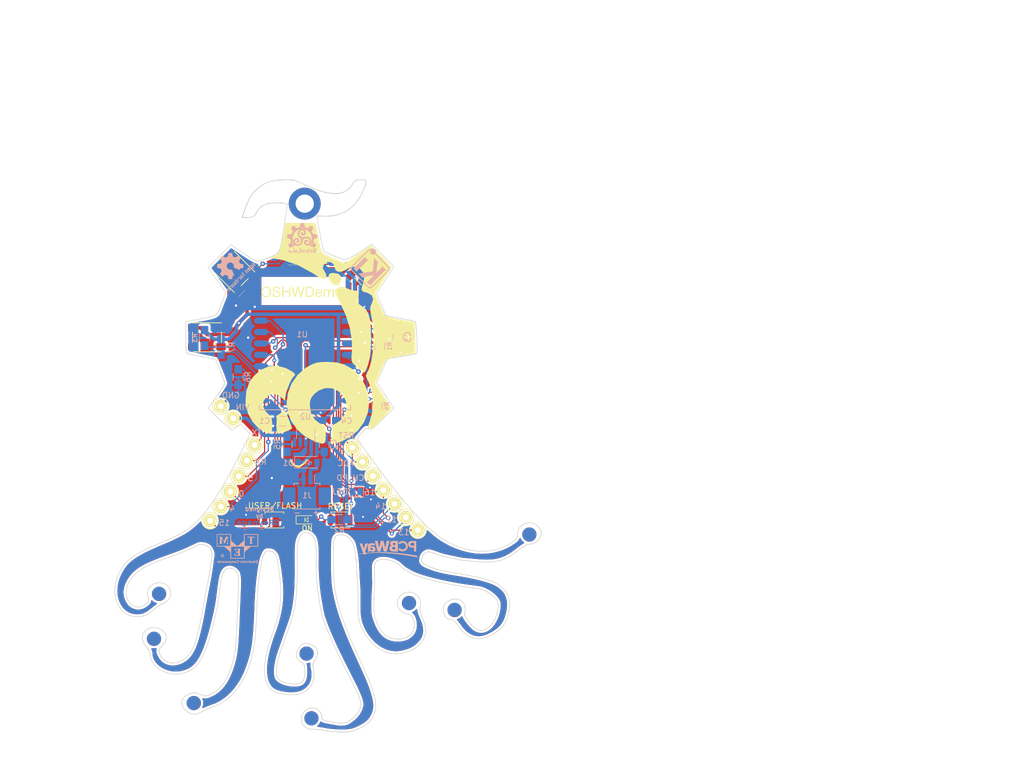
<source format=kicad_pcb>
(kicad_pcb (version 20170123) (host pcbnew no-vcs-found-d190aa4~59~ubuntu16.04.1)
  (title_block (title "Project Title"))
  (layers (0 F.Cu signal) (31 B.Cu signal) (34 B.Paste user) (35 F.Paste user) (36 B.SilkS user) (37 F.SilkS user) (38 B.Mask user) (39 F.Mask user) (44 Edge.Cuts user))
  (net 0 "")
  (net 1 VCC)
  (net 2 GPIO4)
  (net 3 GPIO5)
  (net 4 GND)
  (net 5 GPIO12)
  (net 6 ADC)
  (net 7 REST)
  (net 8 TXD)
  (net 9 RXD)
  (net 10 CH_PD)
  (net 11 GPIO0)
  (net 12 GPIO2)
  (net 13 "Net-(LED1-Pad4)")
  (net 14 "Net-(LED2-Pad4)")
  (net 15 "Net-(LED3-Pad4)")
  (net 16 "Net-(LED4-Pad4)")
  (net 17 "Net-(LED5-Pad4)")
  (net 18 GPIO13)
  (net 19 GPIO14)
  (net 20 GPIO15)
  (net 21 GPIO16)
  (net 22 +3.3V)
  (net 23 VBAT)
  (net 24 "Net-(R5-Pad2)")
  (net 25 "Net-(U2-Pad4)")
  (net 26 "Net-(D2-Pad2)")
  (module varios:Ki-2500 (layer B.Cu) (at 142.125 57.575 135)
    (fp_text reference G***Ki hide)
    (fp_text value Ki-LOGO hide)
  )
  (module varios:greynaga6-2 (layer B.Cu) (at 122.275 102.2 180)
    (fp_text reference GBSilk*** hide)
    (fp_text value LOGO hide)
  )
  (module varios:greynaga6-2-cooper (layer B.Cu) (at 122.275 102.2 180)
    (fp_text reference GS*** hide)
    (fp_text value v hide)
    (fp_poly (pts (xy -0.69325 0.237887) (xy -0.678291 0.237691) (xy -0.66664 0.237282) (xy -0.657538 0.236627) (xy -0.650225 0.235693) (xy -0.64394 0.234449) (xy -0.637923 0.232859) (xy -0.634635 0.231882) (xy -0.615263 0.22408) (xy -0.600966 0.213639) (xy -0.59135 0.199927) (xy -0.586023 0.18231) (xy -0.584591 0.160153) (xy -0.584904 0.151778) (xy -0.586199 0.13733) (xy -0.588509 0.12693) (xy -0.592441 0.118285) (xy -0.594707 0.114647) (xy -0.607869 0.100444) (xy -0.626089 0.089721) (xy -0.648974 0.082707) (xy -0.650875 0.082335) (xy -0.661479 0.080264) (xy -0.669231 0.078614) (xy -0.672399 0.07776) (xy -0.671249 0.074838) (xy -0.667473 0.066881) (xy -0.661377 0.054486) (xy -0.653269 0.038249) (xy -0.643454 0.018768) (xy -0.63224 -0.00336) (xy -0.619933 -0.027539) (xy -0.60684 -0.053171) (xy -0.593268 -0.079659) (xy -0.579523 -0.106407) (xy -0.565912 -0.132818) (xy -0.552742 -0.158294) (xy -0.540319 -0.182239) (xy -0.528951 -0.204056) (xy -0.518943 -0.223148) (xy -0.510604 -0.238918) (xy -0.504238 -0.250768) (xy -0.500153 -0.258103) (xy -0.498679 -0.26035) (xy -0.496798 -0.25763) (xy -0.492187 -0.249795) (xy -0.485113 -0.237325) (xy -0.475841 -0.220703) (xy -0.464639 -0.200411) (xy -0.451772 -0.176931) (xy -0.437506 -0.150747) (xy -0.422108 -0.122339) (xy -0.405844 -0.092191) (xy -0.405354 -0.091281) (xy -0.314371 0.077788) (xy -0.332491 0.08014) (xy -0.358579 0.085731) (xy -0.379576 0.095037) (xy -0.395432 0.108002) (xy -0.406098 0.124572) (xy -0.411524 0.144689) (xy -0.41166 0.1683) (xy -0.411596 0.168929) (xy -0.408557 0.186228) (xy -0.40288 0.199769) (xy -0.393456 0.211955) (xy -0.390298 0.215157) (xy -0.384691 0.220382) (xy -0.379135 0.22467) (xy -0.372953 0.228119) (xy -0.365468 0.230831) (xy -0.356001 0.232906) (xy -0.343874 0.234444) (xy -0.328412 0.235545) (xy -0.308935 0.236311) (xy -0.284765 0.23684) (xy -0.255227 0.237234) (xy -0.240113 0.237392) (xy -0.21045 0.237672) (xy -0.186384 0.237834) (xy -0.167164 0.237846) (xy -0.152035 0.237677) (xy -0.140247 0.237297) (xy -0.131048 0.236672) (xy -0.123684 0.235774) (xy -0.117403 0.234569) (xy -0.111454 0.233027) (xy -0.107577 0.23188) (xy -0.087593 0.223579) (xy -0.072998 0.212296) (xy -0.063402 0.197681) (xy -0.06049 0.189501) (xy -0.057849 0.17361) (xy -0.057623 0.155516) (xy -0.059639 0.137721) (xy -0.063724 0.12273) (xy -0.065373 0.119063) (xy -0.075174 0.106022) (xy -0.089612 0.094665) (xy -0.106996 0.086122) (xy -0.120123 0.082401) (xy -0.138306 0.078824) (xy -0.316803 -0.260292) (xy -0.339526 -0.303472) (xy -0.361409 -0.345083) (xy -0.382275 -0.384779) (xy -0.401941 -0.422217) (xy -0.420228 -0.457053) (xy -0.436955 -0.488941) (xy -0.451942 -0.517539) (xy -0.465008 -0.542502) (xy -0.475973 -0.563486) (xy -0.484657 -0.580145) (xy -0.490879 -0.592137) (xy -0.494458 -0.599117) (xy -0.4953 -0.600858) (xy -0.492386 -0.601767) (xy -0.484656 -0.602876) (xy -0.473634 -0.603978) (xy -0.470694 -0.604216) (xy -0.44538 -0.607588) (xy -0.425401 -0.613522) (xy -0.41017 -0.622294) (xy -0.399097 -0.634182) (xy -0.395922 -0.639453) (xy -0.392339 -0.647473) (xy -0.390203 -0.656276) (xy -0.389188 -0.667818) (xy -0.388961 -0.681037) (xy -0.389162 -0.695451) (xy -0.390064 -0.70554) (xy -0.392069 -0.71332) (xy -0.395582 -0.720809) (xy -0.397641 -0.724417) (xy -0.407008 -0.737082) (xy -0.418946 -0.746565) (xy -0.434978 -0.753927) (xy -0.444283 -0.756934) (xy -0.448437 -0.757968) (xy -0.453651 -0.758853) (xy -0.460409 -0.759599) (xy -0.469197 -0.760217) (xy -0.480499 -0.760719) (xy -0.494801 -0.761114) (xy -0.512589 -0.761414) (xy -0.534346 -0.761629) (xy -0.560558 -0.76177) (xy -0.59171 -0.761848) (xy -0.628288 -0.761873) (xy -0.666533 -0.76186) (xy -0.709158 -0.76181) (xy -0.745879 -0.761714) (xy -0.777139 -0.761563) (xy -0.803384 -0.761349) (xy -0.825059 -0.761061) (xy -0.842608 -0.76069) (xy -0.856477 -0.760227) (xy -0.867111 -0.759662) (xy -0.874954 -0.758987) (xy -0.880452 -0.75819) (xy -0.884049 -0.757264) (xy -0.884054 -0.757262) (xy -0.899387 -0.750138) (xy -0.911383 -0.74022) (xy -0.922125 -0.725776) (xy -0.922338 -0.725435) (xy -0.927404 -0.716379) (xy -0.930457 -0.707817) (xy -0.932106 -0.697391) (xy -0.93289 -0.684466) (xy -0.93316 -0.670583) (xy -0.932391 -0.660777) (xy -0.930214 -0.652813) (xy -0.926296 -0.644525) (xy -0.918956 -0.633894) (xy -0.909612 -0.624233) (xy -0.906219 -0.621585) (xy -0.898427 -0.616644) (xy -0.890239 -0.612661) (xy -0.880892 -0.609537) (xy -0.86962 -0.607172) (xy -0.855659 -0.605466) (xy -0.838244 -0.604321) (xy -0.816611 -0.603637) (xy -0.789994 -0.603314) (xy -0.765147 -0.60325) (xy -0.674378 -0.60325) (xy -0.63167 -0.523265) (xy -0.620721 -0.502659) (xy -0.610854 -0.483898) (xy -0.60244 -0.467703) (xy -0.59585 -0.454793) (xy -0.591454 -0.445889) (xy -0.589623 -0.441713) (xy -0.589598 -0.441509) (xy -0.591112 -0.43849) (xy -0.595331 -0.430224) (xy -0.602049 -0.417111) (xy -0.611062 -0.399548) (xy -0.622165 -0.377933) (xy -0.635153 -0.352665) (xy -0.649822 -0.324141) (xy -0.665967 -0.29276) (xy -0.683383 -0.258921) (xy -0.701865 -0.223021) (xy -0.72121 -0.185459) (xy -0.72352 -0.180975) (xy -0.856807 0.077788) (xy -0.870523 0.08142) (xy -0.893313 0.089255) (xy -0.910496 0.099507) (xy -0.922541 0.112756) (xy -0.929919 0.12958) (xy -0.933101 0.150559) (xy -0.933311 0.15875) (xy -0.931657 0.180707) (xy -0.926294 0.198115) (xy -0.916623 0.211961) (xy -0.902046 0.223233) (xy -0.890548 0.229239) (xy -0.886107 0.231197) (xy -0.881683 0.232777) (xy -0.876557 0.234028) (xy -0.870009 0.234997) (xy -0.86132 0.235732) (xy -0.849769 0.236281) (xy -0.834637 0.236691) (xy -0.815204 0.237011) (xy -0.79075 0.237288) (xy -0.765583 0.237524) (xy -0.736136 0.23777) (xy -0.712278 0.237903) (xy -0.69325 0.237887)) (layer B.Cu) (width 0.01))
    (fp_poly (pts (xy 2.298534 0.25834) (xy 2.315568 0.258055) (xy 2.328899 0.257446) (xy 2.33985 0.256395) (xy 2.349745 0.254781) (xy 2.359907 0.252486) (xy 2.369203 0.250056) (xy 2.403796 0.238621) (xy 2.437402 0.223561) (xy 2.467646 0.205971) (xy 2.473325 0.202075) (xy 2.493962 0.187471) (xy 2.495806 0.238125) (xy 2.601884 0.238125) (xy 2.631271 0.238021) (xy 2.657886 0.237718) (xy 2.681039 0.237238) (xy 2.700037 0.236599) (xy 2.714189 0.23582) (xy 2.722803 0.234921) (xy 2.723681 0.234754) (xy 2.745043 0.227352) (xy 2.762234 0.215493) (xy 2.774811 0.199705) (xy 2.782334 0.180517) (xy 2.784426 0.161925) (xy 2.782846 0.14114) (xy 2.777738 0.124407) (xy 2.768598 0.110196) (xy 2.766774 0.108105) (xy 2.753977 0.096772) (xy 2.738485 0.088636) (xy 2.71925 0.083317) (xy 2.695225 0.08043) (xy 2.690143 0.080131) (xy 2.657475 0.078464) (xy 2.657472 -0.198099) (xy 2.65745 -0.251492) (xy 2.657375 -0.298947) (xy 2.657234 -0.340873) (xy 2.65701 -0.377681) (xy 2.65669 -0.409784) (xy 2.656259 -0.437591) (xy 2.655702 -0.461513) (xy 2.655004 -0.481962) (xy 2.654151 -0.499348) (xy 2.653128 -0.514082) (xy 2.651921 -0.526575) (xy 2.650514 -0.537238) (xy 2.648893 -0.546482) (xy 2.647044 -0.554717) (xy 2.644952 -0.562355) (xy 2.644403 -0.564174) (xy 2.629544 -0.602047) (xy 2.609301 -0.636917) (xy 2.584068 -0.668414) (xy 2.55424 -0.69617) (xy 2.520211 -0.719814) (xy 2.482375 -0.738978) (xy 2.443162 -0.752725) (xy 2.436709 -0.754473) (xy 2.430475 -0.755916) (xy 2.423785 -0.757089) (xy 2.415963 -0.758026) (xy 2.406333 -0.758759) (xy 2.394222 -0.759324) (xy 2.378953 -0.759753) (xy 2.359852 -0.76008) (xy 2.336242 -0.760339) (xy 2.307451 -0.760564) (xy 2.282825 -0.760725) (xy 2.253366 -0.760841) (xy 2.225627 -0.760817) (xy 2.200323 -0.760662) (xy 2.178173 -0.760387) (xy 2.159892 -0.760002) (xy 2.146198 -0.759517) (xy 2.137808 -0.758942) (xy 2.135931 -0.758652) (xy 2.1138 -0.750639) (xy 2.096359 -0.738692) (xy 2.083873 -0.723059) (xy 2.076606 -0.703986) (xy 2.076411 -0.703074) (xy 2.074017 -0.680178) (xy 2.07635 -0.65889) (xy 2.083143 -0.640308) (xy 2.094134 -0.625533) (xy 2.095312 -0.624434) (xy 2.101581 -0.619288) (xy 2.108372 -0.615037) (xy 2.116334 -0.611596) (xy 2.126111 -0.608884) (xy 2.138351 -0.606816) (xy 2.153698 -0.60531) (xy 2.1728 -0.604281) (xy 2.196303 -0.603646) (xy 2.224852 -0.603322) (xy 2.259094 -0.603226) (xy 2.259639 -0.603226) (xy 2.293581 -0.60314) (xy 2.321897 -0.602854) (xy 2.345308 -0.602301) (xy 2.364535 -0.601413) (xy 2.3803 -0.600124) (xy 2.393324 -0.598367) (xy 2.404331 -0.596074) (xy 2.41404 -0.593178) (xy 2.423174 -0.589611) (xy 2.427679 -0.587589) (xy 2.450436 -0.574346) (xy 2.468276 -0.557734) (xy 2.482129 -0.53686) (xy 2.483613 -0.533936) (xy 2.493962 -0.51293) (xy 2.496062 -0.39629) (xy 2.476351 -0.409675) (xy 2.45242 -0.424131) (xy 2.424696 -0.437949) (xy 2.395717 -0.449972) (xy 2.368438 -0.458924) (xy 2.336962 -0.46546) (xy 2.301649 -0.469053) (xy 2.264274 -0.469732) (xy 2.226612 -0.467527) (xy 2.190438 -0.462466) (xy 2.160587 -0.455485) (xy 2.11806 -0.440021) (xy 2.077996 -0.419181) (xy 2.040916 -0.393493) (xy 2.00734 -0.363488) (xy 1.977786 -0.329695) (xy 1.952775 -0.292643) (xy 1.932827 -0.252861) (xy 1.91846 -0.21088) (xy 1.917725 -0.20806) (xy 1.90826 -0.159106) (xy 1.904761 -0.110127) (xy 1.905027 -0.104775) (xy 2.065954 -0.104775) (xy 2.068858 -0.140612) (xy 2.077508 -0.173789) (xy 2.091978 -0.204503) (xy 2.112346 -0.232953) (xy 2.116739 -0.237954) (xy 2.14423 -0.263816) (xy 2.174718 -0.284214) (xy 2.207705 -0.298986) (xy 2.242695 -0.307971) (xy 2.279192 -0.311008) (xy 2.3167 -0.307936) (xy 2.326615 -0.306105) (xy 2.36061 -0.296076) (xy 2.392188 -0.280813) (xy 2.420722 -0.260909) (xy 2.445585 -0.236957) (xy 2.46615 -0.209549) (xy 2.48179 -0.179279) (xy 2.491015 -0.150607) (xy 2.494695 -0.125339) (xy 2.494994 -0.097443) (xy 2.492054 -0.069575) (xy 2.486018 -0.044388) (xy 2.485168 -0.041888) (xy 2.470719 -0.010068) (xy 2.451201 0.018668) (xy 2.42733 0.043864) (xy 2.399818 0.065063) (xy 2.369378 0.081808) (xy 2.336726 0.093642) (xy 2.302573 0.100108) (xy 2.267634 0.10075) (xy 2.262968 0.100372) (xy 2.242854 0.097969) (xy 2.225709 0.094464) (xy 2.2091 0.089167) (xy 2.190595 0.081384) (xy 2.181909 0.077321) (xy 2.166722 0.069591) (xy 2.154358 0.061898) (xy 2.14269 0.052708) (xy 2.129592 0.040489) (xy 2.126248 0.037183) (xy 2.10297 0.010829) (xy 2.085675 -0.016252) (xy 2.073996 -0.044923) (xy 2.067566 -0.076046) (xy 2.065954 -0.104775) (xy 1.905027 -0.104775) (xy 1.907175 -0.061724) (xy 1.915448 -0.014499) (xy 1.929527 0.030949) (xy 1.941517 0.058738) (xy 1.954606 0.083855) (xy 1.968412 0.105838) (xy 1.984209 0.12639) (xy 2.003274 0.147216) (xy 2.019984 0.163567) (xy 2.055129 0.193004) (xy 2.092676 0.216936) (xy 2.133342 0.235743) (xy 2.177844 0.249808) (xy 2.185798 0.251744) (xy 2.197382 0.254219) (xy 2.208675 0.256017) (xy 2.221017 0.257238) (xy 2.235749 0.257979) (xy 2.254212 0.25834) (xy 2.276475 0.258421) (xy 2.298534 0.25834)) (layer B.Cu) (width 0.01))
    (fp_poly (pts (xy -1.408884 0.257616) (xy -1.361811 0.251717) (xy -1.316582 0.241517) (xy -1.274176 0.227096) (xy -1.235576 0.208538) (xy -1.231663 0.206282) (xy -1.193234 0.180751) (xy -1.158048 0.151405) (xy -1.126801 0.119003) (xy -1.100187 0.084301) (xy -1.078901 0.048055) (xy -1.071275 0.031514) (xy -1.059737 0.0002) (xy -1.051198 -0.032397) (xy -1.045448 -0.067499) (xy -1.042278 -0.106327) (xy -1.041456 -0.142081) (xy -1.0414 -0.180975) (xy -1.360828 -0.180975) (xy -1.412944 -0.180979) (xy -1.459072 -0.180996) (xy -1.499572 -0.181032) (xy -1.534805 -0.181093) (xy -1.565133 -0.181186) (xy -1.590917 -0.181317) (xy -1.612518 -0.181492) (xy -1.630298 -0.181718) (xy -1.644616 -0.182001) (xy -1.655836 -0.182347) (xy -1.664317 -0.182763) (xy -1.670421 -0.183255) (xy -1.674509 -0.183829) (xy -1.676942 -0.184491) (xy -1.678082 -0.185249) (xy -1.678289 -0.186107) (xy -1.678174 -0.186531) (xy -1.671496 -0.200203) (xy -1.661311 -0.216052) (xy -1.648966 -0.232159) (xy -1.636229 -0.246189) (xy -1.610802 -0.267167) (xy -1.580554 -0.284372) (xy -1.545825 -0.297727) (xy -1.506959 -0.307153) (xy -1.464296 -0.312574) (xy -1.418179 -0.313913) (xy -1.36895 -0.311091) (xy -1.355706 -0.309669) (xy -1.334965 -0.30702) (xy -1.314825 -0.303943) (xy -1.294033 -0.300189) (xy -1.271337 -0.295512) (xy -1.245483 -0.289662) (xy -1.215219 -0.28239) (xy -1.203325 -0.279456) (xy -1.1737 -0.272452) (xy -1.149278 -0.26756) (xy -1.129268 -0.264795) (xy -1.112882 -0.264171) (xy -1.099328 -0.265705) (xy -1.087817 -0.269409) (xy -1.077558 -0.2753) (xy -1.069331 -0.281947) (xy -1.055379 -0.297442) (xy -1.046986 -0.314322) (xy -1.043442 -0.334167) (xy -1.043226 -0.340242) (xy -1.043464 -0.352597) (xy -1.044994 -0.361271) (xy -1.048528 -0.368904) (xy -1.052647 -0.375143) (xy -1.063306 -0.387692) (xy -1.077153 -0.399173) (xy -1.094791 -0.409897) (xy -1.116823 -0.420176) (xy -1.143853 -0.43032) (xy -1.176484 -0.44064) (xy -1.183825 -0.442778) (xy -1.223396 -0.452649) (xy -1.267301 -0.460885) (xy -1.313665 -0.467163) (xy -1.340817 -0.469769) (xy -1.356393 -0.47074) (xy -1.375934 -0.471511) (xy -1.398094 -0.472072) (xy -1.421527 -0.472415) (xy -1.444888 -0.472531) (xy -1.466831 -0.47241) (xy -1.486011 -0.472045) (xy -1.50108 -0.471425) (xy -1.508125 -0.470873) (xy -1.516117 -0.469732) (xy -1.528291 -0.46766) (xy -1.542611 -0.465013) (xy -1.550106 -0.463552) (xy -1.599358 -0.451004) (xy -1.644675 -0.433627) (xy -1.686502 -0.411187) (xy -1.725285 -0.38345) (xy -1.756018 -0.355708) (xy -1.786311 -0.321967) (xy -1.810718 -0.286688) (xy -1.829543 -0.249217) (xy -1.843087 -0.208903) (xy -1.851654 -0.165092) (xy -1.853931 -0.144462) (xy -1.855328 -0.095106) (xy -1.850816 -0.047855) (xy -1.848571 -0.0381) (xy -1.676119 -0.0381) (xy -1.221687 -0.0381) (xy -1.223806 -0.029368) (xy -1.228653 -0.01689) (xy -1.237265 -0.001973) (xy -1.24855 0.013736) (xy -1.261411 0.028588) (xy -1.264208 0.031443) (xy -1.282702 0.047225) (xy -1.305178 0.062278) (xy -1.329307 0.075174) (xy -1.348035 0.082905) (xy -1.383927 0.092574) (xy -1.422591 0.097717) (xy -1.462392 0.098351) (xy -1.501697 0.094495) (xy -1.538871 0.086165) (xy -1.555138 0.080711) (xy -1.584353 0.067265) (xy -1.611047 0.050178) (xy -1.634358 0.030234) (xy -1.653424 0.00822) (xy -1.667383 -0.015079) (xy -1.671691 -0.02555) (xy -1.676119 -0.0381) (xy -1.848571 -0.0381) (xy -1.840468 -0.002893) (xy -1.824358 0.039595) (xy -1.802559 0.079424) (xy -1.775146 0.116407) (xy -1.742191 0.150361) (xy -1.733694 0.157843) (xy -1.700335 0.184115) (xy -1.6671 0.205417) (xy -1.632131 0.222813) (xy -1.595982 0.236565) (xy -1.551349 0.248687) (xy -1.504633 0.256182) (xy -1.456818 0.259131) (xy -1.408884 0.257616)) (layer B.Cu) (width 0.01))
    (fp_poly (pts (xy 1.428856 0.256821) (xy 1.476526 0.249673) (xy 1.520116 0.238011) (xy 1.559457 0.221869) (xy 1.589647 0.204507) (xy 1.617347 0.183124) (xy 1.639714 0.159154) (xy 1.657527 0.131732) (xy 1.660782 0.125413) (xy 1.665257 0.116146) (xy 1.669079 0.107452) (xy 1.672301 0.09876) (xy 1.674973 0.089501) (xy 1.677148 0.079104) (xy 1.678875 0.066997) (xy 1.680206 0.05261) (xy 1.681193 0.035373) (xy 1.681886 0.014716) (xy 1.682337 -0.009933) (xy 1.682597 -0.039145) (xy 1.682717 -0.073488) (xy 1.682749 -0.113535) (xy 1.68275 -0.119341) (xy 1.68275 -0.288925) (xy 1.702804 -0.288925) (xy 1.733296 -0.290827) (xy 1.75879 -0.29652) (xy 1.779249 -0.305983) (xy 1.794638 -0.319196) (xy 1.804924 -0.336136) (xy 1.80951 -0.352706) (xy 1.810795 -0.376668) (xy 1.806711 -0.397901) (xy 1.797525 -0.415939) (xy 1.783502 -0.430314) (xy 1.764908 -0.440559) (xy 1.758223 -0.442834) (xy 1.752573 -0.444186) (xy 1.745234 -0.445274) (xy 1.73553 -0.446122) (xy 1.722785 -0.446756) (xy 1.706324 -0.447203) (xy 1.685472 -0.447488) (xy 1.659553 -0.447636) (xy 1.631373 -0.447675) (xy 1.520825 -0.447675) (xy 1.520825 -0.4318) (xy 1.52052 -0.422741) (xy 1.519741 -0.416993) (xy 1.519131 -0.415925) (xy 1.515573 -0.417244) (xy 1.50827 -0.420628) (xy 1.502463 -0.423502) (xy 1.478277 -0.434233) (xy 1.4495 -0.444525) (xy 1.417888 -0.453867) (xy 1.3852 -0.461746) (xy 1.353192 -0.467651) (xy 1.34849 -0.468345) (xy 1.33283 -0.470022) (xy 1.313249 -0.471293) (xy 1.291257 -0.472141) (xy 1.268364 -0.472552) (xy 1.24608 -0.472509) (xy 1.225914 -0.471998) (xy 1.209379 -0.471002) (xy 1.199894 -0.469866) (xy 1.157188 -0.459891) (xy 1.117465 -0.445055) (xy 1.081304 -0.42565) (xy 1.049282 -0.40197) (xy 1.031207 -0.384683) (xy 1.011064 -0.360917) (xy 0.996427 -0.337626) (xy 0.986733 -0.313412) (xy 0.981421 -0.286878) (xy 0.979924 -0.257175) (xy 0.980016 -0.252945) (xy 1.14935 -0.252945) (xy 1.152401 -0.268023) (xy 1.161357 -0.281504) (xy 1.175915 -0.293142) (xy 1.195775 -0.302695) (xy 1.2192 -0.309599) (xy 1.234037 -0.311765) (xy 1.253394 -0.31286) (xy 1.27554 -0.312925) (xy 1.298742 -0.312004) (xy 1.32127 -0.310139) (xy 1.341391 -0.307373) (xy 1.3462 -0.306475) (xy 1.39137 -0.294747) (xy 1.438463 -0.277309) (xy 1.477962 -0.258978) (xy 1.522412 -0.236537) (xy 1.523303 -0.197643) (xy 1.523455 -0.182774) (xy 1.523219 -0.170526) (xy 1.522646 -0.162114) (xy 1.521784 -0.158752) (xy 1.521716 -0.158737) (xy 1.517664 -0.158262) (xy 1.508898 -0.157) (xy 1.496973 -0.15518) (xy 1.490662 -0.154187) (xy 1.44561 -0.148105) (xy 1.402614 -0.144411) (xy 1.362432 -0.143107) (xy 1.325823 -0.144194) (xy 1.293547 -0.147673) (xy 1.266361 -0.153545) (xy 1.265355 -0.15384) (xy 1.235143 -0.164537) (xy 1.208748 -0.177388) (xy 1.186624 -0.192004) (xy 1.169224 -0.207999) (xy 1.157002 -0.224985) (xy 1.150412 -0.242573) (xy 1.14935 -0.252945) (xy 0.980016 -0.252945) (xy 0.980298 -0.240122) (xy 0.98148 -0.226853) (xy 0.983876 -0.214814) (xy 0.987894 -0.201452) (xy 0.98959 -0.196476) (xy 1.003199 -0.165337) (xy 1.021896 -0.136246) (xy 1.046221 -0.108408) (xy 1.055562 -0.099372) (xy 1.09097 -0.070295) (xy 1.129688 -0.04606) (xy 1.172072 -0.026507) (xy 1.218477 -0.011476) (xy 1.269258 -0.000806) (xy 1.276731 0.000348) (xy 1.298598 0.002623) (xy 1.32528 0.003866) (xy 1.355334 0.004131) (xy 1.387319 0.00347) (xy 1.419792 0.001939) (xy 1.451312 -0.000411) (xy 1.480437 -0.003524) (xy 1.505724 -0.007348) (xy 1.511041 -0.008362) (xy 1.521491 -0.010452) (xy 1.520364 0.018297) (xy 1.519646 0.032363) (xy 1.518497 0.041899) (xy 1.516434 0.048724) (xy 1.51297 0.054657) (xy 1.509463 0.059242) (xy 1.495116 0.072907) (xy 1.476243 0.083559) (xy 1.452554 0.091285) (xy 1.423758 0.096173) (xy 1.389564 0.098308) (xy 1.378313 0.098426) (xy 1.359754 0.09825) (xy 1.342881 0.097623) (xy 1.326499 0.096392) (xy 1.309415 0.094403) (xy 1.290437 0.091503) (xy 1.26837 0.087541) (xy 1.242022 0.082364) (xy 1.223962 0.078672) (xy 1.18993 0.072129) (xy 1.161473 0.067733) (xy 1.138197 0.065458) (xy 1.11971 0.06528) (xy 1.10562 0.067174) (xy 1.096505 0.070556) (xy 1.078567 0.083787) (xy 1.065414 0.101054) (xy 1.057321 0.12192) (xy 1.054997 0.136128) (xy 1.055197 0.157779) (xy 1.060241 0.175872) (xy 1.070408 0.191261) (xy 1.074296 0.195283) (xy 1.080508 0.200754) (xy 1.087219 0.205266) (xy 1.095721 0.209416) (xy 1.107304 0.213803) (xy 1.123262 0.219025) (xy 1.130341 0.22123) (xy 1.167335 0.232086) (xy 1.200908 0.240569) (xy 1.233239 0.247091) (xy 1.266504 0.252063) (xy 1.302881 0.255897) (xy 1.321948 0.257444) (xy 1.377274 0.259422) (xy 1.428856 0.256821)) (layer B.Cu) (width 0.01))
    (fp_poly (pts (xy 3.294858 0.257621) (xy 3.341954 0.252197) (xy 3.38518 0.242867) (xy 3.402012 0.237772) (xy 3.436003 0.223973) (xy 3.467184 0.206312) (xy 3.494769 0.185419) (xy 3.517974 0.161921) (xy 3.536013 0.136446) (xy 3.541395 0.126285) (xy 3.545654 0.117278) (xy 3.54929 0.108953) (xy 3.552352 0.100739) (xy 3.55489 0.092067) (xy 3.556952 0.082365) (xy 3.558589 0.071063) (xy 3.55985 0.057591) (xy 3.560784 0.041378) (xy 3.561441 0.021853) (xy 3.56187 -0.001554) (xy 3.562122 -0.029413) (xy 3.562245 -0.062295) (xy 3.562289 -0.100771) (xy 3.562294 -0.114615) (xy 3.56235 -0.287968) (xy 3.594893 -0.28985) (xy 3.621936 -0.292687) (xy 3.643675 -0.297948) (xy 3.660798 -0.305953) (xy 3.673993 -0.317022) (xy 3.683789 -0.331177) (xy 3.687692 -0.340056) (xy 3.689888 -0.349785) (xy 3.690779 -0.362577) (xy 3.690861 -0.370205) (xy 3.690601 -0.383815) (xy 3.68948 -0.393359) (xy 3.68697 -0.401109) (xy 3.68254 -0.409343) (xy 3.681263 -0.411432) (xy 3.672979 -0.422518) (xy 3.662714 -0.430963) (xy 3.652965 -0.436513) (xy 3.634254 -0.446087) (xy 3.517339 -0.447027) (xy 3.400425 -0.447967) (xy 3.400425 -0.416005) (xy 3.382168 -0.424348) (xy 3.355535 -0.43536) (xy 3.325186 -0.445986) (xy 3.293738 -0.455377) (xy 3.2639 -0.462666) (xy 3.243479 -0.466117) (xy 3.219027 -0.468859) (xy 3.192034 -0.470848) (xy 3.163992 -0.472042) (xy 3.136394 -0.472396) (xy 3.110731 -0.471866) (xy 3.088496 -0.470409) (xy 3.072574 -0.468256) (xy 3.032734 -0.458251) (xy 2.995754 -0.444045) (xy 2.962133 -0.426029) (xy 2.932371 -0.404591) (xy 2.906968 -0.380122) (xy 2.886423 -0.353011) (xy 2.871235 -0.323647) (xy 2.865345 -0.306672) (xy 2.861971 -0.288572) (xy 2.860719 -0.266682) (xy 2.861109 -0.254683) (xy 3.029019 -0.254683) (xy 3.031999 -0.267425) (xy 3.04061 -0.279693) (xy 3.054137 -0.290927) (xy 3.071861 -0.300573) (xy 3.093065 -0.308072) (xy 3.100075 -0.309838) (xy 3.116978 -0.312315) (xy 3.138383 -0.313322) (xy 3.162636 -0.312936) (xy 3.188079 -0.311231) (xy 3.213056 -0.308282) (xy 3.23591 -0.304163) (xy 3.2385 -0.303578) (xy 3.272125 -0.294668) (xy 3.304021 -0.283706) (xy 3.336441 -0.269843) (xy 3.363912 -0.256278) (xy 3.402012 -0.236535) (xy 3.402901 -0.197985) (xy 3.403789 -0.159434) (xy 3.383769 -0.155948) (xy 3.345818 -0.15026) (xy 3.307644 -0.146262) (xy 3.270307 -0.143974) (xy 3.234865 -0.143412) (xy 3.202375 -0.144595) (xy 3.173896 -0.147539) (xy 3.151187 -0.152073) (xy 3.121762 -0.161732) (xy 3.095407 -0.173897) (xy 3.072674 -0.188104) (xy 3.054117 -0.203888) (xy 3.040288 -0.220785) (xy 3.031742 -0.238329) (xy 3.029019 -0.254683) (xy 2.861109 -0.254683) (xy 2.861484 -0.24316) (xy 2.864159 -0.220161) (xy 2.868639 -0.199843) (xy 2.870928 -0.192908) (xy 2.881721 -0.168052) (xy 2.894927 -0.145837) (xy 2.911823 -0.124316) (xy 2.925762 -0.109402) (xy 2.9586 -0.079726) (xy 2.994063 -0.05486) (xy 3.032769 -0.034495) (xy 3.075341 -0.018322) (xy 3.122396 -0.006032) (xy 3.14001 -0.002596) (xy 3.165339 0.00081) (xy 3.195398 0.002976) (xy 3.228698 0.003935) (xy 3.263746 0.00372) (xy 3.299053 0.002366) (xy 3.333129 -0.000095) (xy 3.364481 -0.003629) (xy 3.391621 -0.008203) (xy 3.391693 -0.008218) (xy 3.400425 -0.010029) (xy 3.400425 0.015781) (xy 3.399749 0.033039) (xy 3.397256 0.045871) (xy 3.392244 0.056103) (xy 3.384011 0.065562) (xy 3.379831 0.069386) (xy 3.36453 0.080022) (xy 3.345487 0.088111) (xy 3.322145 0.093782) (xy 3.293949 0.097168) (xy 3.260344 0.098397) (xy 3.256476 0.098407) (xy 3.236862 0.098117) (xy 3.218066 0.097164) (xy 3.1989 0.095392) (xy 3.178171 0.092648) (xy 3.15469 0.088776) (xy 3.127266 0.083623) (xy 3.099768 0.078079) (xy 3.069938 0.072148) (xy 3.045451 0.067873) (xy 3.025514 0.065281) (xy 3.009331 0.064399) (xy 2.996109 0.065257) (xy 2.985052 0.06788) (xy 2.975368 0.072297) (xy 2.966261 0.078536) (xy 2.961021 0.08292) (xy 2.94773 0.098515) (xy 2.938933 0.117116) (xy 2.934788 0.137338) (xy 2.935455 0.157799) (xy 2.941092 0.177114) (xy 2.948734 0.19009) (xy 2.955435 0.197112) (xy 2.964864 0.203612) (xy 2.977817 0.20996) (xy 2.995093 0.216521) (xy 3.017487 0.223665) (xy 3.02869 0.22695) (xy 3.083408 0.240714) (xy 3.138166 0.250686) (xy 3.192182 0.256843) (xy 3.244673 0.259162) (xy 3.294858 0.257621)) (layer B.Cu) (width 0.01))
    (fp_poly (pts (xy -2.975093 0.487295) (xy -2.958806 0.481562) (xy -2.949319 0.475332) (xy -2.941943 0.467039) (xy -2.935288 0.455604) (xy -2.925763 0.437033) (xy -2.924772 0.33272) (xy -2.924535 0.302881) (xy -2.924464 0.278668) (xy -2.924582 0.259358) (xy -2.924912 0.24423) (xy -2.925478 0.23256) (xy -2.926303 0.223626) (xy -2.92741 0.216705) (xy -2.928657 0.211636) (xy -2.936615 0.191227) (xy -2.947388 0.176183) (xy -2.961588 0.166054) (xy -2.97983 0.160395) (xy -3.00115 0.15875) (xy -3.015042 0.159329) (xy -3.027563 0.160863) (xy -3.036265 0.163049) (xy -3.036434 0.163119) (xy -3.047557 0.169857) (xy -3.057357 0.180526) (xy -3.066178 0.195727) (xy -3.074367 0.216059) (xy -3.082271 0.242122) (xy -3.082516 0.243032) (xy -3.090338 0.260301) (xy -3.10375 0.276127) (xy -3.122115 0.29031) (xy -3.144795 0.302648) (xy -3.171152 0.312939) (xy -3.20055 0.320983) (xy -3.232351 0.326578) (xy -3.265917 0.329523) (xy -3.30061 0.329616) (xy -3.335795 0.326657) (xy -3.343834 0.325532) (xy -3.385635 0.316345) (xy -3.424127 0.30205) (xy -3.458992 0.282944) (xy -3.489912 0.259323) (xy -3.516568 0.231483) (xy -3.538642 0.199723) (xy -3.555816 0.164337) (xy -3.567772 0.125624) (xy -3.570044 0.114744) (xy -3.571827 0.10144) (xy -3.573253 0.083102) (xy -3.57432 0.060872) (xy -3.575029 0.035891) (xy -3.57538 0.0093) (xy -3.575372 -0.017759) (xy -3.575007 -0.044145) (xy -3.574284 -0.068716) (xy -3.573203 -0.090331) (xy -3.571763 -0.107849) (xy -3.570036 -0.119792) (xy -3.559542 -0.157609) (xy -3.544526 -0.191143) (xy -3.524917 -0.220455) (xy -3.500642 -0.245602) (xy -3.47163 -0.266643) (xy -3.437807 -0.283638) (xy -3.399103 -0.296646) (xy -3.355445 -0.305725) (xy -3.340184 -0.307839) (xy -3.296209 -0.311049) (xy -3.250528 -0.310329) (xy -3.20481 -0.305863) (xy -3.160728 -0.297839) (xy -3.119951 -0.286441) (xy -3.107532 -0.281981) (xy -3.082925 -0.272588) (xy -3.082925 -0.168902) (xy -3.177382 -0.167493) (xy -3.207581 -0.166968) (xy -3.23221 -0.166312) (xy -3.252047 -0.165416) (xy -3.267871 -0.164173) (xy -3.280462 -0.162474) (xy -3.290598 -0.16021) (xy -3.299059 -0.157273) (xy -3.306624 -0.153554) (xy -3.314072 -0.148946) (xy -3.314981 -0.148337) (xy -3.327733 -0.136063) (xy -3.336758 -0.1195) (xy -3.341742 -0.099714) (xy -3.342371 -0.077769) (xy -3.340243 -0.062601) (xy -3.334333 -0.045383) (xy -3.324127 -0.031763) (xy -3.308908 -0.020956) (xy -3.297238 -0.015561) (xy -3.278188 -0.007937) (xy -3.103563 -0.007937) (xy -3.065399 -0.007952) (xy -3.033039 -0.008006) (xy -3.005937 -0.008116) (xy -2.983548 -0.008298) (xy -2.965326 -0.008567) (xy -2.950726 -0.00894) (xy -2.939201 -0.009432) (xy -2.930206 -0.01006) (xy -2.923195 -0.01084) (xy -2.917622 -0.011787) (xy -2.912943 -0.012917) (xy -2.910696 -0.013578) (xy -2.890083 -0.022765) (xy -2.874327 -0.035933) (xy -2.863638 -0.052803) (xy -2.858229 -0.073095) (xy -2.85757 -0.083769) (xy -2.859763 -0.107377) (xy -2.866709 -0.126916) (xy -2.878668 -0.142806) (xy -2.895902 -0.155468) (xy -2.904925 -0.159991) (xy -2.924175 -0.168631) (xy -2.924175 -0.375067) (xy -2.969419 -0.396749) (xy -3.009386 -0.415152) (xy -3.045798 -0.430222) (xy -3.080147 -0.442481) (xy -3.113923 -0.452453) (xy -3.148617 -0.460659) (xy -3.15595 -0.462166) (xy -3.16877 -0.464021) (xy -3.186689 -0.465616) (xy -3.20846 -0.466925) (xy -3.232837 -0.467923) (xy -3.258574 -0.468583) (xy -3.284424 -0.468881) (xy -3.30914 -0.468791) (xy -3.331476 -0.468287) (xy -3.350186 -0.467343) (xy -3.360738 -0.466374) (xy -3.400872 -0.459972) (xy -3.441506 -0.450536) (xy -3.480867 -0.438591) (xy -3.517182 -0.424665) (xy -3.5433 -0.412211) (xy -3.581697 -0.388292) (xy -3.616534 -0.359389) (xy -3.647516 -0.325966) (xy -3.674347 -0.288485) (xy -3.696729 -0.24741) (xy -3.714366 -0.203205) (xy -3.726961 -0.156333) (xy -3.733458 -0.114969) (xy -3.734743 -0.098693) (xy -3.735726 -0.07743) (xy -3.736407 -0.052535) (xy -3.736784 -0.025364) (xy -3.736855 0.002728) (xy -3.736619 0.030384) (xy -3.736076 0.05625) (xy -3.735224 0.07897) (xy -3.734061 0.097188) (xy -3.733661 0.101478) (xy -3.726428 0.147428) (xy -3.714482 0.192508) (xy -3.698377 0.234713) (xy -3.694442 0.243181) (xy -3.679115 0.2729) (xy -3.663221 0.298868) (xy -3.645405 0.322983) (xy -3.624309 0.347143) (xy -3.608401 0.363565) (xy -3.572999 0.395891) (xy -3.536593 0.422723) (xy -3.498131 0.444629) (xy -3.456562 0.462179) (xy -3.410835 0.475941) (xy -3.393086 0.480092) (xy -3.381359 0.482485) (xy -3.3703 0.484278) (xy -3.35869 0.485554) (xy -3.34531 0.486397) (xy -3.32894 0.486888) (xy -3.308361 0.487112) (xy -3.2893 0.487154) (xy -3.262238 0.487018) (xy -3.240367 0.486563) (xy -3.222533 0.485724) (xy -3.207583 0.484438) (xy -3.194363 0.482641) (xy -3.187912 0.481506) (xy -3.161803 0.475687) (xy -3.133885 0.467947) (xy -3.106775 0.459083) (xy -3.08309 0.44989) (xy -3.080845 0.44891) (xy -3.069119 0.444359) (xy -3.062617 0.443384) (xy -3.061261 0.444407) (xy -3.056855 0.452384) (xy -3.049086 0.462197) (xy -3.039707 0.471925) (xy -3.030471 0.479645) (xy -3.027215 0.481736) (xy -3.011716 0.487398) (xy -2.993541 0.489249) (xy -2.975093 0.487295)) (layer B.Cu) (width 0.01))
    (fp_poly (pts (xy -2.416406 0.466363) (xy -2.390736 0.466096) (xy -2.368815 0.465653) (xy -2.350125 0.46501) (xy -2.334145 0.464142) (xy -2.320355 0.463026) (xy -2.308236 0.461638) (xy -2.297267 0.459953) (xy -2.286928 0.457947) (xy -2.2767 0.455597) (xy -2.266063 0.452878) (xy -2.262939 0.452046) (xy -2.223392 0.438724) (xy -2.186136 0.420778) (xy -2.151861 0.398756) (xy -2.121257 0.373204) (xy -2.095013 0.344671) (xy -2.07382 0.313703) (xy -2.063789 0.294124) (xy -2.05192 0.260839) (xy -2.044633 0.224872) (xy -2.042201 0.18821) (xy -2.044547 0.155179) (xy -2.052587 0.119599) (xy -2.066138 0.0863) (xy -2.085434 0.054853) (xy -2.110708 0.024825) (xy -2.120886 0.01469) (xy -2.131565 0.005111) (xy -2.144432 -0.005474) (xy -2.158425 -0.016303) (xy -2.172484 -0.026612) (xy -2.18555 -0.035637) (xy -2.196561 -0.042616) (xy -2.204457 -0.046784) (xy -2.207435 -0.047625) (xy -2.206582 -0.049686) (xy -2.201892 -0.055319) (xy -2.194107 -0.063696) (xy -2.18397 -0.073988) (xy -2.182481 -0.075459) (xy -2.138558 -0.121791) (xy -2.09578 -0.17287) (xy -2.055443 -0.227092) (xy -2.033575 -0.259506) (xy -2.014538 -0.288825) (xy -1.995488 -0.28893) (xy -1.974732 -0.290296) (xy -1.954239 -0.293867) (xy -1.935893 -0.29919) (xy -1.921579 -0.30581) (xy -1.919288 -0.307304) (xy -1.905183 -0.320228) (xy -1.896029 -0.336123) (xy -1.891478 -0.355741) (xy -1.890809 -0.3683) (xy -1.892902 -0.391429) (xy -1.899557 -0.410249) (xy -1.911035 -0.425117) (xy -1.927594 -0.436392) (xy -1.944884 -0.44313) (xy -1.951817 -0.444675) (xy -1.961551 -0.44586) (xy -1.974809 -0.446717) (xy -1.99231 -0.447283) (xy -2.014778 -0.44759) (xy -2.040264 -0.447675) (xy -2.120543 -0.447675) (xy -2.13837 -0.415911) (xy -2.156902 -0.38447) (xy -2.177684 -0.351981) (xy -2.200202 -0.31907) (xy -2.22394 -0.286366) (xy -2.248385 -0.254494) (xy -2.273022 -0.224081) (xy -2.297336 -0.195753) (xy -2.320813 -0.170139) (xy -2.342938 -0.147863) (xy -2.363198 -0.129553) (xy -2.381077 -0.115835) (xy -2.388634 -0.111081) (xy -2.405063 -0.101659) (xy -2.480469 -0.101629) (xy -2.555875 -0.1016) (xy -2.555875 -0.288925) (xy -2.520157 -0.28898) (xy -2.488974 -0.290151) (xy -2.463233 -0.293688) (xy -2.442408 -0.299781) (xy -2.425976 -0.308623) (xy -2.413412 -0.320403) (xy -2.406725 -0.33034) (xy -2.402302 -0.339676) (xy -2.399881 -0.349213) (xy -2.398944 -0.361457) (xy -2.398867 -0.3683) (xy -2.400994 -0.391286) (xy -2.407465 -0.409852) (xy -2.418428 -0.424344) (xy -2.425503 -0.430075) (xy -2.431209 -0.433917) (xy -2.436702 -0.437155) (xy -2.442557 -0.43984) (xy -2.44935 -0.442024) (xy -2.457657 -0.443757) (xy -2.468054 -0.445091) (xy -2.481116 -0.446077) (xy -2.497419 -0.446767) (xy -2.517539 -0.44721) (xy -2.542052 -0.44746) (xy -2.571532 -0.447566) (xy -2.606556 -0.44758) (xy -2.622261 -0.447571) (xy -2.657911 -0.447531) (xy -2.687794 -0.44745) (xy -2.712496 -0.447308) (xy -2.7326 -0.447085) (xy -2.74869 -0.44676) (xy -2.761351 -0.446314) (xy -2.771167 -0.445725) (xy -2.778722 -0.444975) (xy -2.784599 -0.444043) (xy -2.789384 -0.442909) (xy -2.793316 -0.441672) (xy -2.812884 -0.431968) (xy -2.827694 -0.418198) (xy -2.83757 -0.400693) (xy -2.842335 -0.379783) (xy -2.841814 -0.355799) (xy -2.841239 -0.351772) (xy -2.835234 -0.332381) (xy -2.823995 -0.316427) (xy -2.807689 -0.304011) (xy -2.786485 -0.295233) (xy -2.760552 -0.290195) (xy -2.736267 -0.288925) (xy -2.7178 -0.288925) (xy -2.7178 0.05715) (xy -2.555875 0.05715) (xy -2.505869 0.057178) (xy -2.483935 0.057417) (xy -2.459739 0.058048) (xy -2.436017 0.058981) (xy -2.415504 0.060123) (xy -2.412907 0.060304) (xy -2.379126 0.063717) (xy -2.349865 0.068941) (xy -2.323456 0.076375) (xy -2.298227 0.086415) (xy -2.292979 0.088866) (xy -2.27115 0.101276) (xy -2.251296 0.116324) (xy -2.234723 0.132839) (xy -2.222736 0.149647) (xy -2.220499 0.153988) (xy -2.215039 0.171124) (xy -2.212889 0.190639) (xy -2.214103 0.21) (xy -2.218733 0.226673) (xy -2.218978 0.227221) (xy -2.231258 0.246959) (xy -2.249071 0.264952) (xy -2.271714 0.280653) (xy -2.298487 0.293517) (xy -2.309564 0.297538) (xy -2.316509 0.299813) (xy -2.322776 0.301651) (xy -2.329131 0.303107) (xy -2.336343 0.304236) (xy -2.34518 0.305094) (xy -2.356409 0.305734) (xy -2.370797 0.306213) (xy -2.389114 0.306584) (xy -2.412126 0.306904) (xy -2.440601 0.307226) (xy -2.445544 0.30728) (xy -2.555875 0.308478) (xy -2.555875 0.05715) (xy -2.7178 0.05715) (xy -2.7178 0.307052) (xy -2.748757 0.308854) (xy -2.776947 0.312098) (xy -2.799708 0.318375) (xy -2.817308 0.327913) (xy -2.830015 0.340942) (xy -2.838098 0.357691) (xy -2.841825 0.378388) (xy -2.842155 0.388572) (xy -2.840508 0.410673) (xy -2.835405 0.428063) (xy -2.826315 0.441664) (xy -2.812708 0.452403) (xy -2.802419 0.457738) (xy -2.786063 0.465138) (xy -2.566988 0.466155) (xy -2.521118 0.46635) (xy -2.481077 0.466466) (xy -2.446347 0.466478) (xy -2.416406 0.466363)) (layer B.Cu) (width 0.01))
    (fp_poly (pts (xy 0.541666 0.256025) (xy 0.582283 0.249307) (xy 0.619201 0.237889) (xy 0.652882 0.221598) (xy 0.683789 0.200261) (xy 0.706817 0.179453) (xy 0.720449 0.165066) (xy 0.730749 0.152281) (xy 0.739392 0.138792) (xy 0.747414 0.123588) (xy 0.753019 0.112036) (xy 0.757798 0.101372) (xy 0.761815 0.090989) (xy 0.765138 0.080279) (xy 0.767833 0.068635) (xy 0.769964 0.05545) (xy 0.771598 0.040117) (xy 0.772801 0.022027) (xy 0.773639 0.000573) (xy 0.774178 -0.024851) (xy 0.774483 -0.054854) (xy 0.774622 -0.090042) (xy 0.774658 -0.127383) (xy 0.7747 -0.288104) (xy 0.794543 -0.290329) (xy 0.819393 -0.29518) (xy 0.839094 -0.303683) (xy 0.853802 -0.315999) (xy 0.863675 -0.332291) (xy 0.868869 -0.352721) (xy 0.86981 -0.3683) (xy 0.868119 -0.390033) (xy 0.862798 -0.407302) (xy 0.853472 -0.421093) (xy 0.847793 -0.426492) (xy 0.841924 -0.43137) (xy 0.836579 -0.435363) (xy 0.831075 -0.438559) (xy 0.824731 -0.441048) (xy 0.816863 -0.442917) (xy 0.80679 -0.444255) (xy 0.793828 -0.445151) (xy 0.777296 -0.445694) (xy 0.756512 -0.445971) (xy 0.730792 -0.446073) (xy 0.699455 -0.446087) (xy 0.579437 -0.446087) (xy 0.560387 -0.436562) (xy 0.543482 -0.426145) (xy 0.531924 -0.413911) (xy 0.524897 -0.398609) (xy 0.521583 -0.378987) (xy 0.521433 -0.376867) (xy 0.521882 -0.352619) (xy 0.526793 -0.332716) (xy 0.536407 -0.316866) (xy 0.550966 -0.304777) (xy 0.57071 -0.296159) (xy 0.592244 -0.291265) (xy 0.61595 -0.287493) (xy 0.61595 -0.142826) (xy 0.615916 -0.105545) (xy 0.61578 -0.074025) (xy 0.615484 -0.047677) (xy 0.614974 -0.025912) (xy 0.614193 -0.008142) (xy 0.613086 0.006222) (xy 0.611598 0.01777) (xy 0.609673 0.027089) (xy 0.607255 0.03477) (xy 0.604289 0.0414) (xy 0.600719 0.047569) (xy 0.597514 0.052388) (xy 0.584918 0.066241) (xy 0.567864 0.078691) (xy 0.548243 0.088456) (xy 0.540143 0.091309) (xy 0.530158 0.09379) (xy 0.51823 0.095451) (xy 0.503025 0.096408) (xy 0.483213 0.096774) (xy 0.47625 0.096786) (xy 0.457456 0.096662) (xy 0.443466 0.096213) (xy 0.432735 0.095253) (xy 0.423716 0.093594) (xy 0.414866 0.09105) (xy 0.407428 0.088455) (xy 0.382767 0.077356) (xy 0.357405 0.061589) (xy 0.330685 0.040711) (xy 0.311666 0.023614) (xy 0.282575 -0.003771) (xy 0.282575 -0.288925) (xy 0.294691 -0.288925) (xy 0.309999 -0.289977) (xy 0.326907 -0.292773) (xy 0.342803 -0.296765) (xy 0.355078 -0.30141) (xy 0.355499 -0.301623) (xy 0.372539 -0.313473) (xy 0.384505 -0.328963) (xy 0.391498 -0.34828) (xy 0.39363 -0.370579) (xy 0.391646 -0.392296) (xy 0.385483 -0.409681) (xy 0.374587 -0.423616) (xy 0.358405 -0.43498) (xy 0.350797 -0.438788) (xy 0.346721 -0.440602) (xy 0.342686 -0.442091) (xy 0.338046 -0.443291) (xy 0.332151 -0.444238) (xy 0.324352 -0.444966) (xy 0.314002 -0.445513) (xy 0.300452 -0.445913) (xy 0.283052 -0.446202) (xy 0.261156 -0.446416) (xy 0.234113 -0.446591) (xy 0.206375 -0.446737) (xy 0.171688 -0.44686) (xy 0.142846 -0.446839) (xy 0.119343 -0.446661) (xy 0.100673 -0.446315) (xy 0.086333 -0.445788) (xy 0.075816 -0.445067) (xy 0.068619 -0.444141) (xy 0.065087 -0.443302) (xy 0.043819 -0.434532) (xy 0.028148 -0.423343) (xy 0.017557 -0.409028) (xy 0.011529 -0.39088) (xy 0.009545 -0.368192) (xy 0.009542 -0.367404) (xy 0.01224 -0.345291) (xy 0.020255 -0.326437) (xy 0.033397 -0.311168) (xy 0.047725 -0.301623) (xy 0.059778 -0.296962) (xy 0.07557 -0.292929) (xy 0.092488 -0.290069) (xy 0.107922 -0.288927) (xy 0.108533 -0.288925) (xy 0.12065 -0.288925) (xy 0.12065 0.078083) (xy 0.098264 0.081922) (xy 0.084873 0.084822) (xy 0.072128 0.088584) (xy 0.063646 0.092001) (xy 0.047336 0.10368) (xy 0.035397 0.119371) (xy 0.02814 0.138204) (xy 0.025876 0.159309) (xy 0.028914 0.181817) (xy 0.030075 0.186042) (xy 0.038398 0.20338) (xy 0.052247 0.217784) (xy 0.071437 0.229232) (xy 0.07615 0.231294) (xy 0.080848 0.232938) (xy 0.086306 0.234219) (xy 0.093299 0.235195) (xy 0.1026 0.235921) (xy 0.114984 0.236456) (xy 0.131224 0.236854) (xy 0.152097 0.237174) (xy 0.178374 0.237471) (xy 0.184943 0.237539) (xy 0.282575 0.238539) (xy 0.282575 0.168113) (xy 0.302487 0.185005) (xy 0.322594 0.201315) (xy 0.340895 0.214303) (xy 0.359694 0.225486) (xy 0.378588 0.235092) (xy 0.399931 0.244297) (xy 0.420782 0.250883) (xy 0.442821 0.25518) (xy 0.46773 0.257516) (xy 0.496887 0.258218) (xy 0.541666 0.256025)) (layer B.Cu) (width 0.01))
  )
  (module varios:TME-1500 (layer B.Cu) (at 118.725 106.875 180)
    (fp_text reference G***TME hide)
    (fp_text value LOGO-TME hide)
  )
  (module OSHwi:WS2812B (layer F.Cu) (at 146.273 69.7512 180)
    (fp_text reference LED1)
    (fp_text value WS2812B hide)
    (pad 4 smd rect (at -2.4384 1.651 180) (size 1.8 1.2) (layers F.Cu F.Paste F.Mask) (net 13 "Net-(LED1-Pad4)"))
    (pad 3 smd rect (at -2.4384 -1.651 180) (size 1.8 1.2) (layers F.Cu F.Paste F.Mask) (net 22 +3.3V))
    (pad 2 smd rect (at 2.4384 -1.651 180) (size 1.8 1.2) (layers F.Cu F.Paste F.Mask) (net 12 GPIO2))
    (pad 1 smd rect (at 2.4384 1.651 180) (size 1.8 1.2) (layers F.Cu F.Paste F.Mask) (net 4 GND))
  )
  (module OSHwi:WS2812B (layer F.Cu) (at 141.65 58.1535 225)
    (fp_text reference LED2)
    (fp_text value WS2812B hide)
    (pad 4 smd rect (at -2.4384 1.651 225) (size 1.8 1.2) (layers F.Cu F.Paste F.Mask) (net 14 "Net-(LED2-Pad4)"))
    (pad 3 smd rect (at -2.4384 -1.651 225) (size 1.8 1.2) (layers F.Cu F.Paste F.Mask) (net 22 +3.3V))
    (pad 2 smd rect (at 2.4384 -1.651 225) (size 1.8 1.2) (layers F.Cu F.Paste F.Mask) (net 13 "Net-(LED1-Pad4)"))
    (pad 1 smd rect (at 2.4384 1.651 225) (size 1.8 1.2) (layers F.Cu F.Paste F.Mask) (net 4 GND))
  )
  (module OSHwi:WS2812B (layer F.Cu) (at 130.032 53.4748 270)
    (fp_text reference LED3)
    (fp_text value WS2812B hide)
    (pad 4 smd rect (at -2.4384 1.651 270) (size 1.8 1.2) (layers F.Cu F.Paste F.Mask) (net 15 "Net-(LED3-Pad4)"))
    (pad 3 smd rect (at -2.4384 -1.651 270) (size 1.8 1.2) (layers F.Cu F.Paste F.Mask) (net 22 +3.3V))
    (pad 2 smd rect (at 2.4384 -1.651 270) (size 1.8 1.2) (layers F.Cu F.Paste F.Mask) (net 14 "Net-(LED2-Pad4)"))
    (pad 1 smd rect (at 2.4384 1.651 270) (size 1.8 1.2) (layers F.Cu F.Paste F.Mask) (net 4 GND))
  )
  (module OSHwi:WS2812B (layer F.Cu) (at 118.18 58.2958 315)
    (fp_text reference LED4)
    (fp_text value WS2812B hide)
    (pad 4 smd rect (at -2.4384 1.651 315) (size 1.8 1.2) (layers F.Cu F.Paste F.Mask) (net 16 "Net-(LED4-Pad4)"))
    (pad 3 smd rect (at -2.4384 -1.651 315) (size 1.8 1.2) (layers F.Cu F.Paste F.Mask) (net 22 +3.3V))
    (pad 2 smd rect (at 2.4384 -1.651 315) (size 1.8 1.2) (layers F.Cu F.Paste F.Mask) (net 15 "Net-(LED3-Pad4)"))
    (pad 1 smd rect (at 2.4384 1.651 315) (size 1.8 1.2) (layers F.Cu F.Paste F.Mask) (net 4 GND))
  )
  (module OSHwi:WS2812B (layer F.Cu) (at 113.385 69.7562)
    (fp_text reference LED5)
    (fp_text value WS2812B hide)
    (pad 4 smd rect (at -2.4384 1.651) (size 1.8 1.2) (layers F.Cu F.Paste F.Mask) (net 17 "Net-(LED5-Pad4)"))
    (pad 3 smd rect (at -2.4384 -1.651) (size 1.8 1.2) (layers F.Cu F.Paste F.Mask) (net 22 +3.3V))
    (pad 2 smd rect (at 2.4384 -1.651) (size 1.8 1.2) (layers F.Cu F.Paste F.Mask) (net 16 "Net-(LED4-Pad4)"))
    (pad 1 smd rect (at 2.4384 1.651) (size 1.8 1.2) (layers F.Cu F.Paste F.Mask) (net 4 GND))
  )
  (module OSHwi:LED_0805 (layer F.Cu) (at 130.926 101.755)
    (fp_text reference D2 hide)
    (fp_text value ON hide)
    (pad 2 smd rect (at 1.1 0 180) (size 1.5 1.3) (layers F.Cu F.Paste F.Mask) (net 26 "Net-(D2-Pad2)"))
    (pad 1 smd rect (at -1.1 0 180) (size 1.5 1.3) (layers F.Cu F.Paste F.Mask) (net 4 GND))
  )
  (module OSHwi:D_SOD-123 (layer B.Cu) (at 131.002 91.6663)
    (fp_text reference D1 (at -3.38328 0.127) (layer B.SilkS) (effects (justify mirror)))
    (fp_text value MBRA140 hide)
    (pad 1 smd rect (at -1.65 0) (size 0.9 1.2) (layers B.Cu B.Paste B.Mask) (net 1 VCC))
    (pad 2 smd rect (at 1.65 0) (size 0.9 1.2) (layers B.Cu B.Paste B.Mask) (net 23 VBAT))
  )
  (module varios:pcbway3 (layer B.Cu) (at 145.11 106.89 180)
    (fp_text reference PCBway-3 hide)
    (fp_text value LOGO hide)
  )
  (module varios:bricolabs-14 (layer B.Cu) (at 130.07 52.33 180)
    (fp_text reference BricoLabs-14*** hide)
    (fp_text value LOGO hide)
  )
  (module Wickerlib:CONN-HEADER-STRAIGHT-P2.54MM-1x01 (layer F.Cu) (at 148.228 101.326)
    (fp_text reference J10 hide)
    (fp_text value TEST_1P)
    (pad 1 thru_hole circle (at 0 0) (size 2.2352 2.2352) (drill 1.016) (layers *.Cu *.Mask F.SilkS) (net 5 GPIO12))
  )
  (module varios:OSHWDem-4 (layer F.Cu) (at 129.39962 61.69936)
    (fp_text reference G*** hide)
    (fp_text value LOGO hide)
  )
  (module ESP8266:ESP-12S_SMD (layer B.Cu) (at 137.55 66.8352 180)
    (fp_text reference U1 (at 7.493 -2.413 180) (layer B.SilkS) (effects (justify mirror)))
    (fp_text value ESP-12)
    (pad 1 smd rect (at 0 0 180) (size 2.5 1.1) (drill (offset -0.7 0)) (layers B.Cu B.Paste B.Mask) (net 7 REST))
    (pad 2 smd oval (at 0 -2 180) (size 2.5 1.1) (drill (offset -0.7 0)) (layers B.Cu B.Paste B.Mask) (net 6 ADC))
    (pad 3 smd oval (at 0 -4 180) (size 2.5 1.1) (drill (offset -0.7 0)) (layers B.Cu B.Paste B.Mask) (net 10 CH_PD))
    (pad 4 smd oval (at 0 -6 180) (size 2.5 1.1) (drill (offset -0.7 0)) (layers B.Cu B.Paste B.Mask) (net 21 GPIO16))
    (pad 5 smd oval (at 0 -8 180) (size 2.5 1.1) (drill (offset -0.7 0)) (layers B.Cu B.Paste B.Mask) (net 19 GPIO14))
    (pad 6 smd oval (at 0 -10 180) (size 2.5 1.1) (drill (offset -0.7 0)) (layers B.Cu B.Paste B.Mask) (net 5 GPIO12))
    (pad 7 smd oval (at 0 -12 180) (size 2.5 1.1) (drill (offset -0.7 0)) (layers B.Cu B.Paste B.Mask) (net 18 GPIO13))
    (pad 8 smd oval (at 0 -14 180) (size 2.5 1.1) (drill (offset -0.7 0)) (layers B.Cu B.Paste B.Mask) (net 22 +3.3V))
    (pad 9 smd oval (at 14 -14 180) (size 2.5 1.1) (drill (offset 0.7 0)) (layers B.Cu B.Paste B.Mask) (net 4 GND))
    (pad 10 smd oval (at 14 -12 180) (size 2.5 1.1) (drill (offset 0.6 0)) (layers B.Cu B.Paste B.Mask) (net 20 GPIO15))
    (pad 11 smd oval (at 14 -10 180) (size 2.5 1.1) (drill (offset 0.7 0)) (layers B.Cu B.Paste B.Mask) (net 12 GPIO2))
    (pad 12 smd oval (at 14 -8 180) (size 2.5 1.1) (drill (offset 0.7 0)) (layers B.Cu B.Paste B.Mask) (net 11 GPIO0))
    (pad 13 smd oval (at 14 -6 180) (size 2.5 1.1) (drill (offset 0.7 0)) (layers B.Cu B.Paste B.Mask) (net 2 GPIO4))
    (pad 14 smd oval (at 14 -4 180) (size 2.5 1.1) (drill (offset 0.7 0)) (layers B.Cu B.Paste B.Mask) (net 3 GPIO5))
    (pad 15 smd oval (at 14 -2 180) (size 2.5 1.1) (drill (offset 0.7 0)) (layers B.Cu B.Paste B.Mask) (net 9 RXD))
    (pad 16 smd oval (at 14 0 180) (size 2.5 1.1) (drill (offset 0.7 0)) (layers B.Cu B.Paste B.Mask) (net 8 TXD))
  )
  (module Mazmaker:Oshwdem_Eyes_08 (layer F.Cu) (at 130.9 81.05)
    (fp_text reference Eyes*** hide)
    (fp_text value LOGO hide)
  )
  (module Wickerlib:CONN-HEADER-STRAIGHT-P2.54MM-1x01 (layer F.Cu) (at 138.859 89.0856)
    (fp_text reference J2 hide)
    (fp_text value TEST_1P)
    (pad 1 thru_hole circle (at 0 0) (size 2.2352 2.2352) (drill 1.016) (layers *.Cu *.Mask F.SilkS) (net 7 REST))
  )
  (module Wickerlib:CONN-HEADER-STRAIGHT-P2.54MM-1x01 (layer F.Cu) (at 121.757 88.6132)
    (fp_text reference J3 hide)
    (fp_text value TEST_1P hide)
    (pad 1 thru_hole circle (at 0 0) (size 2.2352 2.2352) (drill 1.016) (layers *.Cu *.Mask F.SilkS) (net 8 TXD))
  )
  (module Wickerlib:CONN-HEADER-STRAIGHT-P2.54MM-1x01 (layer F.Cu) (at 140.647 91.6002)
    (fp_text reference J4 hide)
    (fp_text value TEST_1P)
    (pad 1 thru_hole circle (at 0 0) (size 2.2352 2.2352) (drill 1.016) (layers *.Cu *.Mask F.SilkS) (net 6 ADC))
  )
  (module Wickerlib:CONN-HEADER-STRAIGHT-P2.54MM-1x01 (layer F.Cu) (at 142.47 94.0844)
    (fp_text reference J6 hide)
    (fp_text value TEST_1P)
    (pad 1 thru_hole circle (at 0 0) (size 2.2352 2.2352) (drill 1.016) (layers *.Cu *.Mask F.SilkS) (net 10 CH_PD))
  )
  (module Wickerlib:CONN-HEADER-STRAIGHT-P2.54MM-1x01 (layer F.Cu) (at 146.258 98.9762)
    (fp_text reference J8 hide)
    (fp_text value TEST_1P)
    (pad 1 thru_hole circle (at 0 0) (size 2.2352 2.2352) (drill 1.016) (layers *.Cu *.Mask F.SilkS) (net 19 GPIO14))
  )
  (module Wickerlib:CONN-HEADER-STRAIGHT-P2.54MM-1x01 (layer F.Cu) (at 115.813 99.4387)
    (fp_text reference J9 hide)
    (fp_text value TEST_1P hide)
    (pad 1 thru_hole circle (at 0 0) (size 2.2352 2.2352) (drill 1.016) (layers *.Cu *.Mask F.SilkS) (net 2 GPIO4))
  )
  (module Wickerlib:CONN-HEADER-STRAIGHT-P2.54MM-1x01 (layer F.Cu) (at 117.464 96.8022)
    (fp_text reference J11 hide)
    (fp_text value TEST_1P hide)
    (pad 1 thru_hole circle (at 0 0) (size 2.2352 2.2352) (drill 1.016) (layers *.Cu *.Mask F.SilkS) (net 11 GPIO0))
  )
  (module Wickerlib:CONN-HEADER-STRAIGHT-P2.54MM-1x01 (layer F.Cu) (at 150.358 103.566)
    (fp_text reference J12 hide)
    (fp_text value TEST_1P)
    (pad 1 thru_hole circle (at 0 0) (size 2.2352 2.2352) (drill 1.016) (layers *.Cu *.Mask F.SilkS) (net 18 GPIO13))
  )
  (module Wickerlib:CONN-HEADER-STRAIGHT-P2.54MM-1x01 (layer F.Cu) (at 120.39 91.3716)
    (fp_text reference J5 hide)
    (fp_text value TEST_1P hide)
    (pad 1 thru_hole circle (at 0 0) (size 2.2352 2.2352) (drill 1.016) (layers *.Cu *.Mask F.SilkS) (net 9 RXD))
  )
  (module Wickerlib:CONN-HEADER-STRAIGHT-P2.54MM-1x01 (layer F.Cu) (at 118.973 94.1199)
    (fp_text reference J7 hide)
    (fp_text value TEST_1P hide)
    (pad 1 thru_hole circle (at 0 0) (size 2.2352 2.2352) (drill 1.016) (layers *.Cu *.Mask F.SilkS) (net 3 GPIO5))
  )
  (module Wickerlib:CONN-HEADER-STRAIGHT-P2.54MM-1x01 (layer F.Cu) (at 144.304 96.571)
    (fp_text reference J14 hide)
    (fp_text value TEST_1P)
    (pad 1 thru_hole circle (at 0 0) (size 2.2352 2.2352) (drill 1.016) (layers *.Cu *.Mask F.SilkS) (net 21 GPIO16))
  )
  (module Wickerlib:CONN-HEADER-STRAIGHT-P2.54MM-1x01 (layer F.Cu) (at 113.923 101.902)
    (fp_text reference J13 hide)
    (fp_text value TEST_1P hide)
    (pad 1 thru_hole circle (at 0 0) (size 2.2352 2.2352) (drill 1.016) (layers *.Cu *.Mask F.SilkS) (net 20 GPIO15))
  )
  (module Mazmaker:Oshwdem_Head_01 (layer F.Cu) (at 137.79432 67.50326)
    (fp_text reference Head*** hide)
    (fp_text value LOGO hide)
  )
  (module Mazmaker:Oshwdem_Mouth_01 (layer F.Cu) (at 129.64092 91.48086)
    (fp_text reference Mouth*** hide)
    (fp_text value LOGO hide)
  )
  (module Mazmaker:PADS (layer F.Cu) (at 148.803 116.33)
    (fp_text reference REF3** hide)
    (fp_text value PADS)
    (pad 1 smd circle (at 0 0) (size 2.5 2.5) (layers F.Cu F.Mask))
  )
  (module Mazmaker:PADS (layer F.Cu) (at 156.783 117.574)
    (fp_text reference REF2** hide)
    (fp_text value PADS)
    (pad 1 smd circle (at 0 0) (size 2.5 2.5) (layers F.Cu F.Mask))
  )
  (module Mazmaker:PADS (layer F.Cu) (at 131.698 136.543)
    (fp_text reference REF4** hide)
    (fp_text value PADS)
    (pad 1 smd circle (at 0 0) (size 2.5 2.5) (layers F.Cu F.Mask))
  )
  (module Mazmaker:PADS (layer F.Cu) (at 130.83 125.204)
    (fp_text reference REF5** hide)
    (fp_text value PADS)
    (pad 1 smd circle (at 0 0) (size 2.5 2.5) (layers F.Cu F.Mask))
  )
  (module Mazmaker:PADS (layer F.Cu) (at 111.084 133.881)
    (fp_text reference REF6** hide)
    (fp_text value PADS)
    (pad 1 smd circle (at 0 0) (size 2.5 2.5) (layers F.Cu F.Mask))
  )
  (module Mazmaker:PADS (layer F.Cu) (at 104.083 122.619)
    (fp_text reference REF7** hide)
    (fp_text value PADS)
    (pad 1 smd circle (at 0 0) (size 2.5 2.5) (layers F.Cu F.Mask))
  )
  (module Mazmaker:PADS (layer F.Cu) (at 104.988 114.74)
    (fp_text reference REF8** hide)
    (fp_text value PADS)
    (pad 1 smd circle (at 0 0) (size 2.5 2.5) (layers F.Cu F.Mask))
  )
  (module Mazmaker:PADS (layer F.Cu) (at 169.887 104.333)
    (fp_text reference REF1** hide)
    (fp_text value PADS)
    (pad 1 smd circle (at 0 0) (size 2.5 2.5) (layers F.Cu F.Mask))
  )
  (module Mazmaker:PADS (layer F.Cu) (at 169.895 104.326)
    (fp_text reference REF16** hide)
    (fp_text value PADS)
    (pad 1 smd circle (at 0 0) (size 2.5 2.5) (layers B.Cu B.Mask))
  )
  (module Mazmaker:PADS (layer F.Cu) (at 156.783 117.539)
    (fp_text reference REF15** hide)
    (fp_text value PADS)
    (pad 1 smd circle (at 0 0) (size 2.5 2.5) (layers B.Cu B.Mask))
  )
  (module Mazmaker:PADS (layer F.Cu) (at 148.782 116.35)
    (fp_text reference REF14** hide)
    (fp_text value PADS)
    (pad 1 smd circle (at 0 0) (size 2.5 2.5) (layers B.Cu B.Mask))
  )
  (module Mazmaker:PADS (layer F.Cu) (at 131.693 136.548)
    (fp_text reference REF13** hide)
    (fp_text value PADS)
    (pad 1 smd circle (at 0 0) (size 2.5 2.5) (layers B.Cu B.Mask))
  )
  (module Mazmaker:PADS (layer F.Cu) (at 130.84 125.194)
    (fp_text reference REF12** hide)
    (fp_text value PADS)
    (pad 1 smd circle (at 0 0) (size 2.5 2.5) (layers B.Cu B.Mask))
  )
  (module Mazmaker:PADS (layer F.Cu) (at 111.053 133.866)
    (fp_text reference REF11** hide)
    (fp_text value PADS)
    (pad 1 smd circle (at 0 0) (size 2.5 2.5) (layers B.Cu B.Mask))
  )
  (module Mazmaker:PADS (layer F.Cu) (at 104.094 122.609)
    (fp_text reference REF10** hide)
    (fp_text value PADS)
    (pad 1 smd circle (at 0 0) (size 2.5 2.5) (layers B.Cu B.Mask))
  )
  (module Mazmaker:PADS (layer F.Cu) (at 104.972 114.724)
    (fp_text reference REF9** hide)
    (fp_text value PADS)
    (pad 1 smd circle (at 0 0) (size 2.5 2.5) (layers B.Cu B.Mask))
  )
  (module Mazmaker:MountingHole_3.2mm_M3_DIN965_Pad (layer F.Cu) (at 130.515 46.3273)
    (fp_text reference REF** hide)
    (fp_text value MountingHole_3.2mm_M3_DIN965_Pad)
    (pad 1 thru_hole circle (at 0 0) (size 5.6 5.6) (drill 3.2) (layers *.Cu *.Mask))
  )
  (module Wickerlib:CONN-HEADER-STRAIGHT-P2.54MM-1x01 (layer F.Cu) (at 117.988 83.9562)
    (fp_text reference J15 hide)
    (fp_text value TEST_1P hide)
    (pad 1 thru_hole circle (at 0 0) (size 2.2352 2.2352) (drill 1.016) (layers *.Cu *.Mask F.SilkS) (net 1 VCC))
  )
  (module TO_SOT_Packages_SMD:SOT-23-5_HandSoldering (layer B.Cu) (at 130.698 86.6625 90)
    (fp_text reference U2 (at 2.9972 -0.0508) (layer B.SilkS) (effects (justify mirror)))
    (fp_text value SPX3819M5-L-1-8)
    (pad 5 smd rect (at 1.35 0.95 90) (size 1.56 0.65) (layers B.Cu B.Paste B.Mask) (net 22 +3.3V))
    (pad 4 smd rect (at 1.35 -0.95 90) (size 1.56 0.65) (layers B.Cu B.Paste B.Mask) (net 25 "Net-(U2-Pad4)"))
    (pad 3 smd rect (at -1.35 -0.95 90) (size 1.56 0.65) (layers B.Cu B.Paste B.Mask) (net 24 "Net-(R5-Pad2)"))
    (pad 2 smd rect (at -1.35 0 90) (size 1.56 0.65) (layers B.Cu B.Paste B.Mask) (net 4 GND))
    (pad 1 smd rect (at -1.35 0.95 90) (size 1.56 0.65) (layers B.Cu B.Paste B.Mask) (net 1 VCC))
  )
  (module Wickerlib:CONN-HEADER-STRAIGHT-P2.54MM-1x01 (layer F.Cu) (at 115.798 81.8362)
    (fp_text reference J16 hide)
    (fp_text value TEST_1P)
    (pad 1 thru_hole circle (at 0 0) (size 2.2352 2.2352) (drill 1.016) (layers *.Cu *.Mask F.SilkS) (net 4 GND))
  )
  (module Capacitors_SMD:C_0805_HandSoldering (layer B.Cu) (at 126.593 84.4679 180)
    (fp_text reference C1 (at 3.12106 0.04084 180) (layer B.SilkS) (effects (justify mirror)))
    (fp_text value 100nF)
    (pad 2 smd rect (at 1.25 0 180) (size 1.5 1.25) (layers B.Cu B.Paste B.Mask) (net 4 GND))
    (pad 1 smd rect (at -1.25 0 180) (size 1.5 1.25) (layers B.Cu B.Paste B.Mask) (net 1 VCC))
  )
  (module Capacitors_SMD:C_0805_HandSoldering (layer B.Cu) (at 133.949 88.5929 270)
    (fp_text reference C2 (at -0.0231 -1.62858 270) (layer B.SilkS) (effects (justify mirror)))
    (fp_text value 10nF)
    (pad 1 smd rect (at -1.25 0 270) (size 1.5 1.25) (layers B.Cu B.Paste B.Mask) (net 22 +3.3V))
    (pad 2 smd rect (at 1.25 0 270) (size 1.5 1.25) (layers B.Cu B.Paste B.Mask) (net 4 GND))
  )
  (module Capacitors_SMD:C_0805_HandSoldering (layer B.Cu) (at 146.837 69.7054 90)
    (fp_text reference C3 (at 0 1.75 90) (layer B.SilkS) (effects (justify mirror)))
    (fp_text value 22nF)
    (pad 2 smd rect (at 1.25 0 90) (size 1.5 1.25) (layers B.Cu B.Paste B.Mask) (net 4 GND))
    (pad 1 smd rect (at -1.25 0 90) (size 1.5 1.25) (layers B.Cu B.Paste B.Mask) (net 22 +3.3V))
  )
  (module Capacitors_SMD:C_0805_HandSoldering (layer B.Cu) (at 134.797 84.3358)
    (fp_text reference C4 (at 3.05816 0.0762) (layer B.SilkS) (effects (justify mirror)))
    (fp_text value 22nF)
    (pad 1 smd rect (at -1.25 0) (size 1.5 1.25) (layers B.Cu B.Paste B.Mask) (net 22 +3.3V))
    (pad 2 smd rect (at 1.25 0) (size 1.5 1.25) (layers B.Cu B.Paste B.Mask) (net 4 GND))
  )
  (module Resistors_SMD:R_0805_HandSoldering (layer B.Cu) (at 143.667 71.3564 90)
    (fp_text reference R1 (at 0 1.7 90) (layer B.SilkS) (effects (font (size 0.8 0.8)) (justify mirror)))
    (fp_text value 10k)
    (pad 1 smd rect (at -1.35 0 90) (size 1.5 1.3) (layers B.Cu B.Paste B.Mask) (net 22 +3.3V))
    (pad 2 smd rect (at 1.35 0 90) (size 1.5 1.3) (layers B.Cu B.Paste B.Mask) (net 7 REST))
  )
  (module Resistors_SMD:R_0805_HandSoldering (layer B.Cu) (at 136.58 101.725 180)
    (fp_text reference R2 (at 0.05 -1.8 180) (layer B.SilkS) (effects (justify mirror)))
    (fp_text value 1k)
    (pad 1 smd rect (at -1.35 0 180) (size 1.5 1.3) (layers B.Cu B.Paste B.Mask) (net 22 +3.3V))
    (pad 2 smd rect (at 1.35 0 180) (size 1.5 1.3) (layers B.Cu B.Paste B.Mask) (net 26 "Net-(D2-Pad2)"))
  )
  (module Resistors_SMD:R_0805_HandSoldering (layer B.Cu) (at 112.958 69.8578 270)
    (fp_text reference R3 (at 0 1.7 270) (layer B.SilkS) (effects (font (size 0.8 0.8)) (justify mirror)))
    (fp_text value 10k)
    (pad 2 smd rect (at 1.35 0 270) (size 1.5 1.3) (layers B.Cu B.Paste B.Mask) (net 11 GPIO0))
    (pad 1 smd rect (at -1.35 0 270) (size 1.5 1.3) (layers B.Cu B.Paste B.Mask) (net 22 +3.3V))
  )
  (module Resistors_SMD:R_0805_HandSoldering (layer B.Cu) (at 143.194 81.8517 90)
    (fp_text reference R4 (at 0 1.7 90) (layer B.SilkS) (effects (font (size 0.8 0.8)) (justify mirror)))
    (fp_text value 10k)
    (pad 2 smd rect (at 1.35 0 90) (size 1.5 1.3) (layers B.Cu B.Paste B.Mask) (net 10 CH_PD))
    (pad 1 smd rect (at -1.35 0 90) (size 1.5 1.3) (layers B.Cu B.Paste B.Mask) (net 22 +3.3V))
  )
  (module Resistors_SMD:R_0805_HandSoldering (layer B.Cu) (at 127.421 88.4964 270)
    (fp_text reference R5 (at 0 1.7 270) (layer B.SilkS) (effects (justify mirror)))
    (fp_text value 10k)
    (pad 1 smd rect (at -1.35 0 270) (size 1.5 1.3) (layers B.Cu B.Paste B.Mask) (net 1 VCC))
    (pad 2 smd rect (at 1.35 0 270) (size 1.5 1.3) (layers B.Cu B.Paste B.Mask) (net 24 "Net-(R5-Pad2)"))
  )
  (module Resistors_SMD:R_0805_HandSoldering (layer B.Cu) (at 118.85 76.725 90)
    (fp_text reference R6 (at 0 1.7 90) (layer B.SilkS) (effects (justify mirror)))
    (fp_text value 10k)
    (pad 1 smd rect (at -1.35 0 90) (size 1.5 1.3) (layers B.Cu B.Paste B.Mask) (net 4 GND))
    (pad 2 smd rect (at 1.35 0 90) (size 1.5 1.3) (layers B.Cu B.Paste B.Mask) (net 20 GPIO15))
  )
  (module Resistors_SMD:R_0805_HandSoldering (layer B.Cu) (at 115.839 71.4276 270)
    (fp_text reference R7 (at 0.06578 -1.90778 270) (layer B.SilkS) (effects (justify mirror)))
    (fp_text value 10k)
    (pad 2 smd rect (at 1.35 0 270) (size 1.5 1.3) (layers B.Cu B.Paste B.Mask) (net 12 GPIO2))
    (pad 1 smd rect (at -1.35 0 270) (size 1.5 1.3) (layers B.Cu B.Paste B.Mask) (net 22 +3.3V))
  )
  (module Connectors_Molex:Molex_PicoBlade_53261-0271_02x1.25mm_Angled (layer B.Cu) (at 130.911 96.1621 180)
    (fp_text reference J1 (at 0 -1.3 180) (layer B.SilkS) (effects (justify mirror)))
    (fp_text value CONN_01X02)
    (pad 1 smd rect (at -0.625 1.45 180) (size 0.8 1.7) (layers B.Cu B.Paste B.Mask) (net 23 VBAT))
    (pad 2 smd rect (at 0.625 1.45 180) (size 0.8 1.7) (layers B.Cu B.Paste B.Mask) (net 4 GND))
    (pad "" smd rect (at -3.125 -1.45 180) (size 2.2 3.1) (layers B.Cu B.Paste B.Mask))
    (pad "" smd rect (at 3.125 -1.45 180) (size 2.2 3.1) (layers B.Cu B.Paste B.Mask))
  )
  (module Connectors:GS2 (layer B.Cu) (at 139.575 96.825 270)
    (fp_text reference J17 hide)
    (fp_text value GS2)
    (pad 1 smd rect (at 0 0.64 270) (size 1.27 0.97) (layers B.Cu B.Paste B.Mask) (net 7 REST))
    (pad 2 smd rect (at 0 -0.64 270) (size 1.27 0.97) (layers B.Cu B.Paste B.Mask) (net 21 GPIO16))
  )
  (module Buttons_Switches_SMD:SW_SPST_B3U-1000P (layer F.Cu) (at 125.196 101.781 180)
    (fp_text reference SW1 hide)
    (fp_text value USER/PROG hide)
    (pad 2 smd rect (at 1.7 0 180) (size 0.9 1.7) (layers F.Cu F.Paste F.Mask) (net 11 GPIO0))
    (pad 1 smd rect (at -1.7 0 180) (size 0.9 1.7) (layers F.Cu F.Paste F.Mask) (net 4 GND))
  )
  (module Buttons_Switches_SMD:SW_SPST_B3U-1000P (layer F.Cu) (at 136.738 101.775)
    (fp_text reference SW2 hide)
    (fp_text value RESET hide)
    (pad 1 smd rect (at -1.7 0) (size 0.9 1.7) (layers F.Cu F.Paste F.Mask) (net 4 GND))
    (pad 2 smd rect (at 1.7 0) (size 0.9 1.7) (layers F.Cu F.Paste F.Mask) (net 7 REST))
  )
  (module Symbols:OSHW-Logo2_7.3x6mm_SilkScreen (layer B.Cu) (at 117.8 57.6 225)
    (fp_text reference REF*** hide)
    (fp_text value OSHW-Logo2_7.3x6mm_SilkScreen hide)
  )
  (gr_text "Designed\nby" (at 122.6 100.45) (layer B.SilkS) (effects (font (size 0.762 0.762) (thickness 0.1524)) (justify mirror)))
  (gr_text DSJ (at 136.725 96.825) (layer B.SilkS) (effects (font (size 1.016 1.016) (thickness 0.1524)) (justify mirror)))
  (gr_text - (at 129.15 100.5) (layer B.SilkS) (effects (font (size 1.016 1.016) (thickness 0.1524)) (justify mirror)))
  (gr_text + (at 132.5 100.45) (layer B.SilkS) (effects (font (size 1.016 1.016) (thickness 0.1524)) (justify mirror)))
  (gr_text RST (at 137.81024 86.98738) (layer B.SilkS) (effects (font (size 1.016 1.016) (thickness 0.1524)) (justify mirror)))
  (gr_text RESET (at 136.825 99.4) (layer F.SilkS) (effects (font (size 1 1) (thickness 0.1524))))
  (gr_text USER/FLASH (at 125.325 99.275) (layer F.SilkS) (effects (font (size 1 1) (thickness 0.1524))))
  (gr_text GND (at 117.58168 79.93126) (layer B.SilkS) (effects (font (size 1.016 1.016) (thickness 0.1524)) (justify mirror)))
  (gr_text 13 (at 147.87812 103.92616) (layer B.SilkS) (effects (font (size 1.016 1.016) (thickness 0.1524)) (justify mirror)))
  (gr_text VIN (at 119.62384 82.0293) (layer B.SilkS) (effects (font (size 1.016 1.016) (thickness 0.1524)) (justify mirror)))
  (gr_line (start 135.021752 138.830367) (end 134.96443 138.823552) (layer Edge.Cuts) (width 0.1))
  (gr_line (start 135.078271 138.836761) (end 135.021752 138.830367) (layer Edge.Cuts) (width 0.1))
  (gr_line (start 135.13404 138.842757) (end 135.078271 138.836761) (layer Edge.Cuts) (width 0.1))
  (gr_line (start 135.189114 138.84838) (end 135.13404 138.842757) (layer Edge.Cuts) (width 0.1))
  (gr_line (start 135.243546 138.853654) (end 135.189114 138.84838) (layer Edge.Cuts) (width 0.1))
  (gr_line (start 135.29739 138.8586) (end 135.243546 138.853654) (layer Edge.Cuts) (width 0.1))
  (gr_line (start 135.350699 138.863244) (end 135.29739 138.8586) (layer Edge.Cuts) (width 0.1))
  (gr_line (start 135.403528 138.867608) (end 135.350699 138.863244) (layer Edge.Cuts) (width 0.1))
  (gr_line (start 135.45593 138.871716) (end 135.403528 138.867608) (layer Edge.Cuts) (width 0.1))
  (gr_line (start 135.507959 138.875592) (end 135.45593 138.871716) (layer Edge.Cuts) (width 0.1))
  (gr_line (start 135.559669 138.879259) (end 135.507959 138.875592) (layer Edge.Cuts) (width 0.1))
  (gr_line (start 135.611113 138.882741) (end 135.559669 138.879259) (layer Edge.Cuts) (width 0.1))
  (gr_line (start 135.662345 138.886061) (end 135.611113 138.882741) (layer Edge.Cuts) (width 0.1))
  (gr_line (start 135.713419 138.889243) (end 135.662345 138.886061) (layer Edge.Cuts) (width 0.1))
  (gr_line (start 135.764388 138.89231) (end 135.713419 138.889243) (layer Edge.Cuts) (width 0.1))
  (gr_line (start 135.815307 138.895286) (end 135.764388 138.89231) (layer Edge.Cuts) (width 0.1))
  (gr_line (start 135.86623 138.898194) (end 135.815307 138.895286) (layer Edge.Cuts) (width 0.1))
  (gr_line (start 135.917208 138.901058) (end 135.86623 138.898194) (layer Edge.Cuts) (width 0.1))
  (gr_line (start 135.968298 138.903902) (end 135.917208 138.901058) (layer Edge.Cuts) (width 0.1))
  (gr_line (start 136.019552 138.906748) (end 135.968298 138.903902) (layer Edge.Cuts) (width 0.1))
  (gr_line (start 136.071024 138.909622) (end 136.019552 138.906748) (layer Edge.Cuts) (width 0.1))
  (gr_line (start 136.122768 138.912545) (end 136.071024 138.909622) (layer Edge.Cuts) (width 0.1))
  (gr_line (start 136.174838 138.915542) (end 136.122768 138.912545) (layer Edge.Cuts) (width 0.1))
  (gr_line (start 136.227286 138.918636) (end 136.174838 138.915542) (layer Edge.Cuts) (width 0.1))
  (gr_line (start 136.280168 138.921851) (end 136.227286 138.918636) (layer Edge.Cuts) (width 0.1))
  (gr_line (start 136.333537 138.92521) (end 136.280168 138.921851) (layer Edge.Cuts) (width 0.1))
  (gr_line (start 136.387447 138.928737) (end 136.333537 138.92521) (layer Edge.Cuts) (width 0.1))
  (gr_line (start 136.44195 138.932455) (end 136.387447 138.928737) (layer Edge.Cuts) (width 0.1))
  (gr_line (start 136.497102 138.936388) (end 136.44195 138.932455) (layer Edge.Cuts) (width 0.1))
  (gr_line (start 136.552956 138.940559) (end 136.497102 138.936388) (layer Edge.Cuts) (width 0.1))
  (gr_line (start 136.609565 138.944992) (end 136.552956 138.940559) (layer Edge.Cuts) (width 0.1))
  (gr_line (start 136.658788 138.948663) (end 136.609565 138.944992) (layer Edge.Cuts) (width 0.1))
  (gr_line (start 136.708414 138.951818) (end 136.658788 138.948663) (layer Edge.Cuts) (width 0.1))
  (gr_line (start 136.758437 138.954467) (end 136.708414 138.951818) (layer Edge.Cuts) (width 0.1))
  (gr_line (start 136.80885 138.95662) (end 136.758437 138.954467) (layer Edge.Cuts) (width 0.1))
  (gr_line (start 136.859646 138.958286) (end 136.80885 138.95662) (layer Edge.Cuts) (width 0.1))
  (gr_line (start 136.91082 138.959477) (end 136.859646 138.958286) (layer Edge.Cuts) (width 0.1))
  (gr_line (start 136.962363 138.960202) (end 136.91082 138.959477) (layer Edge.Cuts) (width 0.1))
  (gr_line (start 137.014271 138.960472) (end 136.962363 138.960202) (layer Edge.Cuts) (width 0.1))
  (gr_line (start 137.066536 138.960296) (end 137.014271 138.960472) (layer Edge.Cuts) (width 0.1))
  (gr_line (start 137.119152 138.959685) (end 137.066536 138.960296) (layer Edge.Cuts) (width 0.1))
  (gr_line (start 137.172113 138.958649) (end 137.119152 138.959685) (layer Edge.Cuts) (width 0.1))
  (gr_line (start 137.225411 138.957197) (end 137.172113 138.958649) (layer Edge.Cuts) (width 0.1))
  (gr_line (start 137.27904 138.955341) (end 137.225411 138.957197) (layer Edge.Cuts) (width 0.1))
  (gr_line (start 137.332994 138.95309) (end 137.27904 138.955341) (layer Edge.Cuts) (width 0.1))
  (gr_line (start 137.387266 138.950455) (end 137.332994 138.95309) (layer Edge.Cuts) (width 0.1))
  (gr_line (start 137.44185 138.947445) (end 137.387266 138.950455) (layer Edge.Cuts) (width 0.1))
  (gr_line (start 137.49674 138.94407) (end 137.44185 138.947445) (layer Edge.Cuts) (width 0.1))
  (gr_line (start 137.551927 138.940342) (end 137.49674 138.94407) (layer Edge.Cuts) (width 0.1))
  (gr_line (start 137.607407 138.936269) (end 137.551927 138.940342) (layer Edge.Cuts) (width 0.1))
  (gr_line (start 137.663172 138.931863) (end 137.607407 138.936269) (layer Edge.Cuts) (width 0.1))
  (gr_line (start 137.719217 138.927132) (end 137.663172 138.931863) (layer Edge.Cuts) (width 0.1))
  (gr_line (start 137.775533 138.922088) (end 137.719217 138.927132) (layer Edge.Cuts) (width 0.1))
  (gr_line (start 137.832116 138.91674) (end 137.775533 138.922088) (layer Edge.Cuts) (width 0.1))
  (gr_line (start 137.888958 138.911099) (end 137.832116 138.91674) (layer Edge.Cuts) (width 0.1))
  (gr_line (start 137.946053 138.905175) (end 137.888958 138.911099) (layer Edge.Cuts) (width 0.1))
  (gr_line (start 138.003395 138.898978) (end 137.946053 138.905175) (layer Edge.Cuts) (width 0.1))
  (gr_line (start 138.060976 138.892517) (end 138.003395 138.898978) (layer Edge.Cuts) (width 0.1))
  (gr_line (start 138.11879 138.885804) (end 138.060976 138.892517) (layer Edge.Cuts) (width 0.1))
  (gr_line (start 138.176832 138.878848) (end 138.11879 138.885804) (layer Edge.Cuts) (width 0.1))
  (gr_line (start 138.235093 138.871659) (end 138.176832 138.878848) (layer Edge.Cuts) (width 0.1))
  (gr_line (start 138.293568 138.864248) (end 138.235093 138.871659) (layer Edge.Cuts) (width 0.1))
  (gr_line (start 138.341369 138.858184) (end 138.293568 138.864248) (layer Edge.Cuts) (width 0.1))
  (gr_line (start 138.388521 138.852272) (end 138.341369 138.858184) (layer Edge.Cuts) (width 0.1))
  (gr_line (start 138.435222 138.84638) (end 138.388521 138.852272) (layer Edge.Cuts) (width 0.1))
  (gr_line (start 138.481672 138.840379) (end 138.435222 138.84638) (layer Edge.Cuts) (width 0.1))
  (gr_line (start 138.528072 138.834138) (end 138.481672 138.840379) (layer Edge.Cuts) (width 0.1))
  (gr_line (start 138.574621 138.827524) (end 138.528072 138.834138) (layer Edge.Cuts) (width 0.1))
  (gr_line (start 138.621518 138.820409) (end 138.574621 138.827524) (layer Edge.Cuts) (width 0.1))
  (gr_line (start 138.668964 138.812661) (end 138.621518 138.820409) (layer Edge.Cuts) (width 0.1))
  (gr_line (start 138.717157 138.804149) (end 138.668964 138.812661) (layer Edge.Cuts) (width 0.1))
  (gr_line (start 138.766299 138.794743) (end 138.717157 138.804149) (layer Edge.Cuts) (width 0.1))
  (gr_line (start 138.816589 138.784312) (end 138.766299 138.794743) (layer Edge.Cuts) (width 0.1))
  (gr_line (start 138.868225 138.772725) (end 138.816589 138.784312) (layer Edge.Cuts) (width 0.1))
  (gr_line (start 138.921409 138.759851) (end 138.868225 138.772725) (layer Edge.Cuts) (width 0.1))
  (gr_line (start 138.976339 138.74556) (end 138.921409 138.759851) (layer Edge.Cuts) (width 0.1))
  (gr_line (start 139.033216 138.72972) (end 138.976339 138.74556) (layer Edge.Cuts) (width 0.1))
  (gr_line (start 139.09224 138.712202) (end 139.033216 138.72972) (layer Edge.Cuts) (width 0.1))
  (gr_line (start 139.153609 138.692874) (end 139.09224 138.712202) (layer Edge.Cuts) (width 0.1))
  (gr_line (start 139.217524 138.671605) (end 139.153609 138.692874) (layer Edge.Cuts) (width 0.1))
  (gr_line (start 139.284184 138.648265) (end 139.217524 138.671605) (layer Edge.Cuts) (width 0.1))
  (gr_line (start 139.35379 138.622723) (end 139.284184 138.648265) (layer Edge.Cuts) (width 0.1))
  (gr_line (start 139.42654 138.594849) (end 139.35379 138.622723) (layer Edge.Cuts) (width 0.1))
  (gr_line (start 139.502635 138.56451) (end 139.42654 138.594849) (layer Edge.Cuts) (width 0.1))
  (gr_line (start 139.582275 138.531578) (end 139.502635 138.56451) (layer Edge.Cuts) (width 0.1))
  (gr_line (start 139.665658 138.49592) (end 139.582275 138.531578) (layer Edge.Cuts) (width 0.1))
  (gr_line (start 139.752985 138.457407) (end 139.665658 138.49592) (layer Edge.Cuts) (width 0.1))
  (gr_line (start 139.844456 138.415907) (end 139.752985 138.457407) (layer Edge.Cuts) (width 0.1))
  (gr_line (start 139.940271 138.37129) (end 139.844456 138.415907) (layer Edge.Cuts) (width 0.1))
  (gr_line (start 140.040628 138.323424) (end 139.940271 138.37129) (layer Edge.Cuts) (width 0.1))
  (gr_line (start 140.145728 138.27218) (end 140.040628 138.323424) (layer Edge.Cuts) (width 0.1))
  (gr_line (start 140.25577 138.217426) (end 140.145728 138.27218) (layer Edge.Cuts) (width 0.1))
  (gr_line (start 140.370955 138.159032) (end 140.25577 138.217426) (layer Edge.Cuts) (width 0.1))
  (gr_line (start 140.468047 138.108767) (end 140.370955 138.159032) (layer Edge.Cuts) (width 0.1))
  (gr_line (start 140.562392 138.05867) (end 140.468047 138.108767) (layer Edge.Cuts) (width 0.1))
  (gr_line (start 140.654047 138.008692) (end 140.562392 138.05867) (layer Edge.Cuts) (width 0.1))
  (gr_line (start 140.743072 137.958785) (end 140.654047 138.008692) (layer Edge.Cuts) (width 0.1))
  (gr_line (start 140.829522 137.908899) (end 140.743072 137.958785) (layer Edge.Cuts) (width 0.1))
  (gr_line (start 140.913455 137.858984) (end 140.829522 137.908899) (layer Edge.Cuts) (width 0.1))
  (gr_line (start 140.994929 137.808993) (end 140.913455 137.858984) (layer Edge.Cuts) (width 0.1))
  (gr_line (start 141.074002 137.758875) (end 140.994929 137.808993) (layer Edge.Cuts) (width 0.1))
  (gr_line (start 141.15073 137.708582) (end 141.074002 137.758875) (layer Edge.Cuts) (width 0.1))
  (gr_line (start 141.225172 137.658065) (end 141.15073 137.708582) (layer Edge.Cuts) (width 0.1))
  (gr_line (start 141.297384 137.607275) (end 141.225172 137.658065) (layer Edge.Cuts) (width 0.1))
  (gr_line (start 141.367425 137.556161) (end 141.297384 137.607275) (layer Edge.Cuts) (width 0.1))
  (gr_line (start 141.435351 137.504677) (end 141.367425 137.556161) (layer Edge.Cuts) (width 0.1))
  (gr_line (start 141.50122 137.452771) (end 141.435351 137.504677) (layer Edge.Cuts) (width 0.1))
  (gr_line (start 141.56509 137.400396) (end 141.50122 137.452771) (layer Edge.Cuts) (width 0.1))
  (gr_line (start 141.627018 137.347502) (end 141.56509 137.400396) (layer Edge.Cuts) (width 0.1))
  (gr_line (start 141.687062 137.29404) (end 141.627018 137.347502) (layer Edge.Cuts) (width 0.1))
  (gr_line (start 141.745279 137.23996) (end 141.687062 137.29404) (layer Edge.Cuts) (width 0.1))
  (gr_line (start 141.801726 137.185215) (end 141.745279 137.23996) (layer Edge.Cuts) (width 0.1))
  (gr_line (start 141.856462 137.129755) (end 141.801726 137.185215) (layer Edge.Cuts) (width 0.1))
  (gr_line (start 141.909543 137.07353) (end 141.856462 137.129755) (layer Edge.Cuts) (width 0.1))
  (gr_line (start 141.961027 137.016491) (end 141.909543 137.07353) (layer Edge.Cuts) (width 0.1))
  (gr_line (start 142.010971 136.958591) (end 141.961027 137.016491) (layer Edge.Cuts) (width 0.1))
  (gr_line (start 142.059434 136.899778) (end 142.010971 136.958591) (layer Edge.Cuts) (width 0.1))
  (gr_line (start 142.106472 136.840005) (end 142.059434 136.899778) (layer Edge.Cuts) (width 0.1))
  (gr_line (start 142.152142 136.779223) (end 142.106472 136.840005) (layer Edge.Cuts) (width 0.1))
  (gr_line (start 142.196504 136.717381) (end 142.152142 136.779223) (layer Edge.Cuts) (width 0.1))
  (gr_line (start 142.239613 136.654432) (end 142.196504 136.717381) (layer Edge.Cuts) (width 0.1))
  (gr_line (start 142.281527 136.590325) (end 142.239613 136.654432) (layer Edge.Cuts) (width 0.1))
  (gr_line (start 142.322304 136.525013) (end 142.281527 136.590325) (layer Edge.Cuts) (width 0.1))
  (gr_line (start 142.362002 136.458445) (end 142.322304 136.525013) (layer Edge.Cuts) (width 0.1))
  (gr_line (start 142.446392 136.309938) (end 142.362002 136.458445) (layer Edge.Cuts) (width 0.1))
  (gr_line (start 142.526187 136.160727) (end 142.446392 136.309938) (layer Edge.Cuts) (width 0.1))
  (gr_line (start 142.600923 136.009926) (end 142.526187 136.160727) (layer Edge.Cuts) (width 0.1))
  (gr_line (start 142.670134 135.856649) (end 142.600923 136.009926) (layer Edge.Cuts) (width 0.1))
  (gr_line (start 142.733354 135.700009) (end 142.670134 135.856649) (layer Edge.Cuts) (width 0.1))
  (gr_line (start 142.790117 135.539119) (end 142.733354 135.700009) (layer Edge.Cuts) (width 0.1))
  (gr_line (start 142.839959 135.373094) (end 142.790117 135.539119) (layer Edge.Cuts) (width 0.1))
  (gr_line (start 142.882413 135.201047) (end 142.839959 135.373094) (layer Edge.Cuts) (width 0.1))
  (gr_line (start 142.917014 135.022091) (end 142.882413 135.201047) (layer Edge.Cuts) (width 0.1))
  (gr_line (start 142.943297 134.835341) (end 142.917014 135.022091) (layer Edge.Cuts) (width 0.1))
  (gr_line (start 142.960796 134.639909) (end 142.943297 134.835341) (layer Edge.Cuts) (width 0.1))
  (gr_line (start 142.969045 134.43491) (end 142.960796 134.639909) (layer Edge.Cuts) (width 0.1))
  (gr_line (start 142.967578 134.219456) (end 142.969045 134.43491) (layer Edge.Cuts) (width 0.1))
  (gr_line (start 142.955931 133.992663) (end 142.967578 134.219456) (layer Edge.Cuts) (width 0.1))
  (gr_line (start 142.933638 133.753642) (end 142.955931 133.992663) (layer Edge.Cuts) (width 0.1))
  (gr_line (start 142.900233 133.501508) (end 142.933638 133.753642) (layer Edge.Cuts) (width 0.1))
  (gr_line (start 142.85525 133.235374) (end 142.900233 133.501508) (layer Edge.Cuts) (width 0.1))
  (gr_line (start 142.798225 132.954355) (end 142.85525 133.235374) (layer Edge.Cuts) (width 0.1))
  (gr_line (start 142.728691 132.657562) (end 142.798225 132.954355) (layer Edge.Cuts) (width 0.1))
  (gr_line (start 142.646183 132.344112) (end 142.728691 132.657562) (layer Edge.Cuts) (width 0.1))
  (gr_line (start 142.550235 132.013115) (end 142.646183 132.344112) (layer Edge.Cuts) (width 0.1))
  (gr_line (start 142.440382 131.663688) (end 142.550235 132.013115) (layer Edge.Cuts) (width 0.1))
  (gr_line (start 142.316159 131.294942) (end 142.440382 131.663688) (layer Edge.Cuts) (width 0.1))
  (gr_line (start 142.177099 130.905991) (end 142.316159 131.294942) (layer Edge.Cuts) (width 0.1))
  (gr_line (start 142.022737 130.49595) (end 142.177099 130.905991) (layer Edge.Cuts) (width 0.1))
  (gr_line (start 141.852608 130.063932) (end 142.022737 130.49595) (layer Edge.Cuts) (width 0.1))
  (gr_line (start 141.666246 129.60905) (end 141.852608 130.063932) (layer Edge.Cuts) (width 0.1))
  (gr_line (start 141.463186 129.130418) (end 141.666246 129.60905) (layer Edge.Cuts) (width 0.1))
  (gr_line (start 141.242961 128.62715) (end 141.463186 129.130418) (layer Edge.Cuts) (width 0.1))
  (gr_line (start 141.005107 128.098358) (end 141.242961 128.62715) (layer Edge.Cuts) (width 0.1))
  (gr_line (start 140.749158 127.543158) (end 141.005107 128.098358) (layer Edge.Cuts) (width 0.1))
  (gr_line (start 140.523766 127.058601) (end 140.749158 127.543158) (layer Edge.Cuts) (width 0.1))
  (gr_line (start 140.303328 126.582243) (end 140.523766 127.058601) (layer Edge.Cuts) (width 0.1))
  (gr_line (start 140.087846 126.11385) (end 140.303328 126.582243) (layer Edge.Cuts) (width 0.1))
  (gr_line (start 139.877322 125.653189) (end 140.087846 126.11385) (layer Edge.Cuts) (width 0.1))
  (gr_line (start 139.671759 125.200026) (end 139.877322 125.653189) (layer Edge.Cuts) (width 0.1))
  (gr_line (start 139.471158 124.75413) (end 139.671759 125.200026) (layer Edge.Cuts) (width 0.1))
  (gr_line (start 139.275523 124.315266) (end 139.471158 124.75413) (layer Edge.Cuts) (width 0.1))
  (gr_line (start 139.084856 123.883201) (end 139.275523 124.315266) (layer Edge.Cuts) (width 0.1))
  (gr_line (start 138.899158 123.457703) (end 139.084856 123.883201) (layer Edge.Cuts) (width 0.1))
  (gr_line (start 138.718433 123.038538) (end 138.899158 123.457703) (layer Edge.Cuts) (width 0.1))
  (gr_line (start 138.542682 122.625474) (end 138.718433 123.038538) (layer Edge.Cuts) (width 0.1))
  (gr_line (start 138.371907 122.218276) (end 138.542682 122.625474) (layer Edge.Cuts) (width 0.1))
  (gr_line (start 138.206112 121.816713) (end 138.371907 122.218276) (layer Edge.Cuts) (width 0.1))
  (gr_line (start 138.045298 121.42055) (end 138.206112 121.816713) (layer Edge.Cuts) (width 0.1))
  (gr_line (start 137.889468 121.029555) (end 138.045298 121.42055) (layer Edge.Cuts) (width 0.1))
  (gr_line (start 137.738623 120.643494) (end 137.889468 121.029555) (layer Edge.Cuts) (width 0.1))
  (gr_line (start 137.592767 120.262135) (end 137.738623 120.643494) (layer Edge.Cuts) (width 0.1))
  (gr_line (start 137.451902 119.885244) (end 137.592767 120.262135) (layer Edge.Cuts) (width 0.1))
  (gr_line (start 137.316029 119.512589) (end 137.451902 119.885244) (layer Edge.Cuts) (width 0.1))
  (gr_line (start 137.185151 119.143935) (end 137.316029 119.512589) (layer Edge.Cuts) (width 0.1))
  (gr_line (start 137.059271 118.779051) (end 137.185151 119.143935) (layer Edge.Cuts) (width 0.1))
  (gr_line (start 136.938391 118.417702) (end 137.059271 118.779051) (layer Edge.Cuts) (width 0.1))
  (gr_line (start 136.822513 118.059656) (end 136.938391 118.417702) (layer Edge.Cuts) (width 0.1))
  (gr_line (start 136.711639 117.70468) (end 136.822513 118.059656) (layer Edge.Cuts) (width 0.1))
  (gr_line (start 136.605772 117.35254) (end 136.711639 117.70468) (layer Edge.Cuts) (width 0.1))
  (gr_line (start 136.504914 117.003003) (end 136.605772 117.35254) (layer Edge.Cuts) (width 0.1))
  (gr_line (start 136.409067 116.655837) (end 136.504914 117.003003) (layer Edge.Cuts) (width 0.1))
  (gr_line (start 136.318233 116.310808) (end 136.409067 116.655837) (layer Edge.Cuts) (width 0.1))
  (gr_line (start 136.232416 115.967683) (end 136.318233 116.310808) (layer Edge.Cuts) (width 0.1))
  (gr_line (start 136.151617 115.626229) (end 136.232416 115.967683) (layer Edge.Cuts) (width 0.1))
  (gr_line (start 136.075838 115.286213) (end 136.151617 115.626229) (layer Edge.Cuts) (width 0.1))
  (gr_line (start 136.035212 115.097122) (end 136.075838 115.286213) (layer Edge.Cuts) (width 0.1))
  (gr_line (start 135.996697 114.91545) (end 136.035212 115.097122) (layer Edge.Cuts) (width 0.1))
  (gr_line (start 135.960237 114.740156) (end 135.996697 114.91545) (layer Edge.Cuts) (width 0.1))
  (gr_line (start 135.92578 114.570196) (end 135.960237 114.740156) (layer Edge.Cuts) (width 0.1))
  (gr_line (start 135.89327 114.404527) (end 135.92578 114.570196) (layer Edge.Cuts) (width 0.1))
  (gr_line (start 135.862652 114.242106) (end 135.89327 114.404527) (layer Edge.Cuts) (width 0.1))
  (gr_line (start 135.833873 114.08189) (end 135.862652 114.242106) (layer Edge.Cuts) (width 0.1))
  (gr_line (start 135.806878 113.922835) (end 135.833873 114.08189) (layer Edge.Cuts) (width 0.1))
  (gr_line (start 135.781612 113.7639) (end 135.806878 113.922835) (layer Edge.Cuts) (width 0.1))
  (gr_line (start 135.758022 113.604039) (end 135.781612 113.7639) (layer Edge.Cuts) (width 0.1))
  (gr_line (start 135.736051 113.442211) (end 135.758022 113.604039) (layer Edge.Cuts) (width 0.1))
  (gr_line (start 135.715647 113.277373) (end 135.736051 113.442211) (layer Edge.Cuts) (width 0.1))
  (gr_line (start 135.696755 113.108481) (end 135.715647 113.277373) (layer Edge.Cuts) (width 0.1))
  (gr_line (start 135.67932 112.934492) (end 135.696755 113.108481) (layer Edge.Cuts) (width 0.1))
  (gr_line (start 135.663287 112.754363) (end 135.67932 112.934492) (layer Edge.Cuts) (width 0.1))
  (gr_line (start 135.648603 112.567051) (end 135.663287 112.754363) (layer Edge.Cuts) (width 0.1))
  (gr_line (start 135.635213 112.371513) (end 135.648603 112.567051) (layer Edge.Cuts) (width 0.1))
  (gr_line (start 135.623062 112.166706) (end 135.635213 112.371513) (layer Edge.Cuts) (width 0.1))
  (gr_line (start 135.612096 111.951587) (end 135.623062 112.166706) (layer Edge.Cuts) (width 0.1))
  (gr_line (start 135.602261 111.725112) (end 135.612096 111.951587) (layer Edge.Cuts) (width 0.1))
  (gr_line (start 135.593502 111.486239) (end 135.602261 111.725112) (layer Edge.Cuts) (width 0.1))
  (gr_line (start 135.585764 111.233924) (end 135.593502 111.486239) (layer Edge.Cuts) (width 0.1))
  (gr_line (start 135.578994 110.967125) (end 135.585764 111.233924) (layer Edge.Cuts) (width 0.1))
  (gr_line (start 135.573136 110.684799) (end 135.578994 110.967125) (layer Edge.Cuts) (width 0.1))
  (gr_line (start 135.568136 110.385901) (end 135.573136 110.684799) (layer Edge.Cuts) (width 0.1))
  (gr_line (start 135.563941 110.06939) (end 135.568136 110.385901) (layer Edge.Cuts) (width 0.1))
  (gr_line (start 135.560494 109.734221) (end 135.563941 110.06939) (layer Edge.Cuts) (width 0.1))
  (gr_line (start 135.557743 109.379353) (end 135.560494 109.734221) (layer Edge.Cuts) (width 0.1))
  (gr_line (start 135.555632 109.003742) (end 135.557743 109.379353) (layer Edge.Cuts) (width 0.1))
  (gr_line (start 135.554107 108.606344) (end 135.555632 109.003742) (layer Edge.Cuts) (width 0.1))
  (gr_line (start 135.553114 108.186117) (end 135.554107 108.606344) (layer Edge.Cuts) (width 0.1))
  (gr_line (start 135.552719 107.918399) (end 135.553114 108.186117) (layer Edge.Cuts) (width 0.1))
  (gr_line (start 135.552499 107.680425) (end 135.552719 107.918399) (layer Edge.Cuts) (width 0.1))
  (gr_line (start 135.552449 107.470468) (end 135.552499 107.680425) (layer Edge.Cuts) (width 0.1))
  (gr_line (start 135.552559 107.2868) (end 135.552449 107.470468) (layer Edge.Cuts) (width 0.1))
  (gr_line (start 135.552822 107.127693) (end 135.552559 107.2868) (layer Edge.Cuts) (width 0.1))
  (gr_line (start 135.553231 106.99142) (end 135.552822 107.127693) (layer Edge.Cuts) (width 0.1))
  (gr_line (start 135.553777 106.876252) (end 135.553231 106.99142) (layer Edge.Cuts) (width 0.1))
  (gr_line (start 135.554453 106.780464) (end 135.553777 106.876252) (layer Edge.Cuts) (width 0.1))
  (gr_line (start 135.555252 106.702326) (end 135.554453 106.780464) (layer Edge.Cuts) (width 0.1))
  (gr_line (start 135.556165 106.640112) (end 135.555252 106.702326) (layer Edge.Cuts) (width 0.1))
  (gr_line (start 135.557185 106.592093) (end 135.556165 106.640112) (layer Edge.Cuts) (width 0.1))
  (gr_line (start 135.558304 106.556542) (end 135.557185 106.592093) (layer Edge.Cuts) (width 0.1))
  (gr_line (start 135.559514 106.531731) (end 135.558304 106.556542) (layer Edge.Cuts) (width 0.1))
  (gr_line (start 135.560809 106.515933) (end 135.559514 106.531731) (layer Edge.Cuts) (width 0.1))
  (gr_line (start 135.562179 106.507421) (end 135.560809 106.515933) (layer Edge.Cuts) (width 0.1))
  (gr_line (start 135.563618 106.504465) (end 135.562179 106.507421) (layer Edge.Cuts) (width 0.1))
  (gr_line (start 135.565117 106.50534) (end 135.563618 106.504465) (layer Edge.Cuts) (width 0.1))
  (gr_line (start 135.566669 106.508317) (end 135.565117 106.50534) (layer Edge.Cuts) (width 0.1))
  (gr_line (start 135.568267 106.511668) (end 135.566669 106.508317) (layer Edge.Cuts) (width 0.1))
  (gr_line (start 135.569902 106.513667) (end 135.568267 106.511668) (layer Edge.Cuts) (width 0.1))
  (gr_line (start 135.571567 106.512585) (end 135.569902 106.513667) (layer Edge.Cuts) (width 0.1))
  (gr_line (start 135.573254 106.506694) (end 135.571567 106.512585) (layer Edge.Cuts) (width 0.1))
  (gr_line (start 135.574955 106.494268) (end 135.573254 106.506694) (layer Edge.Cuts) (width 0.1))
  (gr_line (start 135.576664 106.473578) (end 135.574955 106.494268) (layer Edge.Cuts) (width 0.1))
  (gr_line (start 135.578371 106.442898) (end 135.576664 106.473578) (layer Edge.Cuts) (width 0.1))
  (gr_line (start 135.580069 106.400498) (end 135.578371 106.442898) (layer Edge.Cuts) (width 0.1))
  (gr_line (start 135.581751 106.344652) (end 135.580069 106.400498) (layer Edge.Cuts) (width 0.1))
  (gr_line (start 135.583409 106.273632) (end 135.581751 106.344652) (layer Edge.Cuts) (width 0.1))
  (gr_line (start 135.585035 106.18571) (end 135.583409 106.273632) (layer Edge.Cuts) (width 0.1))
  (gr_line (start 135.586622 106.07916) (end 135.585035 106.18571) (layer Edge.Cuts) (width 0.1))
  (gr_line (start 135.588161 105.952252) (end 135.586622 106.07916) (layer Edge.Cuts) (width 0.1))
  (gr_line (start 135.591553 105.812915) (end 135.588161 105.952252) (layer Edge.Cuts) (width 0.1))
  (gr_line (start 135.598562 105.6816) (end 135.591553 105.812915) (layer Edge.Cuts) (width 0.1))
  (gr_line (start 135.609163 105.558096) (end 135.598562 105.6816) (layer Edge.Cuts) (width 0.1))
  (gr_line (start 135.623331 105.44219) (end 135.609163 105.558096) (layer Edge.Cuts) (width 0.1))
  (gr_line (start 135.64104 105.333669) (end 135.623331 105.44219) (layer Edge.Cuts) (width 0.1))
  (gr_line (start 135.662265 105.232323) (end 135.64104 105.333669) (layer Edge.Cuts) (width 0.1))
  (gr_line (start 135.686981 105.137939) (end 135.662265 105.232323) (layer Edge.Cuts) (width 0.1))
  (gr_line (start 135.715162 105.050305) (end 135.686981 105.137939) (layer Edge.Cuts) (width 0.1))
  (gr_line (start 135.746784 104.969209) (end 135.715162 105.050305) (layer Edge.Cuts) (width 0.1))
  (gr_line (start 135.781821 104.894438) (end 135.746784 104.969209) (layer Edge.Cuts) (width 0.1))
  (gr_line (start 135.820248 104.82578) (end 135.781821 104.894438) (layer Edge.Cuts) (width 0.1))
  (gr_line (start 135.86204 104.763024) (end 135.820248 104.82578) (layer Edge.Cuts) (width 0.1))
  (gr_line (start 135.907171 104.705958) (end 135.86204 104.763024) (layer Edge.Cuts) (width 0.1))
  (gr_line (start 135.955617 104.654369) (end 135.907171 104.705958) (layer Edge.Cuts) (width 0.1))
  (gr_line (start 136.007351 104.608044) (end 135.955617 104.654369) (layer Edge.Cuts) (width 0.1))
  (gr_line (start 136.06235 104.566773) (end 136.007351 104.608044) (layer Edge.Cuts) (width 0.1))
  (gr_line (start 136.120586 104.530343) (end 136.06235 104.566773) (layer Edge.Cuts) (width 0.1))
  (gr_line (start 136.182037 104.498542) (end 136.120586 104.530343) (layer Edge.Cuts) (width 0.1))
  (gr_line (start 136.246675 104.471157) (end 136.182037 104.498542) (layer Edge.Cuts) (width 0.1))
  (gr_line (start 136.314476 104.447978) (end 136.246675 104.471157) (layer Edge.Cuts) (width 0.1))
  (gr_line (start 136.385415 104.42879) (end 136.314476 104.447978) (layer Edge.Cuts) (width 0.1))
  (gr_line (start 136.459466 104.413384) (end 136.385415 104.42879) (layer Edge.Cuts) (width 0.1))
  (gr_line (start 136.536604 104.401545) (end 136.459466 104.413384) (layer Edge.Cuts) (width 0.1))
  (gr_line (start 136.616804 104.393063) (end 136.536604 104.401545) (layer Edge.Cuts) (width 0.1))
  (gr_line (start 136.700041 104.387725) (end 136.616804 104.393063) (layer Edge.Cuts) (width 0.1))
  (gr_line (start 136.786289 104.385319) (end 136.700041 104.387725) (layer Edge.Cuts) (width 0.1))
  (gr_line (start 136.875524 104.385633) (end 136.786289 104.385319) (layer Edge.Cuts) (width 0.1))
  (gr_line (start 136.96772 104.388456) (end 136.875524 104.385633) (layer Edge.Cuts) (width 0.1))
  (gr_line (start 137.062851 104.393573) (end 136.96772 104.388456) (layer Edge.Cuts) (width 0.1))
  (gr_line (start 137.160893 104.400775) (end 137.062851 104.393573) (layer Edge.Cuts) (width 0.1))
  (gr_line (start 137.26182 104.409848) (end 137.160893 104.400775) (layer Edge.Cuts) (width 0.1))
  (gr_line (start 137.32825 104.418943) (end 137.26182 104.409848) (layer Edge.Cuts) (width 0.1))
  (gr_line (start 137.395988 104.433314) (end 137.32825 104.418943) (layer Edge.Cuts) (width 0.1))
  (gr_line (start 137.464836 104.452724) (end 137.395988 104.433314) (layer Edge.Cuts) (width 0.1))
  (gr_line (start 137.534598 104.47694) (end 137.464836 104.452724) (layer Edge.Cuts) (width 0.1))
  (gr_line (start 137.605077 104.505727) (end 137.534598 104.47694) (layer Edge.Cuts) (width 0.1))
  (gr_line (start 137.676076 104.538849) (end 137.605077 104.505727) (layer Edge.Cuts) (width 0.1))
  (gr_line (start 137.747397 104.576073) (end 137.676076 104.538849) (layer Edge.Cuts) (width 0.1))
  (gr_line (start 137.818845 104.617164) (end 137.747397 104.576073) (layer Edge.Cuts) (width 0.1))
  (gr_line (start 137.890221 104.661887) (end 137.818845 104.617164) (layer Edge.Cuts) (width 0.1))
  (gr_line (start 137.961329 104.710008) (end 137.890221 104.661887) (layer Edge.Cuts) (width 0.1))
  (gr_line (start 138.031972 104.761291) (end 137.961329 104.710008) (layer Edge.Cuts) (width 0.1))
  (gr_line (start 138.101953 104.815502) (end 138.031972 104.761291) (layer Edge.Cuts) (width 0.1))
  (gr_line (start 138.171076 104.872406) (end 138.101953 104.815502) (layer Edge.Cuts) (width 0.1))
  (gr_line (start 138.239142 104.931769) (end 138.171076 104.872406) (layer Edge.Cuts) (width 0.1))
  (gr_line (start 138.305955 104.993357) (end 138.239142 104.931769) (layer Edge.Cuts) (width 0.1))
  (gr_line (start 138.371319 105.056933) (end 138.305955 104.993357) (layer Edge.Cuts) (width 0.1))
  (gr_line (start 138.435036 105.122265) (end 138.371319 105.056933) (layer Edge.Cuts) (width 0.1))
  (gr_line (start 138.496909 105.189116) (end 138.435036 105.122265) (layer Edge.Cuts) (width 0.1))
  (gr_line (start 138.556742 105.257252) (end 138.496909 105.189116) (layer Edge.Cuts) (width 0.1))
  (gr_line (start 138.614336 105.32644) (end 138.556742 105.257252) (layer Edge.Cuts) (width 0.1))
  (gr_line (start 138.669497 105.396443) (end 138.614336 105.32644) (layer Edge.Cuts) (width 0.1))
  (gr_line (start 138.722025 105.467027) (end 138.669497 105.396443) (layer Edge.Cuts) (width 0.1))
  (gr_line (start 138.771725 105.537958) (end 138.722025 105.467027) (layer Edge.Cuts) (width 0.1))
  (gr_line (start 138.8184 105.609002) (end 138.771725 105.537958) (layer Edge.Cuts) (width 0.1))
  (gr_line (start 138.861852 105.679922) (end 138.8184 105.609002) (layer Edge.Cuts) (width 0.1))
  (gr_line (start 138.901885 105.750485) (end 138.861852 105.679922) (layer Edge.Cuts) (width 0.1))
  (gr_line (start 138.938301 105.820456) (end 138.901885 105.750485) (layer Edge.Cuts) (width 0.1))
  (gr_line (start 138.970904 105.8896) (end 138.938301 105.820456) (layer Edge.Cuts) (width 0.1))
  (gr_line (start 138.999497 105.957683) (end 138.970904 105.8896) (layer Edge.Cuts) (width 0.1))
  (gr_line (start 139.023883 106.024469) (end 138.999497 105.957683) (layer Edge.Cuts) (width 0.1))
  (gr_line (start 139.043864 106.089725) (end 139.023883 106.024469) (layer Edge.Cuts) (width 0.1))
  (gr_line (start 139.105533 106.321902) (end 139.043864 106.089725) (layer Edge.Cuts) (width 0.1))
  (gr_line (start 139.162597 106.552656) (end 139.105533 106.321902) (layer Edge.Cuts) (width 0.1))
  (gr_line (start 139.215263 106.781931) (end 139.162597 106.552656) (layer Edge.Cuts) (width 0.1))
  (gr_line (start 139.263738 107.009671) (end 139.215263 106.781931) (layer Edge.Cuts) (width 0.1))
  (gr_line (start 139.30823 107.235819) (end 139.263738 107.009671) (layer Edge.Cuts) (width 0.1))
  (gr_line (start 139.348945 107.46032) (end 139.30823 107.235819) (layer Edge.Cuts) (width 0.1))
  (gr_line (start 139.386091 107.683117) (end 139.348945 107.46032) (layer Edge.Cuts) (width 0.1))
  (gr_line (start 139.419874 107.904154) (end 139.386091 107.683117) (layer Edge.Cuts) (width 0.1))
  (gr_line (start 139.450501 108.123375) (end 139.419874 107.904154) (layer Edge.Cuts) (width 0.1))
  (gr_line (start 139.47818 108.340723) (end 139.450501 108.123375) (layer Edge.Cuts) (width 0.1))
  (gr_line (start 139.503118 108.556143) (end 139.47818 108.340723) (layer Edge.Cuts) (width 0.1))
  (gr_line (start 139.525521 108.769577) (end 139.503118 108.556143) (layer Edge.Cuts) (width 0.1))
  (gr_line (start 139.545597 108.98097) (end 139.525521 108.769577) (layer Edge.Cuts) (width 0.1))
  (gr_line (start 139.563553 109.190266) (end 139.545597 108.98097) (layer Edge.Cuts) (width 0.1))
  (gr_line (start 139.579595 109.397409) (end 139.563553 109.190266) (layer Edge.Cuts) (width 0.1))
  (gr_line (start 139.593931 109.602341) (end 139.579595 109.397409) (layer Edge.Cuts) (width 0.1))
  (gr_line (start 139.606768 109.805007) (end 139.593931 109.602341) (layer Edge.Cuts) (width 0.1))
  (gr_line (start 139.618313 110.005351) (end 139.606768 109.805007) (layer Edge.Cuts) (width 0.1))
  (gr_line (start 139.628773 110.203317) (end 139.618313 110.005351) (layer Edge.Cuts) (width 0.1))
  (gr_line (start 139.638355 110.398848) (end 139.628773 110.203317) (layer Edge.Cuts) (width 0.1))
  (gr_line (start 139.647265 110.591888) (end 139.638355 110.398848) (layer Edge.Cuts) (width 0.1))
  (gr_line (start 139.655712 110.78238) (end 139.647265 110.591888) (layer Edge.Cuts) (width 0.1))
  (gr_line (start 139.663901 110.97027) (end 139.655712 110.78238) (layer Edge.Cuts) (width 0.1))
  (gr_line (start 139.672041 111.155499) (end 139.663901 110.97027) (layer Edge.Cuts) (width 0.1))
  (gr_line (start 139.680338 111.338013) (end 139.672041 111.155499) (layer Edge.Cuts) (width 0.1))
  (gr_line (start 139.688999 111.517755) (end 139.680338 111.338013) (layer Edge.Cuts) (width 0.1))
  (gr_line (start 139.698231 111.694669) (end 139.688999 111.517755) (layer Edge.Cuts) (width 0.1))
  (gr_line (start 139.708241 111.868697) (end 139.698231 111.694669) (layer Edge.Cuts) (width 0.1))
  (gr_line (start 139.719237 112.039786) (end 139.708241 111.868697) (layer Edge.Cuts) (width 0.1))
  (gr_line (start 139.731425 112.207877) (end 139.719237 112.039786) (layer Edge.Cuts) (width 0.1))
  (gr_line (start 139.745012 112.372915) (end 139.731425 112.207877) (layer Edge.Cuts) (width 0.1))
  (gr_line (start 139.776151 112.758318) (end 139.745012 112.372915) (layer Edge.Cuts) (width 0.1))
  (gr_line (start 139.80122 113.131847) (end 139.776151 112.758318) (layer Edge.Cuts) (width 0.1))
  (gr_line (start 139.820828 113.493982) (end 139.80122 113.131847) (layer Edge.Cuts) (width 0.1))
  (gr_line (start 139.835582 113.845201) (end 139.820828 113.493982) (layer Edge.Cuts) (width 0.1))
  (gr_line (start 139.846089 114.185983) (end 139.835582 113.845201) (layer Edge.Cuts) (width 0.1))
  (gr_line (start 139.852958 114.516806) (end 139.846089 114.185983) (layer Edge.Cuts) (width 0.1))
  (gr_line (start 139.856796 114.838151) (end 139.852958 114.516806) (layer Edge.Cuts) (width 0.1))
  (gr_line (start 139.858211 115.150495) (end 139.856796 114.838151) (layer Edge.Cuts) (width 0.1))
  (gr_line (start 139.857811 115.454317) (end 139.858211 115.150495) (layer Edge.Cuts) (width 0.1))
  (gr_line (start 139.856203 115.750097) (end 139.857811 115.454317) (layer Edge.Cuts) (width 0.1))
  (gr_line (start 139.853996 116.038312) (end 139.856203 115.750097) (layer Edge.Cuts) (width 0.1))
  (gr_line (start 139.851796 116.319443) (end 139.853996 116.038312) (layer Edge.Cuts) (width 0.1))
  (gr_line (start 139.850211 116.593967) (end 139.851796 116.319443) (layer Edge.Cuts) (width 0.1))
  (gr_line (start 139.84985 116.862364) (end 139.850211 116.593967) (layer Edge.Cuts) (width 0.1))
  (gr_line (start 139.85132 117.125112) (end 139.84985 116.862364) (layer Edge.Cuts) (width 0.1))
  (gr_line (start 139.855229 117.38269) (end 139.85132 117.125112) (layer Edge.Cuts) (width 0.1))
  (gr_line (start 139.862184 117.635578) (end 139.855229 117.38269) (layer Edge.Cuts) (width 0.1))
  (gr_line (start 139.872794 117.884254) (end 139.862184 117.635578) (layer Edge.Cuts) (width 0.1))
  (gr_line (start 139.887665 118.129196) (end 139.872794 117.884254) (layer Edge.Cuts) (width 0.1))
  (gr_line (start 139.907406 118.370884) (end 139.887665 118.129196) (layer Edge.Cuts) (width 0.1))
  (gr_line (start 139.932624 118.609796) (end 139.907406 118.370884) (layer Edge.Cuts) (width 0.1))
  (gr_line (start 139.963927 118.846412) (end 139.932624 118.609796) (layer Edge.Cuts) (width 0.1))
  (gr_line (start 140.001923 119.08121) (end 139.963927 118.846412) (layer Edge.Cuts) (width 0.1))
  (gr_line (start 140.04722 119.314669) (end 140.001923 119.08121) (layer Edge.Cuts) (width 0.1))
  (gr_line (start 140.100425 119.547268) (end 140.04722 119.314669) (layer Edge.Cuts) (width 0.1))
  (gr_line (start 140.162145 119.779485) (end 140.100425 119.547268) (layer Edge.Cuts) (width 0.1))
  (gr_line (start 140.23299 120.0118) (end 140.162145 119.779485) (layer Edge.Cuts) (width 0.1))
  (gr_line (start 140.313566 120.244692) (end 140.23299 120.0118) (layer Edge.Cuts) (width 0.1))
  (gr_line (start 140.404481 120.478638) (end 140.313566 120.244692) (layer Edge.Cuts) (width 0.1))
  (gr_line (start 140.506343 120.714119) (end 140.404481 120.478638) (layer Edge.Cuts) (width 0.1))
  (gr_line (start 140.619759 120.951612) (end 140.506343 120.714119) (layer Edge.Cuts) (width 0.1))
  (gr_line (start 140.774297 121.248755) (end 140.619759 120.951612) (layer Edge.Cuts) (width 0.1))
  (gr_line (start 140.935746 121.536414) (end 140.774297 121.248755) (layer Edge.Cuts) (width 0.1))
  (gr_line (start 141.103871 121.814446) (end 140.935746 121.536414) (layer Edge.Cuts) (width 0.1))
  (gr_line (start 141.278436 122.082712) (end 141.103871 121.814446) (layer Edge.Cuts) (width 0.1))
  (gr_line (start 141.459207 122.341069) (end 141.278436 122.082712) (layer Edge.Cuts) (width 0.1))
  (gr_line (start 141.645947 122.589377) (end 141.459207 122.341069) (layer Edge.Cuts) (width 0.1))
  (gr_line (start 141.838422 122.827494) (end 141.645947 122.589377) (layer Edge.Cuts) (width 0.1))
  (gr_line (start 142.036397 123.055279) (end 141.838422 122.827494) (layer Edge.Cuts) (width 0.1))
  (gr_line (start 142.239635 123.272592) (end 142.036397 123.055279) (layer Edge.Cuts) (width 0.1))
  (gr_line (start 142.447901 123.47929) (end 142.239635 123.272592) (layer Edge.Cuts) (width 0.1))
  (gr_line (start 142.660961 123.675233) (end 142.447901 123.47929) (layer Edge.Cuts) (width 0.1))
  (gr_line (start 142.878578 123.86028) (end 142.660961 123.675233) (layer Edge.Cuts) (width 0.1))
  (gr_line (start 143.100518 124.034289) (end 142.878578 123.86028) (layer Edge.Cuts) (width 0.1))
  (gr_line (start 143.326545 124.197119) (end 143.100518 124.034289) (layer Edge.Cuts) (width 0.1))
  (gr_line (start 143.556423 124.348629) (end 143.326545 124.197119) (layer Edge.Cuts) (width 0.1))
  (gr_line (start 143.789918 124.488678) (end 143.556423 124.348629) (layer Edge.Cuts) (width 0.1))
  (gr_line (start 144.026794 124.617124) (end 143.789918 124.488678) (layer Edge.Cuts) (width 0.1))
  (gr_line (start 144.266815 124.733828) (end 144.026794 124.617124) (layer Edge.Cuts) (width 0.1))
  (gr_line (start 144.509747 124.838646) (end 144.266815 124.733828) (layer Edge.Cuts) (width 0.1))
  (gr_line (start 144.755353 124.931439) (end 144.509747 124.838646) (layer Edge.Cuts) (width 0.1))
  (gr_line (start 145.003399 125.012064) (end 144.755353 124.931439) (layer Edge.Cuts) (width 0.1))
  (gr_line (start 145.253649 125.080382) (end 145.003399 125.012064) (layer Edge.Cuts) (width 0.1))
  (gr_line (start 145.505868 125.13625) (end 145.253649 125.080382) (layer Edge.Cuts) (width 0.1))
  (gr_line (start 145.75982 125.179528) (end 145.505868 125.13625) (layer Edge.Cuts) (width 0.1))
  (gr_line (start 146.015271 125.210074) (end 145.75982 125.179528) (layer Edge.Cuts) (width 0.1))
  (gr_line (start 146.271984 125.227747) (end 146.015271 125.210074) (layer Edge.Cuts) (width 0.1))
  (gr_line (start 146.529724 125.232406) (end 146.271984 125.227747) (layer Edge.Cuts) (width 0.1))
  (gr_line (start 146.788257 125.22391) (end 146.529724 125.232406) (layer Edge.Cuts) (width 0.1))
  (gr_line (start 147.047346 125.202118) (end 146.788257 125.22391) (layer Edge.Cuts) (width 0.1))
  (gr_line (start 147.306757 125.166888) (end 147.047346 125.202118) (layer Edge.Cuts) (width 0.1))
  (gr_line (start 147.566253 125.118079) (end 147.306757 125.166888) (layer Edge.Cuts) (width 0.1))
  (gr_line (start 147.721782 125.08387) (end 147.566253 125.118079) (layer Edge.Cuts) (width 0.1))
  (gr_line (start 147.87235 125.048974) (end 147.721782 125.08387) (layer Edge.Cuts) (width 0.1))
  (gr_line (start 148.018149 125.013286) (end 147.87235 125.048974) (layer Edge.Cuts) (width 0.1))
  (gr_line (start 148.159367 124.976702) (end 148.018149 125.013286) (layer Edge.Cuts) (width 0.1))
  (gr_line (start 148.296194 124.939117) (end 148.159367 124.976702) (layer Edge.Cuts) (width 0.1))
  (gr_line (start 148.428819 124.900429) (end 148.296194 124.939117) (layer Edge.Cuts) (width 0.1))
  (gr_line (start 148.557433 124.860533) (end 148.428819 124.900429) (layer Edge.Cuts) (width 0.1))
  (gr_line (start 148.682224 124.819325) (end 148.557433 124.860533) (layer Edge.Cuts) (width 0.1))
  (gr_line (start 148.803383 124.7767) (end 148.682224 124.819325) (layer Edge.Cuts) (width 0.1))
  (gr_line (start 148.921099 124.732555) (end 148.803383 124.7767) (layer Edge.Cuts) (width 0.1))
  (gr_line (start 149.035562 124.686786) (end 148.921099 124.732555) (layer Edge.Cuts) (width 0.1))
  (gr_line (start 149.146962 124.639288) (end 149.035562 124.686786) (layer Edge.Cuts) (width 0.1))
  (gr_line (start 149.255487 124.589958) (end 149.146962 124.639288) (layer Edge.Cuts) (width 0.1))
  (gr_line (start 149.361328 124.538692) (end 149.255487 124.589958) (layer Edge.Cuts) (width 0.1))
  (gr_line (start 149.464675 124.485384) (end 149.361328 124.538692) (layer Edge.Cuts) (width 0.1))
  (gr_line (start 149.565716 124.429933) (end 149.464675 124.485384) (layer Edge.Cuts) (width 0.1))
  (gr_line (start 149.664642 124.372232) (end 149.565716 124.429933) (layer Edge.Cuts) (width 0.1))
  (gr_line (start 149.761642 124.312179) (end 149.664642 124.372232) (layer Edge.Cuts) (width 0.1))
  (gr_line (start 149.856906 124.249668) (end 149.761642 124.312179) (layer Edge.Cuts) (width 0.1))
  (gr_line (start 149.950624 124.184597) (end 149.856906 124.249668) (layer Edge.Cuts) (width 0.1))
  (gr_line (start 150.042985 124.116861) (end 149.950624 124.184597) (layer Edge.Cuts) (width 0.1))
  (gr_line (start 150.134178 124.046356) (end 150.042985 124.116861) (layer Edge.Cuts) (width 0.1))
  (gr_line (start 150.224394 123.972978) (end 150.134178 124.046356) (layer Edge.Cuts) (width 0.1))
  (gr_line (start 150.313821 123.896623) (end 150.224394 123.972978) (layer Edge.Cuts) (width 0.1))
  (gr_line (start 150.402651 123.817186) (end 150.313821 123.896623) (layer Edge.Cuts) (width 0.1))
  (gr_line (start 150.491071 123.734564) (end 150.402651 123.817186) (layer Edge.Cuts) (width 0.1))
  (gr_line (start 150.579273 123.648653) (end 150.491071 123.734564) (layer Edge.Cuts) (width 0.1))
  (gr_line (start 150.667445 123.559349) (end 150.579273 123.648653) (layer Edge.Cuts) (width 0.1))
  (gr_line (start 150.755777 123.466547) (end 150.667445 123.559349) (layer Edge.Cuts) (width 0.1))
  (gr_line (start 150.844459 123.370143) (end 150.755777 123.466547) (layer Edge.Cuts) (width 0.1))
  (gr_line (start 150.933681 123.270034) (end 150.844459 123.370143) (layer Edge.Cuts) (width 0.1))
  (gr_line (start 151.024997 123.161644) (end 150.933681 123.270034) (layer Edge.Cuts) (width 0.1))
  (gr_line (start 151.110654 123.050931) (end 151.024997 123.161644) (layer Edge.Cuts) (width 0.1))
  (gr_line (start 151.190652 122.937904) (end 151.110654 123.050931) (layer Edge.Cuts) (width 0.1))
  (gr_line (start 151.264991 122.822571) (end 151.190652 122.937904) (layer Edge.Cuts) (width 0.1))
  (gr_line (start 151.333669 122.704941) (end 151.264991 122.822571) (layer Edge.Cuts) (width 0.1))
  (gr_line (start 151.396687 122.58502) (end 151.333669 122.704941) (layer Edge.Cuts) (width 0.1))
  (gr_line (start 151.454044 122.462818) (end 151.396687 122.58502) (layer Edge.Cuts) (width 0.1))
  (gr_line (start 151.50574 122.338342) (end 151.454044 122.462818) (layer Edge.Cuts) (width 0.1))
  (gr_line (start 151.551775 122.211601) (end 151.50574 122.338342) (layer Edge.Cuts) (width 0.1))
  (gr_line (start 151.592147 122.082603) (end 151.551775 122.211601) (layer Edge.Cuts) (width 0.1))
  (gr_line (start 151.626858 121.951357) (end 151.592147 122.082603) (layer Edge.Cuts) (width 0.1))
  (gr_line (start 151.655906 121.817869) (end 151.626858 121.951357) (layer Edge.Cuts) (width 0.1))
  (gr_line (start 151.67929 121.682149) (end 151.655906 121.817869) (layer Edge.Cuts) (width 0.1))
  (gr_line (start 151.697012 121.544205) (end 151.67929 121.682149) (layer Edge.Cuts) (width 0.1))
  (gr_line (start 151.70907 121.404045) (end 151.697012 121.544205) (layer Edge.Cuts) (width 0.1))
  (gr_line (start 151.715464 121.261676) (end 151.70907 121.404045) (layer Edge.Cuts) (width 0.1))
  (gr_line (start 151.716193 121.117108) (end 151.715464 121.261676) (layer Edge.Cuts) (width 0.1))
  (gr_line (start 151.711258 120.970348) (end 151.716193 121.117108) (layer Edge.Cuts) (width 0.1))
  (gr_line (start 151.700657 120.821405) (end 151.711258 120.970348) (layer Edge.Cuts) (width 0.1))
  (gr_line (start 151.684391 120.670286) (end 151.700657 120.821405) (layer Edge.Cuts) (width 0.1))
  (gr_line (start 151.662459 120.517) (end 151.684391 120.670286) (layer Edge.Cuts) (width 0.1))
  (gr_line (start 151.634861 120.361555) (end 151.662459 120.517) (layer Edge.Cuts) (width 0.1))
  (gr_line (start 151.601596 120.20396) (end 151.634861 120.361555) (layer Edge.Cuts) (width 0.1))
  (gr_line (start 151.562664 120.044222) (end 151.601596 120.20396) (layer Edge.Cuts) (width 0.1))
  (gr_line (start 151.518065 119.882349) (end 151.562664 120.044222) (layer Edge.Cuts) (width 0.1))
  (gr_line (start 151.467798 119.71835) (end 151.518065 119.882349) (layer Edge.Cuts) (width 0.1))
  (gr_line (start 151.411863 119.552234) (end 151.467798 119.71835) (layer Edge.Cuts) (width 0.1))
  (gr_line (start 151.350259 119.384007) (end 151.411863 119.552234) (layer Edge.Cuts) (width 0.1))
  (gr_line (start 151.282987 119.213678) (end 151.350259 119.384007) (layer Edge.Cuts) (width 0.1))
  (gr_line (start 151.210045 119.041256) (end 151.282987 119.213678) (layer Edge.Cuts) (width 0.1))
  (gr_line (start 151.131434 118.866749) (end 151.210045 119.041256) (layer Edge.Cuts) (width 0.1))
  (gr_line (start 151.092169 118.781196) (end 151.131434 118.866749) (layer Edge.Cuts) (width 0.1))
  (gr_line (start 151.054855 118.697972) (end 151.092169 118.781196) (layer Edge.Cuts) (width 0.1))
  (gr_line (start 151.019476 118.616999) (end 151.054855 118.697972) (layer Edge.Cuts) (width 0.1))
  (gr_line (start 150.986016 118.538199) (end 151.019476 118.616999) (layer Edge.Cuts) (width 0.1))
  (gr_line (start 150.954461 118.461495) (end 150.986016 118.538199) (layer Edge.Cuts) (width 0.1))
  (gr_line (start 150.924794 118.38681) (end 150.954461 118.461495) (layer Edge.Cuts) (width 0.1))
  (gr_line (start 150.897002 118.314066) (end 150.924794 118.38681) (layer Edge.Cuts) (width 0.1))
  (gr_line (start 150.871068 118.243186) (end 150.897002 118.314066) (layer Edge.Cuts) (width 0.1))
  (gr_line (start 150.846977 118.174092) (end 150.871068 118.243186) (layer Edge.Cuts) (width 0.1))
  (gr_line (start 150.824714 118.106707) (end 150.846977 118.174092) (layer Edge.Cuts) (width 0.1))
  (gr_line (start 150.804263 118.040954) (end 150.824714 118.106707) (layer Edge.Cuts) (width 0.1))
  (gr_line (start 150.785609 117.976755) (end 150.804263 118.040954) (layer Edge.Cuts) (width 0.1))
  (gr_line (start 150.768738 117.914033) (end 150.785609 117.976755) (layer Edge.Cuts) (width 0.1))
  (gr_line (start 150.753633 117.85271) (end 150.768738 117.914033) (layer Edge.Cuts) (width 0.1))
  (gr_line (start 150.740279 117.792709) (end 150.753633 117.85271) (layer Edge.Cuts) (width 0.1))
  (gr_line (start 150.728662 117.733953) (end 150.740279 117.792709) (layer Edge.Cuts) (width 0.1))
  (gr_line (start 150.718765 117.676364) (end 150.728662 117.733953) (layer Edge.Cuts) (width 0.1))
  (gr_line (start 150.710573 117.619864) (end 150.718765 117.676364) (layer Edge.Cuts) (width 0.1))
  (gr_line (start 150.704072 117.564377) (end 150.710573 117.619864) (layer Edge.Cuts) (width 0.1))
  (gr_line (start 150.699245 117.509824) (end 150.704072 117.564377) (layer Edge.Cuts) (width 0.1))
  (gr_line (start 150.696078 117.456129) (end 150.699245 117.509824) (layer Edge.Cuts) (width 0.1))
  (gr_line (start 150.694554 117.403215) (end 150.696078 117.456129) (layer Edge.Cuts) (width 0.1))
  (gr_line (start 150.69466 117.351002) (end 150.694554 117.403215) (layer Edge.Cuts) (width 0.1))
  (gr_line (start 150.696379 117.299415) (end 150.69466 117.351002) (layer Edge.Cuts) (width 0.1))
  (gr_line (start 150.699697 117.248376) (end 150.696379 117.299415) (layer Edge.Cuts) (width 0.1))
  (gr_line (start 150.704597 117.197807) (end 150.699697 117.248376) (layer Edge.Cuts) (width 0.1))
  (gr_line (start 150.711066 117.147631) (end 150.704597 117.197807) (layer Edge.Cuts) (width 0.1))
  (gr_line (start 150.719086 117.097771) (end 150.711066 117.147631) (layer Edge.Cuts) (width 0.1))
  (gr_line (start 150.728643 117.048149) (end 150.719086 117.097771) (layer Edge.Cuts) (width 0.1))
  (gr_line (start 150.739722 116.998687) (end 150.728643 117.048149) (layer Edge.Cuts) (width 0.1))
  (gr_line (start 150.752308 116.949309) (end 150.739722 116.998687) (layer Edge.Cuts) (width 0.1))
  (gr_line (start 150.801944 116.724176) (end 150.752308 116.949309) (layer Edge.Cuts) (width 0.1))
  (gr_line (start 150.828029 116.506849) (end 150.801944 116.724176) (layer Edge.Cuts) (width 0.1))
  (gr_line (start 150.831805 116.29777) (end 150.828029 116.506849) (layer Edge.Cuts) (width 0.1))
  (gr_line (start 150.814516 116.097381) (end 150.831805 116.29777) (layer Edge.Cuts) (width 0.1))
  (gr_line (start 150.777405 115.906125) (end 150.814516 116.097381) (layer Edge.Cuts) (width 0.1))
  (gr_line (start 150.721713 115.724445) (end 150.777405 115.906125) (layer Edge.Cuts) (width 0.1))
  (gr_line (start 150.648686 115.552781) (end 150.721713 115.724445) (layer Edge.Cuts) (width 0.1))
  (gr_line (start 150.559564 115.391577) (end 150.648686 115.552781) (layer Edge.Cuts) (width 0.1))
  (gr_line (start 150.455592 115.241275) (end 150.559564 115.391577) (layer Edge.Cuts) (width 0.1))
  (gr_line (start 150.338012 115.102317) (end 150.455592 115.241275) (layer Edge.Cuts) (width 0.1))
  (gr_line (start 150.208066 114.975146) (end 150.338012 115.102317) (layer Edge.Cuts) (width 0.1))
  (gr_line (start 150.066999 114.860203) (end 150.208066 114.975146) (layer Edge.Cuts) (width 0.1))
  (gr_line (start 149.916052 114.757931) (end 150.066999 114.860203) (layer Edge.Cuts) (width 0.1))
  (gr_line (start 149.756469 114.668772) (end 149.916052 114.757931) (layer Edge.Cuts) (width 0.1))
  (gr_line (start 149.589492 114.593169) (end 149.756469 114.668772) (layer Edge.Cuts) (width 0.1))
  (gr_line (start 149.416365 114.531564) (end 149.589492 114.593169) (layer Edge.Cuts) (width 0.1))
  (gr_line (start 149.238331 114.484399) (end 149.416365 114.531564) (layer Edge.Cuts) (width 0.1))
  (gr_line (start 149.056631 114.452116) (end 149.238331 114.484399) (layer Edge.Cuts) (width 0.1))
  (gr_line (start 148.87251 114.435157) (end 149.056631 114.452116) (layer Edge.Cuts) (width 0.1))
  (gr_line (start 148.687209 114.433966) (end 148.87251 114.435157) (layer Edge.Cuts) (width 0.1))
  (gr_line (start 148.501973 114.448983) (end 148.687209 114.433966) (layer Edge.Cuts) (width 0.1))
  (gr_line (start 148.318043 114.480652) (end 148.501973 114.448983) (layer Edge.Cuts) (width 0.1))
  (gr_line (start 148.136664 114.529415) (end 148.318043 114.480652) (layer Edge.Cuts) (width 0.1))
  (gr_line (start 147.959077 114.595713) (end 148.136664 114.529415) (layer Edge.Cuts) (width 0.1))
  (gr_line (start 147.786525 114.67999) (end 147.959077 114.595713) (layer Edge.Cuts) (width 0.1))
  (gr_line (start 147.620252 114.782688) (end 147.786525 114.67999) (layer Edge.Cuts) (width 0.1))
  (gr_line (start 147.4615 114.904248) (end 147.620252 114.782688) (layer Edge.Cuts) (width 0.1))
  (gr_line (start 147.311513 115.045113) (end 147.4615 114.904248) (layer Edge.Cuts) (width 0.1))
  (gr_line (start 147.171532 115.205726) (end 147.311513 115.045113) (layer Edge.Cuts) (width 0.1))
  (gr_line (start 147.042802 115.386528) (end 147.171532 115.205726) (layer Edge.Cuts) (width 0.1))
  (gr_line (start 146.926565 115.587962) (end 147.042802 115.386528) (layer Edge.Cuts) (width 0.1))
  (gr_line (start 146.873846 115.700459) (end 146.926565 115.587962) (layer Edge.Cuts) (width 0.1))
  (gr_line (start 146.830762 115.814857) (end 146.873846 115.700459) (layer Edge.Cuts) (width 0.1))
  (gr_line (start 146.797065 115.930776) (end 146.830762 115.814857) (layer Edge.Cuts) (width 0.1))
  (gr_line (start 146.772508 116.047838) (end 146.797065 115.930776) (layer Edge.Cuts) (width 0.1))
  (gr_line (start 146.756845 116.165663) (end 146.772508 116.047838) (layer Edge.Cuts) (width 0.1))
  (gr_line (start 146.74983 116.283873) (end 146.756845 116.165663) (layer Edge.Cuts) (width 0.1))
  (gr_line (start 146.751215 116.402089) (end 146.74983 116.283873) (layer Edge.Cuts) (width 0.1))
  (gr_line (start 146.760754 116.519931) (end 146.751215 116.402089) (layer Edge.Cuts) (width 0.1))
  (gr_line (start 146.778201 116.637022) (end 146.760754 116.519931) (layer Edge.Cuts) (width 0.1))
  (gr_line (start 146.803308 116.752981) (end 146.778201 116.637022) (layer Edge.Cuts) (width 0.1))
  (gr_line (start 146.835828 116.86743) (end 146.803308 116.752981) (layer Edge.Cuts) (width 0.1))
  (gr_line (start 146.875516 116.97999) (end 146.835828 116.86743) (layer Edge.Cuts) (width 0.1))
  (gr_line (start 146.922125 117.090282) (end 146.875516 116.97999) (layer Edge.Cuts) (width 0.1))
  (gr_line (start 146.975407 117.197928) (end 146.922125 117.090282) (layer Edge.Cuts) (width 0.1))
  (gr_line (start 147.035116 117.302547) (end 146.975407 117.197928) (layer Edge.Cuts) (width 0.1))
  (gr_line (start 147.101006 117.403762) (end 147.035116 117.302547) (layer Edge.Cuts) (width 0.1))
  (gr_line (start 147.172829 117.501193) (end 147.101006 117.403762) (layer Edge.Cuts) (width 0.1))
  (gr_line (start 147.250339 117.594462) (end 147.172829 117.501193) (layer Edge.Cuts) (width 0.1))
  (gr_line (start 147.33329 117.683189) (end 147.250339 117.594462) (layer Edge.Cuts) (width 0.1))
  (gr_line (start 147.421435 117.766995) (end 147.33329 117.683189) (layer Edge.Cuts) (width 0.1))
  (gr_line (start 147.514526 117.845502) (end 147.421435 117.766995) (layer Edge.Cuts) (width 0.1))
  (gr_line (start 147.612318 117.918331) (end 147.514526 117.845502) (layer Edge.Cuts) (width 0.1))
  (gr_line (start 147.714564 117.985102) (end 147.612318 117.918331) (layer Edge.Cuts) (width 0.1))
  (gr_line (start 147.821016 118.045437) (end 147.714564 117.985102) (layer Edge.Cuts) (width 0.1))
  (gr_line (start 147.931429 118.098957) (end 147.821016 118.045437) (layer Edge.Cuts) (width 0.1))
  (gr_line (start 148.045555 118.145282) (end 147.931429 118.098957) (layer Edge.Cuts) (width 0.1))
  (gr_line (start 148.163148 118.184035) (end 148.045555 118.145282) (layer Edge.Cuts) (width 0.1))
  (gr_line (start 148.283962 118.214835) (end 148.163148 118.184035) (layer Edge.Cuts) (width 0.1))
  (gr_line (start 148.407748 118.237305) (end 148.283962 118.214835) (layer Edge.Cuts) (width 0.1))
  (gr_line (start 148.534262 118.251064) (end 148.407748 118.237305) (layer Edge.Cuts) (width 0.1))
  (gr_line (start 148.663256 118.255735) (end 148.534262 118.251064) (layer Edge.Cuts) (width 0.1))
  (gr_line (start 148.759485 118.262871) (end 148.663256 118.255735) (layer Edge.Cuts) (width 0.1))
  (gr_line (start 148.852087 118.283789) (end 148.759485 118.262871) (layer Edge.Cuts) (width 0.1))
  (gr_line (start 148.940918 118.317755) (end 148.852087 118.283789) (layer Edge.Cuts) (width 0.1))
  (gr_line (start 149.025835 118.364036) (end 148.940918 118.317755) (layer Edge.Cuts) (width 0.1))
  (gr_line (start 149.106694 118.421899) (end 149.025835 118.364036) (layer Edge.Cuts) (width 0.1))
  (gr_line (start 149.183352 118.490609) (end 149.106694 118.421899) (layer Edge.Cuts) (width 0.1))
  (gr_line (start 149.255665 118.569432) (end 149.183352 118.490609) (layer Edge.Cuts) (width 0.1))
  (gr_line (start 149.323491 118.657636) (end 149.255665 118.569432) (layer Edge.Cuts) (width 0.1))
  (gr_line (start 149.386684 118.754486) (end 149.323491 118.657636) (layer Edge.Cuts) (width 0.1))
  (gr_line (start 149.445103 118.859249) (end 149.386684 118.754486) (layer Edge.Cuts) (width 0.1))
  (gr_line (start 149.498603 118.971191) (end 149.445103 118.859249) (layer Edge.Cuts) (width 0.1))
  (gr_line (start 149.547042 119.089578) (end 149.498603 118.971191) (layer Edge.Cuts) (width 0.1))
  (gr_line (start 149.590274 119.213676) (end 149.547042 119.089578) (layer Edge.Cuts) (width 0.1))
  (gr_line (start 149.628158 119.342753) (end 149.590274 119.213676) (layer Edge.Cuts) (width 0.1))
  (gr_line (start 149.66055 119.476073) (end 149.628158 119.342753) (layer Edge.Cuts) (width 0.1))
  (gr_line (start 149.687306 119.612904) (end 149.66055 119.476073) (layer Edge.Cuts) (width 0.1))
  (gr_line (start 149.708282 119.752512) (end 149.687306 119.612904) (layer Edge.Cuts) (width 0.1))
  (gr_line (start 149.723336 119.894163) (end 149.708282 119.752512) (layer Edge.Cuts) (width 0.1))
  (gr_line (start 149.732324 120.037123) (end 149.723336 119.894163) (layer Edge.Cuts) (width 0.1))
  (gr_line (start 149.735101 120.180659) (end 149.732324 120.037123) (layer Edge.Cuts) (width 0.1))
  (gr_line (start 149.731526 120.324037) (end 149.735101 120.180659) (layer Edge.Cuts) (width 0.1))
  (gr_line (start 149.721454 120.466523) (end 149.731526 120.324037) (layer Edge.Cuts) (width 0.1))
  (gr_line (start 149.704742 120.607383) (end 149.721454 120.466523) (layer Edge.Cuts) (width 0.1))
  (gr_line (start 149.681246 120.745885) (end 149.704742 120.607383) (layer Edge.Cuts) (width 0.1))
  (gr_line (start 149.650824 120.881294) (end 149.681246 120.745885) (layer Edge.Cuts) (width 0.1))
  (gr_line (start 149.613331 121.012876) (end 149.650824 120.881294) (layer Edge.Cuts) (width 0.1))
  (gr_line (start 149.568623 121.139898) (end 149.613331 121.012876) (layer Edge.Cuts) (width 0.1))
  (gr_line (start 149.516559 121.261626) (end 149.568623 121.139898) (layer Edge.Cuts) (width 0.1))
  (gr_line (start 149.456993 121.377327) (end 149.516559 121.261626) (layer Edge.Cuts) (width 0.1))
  (gr_line (start 149.389784 121.486266) (end 149.456993 121.377327) (layer Edge.Cuts) (width 0.1))
  (gr_line (start 149.314786 121.58771) (end 149.389784 121.486266) (layer Edge.Cuts) (width 0.1))
  (gr_line (start 149.25491 121.659744) (end 149.314786 121.58771) (layer Edge.Cuts) (width 0.1))
  (gr_line (start 149.194206 121.728994) (end 149.25491 121.659744) (layer Edge.Cuts) (width 0.1))
  (gr_line (start 149.132607 121.795489) (end 149.194206 121.728994) (layer Edge.Cuts) (width 0.1))
  (gr_line (start 149.070045 121.859257) (end 149.132607 121.795489) (layer Edge.Cuts) (width 0.1))
  (gr_line (start 149.006452 121.920327) (end 149.070045 121.859257) (layer Edge.Cuts) (width 0.1))
  (gr_line (start 148.941761 121.978726) (end 149.006452 121.920327) (layer Edge.Cuts) (width 0.1))
  (gr_line (start 148.875904 122.034485) (end 148.941761 121.978726) (layer Edge.Cuts) (width 0.1))
  (gr_line (start 148.808815 122.08763) (end 148.875904 122.034485) (layer Edge.Cuts) (width 0.1))
  (gr_line (start 148.740424 122.138191) (end 148.808815 122.08763) (layer Edge.Cuts) (width 0.1))
  (gr_line (start 148.670665 122.186195) (end 148.740424 122.138191) (layer Edge.Cuts) (width 0.1))
  (gr_line (start 148.599471 122.231672) (end 148.670665 122.186195) (layer Edge.Cuts) (width 0.1))
  (gr_line (start 148.526773 122.274649) (end 148.599471 122.231672) (layer Edge.Cuts) (width 0.1))
  (gr_line (start 148.452504 122.315155) (end 148.526773 122.274649) (layer Edge.Cuts) (width 0.1))
  (gr_line (start 148.376597 122.353218) (end 148.452504 122.315155) (layer Edge.Cuts) (width 0.1))
  (gr_line (start 148.298983 122.388868) (end 148.376597 122.353218) (layer Edge.Cuts) (width 0.1))
  (gr_line (start 148.219596 122.422132) (end 148.298983 122.388868) (layer Edge.Cuts) (width 0.1))
  (gr_line (start 148.138368 122.453038) (end 148.219596 122.422132) (layer Edge.Cuts) (width 0.1))
  (gr_line (start 148.055232 122.481615) (end 148.138368 122.453038) (layer Edge.Cuts) (width 0.1))
  (gr_line (start 147.970119 122.507893) (end 148.055232 122.481615) (layer Edge.Cuts) (width 0.1))
  (gr_line (start 147.882962 122.531898) (end 147.970119 122.507893) (layer Edge.Cuts) (width 0.1))
  (gr_line (start 147.793694 122.553659) (end 147.882962 122.531898) (layer Edge.Cuts) (width 0.1))
  (gr_line (start 147.702247 122.573205) (end 147.793694 122.553659) (layer Edge.Cuts) (width 0.1))
  (gr_line (start 147.608553 122.590565) (end 147.702247 122.573205) (layer Edge.Cuts) (width 0.1))
  (gr_line (start 147.512546 122.605766) (end 147.608553 122.590565) (layer Edge.Cuts) (width 0.1))
  (gr_line (start 147.414157 122.618837) (end 147.512546 122.605766) (layer Edge.Cuts) (width 0.1))
  (gr_line (start 147.313319 122.629806) (end 147.414157 122.618837) (layer Edge.Cuts) (width 0.1))
  (gr_line (start 147.209964 122.638703) (end 147.313319 122.629806) (layer Edge.Cuts) (width 0.1))
  (gr_line (start 147.104025 122.645555) (end 147.209964 122.638703) (layer Edge.Cuts) (width 0.1))
  (gr_line (start 146.995435 122.65039) (end 147.104025 122.645555) (layer Edge.Cuts) (width 0.1))
  (gr_line (start 146.884125 122.653238) (end 146.995435 122.65039) (layer Edge.Cuts) (width 0.1))
  (gr_line (start 146.770028 122.654126) (end 146.884125 122.653238) (layer Edge.Cuts) (width 0.1))
  (gr_line (start 146.581649 122.650123) (end 146.770028 122.654126) (layer Edge.Cuts) (width 0.1))
  (gr_line (start 146.39788 122.638398) (end 146.581649 122.650123) (layer Edge.Cuts) (width 0.1))
  (gr_line (start 146.218655 122.618884) (end 146.39788 122.638398) (layer Edge.Cuts) (width 0.1))
  (gr_line (start 146.043905 122.591515) (end 146.218655 122.618884) (layer Edge.Cuts) (width 0.1))
  (gr_line (start 145.873565 122.556223) (end 146.043905 122.591515) (layer Edge.Cuts) (width 0.1))
  (gr_line (start 145.707568 122.51294) (end 145.873565 122.556223) (layer Edge.Cuts) (width 0.1))
  (gr_line (start 145.545846 122.4616) (end 145.707568 122.51294) (layer Edge.Cuts) (width 0.1))
  (gr_line (start 145.388332 122.402136) (end 145.545846 122.4616) (layer Edge.Cuts) (width 0.1))
  (gr_line (start 145.234961 122.334479) (end 145.388332 122.402136) (layer Edge.Cuts) (width 0.1))
  (gr_line (start 145.085664 122.258563) (end 145.234961 122.334479) (layer Edge.Cuts) (width 0.1))
  (gr_line (start 144.940376 122.174321) (end 145.085664 122.258563) (layer Edge.Cuts) (width 0.1))
  (gr_line (start 144.799028 122.081684) (end 144.940376 122.174321) (layer Edge.Cuts) (width 0.1))
  (gr_line (start 144.661555 121.980587) (end 144.799028 122.081684) (layer Edge.Cuts) (width 0.1))
  (gr_line (start 144.527888 121.870962) (end 144.661555 121.980587) (layer Edge.Cuts) (width 0.1))
  (gr_line (start 144.397963 121.752742) (end 144.527888 121.870962) (layer Edge.Cuts) (width 0.1))
  (gr_line (start 144.27171 121.625859) (end 144.397963 121.752742) (layer Edge.Cuts) (width 0.1))
  (gr_line (start 144.149065 121.490246) (end 144.27171 121.625859) (layer Edge.Cuts) (width 0.1))
  (gr_line (start 144.029959 121.345836) (end 144.149065 121.490246) (layer Edge.Cuts) (width 0.1))
  (gr_line (start 143.914325 121.192562) (end 144.029959 121.345836) (layer Edge.Cuts) (width 0.1))
  (gr_line (start 143.802098 121.030356) (end 143.914325 121.192562) (layer Edge.Cuts) (width 0.1))
  (gr_line (start 143.69321 120.859151) (end 143.802098 121.030356) (layer Edge.Cuts) (width 0.1))
  (gr_line (start 143.587594 120.678881) (end 143.69321 120.859151) (layer Edge.Cuts) (width 0.1))
  (gr_line (start 143.485182 120.489477) (end 143.587594 120.678881) (layer Edge.Cuts) (width 0.1))
  (gr_line (start 143.38591 120.290873) (end 143.485182 120.489477) (layer Edge.Cuts) (width 0.1))
  (gr_line (start 143.289708 120.083001) (end 143.38591 120.290873) (layer Edge.Cuts) (width 0.1))
  (gr_line (start 143.196511 119.865794) (end 143.289708 120.083001) (layer Edge.Cuts) (width 0.1))
  (gr_line (start 143.106252 119.639185) (end 143.196511 119.865794) (layer Edge.Cuts) (width 0.1))
  (gr_line (start 143.018864 119.403106) (end 143.106252 119.639185) (layer Edge.Cuts) (width 0.1))
  (gr_line (start 142.934279 119.157491) (end 143.018864 119.403106) (layer Edge.Cuts) (width 0.1))
  (gr_line (start 142.852431 118.902272) (end 142.934279 119.157491) (layer Edge.Cuts) (width 0.1))
  (gr_line (start 142.773253 118.637382) (end 142.852431 118.902272) (layer Edge.Cuts) (width 0.1))
  (gr_line (start 142.740282 118.505626) (end 142.773253 118.637382) (layer Edge.Cuts) (width 0.1))
  (gr_line (start 142.711974 118.356456) (end 142.740282 118.505626) (layer Edge.Cuts) (width 0.1))
  (gr_line (start 142.688076 118.191261) (end 142.711974 118.356456) (layer Edge.Cuts) (width 0.1))
  (gr_line (start 142.668339 118.01143) (end 142.688076 118.191261) (layer Edge.Cuts) (width 0.1))
  (gr_line (start 142.652509 117.818352) (end 142.668339 118.01143) (layer Edge.Cuts) (width 0.1))
  (gr_line (start 142.640335 117.613416) (end 142.652509 117.818352) (layer Edge.Cuts) (width 0.1))
  (gr_line (start 142.631566 117.398009) (end 142.640335 117.613416) (layer Edge.Cuts) (width 0.1))
  (gr_line (start 142.62595 117.173522) (end 142.631566 117.398009) (layer Edge.Cuts) (width 0.1))
  (gr_line (start 142.623235 116.941343) (end 142.62595 117.173522) (layer Edge.Cuts) (width 0.1))
  (gr_line (start 142.623169 116.70286) (end 142.623235 116.941343) (layer Edge.Cuts) (width 0.1))
  (gr_line (start 142.6255 116.459463) (end 142.623169 116.70286) (layer Edge.Cuts) (width 0.1))
  (gr_line (start 142.629978 116.212541) (end 142.6255 116.459463) (layer Edge.Cuts) (width 0.1))
  (gr_line (start 142.63635 115.963481) (end 142.629978 116.212541) (layer Edge.Cuts) (width 0.1))
  (gr_line (start 142.644365 115.713674) (end 142.63635 115.963481) (layer Edge.Cuts) (width 0.1))
  (gr_line (start 142.65377 115.464508) (end 142.644365 115.713674) (layer Edge.Cuts) (width 0.1))
  (gr_line (start 142.664315 115.217371) (end 142.65377 115.464508) (layer Edge.Cuts) (width 0.1))
  (gr_line (start 142.675747 114.973653) (end 142.664315 115.217371) (layer Edge.Cuts) (width 0.1))
  (gr_line (start 142.687815 114.734742) (end 142.675747 114.973653) (layer Edge.Cuts) (width 0.1))
  (gr_line (start 142.700267 114.502028) (end 142.687815 114.734742) (layer Edge.Cuts) (width 0.1))
  (gr_line (start 142.712852 114.276898) (end 142.700267 114.502028) (layer Edge.Cuts) (width 0.1))
  (gr_line (start 142.725318 114.060742) (end 142.712852 114.276898) (layer Edge.Cuts) (width 0.1))
  (gr_line (start 142.737412 113.854949) (end 142.725318 114.060742) (layer Edge.Cuts) (width 0.1))
  (gr_line (start 142.748884 113.660907) (end 142.737412 113.854949) (layer Edge.Cuts) (width 0.1))
  (gr_line (start 142.759482 113.480006) (end 142.748884 113.660907) (layer Edge.Cuts) (width 0.1))
  (gr_line (start 142.768953 113.313633) (end 142.759482 113.480006) (layer Edge.Cuts) (width 0.1))
  (gr_line (start 142.777047 113.163179) (end 142.768953 113.313633) (layer Edge.Cuts) (width 0.1))
  (gr_line (start 142.783512 113.030031) (end 142.777047 113.163179) (layer Edge.Cuts) (width 0.1))
  (gr_line (start 142.788095 112.915578) (end 142.783512 113.030031) (layer Edge.Cuts) (width 0.1))
  (gr_line (start 142.790546 112.82121) (end 142.788095 112.915578) (layer Edge.Cuts) (width 0.1))
  (gr_line (start 142.790612 112.748316) (end 142.790546 112.82121) (layer Edge.Cuts) (width 0.1))
  (gr_line (start 142.788042 112.698283) (end 142.790612 112.748316) (layer Edge.Cuts) (width 0.1))
  (gr_line (start 142.783614 112.651578) (end 142.788042 112.698283) (layer Edge.Cuts) (width 0.1))
  (gr_line (start 142.77971 112.601848) (end 142.783614 112.651578) (layer Edge.Cuts) (width 0.1))
  (gr_line (start 142.776295 112.549248) (end 142.77971 112.601848) (layer Edge.Cuts) (width 0.1))
  (gr_line (start 142.773333 112.493931) (end 142.776295 112.549248) (layer Edge.Cuts) (width 0.1))
  (gr_line (start 142.770788 112.436051) (end 142.773333 112.493931) (layer Edge.Cuts) (width 0.1))
  (gr_line (start 142.768625 112.375761) (end 142.770788 112.436051) (layer Edge.Cuts) (width 0.1))
  (gr_line (start 142.766806 112.313215) (end 142.768625 112.375761) (layer Edge.Cuts) (width 0.1))
  (gr_line (start 142.765298 112.248567) (end 142.766806 112.313215) (layer Edge.Cuts) (width 0.1))
  (gr_line (start 142.764062 112.18197) (end 142.765298 112.248567) (layer Edge.Cuts) (width 0.1))
  (gr_line (start 142.763065 112.113579) (end 142.764062 112.18197) (layer Edge.Cuts) (width 0.1))
  (gr_line (start 142.762269 112.043547) (end 142.763065 112.113579) (layer Edge.Cuts) (width 0.1))
  (gr_line (start 142.76164 111.972027) (end 142.762269 112.043547) (layer Edge.Cuts) (width 0.1))
  (gr_line (start 142.76114 111.899174) (end 142.76164 111.972027) (layer Edge.Cuts) (width 0.1))
  (gr_line (start 142.760735 111.825141) (end 142.76114 111.899174) (layer Edge.Cuts) (width 0.1))
  (gr_line (start 142.760388 111.750082) (end 142.760735 111.825141) (layer Edge.Cuts) (width 0.1))
  (gr_line (start 142.760064 111.67415) (end 142.760388 111.750082) (layer Edge.Cuts) (width 0.1))
  (gr_line (start 142.759726 111.597499) (end 142.760064 111.67415) (layer Edge.Cuts) (width 0.1))
  (gr_line (start 142.75934 111.520283) (end 142.759726 111.597499) (layer Edge.Cuts) (width 0.1))
  (gr_line (start 142.758868 111.442656) (end 142.75934 111.520283) (layer Edge.Cuts) (width 0.1))
  (gr_line (start 142.758276 111.364771) (end 142.758868 111.442656) (layer Edge.Cuts) (width 0.1))
  (gr_line (start 142.757526 111.286781) (end 142.758276 111.364771) (layer Edge.Cuts) (width 0.1))
  (gr_line (start 142.756584 111.208842) (end 142.757526 111.286781) (layer Edge.Cuts) (width 0.1))
  (gr_line (start 142.755414 111.131106) (end 142.756584 111.208842) (layer Edge.Cuts) (width 0.1))
  (gr_line (start 142.753979 111.053727) (end 142.755414 111.131106) (layer Edge.Cuts) (width 0.1))
  (gr_line (start 142.752244 110.976858) (end 142.753979 111.053727) (layer Edge.Cuts) (width 0.1))
  (gr_line (start 142.750173 110.900655) (end 142.752244 110.976858) (layer Edge.Cuts) (width 0.1))
  (gr_line (start 142.74773 110.825269) (end 142.750173 110.900655) (layer Edge.Cuts) (width 0.1))
  (gr_line (start 142.74488 110.750855) (end 142.74773 110.825269) (layer Edge.Cuts) (width 0.1))
  (gr_line (start 142.741585 110.677567) (end 142.74488 110.750855) (layer Edge.Cuts) (width 0.1))
  (gr_line (start 142.737811 110.605558) (end 142.741585 110.677567) (layer Edge.Cuts) (width 0.1))
  (gr_line (start 142.733522 110.534982) (end 142.737811 110.605558) (layer Edge.Cuts) (width 0.1))
  (gr_line (start 142.72746 110.429086) (end 142.733522 110.534982) (layer Edge.Cuts) (width 0.1))
  (gr_line (start 142.723408 110.32701) (end 142.72746 110.429086) (layer Edge.Cuts) (width 0.1))
  (gr_line (start 142.721438 110.228682) (end 142.723408 110.32701) (layer Edge.Cuts) (width 0.1))
  (gr_line (start 142.721624 110.134034) (end 142.721438 110.228682) (layer Edge.Cuts) (width 0.1))
  (gr_line (start 142.724038 110.042995) (end 142.721624 110.134034) (layer Edge.Cuts) (width 0.1))
  (gr_line (start 142.728753 109.955494) (end 142.724038 110.042995) (layer Edge.Cuts) (width 0.1))
  (gr_line (start 142.735844 109.871461) (end 142.728753 109.955494) (layer Edge.Cuts) (width 0.1))
  (gr_line (start 142.745382 109.790827) (end 142.735844 109.871461) (layer Edge.Cuts) (width 0.1))
  (gr_line (start 142.757442 109.713521) (end 142.745382 109.790827) (layer Edge.Cuts) (width 0.1))
  (gr_line (start 142.772096 109.639472) (end 142.757442 109.713521) (layer Edge.Cuts) (width 0.1))
  (gr_line (start 142.789417 109.568611) (end 142.772096 109.639472) (layer Edge.Cuts) (width 0.1))
  (gr_line (start 142.809478 109.500867) (end 142.789417 109.568611) (layer Edge.Cuts) (width 0.1))
  (gr_line (start 142.832353 109.436171) (end 142.809478 109.500867) (layer Edge.Cuts) (width 0.1))
  (gr_line (start 142.858115 109.374451) (end 142.832353 109.436171) (layer Edge.Cuts) (width 0.1))
  (gr_line (start 142.886836 109.315638) (end 142.858115 109.374451) (layer Edge.Cuts) (width 0.1))
  (gr_line (start 142.91859 109.259662) (end 142.886836 109.315638) (layer Edge.Cuts) (width 0.1))
  (gr_line (start 142.953451 109.206452) (end 142.91859 109.259662) (layer Edge.Cuts) (width 0.1))
  (gr_line (start 142.99149 109.155938) (end 142.953451 109.206452) (layer Edge.Cuts) (width 0.1))
  (gr_line (start 143.032782 109.10805) (end 142.99149 109.155938) (layer Edge.Cuts) (width 0.1))
  (gr_line (start 143.077399 109.062717) (end 143.032782 109.10805) (layer Edge.Cuts) (width 0.1))
  (gr_line (start 143.125415 109.01987) (end 143.077399 109.062717) (layer Edge.Cuts) (width 0.1))
  (gr_line (start 143.176902 108.979439) (end 143.125415 109.01987) (layer Edge.Cuts) (width 0.1))
  (gr_line (start 143.231934 108.941352) (end 143.176902 108.979439) (layer Edge.Cuts) (width 0.1))
  (gr_line (start 143.290584 108.90554) (end 143.231934 108.941352) (layer Edge.Cuts) (width 0.1))
  (gr_line (start 143.352925 108.871933) (end 143.290584 108.90554) (layer Edge.Cuts) (width 0.1))
  (gr_line (start 143.419031 108.84046) (end 143.352925 108.871933) (layer Edge.Cuts) (width 0.1))
  (gr_line (start 143.488973 108.811052) (end 143.419031 108.84046) (layer Edge.Cuts) (width 0.1))
  (gr_line (start 143.562826 108.783637) (end 143.488973 108.811052) (layer Edge.Cuts) (width 0.1))
  (gr_line (start 143.640662 108.758147) (end 143.562826 108.783637) (layer Edge.Cuts) (width 0.1))
  (gr_line (start 143.722554 108.73451) (end 143.640662 108.758147) (layer Edge.Cuts) (width 0.1))
  (gr_line (start 143.808577 108.712656) (end 143.722554 108.73451) (layer Edge.Cuts) (width 0.1))
  (gr_line (start 143.883551 108.697252) (end 143.808577 108.712656) (layer Edge.Cuts) (width 0.1))
  (gr_line (start 143.964251 108.685292) (end 143.883551 108.697252) (layer Edge.Cuts) (width 0.1))
  (gr_line (start 144.050281 108.676721) (end 143.964251 108.685292) (layer Edge.Cuts) (width 0.1))
  (gr_line (start 144.141245 108.671485) (end 144.050281 108.676721) (layer Edge.Cuts) (width 0.1))
  (gr_line (start 144.236746 108.669531) (end 144.141245 108.671485) (layer Edge.Cuts) (width 0.1))
  (gr_line (start 144.336391 108.670804) (end 144.236746 108.669531) (layer Edge.Cuts) (width 0.1))
  (gr_line (start 144.439781 108.675251) (end 144.336391 108.670804) (layer Edge.Cuts) (width 0.1))
  (gr_line (start 144.546523 108.682818) (end 144.439781 108.675251) (layer Edge.Cuts) (width 0.1))
  (gr_line (start 144.65622 108.693451) (end 144.546523 108.682818) (layer Edge.Cuts) (width 0.1))
  (gr_line (start 144.768476 108.707095) (end 144.65622 108.693451) (layer Edge.Cuts) (width 0.1))
  (gr_line (start 144.882896 108.723698) (end 144.768476 108.707095) (layer Edge.Cuts) (width 0.1))
  (gr_line (start 144.999083 108.743205) (end 144.882896 108.723698) (layer Edge.Cuts) (width 0.1))
  (gr_line (start 145.116642 108.765562) (end 144.999083 108.743205) (layer Edge.Cuts) (width 0.1))
  (gr_line (start 145.235178 108.790715) (end 145.116642 108.765562) (layer Edge.Cuts) (width 0.1))
  (gr_line (start 145.354294 108.818611) (end 145.235178 108.790715) (layer Edge.Cuts) (width 0.1))
  (gr_line (start 145.473595 108.849195) (end 145.354294 108.818611) (layer Edge.Cuts) (width 0.1))
  (gr_line (start 145.592685 108.882414) (end 145.473595 108.849195) (layer Edge.Cuts) (width 0.1))
  (gr_line (start 145.711167 108.918213) (end 145.592685 108.882414) (layer Edge.Cuts) (width 0.1))
  (gr_line (start 145.828648 108.956539) (end 145.711167 108.918213) (layer Edge.Cuts) (width 0.1))
  (gr_line (start 145.944729 108.997338) (end 145.828648 108.956539) (layer Edge.Cuts) (width 0.1))
  (gr_line (start 146.059017 109.040556) (end 145.944729 108.997338) (layer Edge.Cuts) (width 0.1))
  (gr_line (start 146.171115 109.086139) (end 146.059017 109.040556) (layer Edge.Cuts) (width 0.1))
  (gr_line (start 146.280627 109.134033) (end 146.171115 109.086139) (layer Edge.Cuts) (width 0.1))
  (gr_line (start 146.387157 109.184184) (end 146.280627 109.134033) (layer Edge.Cuts) (width 0.1))
  (gr_line (start 146.49031 109.236539) (end 146.387157 109.184184) (layer Edge.Cuts) (width 0.1))
  (gr_line (start 146.58969 109.291043) (end 146.49031 109.236539) (layer Edge.Cuts) (width 0.1))
  (gr_line (start 146.684901 109.347642) (end 146.58969 109.291043) (layer Edge.Cuts) (width 0.1))
  (gr_line (start 146.775548 109.406283) (end 146.684901 109.347642) (layer Edge.Cuts) (width 0.1))
  (gr_line (start 146.861235 109.466911) (end 146.775548 109.406283) (layer Edge.Cuts) (width 0.1))
  (gr_line (start 146.941565 109.529473) (end 146.861235 109.466911) (layer Edge.Cuts) (width 0.1))
  (gr_line (start 147.016143 109.593915) (end 146.941565 109.529473) (layer Edge.Cuts) (width 0.1))
  (gr_line (start 147.055228 109.629923) (end 147.016143 109.593915) (layer Edge.Cuts) (width 0.1))
  (gr_line (start 147.094711 109.666804) (end 147.055228 109.629923) (layer Edge.Cuts) (width 0.1))
  (gr_line (start 147.134807 109.704578) (end 147.094711 109.666804) (layer Edge.Cuts) (width 0.1))
  (gr_line (start 147.175732 109.743265) (end 147.134807 109.704578) (layer Edge.Cuts) (width 0.1))
  (gr_line (start 147.2177 109.782889) (end 147.175732 109.743265) (layer Edge.Cuts) (width 0.1))
  (gr_line (start 147.260927 109.823468) (end 147.2177 109.782889) (layer Edge.Cuts) (width 0.1))
  (gr_line (start 147.305628 109.865025) (end 147.260927 109.823468) (layer Edge.Cuts) (width 0.1))
  (gr_line (start 147.352018 109.907581) (end 147.305628 109.865025) (layer Edge.Cuts) (width 0.1))
  (gr_line (start 147.400312 109.951156) (end 147.352018 109.907581) (layer Edge.Cuts) (width 0.1))
  (gr_line (start 147.450727 109.995773) (end 147.400312 109.951156) (layer Edge.Cuts) (width 0.1))
  (gr_line (start 147.503476 110.041451) (end 147.450727 109.995773) (layer Edge.Cuts) (width 0.1))
  (gr_line (start 147.558776 110.088212) (end 147.503476 110.041451) (layer Edge.Cuts) (width 0.1))
  (gr_line (start 147.61684 110.136077) (end 147.558776 110.088212) (layer Edge.Cuts) (width 0.1))
  (gr_line (start 147.677886 110.185067) (end 147.61684 110.136077) (layer Edge.Cuts) (width 0.1))
  (gr_line (start 147.742127 110.235204) (end 147.677886 110.185067) (layer Edge.Cuts) (width 0.1))
  (gr_line (start 147.809779 110.286508) (end 147.742127 110.235204) (layer Edge.Cuts) (width 0.1))
  (gr_line (start 147.881058 110.339) (end 147.809779 110.286508) (layer Edge.Cuts) (width 0.1))
  (gr_line (start 147.956178 110.392702) (end 147.881058 110.339) (layer Edge.Cuts) (width 0.1))
  (gr_line (start 148.035355 110.447634) (end 147.956178 110.392702) (layer Edge.Cuts) (width 0.1))
  (gr_line (start 148.118803 110.503818) (end 148.035355 110.447634) (layer Edge.Cuts) (width 0.1))
  (gr_line (start 148.206739 110.561275) (end 148.118803 110.503818) (layer Edge.Cuts) (width 0.1))
  (gr_line (start 148.299377 110.620026) (end 148.206739 110.561275) (layer Edge.Cuts) (width 0.1))
  (gr_line (start 148.396933 110.680092) (end 148.299377 110.620026) (layer Edge.Cuts) (width 0.1))
  (gr_line (start 148.499622 110.741494) (end 148.396933 110.680092) (layer Edge.Cuts) (width 0.1))
  (gr_line (start 148.607658 110.804253) (end 148.499622 110.741494) (layer Edge.Cuts) (width 0.1))
  (gr_line (start 148.721258 110.86839) (end 148.607658 110.804253) (layer Edge.Cuts) (width 0.1))
  (gr_line (start 148.840636 110.933927) (end 148.721258 110.86839) (layer Edge.Cuts) (width 0.1))
  (gr_line (start 148.966009 111.000884) (end 148.840636 110.933927) (layer Edge.Cuts) (width 0.1))
  (gr_line (start 149.097589 111.069283) (end 148.966009 111.000884) (layer Edge.Cuts) (width 0.1))
  (gr_line (start 149.235595 111.139144) (end 149.097589 111.069283) (layer Edge.Cuts) (width 0.1))
  (gr_line (start 149.380239 111.210489) (end 149.235595 111.139144) (layer Edge.Cuts) (width 0.1))
  (gr_line (start 149.477447 111.256609) (end 149.380239 111.210489) (layer Edge.Cuts) (width 0.1))
  (gr_line (start 149.583745 111.30464) (end 149.477447 111.256609) (layer Edge.Cuts) (width 0.1))
  (gr_line (start 149.699233 111.354519) (end 149.583745 111.30464) (layer Edge.Cuts) (width 0.1))
  (gr_line (start 149.824015 111.406184) (end 149.699233 111.354519) (layer Edge.Cuts) (width 0.1))
  (gr_line (start 149.958193 111.459573) (end 149.824015 111.406184) (layer Edge.Cuts) (width 0.1))
  (gr_line (start 150.101869 111.514622) (end 149.958193 111.459573) (layer Edge.Cuts) (width 0.1))
  (gr_line (start 150.255146 111.57127) (end 150.101869 111.514622) (layer Edge.Cuts) (width 0.1))
  (gr_line (start 150.418126 111.629455) (end 150.255146 111.57127) (layer Edge.Cuts) (width 0.1))
  (gr_line (start 150.590912 111.689113) (end 150.418126 111.629455) (layer Edge.Cuts) (width 0.1))
  (gr_line (start 150.773605 111.750182) (end 150.590912 111.689113) (layer Edge.Cuts) (width 0.1))
  (gr_line (start 150.966308 111.8126) (end 150.773605 111.750182) (layer Edge.Cuts) (width 0.1))
  (gr_line (start 151.169123 111.876305) (end 150.966308 111.8126) (layer Edge.Cuts) (width 0.1))
  (gr_line (start 151.382153 111.941234) (end 151.169123 111.876305) (layer Edge.Cuts) (width 0.1))
  (gr_line (start 151.605501 112.007325) (end 151.382153 111.941234) (layer Edge.Cuts) (width 0.1))
  (gr_line (start 151.839267 112.074514) (end 151.605501 112.007325) (layer Edge.Cuts) (width 0.1))
  (gr_line (start 152.083556 112.142741) (end 151.839267 112.074514) (layer Edge.Cuts) (width 0.1))
  (gr_line (start 152.338468 112.211942) (end 152.083556 112.142741) (layer Edge.Cuts) (width 0.1))
  (gr_line (start 152.604107 112.282055) (end 152.338468 112.211942) (layer Edge.Cuts) (width 0.1))
  (gr_line (start 152.880575 112.353017) (end 152.604107 112.282055) (layer Edge.Cuts) (width 0.1))
  (gr_line (start 153.167974 112.424767) (end 152.880575 112.353017) (layer Edge.Cuts) (width 0.1))
  (gr_line (start 153.466407 112.497241) (end 153.167974 112.424767) (layer Edge.Cuts) (width 0.1))
  (gr_line (start 153.775975 112.570378) (end 153.466407 112.497241) (layer Edge.Cuts) (width 0.1))
  (gr_line (start 154.096782 112.644115) (end 153.775975 112.570378) (layer Edge.Cuts) (width 0.1))
  (gr_line (start 154.428929 112.718388) (end 154.096782 112.644115) (layer Edge.Cuts) (width 0.1))
  (gr_line (start 154.772519 112.793137) (end 154.428929 112.718388) (layer Edge.Cuts) (width 0.1))
  (gr_line (start 155.127654 112.868299) (end 154.772519 112.793137) (layer Edge.Cuts) (width 0.1))
  (gr_line (start 155.494437 112.943811) (end 155.127654 112.868299) (layer Edge.Cuts) (width 0.1))
  (gr_line (start 155.87297 113.01961) (end 155.494437 112.943811) (layer Edge.Cuts) (width 0.1))
  (gr_line (start 156.263355 113.095635) (end 155.87297 113.01961) (layer Edge.Cuts) (width 0.1))
  (gr_line (start 156.665694 113.171823) (end 156.263355 113.095635) (layer Edge.Cuts) (width 0.1))
  (gr_line (start 157.080091 113.248111) (end 156.665694 113.171823) (layer Edge.Cuts) (width 0.1))
  (gr_line (start 157.254409 113.2792) (end 157.080091 113.248111) (layer Edge.Cuts) (width 0.1))
  (gr_line (start 157.429278 113.309342) (end 157.254409 113.2792) (layer Edge.Cuts) (width 0.1))
  (gr_line (start 157.604387 113.338562) (end 157.429278 113.309342) (layer Edge.Cuts) (width 0.1))
  (gr_line (start 157.779424 113.366886) (end 157.604387 113.338562) (layer Edge.Cuts) (width 0.1))
  (gr_line (start 157.95408 113.394339) (end 157.779424 113.366886) (layer Edge.Cuts) (width 0.1))
  (gr_line (start 158.128043 113.420947) (end 157.95408 113.394339) (layer Edge.Cuts) (width 0.1))
  (gr_line (start 158.301002 113.446736) (end 158.128043 113.420947) (layer Edge.Cuts) (width 0.1))
  (gr_line (start 158.472646 113.471732) (end 158.301002 113.446736) (layer Edge.Cuts) (width 0.1))
  (gr_line (start 158.642664 113.495959) (end 158.472646 113.471732) (layer Edge.Cuts) (width 0.1))
  (gr_line (start 158.810746 113.519445) (end 158.642664 113.495959) (layer Edge.Cuts) (width 0.1))
  (gr_line (start 158.97658 113.542213) (end 158.810746 113.519445) (layer Edge.Cuts) (width 0.1))
  (gr_line (start 159.139856 113.564291) (end 158.97658 113.542213) (layer Edge.Cuts) (width 0.1))
  (gr_line (start 159.300262 113.585704) (end 159.139856 113.564291) (layer Edge.Cuts) (width 0.1))
  (gr_line (start 159.457488 113.606477) (end 159.300262 113.585704) (layer Edge.Cuts) (width 0.1))
  (gr_line (start 159.611222 113.626636) (end 159.457488 113.606477) (layer Edge.Cuts) (width 0.1))
  (gr_line (start 159.761154 113.646206) (end 159.611222 113.626636) (layer Edge.Cuts) (width 0.1))
  (gr_line (start 159.906973 113.665214) (end 159.761154 113.646206) (layer Edge.Cuts) (width 0.1))
  (gr_line (start 160.048368 113.683685) (end 159.906973 113.665214) (layer Edge.Cuts) (width 0.1))
  (gr_line (start 160.185028 113.701645) (end 160.048368 113.683685) (layer Edge.Cuts) (width 0.1))
  (gr_line (start 160.316642 113.719119) (end 160.185028 113.701645) (layer Edge.Cuts) (width 0.1))
  (gr_line (start 160.442898 113.736134) (end 160.316642 113.719119) (layer Edge.Cuts) (width 0.1))
  (gr_line (start 160.563487 113.752713) (end 160.442898 113.736134) (layer Edge.Cuts) (width 0.1))
  (gr_line (start 160.678097 113.768885) (end 160.563487 113.752713) (layer Edge.Cuts) (width 0.1))
  (gr_line (start 160.786418 113.784673) (end 160.678097 113.768885) (layer Edge.Cuts) (width 0.1))
  (gr_line (start 160.888137 113.800104) (end 160.786418 113.784673) (layer Edge.Cuts) (width 0.1))
  (gr_line (start 160.982945 113.815203) (end 160.888137 113.800104) (layer Edge.Cuts) (width 0.1))
  (gr_line (start 161.070531 113.829996) (end 160.982945 113.815203) (layer Edge.Cuts) (width 0.1))
  (gr_line (start 161.150583 113.844509) (end 161.070531 113.829996) (layer Edge.Cuts) (width 0.1))
  (gr_line (start 161.22279 113.858767) (end 161.150583 113.844509) (layer Edge.Cuts) (width 0.1))
  (gr_line (start 161.286842 113.872796) (end 161.22279 113.858767) (layer Edge.Cuts) (width 0.1))
  (gr_line (start 161.342428 113.886622) (end 161.286842 113.872796) (layer Edge.Cuts) (width 0.1))
  (gr_line (start 161.471241 113.923785) (end 161.342428 113.886622) (layer Edge.Cuts) (width 0.1))
  (gr_line (start 161.602466 113.966792) (end 161.471241 113.923785) (layer Edge.Cuts) (width 0.1))
  (gr_line (start 161.735654 114.015376) (end 161.602466 113.966792) (layer Edge.Cuts) (width 0.1))
  (gr_line (start 161.870354 114.069275) (end 161.735654 114.015376) (layer Edge.Cuts) (width 0.1))
  (gr_line (start 162.006117 114.128224) (end 161.870354 114.069275) (layer Edge.Cuts) (width 0.1))
  (gr_line (start 162.142493 114.191959) (end 162.006117 114.128224) (layer Edge.Cuts) (width 0.1))
  (gr_line (start 162.279031 114.260215) (end 162.142493 114.191959) (layer Edge.Cuts) (width 0.1))
  (gr_line (start 162.415282 114.332729) (end 162.279031 114.260215) (layer Edge.Cuts) (width 0.1))
  (gr_line (start 162.550796 114.409236) (end 162.415282 114.332729) (layer Edge.Cuts) (width 0.1))
  (gr_line (start 162.685123 114.489472) (end 162.550796 114.409236) (layer Edge.Cuts) (width 0.1))
  (gr_line (start 162.817814 114.573173) (end 162.685123 114.489472) (layer Edge.Cuts) (width 0.1))
  (gr_line (start 162.948417 114.660074) (end 162.817814 114.573173) (layer Edge.Cuts) (width 0.1))
  (gr_line (start 163.076484 114.749911) (end 162.948417 114.660074) (layer Edge.Cuts) (width 0.1))
  (gr_line (start 163.201563 114.842421) (end 163.076484 114.749911) (layer Edge.Cuts) (width 0.1))
  (gr_line (start 163.323207 114.937338) (end 163.201563 114.842421) (layer Edge.Cuts) (width 0.1))
  (gr_line (start 163.440963 115.034399) (end 163.323207 114.937338) (layer Edge.Cuts) (width 0.1))
  (gr_line (start 163.554383 115.133339) (end 163.440963 115.034399) (layer Edge.Cuts) (width 0.1))
  (gr_line (start 163.663017 115.233894) (end 163.554383 115.133339) (layer Edge.Cuts) (width 0.1))
  (gr_line (start 163.766415 115.335801) (end 163.663017 115.233894) (layer Edge.Cuts) (width 0.1))
  (gr_line (start 163.864126 115.438794) (end 163.766415 115.335801) (layer Edge.Cuts) (width 0.1))
  (gr_line (start 163.955701 115.542609) (end 163.864126 115.438794) (layer Edge.Cuts) (width 0.1))
  (gr_line (start 164.04069 115.646983) (end 163.955701 115.542609) (layer Edge.Cuts) (width 0.1))
  (gr_line (start 164.118643 115.751651) (end 164.04069 115.646983) (layer Edge.Cuts) (width 0.1))
  (gr_line (start 164.18911 115.856348) (end 164.118643 115.751651) (layer Edge.Cuts) (width 0.1))
  (gr_line (start 164.251641 115.960812) (end 164.18911 115.856348) (layer Edge.Cuts) (width 0.1))
  (gr_line (start 164.305787 116.064776) (end 164.251641 115.960812) (layer Edge.Cuts) (width 0.1))
  (gr_line (start 164.351097 116.167978) (end 164.305787 116.064776) (layer Edge.Cuts) (width 0.1))
  (gr_line (start 164.387121 116.270153) (end 164.351097 116.167978) (layer Edge.Cuts) (width 0.1))
  (gr_line (start 164.413409 116.371036) (end 164.387121 116.270153) (layer Edge.Cuts) (width 0.1))
  (gr_line (start 164.429512 116.470364) (end 164.413409 116.371036) (layer Edge.Cuts) (width 0.1))
  (gr_line (start 164.43498 116.567872) (end 164.429512 116.470364) (layer Edge.Cuts) (width 0.1))
  (gr_line (start 164.427829 116.851498) (end 164.43498 116.567872) (layer Edge.Cuts) (width 0.1))
  (gr_line (start 164.406725 117.134206) (end 164.427829 116.851498) (layer Edge.Cuts) (width 0.1))
  (gr_line (start 164.372189 117.415016) (end 164.406725 117.134206) (layer Edge.Cuts) (width 0.1))
  (gr_line (start 164.324743 117.692945) (end 164.372189 117.415016) (layer Edge.Cuts) (width 0.1))
  (gr_line (start 164.264909 117.967013) (end 164.324743 117.692945) (layer Edge.Cuts) (width 0.1))
  (gr_line (start 164.193207 118.236237) (end 164.264909 117.967013) (layer Edge.Cuts) (width 0.1))
  (gr_line (start 164.11016 118.499636) (end 164.193207 118.236237) (layer Edge.Cuts) (width 0.1))
  (gr_line (start 164.016289 118.756228) (end 164.11016 118.499636) (layer Edge.Cuts) (width 0.1))
  (gr_line (start 163.912116 119.005033) (end 164.016289 118.756228) (layer Edge.Cuts) (width 0.1))
  (gr_line (start 163.798163 119.245067) (end 163.912116 119.005033) (layer Edge.Cuts) (width 0.1))
  (gr_line (start 163.674951 119.47535) (end 163.798163 119.245067) (layer Edge.Cuts) (width 0.1))
  (gr_line (start 163.543002 119.694901) (end 163.674951 119.47535) (layer Edge.Cuts) (width 0.1))
  (gr_line (start 163.402837 119.902737) (end 163.543002 119.694901) (layer Edge.Cuts) (width 0.1))
  (gr_line (start 163.254978 120.097877) (end 163.402837 119.902737) (layer Edge.Cuts) (width 0.1))
  (gr_line (start 163.099947 120.27934) (end 163.254978 120.097877) (layer Edge.Cuts) (width 0.1))
  (gr_line (start 162.938265 120.446143) (end 163.099947 120.27934) (layer Edge.Cuts) (width 0.1))
  (gr_line (start 162.770454 120.597306) (end 162.938265 120.446143) (layer Edge.Cuts) (width 0.1))
  (gr_line (start 162.597036 120.731846) (end 162.770454 120.597306) (layer Edge.Cuts) (width 0.1))
  (gr_line (start 162.418532 120.848783) (end 162.597036 120.731846) (layer Edge.Cuts) (width 0.1))
  (gr_line (start 162.235463 120.947134) (end 162.418532 120.848783) (layer Edge.Cuts) (width 0.1))
  (gr_line (start 162.048353 121.025919) (end 162.235463 120.947134) (layer Edge.Cuts) (width 0.1))
  (gr_line (start 161.857721 121.084154) (end 162.048353 121.025919) (layer Edge.Cuts) (width 0.1))
  (gr_line (start 161.66409 121.12086) (end 161.857721 121.084154) (layer Edge.Cuts) (width 0.1))
  (gr_line (start 161.467981 121.135054) (end 161.66409 121.12086) (layer Edge.Cuts) (width 0.1))
  (gr_line (start 161.269916 121.125755) (end 161.467981 121.135054) (layer Edge.Cuts) (width 0.1))
  (gr_line (start 161.070416 121.091982) (end 161.269916 121.125755) (layer Edge.Cuts) (width 0.1))
  (gr_line (start 160.870004 121.032751) (end 161.070416 121.091982) (layer Edge.Cuts) (width 0.1))
  (gr_line (start 160.669201 120.947083) (end 160.870004 121.032751) (layer Edge.Cuts) (width 0.1))
  (gr_line (start 160.468528 120.833996) (end 160.669201 120.947083) (layer Edge.Cuts) (width 0.1))
  (gr_line (start 160.268507 120.692507) (end 160.468528 120.833996) (layer Edge.Cuts) (width 0.1))
  (gr_line (start 160.06966 120.521636) (end 160.268507 120.692507) (layer Edge.Cuts) (width 0.1))
  (gr_line (start 160.019176 120.473335) (end 160.06966 120.521636) (layer Edge.Cuts) (width 0.1))
  (gr_line (start 159.964537 120.419277) (end 160.019176 120.473335) (layer Edge.Cuts) (width 0.1))
  (gr_line (start 159.906177 120.35986) (end 159.964537 120.419277) (layer Edge.Cuts) (width 0.1))
  (gr_line (start 159.844531 120.295483) (end 159.906177 120.35986) (layer Edge.Cuts) (width 0.1))
  (gr_line (start 159.780034 120.226546) (end 159.844531 120.295483) (layer Edge.Cuts) (width 0.1))
  (gr_line (start 159.71312 120.153445) (end 159.780034 120.226546) (layer Edge.Cuts) (width 0.1))
  (gr_line (start 159.644225 120.076582) (end 159.71312 120.153445) (layer Edge.Cuts) (width 0.1))
  (gr_line (start 159.573784 119.996353) (end 159.644225 120.076582) (layer Edge.Cuts) (width 0.1))
  (gr_line (start 159.50223 119.913159) (end 159.573784 119.996353) (layer Edge.Cuts) (width 0.1))
  (gr_line (start 159.43 119.827397) (end 159.50223 119.913159) (layer Edge.Cuts) (width 0.1))
  (gr_line (start 159.357528 119.739466) (end 159.43 119.827397) (layer Edge.Cuts) (width 0.1))
  (gr_line (start 159.285248 119.649766) (end 159.357528 119.739466) (layer Edge.Cuts) (width 0.1))
  (gr_line (start 159.213596 119.558695) (end 159.285248 119.649766) (layer Edge.Cuts) (width 0.1))
  (gr_line (start 159.143006 119.466651) (end 159.213596 119.558695) (layer Edge.Cuts) (width 0.1))
  (gr_line (start 159.073914 119.374034) (end 159.143006 119.466651) (layer Edge.Cuts) (width 0.1))
  (gr_line (start 159.006753 119.281242) (end 159.073914 119.374034) (layer Edge.Cuts) (width 0.1))
  (gr_line (start 158.94196 119.188674) (end 159.006753 119.281242) (layer Edge.Cuts) (width 0.1))
  (gr_line (start 158.879968 119.096728) (end 158.94196 119.188674) (layer Edge.Cuts) (width 0.1))
  (gr_line (start 158.821213 119.005804) (end 158.879968 119.096728) (layer Edge.Cuts) (width 0.1))
  (gr_line (start 158.76613 118.9163) (end 158.821213 119.005804) (layer Edge.Cuts) (width 0.1))
  (gr_line (start 158.715153 118.828615) (end 158.76613 118.9163) (layer Edge.Cuts) (width 0.1))
  (gr_line (start 158.668717 118.743148) (end 158.715153 118.828615) (layer Edge.Cuts) (width 0.1))
  (gr_line (start 158.627257 118.660297) (end 158.668717 118.743148) (layer Edge.Cuts) (width 0.1))
  (gr_line (start 158.591207 118.580462) (end 158.627257 118.660297) (layer Edge.Cuts) (width 0.1))
  (gr_line (start 158.561004 118.50404) (end 158.591207 118.580462) (layer Edge.Cuts) (width 0.1))
  (gr_line (start 158.537081 118.431431) (end 158.561004 118.50404) (layer Edge.Cuts) (width 0.1))
  (gr_line (start 158.519873 118.363034) (end 158.537081 118.431431) (layer Edge.Cuts) (width 0.1))
  (gr_line (start 158.509815 118.299246) (end 158.519873 118.363034) (layer Edge.Cuts) (width 0.1))
  (gr_line (start 158.507343 118.240468) (end 158.509815 118.299246) (layer Edge.Cuts) (width 0.1))
  (gr_line (start 158.51289 118.187097) (end 158.507343 118.240468) (layer Edge.Cuts) (width 0.1))
  (gr_line (start 158.526892 118.139533) (end 158.51289 118.187097) (layer Edge.Cuts) (width 0.1))
  (gr_line (start 158.544087 118.095628) (end 158.526892 118.139533) (layer Edge.Cuts) (width 0.1))
  (gr_line (start 158.560774 118.048306) (end 158.544087 118.095628) (layer Edge.Cuts) (width 0.1))
  (gr_line (start 158.576773 117.997747) (end 158.560774 118.048306) (layer Edge.Cuts) (width 0.1))
  (gr_line (start 158.591901 117.944129) (end 158.576773 117.997747) (layer Edge.Cuts) (width 0.1))
  (gr_line (start 158.605975 117.887631) (end 158.591901 117.944129) (layer Edge.Cuts) (width 0.1))
  (gr_line (start 158.618815 117.828433) (end 158.605975 117.887631) (layer Edge.Cuts) (width 0.1))
  (gr_line (start 158.630237 117.766713) (end 158.618815 117.828433) (layer Edge.Cuts) (width 0.1))
  (gr_line (start 158.64006 117.702651) (end 158.630237 117.766713) (layer Edge.Cuts) (width 0.1))
  (gr_line (start 158.648102 117.636425) (end 158.64006 117.702651) (layer Edge.Cuts) (width 0.1))
  (gr_line (start 158.654181 117.568215) (end 158.648102 117.636425) (layer Edge.Cuts) (width 0.1))
  (gr_line (start 158.658115 117.4982) (end 158.654181 117.568215) (layer Edge.Cuts) (width 0.1))
  (gr_line (start 158.659721 117.426559) (end 158.658115 117.4982) (layer Edge.Cuts) (width 0.1))
  (gr_line (start 158.658818 117.35347) (end 158.659721 117.426559) (layer Edge.Cuts) (width 0.1))
  (gr_line (start 158.655224 117.279113) (end 158.658818 117.35347) (layer Edge.Cuts) (width 0.1))
  (gr_line (start 158.648756 117.203667) (end 158.655224 117.279113) (layer Edge.Cuts) (width 0.1))
  (gr_line (start 158.639233 117.127311) (end 158.648756 117.203667) (layer Edge.Cuts) (width 0.1))
  (gr_line (start 158.626472 117.050224) (end 158.639233 117.127311) (layer Edge.Cuts) (width 0.1))
  (gr_line (start 158.610292 116.972586) (end 158.626472 117.050224) (layer Edge.Cuts) (width 0.1))
  (gr_line (start 158.590511 116.894574) (end 158.610292 116.972586) (layer Edge.Cuts) (width 0.1))
  (gr_line (start 158.566945 116.816368) (end 158.590511 116.894574) (layer Edge.Cuts) (width 0.1))
  (gr_line (start 158.539415 116.738148) (end 158.566945 116.816368) (layer Edge.Cuts) (width 0.1))
  (gr_line (start 158.507737 116.660092) (end 158.539415 116.738148) (layer Edge.Cuts) (width 0.1))
  (gr_line (start 158.471729 116.582379) (end 158.507737 116.660092) (layer Edge.Cuts) (width 0.1))
  (gr_line (start 158.43121 116.505189) (end 158.471729 116.582379) (layer Edge.Cuts) (width 0.1))
  (gr_line (start 158.385997 116.4287) (end 158.43121 116.505189) (layer Edge.Cuts) (width 0.1))
  (gr_line (start 158.335908 116.353091) (end 158.385997 116.4287) (layer Edge.Cuts) (width 0.1))
  (gr_line (start 158.280762 116.278542) (end 158.335908 116.353091) (layer Edge.Cuts) (width 0.1))
  (gr_line (start 158.220375 116.205232) (end 158.280762 116.278542) (layer Edge.Cuts) (width 0.1))
  (gr_line (start 158.154567 116.133339) (end 158.220375 116.205232) (layer Edge.Cuts) (width 0.1))
  (gr_line (start 158.083156 116.063043) (end 158.154567 116.133339) (layer Edge.Cuts) (width 0.1))
  (gr_line (start 158.005958 115.994523) (end 158.083156 116.063043) (layer Edge.Cuts) (width 0.1))
  (gr_line (start 157.931596 115.935991) (end 158.005958 115.994523) (layer Edge.Cuts) (width 0.1))
  (gr_line (start 157.854525 115.88327) (end 157.931596 115.935991) (layer Edge.Cuts) (width 0.1))
  (gr_line (start 157.774962 115.8362) (end 157.854525 115.88327) (layer Edge.Cuts) (width 0.1))
  (gr_line (start 157.693121 115.794622) (end 157.774962 115.8362) (layer Edge.Cuts) (width 0.1))
  (gr_line (start 157.609217 115.758376) (end 157.693121 115.794622) (layer Edge.Cuts) (width 0.1))
  (gr_line (start 157.523466 115.727304) (end 157.609217 115.758376) (layer Edge.Cuts) (width 0.1))
  (gr_line (start 157.436082 115.701244) (end 157.523466 115.727304) (layer Edge.Cuts) (width 0.1))
  (gr_line (start 157.34728 115.680039) (end 157.436082 115.701244) (layer Edge.Cuts) (width 0.1))
  (gr_line (start 157.257276 115.663528) (end 157.34728 115.680039) (layer Edge.Cuts) (width 0.1))
  (gr_line (start 157.166284 115.651552) (end 157.257276 115.663528) (layer Edge.Cuts) (width 0.1))
  (gr_line (start 157.07452 115.643952) (end 157.166284 115.651552) (layer Edge.Cuts) (width 0.1))
  (gr_line (start 156.982198 115.640568) (end 157.07452 115.643952) (layer Edge.Cuts) (width 0.1))
  (gr_line (start 156.889534 115.641241) (end 156.982198 115.640568) (layer Edge.Cuts) (width 0.1))
  (gr_line (start 156.796743 115.645811) (end 156.889534 115.641241) (layer Edge.Cuts) (width 0.1))
  (gr_line (start 156.70404 115.654119) (end 156.796743 115.645811) (layer Edge.Cuts) (width 0.1))
  (gr_line (start 156.611639 115.666005) (end 156.70404 115.654119) (layer Edge.Cuts) (width 0.1))
  (gr_line (start 156.519757 115.68131) (end 156.611639 115.666005) (layer Edge.Cuts) (width 0.1))
  (gr_line (start 156.428607 115.699875) (end 156.519757 115.68131) (layer Edge.Cuts) (width 0.1))
  (gr_line (start 156.338405 115.721539) (end 156.428607 115.699875) (layer Edge.Cuts) (width 0.1))
  (gr_line (start 156.249367 115.746144) (end 156.338405 115.721539) (layer Edge.Cuts) (width 0.1))
  (gr_line (start 156.161706 115.77353) (end 156.249367 115.746144) (layer Edge.Cuts) (width 0.1))
  (gr_line (start 156.075639 115.803537) (end 156.161706 115.77353) (layer Edge.Cuts) (width 0.1))
  (gr_line (start 155.991379 115.836007) (end 156.075639 115.803537) (layer Edge.Cuts) (width 0.1))
  (gr_line (start 155.909143 115.87078) (end 155.991379 115.836007) (layer Edge.Cuts) (width 0.1))
  (gr_line (start 155.829146 115.907695) (end 155.909143 115.87078) (layer Edge.Cuts) (width 0.1))
  (gr_line (start 155.751601 115.946595) (end 155.829146 115.907695) (layer Edge.Cuts) (width 0.1))
  (gr_line (start 155.676725 115.987318) (end 155.751601 115.946595) (layer Edge.Cuts) (width 0.1))
  (gr_line (start 155.604733 116.029707) (end 155.676725 115.987318) (layer Edge.Cuts) (width 0.1))
  (gr_line (start 155.535839 116.073601) (end 155.604733 116.029707) (layer Edge.Cuts) (width 0.1))
  (gr_line (start 155.470259 116.118841) (end 155.535839 116.073601) (layer Edge.Cuts) (width 0.1))
  (gr_line (start 155.408207 116.165267) (end 155.470259 116.118841) (layer Edge.Cuts) (width 0.1))
  (gr_line (start 155.299106 116.258773) (end 155.408207 116.165267) (layer Edge.Cuts) (width 0.1))
  (gr_line (start 155.201549 116.359484) (end 155.299106 116.258773) (layer Edge.Cuts) (width 0.1))
  (gr_line (start 155.115262 116.46669) (end 155.201549 116.359484) (layer Edge.Cuts) (width 0.1))
  (gr_line (start 155.039975 116.579683) (end 155.115262 116.46669) (layer Edge.Cuts) (width 0.1))
  (gr_line (start 154.975414 116.697752) (end 155.039975 116.579683) (layer Edge.Cuts) (width 0.1))
  (gr_line (start 154.921308 116.82019) (end 154.975414 116.697752) (layer Edge.Cuts) (width 0.1))
  (gr_line (start 154.877385 116.946286) (end 154.921308 116.82019) (layer Edge.Cuts) (width 0.1))
  (gr_line (start 154.843373 117.075333) (end 154.877385 116.946286) (layer Edge.Cuts) (width 0.1))
  (gr_line (start 154.818999 117.206619) (end 154.843373 117.075333) (layer Edge.Cuts) (width 0.1))
  (gr_line (start 154.803992 117.339437) (end 154.818999 117.206619) (layer Edge.Cuts) (width 0.1))
  (gr_line (start 154.79808 117.473078) (end 154.803992 117.339437) (layer Edge.Cuts) (width 0.1))
  (gr_line (start 154.80099 117.606831) (end 154.79808 117.473078) (layer Edge.Cuts) (width 0.1))
  (gr_line (start 154.81245 117.739988) (end 154.80099 117.606831) (layer Edge.Cuts) (width 0.1))
  (gr_line (start 154.832189 117.87184) (end 154.81245 117.739988) (layer Edge.Cuts) (width 0.1))
  (gr_line (start 154.859933 118.001678) (end 154.832189 117.87184) (layer Edge.Cuts) (width 0.1))
  (gr_line (start 154.895412 118.128792) (end 154.859933 118.001678) (layer Edge.Cuts) (width 0.1))
  (gr_line (start 154.938354 118.252473) (end 154.895412 118.128792) (layer Edge.Cuts) (width 0.1))
  (gr_line (start 154.988485 118.372013) (end 154.938354 118.252473) (layer Edge.Cuts) (width 0.1))
  (gr_line (start 155.045534 118.486702) (end 154.988485 118.372013) (layer Edge.Cuts) (width 0.1))
  (gr_line (start 155.109229 118.59583) (end 155.045534 118.486702) (layer Edge.Cuts) (width 0.1))
  (gr_line (start 155.179298 118.698689) (end 155.109229 118.59583) (layer Edge.Cuts) (width 0.1))
  (gr_line (start 155.255469 118.79457) (end 155.179298 118.698689) (layer Edge.Cuts) (width 0.1))
  (gr_line (start 155.337469 118.882763) (end 155.255469 118.79457) (layer Edge.Cuts) (width 0.1))
  (gr_line (start 155.425027 118.962559) (end 155.337469 118.882763) (layer Edge.Cuts) (width 0.1))
  (gr_line (start 155.517871 119.03325) (end 155.425027 118.962559) (layer Edge.Cuts) (width 0.1))
  (gr_line (start 155.615728 119.094125) (end 155.517871 119.03325) (layer Edge.Cuts) (width 0.1))
  (gr_line (start 155.718327 119.144476) (end 155.615728 119.094125) (layer Edge.Cuts) (width 0.1))
  (gr_line (start 155.825395 119.183594) (end 155.718327 119.144476) (layer Edge.Cuts) (width 0.1))
  (gr_line (start 155.93666 119.21077) (end 155.825395 119.183594) (layer Edge.Cuts) (width 0.1))
  (gr_line (start 156.051851 119.225293) (end 155.93666 119.21077) (layer Edge.Cuts) (width 0.1))
  (gr_line (start 156.170695 119.226456) (end 156.051851 119.225293) (layer Edge.Cuts) (width 0.1))
  (gr_line (start 156.236365 119.227798) (end 156.170695 119.226456) (layer Edge.Cuts) (width 0.1))
  (gr_line (start 156.302165 119.237778) (end 156.236365 119.227798) (layer Edge.Cuts) (width 0.1))
  (gr_line (start 156.368067 119.255937) (end 156.302165 119.237778) (layer Edge.Cuts) (width 0.1))
  (gr_line (start 156.434041 119.281814) (end 156.368067 119.255937) (layer Edge.Cuts) (width 0.1))
  (gr_line (start 156.500056 119.31495) (end 156.434041 119.281814) (layer Edge.Cuts) (width 0.1))
  (gr_line (start 156.566083 119.354886) (end 156.500056 119.31495) (layer Edge.Cuts) (width 0.1))
  (gr_line (start 156.632092 119.401162) (end 156.566083 119.354886) (layer Edge.Cuts) (width 0.1))
  (gr_line (start 156.698054 119.453318) (end 156.632092 119.401162) (layer Edge.Cuts) (width 0.1))
  (gr_line (start 156.763939 119.510894) (end 156.698054 119.453318) (layer Edge.Cuts) (width 0.1))
  (gr_line (start 156.829716 119.573432) (end 156.763939 119.510894) (layer Edge.Cuts) (width 0.1))
  (gr_line (start 156.895357 119.64047) (end 156.829716 119.573432) (layer Edge.Cuts) (width 0.1))
  (gr_line (start 156.96083 119.711551) (end 156.895357 119.64047) (layer Edge.Cuts) (width 0.1))
  (gr_line (start 157.026108 119.786213) (end 156.96083 119.711551) (layer Edge.Cuts) (width 0.1))
  (gr_line (start 157.091159 119.863998) (end 157.026108 119.786213) (layer Edge.Cuts) (width 0.1))
  (gr_line (start 157.155955 119.944445) (end 157.091159 119.863998) (layer Edge.Cuts) (width 0.1))
  (gr_line (start 157.220464 120.027095) (end 157.155955 119.944445) (layer Edge.Cuts) (width 0.1))
  (gr_line (start 157.284659 120.111489) (end 157.220464 120.027095) (layer Edge.Cuts) (width 0.1))
  (gr_line (start 157.348508 120.197167) (end 157.284659 120.111489) (layer Edge.Cuts) (width 0.1))
  (gr_line (start 157.411982 120.283668) (end 157.348508 120.197167) (layer Edge.Cuts) (width 0.1))
  (gr_line (start 157.475051 120.370534) (end 157.411982 120.283668) (layer Edge.Cuts) (width 0.1))
  (gr_line (start 157.537686 120.457305) (end 157.475051 120.370534) (layer Edge.Cuts) (width 0.1))
  (gr_line (start 157.599856 120.543521) (end 157.537686 120.457305) (layer Edge.Cuts) (width 0.1))
  (gr_line (start 157.661533 120.628723) (end 157.599856 120.543521) (layer Edge.Cuts) (width 0.1))
  (gr_line (start 157.722686 120.71245) (end 157.661533 120.628723) (layer Edge.Cuts) (width 0.1))
  (gr_line (start 157.783285 120.794244) (end 157.722686 120.71245) (layer Edge.Cuts) (width 0.1))
  (gr_line (start 157.8433 120.873644) (end 157.783285 120.794244) (layer Edge.Cuts) (width 0.1))
  (gr_line (start 157.902703 120.950191) (end 157.8433 120.873644) (layer Edge.Cuts) (width 0.1))
  (gr_line (start 157.961463 121.023426) (end 157.902703 120.950191) (layer Edge.Cuts) (width 0.1))
  (gr_line (start 158.01955 121.092888) (end 157.961463 121.023426) (layer Edge.Cuts) (width 0.1))
  (gr_line (start 158.076934 121.158118) (end 158.01955 121.092888) (layer Edge.Cuts) (width 0.1))
  (gr_line (start 158.133587 121.218657) (end 158.076934 121.158118) (layer Edge.Cuts) (width 0.1))
  (gr_line (start 158.29624 121.38056) (end 158.133587 121.218657) (layer Edge.Cuts) (width 0.1))
  (gr_line (start 158.458998 121.53108) (end 158.29624 121.38056) (layer Edge.Cuts) (width 0.1))
  (gr_line (start 158.621819 121.670464) (end 158.458998 121.53108) (layer Edge.Cuts) (width 0.1))
  (gr_line (start 158.784657 121.798958) (end 158.621819 121.670464) (layer Edge.Cuts) (width 0.1))
  (gr_line (start 158.947469 121.916809) (end 158.784657 121.798958) (layer Edge.Cuts) (width 0.1))
  (gr_line (start 159.110209 122.024264) (end 158.947469 121.916809) (layer Edge.Cuts) (width 0.1))
  (gr_line (start 159.272834 122.121569) (end 159.110209 122.024264) (layer Edge.Cuts) (width 0.1))
  (gr_line (start 159.435299 122.208972) (end 159.272834 122.121569) (layer Edge.Cuts) (width 0.1))
  (gr_line (start 159.59756 122.286719) (end 159.435299 122.208972) (layer Edge.Cuts) (width 0.1))
  (gr_line (start 159.759572 122.355058) (end 159.59756 122.286719) (layer Edge.Cuts) (width 0.1))
  (gr_line (start 159.921292 122.414234) (end 159.759572 122.355058) (layer Edge.Cuts) (width 0.1))
  (gr_line (start 160.082674 122.464496) (end 159.921292 122.414234) (layer Edge.Cuts) (width 0.1))
  (gr_line (start 160.243675 122.506089) (end 160.082674 122.464496) (layer Edge.Cuts) (width 0.1))
  (gr_line (start 160.40425 122.53926) (end 160.243675 122.506089) (layer Edge.Cuts) (width 0.1))
  (gr_line (start 160.564355 122.564256) (end 160.40425 122.53926) (layer Edge.Cuts) (width 0.1))
  (gr_line (start 160.723946 122.581325) (end 160.564355 122.564256) (layer Edge.Cuts) (width 0.1))
  (gr_line (start 160.882977 122.590712) (end 160.723946 122.581325) (layer Edge.Cuts) (width 0.1))
  (gr_line (start 161.041406 122.592665) (end 160.882977 122.590712) (layer Edge.Cuts) (width 0.1))
  (gr_line (start 161.199187 122.587431) (end 161.041406 122.592665) (layer Edge.Cuts) (width 0.1))
  (gr_line (start 161.356276 122.575256) (end 161.199187 122.587431) (layer Edge.Cuts) (width 0.1))
  (gr_line (start 161.512628 122.556386) (end 161.356276 122.575256) (layer Edge.Cuts) (width 0.1))
  (gr_line (start 161.6682 122.53107) (end 161.512628 122.556386) (layer Edge.Cuts) (width 0.1))
  (gr_line (start 161.822948 122.499554) (end 161.6682 122.53107) (layer Edge.Cuts) (width 0.1))
  (gr_line (start 161.976826 122.462084) (end 161.822948 122.499554) (layer Edge.Cuts) (width 0.1))
  (gr_line (start 162.12979 122.418907) (end 161.976826 122.462084) (layer Edge.Cuts) (width 0.1))
  (gr_line (start 162.281797 122.370271) (end 162.12979 122.418907) (layer Edge.Cuts) (width 0.1))
  (gr_line (start 162.432801 122.316421) (end 162.281797 122.370271) (layer Edge.Cuts) (width 0.1))
  (gr_line (start 162.582759 122.257605) (end 162.432801 122.316421) (layer Edge.Cuts) (width 0.1))
  (gr_line (start 162.731626 122.19407) (end 162.582759 122.257605) (layer Edge.Cuts) (width 0.1))
  (gr_line (start 162.879357 122.126063) (end 162.731626 122.19407) (layer Edge.Cuts) (width 0.1))
  (gr_line (start 163.025909 122.053829) (end 162.879357 122.126063) (layer Edge.Cuts) (width 0.1))
  (gr_line (start 163.153607 121.988074) (end 163.025909 122.053829) (layer Edge.Cuts) (width 0.1))
  (gr_line (start 163.280145 121.921228) (end 163.153607 121.988074) (layer Edge.Cuts) (width 0.1))
  (gr_line (start 163.405431 121.853148) (end 163.280145 121.921228) (layer Edge.Cuts) (width 0.1))
  (gr_line (start 163.529374 121.783693) (end 163.405431 121.853148) (layer Edge.Cuts) (width 0.1))
  (gr_line (start 163.651881 121.712719) (end 163.529374 121.783693) (layer Edge.Cuts) (width 0.1))
  (gr_line (start 163.77286 121.640083) (end 163.651881 121.712719) (layer Edge.Cuts) (width 0.1))
  (gr_line (start 163.89222 121.565643) (end 163.77286 121.640083) (layer Edge.Cuts) (width 0.1))
  (gr_line (start 164.009867 121.489256) (end 163.89222 121.565643) (layer Edge.Cuts) (width 0.1))
  (gr_line (start 164.125711 121.41078) (end 164.009867 121.489256) (layer Edge.Cuts) (width 0.1))
  (gr_line (start 164.23966 121.330071) (end 164.125711 121.41078) (layer Edge.Cuts) (width 0.1))
  (gr_line (start 164.35162 121.246987) (end 164.23966 121.330071) (layer Edge.Cuts) (width 0.1))
  (gr_line (start 164.461501 121.161385) (end 164.35162 121.246987) (layer Edge.Cuts) (width 0.1))
  (gr_line (start 164.56921 121.073122) (end 164.461501 121.161385) (layer Edge.Cuts) (width 0.1))
  (gr_line (start 164.674656 120.982057) (end 164.56921 121.073122) (layer Edge.Cuts) (width 0.1))
  (gr_line (start 164.777745 120.888045) (end 164.674656 120.982057) (layer Edge.Cuts) (width 0.1))
  (gr_line (start 164.878388 120.790945) (end 164.777745 120.888045) (layer Edge.Cuts) (width 0.1))
  (gr_line (start 164.97649 120.690613) (end 164.878388 120.790945) (layer Edge.Cuts) (width 0.1))
  (gr_line (start 165.071961 120.586907) (end 164.97649 120.690613) (layer Edge.Cuts) (width 0.1))
  (gr_line (start 165.164708 120.479684) (end 165.071961 120.586907) (layer Edge.Cuts) (width 0.1))
  (gr_line (start 165.254639 120.368802) (end 165.164708 120.479684) (layer Edge.Cuts) (width 0.1))
  (gr_line (start 165.341663 120.254118) (end 165.254639 120.368802) (layer Edge.Cuts) (width 0.1))
  (gr_line (start 165.425687 120.135488) (end 165.341663 120.254118) (layer Edge.Cuts) (width 0.1))
  (gr_line (start 165.506619 120.012771) (end 165.425687 120.135488) (layer Edge.Cuts) (width 0.1))
  (gr_line (start 165.584368 119.885823) (end 165.506619 120.012771) (layer Edge.Cuts) (width 0.1))
  (gr_line (start 165.658841 119.754502) (end 165.584368 119.885823) (layer Edge.Cuts) (width 0.1))
  (gr_line (start 165.729947 119.618666) (end 165.658841 119.754502) (layer Edge.Cuts) (width 0.1))
  (gr_line (start 165.797593 119.47817) (end 165.729947 119.618666) (layer Edge.Cuts) (width 0.1))
  (gr_line (start 165.861687 119.332874) (end 165.797593 119.47817) (layer Edge.Cuts) (width 0.1))
  (gr_line (start 165.922138 119.182633) (end 165.861687 119.332874) (layer Edge.Cuts) (width 0.1))
  (gr_line (start 165.978853 119.027306) (end 165.922138 119.182633) (layer Edge.Cuts) (width 0.1))
  (gr_line (start 166.03174 118.866749) (end 165.978853 119.027306) (layer Edge.Cuts) (width 0.1))
  (gr_line (start 166.10184 118.633338) (end 166.03174 118.866749) (layer Edge.Cuts) (width 0.1))
  (gr_line (start 166.165527 118.402527) (end 166.10184 118.633338) (layer Edge.Cuts) (width 0.1))
  (gr_line (start 166.222632 118.174375) (end 166.165527 118.402527) (layer Edge.Cuts) (width 0.1))
  (gr_line (start 166.272984 117.948941) (end 166.222632 118.174375) (layer Edge.Cuts) (width 0.1))
  (gr_line (start 166.316416 117.726281) (end 166.272984 117.948941) (layer Edge.Cuts) (width 0.1))
  (gr_line (start 166.352757 117.506455) (end 166.316416 117.726281) (layer Edge.Cuts) (width 0.1))
  (gr_line (start 166.381838 117.289521) (end 166.352757 117.506455) (layer Edge.Cuts) (width 0.1))
  (gr_line (start 166.403491 117.075537) (end 166.381838 117.289521) (layer Edge.Cuts) (width 0.1))
  (gr_line (start 166.417546 116.864562) (end 166.403491 117.075537) (layer Edge.Cuts) (width 0.1))
  (gr_line (start 166.423834 116.656652) (end 166.417546 116.864562) (layer Edge.Cuts) (width 0.1))
  (gr_line (start 166.422186 116.451868) (end 166.423834 116.656652) (layer Edge.Cuts) (width 0.1))
  (gr_line (start 166.412431 116.250266) (end 166.422186 116.451868) (layer Edge.Cuts) (width 0.1))
  (gr_line (start 166.394402 116.051906) (end 166.412431 116.250266) (layer Edge.Cuts) (width 0.1))
  (gr_line (start 166.367929 115.856845) (end 166.394402 116.051906) (layer Edge.Cuts) (width 0.1))
  (gr_line (start 166.332843 115.665141) (end 166.367929 115.856845) (layer Edge.Cuts) (width 0.1))
  (gr_line (start 166.288974 115.476854) (end 166.332843 115.665141) (layer Edge.Cuts) (width 0.1))
  (gr_line (start 166.236153 115.29204) (end 166.288974 115.476854) (layer Edge.Cuts) (width 0.1))
  (gr_line (start 166.174211 115.110759) (end 166.236153 115.29204) (layer Edge.Cuts) (width 0.1))
  (gr_line (start 166.102979 114.933069) (end 166.174211 115.110759) (layer Edge.Cuts) (width 0.1))
  (gr_line (start 166.022288 114.759027) (end 166.102979 114.933069) (layer Edge.Cuts) (width 0.1))
  (gr_line (start 165.931968 114.588693) (end 166.022288 114.759027) (layer Edge.Cuts) (width 0.1))
  (gr_line (start 165.83185 114.422123) (end 165.931968 114.588693) (layer Edge.Cuts) (width 0.1))
  (gr_line (start 165.721765 114.259378) (end 165.83185 114.422123) (layer Edge.Cuts) (width 0.1))
  (gr_line (start 165.601544 114.100514) (end 165.721765 114.259378) (layer Edge.Cuts) (width 0.1))
  (gr_line (start 165.471017 113.94559) (end 165.601544 114.100514) (layer Edge.Cuts) (width 0.1))
  (gr_line (start 165.330015 113.794664) (end 165.471017 113.94559) (layer Edge.Cuts) (width 0.1))
  (gr_line (start 165.17837 113.647795) (end 165.330015 113.794664) (layer Edge.Cuts) (width 0.1))
  (gr_line (start 165.015911 113.50504) (end 165.17837 113.647795) (layer Edge.Cuts) (width 0.1))
  (gr_line (start 164.84247 113.366459) (end 165.015911 113.50504) (layer Edge.Cuts) (width 0.1))
  (gr_line (start 164.657877 113.232108) (end 164.84247 113.366459) (layer Edge.Cuts) (width 0.1))
  (gr_line (start 164.461963 113.102047) (end 164.657877 113.232108) (layer Edge.Cuts) (width 0.1))
  (gr_line (start 164.31131 113.011317) (end 164.461963 113.102047) (layer Edge.Cuts) (width 0.1))
  (gr_line (start 164.148307 112.922158) (end 164.31131 113.011317) (layer Edge.Cuts) (width 0.1))
  (gr_line (start 163.973591 112.834584) (end 164.148307 112.922158) (layer Edge.Cuts) (width 0.1))
  (gr_line (start 163.787797 112.748609) (end 163.973591 112.834584) (layer Edge.Cuts) (width 0.1))
  (gr_line (start 163.591561 112.664245) (end 163.787797 112.748609) (layer Edge.Cuts) (width 0.1))
  (gr_line (start 163.385518 112.581507) (end 163.591561 112.664245) (layer Edge.Cuts) (width 0.1))
  (gr_line (start 163.170303 112.500408) (end 163.385518 112.581507) (layer Edge.Cuts) (width 0.1))
  (gr_line (start 162.946553 112.420961) (end 163.170303 112.500408) (layer Edge.Cuts) (width 0.1))
  (gr_line (start 162.714902 112.343181) (end 162.946553 112.420961) (layer Edge.Cuts) (width 0.1))
  (gr_line (start 162.475987 112.267081) (end 162.714902 112.343181) (layer Edge.Cuts) (width 0.1))
  (gr_line (start 162.230443 112.192675) (end 162.475987 112.267081) (layer Edge.Cuts) (width 0.1))
  (gr_line (start 161.978905 112.119975) (end 162.230443 112.192675) (layer Edge.Cuts) (width 0.1))
  (gr_line (start 161.722009 112.048997) (end 161.978905 112.119975) (layer Edge.Cuts) (width 0.1))
  (gr_line (start 161.460392 111.979752) (end 161.722009 112.048997) (layer Edge.Cuts) (width 0.1))
  (gr_line (start 161.194687 111.912255) (end 161.460392 111.979752) (layer Edge.Cuts) (width 0.1))
  (gr_line (start 160.925531 111.84652) (end 161.194687 111.912255) (layer Edge.Cuts) (width 0.1))
  (gr_line (start 160.65356 111.78256) (end 160.925531 111.84652) (layer Edge.Cuts) (width 0.1))
  (gr_line (start 160.379409 111.720389) (end 160.65356 111.78256) (layer Edge.Cuts) (width 0.1))
  (gr_line (start 160.103713 111.660019) (end 160.379409 111.720389) (layer Edge.Cuts) (width 0.1))
  (gr_line (start 159.827108 111.601466) (end 160.103713 111.660019) (layer Edge.Cuts) (width 0.1))
  (gr_line (start 159.55023 111.544742) (end 159.827108 111.601466) (layer Edge.Cuts) (width 0.1))
  (gr_line (start 159.273714 111.489861) (end 159.55023 111.544742) (layer Edge.Cuts) (width 0.1))
  (gr_line (start 158.998196 111.436837) (end 159.273714 111.489861) (layer Edge.Cuts) (width 0.1))
  (gr_line (start 158.724311 111.385682) (end 158.998196 111.436837) (layer Edge.Cuts) (width 0.1))
  (gr_line (start 158.452696 111.336412) (end 158.724311 111.385682) (layer Edge.Cuts) (width 0.1))
  (gr_line (start 158.183985 111.289039) (end 158.452696 111.336412) (layer Edge.Cuts) (width 0.1))
  (gr_line (start 157.918814 111.243577) (end 158.183985 111.289039) (layer Edge.Cuts) (width 0.1))
  (gr_line (start 157.657818 111.200039) (end 157.918814 111.243577) (layer Edge.Cuts) (width 0.1))
  (gr_line (start 157.401634 111.15844) (end 157.657818 111.200039) (layer Edge.Cuts) (width 0.1))
  (gr_line (start 157.150897 111.118792) (end 157.401634 111.15844) (layer Edge.Cuts) (width 0.1))
  (gr_line (start 156.906242 111.08111) (end 157.150897 111.118792) (layer Edge.Cuts) (width 0.1))
  (gr_line (start 156.7639 111.059085) (end 156.906242 111.08111) (layer Edge.Cuts) (width 0.1))
  (gr_line (start 156.621394 111.036283) (end 156.7639 111.059085) (layer Edge.Cuts) (width 0.1))
  (gr_line (start 156.478945 111.01277) (end 156.621394 111.036283) (layer Edge.Cuts) (width 0.1))
  (gr_line (start 156.336773 110.988613) (end 156.478945 111.01277) (layer Edge.Cuts) (width 0.1))
  (gr_line (start 156.195098 110.96388) (end 156.336773 110.988613) (layer Edge.Cuts) (width 0.1))
  (gr_line (start 156.054141 110.938636) (end 156.195098 110.96388) (layer Edge.Cuts) (width 0.1))
  (gr_line (start 155.914123 110.912949) (end 156.054141 110.938636) (layer Edge.Cuts) (width 0.1))
  (gr_line (start 155.775264 110.886885) (end 155.914123 110.912949) (layer Edge.Cuts) (width 0.1))
  (gr_line (start 155.637785 110.860513) (end 155.775264 110.886885) (layer Edge.Cuts) (width 0.1))
  (gr_line (start 155.501906 110.833898) (end 155.637785 110.860513) (layer Edge.Cuts) (width 0.1))
  (gr_line (start 155.367847 110.807107) (end 155.501906 110.833898) (layer Edge.Cuts) (width 0.1))
  (gr_line (start 155.23583 110.780208) (end 155.367847 110.807107) (layer Edge.Cuts) (width 0.1))
  (gr_line (start 155.106074 110.753267) (end 155.23583 110.780208) (layer Edge.Cuts) (width 0.1))
  (gr_line (start 154.9788 110.726351) (end 155.106074 110.753267) (layer Edge.Cuts) (width 0.1))
  (gr_line (start 154.854228 110.699527) (end 154.9788 110.726351) (layer Edge.Cuts) (width 0.1))
  (gr_line (start 154.73258 110.672863) (end 154.854228 110.699527) (layer Edge.Cuts) (width 0.1))
  (gr_line (start 154.614076 110.646424) (end 154.73258 110.672863) (layer Edge.Cuts) (width 0.1))
  (gr_line (start 154.498935 110.620277) (end 154.614076 110.646424) (layer Edge.Cuts) (width 0.1))
  (gr_line (start 154.387379 110.594491) (end 154.498935 110.620277) (layer Edge.Cuts) (width 0.1))
  (gr_line (start 154.279629 110.569131) (end 154.387379 110.594491) (layer Edge.Cuts) (width 0.1))
  (gr_line (start 154.175903 110.544264) (end 154.279629 110.569131) (layer Edge.Cuts) (width 0.1))
  (gr_line (start 154.076424 110.519958) (end 154.175903 110.544264) (layer Edge.Cuts) (width 0.1))
  (gr_line (start 153.981412 110.496279) (end 154.076424 110.519958) (layer Edge.Cuts) (width 0.1))
  (gr_line (start 153.891087 110.473295) (end 153.981412 110.496279) (layer Edge.Cuts) (width 0.1))
  (gr_line (start 153.805669 110.451071) (end 153.891087 110.473295) (layer Edge.Cuts) (width 0.1))
  (gr_line (start 153.72538 110.429675) (end 153.805669 110.451071) (layer Edge.Cuts) (width 0.1))
  (gr_line (start 153.650439 110.409174) (end 153.72538 110.429675) (layer Edge.Cuts) (width 0.1))
  (gr_line (start 153.581067 110.389635) (end 153.650439 110.409174) (layer Edge.Cuts) (width 0.1))
  (gr_line (start 153.517485 110.371125) (end 153.581067 110.389635) (layer Edge.Cuts) (width 0.1))
  (gr_line (start 153.459913 110.35371) (end 153.517485 110.371125) (layer Edge.Cuts) (width 0.1))
  (gr_line (start 153.408572 110.337458) (end 153.459913 110.35371) (layer Edge.Cuts) (width 0.1))
  (gr_line (start 153.36367 110.32273) (end 153.408572 110.337458) (layer Edge.Cuts) (width 0.1))
  (gr_line (start 153.317673 110.307385) (end 153.36367 110.32273) (layer Edge.Cuts) (width 0.1))
  (gr_line (start 153.270706 110.291475) (end 153.317673 110.307385) (layer Edge.Cuts) (width 0.1))
  (gr_line (start 153.22289 110.275055) (end 153.270706 110.291475) (layer Edge.Cuts) (width 0.1))
  (gr_line (start 153.17435 110.258176) (end 153.22289 110.275055) (layer Edge.Cuts) (width 0.1))
  (gr_line (start 153.125208 110.240891) (end 153.17435 110.258176) (layer Edge.Cuts) (width 0.1))
  (gr_line (start 153.075587 110.223255) (end 153.125208 110.240891) (layer Edge.Cuts) (width 0.1))
  (gr_line (start 153.025611 110.205319) (end 153.075587 110.223255) (layer Edge.Cuts) (width 0.1))
  (gr_line (start 152.975403 110.187137) (end 153.025611 110.205319) (layer Edge.Cuts) (width 0.1))
  (gr_line (start 152.925086 110.168761) (end 152.975403 110.187137) (layer Edge.Cuts) (width 0.1))
  (gr_line (start 152.874782 110.150244) (end 152.925086 110.168761) (layer Edge.Cuts) (width 0.1))
  (gr_line (start 152.824616 110.131641) (end 152.874782 110.150244) (layer Edge.Cuts) (width 0.1))
  (gr_line (start 152.77471 110.113002) (end 152.824616 110.131641) (layer Edge.Cuts) (width 0.1))
  (gr_line (start 152.725187 110.094382) (end 152.77471 110.113002) (layer Edge.Cuts) (width 0.1))
  (gr_line (start 152.67617 110.075834) (end 152.725187 110.094382) (layer Edge.Cuts) (width 0.1))
  (gr_line (start 152.627784 110.05741) (end 152.67617 110.075834) (layer Edge.Cuts) (width 0.1))
  (gr_line (start 152.580149 110.039163) (end 152.627784 110.05741) (layer Edge.Cuts) (width 0.1))
  (gr_line (start 152.533391 110.021146) (end 152.580149 110.039163) (layer Edge.Cuts) (width 0.1))
  (gr_line (start 152.487632 110.003413) (end 152.533391 110.021146) (layer Edge.Cuts) (width 0.1))
  (gr_line (start 152.442994 109.986016) (end 152.487632 110.003413) (layer Edge.Cuts) (width 0.1))
  (gr_line (start 152.399602 109.969008) (end 152.442994 109.986016) (layer Edge.Cuts) (width 0.1))
  (gr_line (start 152.357578 109.952442) (end 152.399602 109.969008) (layer Edge.Cuts) (width 0.1))
  (gr_line (start 152.317045 109.936371) (end 152.357578 109.952442) (layer Edge.Cuts) (width 0.1))
  (gr_line (start 152.278127 109.920848) (end 152.317045 109.936371) (layer Edge.Cuts) (width 0.1))
  (gr_line (start 152.240947 109.905926) (end 152.278127 109.920848) (layer Edge.Cuts) (width 0.1))
  (gr_line (start 152.205628 109.891659) (end 152.240947 109.905926) (layer Edge.Cuts) (width 0.1))
  (gr_line (start 152.172292 109.878098) (end 152.205628 109.891659) (layer Edge.Cuts) (width 0.1))
  (gr_line (start 152.141063 109.865297) (end 152.172292 109.878098) (layer Edge.Cuts) (width 0.1))
  (gr_line (start 152.112065 109.853309) (end 152.141063 109.865297) (layer Edge.Cuts) (width 0.1))
  (gr_line (start 152.08542 109.842187) (end 152.112065 109.853309) (layer Edge.Cuts) (width 0.1))
  (gr_line (start 152.061251 109.831984) (end 152.08542 109.842187) (layer Edge.Cuts) (width 0.1))
  (gr_line (start 152.018759 109.8139) (end 152.061251 109.831984) (layer Edge.Cuts) (width 0.1))
  (gr_line (start 151.974853 109.795084) (end 152.018759 109.8139) (layer Edge.Cuts) (width 0.1))
  (gr_line (start 151.929735 109.77551) (end 151.974853 109.795084) (layer Edge.Cuts) (width 0.1))
  (gr_line (start 151.883609 109.755152) (end 151.929735 109.77551) (layer Edge.Cuts) (width 0.1))
  (gr_line (start 151.836679 109.733987) (end 151.883609 109.755152) (layer Edge.Cuts) (width 0.1))
  (gr_line (start 151.789147 109.711988) (end 151.836679 109.733987) (layer Edge.Cuts) (width 0.1))
  (gr_line (start 151.741216 109.689129) (end 151.789147 109.711988) (layer Edge.Cuts) (width 0.1))
  (gr_line (start 151.693091 109.665387) (end 151.741216 109.689129) (layer Edge.Cuts) (width 0.1))
  (gr_line (start 151.644975 109.640734) (end 151.693091 109.665387) (layer Edge.Cuts) (width 0.1))
  (gr_line (start 151.597071 109.615147) (end 151.644975 109.640734) (layer Edge.Cuts) (width 0.1))
  (gr_line (start 151.549582 109.588599) (end 151.597071 109.615147) (layer Edge.Cuts) (width 0.1))
  (gr_line (start 151.502712 109.561065) (end 151.549582 109.588599) (layer Edge.Cuts) (width 0.1))
  (gr_line (start 151.456664 109.532521) (end 151.502712 109.561065) (layer Edge.Cuts) (width 0.1))
  (gr_line (start 151.411641 109.502939) (end 151.456664 109.532521) (layer Edge.Cuts) (width 0.1))
  (gr_line (start 151.367847 109.472297) (end 151.411641 109.502939) (layer Edge.Cuts) (width 0.1))
  (gr_line (start 151.325485 109.440567) (end 151.367847 109.472297) (layer Edge.Cuts) (width 0.1))
  (gr_line (start 151.284758 109.407725) (end 151.325485 109.440567) (layer Edge.Cuts) (width 0.1))
  (gr_line (start 151.24587 109.373745) (end 151.284758 109.407725) (layer Edge.Cuts) (width 0.1))
  (gr_line (start 151.209025 109.338602) (end 151.24587 109.373745) (layer Edge.Cuts) (width 0.1))
  (gr_line (start 151.174424 109.30227) (end 151.209025 109.338602) (layer Edge.Cuts) (width 0.1))
  (gr_line (start 151.142273 109.264725) (end 151.174424 109.30227) (layer Edge.Cuts) (width 0.1))
  (gr_line (start 151.112774 109.225941) (end 151.142273 109.264725) (layer Edge.Cuts) (width 0.1))
  (gr_line (start 151.08613 109.185892) (end 151.112774 109.225941) (layer Edge.Cuts) (width 0.1))
  (gr_line (start 151.062546 109.144554) (end 151.08613 109.185892) (layer Edge.Cuts) (width 0.1))
  (gr_line (start 151.042223 109.101901) (end 151.062546 109.144554) (layer Edge.Cuts) (width 0.1))
  (gr_line (start 151.025366 109.057907) (end 151.042223 109.101901) (layer Edge.Cuts) (width 0.1))
  (gr_line (start 151.012178 109.012548) (end 151.025366 109.057907) (layer Edge.Cuts) (width 0.1))
  (gr_line (start 151.002863 108.965797) (end 151.012178 109.012548) (layer Edge.Cuts) (width 0.1))
  (gr_line (start 150.997623 108.91763) (end 151.002863 108.965797) (layer Edge.Cuts) (width 0.1))
  (gr_line (start 150.996662 108.868022) (end 150.997623 108.91763) (layer Edge.Cuts) (width 0.1))
  (gr_line (start 151.000183 108.816946) (end 150.996662 108.868022) (layer Edge.Cuts) (width 0.1))
  (gr_line (start 151.003538 108.786927) (end 151.000183 108.816946) (layer Edge.Cuts) (width 0.1))
  (gr_line (start 151.007049 108.75565) (end 151.003538 108.786927) (layer Edge.Cuts) (width 0.1))
  (gr_line (start 151.010798 108.723189) (end 151.007049 108.75565) (layer Edge.Cuts) (width 0.1))
  (gr_line (start 151.014868 108.689616) (end 151.010798 108.723189) (layer Edge.Cuts) (width 0.1))
  (gr_line (start 151.019339 108.655004) (end 151.014868 108.689616) (layer Edge.Cuts) (width 0.1))
  (gr_line (start 151.024295 108.619424) (end 151.019339 108.655004) (layer Edge.Cuts) (width 0.1))
  (gr_line (start 151.029816 108.58295) (end 151.024295 108.619424) (layer Edge.Cuts) (width 0.1))
  (gr_line (start 151.035986 108.545654) (end 151.029816 108.58295) (layer Edge.Cuts) (width 0.1))
  (gr_line (start 151.042885 108.507608) (end 151.035986 108.545654) (layer Edge.Cuts) (width 0.1))
  (gr_line (start 151.050597 108.468886) (end 151.042885 108.507608) (layer Edge.Cuts) (width 0.1))
  (gr_line (start 151.059202 108.42956) (end 151.050597 108.468886) (layer Edge.Cuts) (width 0.1))
  (gr_line (start 151.068783 108.389701) (end 151.059202 108.42956) (layer Edge.Cuts) (width 0.1))
  (gr_line (start 151.079423 108.349384) (end 151.068783 108.389701) (layer Edge.Cuts) (width 0.1))
  (gr_line (start 151.091202 108.308679) (end 151.079423 108.349384) (layer Edge.Cuts) (width 0.1))
  (gr_line (start 151.104202 108.267661) (end 151.091202 108.308679) (layer Edge.Cuts) (width 0.1))
  (gr_line (start 151.118507 108.226401) (end 151.104202 108.267661) (layer Edge.Cuts) (width 0.1))
  (gr_line (start 151.134197 108.184971) (end 151.118507 108.226401) (layer Edge.Cuts) (width 0.1))
  (gr_line (start 151.151356 108.143446) (end 151.134197 108.184971) (layer Edge.Cuts) (width 0.1))
  (gr_line (start 151.170064 108.101896) (end 151.151356 108.143446) (layer Edge.Cuts) (width 0.1))
  (gr_line (start 151.190403 108.060394) (end 151.170064 108.101896) (layer Edge.Cuts) (width 0.1))
  (gr_line (start 151.212456 108.019014) (end 151.190403 108.060394) (layer Edge.Cuts) (width 0.1))
  (gr_line (start 151.236305 107.977827) (end 151.212456 108.019014) (layer Edge.Cuts) (width 0.1))
  (gr_line (start 151.262032 107.936906) (end 151.236305 107.977827) (layer Edge.Cuts) (width 0.1))
  (gr_line (start 151.289718 107.896324) (end 151.262032 107.936906) (layer Edge.Cuts) (width 0.1))
  (gr_line (start 151.319446 107.856154) (end 151.289718 107.896324) (layer Edge.Cuts) (width 0.1))
  (gr_line (start 151.351297 107.816466) (end 151.319446 107.856154) (layer Edge.Cuts) (width 0.1))
  (gr_line (start 151.385354 107.777335) (end 151.351297 107.816466) (layer Edge.Cuts) (width 0.1))
  (gr_line (start 151.421698 107.738833) (end 151.385354 107.777335) (layer Edge.Cuts) (width 0.1))
  (gr_line (start 151.460412 107.701033) (end 151.421698 107.738833) (layer Edge.Cuts) (width 0.1))
  (gr_line (start 151.501577 107.664006) (end 151.460412 107.701033) (layer Edge.Cuts) (width 0.1))
  (gr_line (start 151.545276 107.627825) (end 151.501577 107.664006) (layer Edge.Cuts) (width 0.1))
  (gr_line (start 151.587063 107.595694) (end 151.545276 107.627825) (layer Edge.Cuts) (width 0.1))
  (gr_line (start 151.628599 107.56588) (end 151.587063 107.595694) (layer Edge.Cuts) (width 0.1))
  (gr_line (start 151.669939 107.538345) (end 151.628599 107.56588) (layer Edge.Cuts) (width 0.1))
  (gr_line (start 151.711141 107.513051) (end 151.669939 107.538345) (layer Edge.Cuts) (width 0.1))
  (gr_line (start 151.75226 107.489958) (end 151.711141 107.513051) (layer Edge.Cuts) (width 0.1))
  (gr_line (start 151.793353 107.469029) (end 151.75226 107.489958) (layer Edge.Cuts) (width 0.1))
  (gr_line (start 151.834477 107.450225) (end 151.793353 107.469029) (layer Edge.Cuts) (width 0.1))
  (gr_line (start 151.875687 107.433508) (end 151.834477 107.450225) (layer Edge.Cuts) (width 0.1))
  (gr_line (start 151.91704 107.418838) (end 151.875687 107.433508) (layer Edge.Cuts) (width 0.1))
  (gr_line (start 151.958593 107.406179) (end 151.91704 107.418838) (layer Edge.Cuts) (width 0.1))
  (gr_line (start 152.000402 107.395491) (end 151.958593 107.406179) (layer Edge.Cuts) (width 0.1))
  (gr_line (start 152.042523 107.386735) (end 152.000402 107.395491) (layer Edge.Cuts) (width 0.1))
  (gr_line (start 152.085013 107.379874) (end 152.042523 107.386735) (layer Edge.Cuts) (width 0.1))
  (gr_line (start 152.127927 107.374869) (end 152.085013 107.379874) (layer Edge.Cuts) (width 0.1))
  (gr_line (start 152.171324 107.371681) (end 152.127927 107.374869) (layer Edge.Cuts) (width 0.1))
  (gr_line (start 152.215258 107.370273) (end 152.171324 107.371681) (layer Edge.Cuts) (width 0.1))
  (gr_line (start 152.259786 107.370605) (end 152.215258 107.370273) (layer Edge.Cuts) (width 0.1))
  (gr_line (start 152.304966 107.372639) (end 152.259786 107.370605) (layer Edge.Cuts) (width 0.1))
  (gr_line (start 152.350852 107.376337) (end 152.304966 107.372639) (layer Edge.Cuts) (width 0.1))
  (gr_line (start 152.397502 107.38166) (end 152.350852 107.376337) (layer Edge.Cuts) (width 0.1))
  (gr_line (start 152.444971 107.38857) (end 152.397502 107.38166) (layer Edge.Cuts) (width 0.1))
  (gr_line (start 152.493317 107.397028) (end 152.444971 107.38857) (layer Edge.Cuts) (width 0.1))
  (gr_line (start 152.542595 107.406996) (end 152.493317 107.397028) (layer Edge.Cuts) (width 0.1))
  (gr_line (start 152.592863 107.418436) (end 152.542595 107.406996) (layer Edge.Cuts) (width 0.1))
  (gr_line (start 152.644175 107.431309) (end 152.592863 107.418436) (layer Edge.Cuts) (width 0.1))
  (gr_line (start 152.69659 107.445576) (end 152.644175 107.431309) (layer Edge.Cuts) (width 0.1))
  (gr_line (start 152.750163 107.4612) (end 152.69659 107.445576) (layer Edge.Cuts) (width 0.1))
  (gr_line (start 152.80495 107.478141) (end 152.750163 107.4612) (layer Edge.Cuts) (width 0.1))
  (gr_line (start 152.861009 107.496362) (end 152.80495 107.478141) (layer Edge.Cuts) (width 0.1))
  (gr_line (start 152.918394 107.515823) (end 152.861009 107.496362) (layer Edge.Cuts) (width 0.1))
  (gr_line (start 152.977164 107.536487) (end 152.918394 107.515823) (layer Edge.Cuts) (width 0.1))
  (gr_line (start 153.025439 107.5537) (end 152.977164 107.536487) (layer Edge.Cuts) (width 0.1))
  (gr_line (start 153.070913 107.569846) (end 153.025439 107.5537) (layer Edge.Cuts) (width 0.1))
  (gr_line (start 153.113788 107.585005) (end 153.070913 107.569846) (layer Edge.Cuts) (width 0.1))
  (gr_line (start 153.154263 107.599253) (end 153.113788 107.585005) (layer Edge.Cuts) (width 0.1))
  (gr_line (start 153.192537 107.612671) (end 153.154263 107.599253) (layer Edge.Cuts) (width 0.1))
  (gr_line (start 153.22881 107.625336) (end 153.192537 107.612671) (layer Edge.Cuts) (width 0.1))
  (gr_line (start 153.263282 107.637327) (end 153.22881 107.625336) (layer Edge.Cuts) (width 0.1))
  (gr_line (start 153.296154 107.648722) (end 153.263282 107.637327) (layer Edge.Cuts) (width 0.1))
  (gr_line (start 153.327624 107.659599) (end 153.296154 107.648722) (layer Edge.Cuts) (width 0.1))
  (gr_line (start 153.357892 107.670037) (end 153.327624 107.659599) (layer Edge.Cuts) (width 0.1))
  (gr_line (start 153.387158 107.680115) (end 153.357892 107.670037) (layer Edge.Cuts) (width 0.1))
  (gr_line (start 153.415623 107.689911) (end 153.387158 107.680115) (layer Edge.Cuts) (width 0.1))
  (gr_line (start 153.443485 107.699504) (end 153.415623 107.689911) (layer Edge.Cuts) (width 0.1))
  (gr_line (start 153.470945 107.708971) (end 153.443485 107.699504) (layer Edge.Cuts) (width 0.1))
  (gr_line (start 153.498202 107.718392) (end 153.470945 107.708971) (layer Edge.Cuts) (width 0.1))
  (gr_line (start 153.525457 107.727844) (end 153.498202 107.718392) (layer Edge.Cuts) (width 0.1))
  (gr_line (start 153.552908 107.737406) (end 153.525457 107.727844) (layer Edge.Cuts) (width 0.1))
  (gr_line (start 153.580756 107.747157) (end 153.552908 107.737406) (layer Edge.Cuts) (width 0.1))
  (gr_line (start 153.6092 107.757175) (end 153.580756 107.747157) (layer Edge.Cuts) (width 0.1))
  (gr_line (start 153.638441 107.767539) (end 153.6092 107.757175) (layer Edge.Cuts) (width 0.1))
  (gr_line (start 153.668677 107.778326) (end 153.638441 107.767539) (layer Edge.Cuts) (width 0.1))
  (gr_line (start 153.70011 107.789616) (end 153.668677 107.778326) (layer Edge.Cuts) (width 0.1))
  (gr_line (start 153.732938 107.801487) (end 153.70011 107.789616) (layer Edge.Cuts) (width 0.1))
  (gr_line (start 153.767362 107.814017) (end 153.732938 107.801487) (layer Edge.Cuts) (width 0.1))
  (gr_line (start 153.80358 107.827284) (end 153.767362 107.814017) (layer Edge.Cuts) (width 0.1))
  (gr_line (start 153.841794 107.841368) (end 153.80358 107.827284) (layer Edge.Cuts) (width 0.1))
  (gr_line (start 153.882202 107.856346) (end 153.841794 107.841368) (layer Edge.Cuts) (width 0.1))
  (gr_line (start 153.925005 107.872298) (end 153.882202 107.856346) (layer Edge.Cuts) (width 0.1))
  (gr_line (start 153.970403 107.889301) (end 153.925005 107.872298) (layer Edge.Cuts) (width 0.1))
  (gr_line (start 154.018594 107.907434) (end 153.970403 107.889301) (layer Edge.Cuts) (width 0.1))
  (gr_line (start 154.069779 107.926775) (end 154.018594 107.907434) (layer Edge.Cuts) (width 0.1))
  (gr_line (start 154.133744 107.950107) (end 154.069779 107.926775) (layer Edge.Cuts) (width 0.1))
  (gr_line (start 154.2033 107.973843) (end 154.133744 107.950107) (layer Edge.Cuts) (width 0.1))
  (gr_line (start 154.278099 107.997941) (end 154.2033 107.973843) (layer Edge.Cuts) (width 0.1))
  (gr_line (start 154.357794 108.022356) (end 154.278099 107.997941) (layer Edge.Cuts) (width 0.1))
  (gr_line (start 154.442036 108.047047) (end 154.357794 108.022356) (layer Edge.Cuts) (width 0.1))
  (gr_line (start 154.530478 108.071971) (end 154.442036 108.047047) (layer Edge.Cuts) (width 0.1))
  (gr_line (start 154.622772 108.097084) (end 154.530478 108.071971) (layer Edge.Cuts) (width 0.1))
  (gr_line (start 154.718569 108.122344) (end 154.622772 108.097084) (layer Edge.Cuts) (width 0.1))
  (gr_line (start 154.817522 108.147708) (end 154.718569 108.122344) (layer Edge.Cuts) (width 0.1))
  (gr_line (start 154.919284 108.173133) (end 154.817522 108.147708) (layer Edge.Cuts) (width 0.1))
  (gr_line (start 155.023505 108.198576) (end 154.919284 108.173133) (layer Edge.Cuts) (width 0.1))
  (gr_line (start 155.129839 108.223995) (end 155.023505 108.198576) (layer Edge.Cuts) (width 0.1))
  (gr_line (start 155.237937 108.249346) (end 155.129839 108.223995) (layer Edge.Cuts) (width 0.1))
  (gr_line (start 155.347451 108.274587) (end 155.237937 108.249346) (layer Edge.Cuts) (width 0.1))
  (gr_line (start 155.458034 108.299675) (end 155.347451 108.274587) (layer Edge.Cuts) (width 0.1))
  (gr_line (start 155.569338 108.324566) (end 155.458034 108.299675) (layer Edge.Cuts) (width 0.1))
  (gr_line (start 155.681014 108.349219) (end 155.569338 108.324566) (layer Edge.Cuts) (width 0.1))
  (gr_line (start 155.792716 108.37359) (end 155.681014 108.349219) (layer Edge.Cuts) (width 0.1))
  (gr_line (start 155.904094 108.397636) (end 155.792716 108.37359) (layer Edge.Cuts) (width 0.1))
  (gr_line (start 156.014801 108.421314) (end 155.904094 108.397636) (layer Edge.Cuts) (width 0.1))
  (gr_line (start 156.12449 108.444583) (end 156.014801 108.421314) (layer Edge.Cuts) (width 0.1))
  (gr_line (start 156.232812 108.467398) (end 156.12449 108.444583) (layer Edge.Cuts) (width 0.1))
  (gr_line (start 156.339419 108.489717) (end 156.232812 108.467398) (layer Edge.Cuts) (width 0.1))
  (gr_line (start 156.443964 108.511496) (end 156.339419 108.489717) (layer Edge.Cuts) (width 0.1))
  (gr_line (start 156.546099 108.532695) (end 156.443964 108.511496) (layer Edge.Cuts) (width 0.1))
  (gr_line (start 156.645475 108.553268) (end 156.546099 108.532695) (layer Edge.Cuts) (width 0.1))
  (gr_line (start 156.741745 108.573174) (end 156.645475 108.553268) (layer Edge.Cuts) (width 0.1))
  (gr_line (start 156.834561 108.592369) (end 156.741745 108.573174) (layer Edge.Cuts) (width 0.1))
  (gr_line (start 156.923575 108.610811) (end 156.834561 108.592369) (layer Edge.Cuts) (width 0.1))
  (gr_line (start 157.008439 108.628457) (end 156.923575 108.610811) (layer Edge.Cuts) (width 0.1))
  (gr_line (start 157.088806 108.645264) (end 157.008439 108.628457) (layer Edge.Cuts) (width 0.1))
  (gr_line (start 157.20654 108.669922) (end 157.088806 108.645264) (layer Edge.Cuts) (width 0.1))
  (gr_line (start 157.315081 108.692499) (end 157.20654 108.669922) (layer Edge.Cuts) (width 0.1))
  (gr_line (start 157.41538 108.71314) (end 157.315081 108.692499) (layer Edge.Cuts) (width 0.1))
  (gr_line (start 157.508392 108.731985) (end 157.41538 108.71314) (layer Edge.Cuts) (width 0.1))
  (gr_line (start 157.595067 108.749177) (end 157.508392 108.731985) (layer Edge.Cuts) (width 0.1))
  (gr_line (start 157.67636 108.764859) (end 157.595067 108.749177) (layer Edge.Cuts) (width 0.1))
  (gr_line (start 157.753223 108.779173) (end 157.67636 108.764859) (layer Edge.Cuts) (width 0.1))
  (gr_line (start 157.826608 108.792261) (end 157.753223 108.779173) (layer Edge.Cuts) (width 0.1))
  (gr_line (start 157.897469 108.804266) (end 157.826608 108.792261) (layer Edge.Cuts) (width 0.1))
  (gr_line (start 157.966759 108.81533) (end 157.897469 108.804266) (layer Edge.Cuts) (width 0.1))
  (gr_line (start 158.03543 108.825596) (end 157.966759 108.81533) (layer Edge.Cuts) (width 0.1))
  (gr_line (start 158.104434 108.835206) (end 158.03543 108.825596) (layer Edge.Cuts) (width 0.1))
  (gr_line (start 158.174725 108.844302) (end 158.104434 108.835206) (layer Edge.Cuts) (width 0.1))
  (gr_line (start 158.247256 108.853026) (end 158.174725 108.844302) (layer Edge.Cuts) (width 0.1))
  (gr_line (start 158.322979 108.861522) (end 158.247256 108.853026) (layer Edge.Cuts) (width 0.1))
  (gr_line (start 158.402847 108.869931) (end 158.322979 108.861522) (layer Edge.Cuts) (width 0.1))
  (gr_line (start 158.487813 108.878396) (end 158.402847 108.869931) (layer Edge.Cuts) (width 0.1))
  (gr_line (start 158.57883 108.887059) (end 158.487813 108.878396) (layer Edge.Cuts) (width 0.1))
  (gr_line (start 158.67685 108.896062) (end 158.57883 108.887059) (layer Edge.Cuts) (width 0.1))
  (gr_line (start 158.782826 108.905548) (end 158.67685 108.896062) (layer Edge.Cuts) (width 0.1))
  (gr_line (start 158.897711 108.91566) (end 158.782826 108.905548) (layer Edge.Cuts) (width 0.1))
  (gr_line (start 159.022458 108.926539) (end 158.897711 108.91566) (layer Edge.Cuts) (width 0.1))
  (gr_line (start 159.15802 108.938329) (end 159.022458 108.926539) (layer Edge.Cuts) (width 0.1))
  (gr_line (start 159.305349 108.951171) (end 159.15802 108.938329) (layer Edge.Cuts) (width 0.1))
  (gr_line (start 159.465397 108.965207) (end 159.305349 108.951171) (layer Edge.Cuts) (width 0.1))
  (gr_line (start 159.639119 108.980581) (end 159.465397 108.965207) (layer Edge.Cuts) (width 0.1))
  (gr_line (start 159.827467 108.997435) (end 159.639119 108.980581) (layer Edge.Cuts) (width 0.1))
  (gr_line (start 160.031393 109.01591) (end 159.827467 108.997435) (layer Edge.Cuts) (width 0.1))
  (gr_line (start 160.25185 109.03615) (end 160.031393 109.01591) (layer Edge.Cuts) (width 0.1))
  (gr_line (start 160.489791 109.058296) (end 160.25185 109.03615) (layer Edge.Cuts) (width 0.1))
  (gr_line (start 160.746169 109.082492) (end 160.489791 109.058296) (layer Edge.Cuts) (width 0.1))
  (gr_line (start 161.101263 109.113421) (end 160.746169 109.082492) (layer Edge.Cuts) (width 0.1))
  (gr_line (start 161.442683 109.137416) (end 161.101263 109.113421) (layer Edge.Cuts) (width 0.1))
  (gr_line (start 161.771025 109.154516) (end 161.442683 109.137416) (layer Edge.Cuts) (width 0.1))
  (gr_line (start 162.086883 109.164761) (end 161.771025 109.154516) (layer Edge.Cuts) (width 0.1))
  (gr_line (start 162.390853 109.16819) (end 162.086883 109.164761) (layer Edge.Cuts) (width 0.1))
  (gr_line (start 162.683531 109.164844) (end 162.390853 109.16819) (layer Edge.Cuts) (width 0.1))
  (gr_line (start 162.965511 109.154761) (end 162.683531 109.164844) (layer Edge.Cuts) (width 0.1))
  (gr_line (start 163.237389 109.137983) (end 162.965511 109.154761) (layer Edge.Cuts) (width 0.1))
  (gr_line (start 163.49976 109.114548) (end 163.237389 109.137983) (layer Edge.Cuts) (width 0.1))
  (gr_line (start 163.75322 109.084496) (end 163.49976 109.114548) (layer Edge.Cuts) (width 0.1))
  (gr_line (start 163.998365 109.047868) (end 163.75322 109.084496) (layer Edge.Cuts) (width 0.1))
  (gr_line (start 164.235788 109.004702) (end 163.998365 109.047868) (layer Edge.Cuts) (width 0.1))
  (gr_line (start 164.466086 108.955038) (end 164.235788 109.004702) (layer Edge.Cuts) (width 0.1))
  (gr_line (start 164.689853 108.898917) (end 164.466086 108.955038) (layer Edge.Cuts) (width 0.1))
  (gr_line (start 164.907686 108.836378) (end 164.689853 108.898917) (layer Edge.Cuts) (width 0.1))
  (gr_line (start 165.12018 108.76746) (end 164.907686 108.836378) (layer Edge.Cuts) (width 0.1))
  (gr_line (start 165.327929 108.692204) (end 165.12018 108.76746) (layer Edge.Cuts) (width 0.1))
  (gr_line (start 165.53153 108.610649) (end 165.327929 108.692204) (layer Edge.Cuts) (width 0.1))
  (gr_line (start 165.731577 108.522835) (end 165.53153 108.610649) (layer Edge.Cuts) (width 0.1))
  (gr_line (start 165.928665 108.428802) (end 165.731577 108.522835) (layer Edge.Cuts) (width 0.1))
  (gr_line (start 166.123391 108.328589) (end 165.928665 108.428802) (layer Edge.Cuts) (width 0.1))
  (gr_line (start 166.31635 108.222236) (end 166.123391 108.328589) (layer Edge.Cuts) (width 0.1))
  (gr_line (start 166.508136 108.109783) (end 166.31635 108.222236) (layer Edge.Cuts) (width 0.1))
  (gr_line (start 166.699345 107.99127) (end 166.508136 108.109783) (layer Edge.Cuts) (width 0.1))
  (gr_line (start 166.890573 107.866736) (end 166.699345 107.99127) (layer Edge.Cuts) (width 0.1))
  (gr_line (start 167.082414 107.736221) (end 166.890573 107.866736) (layer Edge.Cuts) (width 0.1))
  (gr_line (start 167.275464 107.599765) (end 167.082414 107.736221) (layer Edge.Cuts) (width 0.1))
  (gr_line (start 167.470319 107.457407) (end 167.275464 107.599765) (layer Edge.Cuts) (width 0.1))
  (gr_line (start 167.667573 107.309188) (end 167.470319 107.457407) (layer Edge.Cuts) (width 0.1))
  (gr_line (start 167.867822 107.155147) (end 167.667573 107.309188) (layer Edge.Cuts) (width 0.1))
  (gr_line (start 168.071662 106.995323) (end 167.867822 107.155147) (layer Edge.Cuts) (width 0.1))
  (gr_line (start 168.136577 106.944544) (end 168.071662 106.995323) (layer Edge.Cuts) (width 0.1))
  (gr_line (start 168.201975 106.894432) (end 168.136577 106.944544) (layer Edge.Cuts) (width 0.1))
  (gr_line (start 168.267737 106.845054) (end 168.201975 106.894432) (layer Edge.Cuts) (width 0.1))
  (gr_line (start 168.333743 106.796479) (end 168.267737 106.845054) (layer Edge.Cuts) (width 0.1))
  (gr_line (start 168.399873 106.748774) (end 168.333743 106.796479) (layer Edge.Cuts) (width 0.1))
  (gr_line (start 168.466007 106.702006) (end 168.399873 106.748774) (layer Edge.Cuts) (width 0.1))
  (gr_line (start 168.532026 106.656243) (end 168.466007 106.702006) (layer Edge.Cuts) (width 0.1))
  (gr_line (start 168.59781 106.611554) (end 168.532026 106.656243) (layer Edge.Cuts) (width 0.1))
  (gr_line (start 168.663238 106.568005) (end 168.59781 106.611554) (layer Edge.Cuts) (width 0.1))
  (gr_line (start 168.728192 106.525665) (end 168.663238 106.568005) (layer Edge.Cuts) (width 0.1))
  (gr_line (start 168.792552 106.4846) (end 168.728192 106.525665) (layer Edge.Cuts) (width 0.1))
  (gr_line (start 168.856197 106.444879) (end 168.792552 106.4846) (layer Edge.Cuts) (width 0.1))
  (gr_line (start 168.919009 106.406569) (end 168.856197 106.444879) (layer Edge.Cuts) (width 0.1))
  (gr_line (start 168.980866 106.369738) (end 168.919009 106.406569) (layer Edge.Cuts) (width 0.1))
  (gr_line (start 169.041651 106.334454) (end 168.980866 106.369738) (layer Edge.Cuts) (width 0.1))
  (gr_line (start 169.101242 106.300784) (end 169.041651 106.334454) (layer Edge.Cuts) (width 0.1))
  (gr_line (start 169.15952 106.268796) (end 169.101242 106.300784) (layer Edge.Cuts) (width 0.1))
  (gr_line (start 169.216365 106.238557) (end 169.15952 106.268796) (layer Edge.Cuts) (width 0.1))
  (gr_line (start 169.271658 106.210136) (end 169.216365 106.238557) (layer Edge.Cuts) (width 0.1))
  (gr_line (start 169.325279 106.183599) (end 169.271658 106.210136) (layer Edge.Cuts) (width 0.1))
  (gr_line (start 169.377108 106.159015) (end 169.325279 106.183599) (layer Edge.Cuts) (width 0.1))
  (gr_line (start 169.427024 106.136451) (end 169.377108 106.159015) (layer Edge.Cuts) (width 0.1))
  (gr_line (start 169.47491 106.115976) (end 169.427024 106.136451) (layer Edge.Cuts) (width 0.1))
  (gr_line (start 169.520644 106.097655) (end 169.47491 106.115976) (layer Edge.Cuts) (width 0.1))
  (gr_line (start 169.564107 106.081558) (end 169.520644 106.097655) (layer Edge.Cuts) (width 0.1))
  (gr_line (start 169.60518 106.067752) (end 169.564107 106.081558) (layer Edge.Cuts) (width 0.1))
  (gr_line (start 169.643742 106.056304) (end 169.60518 106.067752) (layer Edge.Cuts) (width 0.1))
  (gr_line (start 169.679674 106.047282) (end 169.643742 106.056304) (layer Edge.Cuts) (width 0.1))
  (gr_line (start 169.712856 106.040754) (end 169.679674 106.047282) (layer Edge.Cuts) (width 0.1))
  (gr_line (start 169.743168 106.036788) (end 169.712856 106.040754) (layer Edge.Cuts) (width 0.1))
  (gr_line (start 169.77049 106.035451) (end 169.743168 106.036788) (layer Edge.Cuts) (width 0.1))
  (gr_line (start 169.847718 106.033891) (end 169.77049 106.035451) (layer Edge.Cuts) (width 0.1))
  (gr_line (start 169.925227 106.02926) (end 169.847718 106.033891) (layer Edge.Cuts) (width 0.1))
  (gr_line (start 170.002889 106.021634) (end 169.925227 106.02926) (layer Edge.Cuts) (width 0.1))
  (gr_line (start 170.080575 106.011087) (end 170.002889 106.021634) (layer Edge.Cuts) (width 0.1))
  (gr_line (start 170.158157 105.997696) (end 170.080575 106.011087) (layer Edge.Cuts) (width 0.1))
  (gr_line (start 170.235506 105.981535) (end 170.158157 105.997696) (layer Edge.Cuts) (width 0.1))
  (gr_line (start 170.312494 105.962679) (end 170.235506 105.981535) (layer Edge.Cuts) (width 0.1))
  (gr_line (start 170.388992 105.941203) (end 170.312494 105.962679) (layer Edge.Cuts) (width 0.1))
  (gr_line (start 170.464871 105.917184) (end 170.388992 105.941203) (layer Edge.Cuts) (width 0.1))
  (gr_line (start 170.540003 105.890695) (end 170.464871 105.917184) (layer Edge.Cuts) (width 0.1))
  (gr_line (start 170.614259 105.861812) (end 170.540003 105.890695) (layer Edge.Cuts) (width 0.1))
  (gr_line (start 170.687511 105.83061) (end 170.614259 105.861812) (layer Edge.Cuts) (width 0.1))
  (gr_line (start 170.75963 105.797165) (end 170.687511 105.83061) (layer Edge.Cuts) (width 0.1))
  (gr_line (start 170.830487 105.761551) (end 170.75963 105.797165) (layer Edge.Cuts) (width 0.1))
  (gr_line (start 170.899955 105.723844) (end 170.830487 105.761551) (layer Edge.Cuts) (width 0.1))
  (gr_line (start 170.967904 105.684119) (end 170.899955 105.723844) (layer Edge.Cuts) (width 0.1))
  (gr_line (start 171.034205 105.64245) (end 170.967904 105.684119) (layer Edge.Cuts) (width 0.1))
  (gr_line (start 171.098731 105.598914) (end 171.034205 105.64245) (layer Edge.Cuts) (width 0.1))
  (gr_line (start 171.161353 105.553586) (end 171.098731 105.598914) (layer Edge.Cuts) (width 0.1))
  (gr_line (start 171.221942 105.506539) (end 171.161353 105.553586) (layer Edge.Cuts) (width 0.1))
  (gr_line (start 171.280369 105.457851) (end 171.221942 105.506539) (layer Edge.Cuts) (width 0.1))
  (gr_line (start 171.336507 105.407595) (end 171.280369 105.457851) (layer Edge.Cuts) (width 0.1))
  (gr_line (start 171.390225 105.355847) (end 171.336507 105.407595) (layer Edge.Cuts) (width 0.1))
  (gr_line (start 171.441397 105.302683) (end 171.390225 105.355847) (layer Edge.Cuts) (width 0.1))
  (gr_line (start 171.489893 105.248177) (end 171.441397 105.302683) (layer Edge.Cuts) (width 0.1))
  (gr_line (start 171.535584 105.192405) (end 171.489893 105.248177) (layer Edge.Cuts) (width 0.1))
  (gr_line (start 171.578342 105.135441) (end 171.535584 105.192405) (layer Edge.Cuts) (width 0.1))
  (gr_line (start 171.618039 105.077361) (end 171.578342 105.135441) (layer Edge.Cuts) (width 0.1))
  (gr_line (start 171.654546 105.01824) (end 171.618039 105.077361) (layer Edge.Cuts) (width 0.1))
  (gr_line (start 171.687735 104.958153) (end 171.654546 105.01824) (layer Edge.Cuts) (width 0.1))
  (gr_line (start 171.717476 104.897176) (end 171.687735 104.958153) (layer Edge.Cuts) (width 0.1))
  (gr_line (start 171.75415 104.815235) (end 171.717476 104.897176) (layer Edge.Cuts) (width 0.1))
  (gr_line (start 171.788009 104.736405) (end 171.75415 104.815235) (layer Edge.Cuts) (width 0.1))
  (gr_line (start 171.819021 104.660496) (end 171.788009 104.736405) (layer Edge.Cuts) (width 0.1))
  (gr_line (start 171.847158 104.587316) (end 171.819021 104.660496) (layer Edge.Cuts) (width 0.1))
  (gr_line (start 171.872387 104.516674) (end 171.847158 104.587316) (layer Edge.Cuts) (width 0.1))
  (gr_line (start 171.894681 104.44838) (end 171.872387 104.516674) (layer Edge.Cuts) (width 0.1))
  (gr_line (start 171.914007 104.382242) (end 171.894681 104.44838) (layer Edge.Cuts) (width 0.1))
  (gr_line (start 171.930337 104.318068) (end 171.914007 104.382242) (layer Edge.Cuts) (width 0.1))
  (gr_line (start 171.94364 104.25567) (end 171.930337 104.318068) (layer Edge.Cuts) (width 0.1))
  (gr_line (start 171.953886 104.194854) (end 171.94364 104.25567) (layer Edge.Cuts) (width 0.1))
  (gr_line (start 171.961045 104.13543) (end 171.953886 104.194854) (layer Edge.Cuts) (width 0.1))
  (gr_line (start 171.965086 104.077208) (end 171.961045 104.13543) (layer Edge.Cuts) (width 0.1))
  (gr_line (start 171.96598 104.019995) (end 171.965086 104.077208) (layer Edge.Cuts) (width 0.1))
  (gr_line (start 171.963696 103.963602) (end 171.96598 104.019995) (layer Edge.Cuts) (width 0.1))
  (gr_line (start 171.958204 103.907837) (end 171.963696 103.963602) (layer Edge.Cuts) (width 0.1))
  (gr_line (start 171.949475 103.852508) (end 171.958204 103.907837) (layer Edge.Cuts) (width 0.1))
  (gr_line (start 171.937477 103.797426) (end 171.949475 103.852508) (layer Edge.Cuts) (width 0.1))
  (gr_line (start 171.922182 103.742398) (end 171.937477 103.797426) (layer Edge.Cuts) (width 0.1))
  (gr_line (start 171.903557 103.687235) (end 171.922182 103.742398) (layer Edge.Cuts) (width 0.1))
  (gr_line (start 171.881575 103.631744) (end 171.903557 103.687235) (layer Edge.Cuts) (width 0.1))
  (gr_line (start 171.856204 103.575736) (end 171.881575 103.631744) (layer Edge.Cuts) (width 0.1))
  (gr_line (start 171.827414 103.519018) (end 171.856204 103.575736) (layer Edge.Cuts) (width 0.1))
  (gr_line (start 171.795175 103.4614) (end 171.827414 103.519018) (layer Edge.Cuts) (width 0.1))
  (gr_line (start 171.759458 103.40269) (end 171.795175 103.4614) (layer Edge.Cuts) (width 0.1))
  (gr_line (start 171.720231 103.342699) (end 171.759458 103.40269) (layer Edge.Cuts) (width 0.1))
  (gr_line (start 171.677465 103.281234) (end 171.720231 103.342699) (layer Edge.Cuts) (width 0.1))
  (gr_line (start 171.631129 103.218105) (end 171.677465 103.281234) (layer Edge.Cuts) (width 0.1))
  (gr_line (start 171.581194 103.153121) (end 171.631129 103.218105) (layer Edge.Cuts) (width 0.1))
  (gr_line (start 171.527629 103.08609) (end 171.581194 103.153121) (layer Edge.Cuts) (width 0.1))
  (gr_line (start 171.470405 103.016822) (end 171.527629 103.08609) (layer Edge.Cuts) (width 0.1))
  (gr_line (start 171.40949 102.945126) (end 171.470405 103.016822) (layer Edge.Cuts) (width 0.1))
  (gr_line (start 171.290758 102.818269) (end 171.40949 102.945126) (layer Edge.Cuts) (width 0.1))
  (gr_line (start 171.165278 102.705186) (end 171.290758 102.818269) (layer Edge.Cuts) (width 0.1))
  (gr_line (start 171.033771 102.605616) (end 171.165278 102.705186) (layer Edge.Cuts) (width 0.1))
  (gr_line (start 170.896958 102.519296) (end 171.033771 102.605616) (layer Edge.Cuts) (width 0.1))
  (gr_line (start 170.755561 102.445965) (end 170.896958 102.519296) (layer Edge.Cuts) (width 0.1))
  (gr_line (start 170.610301 102.385362) (end 170.755561 102.445965) (layer Edge.Cuts) (width 0.1))
  (gr_line (start 170.461901 102.337225) (end 170.610301 102.385362) (layer Edge.Cuts) (width 0.1))
  (gr_line (start 170.31108 102.301292) (end 170.461901 102.337225) (layer Edge.Cuts) (width 0.1))
  (gr_line (start 170.158562 102.277302) (end 170.31108 102.301292) (layer Edge.Cuts) (width 0.1))
  (gr_line (start 170.005067 102.264994) (end 170.158562 102.277302) (layer Edge.Cuts) (width 0.1))
  (gr_line (start 169.851318 102.264104) (end 170.005067 102.264994) (layer Edge.Cuts) (width 0.1))
  (gr_line (start 169.698035 102.274373) (end 169.851318 102.264104) (layer Edge.Cuts) (width 0.1))
  (gr_line (start 169.54594 102.295538) (end 169.698035 102.274373) (layer Edge.Cuts) (width 0.1))
  (gr_line (start 169.395754 102.327338) (end 169.54594 102.295538) (layer Edge.Cuts) (width 0.1))
  (gr_line (start 169.2482 102.36951) (end 169.395754 102.327338) (layer Edge.Cuts) (width 0.1))
  (gr_line (start 169.103999 102.421795) (end 169.2482 102.36951) (layer Edge.Cuts) (width 0.1))
  (gr_line (start 168.963872 102.483929) (end 169.103999 102.421795) (layer Edge.Cuts) (width 0.1))
  (gr_line (start 168.82854 102.555651) (end 168.963872 102.483929) (layer Edge.Cuts) (width 0.1))
  (gr_line (start 168.698726 102.6367) (end 168.82854 102.555651) (layer Edge.Cuts) (width 0.1))
  (gr_line (start 168.57515 102.726815) (end 168.698726 102.6367) (layer Edge.Cuts) (width 0.1))
  (gr_line (start 168.458535 102.825732) (end 168.57515 102.726815) (layer Edge.Cuts) (width 0.1))
  (gr_line (start 168.349602 102.933192) (end 168.458535 102.825732) (layer Edge.Cuts) (width 0.1))
  (gr_line (start 168.249071 103.048931) (end 168.349602 102.933192) (layer Edge.Cuts) (width 0.1))
  (gr_line (start 168.157666 103.17269) (end 168.249071 103.048931) (layer Edge.Cuts) (width 0.1))
  (gr_line (start 168.076108 103.304205) (end 168.157666 103.17269) (layer Edge.Cuts) (width 0.1))
  (gr_line (start 168.005117 103.443216) (end 168.076108 103.304205) (layer Edge.Cuts) (width 0.1))
  (gr_line (start 167.945415 103.589461) (end 168.005117 103.443216) (layer Edge.Cuts) (width 0.1))
  (gr_line (start 167.897725 103.742677) (end 167.945415 103.589461) (layer Edge.Cuts) (width 0.1))
  (gr_line (start 167.862767 103.902605) (end 167.897725 103.742677) (layer Edge.Cuts) (width 0.1))
  (gr_line (start 167.841263 104.068981) (end 167.862767 103.902605) (layer Edge.Cuts) (width 0.1))
  (gr_line (start 167.833935 104.241545) (end 167.841263 104.068981) (layer Edge.Cuts) (width 0.1))
  (gr_line (start 167.833408 104.304813) (end 167.833935 104.241545) (layer Edge.Cuts) (width 0.1))
  (gr_line (start 167.831768 104.36562) (end 167.833408 104.304813) (layer Edge.Cuts) (width 0.1))
  (gr_line (start 167.828926 104.424101) (end 167.831768 104.36562) (layer Edge.Cuts) (width 0.1))
  (gr_line (start 167.824794 104.480392) (end 167.828926 104.424101) (layer Edge.Cuts) (width 0.1))
  (gr_line (start 167.819283 104.534628) (end 167.824794 104.480392) (layer Edge.Cuts) (width 0.1))
  (gr_line (start 167.812304 104.586945) (end 167.819283 104.534628) (layer Edge.Cuts) (width 0.1))
  (gr_line (start 167.803768 104.637478) (end 167.812304 104.586945) (layer Edge.Cuts) (width 0.1))
  (gr_line (start 167.793587 104.686365) (end 167.803768 104.637478) (layer Edge.Cuts) (width 0.1))
  (gr_line (start 167.781673 104.733739) (end 167.793587 104.686365) (layer Edge.Cuts) (width 0.1))
  (gr_line (start 167.767935 104.779737) (end 167.781673 104.733739) (layer Edge.Cuts) (width 0.1))
  (gr_line (start 167.752287 104.824494) (end 167.767935 104.779737) (layer Edge.Cuts) (width 0.1))
  (gr_line (start 167.734638 104.868146) (end 167.752287 104.824494) (layer Edge.Cuts) (width 0.1))
  (gr_line (start 167.714901 104.910829) (end 167.734638 104.868146) (layer Edge.Cuts) (width 0.1))
  (gr_line (start 167.692987 104.952679) (end 167.714901 104.910829) (layer Edge.Cuts) (width 0.1))
  (gr_line (start 167.668806 104.99383) (end 167.692987 104.952679) (layer Edge.Cuts) (width 0.1))
  (gr_line (start 167.642271 105.03442) (end 167.668806 104.99383) (layer Edge.Cuts) (width 0.1))
  (gr_line (start 167.613292 105.074582) (end 167.642271 105.03442) (layer Edge.Cuts) (width 0.1))
  (gr_line (start 167.581782 105.114454) (end 167.613292 105.074582) (layer Edge.Cuts) (width 0.1))
  (gr_line (start 167.54765 105.15417) (end 167.581782 105.114454) (layer Edge.Cuts) (width 0.1))
  (gr_line (start 167.510809 105.193867) (end 167.54765 105.15417) (layer Edge.Cuts) (width 0.1))
  (gr_line (start 167.47117 105.23368) (end 167.510809 105.193867) (layer Edge.Cuts) (width 0.1))
  (gr_line (start 167.428644 105.273744) (end 167.47117 105.23368) (layer Edge.Cuts) (width 0.1))
  (gr_line (start 167.383142 105.314196) (end 167.428644 105.273744) (layer Edge.Cuts) (width 0.1))
  (gr_line (start 167.334576 105.355171) (end 167.383142 105.314196) (layer Edge.Cuts) (width 0.1))
  (gr_line (start 167.282857 105.396805) (end 167.334576 105.355171) (layer Edge.Cuts) (width 0.1))
  (gr_line (start 167.227897 105.439233) (end 167.282857 105.396805) (layer Edge.Cuts) (width 0.1))
  (gr_line (start 167.169606 105.482591) (end 167.227897 105.439233) (layer Edge.Cuts) (width 0.1))
  (gr_line (start 167.107896 105.527015) (end 167.169606 105.482591) (layer Edge.Cuts) (width 0.1))
  (gr_line (start 167.042678 105.57264) (end 167.107896 105.527015) (layer Edge.Cuts) (width 0.1))
  (gr_line (start 166.973864 105.619602) (end 167.042678 105.57264) (layer Edge.Cuts) (width 0.1))
  (gr_line (start 166.901365 105.668037) (end 166.973864 105.619602) (layer Edge.Cuts) (width 0.1))
  (gr_line (start 166.568734 105.878895) (end 166.901365 105.668037) (layer Edge.Cuts) (width 0.1))
  (gr_line (start 166.230835 106.074786) (end 166.568734 105.878895) (layer Edge.Cuts) (width 0.1))
  (gr_line (start 165.88785 106.255718) (end 166.230835 106.074786) (layer Edge.Cuts) (width 0.1))
  (gr_line (start 165.539958 106.421695) (end 165.88785 106.255718) (layer Edge.Cuts) (width 0.1))
  (gr_line (start 165.187339 106.572725) (end 165.539958 106.421695) (layer Edge.Cuts) (width 0.1))
  (gr_line (start 164.830173 106.708811) (end 165.187339 106.572725) (layer Edge.Cuts) (width 0.1))
  (gr_line (start 164.468641 106.829962) (end 164.830173 106.708811) (layer Edge.Cuts) (width 0.1))
  (gr_line (start 164.102923 106.936183) (end 164.468641 106.829962) (layer Edge.Cuts) (width 0.1))
  (gr_line (start 163.733198 107.027479) (end 164.102923 106.936183) (layer Edge.Cuts) (width 0.1))
  (gr_line (start 163.359648 107.103856) (end 163.733198 107.027479) (layer Edge.Cuts) (width 0.1))
  (gr_line (start 162.982451 107.165322) (end 163.359648 107.103856) (layer Edge.Cuts) (width 0.1))
  (gr_line (start 162.601789 107.21188) (end 162.982451 107.165322) (layer Edge.Cuts) (width 0.1))
  (gr_line (start 162.217841 107.243539) (end 162.601789 107.21188) (layer Edge.Cuts) (width 0.1))
  (gr_line (start 161.830787 107.260303) (end 162.217841 107.243539) (layer Edge.Cuts) (width 0.1))
  (gr_line (start 161.440808 107.262178) (end 161.830787 107.260303) (layer Edge.Cuts) (width 0.1))
  (gr_line (start 161.048083 107.249171) (end 161.440808 107.262178) (layer Edge.Cuts) (width 0.1))
  (gr_line (start 160.652793 107.221287) (end 161.048083 107.249171) (layer Edge.Cuts) (width 0.1))
  (gr_line (start 160.255118 107.178533) (end 160.652793 107.221287) (layer Edge.Cuts) (width 0.1))
  (gr_line (start 159.855238 107.120914) (end 160.255118 107.178533) (layer Edge.Cuts) (width 0.1))
  (gr_line (start 159.453333 107.048436) (end 159.855238 107.120914) (layer Edge.Cuts) (width 0.1))
  (gr_line (start 159.049584 106.961106) (end 159.453333 107.048436) (layer Edge.Cuts) (width 0.1))
  (gr_line (start 158.644169 106.858929) (end 159.049584 106.961106) (layer Edge.Cuts) (width 0.1))
  (gr_line (start 158.237271 106.741911) (end 158.644169 106.858929) (layer Edge.Cuts) (width 0.1))
  (gr_line (start 157.829068 106.610058) (end 158.237271 106.741911) (layer Edge.Cuts) (width 0.1))
  (gr_line (start 157.41974 106.463376) (end 157.829068 106.610058) (layer Edge.Cuts) (width 0.1))
  (gr_line (start 157.009469 106.301872) (end 157.41974 106.463376) (layer Edge.Cuts) (width 0.1))
  (gr_line (start 156.598433 106.12555) (end 157.009469 106.301872) (layer Edge.Cuts) (width 0.1))
  (gr_line (start 156.186814 105.934418) (end 156.598433 106.12555) (layer Edge.Cuts) (width 0.1))
  (gr_line (start 155.77479 105.728481) (end 156.186814 105.934418) (layer Edge.Cuts) (width 0.1))
  (gr_line (start 155.362543 105.507744) (end 155.77479 105.728481) (layer Edge.Cuts) (width 0.1))
  (gr_line (start 154.950253 105.272215) (end 155.362543 105.507744) (layer Edge.Cuts) (width 0.1))
  (gr_line (start 154.665086 105.096791) (end 154.950253 105.272215) (layer Edge.Cuts) (width 0.1))
  (gr_line (start 154.370455 104.901038) (end 154.665086 105.096791) (layer Edge.Cuts) (width 0.1))
  (gr_line (start 154.066424 104.685029) (end 154.370455 104.901038) (layer Edge.Cuts) (width 0.1))
  (gr_line (start 153.753057 104.448836) (end 154.066424 104.685029) (layer Edge.Cuts) (width 0.1))
  (gr_line (start 153.430417 104.192531) (end 153.753057 104.448836) (layer Edge.Cuts) (width 0.1))
  (gr_line (start 153.09857 103.916187) (end 153.430417 104.192531) (layer Edge.Cuts) (width 0.1))
  (gr_line (start 152.757579 103.619874) (end 153.09857 103.916187) (layer Edge.Cuts) (width 0.1))
  (gr_line (start 152.407508 103.303666) (end 152.757579 103.619874) (layer Edge.Cuts) (width 0.1))
  (gr_line (start 152.048422 102.967634) (end 152.407508 103.303666) (layer Edge.Cuts) (width 0.1))
  (gr_line (start 151.680384 102.611851) (end 152.048422 102.967634) (layer Edge.Cuts) (width 0.1))
  (gr_line (start 151.303459 102.236388) (end 151.680384 102.611851) (layer Edge.Cuts) (width 0.1))
  (gr_line (start 150.91771 101.841318) (end 151.303459 102.236388) (layer Edge.Cuts) (width 0.1))
  (gr_line (start 150.523202 101.426712) (end 150.91771 101.841318) (layer Edge.Cuts) (width 0.1))
  (gr_line (start 150.119999 100.992643) (end 150.523202 101.426712) (layer Edge.Cuts) (width 0.1))
  (gr_line (start 149.708165 100.539184) (end 150.119999 100.992643) (layer Edge.Cuts) (width 0.1))
  (gr_line (start 149.287764 100.066405) (end 149.708165 100.539184) (layer Edge.Cuts) (width 0.1))
  (gr_line (start 148.85886 99.574379) (end 149.287764 100.066405) (layer Edge.Cuts) (width 0.1))
  (gr_line (start 148.421517 99.063178) (end 148.85886 99.574379) (layer Edge.Cuts) (width 0.1))
  (gr_line (start 147.9758 98.532874) (end 148.421517 99.063178) (layer Edge.Cuts) (width 0.1))
  (gr_line (start 147.521772 97.98354) (end 147.9758 98.532874) (layer Edge.Cuts) (width 0.1))
  (gr_line (start 147.059498 97.415247) (end 147.521772 97.98354) (layer Edge.Cuts) (width 0.1))
  (gr_line (start 146.589041 96.828067) (end 147.059498 97.415247) (layer Edge.Cuts) (width 0.1))
  (gr_line (start 146.110466 96.222073) (end 146.589041 96.828067) (layer Edge.Cuts) (width 0.1))
  (gr_line (start 145.623836 95.597337) (end 146.110466 96.222073) (layer Edge.Cuts) (width 0.1))
  (gr_line (start 145.129217 94.95393) (end 145.623836 95.597337) (layer Edge.Cuts) (width 0.1))
  (gr_line (start 144.626671 94.291925) (end 145.129217 94.95393) (layer Edge.Cuts) (width 0.1))
  (gr_line (start 144.116264 93.611394) (end 144.626671 94.291925) (layer Edge.Cuts) (width 0.1))
  (gr_line (start 143.598059 92.912409) (end 144.116264 93.611394) (layer Edge.Cuts) (width 0.1))
  (gr_line (start 143.07212 92.195042) (end 143.598059 92.912409) (layer Edge.Cuts) (width 0.1))
  (gr_line (start 142.538511 91.459365) (end 143.07212 92.195042) (layer Edge.Cuts) (width 0.1))
  (gr_line (start 141.997297 90.70545) (end 142.538511 91.459365) (layer Edge.Cuts) (width 0.1))
  (gr_line (start 140.561039 86.435064) (end 140.497137 86.510751) (layer Edge.Cuts) (width 0.1))
  (gr_line (start 140.622166 86.363591) (end 140.561039 86.435064) (layer Edge.Cuts) (width 0.1))
  (gr_line (start 140.68065 86.296259) (end 140.622166 86.363591) (layer Edge.Cuts) (width 0.1))
  (gr_line (start 140.736618 86.232996) (end 140.68065 86.296259) (layer Edge.Cuts) (width 0.1))
  (gr_line (start 140.790202 86.173728) (end 140.736618 86.232996) (layer Edge.Cuts) (width 0.1))
  (gr_line (start 140.841531 86.118384) (end 140.790202 86.173728) (layer Edge.Cuts) (width 0.1))
  (gr_line (start 140.890734 86.06689) (end 140.841531 86.118384) (layer Edge.Cuts) (width 0.1))
  (gr_line (start 140.937942 86.019175) (end 140.890734 86.06689) (layer Edge.Cuts) (width 0.1))
  (gr_line (start 140.983284 85.975164) (end 140.937942 86.019175) (layer Edge.Cuts) (width 0.1))
  (gr_line (start 141.02689 85.934786) (end 140.983284 85.975164) (layer Edge.Cuts) (width 0.1))
  (gr_line (start 141.068889 85.897969) (end 141.02689 85.934786) (layer Edge.Cuts) (width 0.1))
  (gr_line (start 141.109412 85.864638) (end 141.068889 85.897969) (layer Edge.Cuts) (width 0.1))
  (gr_line (start 141.148589 85.834722) (end 141.109412 85.864638) (layer Edge.Cuts) (width 0.1))
  (gr_line (start 141.186548 85.808148) (end 141.148589 85.834722) (layer Edge.Cuts) (width 0.1))
  (gr_line (start 141.22342 85.784844) (end 141.186548 85.808148) (layer Edge.Cuts) (width 0.1))
  (gr_line (start 141.259334 85.764736) (end 141.22342 85.784844) (layer Edge.Cuts) (width 0.1))
  (gr_line (start 141.294421 85.747753) (end 141.259334 85.764736) (layer Edge.Cuts) (width 0.1))
  (gr_line (start 141.328809 85.733821) (end 141.294421 85.747753) (layer Edge.Cuts) (width 0.1))
  (gr_line (start 141.362629 85.722868) (end 141.328809 85.733821) (layer Edge.Cuts) (width 0.1))
  (gr_line (start 141.396011 85.714821) (end 141.362629 85.722868) (layer Edge.Cuts) (width 0.1))
  (gr_line (start 141.429084 85.709607) (end 141.396011 85.714821) (layer Edge.Cuts) (width 0.1))
  (gr_line (start 141.461979 85.707154) (end 141.429084 85.709607) (layer Edge.Cuts) (width 0.1))
  (gr_line (start 141.494823 85.70739) (end 141.461979 85.707154) (layer Edge.Cuts) (width 0.1))
  (gr_line (start 141.527749 85.710241) (end 141.494823 85.70739) (layer Edge.Cuts) (width 0.1))
  (gr_line (start 141.560884 85.715635) (end 141.527749 85.710241) (layer Edge.Cuts) (width 0.1))
  (gr_line (start 141.59436 85.723499) (end 141.560884 85.715635) (layer Edge.Cuts) (width 0.1))
  (gr_line (start 141.628306 85.733761) (end 141.59436 85.723499) (layer Edge.Cuts) (width 0.1))
  (gr_line (start 141.662851 85.746348) (end 141.628306 85.733761) (layer Edge.Cuts) (width 0.1))
  (gr_line (start 141.698125 85.761187) (end 141.662851 85.746348) (layer Edge.Cuts) (width 0.1))
  (gr_line (start 141.734259 85.778206) (end 141.698125 85.761187) (layer Edge.Cuts) (width 0.1))
  (gr_line (start 141.771381 85.797332) (end 141.734259 85.778206) (layer Edge.Cuts) (width 0.1))
  (gr_line (start 141.809737 85.816425) (end 141.771381 85.797332) (layer Edge.Cuts) (width 0.1))
  (gr_line (start 141.84811 85.832433) (end 141.809737 85.816425) (layer Edge.Cuts) (width 0.1))
  (gr_line (start 141.886771 85.845166) (end 141.84811 85.832433) (layer Edge.Cuts) (width 0.1))
  (gr_line (start 141.92599 85.854432) (end 141.886771 85.845166) (layer Edge.Cuts) (width 0.1))
  (gr_line (start 141.96604 85.860041) (end 141.92599 85.854432) (layer Edge.Cuts) (width 0.1))
  (gr_line (start 142.007192 85.861802) (end 141.96604 85.860041) (layer Edge.Cuts) (width 0.1))
  (gr_line (start 142.049716 85.859525) (end 142.007192 85.861802) (layer Edge.Cuts) (width 0.1))
  (gr_line (start 142.093884 85.853017) (end 142.049716 85.859525) (layer Edge.Cuts) (width 0.1))
  (gr_line (start 142.139966 85.842088) (end 142.093884 85.853017) (layer Edge.Cuts) (width 0.1))
  (gr_line (start 142.188236 85.826548) (end 142.139966 85.842088) (layer Edge.Cuts) (width 0.1))
  (gr_line (start 142.238962 85.806206) (end 142.188236 85.826548) (layer Edge.Cuts) (width 0.1))
  (gr_line (start 142.292417 85.78087) (end 142.238962 85.806206) (layer Edge.Cuts) (width 0.1))
  (gr_line (start 142.348872 85.750349) (end 142.292417 85.78087) (layer Edge.Cuts) (width 0.1))
  (gr_line (start 142.408597 85.714454) (end 142.348872 85.750349) (layer Edge.Cuts) (width 0.1))
  (gr_line (start 142.471865 85.672992) (end 142.408597 85.714454) (layer Edge.Cuts) (width 0.1))
  (gr_line (start 142.538946 85.625774) (end 142.471865 85.672992) (layer Edge.Cuts) (width 0.1))
  (gr_line (start 142.610112 85.572607) (end 142.538946 85.625774) (layer Edge.Cuts) (width 0.1))
  (gr_line (start 142.685633 85.513302) (end 142.610112 85.572607) (layer Edge.Cuts) (width 0.1))
  (gr_line (start 142.765781 85.447667) (end 142.685633 85.513302) (layer Edge.Cuts) (width 0.1))
  (gr_line (start 142.850828 85.375511) (end 142.765781 85.447667) (layer Edge.Cuts) (width 0.1))
  (gr_line (start 142.941043 85.296644) (end 142.850828 85.375511) (layer Edge.Cuts) (width 0.1))
  (gr_line (start 143.036699 85.210875) (end 142.941043 85.296644) (layer Edge.Cuts) (width 0.1))
  (gr_line (start 143.138066 85.118013) (end 143.036699 85.210875) (layer Edge.Cuts) (width 0.1))
  (gr_line (start 143.245417 85.017866) (end 143.138066 85.118013) (layer Edge.Cuts) (width 0.1))
  (gr_line (start 143.359021 84.910244) (end 143.245417 85.017866) (layer Edge.Cuts) (width 0.1))
  (gr_line (start 143.47915 84.794957) (end 143.359021 84.910244) (layer Edge.Cuts) (width 0.1))
  (gr_line (start 143.606076 84.671813) (end 143.47915 84.794957) (layer Edge.Cuts) (width 0.1))
  (gr_line (start 143.74007 84.540621) (end 143.606076 84.671813) (layer Edge.Cuts) (width 0.1))
  (gr_line (start 143.881402 84.40119) (end 143.74007 84.540621) (layer Edge.Cuts) (width 0.1))
  (gr_line (start 144.030344 84.25333) (end 143.881402 84.40119) (layer Edge.Cuts) (width 0.1))
  (gr_line (start 144.187167 84.09685) (end 144.030344 84.25333) (layer Edge.Cuts) (width 0.1))
  (gr_line (start 147.427161 73.136501) (end 147.303854 73.157866) (layer Edge.Cuts) (width 0.1))
  (gr_line (start 147.54979 73.115117) (end 147.427161 73.136501) (layer Edge.Cuts) (width 0.1))
  (gr_line (start 147.671555 73.093749) (end 147.54979 73.115117) (layer Edge.Cuts) (width 0.1))
  (gr_line (start 147.792267 73.072434) (end 147.671555 73.093749) (layer Edge.Cuts) (width 0.1))
  (gr_line (start 147.911739 73.051208) (end 147.792267 73.072434) (layer Edge.Cuts) (width 0.1))
  (gr_line (start 148.029782 73.030106) (end 147.911739 73.051208) (layer Edge.Cuts) (width 0.1))
  (gr_line (start 148.14621 73.009165) (end 148.029782 73.030106) (layer Edge.Cuts) (width 0.1))
  (gr_line (start 148.260834 72.988419) (end 148.14621 73.009165) (layer Edge.Cuts) (width 0.1))
  (gr_line (start 148.373466 72.967907) (end 148.260834 72.988419) (layer Edge.Cuts) (width 0.1))
  (gr_line (start 148.483919 72.947662) (end 148.373466 72.967907) (layer Edge.Cuts) (width 0.1))
  (gr_line (start 148.592005 72.927721) (end 148.483919 72.947662) (layer Edge.Cuts) (width 0.1))
  (gr_line (start 148.697536 72.908121) (end 148.592005 72.927721) (layer Edge.Cuts) (width 0.1))
  (gr_line (start 148.800325 72.888896) (end 148.697536 72.908121) (layer Edge.Cuts) (width 0.1))
  (gr_line (start 148.900184 72.870084) (end 148.800325 72.888896) (layer Edge.Cuts) (width 0.1))
  (gr_line (start 148.996924 72.851719) (end 148.900184 72.870084) (layer Edge.Cuts) (width 0.1))
  (gr_line (start 149.090359 72.833838) (end 148.996924 72.851719) (layer Edge.Cuts) (width 0.1))
  (gr_line (start 149.1803 72.816477) (end 149.090359 72.833838) (layer Edge.Cuts) (width 0.1))
  (gr_line (start 149.266559 72.799672) (end 149.1803 72.816477) (layer Edge.Cuts) (width 0.1))
  (gr_line (start 149.34895 72.783458) (end 149.266559 72.799672) (layer Edge.Cuts) (width 0.1))
  (gr_line (start 149.427284 72.767872) (end 149.34895 72.783458) (layer Edge.Cuts) (width 0.1))
  (gr_line (start 149.501373 72.752949) (end 149.427284 72.767872) (layer Edge.Cuts) (width 0.1))
  (gr_line (start 149.571029 72.738725) (end 149.501373 72.752949) (layer Edge.Cuts) (width 0.1))
  (gr_line (start 149.636066 72.725237) (end 149.571029 72.738725) (layer Edge.Cuts) (width 0.1))
  (gr_line (start 149.696295 72.71252) (end 149.636066 72.725237) (layer Edge.Cuts) (width 0.1))
  (gr_line (start 149.751528 72.700611) (end 149.696295 72.71252) (layer Edge.Cuts) (width 0.1))
  (gr_line (start 149.801577 72.689544) (end 149.751528 72.700611) (layer Edge.Cuts) (width 0.1))
  (gr_line (start 149.846255 72.679357) (end 149.801577 72.689544) (layer Edge.Cuts) (width 0.1))
  (gr_line (start 149.885375 72.670084) (end 149.846255 72.679357) (layer Edge.Cuts) (width 0.1))
  (gr_line (start 149.918747 72.661763) (end 149.885375 72.670084) (layer Edge.Cuts) (width 0.1))
  (gr_line (start 149.946185 72.654428) (end 149.918747 72.661763) (layer Edge.Cuts) (width 0.1))
  (gr_line (start 149.967501 72.648116) (end 149.946185 72.654428) (layer Edge.Cuts) (width 0.1))
  (gr_line (start 149.993587 72.638153) (end 149.967501 72.648116) (layer Edge.Cuts) (width 0.1))
  (gr_line (start 150.018194 72.625176) (end 149.993587 72.638153) (layer Edge.Cuts) (width 0.1))
  (gr_line (start 150.04134 72.608937) (end 150.018194 72.625176) (layer Edge.Cuts) (width 0.1))
  (gr_line (start 150.063041 72.589193) (end 150.04134 72.608937) (layer Edge.Cuts) (width 0.1))
  (gr_line (start 150.083315 72.565696) (end 150.063041 72.589193) (layer Edge.Cuts) (width 0.1))
  (gr_line (start 150.102179 72.538201) (end 150.083315 72.565696) (layer Edge.Cuts) (width 0.1))
  (gr_line (start 150.119651 72.506462) (end 150.102179 72.538201) (layer Edge.Cuts) (width 0.1))
  (gr_line (start 150.135748 72.470232) (end 150.119651 72.506462) (layer Edge.Cuts) (width 0.1))
  (gr_line (start 150.150487 72.429267) (end 150.135748 72.470232) (layer Edge.Cuts) (width 0.1))
  (gr_line (start 150.163887 72.38332) (end 150.150487 72.429267) (layer Edge.Cuts) (width 0.1))
  (gr_line (start 150.175963 72.332144) (end 150.163887 72.38332) (layer Edge.Cuts) (width 0.1))
  (gr_line (start 150.186735 72.275496) (end 150.175963 72.332144) (layer Edge.Cuts) (width 0.1))
  (gr_line (start 150.196218 72.213127) (end 150.186735 72.275496) (layer Edge.Cuts) (width 0.1))
  (gr_line (start 150.20443 72.144793) (end 150.196218 72.213127) (layer Edge.Cuts) (width 0.1))
  (gr_line (start 150.211389 72.070247) (end 150.20443 72.144793) (layer Edge.Cuts) (width 0.1))
  (gr_line (start 150.217113 71.989244) (end 150.211389 72.070247) (layer Edge.Cuts) (width 0.1))
  (gr_line (start 150.221618 71.901537) (end 150.217113 71.989244) (layer Edge.Cuts) (width 0.1))
  (gr_line (start 150.224921 71.806882) (end 150.221618 71.901537) (layer Edge.Cuts) (width 0.1))
  (gr_line (start 150.227041 71.705031) (end 150.224921 71.806882) (layer Edge.Cuts) (width 0.1))
  (gr_line (start 150.227995 71.595739) (end 150.227041 71.705031) (layer Edge.Cuts) (width 0.1))
  (gr_line (start 150.227799 71.47876) (end 150.227995 71.595739) (layer Edge.Cuts) (width 0.1))
  (gr_line (start 150.226472 71.353848) (end 150.227799 71.47876) (layer Edge.Cuts) (width 0.1))
  (gr_line (start 150.224031 71.220757) (end 150.226472 71.353848) (layer Edge.Cuts) (width 0.1))
  (gr_line (start 150.220492 71.079242) (end 150.224031 71.220757) (layer Edge.Cuts) (width 0.1))
  (gr_line (start 150.215874 70.929055) (end 150.220492 71.079242) (layer Edge.Cuts) (width 0.1))
  (gr_line (start 150.210194 70.769953) (end 150.215874 70.929055) (layer Edge.Cuts) (width 0.1))
  (gr_line (start 150.20347 70.601687) (end 150.210194 70.769953) (layer Edge.Cuts) (width 0.1))
  (gr_line (start 150.195718 70.424014) (end 150.20347 70.601687) (layer Edge.Cuts) (width 0.1))
  (gr_line (start 150.186956 70.236686) (end 150.195718 70.424014) (layer Edge.Cuts) (width 0.1))
  (gr_line (start 150.177201 70.039457) (end 150.186956 70.236686) (layer Edge.Cuts) (width 0.1))
  (gr_line (start 150.166471 69.832083) (end 150.177201 70.039457) (layer Edge.Cuts) (width 0.1))
  (gr_line (start 150.15876 69.688708) (end 150.166471 69.832083) (layer Edge.Cuts) (width 0.1))
  (gr_line (start 150.150843 69.546908) (end 150.15876 69.688708) (layer Edge.Cuts) (width 0.1))
  (gr_line (start 150.142738 69.406882) (end 150.150843 69.546908) (layer Edge.Cuts) (width 0.1))
  (gr_line (start 150.134462 69.26883) (end 150.142738 69.406882) (layer Edge.Cuts) (width 0.1))
  (gr_line (start 150.126034 69.132949) (end 150.134462 69.26883) (layer Edge.Cuts) (width 0.1))
  (gr_line (start 150.117471 68.999438) (end 150.126034 69.132949) (layer Edge.Cuts) (width 0.1))
  (gr_line (start 150.108791 68.868497) (end 150.117471 68.999438) (layer Edge.Cuts) (width 0.1))
  (gr_line (start 150.100012 68.740323) (end 150.108791 68.868497) (layer Edge.Cuts) (width 0.1))
  (gr_line (start 150.091153 68.615116) (end 150.100012 68.740323) (layer Edge.Cuts) (width 0.1))
  (gr_line (start 150.08223 68.493074) (end 150.091153 68.615116) (layer Edge.Cuts) (width 0.1))
  (gr_line (start 150.073263 68.374396) (end 150.08223 68.493074) (layer Edge.Cuts) (width 0.1))
  (gr_line (start 150.064269 68.25928) (end 150.073263 68.374396) (layer Edge.Cuts) (width 0.1))
  (gr_line (start 150.055265 68.147926) (end 150.064269 68.25928) (layer Edge.Cuts) (width 0.1))
  (gr_line (start 150.046271 68.040532) (end 150.055265 68.147926) (layer Edge.Cuts) (width 0.1))
  (gr_line (start 150.037303 67.937296) (end 150.046271 68.040532) (layer Edge.Cuts) (width 0.1))
  (gr_line (start 150.02838 67.838418) (end 150.037303 67.937296) (layer Edge.Cuts) (width 0.1))
  (gr_line (start 150.019519 67.744096) (end 150.02838 67.838418) (layer Edge.Cuts) (width 0.1))
  (gr_line (start 150.010739 67.654528) (end 150.019519 67.744096) (layer Edge.Cuts) (width 0.1))
  (gr_line (start 150.002058 67.569915) (end 150.010739 67.654528) (layer Edge.Cuts) (width 0.1))
  (gr_line (start 149.993493 67.490453) (end 150.002058 67.569915) (layer Edge.Cuts) (width 0.1))
  (gr_line (start 149.985062 67.416342) (end 149.993493 67.490453) (layer Edge.Cuts) (width 0.1))
  (gr_line (start 149.976784 67.347781) (end 149.985062 67.416342) (layer Edge.Cuts) (width 0.1))
  (gr_line (start 149.968676 67.284969) (end 149.976784 67.347781) (layer Edge.Cuts) (width 0.1))
  (gr_line (start 149.960756 67.228103) (end 149.968676 67.284969) (layer Edge.Cuts) (width 0.1))
  (gr_line (start 149.953043 67.177383) (end 149.960756 67.228103) (layer Edge.Cuts) (width 0.1))
  (gr_line (start 149.945553 67.133007) (end 149.953043 67.177383) (layer Edge.Cuts) (width 0.1))
  (gr_line (start 149.938305 67.095175) (end 149.945553 67.133007) (layer Edge.Cuts) (width 0.1))
  (gr_line (start 149.931317 67.064085) (end 149.938305 67.095175) (layer Edge.Cuts) (width 0.1))
  (gr_line (start 149.924608 67.039935) (end 149.931317 67.064085) (layer Edge.Cuts) (width 0.1))
  (gr_line (start 149.918193 67.022924) (end 149.924608 67.039935) (layer Edge.Cuts) (width 0.1))
  (gr_line (start 149.912093 67.013251) (end 149.918193 67.022924) (layer Edge.Cuts) (width 0.1))
  (gr_line (start 149.902733 67.006728) (end 149.912093 67.013251) (layer Edge.Cuts) (width 0.1))
  (gr_line (start 149.886651 66.999061) (end 149.902733 67.006728) (layer Edge.Cuts) (width 0.1))
  (gr_line (start 149.864028 66.99029) (end 149.886651 66.999061) (layer Edge.Cuts) (width 0.1))
  (gr_line (start 149.835049 66.980453) (end 149.864028 66.99029) (layer Edge.Cuts) (width 0.1))
  (gr_line (start 149.799896 66.969591) (end 149.835049 66.980453) (layer Edge.Cuts) (width 0.1))
  (gr_line (start 149.758752 66.957742) (end 149.799896 66.969591) (layer Edge.Cuts) (width 0.1))
  (gr_line (start 149.711799 66.944945) (end 149.758752 66.957742) (layer Edge.Cuts) (width 0.1))
  (gr_line (start 149.659221 66.93124) (end 149.711799 66.944945) (layer Edge.Cuts) (width 0.1))
  (gr_line (start 149.601201 66.916667) (end 149.659221 66.93124) (layer Edge.Cuts) (width 0.1))
  (gr_line (start 149.537921 66.901264) (end 149.601201 66.916667) (layer Edge.Cuts) (width 0.1))
  (gr_line (start 149.469564 66.885071) (end 149.537921 66.901264) (layer Edge.Cuts) (width 0.1))
  (gr_line (start 149.396313 66.868127) (end 149.469564 66.885071) (layer Edge.Cuts) (width 0.1))
  (gr_line (start 149.318351 66.850471) (end 149.396313 66.868127) (layer Edge.Cuts) (width 0.1))
  (gr_line (start 149.235861 66.832143) (end 149.318351 66.850471) (layer Edge.Cuts) (width 0.1))
  (gr_line (start 149.149025 66.813182) (end 149.235861 66.832143) (layer Edge.Cuts) (width 0.1))
  (gr_line (start 149.058027 66.793628) (end 149.149025 66.813182) (layer Edge.Cuts) (width 0.1))
  (gr_line (start 148.96305 66.773519) (end 149.058027 66.793628) (layer Edge.Cuts) (width 0.1))
  (gr_line (start 148.864275 66.752894) (end 148.96305 66.773519) (layer Edge.Cuts) (width 0.1))
  (gr_line (start 148.761887 66.731794) (end 148.864275 66.752894) (layer Edge.Cuts) (width 0.1))
  (gr_line (start 148.656068 66.710258) (end 148.761887 66.731794) (layer Edge.Cuts) (width 0.1))
  (gr_line (start 148.547 66.688324) (end 148.656068 66.710258) (layer Edge.Cuts) (width 0.1))
  (gr_line (start 148.434868 66.666032) (end 148.547 66.688324) (layer Edge.Cuts) (width 0.1))
  (gr_line (start 148.319853 66.643422) (end 148.434868 66.666032) (layer Edge.Cuts) (width 0.1))
  (gr_line (start 148.202138 66.620532) (end 148.319853 66.643422) (layer Edge.Cuts) (width 0.1))
  (gr_line (start 148.081907 66.597402) (end 148.202138 66.620532) (layer Edge.Cuts) (width 0.1))
  (gr_line (start 147.959342 66.574072) (end 148.081907 66.597402) (layer Edge.Cuts) (width 0.1))
  (gr_line (start 147.834626 66.55058) (end 147.959342 66.574072) (layer Edge.Cuts) (width 0.1))
  (gr_line (start 147.707941 66.526966) (end 147.834626 66.55058) (layer Edge.Cuts) (width 0.1))
  (gr_line (start 147.579472 66.503269) (end 147.707941 66.526966) (layer Edge.Cuts) (width 0.1))
  (gr_line (start 147.4494 66.479528) (end 147.579472 66.503269) (layer Edge.Cuts) (width 0.1))
  (gr_line (start 147.317909 66.455783) (end 147.4494 66.479528) (layer Edge.Cuts) (width 0.1))
  (gr_line (start 147.18646 66.432069) (end 147.317909 66.455783) (layer Edge.Cuts) (width 0.1))
  (gr_line (start 147.056511 66.408419) (end 147.18646 66.432069) (layer Edge.Cuts) (width 0.1))
  (gr_line (start 146.928243 66.384871) (end 147.056511 66.408419) (layer Edge.Cuts) (width 0.1))
  (gr_line (start 146.801838 66.361463) (end 146.928243 66.384871) (layer Edge.Cuts) (width 0.1))
  (gr_line (start 146.677476 66.338233) (end 146.801838 66.361463) (layer Edge.Cuts) (width 0.1))
  (gr_line (start 146.555337 66.315219) (end 146.677476 66.338233) (layer Edge.Cuts) (width 0.1))
  (gr_line (start 146.435603 66.292458) (end 146.555337 66.315219) (layer Edge.Cuts) (width 0.1))
  (gr_line (start 146.318454 66.269987) (end 146.435603 66.292458) (layer Edge.Cuts) (width 0.1))
  (gr_line (start 146.204071 66.247845) (end 146.318454 66.269987) (layer Edge.Cuts) (width 0.1))
  (gr_line (start 146.092635 66.22607) (end 146.204071 66.247845) (layer Edge.Cuts) (width 0.1))
  (gr_line (start 145.984327 66.204699) (end 146.092635 66.22607) (layer Edge.Cuts) (width 0.1))
  (gr_line (start 145.879327 66.18377) (end 145.984327 66.204699) (layer Edge.Cuts) (width 0.1))
  (gr_line (start 145.777817 66.163321) (end 145.879327 66.18377) (layer Edge.Cuts) (width 0.1))
  (gr_line (start 145.679976 66.143389) (end 145.777817 66.163321) (layer Edge.Cuts) (width 0.1))
  (gr_line (start 145.585986 66.124012) (end 145.679976 66.143389) (layer Edge.Cuts) (width 0.1))
  (gr_line (start 145.496027 66.105228) (end 145.585986 66.124012) (layer Edge.Cuts) (width 0.1))
  (gr_line (start 145.410281 66.087075) (end 145.496027 66.105228) (layer Edge.Cuts) (width 0.1))
  (gr_line (start 145.328928 66.06959) (end 145.410281 66.087075) (layer Edge.Cuts) (width 0.1))
  (gr_line (start 145.252149 66.052811) (end 145.328928 66.06959) (layer Edge.Cuts) (width 0.1))
  (gr_line (start 145.180124 66.036777) (end 145.252149 66.052811) (layer Edge.Cuts) (width 0.1))
  (gr_line (start 145.113034 66.021524) (end 145.180124 66.036777) (layer Edge.Cuts) (width 0.1))
  (gr_line (start 145.051061 66.00709) (end 145.113034 66.021524) (layer Edge.Cuts) (width 0.1))
  (gr_line (start 144.994385 65.993514) (end 145.051061 66.00709) (layer Edge.Cuts) (width 0.1))
  (gr_line (start 144.943186 65.980832) (end 144.994385 65.993514) (layer Edge.Cuts) (width 0.1))
  (gr_line (start 144.897646 65.969084) (end 144.943186 65.980832) (layer Edge.Cuts) (width 0.1))
  (gr_line (start 144.857946 65.958305) (end 144.897646 65.969084) (layer Edge.Cuts) (width 0.1))
  (gr_line (start 144.824265 65.948535) (end 144.857946 65.958305) (layer Edge.Cuts) (width 0.1))
  (gr_line (start 144.796785 65.939811) (end 144.824265 65.948535) (layer Edge.Cuts) (width 0.1))
  (gr_line (start 144.775687 65.93217) (end 144.796785 65.939811) (layer Edge.Cuts) (width 0.1))
  (gr_line (start 144.761151 65.925651) (end 144.775687 65.93217) (layer Edge.Cuts) (width 0.1))
  (gr_line (start 144.753358 65.920291) (end 144.761151 65.925651) (layer Edge.Cuts) (width 0.1))
  (gr_line (start 144.747945 65.912945) (end 144.753358 65.920291) (layer Edge.Cuts) (width 0.1))
  (gr_line (start 144.740467 65.900535) (end 144.747945 65.912945) (layer Edge.Cuts) (width 0.1))
  (gr_line (start 144.730985 65.8832) (end 144.740467 65.900535) (layer Edge.Cuts) (width 0.1))
  (gr_line (start 144.719559 65.861077) (end 144.730985 65.8832) (layer Edge.Cuts) (width 0.1))
  (gr_line (start 144.706249 65.834305) (end 144.719559 65.861077) (layer Edge.Cuts) (width 0.1))
  (gr_line (start 144.691116 65.803023) (end 144.706249 65.834305) (layer Edge.Cuts) (width 0.1))
  (gr_line (start 144.67422 65.767368) (end 144.691116 65.803023) (layer Edge.Cuts) (width 0.1))
  (gr_line (start 144.655622 65.727478) (end 144.67422 65.767368) (layer Edge.Cuts) (width 0.1))
  (gr_line (start 144.635381 65.683493) (end 144.655622 65.727478) (layer Edge.Cuts) (width 0.1))
  (gr_line (start 144.613559 65.635549) (end 144.635381 65.683493) (layer Edge.Cuts) (width 0.1))
  (gr_line (start 144.590215 65.583786) (end 144.613559 65.635549) (layer Edge.Cuts) (width 0.1))
  (gr_line (start 144.565411 65.528341) (end 144.590215 65.583786) (layer Edge.Cuts) (width 0.1))
  (gr_line (start 144.539206 65.469353) (end 144.565411 65.528341) (layer Edge.Cuts) (width 0.1))
  (gr_line (start 144.51166 65.406961) (end 144.539206 65.469353) (layer Edge.Cuts) (width 0.1))
  (gr_line (start 144.482835 65.341301) (end 144.51166 65.406961) (layer Edge.Cuts) (width 0.1))
  (gr_line (start 144.45279 65.272513) (end 144.482835 65.341301) (layer Edge.Cuts) (width 0.1))
  (gr_line (start 144.421586 65.200735) (end 144.45279 65.272513) (layer Edge.Cuts) (width 0.1))
  (gr_line (start 144.389284 65.126105) (end 144.421586 65.200735) (layer Edge.Cuts) (width 0.1))
  (gr_line (start 144.355943 65.04876) (end 144.389284 65.126105) (layer Edge.Cuts) (width 0.1))
  (gr_line (start 144.321624 64.968841) (end 144.355943 65.04876) (layer Edge.Cuts) (width 0.1))
  (gr_line (start 144.286388 64.886484) (end 144.321624 64.968841) (layer Edge.Cuts) (width 0.1))
  (gr_line (start 144.250294 64.801828) (end 144.286388 64.886484) (layer Edge.Cuts) (width 0.1))
  (gr_line (start 144.213403 64.715011) (end 144.250294 64.801828) (layer Edge.Cuts) (width 0.1))
  (gr_line (start 144.175777 64.626171) (end 144.213403 64.715011) (layer Edge.Cuts) (width 0.1))
  (gr_line (start 144.137474 64.535447) (end 144.175777 64.626171) (layer Edge.Cuts) (width 0.1))
  (gr_line (start 144.098555 64.442977) (end 144.137474 64.535447) (layer Edge.Cuts) (width 0.1))
  (gr_line (start 144.059081 64.348899) (end 144.098555 64.442977) (layer Edge.Cuts) (width 0.1))
  (gr_line (start 144.019112 64.253352) (end 144.059081 64.348899) (layer Edge.Cuts) (width 0.1))
  (gr_line (start 143.978708 64.156473) (end 144.019112 64.253352) (layer Edge.Cuts) (width 0.1))
  (gr_line (start 143.937931 64.0584) (end 143.978708 64.156473) (layer Edge.Cuts) (width 0.1))
  (gr_line (start 143.896839 63.959273) (end 143.937931 64.0584) (layer Edge.Cuts) (width 0.1))
  (gr_line (start 139.894954 55.005293) (end 140.012716 54.927064) (layer Edge.Cuts) (width 0.1))
  (gr_line (start 139.778296 55.080938) (end 139.894954 55.005293) (layer Edge.Cuts) (width 0.1))
  (gr_line (start 139.66289 55.154001) (end 139.778296 55.080938) (layer Edge.Cuts) (width 0.1))
  (gr_line (start 139.548886 55.224483) (end 139.66289 55.154001) (layer Edge.Cuts) (width 0.1))
  (gr_line (start 139.436432 55.292385) (end 139.548886 55.224483) (layer Edge.Cuts) (width 0.1))
  (gr_line (start 139.325677 55.357709) (end 139.436432 55.292385) (layer Edge.Cuts) (width 0.1))
  (gr_line (start 139.216769 55.420456) (end 139.325677 55.357709) (layer Edge.Cuts) (width 0.1))
  (gr_line (start 139.109859 55.480627) (end 139.216769 55.420456) (layer Edge.Cuts) (width 0.1))
  (gr_line (start 139.005094 55.538223) (end 139.109859 55.480627) (layer Edge.Cuts) (width 0.1))
  (gr_line (start 138.902624 55.593246) (end 139.005094 55.538223) (layer Edge.Cuts) (width 0.1))
  (gr_line (start 138.802598 55.645697) (end 138.902624 55.593246) (layer Edge.Cuts) (width 0.1))
  (gr_line (start 138.705163 55.695577) (end 138.802598 55.645697) (layer Edge.Cuts) (width 0.1))
  (gr_line (start 138.61047 55.742887) (end 138.705163 55.695577) (layer Edge.Cuts) (width 0.1))
  (gr_line (start 138.518667 55.787629) (end 138.61047 55.742887) (layer Edge.Cuts) (width 0.1))
  (gr_line (start 138.429902 55.829803) (end 138.518667 55.787629) (layer Edge.Cuts) (width 0.1))
  (gr_line (start 138.344326 55.869412) (end 138.429902 55.829803) (layer Edge.Cuts) (width 0.1))
  (gr_line (start 138.262086 55.906457) (end 138.344326 55.869412) (layer Edge.Cuts) (width 0.1))
  (gr_line (start 138.183332 55.940938) (end 138.262086 55.906457) (layer Edge.Cuts) (width 0.1))
  (gr_line (start 138.108212 55.972857) (end 138.183332 55.940938) (layer Edge.Cuts) (width 0.1))
  (gr_line (start 138.036875 56.002215) (end 138.108212 55.972857) (layer Edge.Cuts) (width 0.1))
  (gr_line (start 137.96947 56.029014) (end 138.036875 56.002215) (layer Edge.Cuts) (width 0.1))
  (gr_line (start 137.906147 56.053254) (end 137.96947 56.029014) (layer Edge.Cuts) (width 0.1))
  (gr_line (start 137.847053 56.074938) (end 137.906147 56.053254) (layer Edge.Cuts) (width 0.1))
  (gr_line (start 137.792338 56.094066) (end 137.847053 56.074938) (layer Edge.Cuts) (width 0.1))
  (gr_line (start 137.742151 56.110639) (end 137.792338 56.094066) (layer Edge.Cuts) (width 0.1))
  (gr_line (start 137.69664 56.124659) (end 137.742151 56.110639) (layer Edge.Cuts) (width 0.1))
  (gr_line (start 137.655954 56.136127) (end 137.69664 56.124659) (layer Edge.Cuts) (width 0.1))
  (gr_line (start 137.620243 56.145045) (end 137.655954 56.136127) (layer Edge.Cuts) (width 0.1))
  (gr_line (start 137.589655 56.151413) (end 137.620243 56.145045) (layer Edge.Cuts) (width 0.1))
  (gr_line (start 137.564338 56.155233) (end 137.589655 56.151413) (layer Edge.Cuts) (width 0.1))
  (gr_line (start 137.544443 56.156506) (end 137.564338 56.155233) (layer Edge.Cuts) (width 0.1))
  (gr_line (start 137.504683 56.152576) (end 137.544443 56.156506) (layer Edge.Cuts) (width 0.1))
  (gr_line (start 137.448207 56.141103) (end 137.504683 56.152576) (layer Edge.Cuts) (width 0.1))
  (gr_line (start 137.376191 56.122561) (end 137.448207 56.141103) (layer Edge.Cuts) (width 0.1))
  (gr_line (start 137.28981 56.097422) (end 137.376191 56.122561) (layer Edge.Cuts) (width 0.1))
  (gr_line (start 137.190238 56.06616) (end 137.28981 56.097422) (layer Edge.Cuts) (width 0.1))
  (gr_line (start 137.078652 56.02925) (end 137.190238 56.06616) (layer Edge.Cuts) (width 0.1))
  (gr_line (start 136.956226 55.987165) (end 137.078652 56.02925) (layer Edge.Cuts) (width 0.1))
  (gr_line (start 136.824135 55.940378) (end 136.956226 55.987165) (layer Edge.Cuts) (width 0.1))
  (gr_line (start 136.683556 55.889364) (end 136.824135 55.940378) (layer Edge.Cuts) (width 0.1))
  (gr_line (start 136.535662 55.834595) (end 136.683556 55.889364) (layer Edge.Cuts) (width 0.1))
  (gr_line (start 136.38163 55.776546) (end 136.535662 55.834595) (layer Edge.Cuts) (width 0.1))
  (gr_line (start 136.222635 55.71569) (end 136.38163 55.776546) (layer Edge.Cuts) (width 0.1))
  (gr_line (start 136.05985 55.652501) (end 136.222635 55.71569) (layer Edge.Cuts) (width 0.1))
  (gr_line (start 135.894453 55.587452) (end 136.05985 55.652501) (layer Edge.Cuts) (width 0.1))
  (gr_line (start 135.727618 55.521017) (end 135.894453 55.587452) (layer Edge.Cuts) (width 0.1))
  (gr_line (start 135.560521 55.45367) (end 135.727618 55.521017) (layer Edge.Cuts) (width 0.1))
  (gr_line (start 135.394336 55.385885) (end 135.560521 55.45367) (layer Edge.Cuts) (width 0.1))
  (gr_line (start 135.230238 55.318135) (end 135.394336 55.385885) (layer Edge.Cuts) (width 0.1))
  (gr_line (start 135.069404 55.250893) (end 135.230238 55.318135) (layer Edge.Cuts) (width 0.1))
  (gr_line (start 134.913008 55.184634) (end 135.069404 55.250893) (layer Edge.Cuts) (width 0.1))
  (gr_line (start 134.762225 55.119831) (end 134.913008 55.184634) (layer Edge.Cuts) (width 0.1))
  (gr_line (start 134.618231 55.056958) (end 134.762225 55.119831) (layer Edge.Cuts) (width 0.1))
  (gr_line (start 134.482201 54.996488) (end 134.618231 55.056958) (layer Edge.Cuts) (width 0.1))
  (gr_line (start 134.35531 54.938895) (end 134.482201 54.996488) (layer Edge.Cuts) (width 0.1))
  (gr_line (start 134.238733 54.884653) (end 134.35531 54.938895) (layer Edge.Cuts) (width 0.1))
  (gr_line (start 134.133646 54.834236) (end 134.238733 54.884653) (layer Edge.Cuts) (width 0.1))
  (gr_line (start 134.041224 54.788116) (end 134.133646 54.834236) (layer Edge.Cuts) (width 0.1))
  (gr_line (start 133.962641 54.746768) (end 134.041224 54.788116) (layer Edge.Cuts) (width 0.1))
  (gr_line (start 133.899074 54.710666) (end 133.962641 54.746768) (layer Edge.Cuts) (width 0.1))
  (gr_line (start 133.851697 54.680282) (end 133.899074 54.710666) (layer Edge.Cuts) (width 0.1))
  (gr_line (start 133.821686 54.656091) (end 133.851697 54.680282) (layer Edge.Cuts) (width 0.1))
  (gr_line (start 133.81036 54.630434) (end 133.821686 54.656091) (layer Edge.Cuts) (width 0.1))
  (gr_line (start 133.793143 54.571438) (end 133.81036 54.630434) (layer Edge.Cuts) (width 0.1))
  (gr_line (start 133.770459 54.481347) (end 133.793143 54.571438) (layer Edge.Cuts) (width 0.1))
  (gr_line (start 133.742732 54.362405) (end 133.770459 54.481347) (layer Edge.Cuts) (width 0.1))
  (gr_line (start 133.710384 54.216857) (end 133.742732 54.362405) (layer Edge.Cuts) (width 0.1))
  (gr_line (start 133.673841 54.046946) (end 133.710384 54.216857) (layer Edge.Cuts) (width 0.1))
  (gr_line (start 133.633526 53.854916) (end 133.673841 54.046946) (layer Edge.Cuts) (width 0.1))
  (gr_line (start 133.589861 53.643012) (end 133.633526 53.854916) (layer Edge.Cuts) (width 0.1))
  (gr_line (start 133.543272 53.413478) (end 133.589861 53.643012) (layer Edge.Cuts) (width 0.1))
  (gr_line (start 133.494182 53.168558) (end 133.543272 53.413478) (layer Edge.Cuts) (width 0.1))
  (gr_line (start 133.443014 52.910496) (end 133.494182 53.168558) (layer Edge.Cuts) (width 0.1))
  (gr_line (start 133.390193 52.641535) (end 133.443014 52.910496) (layer Edge.Cuts) (width 0.1))
  (gr_line (start 133.336141 52.363921) (end 133.390193 52.641535) (layer Edge.Cuts) (width 0.1))
  (gr_line (start 133.281283 52.079898) (end 133.336141 52.363921) (layer Edge.Cuts) (width 0.1))
  (gr_line (start 133.226043 51.791708) (end 133.281283 52.079898) (layer Edge.Cuts) (width 0.1))
  (gr_line (start 133.170843 51.501597) (end 133.226043 51.791708) (layer Edge.Cuts) (width 0.1))
  (gr_line (start 133.116109 51.211809) (end 133.170843 51.501597) (layer Edge.Cuts) (width 0.1))
  (gr_line (start 133.062262 50.924587) (end 133.116109 51.211809) (layer Edge.Cuts) (width 0.1))
  (gr_line (start 133.009728 50.642176) (end 133.062262 50.924587) (layer Edge.Cuts) (width 0.1))
  (gr_line (start 132.95893 50.36682) (end 133.009728 50.642176) (layer Edge.Cuts) (width 0.1))
  (gr_line (start 132.910292 50.100763) (end 132.95893 50.36682) (layer Edge.Cuts) (width 0.1))
  (gr_line (start 132.864237 49.846249) (end 132.910292 50.100763) (layer Edge.Cuts) (width 0.1))
  (gr_line (start 132.821189 49.605522) (end 132.864237 49.846249) (layer Edge.Cuts) (width 0.1))
  (gr_line (start 132.781571 49.380826) (end 132.821189 49.605522) (layer Edge.Cuts) (width 0.1))
  (gr_line (start 132.745808 49.174406) (end 132.781571 49.380826) (layer Edge.Cuts) (width 0.1))
  (gr_line (start 132.714324 48.988505) (end 132.745808 49.174406) (layer Edge.Cuts) (width 0.1))
  (gr_line (start 132.687541 48.825368) (end 132.714324 48.988505) (layer Edge.Cuts) (width 0.1))
  (gr_line (start 132.665883 48.687238) (end 132.687541 48.825368) (layer Edge.Cuts) (width 0.1))
  (gr_line (start 132.649775 48.576361) (end 132.665883 48.687238) (layer Edge.Cuts) (width 0.1))
  (gr_line (start 132.63964 48.494979) (end 132.649775 48.576361) (layer Edge.Cuts) (width 0.1))
  (gr_line (start 132.635902 48.445337) (end 132.63964 48.494979) (layer Edge.Cuts) (width 0.1))
  (gr_line (start 132.634693 48.445111) (end 132.635902 48.445337) (layer Edge.Cuts) (width 0.1))
  (gr_line (start 132.633793 48.444883) (end 132.634693 48.445111) (layer Edge.Cuts) (width 0.1))
  (gr_line (start 132.633205 48.444659) (end 132.633793 48.444883) (layer Edge.Cuts) (width 0.1))
  (gr_line (start 132.632931 48.444442) (end 132.633205 48.444659) (layer Edge.Cuts) (width 0.1))
  (gr_line (start 132.632974 48.444238) (end 132.632931 48.444442) (layer Edge.Cuts) (width 0.1))
  (gr_line (start 132.633337 48.444049) (end 132.632974 48.444238) (layer Edge.Cuts) (width 0.1))
  (gr_line (start 132.634022 48.443882) (end 132.633337 48.444049) (layer Edge.Cuts) (width 0.1))
  (gr_line (start 132.635033 48.44374) (end 132.634022 48.443882) (layer Edge.Cuts) (width 0.1))
  (gr_line (start 132.636373 48.443628) (end 132.635033 48.44374) (layer Edge.Cuts) (width 0.1))
  (gr_line (start 132.638043 48.44355) (end 132.636373 48.443628) (layer Edge.Cuts) (width 0.1))
  (gr_line (start 132.640048 48.443512) (end 132.638043 48.44355) (layer Edge.Cuts) (width 0.1))
  (gr_line (start 132.642389 48.443516) (end 132.640048 48.443512) (layer Edge.Cuts) (width 0.1))
  (gr_line (start 132.64507 48.443568) (end 132.642389 48.443516) (layer Edge.Cuts) (width 0.1))
  (gr_line (start 132.648093 48.443672) (end 132.64507 48.443568) (layer Edge.Cuts) (width 0.1))
  (gr_line (start 132.651461 48.443833) (end 132.648093 48.443672) (layer Edge.Cuts) (width 0.1))
  (gr_line (start 132.655177 48.444055) (end 132.651461 48.443833) (layer Edge.Cuts) (width 0.1))
  (gr_line (start 132.659244 48.444343) (end 132.655177 48.444055) (layer Edge.Cuts) (width 0.1))
  (gr_line (start 132.663664 48.444701) (end 132.659244 48.444343) (layer Edge.Cuts) (width 0.1))
  (gr_line (start 132.668441 48.445133) (end 132.663664 48.444701) (layer Edge.Cuts) (width 0.1))
  (gr_line (start 132.673577 48.445644) (end 132.668441 48.445133) (layer Edge.Cuts) (width 0.1))
  (gr_line (start 132.679074 48.446239) (end 132.673577 48.445644) (layer Edge.Cuts) (width 0.1))
  (gr_line (start 132.684937 48.446921) (end 132.679074 48.446239) (layer Edge.Cuts) (width 0.1))
  (gr_line (start 132.691167 48.447696) (end 132.684937 48.446921) (layer Edge.Cuts) (width 0.1))
  (gr_line (start 132.697767 48.448568) (end 132.691167 48.447696) (layer Edge.Cuts) (width 0.1))
  (gr_line (start 132.70474 48.449541) (end 132.697767 48.448568) (layer Edge.Cuts) (width 0.1))
  (gr_line (start 132.71209 48.450619) (end 132.70474 48.449541) (layer Edge.Cuts) (width 0.1))
  (gr_line (start 132.719818 48.451808) (end 132.71209 48.450619) (layer Edge.Cuts) (width 0.1))
  (gr_line (start 132.727927 48.453112) (end 132.719818 48.451808) (layer Edge.Cuts) (width 0.1))
  (gr_line (start 132.736421 48.454534) (end 132.727927 48.453112) (layer Edge.Cuts) (width 0.1))
  (gr_line (start 132.745302 48.456081) (end 132.736421 48.454534) (layer Edge.Cuts) (width 0.1))
  (gr_line (start 132.754573 48.457755) (end 132.745302 48.456081) (layer Edge.Cuts) (width 0.1))
  (gr_line (start 132.763501 48.459391) (end 132.754573 48.457755) (layer Edge.Cuts) (width 0.1))
  (gr_line (start 132.772884 48.461094) (end 132.763501 48.459391) (layer Edge.Cuts) (width 0.1))
  (gr_line (start 132.78271 48.46286) (end 132.772884 48.461094) (layer Edge.Cuts) (width 0.1))
  (gr_line (start 132.792966 48.464684) (end 132.78271 48.46286) (layer Edge.Cuts) (width 0.1))
  (gr_line (start 132.803641 48.466558) (end 132.792966 48.464684) (layer Edge.Cuts) (width 0.1))
  (gr_line (start 132.814723 48.468479) (end 132.803641 48.466558) (layer Edge.Cuts) (width 0.1))
  (gr_line (start 132.826199 48.470439) (end 132.814723 48.468479) (layer Edge.Cuts) (width 0.1))
  (gr_line (start 132.838059 48.472434) (end 132.826199 48.470439) (layer Edge.Cuts) (width 0.1))
  (gr_line (start 132.850289 48.474458) (end 132.838059 48.472434) (layer Edge.Cuts) (width 0.1))
  (gr_line (start 132.862879 48.476505) (end 132.850289 48.474458) (layer Edge.Cuts) (width 0.1))
  (gr_line (start 132.875816 48.47857) (end 132.862879 48.476505) (layer Edge.Cuts) (width 0.1))
  (gr_line (start 132.889087 48.480647) (end 132.875816 48.47857) (layer Edge.Cuts) (width 0.1))
  (gr_line (start 132.902682 48.482731) (end 132.889087 48.480647) (layer Edge.Cuts) (width 0.1))
  (gr_line (start 132.916589 48.484815) (end 132.902682 48.482731) (layer Edge.Cuts) (width 0.1))
  (gr_line (start 132.930794 48.486895) (end 132.916589 48.484815) (layer Edge.Cuts) (width 0.1))
  (gr_line (start 132.945287 48.488965) (end 132.930794 48.486895) (layer Edge.Cuts) (width 0.1))
  (gr_line (start 132.960056 48.491018) (end 132.945287 48.488965) (layer Edge.Cuts) (width 0.1))
  (gr_line (start 132.975088 48.49305) (end 132.960056 48.491018) (layer Edge.Cuts) (width 0.1))
  (gr_line (start 132.990372 48.495055) (end 132.975088 48.49305) (layer Edge.Cuts) (width 0.1))
  (gr_line (start 133.005895 48.497028) (end 132.990372 48.495055) (layer Edge.Cuts) (width 0.1))
  (gr_line (start 133.021646 48.498962) (end 133.005895 48.497028) (layer Edge.Cuts) (width 0.1))
  (gr_line (start 133.037613 48.500852) (end 133.021646 48.498962) (layer Edge.Cuts) (width 0.1))
  (gr_line (start 133.053784 48.502692) (end 133.037613 48.500852) (layer Edge.Cuts) (width 0.1))
  (gr_line (start 133.070147 48.504478) (end 133.053784 48.502692) (layer Edge.Cuts) (width 0.1))
  (gr_line (start 133.08669 48.506202) (end 133.070147 48.504478) (layer Edge.Cuts) (width 0.1))
  (gr_line (start 133.1034 48.507861) (end 133.08669 48.506202) (layer Edge.Cuts) (width 0.1))
  (gr_line (start 133.120267 48.509447) (end 133.1034 48.507861) (layer Edge.Cuts) (width 0.1))
  (gr_line (start 133.137278 48.510956) (end 133.120267 48.509447) (layer Edge.Cuts) (width 0.1))
  (gr_line (start 133.154421 48.512382) (end 133.137278 48.510956) (layer Edge.Cuts) (width 0.1))
  (gr_line (start 133.171685 48.513718) (end 133.154421 48.512382) (layer Edge.Cuts) (width 0.1))
  (gr_line (start 133.189057 48.514961) (end 133.171685 48.513718) (layer Edge.Cuts) (width 0.1))
  (gr_line (start 133.205721 48.516052) (end 133.189057 48.514961) (layer Edge.Cuts) (width 0.1))
  (gr_line (start 133.222647 48.517066) (end 133.205721 48.516052) (layer Edge.Cuts) (width 0.1))
  (gr_line (start 133.239831 48.518007) (end 133.222647 48.517066) (layer Edge.Cuts) (width 0.1))
  (gr_line (start 133.257267 48.518879) (end 133.239831 48.518007) (layer Edge.Cuts) (width 0.1))
  (gr_line (start 133.274949 48.519686) (end 133.257267 48.518879) (layer Edge.Cuts) (width 0.1))
  (gr_line (start 133.292872 48.520432) (end 133.274949 48.519686) (layer Edge.Cuts) (width 0.1))
  (gr_line (start 133.31103 48.52112) (end 133.292872 48.520432) (layer Edge.Cuts) (width 0.1))
  (gr_line (start 133.329417 48.521754) (end 133.31103 48.52112) (layer Edge.Cuts) (width 0.1))
  (gr_line (start 133.348027 48.522339) (end 133.329417 48.521754) (layer Edge.Cuts) (width 0.1))
  (gr_line (start 133.366856 48.522877) (end 133.348027 48.522339) (layer Edge.Cuts) (width 0.1))
  (gr_line (start 133.385898 48.523374) (end 133.366856 48.522877) (layer Edge.Cuts) (width 0.1))
  (gr_line (start 133.405146 48.523832) (end 133.385898 48.523374) (layer Edge.Cuts) (width 0.1))
  (gr_line (start 133.424596 48.524256) (end 133.405146 48.523832) (layer Edge.Cuts) (width 0.1))
  (gr_line (start 133.444242 48.52465) (end 133.424596 48.524256) (layer Edge.Cuts) (width 0.1))
  (gr_line (start 133.464077 48.525017) (end 133.444242 48.52465) (layer Edge.Cuts) (width 0.1))
  (gr_line (start 133.484098 48.525361) (end 133.464077 48.525017) (layer Edge.Cuts) (width 0.1))
  (gr_line (start 133.504297 48.525686) (end 133.484098 48.525361) (layer Edge.Cuts) (width 0.1))
  (gr_line (start 133.524669 48.525997) (end 133.504297 48.525686) (layer Edge.Cuts) (width 0.1))
  (gr_line (start 133.545209 48.526296) (end 133.524669 48.525997) (layer Edge.Cuts) (width 0.1))
  (gr_line (start 133.565911 48.526588) (end 133.545209 48.526296) (layer Edge.Cuts) (width 0.1))
  (gr_line (start 133.58677 48.526877) (end 133.565911 48.526588) (layer Edge.Cuts) (width 0.1))
  (gr_line (start 133.607779 48.527166) (end 133.58677 48.526877) (layer Edge.Cuts) (width 0.1))
  (gr_line (start 133.628934 48.52746) (end 133.607779 48.527166) (layer Edge.Cuts) (width 0.1))
  (gr_line (start 133.650228 48.527761) (end 133.628934 48.52746) (layer Edge.Cuts) (width 0.1))
  (gr_line (start 133.671656 48.528075) (end 133.650228 48.527761) (layer Edge.Cuts) (width 0.1))
  (gr_line (start 133.693213 48.528405) (end 133.671656 48.528075) (layer Edge.Cuts) (width 0.1))
  (gr_line (start 133.714893 48.528754) (end 133.693213 48.528405) (layer Edge.Cuts) (width 0.1))
  (gr_line (start 133.73669 48.529127) (end 133.714893 48.528754) (layer Edge.Cuts) (width 0.1))
  (gr_line (start 133.758598 48.529528) (end 133.73669 48.529127) (layer Edge.Cuts) (width 0.1))
  (gr_line (start 133.780612 48.52996) (end 133.758598 48.529528) (layer Edge.Cuts) (width 0.1))
  (gr_line (start 133.802727 48.530427) (end 133.780612 48.52996) (layer Edge.Cuts) (width 0.1))
  (gr_line (start 133.824827 48.530921) (end 133.802727 48.530427) (layer Edge.Cuts) (width 0.1))
  (gr_line (start 133.847146 48.531413) (end 133.824827 48.530921) (layer Edge.Cuts) (width 0.1))
  (gr_line (start 133.869673 48.531898) (end 133.847146 48.531413) (layer Edge.Cuts) (width 0.1))
  (gr_line (start 133.892397 48.532373) (end 133.869673 48.531898) (layer Edge.Cuts) (width 0.1))
  (gr_line (start 133.915307 48.532835) (end 133.892397 48.532373) (layer Edge.Cuts) (width 0.1))
  (gr_line (start 133.938391 48.533279) (end 133.915307 48.532835) (layer Edge.Cuts) (width 0.1))
  (gr_line (start 133.961637 48.533702) (end 133.938391 48.533279) (layer Edge.Cuts) (width 0.1))
  (gr_line (start 133.985036 48.5341) (end 133.961637 48.533702) (layer Edge.Cuts) (width 0.1))
  (gr_line (start 134.008574 48.534469) (end 133.985036 48.5341) (layer Edge.Cuts) (width 0.1))
  (gr_line (start 134.032242 48.534807) (end 134.008574 48.534469) (layer Edge.Cuts) (width 0.1))
  (gr_line (start 134.056027 48.535108) (end 134.032242 48.534807) (layer Edge.Cuts) (width 0.1))
  (gr_line (start 134.079919 48.53537) (end 134.056027 48.535108) (layer Edge.Cuts) (width 0.1))
  (gr_line (start 134.103905 48.535588) (end 134.079919 48.53537) (layer Edge.Cuts) (width 0.1))
  (gr_line (start 134.127976 48.535759) (end 134.103905 48.535588) (layer Edge.Cuts) (width 0.1))
  (gr_line (start 134.152119 48.53588) (end 134.127976 48.535759) (layer Edge.Cuts) (width 0.1))
  (gr_line (start 134.176323 48.535946) (end 134.152119 48.53588) (layer Edge.Cuts) (width 0.1))
  (gr_line (start 134.200577 48.535954) (end 134.176323 48.535946) (layer Edge.Cuts) (width 0.1))
  (gr_line (start 134.22487 48.5359) (end 134.200577 48.535954) (layer Edge.Cuts) (width 0.1))
  (gr_line (start 134.249189 48.53578) (end 134.22487 48.5359) (layer Edge.Cuts) (width 0.1))
  (gr_line (start 134.273525 48.535592) (end 134.249189 48.53578) (layer Edge.Cuts) (width 0.1))
  (gr_line (start 134.297866 48.53533) (end 134.273525 48.535592) (layer Edge.Cuts) (width 0.1))
  (gr_line (start 134.322199 48.534992) (end 134.297866 48.53533) (layer Edge.Cuts) (width 0.1))
  (gr_line (start 134.346515 48.534573) (end 134.322199 48.534992) (layer Edge.Cuts) (width 0.1))
  (gr_line (start 134.370802 48.53407) (end 134.346515 48.534573) (layer Edge.Cuts) (width 0.1))
  (gr_line (start 134.395048 48.53348) (end 134.370802 48.53407) (layer Edge.Cuts) (width 0.1))
  (gr_line (start 134.419242 48.532798) (end 134.395048 48.53348) (layer Edge.Cuts) (width 0.1))
  (gr_line (start 134.443373 48.532021) (end 134.419242 48.532798) (layer Edge.Cuts) (width 0.1))
  (gr_line (start 134.467429 48.531145) (end 134.443373 48.532021) (layer Edge.Cuts) (width 0.1))
  (gr_line (start 134.4914 48.530166) (end 134.467429 48.531145) (layer Edge.Cuts) (width 0.1))
  (gr_line (start 134.515274 48.529082) (end 134.4914 48.530166) (layer Edge.Cuts) (width 0.1))
  (gr_line (start 134.539039 48.527887) (end 134.515274 48.529082) (layer Edge.Cuts) (width 0.1))
  (gr_line (start 134.562592 48.526616) (end 134.539039 48.527887) (layer Edge.Cuts) (width 0.1))
  (gr_line (start 134.585848 48.525301) (end 134.562592 48.526616) (layer Edge.Cuts) (width 0.1))
  (gr_line (start 134.608825 48.523944) (end 134.585848 48.525301) (layer Edge.Cuts) (width 0.1))
  (gr_line (start 134.631538 48.522544) (end 134.608825 48.523944) (layer Edge.Cuts) (width 0.1))
  (gr_line (start 134.654004 48.521101) (end 134.631538 48.522544) (layer Edge.Cuts) (width 0.1))
  (gr_line (start 134.676241 48.519616) (end 134.654004 48.521101) (layer Edge.Cuts) (width 0.1))
  (gr_line (start 134.698265 48.518089) (end 134.676241 48.519616) (layer Edge.Cuts) (width 0.1))
  (gr_line (start 134.720092 48.51652) (end 134.698265 48.518089) (layer Edge.Cuts) (width 0.1))
  (gr_line (start 134.74174 48.514909) (end 134.720092 48.51652) (layer Edge.Cuts) (width 0.1))
  (gr_line (start 134.763226 48.513257) (end 134.74174 48.514909) (layer Edge.Cuts) (width 0.1))
  (gr_line (start 134.784565 48.511564) (end 134.763226 48.513257) (layer Edge.Cuts) (width 0.1))
  (gr_line (start 134.805775 48.509829) (end 134.784565 48.511564) (layer Edge.Cuts) (width 0.1))
  (gr_line (start 134.826873 48.508053) (end 134.805775 48.509829) (layer Edge.Cuts) (width 0.1))
  (gr_line (start 134.847875 48.506237) (end 134.826873 48.508053) (layer Edge.Cuts) (width 0.1))
  (gr_line (start 134.868798 48.50438) (end 134.847875 48.506237) (layer Edge.Cuts) (width 0.1))
  (gr_line (start 134.889658 48.502482) (end 134.868798 48.50438) (layer Edge.Cuts) (width 0.1))
  (gr_line (start 134.910473 48.500544) (end 134.889658 48.502482) (layer Edge.Cuts) (width 0.1))
  (gr_line (start 134.93126 48.498567) (end 134.910473 48.500544) (layer Edge.Cuts) (width 0.1))
  (gr_line (start 134.952034 48.496549) (end 134.93126 48.498567) (layer Edge.Cuts) (width 0.1))
  (gr_line (start 134.972813 48.494492) (end 134.952034 48.496549) (layer Edge.Cuts) (width 0.1))
  (gr_line (start 134.993614 48.492396) (end 134.972813 48.494492) (layer Edge.Cuts) (width 0.1))
  (gr_line (start 135.014453 48.49026) (end 134.993614 48.492396) (layer Edge.Cuts) (width 0.1))
  (gr_line (start 135.035347 48.488085) (end 135.014453 48.49026) (layer Edge.Cuts) (width 0.1))
  (gr_line (start 135.056313 48.485871) (end 135.035347 48.488085) (layer Edge.Cuts) (width 0.1))
  (gr_line (start 135.077367 48.483619) (end 135.056313 48.485871) (layer Edge.Cuts) (width 0.1))
  (gr_line (start 135.098526 48.481328) (end 135.077367 48.483619) (layer Edge.Cuts) (width 0.1))
  (gr_line (start 135.119808 48.478999) (end 135.098526 48.481328) (layer Edge.Cuts) (width 0.1))
  (gr_line (start 135.141228 48.476631) (end 135.119808 48.478999) (layer Edge.Cuts) (width 0.1))
  (gr_line (start 135.162804 48.474226) (end 135.141228 48.476631) (layer Edge.Cuts) (width 0.1))
  (gr_line (start 135.184552 48.471783) (end 135.162804 48.474226) (layer Edge.Cuts) (width 0.1))
  (gr_line (start 135.206489 48.469303) (end 135.184552 48.471783) (layer Edge.Cuts) (width 0.1))
  (gr_line (start 135.228037 48.466789) (end 135.206489 48.469303) (layer Edge.Cuts) (width 0.1))
  (gr_line (start 135.250169 48.464068) (end 135.228037 48.466789) (layer Edge.Cuts) (width 0.1))
  (gr_line (start 135.272835 48.461153) (end 135.250169 48.464068) (layer Edge.Cuts) (width 0.1))
  (gr_line (start 135.295985 48.458055) (end 135.272835 48.461153) (layer Edge.Cuts) (width 0.1))
  (gr_line (start 135.31957 48.454785) (end 135.295985 48.458055) (layer Edge.Cuts) (width 0.1))
  (gr_line (start 135.343541 48.451353) (end 135.31957 48.454785) (layer Edge.Cuts) (width 0.1))
  (gr_line (start 135.367848 48.447772) (end 135.343541 48.451353) (layer Edge.Cuts) (width 0.1))
  (gr_line (start 135.392441 48.444053) (end 135.367848 48.447772) (layer Edge.Cuts) (width 0.1))
  (gr_line (start 135.417271 48.440208) (end 135.392441 48.444053) (layer Edge.Cuts) (width 0.1))
  (gr_line (start 135.442289 48.436246) (end 135.417271 48.440208) (layer Edge.Cuts) (width 0.1))
  (gr_line (start 135.467445 48.43218) (end 135.442289 48.436246) (layer Edge.Cuts) (width 0.1))
  (gr_line (start 135.49269 48.428022) (end 135.467445 48.43218) (layer Edge.Cuts) (width 0.1))
  (gr_line (start 135.517974 48.423781) (end 135.49269 48.428022) (layer Edge.Cuts) (width 0.1))
  (gr_line (start 135.543247 48.41947) (end 135.517974 48.423781) (layer Edge.Cuts) (width 0.1))
  (gr_line (start 135.568461 48.4151) (end 135.543247 48.41947) (layer Edge.Cuts) (width 0.1))
  (gr_line (start 135.593565 48.410683) (end 135.568461 48.4151) (layer Edge.Cuts) (width 0.1))
  (gr_line (start 135.61851 48.406228) (end 135.593565 48.410683) (layer Edge.Cuts) (width 0.1))
  (gr_line (start 135.643247 48.401749) (end 135.61851 48.406228) (layer Edge.Cuts) (width 0.1))
  (gr_line (start 135.667727 48.397256) (end 135.643247 48.401749) (layer Edge.Cuts) (width 0.1))
  (gr_line (start 135.691899 48.39276) (end 135.667727 48.397256) (layer Edge.Cuts) (width 0.1))
  (gr_line (start 135.715714 48.388272) (end 135.691899 48.39276) (layer Edge.Cuts) (width 0.1))
  (gr_line (start 135.739123 48.383805) (end 135.715714 48.388272) (layer Edge.Cuts) (width 0.1))
  (gr_line (start 135.762076 48.379369) (end 135.739123 48.383805) (layer Edge.Cuts) (width 0.1))
  (gr_line (start 135.784525 48.374976) (end 135.762076 48.379369) (layer Edge.Cuts) (width 0.1))
  (gr_line (start 135.806418 48.370636) (end 135.784525 48.374976) (layer Edge.Cuts) (width 0.1))
  (gr_line (start 135.827707 48.366362) (end 135.806418 48.370636) (layer Edge.Cuts) (width 0.1))
  (gr_line (start 135.848343 48.362164) (end 135.827707 48.366362) (layer Edge.Cuts) (width 0.1))
  (gr_line (start 135.868275 48.358054) (end 135.848343 48.362164) (layer Edge.Cuts) (width 0.1))
  (gr_line (start 135.887455 48.354043) (end 135.868275 48.358054) (layer Edge.Cuts) (width 0.1))
  (gr_line (start 135.905833 48.350143) (end 135.887455 48.354043) (layer Edge.Cuts) (width 0.1))
  (gr_line (start 135.923359 48.346364) (end 135.905833 48.350143) (layer Edge.Cuts) (width 0.1))
  (gr_line (start 135.939792 48.342745) (end 135.923359 48.346364) (layer Edge.Cuts) (width 0.1))
  (gr_line (start 135.955996 48.339086) (end 135.939792 48.342745) (layer Edge.Cuts) (width 0.1))
  (gr_line (start 135.971971 48.335395) (end 135.955996 48.339086) (layer Edge.Cuts) (width 0.1))
  (gr_line (start 135.987717 48.331676) (end 135.971971 48.335395) (layer Edge.Cuts) (width 0.1))
  (gr_line (start 136.003234 48.327936) (end 135.987717 48.331676) (layer Edge.Cuts) (width 0.1))
  (gr_line (start 136.018523 48.324182) (end 136.003234 48.327936) (layer Edge.Cuts) (width 0.1))
  (gr_line (start 136.033582 48.320419) (end 136.018523 48.324182) (layer Edge.Cuts) (width 0.1))
  (gr_line (start 136.048413 48.316654) (end 136.033582 48.320419) (layer Edge.Cuts) (width 0.1))
  (gr_line (start 136.063014 48.312894) (end 136.048413 48.316654) (layer Edge.Cuts) (width 0.1))
  (gr_line (start 136.077386 48.309143) (end 136.063014 48.312894) (layer Edge.Cuts) (width 0.1))
  (gr_line (start 136.09153 48.305409) (end 136.077386 48.309143) (layer Edge.Cuts) (width 0.1))
  (gr_line (start 136.105444 48.301697) (end 136.09153 48.305409) (layer Edge.Cuts) (width 0.1))
  (gr_line (start 136.119129 48.298015) (end 136.105444 48.301697) (layer Edge.Cuts) (width 0.1))
  (gr_line (start 136.132585 48.294367) (end 136.119129 48.298015) (layer Edge.Cuts) (width 0.1))
  (gr_line (start 136.145812 48.290761) (end 136.132585 48.294367) (layer Edge.Cuts) (width 0.1))
  (gr_line (start 136.15881 48.287203) (end 136.145812 48.290761) (layer Edge.Cuts) (width 0.1))
  (gr_line (start 136.171578 48.283698) (end 136.15881 48.287203) (layer Edge.Cuts) (width 0.1))
  (gr_line (start 136.184117 48.280253) (end 136.171578 48.283698) (layer Edge.Cuts) (width 0.1))
  (gr_line (start 136.196427 48.276875) (end 136.184117 48.280253) (layer Edge.Cuts) (width 0.1))
  (gr_line (start 136.208507 48.273569) (end 136.196427 48.276875) (layer Edge.Cuts) (width 0.1))
  (gr_line (start 136.220359 48.270341) (end 136.208507 48.273569) (layer Edge.Cuts) (width 0.1))
  (gr_line (start 136.23198 48.267199) (end 136.220359 48.270341) (layer Edge.Cuts) (width 0.1))
  (gr_line (start 136.243373 48.264147) (end 136.23198 48.267199) (layer Edge.Cuts) (width 0.1))
  (gr_line (start 136.254536 48.261193) (end 136.243373 48.264147) (layer Edge.Cuts) (width 0.1))
  (gr_line (start 136.26547 48.258342) (end 136.254536 48.261193) (layer Edge.Cuts) (width 0.1))
  (gr_line (start 136.276174 48.255601) (end 136.26547 48.258342) (layer Edge.Cuts) (width 0.1))
  (gr_line (start 136.286648 48.252976) (end 136.276174 48.255601) (layer Edge.Cuts) (width 0.1))
  (gr_line (start 136.296893 48.250473) (end 136.286648 48.252976) (layer Edge.Cuts) (width 0.1))
  (gr_line (start 136.306909 48.248099) (end 136.296893 48.250473) (layer Edge.Cuts) (width 0.1))
  (gr_line (start 136.316695 48.245859) (end 136.306909 48.248099) (layer Edge.Cuts) (width 0.1))
  (gr_line (start 136.326251 48.24376) (end 136.316695 48.245859) (layer Edge.Cuts) (width 0.1))
  (gr_line (start 136.333757 48.242182) (end 136.326251 48.24376) (layer Edge.Cuts) (width 0.1))
  (gr_line (start 136.340965 48.240729) (end 136.333757 48.242182) (layer Edge.Cuts) (width 0.1))
  (gr_line (start 136.347907 48.239382) (end 136.340965 48.240729) (layer Edge.Cuts) (width 0.1))
  (gr_line (start 136.354614 48.238126) (end 136.347907 48.239382) (layer Edge.Cuts) (width 0.1))
  (gr_line (start 136.361121 48.236942) (end 136.354614 48.238126) (layer Edge.Cuts) (width 0.1))
  (gr_line (start 136.367458 48.235813) (end 136.361121 48.236942) (layer Edge.Cuts) (width 0.1))
  (gr_line (start 136.373659 48.234723) (end 136.367458 48.235813) (layer Edge.Cuts) (width 0.1))
  (gr_line (start 136.379756 48.233655) (end 136.373659 48.234723) (layer Edge.Cuts) (width 0.1))
  (gr_line (start 136.385781 48.23259) (end 136.379756 48.233655) (layer Edge.Cuts) (width 0.1))
  (gr_line (start 136.391767 48.231512) (end 136.385781 48.23259) (layer Edge.Cuts) (width 0.1))
  (gr_line (start 136.397747 48.230405) (end 136.391767 48.231512) (layer Edge.Cuts) (width 0.1))
  (gr_line (start 136.403752 48.229249) (end 136.397747 48.230405) (layer Edge.Cuts) (width 0.1))
  (gr_line (start 136.409815 48.22803) (end 136.403752 48.229249) (layer Edge.Cuts) (width 0.1))
  (gr_line (start 136.415969 48.226728) (end 136.409815 48.22803) (layer Edge.Cuts) (width 0.1))
  (gr_line (start 136.422246 48.225328) (end 136.415969 48.226728) (layer Edge.Cuts) (width 0.1))
  (gr_line (start 136.428678 48.223812) (end 136.422246 48.225328) (layer Edge.Cuts) (width 0.1))
  (gr_line (start 136.435299 48.222163) (end 136.428678 48.223812) (layer Edge.Cuts) (width 0.1))
  (gr_line (start 136.44214 48.220363) (end 136.435299 48.222163) (layer Edge.Cuts) (width 0.1))
  (gr_line (start 136.449234 48.218396) (end 136.44214 48.220363) (layer Edge.Cuts) (width 0.1))
  (gr_line (start 136.456613 48.216245) (end 136.449234 48.218396) (layer Edge.Cuts) (width 0.1))
  (gr_line (start 136.464309 48.213892) (end 136.456613 48.216245) (layer Edge.Cuts) (width 0.1))
  (gr_line (start 136.472356 48.211319) (end 136.464309 48.213892) (layer Edge.Cuts) (width 0.1))
  (gr_line (start 136.480786 48.208511) (end 136.472356 48.211319) (layer Edge.Cuts) (width 0.1))
  (gr_line (start 136.489631 48.20545) (end 136.480786 48.208511) (layer Edge.Cuts) (width 0.1))
  (gr_line (start 136.498923 48.202118) (end 136.489631 48.20545) (layer Edge.Cuts) (width 0.1))
  (gr_line (start 136.508695 48.198499) (end 136.498923 48.202118) (layer Edge.Cuts) (width 0.1))
  (gr_line (start 136.51898 48.194575) (end 136.508695 48.198499) (layer Edge.Cuts) (width 0.1))
  (gr_line (start 136.529809 48.190329) (end 136.51898 48.194575) (layer Edge.Cuts) (width 0.1))
  (gr_line (start 136.541216 48.185745) (end 136.529809 48.190329) (layer Edge.Cuts) (width 0.1))
  (gr_line (start 136.553232 48.180804) (end 136.541216 48.185745) (layer Edge.Cuts) (width 0.1))
  (gr_line (start 136.565891 48.17549) (end 136.553232 48.180804) (layer Edge.Cuts) (width 0.1))
  (gr_line (start 136.581082 48.169147) (end 136.565891 48.17549) (layer Edge.Cuts) (width 0.1))
  (gr_line (start 136.597399 48.162509) (end 136.581082 48.169147) (layer Edge.Cuts) (width 0.1))
  (gr_line (start 136.614773 48.15559) (end 136.597399 48.162509) (layer Edge.Cuts) (width 0.1))
  (gr_line (start 136.633132 48.148405) (end 136.614773 48.15559) (layer Edge.Cuts) (width 0.1))
  (gr_line (start 136.652406 48.14097) (end 136.633132 48.148405) (layer Edge.Cuts) (width 0.1))
  (gr_line (start 136.672524 48.133298) (end 136.652406 48.14097) (layer Edge.Cuts) (width 0.1))
  (gr_line (start 136.693417 48.125406) (end 136.672524 48.133298) (layer Edge.Cuts) (width 0.1))
  (gr_line (start 136.715013 48.117308) (end 136.693417 48.125406) (layer Edge.Cuts) (width 0.1))
  (gr_line (start 136.737242 48.109019) (end 136.715013 48.117308) (layer Edge.Cuts) (width 0.1))
  (gr_line (start 136.760033 48.100553) (end 136.737242 48.109019) (layer Edge.Cuts) (width 0.1))
  (gr_line (start 136.783317 48.091926) (end 136.760033 48.100553) (layer Edge.Cuts) (width 0.1))
  (gr_line (start 136.807022 48.083153) (end 136.783317 48.091926) (layer Edge.Cuts) (width 0.1))
  (gr_line (start 136.831079 48.074249) (end 136.807022 48.083153) (layer Edge.Cuts) (width 0.1))
  (gr_line (start 136.855416 48.065227) (end 136.831079 48.074249) (layer Edge.Cuts) (width 0.1))
  (gr_line (start 136.879963 48.056105) (end 136.855416 48.065227) (layer Edge.Cuts) (width 0.1))
  (gr_line (start 136.904649 48.046895) (end 136.879963 48.056105) (layer Edge.Cuts) (width 0.1))
  (gr_line (start 136.929405 48.037613) (end 136.904649 48.046895) (layer Edge.Cuts) (width 0.1))
  (gr_line (start 136.95416 48.028275) (end 136.929405 48.037613) (layer Edge.Cuts) (width 0.1))
  (gr_line (start 136.978842 48.018895) (end 136.95416 48.028275) (layer Edge.Cuts) (width 0.1))
  (gr_line (start 137.003382 48.009487) (end 136.978842 48.018895) (layer Edge.Cuts) (width 0.1))
  (gr_line (start 137.02771 48.000068) (end 137.003382 48.009487) (layer Edge.Cuts) (width 0.1))
  (gr_line (start 137.051754 47.990651) (end 137.02771 48.000068) (layer Edge.Cuts) (width 0.1))
  (gr_line (start 137.075444 47.981251) (end 137.051754 47.990651) (layer Edge.Cuts) (width 0.1))
  (gr_line (start 137.09871 47.971884) (end 137.075444 47.981251) (layer Edge.Cuts) (width 0.1))
  (gr_line (start 137.121481 47.962565) (end 137.09871 47.971884) (layer Edge.Cuts) (width 0.1))
  (gr_line (start 137.143687 47.953308) (end 137.121481 47.962565) (layer Edge.Cuts) (width 0.1))
  (gr_line (start 137.165257 47.944128) (end 137.143687 47.953308) (layer Edge.Cuts) (width 0.1))
  (gr_line (start 137.18612 47.935041) (end 137.165257 47.944128) (layer Edge.Cuts) (width 0.1))
  (gr_line (start 137.206207 47.92606) (end 137.18612 47.935041) (layer Edge.Cuts) (width 0.1))
  (gr_line (start 137.225447 47.917202) (end 137.206207 47.92606) (layer Edge.Cuts) (width 0.1))
  (gr_line (start 137.243769 47.90848) (end 137.225447 47.917202) (layer Edge.Cuts) (width 0.1))
  (gr_line (start 137.258781 47.901248) (end 137.243769 47.90848) (layer Edge.Cuts) (width 0.1))
  (gr_line (start 137.273494 47.894246) (end 137.258781 47.901248) (layer Edge.Cuts) (width 0.1))
  (gr_line (start 137.287961 47.887434) (end 137.273494 47.894246) (layer Edge.Cuts) (width 0.1))
  (gr_line (start 137.302234 47.880775) (end 137.287961 47.887434) (layer Edge.Cuts) (width 0.1))
  (gr_line (start 137.316367 47.874231) (end 137.302234 47.880775) (layer Edge.Cuts) (width 0.1))
  (gr_line (start 137.330412 47.867764) (end 137.316367 47.874231) (layer Edge.Cuts) (width 0.1))
  (gr_line (start 137.344422 47.861336) (end 137.330412 47.867764) (layer Edge.Cuts) (width 0.1))
  (gr_line (start 137.358452 47.854909) (end 137.344422 47.861336) (layer Edge.Cuts) (width 0.1))
  (gr_line (start 137.372552 47.848445) (end 137.358452 47.854909) (layer Edge.Cuts) (width 0.1))
  (gr_line (start 137.386777 47.841906) (end 137.372552 47.848445) (layer Edge.Cuts) (width 0.1))
  (gr_line (start 137.401179 47.835254) (end 137.386777 47.841906) (layer Edge.Cuts) (width 0.1))
  (gr_line (start 137.415811 47.828451) (end 137.401179 47.835254) (layer Edge.Cuts) (width 0.1))
  (gr_line (start 137.430727 47.821458) (end 137.415811 47.828451) (layer Edge.Cuts) (width 0.1))
  (gr_line (start 137.445979 47.814239) (end 137.430727 47.821458) (layer Edge.Cuts) (width 0.1))
  (gr_line (start 137.46162 47.806754) (end 137.445979 47.814239) (layer Edge.Cuts) (width 0.1))
  (gr_line (start 137.477703 47.798966) (end 137.46162 47.806754) (layer Edge.Cuts) (width 0.1))
  (gr_line (start 137.494281 47.790837) (end 137.477703 47.798966) (layer Edge.Cuts) (width 0.1))
  (gr_line (start 137.511407 47.782329) (end 137.494281 47.790837) (layer Edge.Cuts) (width 0.1))
  (gr_line (start 137.529134 47.773403) (end 137.511407 47.782329) (layer Edge.Cuts) (width 0.1))
  (gr_line (start 137.547516 47.764023) (end 137.529134 47.773403) (layer Edge.Cuts) (width 0.1))
  (gr_line (start 137.566604 47.754149) (end 137.547516 47.764023) (layer Edge.Cuts) (width 0.1))
  (gr_line (start 137.586452 47.743744) (end 137.566604 47.754149) (layer Edge.Cuts) (width 0.1))
  (gr_line (start 137.607112 47.73277) (end 137.586452 47.743744) (layer Edge.Cuts) (width 0.1))
  (gr_line (start 137.628639 47.721189) (end 137.607112 47.73277) (layer Edge.Cuts) (width 0.1))
  (gr_line (start 137.651084 47.708962) (end 137.628639 47.721189) (layer Edge.Cuts) (width 0.1))
  (gr_line (start 137.674501 47.696052) (end 137.651084 47.708962) (layer Edge.Cuts) (width 0.1))
  (gr_line (start 137.698943 47.682421) (end 137.674501 47.696052) (layer Edge.Cuts) (width 0.1))
  (gr_line (start 137.724462 47.668031) (end 137.698943 47.682421) (layer Edge.Cuts) (width 0.1))
  (gr_line (start 137.751112 47.652843) (end 137.724462 47.668031) (layer Edge.Cuts) (width 0.1))
  (gr_line (start 137.778946 47.63682) (end 137.751112 47.652843) (layer Edge.Cuts) (width 0.1))
  (gr_line (start 137.808016 47.619924) (end 137.778946 47.63682) (layer Edge.Cuts) (width 0.1))
  (gr_line (start 137.833425 47.605086) (end 137.808016 47.619924) (layer Edge.Cuts) (width 0.1))
  (gr_line (start 137.858823 47.590238) (end 137.833425 47.605086) (layer Edge.Cuts) (width 0.1))
  (gr_line (start 137.884227 47.57535) (end 137.858823 47.590238) (layer Edge.Cuts) (width 0.1))
  (gr_line (start 137.909654 47.560393) (end 137.884227 47.57535) (layer Edge.Cuts) (width 0.1))
  (gr_line (start 137.93512 47.545338) (end 137.909654 47.560393) (layer Edge.Cuts) (width 0.1))
  (gr_line (start 137.960641 47.530155) (end 137.93512 47.545338) (layer Edge.Cuts) (width 0.1))
  (gr_line (start 137.986236 47.514816) (end 137.960641 47.530155) (layer Edge.Cuts) (width 0.1))
  (gr_line (start 138.011919 47.499291) (end 137.986236 47.514816) (layer Edge.Cuts) (width 0.1))
  (gr_line (start 138.037708 47.48355) (end 138.011919 47.499291) (layer Edge.Cuts) (width 0.1))
  (gr_line (start 138.063619 47.467565) (end 138.037708 47.48355) (layer Edge.Cuts) (width 0.1))
  (gr_line (start 138.089669 47.451307) (end 138.063619 47.467565) (layer Edge.Cuts) (width 0.1))
  (gr_line (start 138.115875 47.434745) (end 138.089669 47.451307) (layer Edge.Cuts) (width 0.1))
  (gr_line (start 138.142253 47.417851) (end 138.115875 47.434745) (layer Edge.Cuts) (width 0.1))
  (gr_line (start 138.168819 47.400595) (end 138.142253 47.417851) (layer Edge.Cuts) (width 0.1))
  (gr_line (start 138.195592 47.382949) (end 138.168819 47.400595) (layer Edge.Cuts) (width 0.1))
  (gr_line (start 138.222586 47.364882) (end 138.195592 47.382949) (layer Edge.Cuts) (width 0.1))
  (gr_line (start 138.249819 47.346366) (end 138.222586 47.364882) (layer Edge.Cuts) (width 0.1))
  (gr_line (start 138.277307 47.327371) (end 138.249819 47.346366) (layer Edge.Cuts) (width 0.1))
  (gr_line (start 138.305067 47.307869) (end 138.277307 47.327371) (layer Edge.Cuts) (width 0.1))
  (gr_line (start 138.333115 47.287829) (end 138.305067 47.307869) (layer Edge.Cuts) (width 0.1))
  (gr_line (start 138.361469 47.267223) (end 138.333115 47.287829) (layer Edge.Cuts) (width 0.1))
  (gr_line (start 138.390144 47.246021) (end 138.361469 47.267223) (layer Edge.Cuts) (width 0.1))
  (gr_line (start 138.419158 47.224194) (end 138.390144 47.246021) (layer Edge.Cuts) (width 0.1))
  (gr_line (start 138.448527 47.201713) (end 138.419158 47.224194) (layer Edge.Cuts) (width 0.1))
  (gr_line (start 138.478267 47.178548) (end 138.448527 47.201713) (layer Edge.Cuts) (width 0.1))
  (gr_line (start 138.508396 47.15467) (end 138.478267 47.178548) (layer Edge.Cuts) (width 0.1))
  (gr_line (start 138.538929 47.130051) (end 138.508396 47.15467) (layer Edge.Cuts) (width 0.1))
  (gr_line (start 138.569884 47.10466) (end 138.538929 47.130051) (layer Edge.Cuts) (width 0.1))
  (gr_line (start 138.601277 47.078468) (end 138.569884 47.10466) (layer Edge.Cuts) (width 0.1))
  (gr_line (start 138.633125 47.051447) (end 138.601277 47.078468) (layer Edge.Cuts) (width 0.1))
  (gr_line (start 138.665444 47.023566) (end 138.633125 47.051447) (layer Edge.Cuts) (width 0.1))
  (gr_line (start 138.697142 46.995857) (end 138.665444 47.023566) (layer Edge.Cuts) (width 0.1))
  (gr_line (start 138.727765 46.968804) (end 138.697142 46.995857) (layer Edge.Cuts) (width 0.1))
  (gr_line (start 138.757382 46.942348) (end 138.727765 46.968804) (layer Edge.Cuts) (width 0.1))
  (gr_line (start 138.786062 46.916428) (end 138.757382 46.942348) (layer Edge.Cuts) (width 0.1))
  (gr_line (start 138.813874 46.890983) (end 138.786062 46.916428) (layer Edge.Cuts) (width 0.1))
  (gr_line (start 138.840887 46.865951) (end 138.813874 46.890983) (layer Edge.Cuts) (width 0.1))
  (gr_line (start 138.86717 46.841274) (end 138.840887 46.865951) (layer Edge.Cuts) (width 0.1))
  (gr_line (start 138.892793 46.816889) (end 138.86717 46.841274) (layer Edge.Cuts) (width 0.1))
  (gr_line (start 138.917825 46.792737) (end 138.892793 46.816889) (layer Edge.Cuts) (width 0.1))
  (gr_line (start 138.942335 46.768756) (end 138.917825 46.792737) (layer Edge.Cuts) (width 0.1))
  (gr_line (start 138.966392 46.744886) (end 138.942335 46.768756) (layer Edge.Cuts) (width 0.1))
  (gr_line (start 138.990065 46.721066) (end 138.966392 46.744886) (layer Edge.Cuts) (width 0.1))
  (gr_line (start 139.013423 46.697235) (end 138.990065 46.721066) (layer Edge.Cuts) (width 0.1))
  (gr_line (start 139.036536 46.673334) (end 139.013423 46.697235) (layer Edge.Cuts) (width 0.1))
  (gr_line (start 139.059473 46.649301) (end 139.036536 46.673334) (layer Edge.Cuts) (width 0.1))
  (gr_line (start 139.082302 46.625075) (end 139.059473 46.649301) (layer Edge.Cuts) (width 0.1))
  (gr_line (start 139.105094 46.600596) (end 139.082302 46.625075) (layer Edge.Cuts) (width 0.1))
  (gr_line (start 139.127917 46.575803) (end 139.105094 46.600596) (layer Edge.Cuts) (width 0.1))
  (gr_line (start 139.15084 46.550636) (end 139.127917 46.575803) (layer Edge.Cuts) (width 0.1))
  (gr_line (start 139.173933 46.525033) (end 139.15084 46.550636) (layer Edge.Cuts) (width 0.1))
  (gr_line (start 139.197264 46.498935) (end 139.173933 46.525033) (layer Edge.Cuts) (width 0.1))
  (gr_line (start 139.220904 46.47228) (end 139.197264 46.498935) (layer Edge.Cuts) (width 0.1))
  (gr_line (start 139.24492 46.445008) (end 139.220904 46.47228) (layer Edge.Cuts) (width 0.1))
  (gr_line (start 139.269383 46.417058) (end 139.24492 46.445008) (layer Edge.Cuts) (width 0.1))
  (gr_line (start 139.29436 46.388369) (end 139.269383 46.417058) (layer Edge.Cuts) (width 0.1))
  (gr_line (start 139.319923 46.358881) (end 139.29436 46.388369) (layer Edge.Cuts) (width 0.1))
  (gr_line (start 139.346139 46.328534) (end 139.319923 46.358881) (layer Edge.Cuts) (width 0.1))
  (gr_line (start 139.373078 46.297265) (end 139.346139 46.328534) (layer Edge.Cuts) (width 0.1))
  (gr_line (start 139.400809 46.265016) (end 139.373078 46.297265) (layer Edge.Cuts) (width 0.1))
  (gr_line (start 139.429401 46.231724) (end 139.400809 46.265016) (layer Edge.Cuts) (width 0.1))
  (gr_line (start 139.458923 46.19733) (end 139.429401 46.231724) (layer Edge.Cuts) (width 0.1))
  (gr_line (start 139.49036 46.160412) (end 139.458923 46.19733) (layer Edge.Cuts) (width 0.1))
  (gr_line (start 139.520848 46.124032) (end 139.49036 46.160412) (layer Edge.Cuts) (width 0.1))
  (gr_line (start 139.550433 46.088152) (end 139.520848 46.124032) (layer Edge.Cuts) (width 0.1))
  (gr_line (start 139.579159 46.052738) (end 139.550433 46.088152) (layer Edge.Cuts) (width 0.1))
  (gr_line (start 139.607072 46.017753) (end 139.579159 46.052738) (layer Edge.Cuts) (width 0.1))
  (gr_line (start 139.634217 45.983162) (end 139.607072 46.017753) (layer Edge.Cuts) (width 0.1))
  (gr_line (start 139.660639 45.948929) (end 139.634217 45.983162) (layer Edge.Cuts) (width 0.1))
  (gr_line (start 139.686383 45.915017) (end 139.660639 45.948929) (layer Edge.Cuts) (width 0.1))
  (gr_line (start 139.711495 45.881392) (end 139.686383 45.915017) (layer Edge.Cuts) (width 0.1))
  (gr_line (start 139.736018 45.848017) (end 139.711495 45.881392) (layer Edge.Cuts) (width 0.1))
  (gr_line (start 139.76 45.814856) (end 139.736018 45.848017) (layer Edge.Cuts) (width 0.1))
  (gr_line (start 139.783483 45.781874) (end 139.76 45.814856) (layer Edge.Cuts) (width 0.1))
  (gr_line (start 139.806515 45.749034) (end 139.783483 45.781874) (layer Edge.Cuts) (width 0.1))
  (gr_line (start 139.82914 45.716302) (end 139.806515 45.749034) (layer Edge.Cuts) (width 0.1))
  (gr_line (start 139.851402 45.68364) (end 139.82914 45.716302) (layer Edge.Cuts) (width 0.1))
  (gr_line (start 139.873348 45.651014) (end 139.851402 45.68364) (layer Edge.Cuts) (width 0.1))
  (gr_line (start 139.895022 45.618387) (end 139.873348 45.651014) (layer Edge.Cuts) (width 0.1))
  (gr_line (start 139.916469 45.585724) (end 139.895022 45.618387) (layer Edge.Cuts) (width 0.1))
  (gr_line (start 139.937735 45.552988) (end 139.916469 45.585724) (layer Edge.Cuts) (width 0.1))
  (gr_line (start 139.958865 45.520145) (end 139.937735 45.552988) (layer Edge.Cuts) (width 0.1))
  (gr_line (start 139.979903 45.487157) (end 139.958865 45.520145) (layer Edge.Cuts) (width 0.1))
  (gr_line (start 140.000895 45.45399) (end 139.979903 45.487157) (layer Edge.Cuts) (width 0.1))
  (gr_line (start 140.021886 45.420607) (end 140.000895 45.45399) (layer Edge.Cuts) (width 0.1))
  (gr_line (start 140.042922 45.386972) (end 140.021886 45.420607) (layer Edge.Cuts) (width 0.1))
  (gr_line (start 140.064046 45.35305) (end 140.042922 45.386972) (layer Edge.Cuts) (width 0.1))
  (gr_line (start 140.085305 45.318806) (end 140.064046 45.35305) (layer Edge.Cuts) (width 0.1))
  (gr_line (start 140.106744 45.284202) (end 140.085305 45.318806) (layer Edge.Cuts) (width 0.1))
  (gr_line (start 140.128407 45.249203) (end 140.106744 45.284202) (layer Edge.Cuts) (width 0.1))
  (gr_line (start 140.15034 45.213774) (end 140.128407 45.249203) (layer Edge.Cuts) (width 0.1))
  (gr_line (start 140.172588 45.177878) (end 140.15034 45.213774) (layer Edge.Cuts) (width 0.1))
  (gr_line (start 140.195196 45.14148) (end 140.172588 45.177878) (layer Edge.Cuts) (width 0.1))
  (gr_line (start 140.217509 45.10492) (end 140.195196 45.14148) (layer Edge.Cuts) (width 0.1))
  (gr_line (start 140.24011 45.066578) (end 140.217509 45.10492) (layer Edge.Cuts) (width 0.1))
  (gr_line (start 140.262965 45.026587) (end 140.24011 45.066578) (layer Edge.Cuts) (width 0.1))
  (gr_line (start 140.286042 44.985082) (end 140.262965 45.026587) (layer Edge.Cuts) (width 0.1))
  (gr_line (start 140.309308 44.942199) (end 140.286042 44.985082) (layer Edge.Cuts) (width 0.1))
  (gr_line (start 140.332729 44.898071) (end 140.309308 44.942199) (layer Edge.Cuts) (width 0.1))
  (gr_line (start 140.356272 44.852833) (end 140.332729 44.898071) (layer Edge.Cuts) (width 0.1))
  (gr_line (start 140.379903 44.806619) (end 140.356272 44.852833) (layer Edge.Cuts) (width 0.1))
  (gr_line (start 140.403591 44.759565) (end 140.379903 44.806619) (layer Edge.Cuts) (width 0.1))
  (gr_line (start 140.427301 44.711804) (end 140.403591 44.759565) (layer Edge.Cuts) (width 0.1))
  (gr_line (start 140.451 44.663472) (end 140.427301 44.711804) (layer Edge.Cuts) (width 0.1))
  (gr_line (start 140.474656 44.614702) (end 140.451 44.663472) (layer Edge.Cuts) (width 0.1))
  (gr_line (start 140.498234 44.565629) (end 140.474656 44.614702) (layer Edge.Cuts) (width 0.1))
  (gr_line (start 140.521703 44.516388) (end 140.498234 44.565629) (layer Edge.Cuts) (width 0.1))
  (gr_line (start 140.545028 44.467114) (end 140.521703 44.516388) (layer Edge.Cuts) (width 0.1))
  (gr_line (start 140.568176 44.41794) (end 140.545028 44.467114) (layer Edge.Cuts) (width 0.1))
  (gr_line (start 140.591115 44.369002) (end 140.568176 44.41794) (layer Edge.Cuts) (width 0.1))
  (gr_line (start 140.61381 44.320434) (end 140.591115 44.369002) (layer Edge.Cuts) (width 0.1))
  (gr_line (start 140.63623 44.272371) (end 140.61381 44.320434) (layer Edge.Cuts) (width 0.1))
  (gr_line (start 140.65834 44.224946) (end 140.63623 44.272371) (layer Edge.Cuts) (width 0.1))
  (gr_line (start 140.680108 44.178295) (end 140.65834 44.224946) (layer Edge.Cuts) (width 0.1))
  (gr_line (start 140.701501 44.132553) (end 140.680108 44.178295) (layer Edge.Cuts) (width 0.1))
  (gr_line (start 140.722484 44.087853) (end 140.701501 44.132553) (layer Edge.Cuts) (width 0.1))
  (gr_line (start 140.743026 44.04433) (end 140.722484 44.087853) (layer Edge.Cuts) (width 0.1))
  (gr_line (start 140.763092 44.002119) (end 140.743026 44.04433) (layer Edge.Cuts) (width 0.1))
  (gr_line (start 140.78265 43.961355) (end 140.763092 44.002119) (layer Edge.Cuts) (width 0.1))
  (gr_line (start 140.801667 43.922171) (end 140.78265 43.961355) (layer Edge.Cuts) (width 0.1))
  (gr_line (start 140.820108 43.884703) (end 140.801667 43.922171) (layer Edge.Cuts) (width 0.1))
  (gr_line (start 140.837942 43.849085) (end 140.820108 43.884703) (layer Edge.Cuts) (width 0.1))
  (gr_line (start 140.855135 43.815452) (end 140.837942 43.849085) (layer Edge.Cuts) (width 0.1))
  (gr_line (start 140.871654 43.783937) (end 140.855135 43.815452) (layer Edge.Cuts) (width 0.1))
  (gr_line (start 140.887224 43.754115) (end 140.871654 43.783937) (layer Edge.Cuts) (width 0.1))
  (gr_line (start 140.902382 43.724021) (end 140.887224 43.754115) (layer Edge.Cuts) (width 0.1))
  (gr_line (start 140.917135 43.693697) (end 140.902382 43.724021) (layer Edge.Cuts) (width 0.1))
  (gr_line (start 140.931489 43.663186) (end 140.917135 43.693697) (layer Edge.Cuts) (width 0.1))
  (gr_line (start 140.945452 43.632531) (end 140.931489 43.663186) (layer Edge.Cuts) (width 0.1))
  (gr_line (start 140.95903 43.601775) (end 140.945452 43.632531) (layer Edge.Cuts) (width 0.1))
  (gr_line (start 140.97223 43.570959) (end 140.95903 43.601775) (layer Edge.Cuts) (width 0.1))
  (gr_line (start 140.985058 43.540127) (end 140.97223 43.570959) (layer Edge.Cuts) (width 0.1))
  (gr_line (start 140.997522 43.509321) (end 140.985058 43.540127) (layer Edge.Cuts) (width 0.1))
  (gr_line (start 141.009627 43.478583) (end 140.997522 43.509321) (layer Edge.Cuts) (width 0.1))
  (gr_line (start 141.021381 43.447957) (end 141.009627 43.478583) (layer Edge.Cuts) (width 0.1))
  (gr_line (start 141.03279 43.417485) (end 141.021381 43.447957) (layer Edge.Cuts) (width 0.1))
  (gr_line (start 141.043861 43.38721) (end 141.03279 43.417485) (layer Edge.Cuts) (width 0.1))
  (gr_line (start 141.054601 43.357174) (end 141.043861 43.38721) (layer Edge.Cuts) (width 0.1))
  (gr_line (start 141.065016 43.327419) (end 141.054601 43.357174) (layer Edge.Cuts) (width 0.1))
  (gr_line (start 141.075113 43.297989) (end 141.065016 43.327419) (layer Edge.Cuts) (width 0.1))
  (gr_line (start 141.084899 43.268926) (end 141.075113 43.297989) (layer Edge.Cuts) (width 0.1))
  (gr_line (start 141.094381 43.240273) (end 141.084899 43.268926) (layer Edge.Cuts) (width 0.1))
  (gr_line (start 141.103565 43.212072) (end 141.094381 43.240273) (layer Edge.Cuts) (width 0.1))
  (gr_line (start 141.112457 43.184365) (end 141.103565 43.212072) (layer Edge.Cuts) (width 0.1))
  (gr_line (start 141.121065 43.157196) (end 141.112457 43.184365) (layer Edge.Cuts) (width 0.1))
  (gr_line (start 141.129396 43.130608) (end 141.121065 43.157196) (layer Edge.Cuts) (width 0.1))
  (gr_line (start 141.137455 43.104641) (end 141.129396 43.130608) (layer Edge.Cuts) (width 0.1))
  (gr_line (start 141.14525 43.079341) (end 141.137455 43.104641) (layer Edge.Cuts) (width 0.1))
  (gr_line (start 141.152788 43.054748) (end 141.14525 43.079341) (layer Edge.Cuts) (width 0.1))
  (gr_line (start 141.160074 43.030905) (end 141.152788 43.054748) (layer Edge.Cuts) (width 0.1))
  (gr_line (start 141.167117 43.007856) (end 141.160074 43.030905) (layer Edge.Cuts) (width 0.1))
  (gr_line (start 141.173922 42.985642) (end 141.167117 43.007856) (layer Edge.Cuts) (width 0.1))
  (gr_line (start 141.180496 42.964306) (end 141.173922 42.985642) (layer Edge.Cuts) (width 0.1))
  (gr_line (start 141.186845 42.943892) (end 141.180496 42.964306) (layer Edge.Cuts) (width 0.1))
  (gr_line (start 141.192978 42.924441) (end 141.186845 42.943892) (layer Edge.Cuts) (width 0.1))
  (gr_line (start 141.19895 42.904847) (end 141.192978 42.924441) (layer Edge.Cuts) (width 0.1))
  (gr_line (start 141.204561 42.884786) (end 141.19895 42.904847) (layer Edge.Cuts) (width 0.1))
  (gr_line (start 141.209804 42.864316) (end 141.204561 42.884786) (layer Edge.Cuts) (width 0.1))
  (gr_line (start 141.214671 42.84349) (end 141.209804 42.864316) (layer Edge.Cuts) (width 0.1))
  (gr_line (start 141.219155 42.822366) (end 141.214671 42.84349) (layer Edge.Cuts) (width 0.1))
  (gr_line (start 141.223248 42.800999) (end 141.219155 42.822366) (layer Edge.Cuts) (width 0.1))
  (gr_line (start 141.226941 42.779443) (end 141.223248 42.800999) (layer Edge.Cuts) (width 0.1))
  (gr_line (start 141.230229 42.757756) (end 141.226941 42.779443) (layer Edge.Cuts) (width 0.1))
  (gr_line (start 141.233102 42.735992) (end 141.230229 42.757756) (layer Edge.Cuts) (width 0.1))
  (gr_line (start 141.235554 42.714207) (end 141.233102 42.735992) (layer Edge.Cuts) (width 0.1))
  (gr_line (start 141.237576 42.692457) (end 141.235554 42.714207) (layer Edge.Cuts) (width 0.1))
  (gr_line (start 141.239161 42.670797) (end 141.237576 42.692457) (layer Edge.Cuts) (width 0.1))
  (gr_line (start 141.240301 42.649284) (end 141.239161 42.670797) (layer Edge.Cuts) (width 0.1))
  (gr_line (start 141.240989 42.627972) (end 141.240301 42.649284) (layer Edge.Cuts) (width 0.1))
  (gr_line (start 141.241218 42.606918) (end 141.240989 42.627972) (layer Edge.Cuts) (width 0.1))
  (gr_line (start 141.240978 42.586177) (end 141.241218 42.606918) (layer Edge.Cuts) (width 0.1))
  (gr_line (start 141.240264 42.565804) (end 141.240978 42.586177) (layer Edge.Cuts) (width 0.1))
  (gr_line (start 141.239066 42.545856) (end 141.240264 42.565804) (layer Edge.Cuts) (width 0.1))
  (gr_line (start 141.237378 42.526388) (end 141.239066 42.545856) (layer Edge.Cuts) (width 0.1))
  (gr_line (start 141.235191 42.507455) (end 141.237378 42.526388) (layer Edge.Cuts) (width 0.1))
  (gr_line (start 141.232499 42.489114) (end 141.235191 42.507455) (layer Edge.Cuts) (width 0.1))
  (gr_line (start 141.229294 42.471419) (end 141.232499 42.489114) (layer Edge.Cuts) (width 0.1))
  (gr_line (start 141.225567 42.454427) (end 141.229294 42.471419) (layer Edge.Cuts) (width 0.1))
  (gr_line (start 141.221311 42.438193) (end 141.225567 42.454427) (layer Edge.Cuts) (width 0.1))
  (gr_line (start 141.216519 42.422773) (end 141.221311 42.438193) (layer Edge.Cuts) (width 0.1))
  (gr_line (start 141.211183 42.408222) (end 141.216519 42.422773) (layer Edge.Cuts) (width 0.1))
  (gr_line (start 141.205295 42.394596) (end 141.211183 42.408222) (layer Edge.Cuts) (width 0.1))
  (gr_line (start 141.198848 42.381951) (end 141.205295 42.394596) (layer Edge.Cuts) (width 0.1))
  (gr_line (start 141.191833 42.370343) (end 141.198848 42.381951) (layer Edge.Cuts) (width 0.1))
  (gr_line (start 141.184244 42.359826) (end 141.191833 42.370343) (layer Edge.Cuts) (width 0.1))
  (gr_line (start 141.176073 42.350457) (end 141.184244 42.359826) (layer Edge.Cuts) (width 0.1))
  (gr_line (start 141.166802 42.340929) (end 141.176073 42.350457) (layer Edge.Cuts) (width 0.1))
  (gr_line (start 141.157619 42.331672) (end 141.166802 42.340929) (layer Edge.Cuts) (width 0.1))
  (gr_line (start 141.148511 42.32268) (end 141.157619 42.331672) (layer Edge.Cuts) (width 0.1))
  (gr_line (start 141.139461 42.313951) (end 141.148511 42.32268) (layer Edge.Cuts) (width 0.1))
  (gr_line (start 141.130455 42.305482) (end 141.139461 42.313951) (layer Edge.Cuts) (width 0.1))
  (gr_line (start 141.121478 42.297267) (end 141.130455 42.305482) (layer Edge.Cuts) (width 0.1))
  (gr_line (start 141.112514 42.289305) (end 141.121478 42.297267) (layer Edge.Cuts) (width 0.1))
  (gr_line (start 141.103549 42.281591) (end 141.112514 42.289305) (layer Edge.Cuts) (width 0.1))
  (gr_line (start 141.094567 42.274121) (end 141.103549 42.281591) (layer Edge.Cuts) (width 0.1))
  (gr_line (start 141.085553 42.266893) (end 141.094567 42.274121) (layer Edge.Cuts) (width 0.1))
  (gr_line (start 141.076493 42.259902) (end 141.085553 42.266893) (layer Edge.Cuts) (width 0.1))
  (gr_line (start 141.06737 42.253145) (end 141.076493 42.259902) (layer Edge.Cuts) (width 0.1))
  (gr_line (start 141.058171 42.246618) (end 141.06737 42.253145) (layer Edge.Cuts) (width 0.1))
  (gr_line (start 141.04888 42.240318) (end 141.058171 42.246618) (layer Edge.Cuts) (width 0.1))
  (gr_line (start 141.039482 42.234241) (end 141.04888 42.240318) (layer Edge.Cuts) (width 0.1))
  (gr_line (start 141.029962 42.228383) (end 141.039482 42.234241) (layer Edge.Cuts) (width 0.1))
  (gr_line (start 141.020305 42.222742) (end 141.029962 42.228383) (layer Edge.Cuts) (width 0.1))
  (gr_line (start 141.010496 42.217312) (end 141.020305 42.222742) (layer Edge.Cuts) (width 0.1))
  (gr_line (start 141.000519 42.212092) (end 141.010496 42.217312) (layer Edge.Cuts) (width 0.1))
  (gr_line (start 140.99036 42.207077) (end 141.000519 42.212092) (layer Edge.Cuts) (width 0.1))
  (gr_line (start 140.980003 42.202263) (end 140.99036 42.207077) (layer Edge.Cuts) (width 0.1))
  (gr_line (start 140.969434 42.197647) (end 140.980003 42.202263) (layer Edge.Cuts) (width 0.1))
  (gr_line (start 140.958637 42.193226) (end 140.969434 42.197647) (layer Edge.Cuts) (width 0.1))
  (gr_line (start 140.947598 42.188995) (end 140.958637 42.193226) (layer Edge.Cuts) (width 0.1))
  (gr_line (start 140.936301 42.184951) (end 140.947598 42.188995) (layer Edge.Cuts) (width 0.1))
  (gr_line (start 140.924731 42.181091) (end 140.936301 42.184951) (layer Edge.Cuts) (width 0.1))
  (gr_line (start 140.912873 42.177411) (end 140.924731 42.181091) (layer Edge.Cuts) (width 0.1))
  (gr_line (start 140.900712 42.173908) (end 140.912873 42.177411) (layer Edge.Cuts) (width 0.1))
  (gr_line (start 140.888234 42.170577) (end 140.900712 42.173908) (layer Edge.Cuts) (width 0.1))
  (gr_line (start 140.875422 42.167415) (end 140.888234 42.170577) (layer Edge.Cuts) (width 0.1))
  (gr_line (start 140.862262 42.164419) (end 140.875422 42.167415) (layer Edge.Cuts) (width 0.1))
  (gr_line (start 140.848588 42.161638) (end 140.862262 42.164419) (layer Edge.Cuts) (width 0.1))
  (gr_line (start 140.833416 42.158931) (end 140.848588 42.161638) (layer Edge.Cuts) (width 0.1))
  (gr_line (start 140.816836 42.156303) (end 140.833416 42.158931) (layer Edge.Cuts) (width 0.1))
  (gr_line (start 140.79894 42.153759) (end 140.816836 42.156303) (layer Edge.Cuts) (width 0.1))
  (gr_line (start 140.779818 42.151301) (end 140.79894 42.153759) (layer Edge.Cuts) (width 0.1))
  (gr_line (start 140.759562 42.148934) (end 140.779818 42.151301) (layer Edge.Cuts) (width 0.1))
  (gr_line (start 140.738263 42.146663) (end 140.759562 42.148934) (layer Edge.Cuts) (width 0.1))
  (gr_line (start 140.716011 42.144491) (end 140.738263 42.146663) (layer Edge.Cuts) (width 0.1))
  (gr_line (start 140.692899 42.142422) (end 140.716011 42.144491) (layer Edge.Cuts) (width 0.1))
  (gr_line (start 140.669016 42.14046) (end 140.692899 42.142422) (layer Edge.Cuts) (width 0.1))
  (gr_line (start 140.644455 42.13861) (end 140.669016 42.14046) (layer Edge.Cuts) (width 0.1))
  (gr_line (start 140.619307 42.136875) (end 140.644455 42.13861) (layer Edge.Cuts) (width 0.1))
  (gr_line (start 140.593661 42.13526) (end 140.619307 42.136875) (layer Edge.Cuts) (width 0.1))
  (gr_line (start 140.56761 42.133769) (end 140.593661 42.13526) (layer Edge.Cuts) (width 0.1))
  (gr_line (start 140.541245 42.132405) (end 140.56761 42.133769) (layer Edge.Cuts) (width 0.1))
  (gr_line (start 140.514657 42.131173) (end 140.541245 42.132405) (layer Edge.Cuts) (width 0.1))
  (gr_line (start 140.487936 42.130077) (end 140.514657 42.131173) (layer Edge.Cuts) (width 0.1))
  (gr_line (start 140.461174 42.12912) (end 140.487936 42.130077) (layer Edge.Cuts) (width 0.1))
  (gr_line (start 140.434462 42.128308) (end 140.461174 42.12912) (layer Edge.Cuts) (width 0.1))
  (gr_line (start 140.407892 42.127644) (end 140.434462 42.128308) (layer Edge.Cuts) (width 0.1))
  (gr_line (start 140.381553 42.127132) (end 140.407892 42.127644) (layer Edge.Cuts) (width 0.1))
  (gr_line (start 140.355538 42.126776) (end 140.381553 42.127132) (layer Edge.Cuts) (width 0.1))
  (gr_line (start 140.329937 42.12658) (end 140.355538 42.126776) (layer Edge.Cuts) (width 0.1))
  (gr_line (start 140.304842 42.126548) (end 140.329937 42.12658) (layer Edge.Cuts) (width 0.1))
  (gr_line (start 140.280344 42.126685) (end 140.304842 42.126548) (layer Edge.Cuts) (width 0.1))
  (gr_line (start 140.256533 42.126994) (end 140.280344 42.126685) (layer Edge.Cuts) (width 0.1))
  (gr_line (start 140.233501 42.12748) (end 140.256533 42.126994) (layer Edge.Cuts) (width 0.1))
  (gr_line (start 140.211339 42.128146) (end 140.233501 42.12748) (layer Edge.Cuts) (width 0.1))
  (gr_line (start 140.190138 42.128997) (end 140.211339 42.128146) (layer Edge.Cuts) (width 0.1))
  (gr_line (start 140.169989 42.130037) (end 140.190138 42.128997) (layer Edge.Cuts) (width 0.1))
  (gr_line (start 140.150983 42.131269) (end 140.169989 42.130037) (layer Edge.Cuts) (width 0.1))
  (gr_line (start 140.129077 42.13279) (end 140.150983 42.131269) (layer Edge.Cuts) (width 0.1))
  (gr_line (start 140.107075 42.134212) (end 140.129077 42.13279) (layer Edge.Cuts) (width 0.1))
  (gr_line (start 140.084978 42.135568) (end 140.107075 42.134212) (layer Edge.Cuts) (width 0.1))
  (gr_line (start 140.062787 42.136887) (end 140.084978 42.135568) (layer Edge.Cuts) (width 0.1))
  (gr_line (start 140.040503 42.138201) (end 140.062787 42.136887) (layer Edge.Cuts) (width 0.1))
  (gr_line (start 140.018129 42.139539) (end 140.040503 42.138201) (layer Edge.Cuts) (width 0.1))
  (gr_line (start 139.995666 42.140932) (end 140.018129 42.139539) (layer Edge.Cuts) (width 0.1))
  (gr_line (start 139.973115 42.142412) (end 139.995666 42.140932) (layer Edge.Cuts) (width 0.1))
  (gr_line (start 139.950478 42.144008) (end 139.973115 42.142412) (layer Edge.Cuts) (width 0.1))
  (gr_line (start 139.927756 42.145752) (end 139.950478 42.144008) (layer Edge.Cuts) (width 0.1))
  (gr_line (start 139.90495 42.147674) (end 139.927756 42.145752) (layer Edge.Cuts) (width 0.1))
  (gr_line (start 139.882063 42.149804) (end 139.90495 42.147674) (layer Edge.Cuts) (width 0.1))
  (gr_line (start 139.859096 42.152174) (end 139.882063 42.149804) (layer Edge.Cuts) (width 0.1))
  (gr_line (start 139.836049 42.154813) (end 139.859096 42.152174) (layer Edge.Cuts) (width 0.1))
  (gr_line (start 139.812925 42.157754) (end 139.836049 42.154813) (layer Edge.Cuts) (width 0.1))
  (gr_line (start 139.789725 42.161025) (end 139.812925 42.157754) (layer Edge.Cuts) (width 0.1))
  (gr_line (start 139.766451 42.164658) (end 139.789725 42.161025) (layer Edge.Cuts) (width 0.1))
  (gr_line (start 139.743104 42.168684) (end 139.766451 42.164658) (layer Edge.Cuts) (width 0.1))
  (gr_line (start 139.719685 42.173133) (end 139.743104 42.168684) (layer Edge.Cuts) (width 0.1))
  (gr_line (start 139.696197 42.178036) (end 139.719685 42.173133) (layer Edge.Cuts) (width 0.1))
  (gr_line (start 139.67264 42.183423) (end 139.696197 42.178036) (layer Edge.Cuts) (width 0.1))
  (gr_line (start 139.649015 42.189325) (end 139.67264 42.183423) (layer Edge.Cuts) (width 0.1))
  (gr_line (start 139.625326 42.195774) (end 139.649015 42.189325) (layer Edge.Cuts) (width 0.1))
  (gr_line (start 139.601572 42.202798) (end 139.625326 42.195774) (layer Edge.Cuts) (width 0.1))
  (gr_line (start 139.577755 42.210429) (end 139.601572 42.202798) (layer Edge.Cuts) (width 0.1))
  (gr_line (start 139.553878 42.218699) (end 139.577755 42.210429) (layer Edge.Cuts) (width 0.1))
  (gr_line (start 139.529941 42.227636) (end 139.553878 42.218699) (layer Edge.Cuts) (width 0.1))
  (gr_line (start 139.505945 42.237273) (end 139.529941 42.227636) (layer Edge.Cuts) (width 0.1))
  (gr_line (start 139.481893 42.247639) (end 139.505945 42.237273) (layer Edge.Cuts) (width 0.1))
  (gr_line (start 139.457786 42.258765) (end 139.481893 42.247639) (layer Edge.Cuts) (width 0.1))
  (gr_line (start 139.433625 42.270682) (end 139.457786 42.258765) (layer Edge.Cuts) (width 0.1))
  (gr_line (start 139.409536 42.283893) (end 139.433625 42.270682) (layer Edge.Cuts) (width 0.1))
  (gr_line (start 139.385645 42.29882) (end 139.409536 42.283893) (layer Edge.Cuts) (width 0.1))
  (gr_line (start 139.361954 42.315373) (end 139.385645 42.29882) (layer Edge.Cuts) (width 0.1))
  (gr_line (start 139.338466 42.333461) (end 139.361954 42.315373) (layer Edge.Cuts) (width 0.1))
  (gr_line (start 139.315184 42.352994) (end 139.338466 42.333461) (layer Edge.Cuts) (width 0.1))
  (gr_line (start 139.292109 42.373882) (end 139.315184 42.352994) (layer Edge.Cuts) (width 0.1))
  (gr_line (start 139.269244 42.396035) (end 139.292109 42.373882) (layer Edge.Cuts) (width 0.1))
  (gr_line (start 139.246592 42.419362) (end 139.269244 42.396035) (layer Edge.Cuts) (width 0.1))
  (gr_line (start 139.224154 42.443773) (end 139.246592 42.419362) (layer Edge.Cuts) (width 0.1))
  (gr_line (start 139.201934 42.469178) (end 139.224154 42.443773) (layer Edge.Cuts) (width 0.1))
  (gr_line (start 139.179934 42.495486) (end 139.201934 42.469178) (layer Edge.Cuts) (width 0.1))
  (gr_line (start 139.158156 42.522608) (end 139.179934 42.495486) (layer Edge.Cuts) (width 0.1))
  (gr_line (start 139.136603 42.550452) (end 139.158156 42.522608) (layer Edge.Cuts) (width 0.1))
  (gr_line (start 139.115276 42.578929) (end 139.136603 42.550452) (layer Edge.Cuts) (width 0.1))
  (gr_line (start 139.09418 42.607948) (end 139.115276 42.578929) (layer Edge.Cuts) (width 0.1))
  (gr_line (start 139.073315 42.637418) (end 139.09418 42.607948) (layer Edge.Cuts) (width 0.1))
  (gr_line (start 139.052684 42.667251) (end 139.073315 42.637418) (layer Edge.Cuts) (width 0.1))
  (gr_line (start 139.032291 42.697355) (end 139.052684 42.667251) (layer Edge.Cuts) (width 0.1))
  (gr_line (start 139.012136 42.727639) (end 139.032291 42.697355) (layer Edge.Cuts) (width 0.1))
  (gr_line (start 138.992223 42.758015) (end 139.012136 42.727639) (layer Edge.Cuts) (width 0.1))
  (gr_line (start 138.972555 42.788391) (end 138.992223 42.758015) (layer Edge.Cuts) (width 0.1))
  (gr_line (start 138.953132 42.818677) (end 138.972555 42.788391) (layer Edge.Cuts) (width 0.1))
  (gr_line (start 138.933959 42.848783) (end 138.953132 42.818677) (layer Edge.Cuts) (width 0.1))
  (gr_line (start 138.915037 42.878619) (end 138.933959 42.848783) (layer Edge.Cuts) (width 0.1))
  (gr_line (start 138.896369 42.908094) (end 138.915037 42.878619) (layer Edge.Cuts) (width 0.1))
  (gr_line (start 138.877957 42.937118) (end 138.896369 42.908094) (layer Edge.Cuts) (width 0.1))
  (gr_line (start 138.859804 42.9656) (end 138.877957 42.937118) (layer Edge.Cuts) (width 0.1))
  (gr_line (start 138.841911 42.993451) (end 138.859804 42.9656) (layer Edge.Cuts) (width 0.1))
  (gr_line (start 138.824282 43.02058) (end 138.841911 42.993451) (layer Edge.Cuts) (width 0.1))
  (gr_line (start 138.80692 43.046897) (end 138.824282 43.02058) (layer Edge.Cuts) (width 0.1))
  (gr_line (start 138.789825 43.072311) (end 138.80692 43.046897) (layer Edge.Cuts) (width 0.1))
  (gr_line (start 138.773623 43.096108) (end 138.789825 43.072311) (layer Edge.Cuts) (width 0.1))
  (gr_line (start 138.7575 43.11973) (end 138.773623 43.096108) (layer Edge.Cuts) (width 0.1))
  (gr_line (start 138.741446 43.14317) (end 138.7575 43.11973) (layer Edge.Cuts) (width 0.1))
  (gr_line (start 138.725452 43.166425) (end 138.741446 43.14317) (layer Edge.Cuts) (width 0.1))
  (gr_line (start 138.709506 43.189487) (end 138.725452 43.166425) (layer Edge.Cuts) (width 0.1))
  (gr_line (start 138.693598 43.212353) (end 138.709506 43.189487) (layer Edge.Cuts) (width 0.1))
  (gr_line (start 138.677717 43.235016) (end 138.693598 43.212353) (layer Edge.Cuts) (width 0.1))
  (gr_line (start 138.661854 43.257472) (end 138.677717 43.235016) (layer Edge.Cuts) (width 0.1))
  (gr_line (start 138.645998 43.279716) (end 138.661854 43.257472) (layer Edge.Cuts) (width 0.1))
  (gr_line (start 138.630139 43.301742) (end 138.645998 43.279716) (layer Edge.Cuts) (width 0.1))
  (gr_line (start 138.614265 43.323545) (end 138.630139 43.301742) (layer Edge.Cuts) (width 0.1))
  (gr_line (start 138.598367 43.345119) (end 138.614265 43.323545) (layer Edge.Cuts) (width 0.1))
  (gr_line (start 138.582435 43.36646) (end 138.598367 43.345119) (layer Edge.Cuts) (width 0.1))
  (gr_line (start 138.566458 43.387563) (end 138.582435 43.36646) (layer Edge.Cuts) (width 0.1))
  (gr_line (start 138.550425 43.408421) (end 138.566458 43.387563) (layer Edge.Cuts) (width 0.1))
  (gr_line (start 138.534326 43.42903) (end 138.550425 43.408421) (layer Edge.Cuts) (width 0.1))
  (gr_line (start 138.518151 43.449385) (end 138.534326 43.42903) (layer Edge.Cuts) (width 0.1))
  (gr_line (start 138.501889 43.469479) (end 138.518151 43.449385) (layer Edge.Cuts) (width 0.1))
  (gr_line (start 138.485531 43.489309) (end 138.501889 43.469479) (layer Edge.Cuts) (width 0.1))
  (gr_line (start 138.469065 43.508869) (end 138.485531 43.489309) (layer Edge.Cuts) (width 0.1))
  (gr_line (start 138.452481 43.528154) (end 138.469065 43.508869) (layer Edge.Cuts) (width 0.1))
  (gr_line (start 138.435769 43.547157) (end 138.452481 43.528154) (layer Edge.Cuts) (width 0.1))
  (gr_line (start 138.418918 43.565875) (end 138.435769 43.547157) (layer Edge.Cuts) (width 0.1))
  (gr_line (start 138.401919 43.584302) (end 138.418918 43.565875) (layer Edge.Cuts) (width 0.1))
  (gr_line (start 138.38476 43.602432) (end 138.401919 43.584302) (layer Edge.Cuts) (width 0.1))
  (gr_line (start 138.367431 43.620261) (end 138.38476 43.602432) (layer Edge.Cuts) (width 0.1))
  (gr_line (start 138.349922 43.637783) (end 138.367431 43.620261) (layer Edge.Cuts) (width 0.1))
  (gr_line (start 138.332223 43.654993) (end 138.349922 43.637783) (layer Edge.Cuts) (width 0.1))
  (gr_line (start 138.314322 43.671886) (end 138.332223 43.654993) (layer Edge.Cuts) (width 0.1))
  (gr_line (start 138.29621 43.688456) (end 138.314322 43.671886) (layer Edge.Cuts) (width 0.1))
  (gr_line (start 138.277877 43.704698) (end 138.29621 43.688456) (layer Edge.Cuts) (width 0.1))
  (gr_line (start 138.257231 43.722569) (end 138.277877 43.704698) (layer Edge.Cuts) (width 0.1))
  (gr_line (start 138.23622 43.740516) (end 138.257231 43.722569) (layer Edge.Cuts) (width 0.1))
  (gr_line (start 138.214872 43.758515) (end 138.23622 43.740516) (layer Edge.Cuts) (width 0.1))
  (gr_line (start 138.193212 43.776543) (end 138.214872 43.758515) (layer Edge.Cuts) (width 0.1))
  (gr_line (start 138.171269 43.794578) (end 138.193212 43.776543) (layer Edge.Cuts) (width 0.1))
  (gr_line (start 138.149069 43.812595) (end 138.171269 43.794578) (layer Edge.Cuts) (width 0.1))
  (gr_line (start 138.126639 43.830572) (end 138.149069 43.812595) (layer Edge.Cuts) (width 0.1))
  (gr_line (start 138.104007 43.848485) (end 138.126639 43.830572) (layer Edge.Cuts) (width 0.1))
  (gr_line (start 138.0812 43.866312) (end 138.104007 43.848485) (layer Edge.Cuts) (width 0.1))
  (gr_line (start 138.058244 43.884028) (end 138.0812 43.866312) (layer Edge.Cuts) (width 0.1))
  (gr_line (start 138.035167 43.901612) (end 138.058244 43.884028) (layer Edge.Cuts) (width 0.1))
  (gr_line (start 138.011996 43.919039) (end 138.035167 43.901612) (layer Edge.Cuts) (width 0.1))
  (gr_line (start 137.988757 43.936286) (end 138.011996 43.919039) (layer Edge.Cuts) (width 0.1))
  (gr_line (start 137.965479 43.953331) (end 137.988757 43.936286) (layer Edge.Cuts) (width 0.1))
  (gr_line (start 137.942187 43.97015) (end 137.965479 43.953331) (layer Edge.Cuts) (width 0.1))
  (gr_line (start 137.91891 43.98672) (end 137.942187 43.97015) (layer Edge.Cuts) (width 0.1))
  (gr_line (start 137.895674 44.003017) (end 137.91891 43.98672) (layer Edge.Cuts) (width 0.1))
  (gr_line (start 137.872505 44.019019) (end 137.895674 44.003017) (layer Edge.Cuts) (width 0.1))
  (gr_line (start 137.849433 44.034703) (end 137.872505 44.019019) (layer Edge.Cuts) (width 0.1))
  (gr_line (start 137.826482 44.050044) (end 137.849433 44.034703) (layer Edge.Cuts) (width 0.1))
  (gr_line (start 137.803681 44.06502) (end 137.826482 44.050044) (layer Edge.Cuts) (width 0.1))
  (gr_line (start 137.781057 44.079608) (end 137.803681 44.06502) (layer Edge.Cuts) (width 0.1))
  (gr_line (start 137.758636 44.093785) (end 137.781057 44.079608) (layer Edge.Cuts) (width 0.1))
  (gr_line (start 137.736446 44.107527) (end 137.758636 44.093785) (layer Edge.Cuts) (width 0.1))
  (gr_line (start 137.714513 44.120811) (end 137.736446 44.107527) (layer Edge.Cuts) (width 0.1))
  (gr_line (start 137.692866 44.133614) (end 137.714513 44.120811) (layer Edge.Cuts) (width 0.1))
  (gr_line (start 137.67153 44.145913) (end 137.692866 44.133614) (layer Edge.Cuts) (width 0.1))
  (gr_line (start 137.650533 44.157684) (end 137.67153 44.145913) (layer Edge.Cuts) (width 0.1))
  (gr_line (start 137.629902 44.168904) (end 137.650533 44.157684) (layer Edge.Cuts) (width 0.1))
  (gr_line (start 137.609665 44.179551) (end 137.629902 44.168904) (layer Edge.Cuts) (width 0.1))
  (gr_line (start 137.589847 44.189601) (end 137.609665 44.179551) (layer Edge.Cuts) (width 0.1))
  (gr_line (start 137.57086 44.199) (end 137.589847 44.189601) (layer Edge.Cuts) (width 0.1))
  (gr_line (start 137.553056 44.207732) (end 137.57086 44.199) (layer Edge.Cuts) (width 0.1))
  (gr_line (start 137.536371 44.215832) (end 137.553056 44.207732) (layer Edge.Cuts) (width 0.1))
  (gr_line (start 137.520743 44.223336) (end 137.536371 44.215832) (layer Edge.Cuts) (width 0.1))
  (gr_line (start 137.506108 44.230279) (end 137.520743 44.223336) (layer Edge.Cuts) (width 0.1))
  (gr_line (start 137.492406 44.236696) (end 137.506108 44.230279) (layer Edge.Cuts) (width 0.1))
  (gr_line (start 137.479572 44.242621) (end 137.492406 44.236696) (layer Edge.Cuts) (width 0.1))
  (gr_line (start 137.467544 44.24809) (end 137.479572 44.242621) (layer Edge.Cuts) (width 0.1))
  (gr_line (start 137.45626 44.253138) (end 137.467544 44.24809) (layer Edge.Cuts) (width 0.1))
  (gr_line (start 137.445657 44.2578) (end 137.45626 44.253138) (layer Edge.Cuts) (width 0.1))
  (gr_line (start 137.435672 44.262111) (end 137.445657 44.2578) (layer Edge.Cuts) (width 0.1))
  (gr_line (start 137.426243 44.266106) (end 137.435672 44.262111) (layer Edge.Cuts) (width 0.1))
  (gr_line (start 137.417307 44.269821) (end 137.426243 44.266106) (layer Edge.Cuts) (width 0.1))
  (gr_line (start 137.408801 44.273289) (end 137.417307 44.269821) (layer Edge.Cuts) (width 0.1))
  (gr_line (start 137.400664 44.276547) (end 137.408801 44.273289) (layer Edge.Cuts) (width 0.1))
  (gr_line (start 137.392831 44.279629) (end 137.400664 44.276547) (layer Edge.Cuts) (width 0.1))
  (gr_line (start 137.385241 44.28257) (end 137.392831 44.279629) (layer Edge.Cuts) (width 0.1))
  (gr_line (start 137.377831 44.285406) (end 137.385241 44.28257) (layer Edge.Cuts) (width 0.1))
  (gr_line (start 137.370538 44.288171) (end 137.377831 44.285406) (layer Edge.Cuts) (width 0.1))
  (gr_line (start 137.363299 44.290901) (end 137.370538 44.288171) (layer Edge.Cuts) (width 0.1))
  (gr_line (start 137.356053 44.29363) (end 137.363299 44.290901) (layer Edge.Cuts) (width 0.1))
  (gr_line (start 137.348736 44.296394) (end 137.356053 44.29363) (layer Edge.Cuts) (width 0.1))
  (gr_line (start 137.341286 44.299228) (end 137.348736 44.296394) (layer Edge.Cuts) (width 0.1))
  (gr_line (start 137.33364 44.302166) (end 137.341286 44.299228) (layer Edge.Cuts) (width 0.1))
  (gr_line (start 137.325735 44.305245) (end 137.33364 44.302166) (layer Edge.Cuts) (width 0.1))
  (gr_line (start 137.317509 44.308498) (end 137.325735 44.305245) (layer Edge.Cuts) (width 0.1))
  (gr_line (start 137.308899 44.311961) (end 137.317509 44.308498) (layer Edge.Cuts) (width 0.1))
  (gr_line (start 137.299843 44.31567) (end 137.308899 44.311961) (layer Edge.Cuts) (width 0.1))
  (gr_line (start 137.290278 44.319658) (end 137.299843 44.31567) (layer Edge.Cuts) (width 0.1))
  (gr_line (start 137.280141 44.323961) (end 137.290278 44.319658) (layer Edge.Cuts) (width 0.1))
  (gr_line (start 137.26937 44.328615) (end 137.280141 44.323961) (layer Edge.Cuts) (width 0.1))
  (gr_line (start 137.257493 44.333722) (end 137.26937 44.328615) (layer Edge.Cuts) (width 0.1))
  (gr_line (start 137.245973 44.338541) (end 137.257493 44.333722) (layer Edge.Cuts) (width 0.1))
  (gr_line (start 137.234784 44.343089) (end 137.245973 44.338541) (layer Edge.Cuts) (width 0.1))
  (gr_line (start 137.223901 44.347382) (end 137.234784 44.343089) (layer Edge.Cuts) (width 0.1))
  (gr_line (start 137.213299 44.351436) (end 137.223901 44.347382) (layer Edge.Cuts) (width 0.1))
  (gr_line (start 137.202954 44.355268) (end 137.213299 44.351436) (layer Edge.Cuts) (width 0.1))
  (gr_line (start 137.19284 44.358892) (end 137.202954 44.355268) (layer Edge.Cuts) (width 0.1))
  (gr_line (start 137.182934 44.362326) (end 137.19284 44.358892) (layer Edge.Cuts) (width 0.1))
  (gr_line (start 137.173209 44.365586) (end 137.182934 44.362326) (layer Edge.Cuts) (width 0.1))
  (gr_line (start 137.163641 44.368688) (end 137.173209 44.365586) (layer Edge.Cuts) (width 0.1))
  (gr_line (start 137.154205 44.371648) (end 137.163641 44.368688) (layer Edge.Cuts) (width 0.1))
  (gr_line (start 137.144876 44.374481) (end 137.154205 44.371648) (layer Edge.Cuts) (width 0.1))
  (gr_line (start 137.13563 44.377206) (end 137.144876 44.374481) (layer Edge.Cuts) (width 0.1))
  (gr_line (start 137.126441 44.379836) (end 137.13563 44.377206) (layer Edge.Cuts) (width 0.1))
  (gr_line (start 137.117284 44.382389) (end 137.126441 44.379836) (layer Edge.Cuts) (width 0.1))
  (gr_line (start 137.108135 44.384882) (end 137.117284 44.382389) (layer Edge.Cuts) (width 0.1))
  (gr_line (start 137.098969 44.387329) (end 137.108135 44.384882) (layer Edge.Cuts) (width 0.1))
  (gr_line (start 137.08976 44.389747) (end 137.098969 44.387329) (layer Edge.Cuts) (width 0.1))
  (gr_line (start 137.080485 44.392152) (end 137.08976 44.389747) (layer Edge.Cuts) (width 0.1))
  (gr_line (start 137.071117 44.394561) (end 137.080485 44.392152) (layer Edge.Cuts) (width 0.1))
  (gr_line (start 137.061633 44.396989) (end 137.071117 44.394561) (layer Edge.Cuts) (width 0.1))
  (gr_line (start 137.052007 44.399453) (end 137.061633 44.396989) (layer Edge.Cuts) (width 0.1))
  (gr_line (start 137.042214 44.401969) (end 137.052007 44.399453) (layer Edge.Cuts) (width 0.1))
  (gr_line (start 137.03223 44.404553) (end 137.042214 44.401969) (layer Edge.Cuts) (width 0.1))
  (gr_line (start 137.022029 44.407222) (end 137.03223 44.404553) (layer Edge.Cuts) (width 0.1))
  (gr_line (start 137.011587 44.40999) (end 137.022029 44.407222) (layer Edge.Cuts) (width 0.1))
  (gr_line (start 137.000879 44.412876) (end 137.011587 44.40999) (layer Edge.Cuts) (width 0.1))
  (gr_line (start 136.98988 44.415894) (end 137.000879 44.412876) (layer Edge.Cuts) (width 0.1))
  (gr_line (start 136.978565 44.41906) (end 136.98988 44.415894) (layer Edge.Cuts) (width 0.1))
  (gr_line (start 136.966909 44.422392) (end 136.978565 44.41906) (layer Edge.Cuts) (width 0.1))
  (gr_line (start 136.954887 44.425905) (end 136.966909 44.422392) (layer Edge.Cuts) (width 0.1))
  (gr_line (start 136.940967 44.430027) (end 136.954887 44.425905) (layer Edge.Cuts) (width 0.1))
  (gr_line (start 136.927784 44.433945) (end 136.940967 44.430027) (layer Edge.Cuts) (width 0.1))
  (gr_line (start 136.915305 44.437667) (end 136.927784 44.433945) (layer Edge.Cuts) (width 0.1))
  (gr_line (start 136.903496 44.441199) (end 136.915305 44.437667) (layer Edge.Cuts) (width 0.1))
  (gr_line (start 136.892326 44.444548) (end 136.903496 44.441199) (layer Edge.Cuts) (width 0.1))
  (gr_line (start 136.88176 44.447721) (end 136.892326 44.444548) (layer Edge.Cuts) (width 0.1))
  (gr_line (start 136.871767 44.450723) (end 136.88176 44.447721) (layer Edge.Cuts) (width 0.1))
  (gr_line (start 136.862313 44.453563) (end 136.871767 44.450723) (layer Edge.Cuts) (width 0.1))
  (gr_line (start 136.853365 44.456246) (end 136.862313 44.453563) (layer Edge.Cuts) (width 0.1))
  (gr_line (start 136.844891 44.45878) (end 136.853365 44.456246) (layer Edge.Cuts) (width 0.1))
  (gr_line (start 136.836858 44.46117) (end 136.844891 44.45878) (layer Edge.Cuts) (width 0.1))
  (gr_line (start 136.829232 44.463424) (end 136.836858 44.46117) (layer Edge.Cuts) (width 0.1))
  (gr_line (start 136.821981 44.465549) (end 136.829232 44.463424) (layer Edge.Cuts) (width 0.1))
  (gr_line (start 136.815072 44.46755) (end 136.821981 44.465549) (layer Edge.Cuts) (width 0.1))
  (gr_line (start 136.808471 44.469436) (end 136.815072 44.46755) (layer Edge.Cuts) (width 0.1))
  (gr_line (start 136.802147 44.471211) (end 136.808471 44.469436) (layer Edge.Cuts) (width 0.1))
  (gr_line (start 136.796067 44.472884) (end 136.802147 44.471211) (layer Edge.Cuts) (width 0.1))
  (gr_line (start 136.790196 44.47446) (end 136.796067 44.472884) (layer Edge.Cuts) (width 0.1))
  (gr_line (start 136.784503 44.475947) (end 136.790196 44.47446) (layer Edge.Cuts) (width 0.1))
  (gr_line (start 136.778954 44.477351) (end 136.784503 44.475947) (layer Edge.Cuts) (width 0.1))
  (gr_line (start 136.773517 44.478679) (end 136.778954 44.477351) (layer Edge.Cuts) (width 0.1))
  (gr_line (start 136.768159 44.479938) (end 136.773517 44.478679) (layer Edge.Cuts) (width 0.1))
  (gr_line (start 136.762846 44.481133) (end 136.768159 44.479938) (layer Edge.Cuts) (width 0.1))
  (gr_line (start 136.757546 44.482273) (end 136.762846 44.481133) (layer Edge.Cuts) (width 0.1))
  (gr_line (start 136.752227 44.483363) (end 136.757546 44.482273) (layer Edge.Cuts) (width 0.1))
  (gr_line (start 136.746854 44.48441) (end 136.752227 44.483363) (layer Edge.Cuts) (width 0.1))
  (gr_line (start 136.741396 44.485421) (end 136.746854 44.48441) (layer Edge.Cuts) (width 0.1))
  (gr_line (start 136.735818 44.486403) (end 136.741396 44.485421) (layer Edge.Cuts) (width 0.1))
  (gr_line (start 136.73009 44.487362) (end 136.735818 44.486403) (layer Edge.Cuts) (width 0.1))
  (gr_line (start 136.724177 44.488305) (end 136.73009 44.487362) (layer Edge.Cuts) (width 0.1))
  (gr_line (start 136.718046 44.489239) (end 136.724177 44.488305) (layer Edge.Cuts) (width 0.1))
  (gr_line (start 136.712346 44.490085) (end 136.718046 44.489239) (layer Edge.Cuts) (width 0.1))
  (gr_line (start 136.706757 44.49091) (end 136.712346 44.490085) (layer Edge.Cuts) (width 0.1))
  (gr_line (start 136.701264 44.491719) (end 136.706757 44.49091) (layer Edge.Cuts) (width 0.1))
  (gr_line (start 136.695848 44.492514) (end 136.701264 44.491719) (layer Edge.Cuts) (width 0.1))
  (gr_line (start 136.690495 44.493298) (end 136.695848 44.492514) (layer Edge.Cuts) (width 0.1))
  (gr_line (start 136.685187 44.494074) (end 136.690495 44.493298) (layer Edge.Cuts) (width 0.1))
  (gr_line (start 136.679908 44.494846) (end 136.685187 44.494074) (layer Edge.Cuts) (width 0.1))
  (gr_line (start 136.674641 44.495615) (end 136.679908 44.494846) (layer Edge.Cuts) (width 0.1))
  (gr_line (start 136.669371 44.496386) (end 136.674641 44.495615) (layer Edge.Cuts) (width 0.1))
  (gr_line (start 136.66408 44.497162) (end 136.669371 44.496386) (layer Edge.Cuts) (width 0.1))
  (gr_line (start 136.658752 44.497944) (end 136.66408 44.497162) (layer Edge.Cuts) (width 0.1))
  (gr_line (start 136.653371 44.498737) (end 136.658752 44.497944) (layer Edge.Cuts) (width 0.1))
  (gr_line (start 136.64792 44.499544) (end 136.653371 44.498737) (layer Edge.Cuts) (width 0.1))
  (gr_line (start 136.642383 44.500367) (end 136.64792 44.499544) (layer Edge.Cuts) (width 0.1))
  (gr_line (start 136.636743 44.501209) (end 136.642383 44.500367) (layer Edge.Cuts) (width 0.1))
  (gr_line (start 136.630984 44.502074) (end 136.636743 44.501209) (layer Edge.Cuts) (width 0.1))
  (gr_line (start 136.625089 44.502965) (end 136.630984 44.502074) (layer Edge.Cuts) (width 0.1))
  (gr_line (start 136.619042 44.503884) (end 136.625089 44.502965) (layer Edge.Cuts) (width 0.1))
  (gr_line (start 136.612826 44.504835) (end 136.619042 44.503884) (layer Edge.Cuts) (width 0.1))
  (gr_line (start 136.606426 44.505821) (end 136.612826 44.504835) (layer Edge.Cuts) (width 0.1))
  (gr_line (start 136.599823 44.506844) (end 136.606426 44.505821) (layer Edge.Cuts) (width 0.1))
  (gr_line (start 136.593003 44.507908) (end 136.599823 44.506844) (layer Edge.Cuts) (width 0.1))
  (gr_line (start 136.585949 44.509016) (end 136.593003 44.507908) (layer Edge.Cuts) (width 0.1))
  (gr_line (start 136.578643 44.510171) (end 136.585949 44.509016) (layer Edge.Cuts) (width 0.1))
  (gr_line (start 136.57107 44.511376) (end 136.578643 44.510171) (layer Edge.Cuts) (width 0.1))
  (gr_line (start 136.563213 44.512634) (end 136.57107 44.511376) (layer Edge.Cuts) (width 0.1))
  (gr_line (start 136.555055 44.513947) (end 136.563213 44.512634) (layer Edge.Cuts) (width 0.1))
  (gr_line (start 136.546581 44.51532) (end 136.555055 44.513947) (layer Edge.Cuts) (width 0.1))
  (gr_line (start 136.537774 44.516755) (end 136.546581 44.51532) (layer Edge.Cuts) (width 0.1))
  (gr_line (start 136.528616 44.518255) (end 136.537774 44.516755) (layer Edge.Cuts) (width 0.1))
  (gr_line (start 136.519093 44.519823) (end 136.528616 44.518255) (layer Edge.Cuts) (width 0.1))
  (gr_line (start 136.510072 44.521289) (end 136.519093 44.519823) (layer Edge.Cuts) (width 0.1))
  (gr_line (start 136.500916 44.522734) (end 136.510072 44.521289) (layer Edge.Cuts) (width 0.1))
  (gr_line (start 136.491628 44.524156) (end 136.500916 44.522734) (layer Edge.Cuts) (width 0.1))
  (gr_line (start 136.482214 44.525555) (end 136.491628 44.524156) (layer Edge.Cuts) (width 0.1))
  (gr_line (start 136.472678 44.526929) (end 136.482214 44.525555) (layer Edge.Cuts) (width 0.1))
  (gr_line (start 136.463026 44.528276) (end 136.472678 44.526929) (layer Edge.Cuts) (width 0.1))
  (gr_line (start 136.453261 44.529596) (end 136.463026 44.528276) (layer Edge.Cuts) (width 0.1))
  (gr_line (start 136.443389 44.530888) (end 136.453261 44.529596) (layer Edge.Cuts) (width 0.1))
  (gr_line (start 136.433415 44.532149) (end 136.443389 44.530888) (layer Edge.Cuts) (width 0.1))
  (gr_line (start 136.423342 44.533379) (end 136.433415 44.532149) (layer Edge.Cuts) (width 0.1))
  (gr_line (start 136.413177 44.534576) (end 136.423342 44.533379) (layer Edge.Cuts) (width 0.1))
  (gr_line (start 136.402924 44.535739) (end 136.413177 44.534576) (layer Edge.Cuts) (width 0.1))
  (gr_line (start 136.392587 44.536868) (end 136.402924 44.535739) (layer Edge.Cuts) (width 0.1))
  (gr_line (start 136.382172 44.537959) (end 136.392587 44.536868) (layer Edge.Cuts) (width 0.1))
  (gr_line (start 136.371682 44.539013) (end 136.382172 44.537959) (layer Edge.Cuts) (width 0.1))
  (gr_line (start 136.361124 44.540028) (end 136.371682 44.539013) (layer Edge.Cuts) (width 0.1))
  (gr_line (start 136.350501 44.541003) (end 136.361124 44.540028) (layer Edge.Cuts) (width 0.1))
  (gr_line (start 136.339819 44.541935) (end 136.350501 44.541003) (layer Edge.Cuts) (width 0.1))
  (gr_line (start 136.329082 44.542825) (end 136.339819 44.541935) (layer Edge.Cuts) (width 0.1))
  (gr_line (start 136.318294 44.543671) (end 136.329082 44.542825) (layer Edge.Cuts) (width 0.1))
  (gr_line (start 136.307462 44.544472) (end 136.318294 44.543671) (layer Edge.Cuts) (width 0.1))
  (gr_line (start 136.296589 44.545225) (end 136.307462 44.544472) (layer Edge.Cuts) (width 0.1))
  (gr_line (start 136.28568 44.545931) (end 136.296589 44.545225) (layer Edge.Cuts) (width 0.1))
  (gr_line (start 136.274741 44.546588) (end 136.28568 44.545931) (layer Edge.Cuts) (width 0.1))
  (gr_line (start 136.263775 44.547193) (end 136.274741 44.546588) (layer Edge.Cuts) (width 0.1))
  (gr_line (start 136.252788 44.547747) (end 136.263775 44.547193) (layer Edge.Cuts) (width 0.1))
  (gr_line (start 136.241784 44.548248) (end 136.252788 44.547747) (layer Edge.Cuts) (width 0.1))
  (gr_line (start 136.230768 44.548694) (end 136.241784 44.548248) (layer Edge.Cuts) (width 0.1))
  (gr_line (start 136.219746 44.549085) (end 136.230768 44.548694) (layer Edge.Cuts) (width 0.1))
  (gr_line (start 136.208721 44.549419) (end 136.219746 44.549085) (layer Edge.Cuts) (width 0.1))
  (gr_line (start 136.197698 44.549694) (end 136.208721 44.549419) (layer Edge.Cuts) (width 0.1))
  (gr_line (start 136.186516 44.549966) (end 136.197698 44.549694) (layer Edge.Cuts) (width 0.1))
  (gr_line (start 136.175023 44.550292) (end 136.186516 44.549966) (layer Edge.Cuts) (width 0.1))
  (gr_line (start 136.163239 44.550668) (end 136.175023 44.550292) (layer Edge.Cuts) (width 0.1))
  (gr_line (start 136.151184 44.551093) (end 136.163239 44.550668) (layer Edge.Cuts) (width 0.1))
  (gr_line (start 136.138878 44.55156) (end 136.151184 44.551093) (layer Edge.Cuts) (width 0.1))
  (gr_line (start 136.126341 44.552068) (end 136.138878 44.55156) (layer Edge.Cuts) (width 0.1))
  (gr_line (start 136.113594 44.552611) (end 136.126341 44.552068) (layer Edge.Cuts) (width 0.1))
  (gr_line (start 136.100655 44.553188) (end 136.113594 44.552611) (layer Edge.Cuts) (width 0.1))
  (gr_line (start 136.087546 44.553793) (end 136.100655 44.553188) (layer Edge.Cuts) (width 0.1))
  (gr_line (start 136.074285 44.554423) (end 136.087546 44.553793) (layer Edge.Cuts) (width 0.1))
  (gr_line (start 136.060894 44.555075) (end 136.074285 44.554423) (layer Edge.Cuts) (width 0.1))
  (gr_line (start 136.047392 44.555745) (end 136.060894 44.555075) (layer Edge.Cuts) (width 0.1))
  (gr_line (start 136.033799 44.556429) (end 136.047392 44.555745) (layer Edge.Cuts) (width 0.1))
  (gr_line (start 136.020135 44.557124) (end 136.033799 44.556429) (layer Edge.Cuts) (width 0.1))
  (gr_line (start 136.00642 44.557826) (end 136.020135 44.557124) (layer Edge.Cuts) (width 0.1))
  (gr_line (start 135.992674 44.558531) (end 136.00642 44.557826) (layer Edge.Cuts) (width 0.1))
  (gr_line (start 135.978917 44.559236) (end 135.992674 44.558531) (layer Edge.Cuts) (width 0.1))
  (gr_line (start 135.96517 44.559937) (end 135.978917 44.559236) (layer Edge.Cuts) (width 0.1))
  (gr_line (start 135.951451 44.56063) (end 135.96517 44.559937) (layer Edge.Cuts) (width 0.1))
  (gr_line (start 135.937782 44.561312) (end 135.951451 44.56063) (layer Edge.Cuts) (width 0.1))
  (gr_line (start 135.924181 44.561979) (end 135.937782 44.561312) (layer Edge.Cuts) (width 0.1))
  (gr_line (start 135.91067 44.562627) (end 135.924181 44.561979) (layer Edge.Cuts) (width 0.1))
  (gr_line (start 135.897268 44.563253) (end 135.91067 44.562627) (layer Edge.Cuts) (width 0.1))
  (gr_line (start 135.883995 44.563853) (end 135.897268 44.563253) (layer Edge.Cuts) (width 0.1))
  (gr_line (start 135.870872 44.564424) (end 135.883995 44.563853) (layer Edge.Cuts) (width 0.1))
  (gr_line (start 135.857917 44.564961) (end 135.870872 44.564424) (layer Edge.Cuts) (width 0.1))
  (gr_line (start 135.845152 44.565462) (end 135.857917 44.564961) (layer Edge.Cuts) (width 0.1))
  (gr_line (start 135.832595 44.565922) (end 135.845152 44.565462) (layer Edge.Cuts) (width 0.1))
  (gr_line (start 135.820268 44.566338) (end 135.832595 44.565922) (layer Edge.Cuts) (width 0.1))
  (gr_line (start 135.80819 44.566706) (end 135.820268 44.566338) (layer Edge.Cuts) (width 0.1))
  (gr_line (start 135.796381 44.567022) (end 135.80819 44.566706) (layer Edge.Cuts) (width 0.1))
  (gr_line (start 135.784794 44.567275) (end 135.796381 44.567022) (layer Edge.Cuts) (width 0.1))
  (gr_line (start 135.773364 44.567455) (end 135.784794 44.567275) (layer Edge.Cuts) (width 0.1))
  (gr_line (start 135.76208 44.567566) (end 135.773364 44.567455) (layer Edge.Cuts) (width 0.1))
  (gr_line (start 135.750934 44.567611) (end 135.76208 44.567566) (layer Edge.Cuts) (width 0.1))
  (gr_line (start 135.739915 44.567592) (end 135.750934 44.567611) (layer Edge.Cuts) (width 0.1))
  (gr_line (start 135.729015 44.567513) (end 135.739915 44.567592) (layer Edge.Cuts) (width 0.1))
  (gr_line (start 135.718225 44.567376) (end 135.729015 44.567513) (layer Edge.Cuts) (width 0.1))
  (gr_line (start 135.707535 44.567185) (end 135.718225 44.567376) (layer Edge.Cuts) (width 0.1))
  (gr_line (start 135.696935 44.566942) (end 135.707535 44.567185) (layer Edge.Cuts) (width 0.1))
  (gr_line (start 135.686418 44.56665) (end 135.696935 44.566942) (layer Edge.Cuts) (width 0.1))
  (gr_line (start 135.675972 44.566312) (end 135.686418 44.56665) (layer Edge.Cuts) (width 0.1))
  (gr_line (start 135.665589 44.565932) (end 135.675972 44.566312) (layer Edge.Cuts) (width 0.1))
  (gr_line (start 135.65526 44.565511) (end 135.665589 44.565932) (layer Edge.Cuts) (width 0.1))
  (gr_line (start 135.644976 44.565053) (end 135.65526 44.565511) (layer Edge.Cuts) (width 0.1))
  (gr_line (start 135.634726 44.564561) (end 135.644976 44.565053) (layer Edge.Cuts) (width 0.1))
  (gr_line (start 135.624502 44.564037) (end 135.634726 44.564561) (layer Edge.Cuts) (width 0.1))
  (gr_line (start 135.614294 44.563485) (end 135.624502 44.564037) (layer Edge.Cuts) (width 0.1))
  (gr_line (start 135.604094 44.562908) (end 135.614294 44.563485) (layer Edge.Cuts) (width 0.1))
  (gr_line (start 135.593891 44.562307) (end 135.604094 44.562908) (layer Edge.Cuts) (width 0.1))
  (gr_line (start 135.583677 44.561688) (end 135.593891 44.562307) (layer Edge.Cuts) (width 0.1))
  (gr_line (start 135.573442 44.561051) (end 135.583677 44.561688) (layer Edge.Cuts) (width 0.1))
  (gr_line (start 135.563176 44.560401) (end 135.573442 44.561051) (layer Edge.Cuts) (width 0.1))
  (gr_line (start 135.552872 44.55974) (end 135.563176 44.560401) (layer Edge.Cuts) (width 0.1))
  (gr_line (start 135.542519 44.559071) (end 135.552872 44.55974) (layer Edge.Cuts) (width 0.1))
  (gr_line (start 135.532107 44.558396) (end 135.542519 44.559071) (layer Edge.Cuts) (width 0.1))
  (gr_line (start 135.521629 44.55772) (end 135.532107 44.558396) (layer Edge.Cuts) (width 0.1))
  (gr_line (start 135.511073 44.557044) (end 135.521629 44.55772) (layer Edge.Cuts) (width 0.1))
  (gr_line (start 135.500432 44.556372) (end 135.511073 44.557044) (layer Edge.Cuts) (width 0.1))
  (gr_line (start 135.489696 44.555707) (end 135.500432 44.556372) (layer Edge.Cuts) (width 0.1))
  (gr_line (start 135.478855 44.555051) (end 135.489696 44.555707) (layer Edge.Cuts) (width 0.1))
  (gr_line (start 135.4679 44.554407) (end 135.478855 44.555051) (layer Edge.Cuts) (width 0.1))
  (gr_line (start 135.456904 44.553758) (end 135.4679 44.554407) (layer Edge.Cuts) (width 0.1))
  (gr_line (start 135.445918 44.553081) (end 135.456904 44.553758) (layer Edge.Cuts) (width 0.1))
  (gr_line (start 135.434945 44.552377) (end 135.445918 44.553081) (layer Edge.Cuts) (width 0.1))
  (gr_line (start 135.42399 44.551647) (end 135.434945 44.552377) (layer Edge.Cuts) (width 0.1))
  (gr_line (start 135.413056 44.550892) (end 135.42399 44.551647) (layer Edge.Cuts) (width 0.1))
  (gr_line (start 135.402146 44.550114) (end 135.413056 44.550892) (layer Edge.Cuts) (width 0.1))
  (gr_line (start 135.391266 44.549315) (end 135.402146 44.550114) (layer Edge.Cuts) (width 0.1))
  (gr_line (start 135.380418 44.548496) (end 135.391266 44.549315) (layer Edge.Cuts) (width 0.1))
  (gr_line (start 135.369607 44.547658) (end 135.380418 44.548496) (layer Edge.Cuts) (width 0.1))
  (gr_line (start 135.358837 44.546803) (end 135.369607 44.547658) (layer Edge.Cuts) (width 0.1))
  (gr_line (start 135.348111 44.545932) (end 135.358837 44.546803) (layer Edge.Cuts) (width 0.1))
  (gr_line (start 135.337434 44.545046) (end 135.348111 44.545932) (layer Edge.Cuts) (width 0.1))
  (gr_line (start 135.326809 44.544148) (end 135.337434 44.545046) (layer Edge.Cuts) (width 0.1))
  (gr_line (start 135.31624 44.543238) (end 135.326809 44.544148) (layer Edge.Cuts) (width 0.1))
  (gr_line (start 135.305732 44.542318) (end 135.31624 44.543238) (layer Edge.Cuts) (width 0.1))
  (gr_line (start 135.295287 44.54139) (end 135.305732 44.542318) (layer Edge.Cuts) (width 0.1))
  (gr_line (start 135.28491 44.540454) (end 135.295287 44.54139) (layer Edge.Cuts) (width 0.1))
  (gr_line (start 135.274605 44.539512) (end 135.28491 44.540454) (layer Edge.Cuts) (width 0.1))
  (gr_line (start 135.264376 44.538567) (end 135.274605 44.539512) (layer Edge.Cuts) (width 0.1))
  (gr_line (start 135.254226 44.537618) (end 135.264376 44.538567) (layer Edge.Cuts) (width 0.1))
  (gr_line (start 135.24416 44.536667) (end 135.254226 44.537618) (layer Edge.Cuts) (width 0.1))
  (gr_line (start 135.234181 44.535717) (end 135.24416 44.536667) (layer Edge.Cuts) (width 0.1))
  (gr_line (start 135.224293 44.534768) (end 135.234181 44.535717) (layer Edge.Cuts) (width 0.1))
  (gr_line (start 135.214501 44.533822) (end 135.224293 44.534768) (layer Edge.Cuts) (width 0.1))
  (gr_line (start 135.204807 44.53288) (end 135.214501 44.533822) (layer Edge.Cuts) (width 0.1))
  (gr_line (start 135.195217 44.531944) (end 135.204807 44.53288) (layer Edge.Cuts) (width 0.1))
  (gr_line (start 135.185733 44.531015) (end 135.195217 44.531944) (layer Edge.Cuts) (width 0.1))
  (gr_line (start 135.17636 44.530094) (end 135.185733 44.531015) (layer Edge.Cuts) (width 0.1))
  (gr_line (start 135.167101 44.529184) (end 135.17636 44.530094) (layer Edge.Cuts) (width 0.1))
  (gr_line (start 135.157962 44.528284) (end 135.167101 44.529184) (layer Edge.Cuts) (width 0.1))
  (gr_line (start 135.148944 44.527398) (end 135.157962 44.528284) (layer Edge.Cuts) (width 0.1))
  (gr_line (start 135.139947 44.525884) (end 135.148944 44.527398) (layer Edge.Cuts) (width 0.1))
  (gr_line (start 135.131007 44.524462) (end 135.139947 44.525884) (layer Edge.Cuts) (width 0.1))
  (gr_line (start 135.122112 44.523126) (end 135.131007 44.524462) (layer Edge.Cuts) (width 0.1))
  (gr_line (start 135.113249 44.521867) (end 135.122112 44.523126) (layer Edge.Cuts) (width 0.1))
  (gr_line (start 135.104406 44.520678) (end 135.113249 44.521867) (layer Edge.Cuts) (width 0.1))
  (gr_line (start 135.095573 44.519552) (end 135.104406 44.520678) (layer Edge.Cuts) (width 0.1))
  (gr_line (start 135.086738 44.518481) (end 135.095573 44.519552) (layer Edge.Cuts) (width 0.1))
  (gr_line (start 135.077887 44.517458) (end 135.086738 44.518481) (layer Edge.Cuts) (width 0.1))
  (gr_line (start 135.06901 44.516474) (end 135.077887 44.517458) (layer Edge.Cuts) (width 0.1))
  (gr_line (start 135.060095 44.515523) (end 135.06901 44.516474) (layer Edge.Cuts) (width 0.1))
  (gr_line (start 135.051129 44.514597) (end 135.060095 44.515523) (layer Edge.Cuts) (width 0.1))
  (gr_line (start 135.042102 44.513688) (end 135.051129 44.514597) (layer Edge.Cuts) (width 0.1))
  (gr_line (start 135.033001 44.512788) (end 135.042102 44.513688) (layer Edge.Cuts) (width 0.1))
  (gr_line (start 135.023814 44.511891) (end 135.033001 44.512788) (layer Edge.Cuts) (width 0.1))
  (gr_line (start 135.014529 44.510988) (end 135.023814 44.511891) (layer Edge.Cuts) (width 0.1))
  (gr_line (start 135.005136 44.510073) (end 135.014529 44.510988) (layer Edge.Cuts) (width 0.1))
  (gr_line (start 134.995621 44.509137) (end 135.005136 44.510073) (layer Edge.Cuts) (width 0.1))
  (gr_line (start 134.985973 44.508173) (end 134.995621 44.509137) (layer Edge.Cuts) (width 0.1))
  (gr_line (start 134.97618 44.507173) (end 134.985973 44.508173) (layer Edge.Cuts) (width 0.1))
  (gr_line (start 134.966231 44.50613) (end 134.97618 44.507173) (layer Edge.Cuts) (width 0.1))
  (gr_line (start 134.956113 44.505037) (end 134.966231 44.50613) (layer Edge.Cuts) (width 0.1))
  (gr_line (start 134.945814 44.503885) (end 134.956113 44.505037) (layer Edge.Cuts) (width 0.1))
  (gr_line (start 134.935324 44.502668) (end 134.945814 44.503885) (layer Edge.Cuts) (width 0.1))
  (gr_line (start 134.924629 44.501377) (end 134.935324 44.502668) (layer Edge.Cuts) (width 0.1))
  (gr_line (start 134.913719 44.500005) (end 134.924629 44.501377) (layer Edge.Cuts) (width 0.1))
  (gr_line (start 134.902581 44.498545) (end 134.913719 44.500005) (layer Edge.Cuts) (width 0.1))
  (gr_line (start 134.891203 44.496989) (end 134.902581 44.498545) (layer Edge.Cuts) (width 0.1))
  (gr_line (start 134.879574 44.49533) (end 134.891203 44.496989) (layer Edge.Cuts) (width 0.1))
  (gr_line (start 134.867682 44.493559) (end 134.879574 44.49533) (layer Edge.Cuts) (width 0.1))
  (gr_line (start 134.855514 44.49167) (end 134.867682 44.493559) (layer Edge.Cuts) (width 0.1))
  (gr_line (start 134.84306 44.489654) (end 134.855514 44.49167) (layer Edge.Cuts) (width 0.1))
  (gr_line (start 134.834506 44.488097) (end 134.84306 44.489654) (layer Edge.Cuts) (width 0.1))
  (gr_line (start 134.826072 44.486639) (end 134.834506 44.488097) (layer Edge.Cuts) (width 0.1))
  (gr_line (start 134.817753 44.485273) (end 134.826072 44.486639) (layer Edge.Cuts) (width 0.1))
  (gr_line (start 134.809545 44.483992) (end 134.817753 44.485273) (layer Edge.Cuts) (width 0.1))
  (gr_line (start 134.801442 44.482787) (end 134.809545 44.483992) (layer Edge.Cuts) (width 0.1))
  (gr_line (start 134.793441 44.481652) (end 134.801442 44.482787) (layer Edge.Cuts) (width 0.1))
  (gr_line (start 134.785536 44.480578) (end 134.793441 44.481652) (layer Edge.Cuts) (width 0.1))
  (gr_line (start 134.777723 44.479559) (end 134.785536 44.480578) (layer Edge.Cuts) (width 0.1))
  (gr_line (start 134.769997 44.478586) (end 134.777723 44.479559) (layer Edge.Cuts) (width 0.1))
  (gr_line (start 134.762353 44.477652) (end 134.769997 44.478586) (layer Edge.Cuts) (width 0.1))
  (gr_line (start 134.754787 44.476749) (end 134.762353 44.477652) (layer Edge.Cuts) (width 0.1))
  (gr_line (start 134.747293 44.475869) (end 134.754787 44.476749) (layer Edge.Cuts) (width 0.1))
  (gr_line (start 134.739867 44.475006) (end 134.747293 44.475869) (layer Edge.Cuts) (width 0.1))
  (gr_line (start 134.732505 44.474152) (end 134.739867 44.475006) (layer Edge.Cuts) (width 0.1))
  (gr_line (start 134.725202 44.473298) (end 134.732505 44.474152) (layer Edge.Cuts) (width 0.1))
  (gr_line (start 134.717952 44.472438) (end 134.725202 44.473298) (layer Edge.Cuts) (width 0.1))
  (gr_line (start 134.710752 44.471564) (end 134.717952 44.472438) (layer Edge.Cuts) (width 0.1))
  (gr_line (start 134.703596 44.470667) (end 134.710752 44.471564) (layer Edge.Cuts) (width 0.1))
  (gr_line (start 134.696479 44.469741) (end 134.703596 44.470667) (layer Edge.Cuts) (width 0.1))
  (gr_line (start 134.689398 44.468779) (end 134.696479 44.469741) (layer Edge.Cuts) (width 0.1))
  (gr_line (start 134.682347 44.467771) (end 134.689398 44.468779) (layer Edge.Cuts) (width 0.1))
  (gr_line (start 134.675321 44.466712) (end 134.682347 44.467771) (layer Edge.Cuts) (width 0.1))
  (gr_line (start 134.668317 44.465592) (end 134.675321 44.466712) (layer Edge.Cuts) (width 0.1))
  (gr_line (start 134.661328 44.464406) (end 134.668317 44.465592) (layer Edge.Cuts) (width 0.1))
  (gr_line (start 134.654351 44.463144) (end 134.661328 44.464406) (layer Edge.Cuts) (width 0.1))
  (gr_line (start 134.64738 44.4618) (end 134.654351 44.463144) (layer Edge.Cuts) (width 0.1))
  (gr_line (start 134.640412 44.460365) (end 134.64738 44.4618) (layer Edge.Cuts) (width 0.1))
  (gr_line (start 134.63344 44.458833) (end 134.640412 44.460365) (layer Edge.Cuts) (width 0.1))
  (gr_line (start 134.626461 44.457195) (end 134.63344 44.458833) (layer Edge.Cuts) (width 0.1))
  (gr_line (start 134.61947 44.455445) (end 134.626461 44.457195) (layer Edge.Cuts) (width 0.1))
  (gr_line (start 134.612462 44.453574) (end 134.61947 44.455445) (layer Edge.Cuts) (width 0.1))
  (gr_line (start 134.605391 44.451675) (end 134.612462 44.453574) (layer Edge.Cuts) (width 0.1))
  (gr_line (start 134.598214 44.449841) (end 134.605391 44.451675) (layer Edge.Cuts) (width 0.1))
  (gr_line (start 134.590929 44.448065) (end 134.598214 44.449841) (layer Edge.Cuts) (width 0.1))
  (gr_line (start 134.583535 44.446341) (end 134.590929 44.448065) (layer Edge.Cuts) (width 0.1))
  (gr_line (start 134.576028 44.444661) (end 134.583535 44.446341) (layer Edge.Cuts) (width 0.1))
  (gr_line (start 134.568408 44.44302) (end 134.576028 44.444661) (layer Edge.Cuts) (width 0.1))
  (gr_line (start 134.560673 44.44141) (end 134.568408 44.44302) (layer Edge.Cuts) (width 0.1))
  (gr_line (start 134.552821 44.439825) (end 134.560673 44.44141) (layer Edge.Cuts) (width 0.1))
  (gr_line (start 134.544849 44.438258) (end 134.552821 44.439825) (layer Edge.Cuts) (width 0.1))
  (gr_line (start 134.536757 44.436702) (end 134.544849 44.438258) (layer Edge.Cuts) (width 0.1))
  (gr_line (start 134.528542 44.435151) (end 134.536757 44.436702) (layer Edge.Cuts) (width 0.1))
  (gr_line (start 134.520203 44.433598) (end 134.528542 44.435151) (layer Edge.Cuts) (width 0.1))
  (gr_line (start 134.511737 44.432036) (end 134.520203 44.433598) (layer Edge.Cuts) (width 0.1))
  (gr_line (start 134.503143 44.430459) (end 134.511737 44.432036) (layer Edge.Cuts) (width 0.1))
  (gr_line (start 134.494419 44.428859) (end 134.503143 44.430459) (layer Edge.Cuts) (width 0.1))
  (gr_line (start 134.485563 44.427231) (end 134.494419 44.428859) (layer Edge.Cuts) (width 0.1))
  (gr_line (start 134.476574 44.425568) (end 134.485563 44.427231) (layer Edge.Cuts) (width 0.1))
  (gr_line (start 134.467448 44.423862) (end 134.476574 44.425568) (layer Edge.Cuts) (width 0.1))
  (gr_line (start 134.458186 44.422107) (end 134.467448 44.423862) (layer Edge.Cuts) (width 0.1))
  (gr_line (start 134.448784 44.420297) (end 134.458186 44.422107) (layer Edge.Cuts) (width 0.1))
  (gr_line (start 134.439241 44.418425) (end 134.448784 44.420297) (layer Edge.Cuts) (width 0.1))
  (gr_line (start 134.429555 44.416483) (end 134.439241 44.418425) (layer Edge.Cuts) (width 0.1))
  (gr_line (start 134.419724 44.414467) (end 134.429555 44.416483) (layer Edge.Cuts) (width 0.1))
  (gr_line (start 134.409747 44.412367) (end 134.419724 44.414467) (layer Edge.Cuts) (width 0.1))
  (gr_line (start 134.399621 44.410179) (end 134.409747 44.412367) (layer Edge.Cuts) (width 0.1))
  (gr_line (start 134.389345 44.407895) (end 134.399621 44.410179) (layer Edge.Cuts) (width 0.1))
  (gr_line (start 134.378917 44.405508) (end 134.389345 44.407895) (layer Edge.Cuts) (width 0.1))
  (gr_line (start 134.368335 44.403013) (end 134.378917 44.405508) (layer Edge.Cuts) (width 0.1))
  (gr_line (start 134.357597 44.400402) (end 134.368335 44.403013) (layer Edge.Cuts) (width 0.1))
  (gr_line (start 134.346702 44.397668) (end 134.357597 44.400402) (layer Edge.Cuts) (width 0.1))
  (gr_line (start 134.335647 44.394805) (end 134.346702 44.397668) (layer Edge.Cuts) (width 0.1))
  (gr_line (start 134.324513 44.391889) (end 134.335647 44.394805) (layer Edge.Cuts) (width 0.1))
  (gr_line (start 134.313378 44.389) (end 134.324513 44.391889) (layer Edge.Cuts) (width 0.1))
  (gr_line (start 134.302235 44.386134) (end 134.313378 44.389) (layer Edge.Cuts) (width 0.1))
  (gr_line (start 134.291081 44.383287) (end 134.302235 44.386134) (layer Edge.Cuts) (width 0.1))
  (gr_line (start 134.279908 44.380457) (end 134.291081 44.383287) (layer Edge.Cuts) (width 0.1))
  (gr_line (start 134.268713 44.377641) (end 134.279908 44.380457) (layer Edge.Cuts) (width 0.1))
  (gr_line (start 134.257489 44.374836) (end 134.268713 44.377641) (layer Edge.Cuts) (width 0.1))
  (gr_line (start 134.246231 44.372037) (end 134.257489 44.374836) (layer Edge.Cuts) (width 0.1))
  (gr_line (start 134.234935 44.369243) (end 134.246231 44.372037) (layer Edge.Cuts) (width 0.1))
  (gr_line (start 134.223593 44.36645) (end 134.234935 44.369243) (layer Edge.Cuts) (width 0.1))
  (gr_line (start 134.212202 44.363655) (end 134.223593 44.36645) (layer Edge.Cuts) (width 0.1))
  (gr_line (start 134.200755 44.360855) (end 134.212202 44.363655) (layer Edge.Cuts) (width 0.1))
  (gr_line (start 134.189247 44.358046) (end 134.200755 44.360855) (layer Edge.Cuts) (width 0.1))
  (gr_line (start 134.177673 44.355226) (end 134.189247 44.358046) (layer Edge.Cuts) (width 0.1))
  (gr_line (start 134.166028 44.352391) (end 134.177673 44.355226) (layer Edge.Cuts) (width 0.1))
  (gr_line (start 134.154305 44.349539) (end 134.166028 44.352391) (layer Edge.Cuts) (width 0.1))
  (gr_line (start 134.142501 44.346665) (end 134.154305 44.349539) (layer Edge.Cuts) (width 0.1))
  (gr_line (start 134.130608 44.343767) (end 134.142501 44.346665) (layer Edge.Cuts) (width 0.1))
  (gr_line (start 134.118623 44.340843) (end 134.130608 44.343767) (layer Edge.Cuts) (width 0.1))
  (gr_line (start 134.106538 44.337888) (end 134.118623 44.340843) (layer Edge.Cuts) (width 0.1))
  (gr_line (start 134.09435 44.334899) (end 134.106538 44.337888) (layer Edge.Cuts) (width 0.1))
  (gr_line (start 134.082053 44.331874) (end 134.09435 44.334899) (layer Edge.Cuts) (width 0.1))
  (gr_line (start 134.069641 44.328809) (end 134.082053 44.331874) (layer Edge.Cuts) (width 0.1))
  (gr_line (start 134.057109 44.325701) (end 134.069641 44.328809) (layer Edge.Cuts) (width 0.1))
  (gr_line (start 134.044451 44.322547) (end 134.057109 44.325701) (layer Edge.Cuts) (width 0.1))
  (gr_line (start 134.031663 44.319344) (end 134.044451 44.322547) (layer Edge.Cuts) (width 0.1))
  (gr_line (start 134.018738 44.316089) (end 134.031663 44.319344) (layer Edge.Cuts) (width 0.1))
  (gr_line (start 134.005672 44.312778) (end 134.018738 44.316089) (layer Edge.Cuts) (width 0.1))
  (gr_line (start 133.992458 44.309408) (end 134.005672 44.312778) (layer Edge.Cuts) (width 0.1))
  (gr_line (start 133.979093 44.305977) (end 133.992458 44.309408) (layer Edge.Cuts) (width 0.1))
  (gr_line (start 133.965569 44.302481) (end 133.979093 44.305977) (layer Edge.Cuts) (width 0.1))
  (gr_line (start 133.952006 44.298972) (end 133.965569 44.302481) (layer Edge.Cuts) (width 0.1))
  (gr_line (start 133.93852 44.295502) (end 133.952006 44.298972) (layer Edge.Cuts) (width 0.1))
  (gr_line (start 133.925104 44.292067) (end 133.93852 44.295502) (layer Edge.Cuts) (width 0.1))
  (gr_line (start 133.911752 44.288666) (end 133.925104 44.292067) (layer Edge.Cuts) (width 0.1))
  (gr_line (start 133.898455 44.285293) (end 133.911752 44.288666) (layer Edge.Cuts) (width 0.1))
  (gr_line (start 133.885207 44.281948) (end 133.898455 44.285293) (layer Edge.Cuts) (width 0.1))
  (gr_line (start 133.872001 44.278625) (end 133.885207 44.281948) (layer Edge.Cuts) (width 0.1))
  (gr_line (start 133.858829 44.275323) (end 133.872001 44.278625) (layer Edge.Cuts) (width 0.1))
  (gr_line (start 133.845685 44.272038) (end 133.858829 44.275323) (layer Edge.Cuts) (width 0.1))
  (gr_line (start 133.83256 44.268766) (end 133.845685 44.272038) (layer Edge.Cuts) (width 0.1))
  (gr_line (start 133.819449 44.265506) (end 133.83256 44.268766) (layer Edge.Cuts) (width 0.1))
  (gr_line (start 133.806343 44.262252) (end 133.819449 44.265506) (layer Edge.Cuts) (width 0.1))
  (gr_line (start 133.793235 44.259004) (end 133.806343 44.262252) (layer Edge.Cuts) (width 0.1))
  (gr_line (start 133.780119 44.255756) (end 133.793235 44.259004) (layer Edge.Cuts) (width 0.1))
  (gr_line (start 133.766988 44.252507) (end 133.780119 44.255756) (layer Edge.Cuts) (width 0.1))
  (gr_line (start 133.753833 44.249253) (end 133.766988 44.252507) (layer Edge.Cuts) (width 0.1))
  (gr_line (start 133.740648 44.24599) (end 133.753833 44.249253) (layer Edge.Cuts) (width 0.1))
  (gr_line (start 133.727426 44.242717) (end 133.740648 44.24599) (layer Edge.Cuts) (width 0.1))
  (gr_line (start 133.71416 44.239428) (end 133.727426 44.242717) (layer Edge.Cuts) (width 0.1))
  (gr_line (start 133.700842 44.236123) (end 133.71416 44.239428) (layer Edge.Cuts) (width 0.1))
  (gr_line (start 133.687465 44.232796) (end 133.700842 44.236123) (layer Edge.Cuts) (width 0.1))
  (gr_line (start 133.674022 44.229446) (end 133.687465 44.232796) (layer Edge.Cuts) (width 0.1))
  (gr_line (start 133.660507 44.226069) (end 133.674022 44.229446) (layer Edge.Cuts) (width 0.1))
  (gr_line (start 133.64691 44.222662) (end 133.660507 44.226069) (layer Edge.Cuts) (width 0.1))
  (gr_line (start 133.633227 44.219221) (end 133.64691 44.222662) (layer Edge.Cuts) (width 0.1))
  (gr_line (start 133.619449 44.215744) (end 133.633227 44.219221) (layer Edge.Cuts) (width 0.1))
  (gr_line (start 133.605569 44.212227) (end 133.619449 44.215744) (layer Edge.Cuts) (width 0.1))
  (gr_line (start 133.59158 44.208668) (end 133.605569 44.212227) (layer Edge.Cuts) (width 0.1))
  (gr_line (start 133.577475 44.205063) (end 133.59158 44.208668) (layer Edge.Cuts) (width 0.1))
  (gr_line (start 133.563247 44.201409) (end 133.577475 44.205063) (layer Edge.Cuts) (width 0.1))
  (gr_line (start 133.548888 44.197703) (end 133.563247 44.201409) (layer Edge.Cuts) (width 0.1))
  (gr_line (start 133.534475 44.193929) (end 133.548888 44.197703) (layer Edge.Cuts) (width 0.1))
  (gr_line (start 133.52009 44.190079) (end 133.534475 44.193929) (layer Edge.Cuts) (width 0.1))
  (gr_line (start 133.505733 44.186157) (end 133.52009 44.190079) (layer Edge.Cuts) (width 0.1))
  (gr_line (start 133.491403 44.182169) (end 133.505733 44.186157) (layer Edge.Cuts) (width 0.1))
  (gr_line (start 133.4771 44.178122) (end 133.491403 44.182169) (layer Edge.Cuts) (width 0.1))
  (gr_line (start 133.462824 44.174021) (end 133.4771 44.178122) (layer Edge.Cuts) (width 0.1))
  (gr_line (start 133.448576 44.169871) (end 133.462824 44.174021) (layer Edge.Cuts) (width 0.1))
  (gr_line (start 133.434355 44.165679) (end 133.448576 44.169871) (layer Edge.Cuts) (width 0.1))
  (gr_line (start 133.420161 44.16145) (end 133.434355 44.165679) (layer Edge.Cuts) (width 0.1))
  (gr_line (start 133.405994 44.15719) (end 133.420161 44.16145) (layer Edge.Cuts) (width 0.1))
  (gr_line (start 133.391854 44.152904) (end 133.405994 44.15719) (layer Edge.Cuts) (width 0.1))
  (gr_line (start 133.377741 44.148599) (end 133.391854 44.152904) (layer Edge.Cuts) (width 0.1))
  (gr_line (start 133.363655 44.14428) (end 133.377741 44.148599) (layer Edge.Cuts) (width 0.1))
  (gr_line (start 133.349595 44.139953) (end 133.363655 44.14428) (layer Edge.Cuts) (width 0.1))
  (gr_line (start 133.335563 44.135624) (end 133.349595 44.139953) (layer Edge.Cuts) (width 0.1))
  (gr_line (start 133.321557 44.131297) (end 133.335563 44.135624) (layer Edge.Cuts) (width 0.1))
  (gr_line (start 133.307577 44.12698) (end 133.321557 44.131297) (layer Edge.Cuts) (width 0.1))
  (gr_line (start 133.293625 44.122678) (end 133.307577 44.12698) (layer Edge.Cuts) (width 0.1))
  (gr_line (start 133.279698 44.118396) (end 133.293625 44.122678) (layer Edge.Cuts) (width 0.1))
  (gr_line (start 133.265798 44.114141) (end 133.279698 44.118396) (layer Edge.Cuts) (width 0.1))
  (gr_line (start 133.251925 44.109918) (end 133.265798 44.114141) (layer Edge.Cuts) (width 0.1))
  (gr_line (start 133.238077 44.105732) (end 133.251925 44.109918) (layer Edge.Cuts) (width 0.1))
  (gr_line (start 133.224256 44.10159) (end 133.238077 44.105732) (layer Edge.Cuts) (width 0.1))
  (gr_line (start 133.210461 44.097497) (end 133.224256 44.10159) (layer Edge.Cuts) (width 0.1))
  (gr_line (start 133.196693 44.09346) (end 133.210461 44.097497) (layer Edge.Cuts) (width 0.1))
  (gr_line (start 133.18295 44.089482) (end 133.196693 44.09346) (layer Edge.Cuts) (width 0.1))
  (gr_line (start 133.169233 44.085572) (end 133.18295 44.089482) (layer Edge.Cuts) (width 0.1))
  (gr_line (start 133.155542 44.081733) (end 133.169233 44.085572) (layer Edge.Cuts) (width 0.1))
  (gr_line (start 133.141877 44.077973) (end 133.155542 44.081733) (layer Edge.Cuts) (width 0.1))
  (gr_line (start 133.128238 44.074296) (end 133.141877 44.077973) (layer Edge.Cuts) (width 0.1))
  (gr_line (start 133.114624 44.070709) (end 133.128238 44.074296) (layer Edge.Cuts) (width 0.1))
  (gr_line (start 133.099861 44.066664) (end 133.114624 44.070709) (layer Edge.Cuts) (width 0.1))
  (gr_line (start 133.082877 44.061655) (end 133.099861 44.066664) (layer Edge.Cuts) (width 0.1))
  (gr_line (start 133.063831 44.055749) (end 133.082877 44.061655) (layer Edge.Cuts) (width 0.1))
  (gr_line (start 133.042883 44.049015) (end 133.063831 44.055749) (layer Edge.Cuts) (width 0.1))
  (gr_line (start 133.02019 44.04152) (end 133.042883 44.049015) (layer Edge.Cuts) (width 0.1))
  (gr_line (start 132.995911 44.033332) (end 133.02019 44.04152) (layer Edge.Cuts) (width 0.1))
  (gr_line (start 132.970205 44.024518) (end 132.995911 44.033332) (layer Edge.Cuts) (width 0.1))
  (gr_line (start 132.943231 44.015148) (end 132.970205 44.024518) (layer Edge.Cuts) (width 0.1))
  (gr_line (start 132.915147 44.005288) (end 132.943231 44.015148) (layer Edge.Cuts) (width 0.1))
  (gr_line (start 132.886111 43.995006) (end 132.915147 44.005288) (layer Edge.Cuts) (width 0.1))
  (gr_line (start 132.856283 43.98437) (end 132.886111 43.995006) (layer Edge.Cuts) (width 0.1))
  (gr_line (start 132.825821 43.973448) (end 132.856283 43.98437) (layer Edge.Cuts) (width 0.1))
  (gr_line (start 132.794883 43.962308) (end 132.825821 43.973448) (layer Edge.Cuts) (width 0.1))
  (gr_line (start 132.763629 43.951017) (end 132.794883 43.962308) (layer Edge.Cuts) (width 0.1))
  (gr_line (start 132.732216 43.939644) (end 132.763629 43.951017) (layer Edge.Cuts) (width 0.1))
  (gr_line (start 132.700804 43.928255) (end 132.732216 43.939644) (layer Edge.Cuts) (width 0.1))
  (gr_line (start 132.669551 43.91692) (end 132.700804 43.928255) (layer Edge.Cuts) (width 0.1))
  (gr_line (start 132.638615 43.905705) (end 132.669551 43.91692) (layer Edge.Cuts) (width 0.1))
  (gr_line (start 132.608156 43.894679) (end 132.638615 43.905705) (layer Edge.Cuts) (width 0.1))
  (gr_line (start 132.578332 43.883909) (end 132.608156 43.894679) (layer Edge.Cuts) (width 0.1))
  (gr_line (start 132.549302 43.873463) (end 132.578332 43.883909) (layer Edge.Cuts) (width 0.1))
  (gr_line (start 132.521223 43.863409) (end 132.549302 43.873463) (layer Edge.Cuts) (width 0.1))
  (gr_line (start 132.494256 43.853814) (end 132.521223 43.863409) (layer Edge.Cuts) (width 0.1))
  (gr_line (start 132.468558 43.844748) (end 132.494256 43.853814) (layer Edge.Cuts) (width 0.1))
  (gr_line (start 132.444288 43.836276) (end 132.468558 43.844748) (layer Edge.Cuts) (width 0.1))
  (gr_line (start 132.421605 43.828468) (end 132.444288 43.836276) (layer Edge.Cuts) (width 0.1))
  (gr_line (start 132.400667 43.821391) (end 132.421605 43.828468) (layer Edge.Cuts) (width 0.1))
  (gr_line (start 132.381633 43.815113) (end 132.400667 43.821391) (layer Edge.Cuts) (width 0.1))
  (gr_line (start 132.364662 43.809701) (end 132.381633 43.815113) (layer Edge.Cuts) (width 0.1))
  (gr_line (start 132.349912 43.805223) (end 132.364662 43.809701) (layer Edge.Cuts) (width 0.1))
  (gr_line (start 132.337542 43.801748) (end 132.349912 43.805223) (layer Edge.Cuts) (width 0.1))
  (gr_line (start 132.325834 43.798374) (end 132.337542 43.801748) (layer Edge.Cuts) (width 0.1))
  (gr_line (start 132.313021 43.794195) (end 132.325834 43.798374) (layer Edge.Cuts) (width 0.1))
  (gr_line (start 132.299188 43.789268) (end 132.313021 43.794195) (layer Edge.Cuts) (width 0.1))
  (gr_line (start 132.284422 43.78365) (end 132.299188 43.789268) (layer Edge.Cuts) (width 0.1))
  (gr_line (start 132.268807 43.777401) (end 132.284422 43.78365) (layer Edge.Cuts) (width 0.1))
  (gr_line (start 132.252429 43.770576) (end 132.268807 43.777401) (layer Edge.Cuts) (width 0.1))
  (gr_line (start 132.235374 43.763235) (end 132.252429 43.770576) (layer Edge.Cuts) (width 0.1))
  (gr_line (start 132.217725 43.755434) (end 132.235374 43.763235) (layer Edge.Cuts) (width 0.1))
  (gr_line (start 132.19957 43.747232) (end 132.217725 43.755434) (layer Edge.Cuts) (width 0.1))
  (gr_line (start 132.180992 43.738686) (end 132.19957 43.747232) (layer Edge.Cuts) (width 0.1))
  (gr_line (start 132.162078 43.729855) (end 132.180992 43.738686) (layer Edge.Cuts) (width 0.1))
  (gr_line (start 132.142913 43.720795) (end 132.162078 43.729855) (layer Edge.Cuts) (width 0.1))
  (gr_line (start 132.123583 43.711565) (end 132.142913 43.720795) (layer Edge.Cuts) (width 0.1))
  (gr_line (start 132.104171 43.702223) (end 132.123583 43.711565) (layer Edge.Cuts) (width 0.1))
  (gr_line (start 132.084765 43.692825) (end 132.104171 43.702223) (layer Edge.Cuts) (width 0.1))
  (gr_line (start 132.065449 43.683431) (end 132.084765 43.692825) (layer Edge.Cuts) (width 0.1))
  (gr_line (start 132.046308 43.674097) (end 132.065449 43.683431) (layer Edge.Cuts) (width 0.1))
  (gr_line (start 132.027429 43.664881) (end 132.046308 43.674097) (layer Edge.Cuts) (width 0.1))
  (gr_line (start 132.008896 43.655842) (end 132.027429 43.664881) (layer Edge.Cuts) (width 0.1))
  (gr_line (start 131.990794 43.647036) (end 132.008896 43.655842) (layer Edge.Cuts) (width 0.1))
  (gr_line (start 131.973209 43.638523) (end 131.990794 43.647036) (layer Edge.Cuts) (width 0.1))
  (gr_line (start 131.956227 43.630358) (end 131.973209 43.638523) (layer Edge.Cuts) (width 0.1))
  (gr_line (start 131.939932 43.622601) (end 131.956227 43.630358) (layer Edge.Cuts) (width 0.1))
  (gr_line (start 131.924411 43.615309) (end 131.939932 43.622601) (layer Edge.Cuts) (width 0.1))
  (gr_line (start 131.909748 43.60854) (end 131.924411 43.615309) (layer Edge.Cuts) (width 0.1))
  (gr_line (start 131.896028 43.602351) (end 131.909748 43.60854) (layer Edge.Cuts) (width 0.1))
  (gr_line (start 131.883337 43.5968) (end 131.896028 43.602351) (layer Edge.Cuts) (width 0.1))
  (gr_line (start 131.871761 43.591945) (end 131.883337 43.5968) (layer Edge.Cuts) (width 0.1))
  (gr_line (start 131.861385 43.587844) (end 131.871761 43.591945) (layer Edge.Cuts) (width 0.1))
  (gr_line (start 131.852294 43.584554) (end 131.861385 43.587844) (layer Edge.Cuts) (width 0.1))
  (gr_line (start 131.844573 43.582134) (end 131.852294 43.584554) (layer Edge.Cuts) (width 0.1))
  (gr_line (start 131.836219 43.579563) (end 131.844573 43.582134) (layer Edge.Cuts) (width 0.1))
  (gr_line (start 131.825299 43.575837) (end 131.836219 43.579563) (layer Edge.Cuts) (width 0.1))
  (gr_line (start 131.812001 43.57104) (end 131.825299 43.575837) (layer Edge.Cuts) (width 0.1))
  (gr_line (start 131.796516 43.565254) (end 131.812001 43.57104) (layer Edge.Cuts) (width 0.1))
  (gr_line (start 131.779034 43.558562) (end 131.796516 43.565254) (layer Edge.Cuts) (width 0.1))
  (gr_line (start 131.759744 43.551047) (end 131.779034 43.558562) (layer Edge.Cuts) (width 0.1))
  (gr_line (start 131.738837 43.542791) (end 131.759744 43.551047) (layer Edge.Cuts) (width 0.1))
  (gr_line (start 131.716501 43.533876) (end 131.738837 43.542791) (layer Edge.Cuts) (width 0.1))
  (gr_line (start 131.692928 43.524386) (end 131.716501 43.533876) (layer Edge.Cuts) (width 0.1))
  (gr_line (start 131.668307 43.514403) (end 131.692928 43.524386) (layer Edge.Cuts) (width 0.1))
  (gr_line (start 131.642828 43.504011) (end 131.668307 43.514403) (layer Edge.Cuts) (width 0.1))
  (gr_line (start 131.61668 43.49329) (end 131.642828 43.504011) (layer Edge.Cuts) (width 0.1))
  (gr_line (start 131.590054 43.482325) (end 131.61668 43.49329) (layer Edge.Cuts) (width 0.1))
  (gr_line (start 131.563139 43.471198) (end 131.590054 43.482325) (layer Edge.Cuts) (width 0.1))
  (gr_line (start 131.536125 43.459991) (end 131.563139 43.471198) (layer Edge.Cuts) (width 0.1))
  (gr_line (start 131.509202 43.448788) (end 131.536125 43.459991) (layer Edge.Cuts) (width 0.1))
  (gr_line (start 131.482561 43.437671) (end 131.509202 43.448788) (layer Edge.Cuts) (width 0.1))
  (gr_line (start 131.45639 43.426722) (end 131.482561 43.437671) (layer Edge.Cuts) (width 0.1))
  (gr_line (start 131.43088 43.416024) (end 131.45639 43.426722) (layer Edge.Cuts) (width 0.1))
  (gr_line (start 131.40622 43.405661) (end 131.43088 43.416024) (layer Edge.Cuts) (width 0.1))
  (gr_line (start 131.382601 43.395714) (end 131.40622 43.405661) (layer Edge.Cuts) (width 0.1))
  (gr_line (start 131.360212 43.386266) (end 131.382601 43.395714) (layer Edge.Cuts) (width 0.1))
  (gr_line (start 131.339243 43.3774) (end 131.360212 43.386266) (layer Edge.Cuts) (width 0.1))
  (gr_line (start 131.319885 43.369199) (end 131.339243 43.3774) (layer Edge.Cuts) (width 0.1))
  (gr_line (start 131.302326 43.361745) (end 131.319885 43.369199) (layer Edge.Cuts) (width 0.1))
  (gr_line (start 131.286756 43.355122) (end 131.302326 43.361745) (layer Edge.Cuts) (width 0.1))
  (gr_line (start 131.273367 43.34941) (end 131.286756 43.355122) (layer Edge.Cuts) (width 0.1))
  (gr_line (start 131.262346 43.344695) (end 131.273367 43.34941) (layer Edge.Cuts) (width 0.1))
  (gr_line (start 131.253886 43.341057) (end 131.262346 43.344695) (layer Edge.Cuts) (width 0.1))
  (gr_line (start 131.248174 43.33858) (end 131.253886 43.341057) (layer Edge.Cuts) (width 0.1))
  (gr_line (start 131.245401 43.337346) (end 131.248174 43.33858) (layer Edge.Cuts) (width 0.1))
  (gr_line (start 131.239986 43.334812) (end 131.245401 43.337346) (layer Edge.Cuts) (width 0.1))
  (gr_line (start 131.233612 43.331867) (end 131.239986 43.334812) (layer Edge.Cuts) (width 0.1))
  (gr_line (start 131.22622 43.328482) (end 131.233612 43.331867) (layer Edge.Cuts) (width 0.1))
  (gr_line (start 131.217749 43.324628) (end 131.22622 43.328482) (layer Edge.Cuts) (width 0.1))
  (gr_line (start 131.208139 43.320277) (end 131.217749 43.324628) (layer Edge.Cuts) (width 0.1))
  (gr_line (start 131.19733 43.3154) (end 131.208139 43.320277) (layer Edge.Cuts) (width 0.1))
  (gr_line (start 131.185263 43.309967) (end 131.19733 43.3154) (layer Edge.Cuts) (width 0.1))
  (gr_line (start 131.171877 43.30395) (end 131.185263 43.309967) (layer Edge.Cuts) (width 0.1))
  (gr_line (start 131.157112 43.29732) (end 131.171877 43.30395) (layer Edge.Cuts) (width 0.1))
  (gr_line (start 131.140909 43.290048) (end 131.157112 43.29732) (layer Edge.Cuts) (width 0.1))
  (gr_line (start 131.123206 43.282105) (end 131.140909 43.290048) (layer Edge.Cuts) (width 0.1))
  (gr_line (start 131.103944 43.273462) (end 131.123206 43.282105) (layer Edge.Cuts) (width 0.1))
  (gr_line (start 131.083063 43.264091) (end 131.103944 43.273462) (layer Edge.Cuts) (width 0.1))
  (gr_line (start 131.060503 43.253963) (end 131.083063 43.264091) (layer Edge.Cuts) (width 0.1))
  (gr_line (start 131.036204 43.243048) (end 131.060503 43.253963) (layer Edge.Cuts) (width 0.1))
  (gr_line (start 131.010106 43.231319) (end 131.036204 43.243048) (layer Edge.Cuts) (width 0.1))
  (gr_line (start 130.982148 43.218745) (end 131.010106 43.231319) (layer Edge.Cuts) (width 0.1))
  (gr_line (start 130.952271 43.205299) (end 130.982148 43.218745) (layer Edge.Cuts) (width 0.1))
  (gr_line (start 130.920415 43.190951) (end 130.952271 43.205299) (layer Edge.Cuts) (width 0.1))
  (gr_line (start 130.886519 43.175672) (end 130.920415 43.190951) (layer Edge.Cuts) (width 0.1))
  (gr_line (start 130.850524 43.159434) (end 130.886519 43.175672) (layer Edge.Cuts) (width 0.1))
  (gr_line (start 130.81237 43.142207) (end 130.850524 43.159434) (layer Edge.Cuts) (width 0.1))
  (gr_line (start 130.771995 43.123964) (end 130.81237 43.142207) (layer Edge.Cuts) (width 0.1))
  (gr_line (start 130.729342 43.104674) (end 130.771995 43.123964) (layer Edge.Cuts) (width 0.1))
  (gr_line (start 130.684348 43.08431) (end 130.729342 43.104674) (layer Edge.Cuts) (width 0.1))
  (gr_line (start 130.636955 43.062842) (end 130.684348 43.08431) (layer Edge.Cuts) (width 0.1))
  (gr_line (start 130.587102 43.040241) (end 130.636955 43.062842) (layer Edge.Cuts) (width 0.1))
  (gr_line (start 130.53473 43.016478) (end 130.587102 43.040241) (layer Edge.Cuts) (width 0.1))
  (gr_line (start 130.479778 42.991526) (end 130.53473 43.016478) (layer Edge.Cuts) (width 0.1))
  (gr_line (start 130.422185 42.965354) (end 130.479778 42.991526) (layer Edge.Cuts) (width 0.1))
  (gr_line (start 130.361893 42.937934) (end 130.422185 42.965354) (layer Edge.Cuts) (width 0.1))
  (gr_line (start 130.302232 42.910726) (end 130.361893 42.937934) (layer Edge.Cuts) (width 0.1))
  (gr_line (start 130.246478 42.885173) (end 130.302232 42.910726) (layer Edge.Cuts) (width 0.1))
  (gr_line (start 130.194487 42.861216) (end 130.246478 42.885173) (layer Edge.Cuts) (width 0.1))
  (gr_line (start 130.146117 42.838799) (end 130.194487 42.861216) (layer Edge.Cuts) (width 0.1))
  (gr_line (start 130.101224 42.817865) (end 130.146117 42.838799) (layer Edge.Cuts) (width 0.1))
  (gr_line (start 130.059666 42.798357) (end 130.101224 42.817865) (layer Edge.Cuts) (width 0.1))
  (gr_line (start 130.021298 42.780217) (end 130.059666 42.798357) (layer Edge.Cuts) (width 0.1))
  (gr_line (start 129.985978 42.763389) (end 130.021298 42.780217) (layer Edge.Cuts) (width 0.1))
  (gr_line (start 129.953563 42.747814) (end 129.985978 42.763389) (layer Edge.Cuts) (width 0.1))
  (gr_line (start 129.923908 42.733437) (end 129.953563 42.747814) (layer Edge.Cuts) (width 0.1))
  (gr_line (start 129.896872 42.7202) (end 129.923908 42.733437) (layer Edge.Cuts) (width 0.1))
  (gr_line (start 129.872311 42.708045) (end 129.896872 42.7202) (layer Edge.Cuts) (width 0.1))
  (gr_line (start 129.850082 42.696917) (end 129.872311 42.708045) (layer Edge.Cuts) (width 0.1))
  (gr_line (start 129.830041 42.686757) (end 129.850082 42.696917) (layer Edge.Cuts) (width 0.1))
  (gr_line (start 129.812046 42.677508) (end 129.830041 42.686757) (layer Edge.Cuts) (width 0.1))
  (gr_line (start 129.795953 42.669114) (end 129.812046 42.677508) (layer Edge.Cuts) (width 0.1))
  (gr_line (start 129.781619 42.661517) (end 129.795953 42.669114) (layer Edge.Cuts) (width 0.1))
  (gr_line (start 129.768901 42.65466) (end 129.781619 42.661517) (layer Edge.Cuts) (width 0.1))
  (gr_line (start 129.757655 42.648486) (end 129.768901 42.65466) (layer Edge.Cuts) (width 0.1))
  (gr_line (start 129.747739 42.642937) (end 129.757655 42.648486) (layer Edge.Cuts) (width 0.1))
  (gr_line (start 129.739009 42.637958) (end 129.747739 42.642937) (layer Edge.Cuts) (width 0.1))
  (gr_line (start 129.731322 42.63349) (end 129.739009 42.637958) (layer Edge.Cuts) (width 0.1))
  (gr_line (start 129.724535 42.629476) (end 129.731322 42.63349) (layer Edge.Cuts) (width 0.1))
  (gr_line (start 129.718505 42.62586) (end 129.724535 42.629476) (layer Edge.Cuts) (width 0.1))
  (gr_line (start 129.713088 42.622583) (end 129.718505 42.62586) (layer Edge.Cuts) (width 0.1))
  (gr_line (start 129.708141 42.61959) (end 129.713088 42.622583) (layer Edge.Cuts) (width 0.1))
  (gr_line (start 129.703522 42.616823) (end 129.708141 42.61959) (layer Edge.Cuts) (width 0.1))
  (gr_line (start 129.699087 42.614224) (end 129.703522 42.616823) (layer Edge.Cuts) (width 0.1))
  (gr_line (start 129.694692 42.611737) (end 129.699087 42.614224) (layer Edge.Cuts) (width 0.1))
  (gr_line (start 129.690195 42.609305) (end 129.694692 42.611737) (layer Edge.Cuts) (width 0.1))
  (gr_line (start 129.685452 42.60687) (end 129.690195 42.609305) (layer Edge.Cuts) (width 0.1))
  (gr_line (start 129.679598 42.604011) (end 129.685452 42.60687) (layer Edge.Cuts) (width 0.1))
  (gr_line (start 129.671892 42.600372) (end 129.679598 42.604011) (layer Edge.Cuts) (width 0.1))
  (gr_line (start 129.66238 42.595988) (end 129.671892 42.600372) (layer Edge.Cuts) (width 0.1))
  (gr_line (start 129.651107 42.590899) (end 129.66238 42.595988) (layer Edge.Cuts) (width 0.1))
  (gr_line (start 129.638117 42.585139) (end 129.651107 42.590899) (layer Edge.Cuts) (width 0.1))
  (gr_line (start 129.623457 42.578747) (end 129.638117 42.585139) (layer Edge.Cuts) (width 0.1))
  (gr_line (start 129.607171 42.571759) (end 129.623457 42.578747) (layer Edge.Cuts) (width 0.1))
  (gr_line (start 129.589305 42.564212) (end 129.607171 42.571759) (layer Edge.Cuts) (width 0.1))
  (gr_line (start 129.569904 42.556144) (end 129.589305 42.564212) (layer Edge.Cuts) (width 0.1))
  (gr_line (start 129.549012 42.547591) (end 129.569904 42.556144) (layer Edge.Cuts) (width 0.1))
  (gr_line (start 129.526676 42.53859) (end 129.549012 42.547591) (layer Edge.Cuts) (width 0.1))
  (gr_line (start 129.502941 42.529179) (end 129.526676 42.53859) (layer Edge.Cuts) (width 0.1))
  (gr_line (start 129.477851 42.519394) (end 129.502941 42.529179) (layer Edge.Cuts) (width 0.1))
  (gr_line (start 129.451452 42.509272) (end 129.477851 42.519394) (layer Edge.Cuts) (width 0.1))
  (gr_line (start 129.423789 42.498851) (end 129.451452 42.509272) (layer Edge.Cuts) (width 0.1))
  (gr_line (start 129.394908 42.488167) (end 129.423789 42.498851) (layer Edge.Cuts) (width 0.1))
  (gr_line (start 129.364853 42.477258) (end 129.394908 42.488167) (layer Edge.Cuts) (width 0.1))
  (gr_line (start 129.333669 42.466159) (end 129.364853 42.477258) (layer Edge.Cuts) (width 0.1))
  (gr_line (start 129.301403 42.45491) (end 129.333669 42.466159) (layer Edge.Cuts) (width 0.1))
  (gr_line (start 129.268099 42.443545) (end 129.301403 42.45491) (layer Edge.Cuts) (width 0.1))
  (gr_line (start 129.233803 42.432103) (end 129.268099 42.443545) (layer Edge.Cuts) (width 0.1))
  (gr_line (start 129.198559 42.42062) (end 129.233803 42.432103) (layer Edge.Cuts) (width 0.1))
  (gr_line (start 129.162413 42.409134) (end 129.198559 42.42062) (layer Edge.Cuts) (width 0.1))
  (gr_line (start 129.12541 42.397681) (end 129.162413 42.409134) (layer Edge.Cuts) (width 0.1))
  (gr_line (start 129.087595 42.386298) (end 129.12541 42.397681) (layer Edge.Cuts) (width 0.1))
  (gr_line (start 129.049014 42.375023) (end 129.087595 42.386298) (layer Edge.Cuts) (width 0.1))
  (gr_line (start 129.009711 42.363892) (end 129.049014 42.375023) (layer Edge.Cuts) (width 0.1))
  (gr_line (start 128.969733 42.352942) (end 129.009711 42.363892) (layer Edge.Cuts) (width 0.1))
  (gr_line (start 128.929124 42.342211) (end 128.969733 42.352942) (layer Edge.Cuts) (width 0.1))
  (gr_line (start 128.887928 42.331735) (end 128.929124 42.342211) (layer Edge.Cuts) (width 0.1))
  (gr_line (start 128.846193 42.321552) (end 128.887928 42.331735) (layer Edge.Cuts) (width 0.1))
  (gr_line (start 128.835803 42.318992) (end 128.846193 42.321552) (layer Edge.Cuts) (width 0.1))
  (gr_line (start 128.825621 42.316329) (end 128.835803 42.318992) (layer Edge.Cuts) (width 0.1))
  (gr_line (start 128.815633 42.313571) (end 128.825621 42.316329) (layer Edge.Cuts) (width 0.1))
  (gr_line (start 128.805826 42.310724) (end 128.815633 42.313571) (layer Edge.Cuts) (width 0.1))
  (gr_line (start 128.796188 42.307797) (end 128.805826 42.310724) (layer Edge.Cuts) (width 0.1))
  (gr_line (start 128.786704 42.304796) (end 128.796188 42.307797) (layer Edge.Cuts) (width 0.1))
  (gr_line (start 128.777363 42.301729) (end 128.786704 42.304796) (layer Edge.Cuts) (width 0.1))
  (gr_line (start 128.768152 42.298603) (end 128.777363 42.301729) (layer Edge.Cuts) (width 0.1))
  (gr_line (start 128.759056 42.295426) (end 128.768152 42.298603) (layer Edge.Cuts) (width 0.1))
  (gr_line (start 128.750064 42.292205) (end 128.759056 42.295426) (layer Edge.Cuts) (width 0.1))
  (gr_line (start 128.741162 42.288947) (end 128.750064 42.292205) (layer Edge.Cuts) (width 0.1))
  (gr_line (start 128.732337 42.285659) (end 128.741162 42.288947) (layer Edge.Cuts) (width 0.1))
  (gr_line (start 128.723576 42.28235) (end 128.732337 42.285659) (layer Edge.Cuts) (width 0.1))
  (gr_line (start 128.714867 42.279026) (end 128.723576 42.28235) (layer Edge.Cuts) (width 0.1))
  (gr_line (start 128.706196 42.275695) (end 128.714867 42.279026) (layer Edge.Cuts) (width 0.1))
  (gr_line (start 128.69755 42.272364) (end 128.706196 42.275695) (layer Edge.Cuts) (width 0.1))
  (gr_line (start 128.688916 42.269041) (end 128.69755 42.272364) (layer Edge.Cuts) (width 0.1))
  (gr_line (start 128.680282 42.265732) (end 128.688916 42.269041) (layer Edge.Cuts) (width 0.1))
  (gr_line (start 128.671633 42.262445) (end 128.680282 42.265732) (layer Edge.Cuts) (width 0.1))
  (gr_line (start 128.662958 42.259188) (end 128.671633 42.262445) (layer Edge.Cuts) (width 0.1))
  (gr_line (start 128.654243 42.255967) (end 128.662958 42.259188) (layer Edge.Cuts) (width 0.1))
  (gr_line (start 128.645475 42.252791) (end 128.654243 42.255967) (layer Edge.Cuts) (width 0.1))
  (gr_line (start 128.636642 42.249667) (end 128.645475 42.252791) (layer Edge.Cuts) (width 0.1))
  (gr_line (start 128.62773 42.246601) (end 128.636642 42.249667) (layer Edge.Cuts) (width 0.1))
  (gr_line (start 128.618725 42.243602) (end 128.62773 42.246601) (layer Edge.Cuts) (width 0.1))
  (gr_line (start 128.609616 42.240676) (end 128.618725 42.243602) (layer Edge.Cuts) (width 0.1))
  (gr_line (start 128.60039 42.237831) (end 128.609616 42.240676) (layer Edge.Cuts) (width 0.1))
  (gr_line (start 128.591032 42.235074) (end 128.60039 42.237831) (layer Edge.Cuts) (width 0.1))
  (gr_line (start 128.58153 42.232413) (end 128.591032 42.235074) (layer Edge.Cuts) (width 0.1))
  (gr_line (start 128.571872 42.229855) (end 128.58153 42.232413) (layer Edge.Cuts) (width 0.1))
  (gr_line (start 128.562044 42.227408) (end 128.571872 42.229855) (layer Edge.Cuts) (width 0.1))
  (gr_line (start 128.551908 42.225025) (end 128.562044 42.227408) (layer Edge.Cuts) (width 0.1))
  (gr_line (start 128.541355 42.222657) (end 128.551908 42.225025) (layer Edge.Cuts) (width 0.1))
  (gr_line (start 128.530419 42.220306) (end 128.541355 42.222657) (layer Edge.Cuts) (width 0.1))
  (gr_line (start 128.519131 42.217973) (end 128.530419 42.220306) (layer Edge.Cuts) (width 0.1))
  (gr_line (start 128.507524 42.215659) (end 128.519131 42.217973) (layer Edge.Cuts) (width 0.1))
  (gr_line (start 128.495629 42.213367) (end 128.507524 42.215659) (layer Edge.Cuts) (width 0.1))
  (gr_line (start 128.48348 42.211096) (end 128.495629 42.213367) (layer Edge.Cuts) (width 0.1))
  (gr_line (start 128.471108 42.20885) (end 128.48348 42.211096) (layer Edge.Cuts) (width 0.1))
  (gr_line (start 128.458545 42.206628) (end 128.471108 42.20885) (layer Edge.Cuts) (width 0.1))
  (gr_line (start 128.445824 42.204434) (end 128.458545 42.206628) (layer Edge.Cuts) (width 0.1))
  (gr_line (start 128.432977 42.202267) (end 128.445824 42.204434) (layer Edge.Cuts) (width 0.1))
  (gr_line (start 128.420036 42.200129) (end 128.432977 42.202267) (layer Edge.Cuts) (width 0.1))
  (gr_line (start 128.407034 42.198022) (end 128.420036 42.200129) (layer Edge.Cuts) (width 0.1))
  (gr_line (start 128.394002 42.195948) (end 128.407034 42.198022) (layer Edge.Cuts) (width 0.1))
  (gr_line (start 128.380973 42.193907) (end 128.394002 42.195948) (layer Edge.Cuts) (width 0.1))
  (gr_line (start 128.367979 42.191901) (end 128.380973 42.193907) (layer Edge.Cuts) (width 0.1))
  (gr_line (start 128.355052 42.189931) (end 128.367979 42.191901) (layer Edge.Cuts) (width 0.1))
  (gr_line (start 128.342225 42.188) (end 128.355052 42.189931) (layer Edge.Cuts) (width 0.1))
  (gr_line (start 128.32953 42.186107) (end 128.342225 42.188) (layer Edge.Cuts) (width 0.1))
  (gr_line (start 128.316999 42.184255) (end 128.32953 42.186107) (layer Edge.Cuts) (width 0.1))
  (gr_line (start 128.304664 42.182445) (end 128.316999 42.184255) (layer Edge.Cuts) (width 0.1))
  (gr_line (start 128.292557 42.180679) (end 128.304664 42.182445) (layer Edge.Cuts) (width 0.1))
  (gr_line (start 128.280711 42.178957) (end 128.292557 42.180679) (layer Edge.Cuts) (width 0.1))
  (gr_line (start 128.269158 42.177282) (end 128.280711 42.178957) (layer Edge.Cuts) (width 0.1))
  (gr_line (start 128.25793 42.175654) (end 128.269158 42.177282) (layer Edge.Cuts) (width 0.1))
  (gr_line (start 128.247059 42.174076) (end 128.25793 42.175654) (layer Edge.Cuts) (width 0.1))
  (gr_line (start 128.236578 42.172548) (end 128.247059 42.174076) (layer Edge.Cuts) (width 0.1))
  (gr_line (start 128.226518 42.171071) (end 128.236578 42.172548) (layer Edge.Cuts) (width 0.1))
  (gr_line (start 128.216913 42.169648) (end 128.226518 42.171071) (layer Edge.Cuts) (width 0.1))
  (gr_line (start 128.207794 42.16828) (end 128.216913 42.169648) (layer Edge.Cuts) (width 0.1))
  (gr_line (start 128.199193 42.166968) (end 128.207794 42.16828) (layer Edge.Cuts) (width 0.1))
  (gr_line (start 128.190834 42.165727) (end 128.199193 42.166968) (layer Edge.Cuts) (width 0.1))
  (gr_line (start 128.182531 42.164585) (end 128.190834 42.165727) (layer Edge.Cuts) (width 0.1))
  (gr_line (start 128.174273 42.163534) (end 128.182531 42.164585) (layer Edge.Cuts) (width 0.1))
  (gr_line (start 128.166049 42.162567) (end 128.174273 42.163534) (layer Edge.Cuts) (width 0.1))
  (gr_line (start 128.157847 42.161679) (end 128.166049 42.162567) (layer Edge.Cuts) (width 0.1))
  (gr_line (start 128.149655 42.160862) (end 128.157847 42.161679) (layer Edge.Cuts) (width 0.1))
  (gr_line (start 128.141463 42.160109) (end 128.149655 42.160862) (layer Edge.Cuts) (width 0.1))
  (gr_line (start 128.133259 42.159415) (end 128.141463 42.160109) (layer Edge.Cuts) (width 0.1))
  (gr_line (start 128.125031 42.158773) (end 128.133259 42.159415) (layer Edge.Cuts) (width 0.1))
  (gr_line (start 128.116767 42.158175) (end 128.125031 42.158773) (layer Edge.Cuts) (width 0.1))
  (gr_line (start 128.108458 42.157616) (end 128.116767 42.158175) (layer Edge.Cuts) (width 0.1))
  (gr_line (start 128.10009 42.157088) (end 128.108458 42.157616) (layer Edge.Cuts) (width 0.1))
  (gr_line (start 128.091652 42.156585) (end 128.10009 42.157088) (layer Edge.Cuts) (width 0.1))
  (gr_line (start 128.083134 42.1561) (end 128.091652 42.156585) (layer Edge.Cuts) (width 0.1))
  (gr_line (start 128.074523 42.155627) (end 128.083134 42.1561) (layer Edge.Cuts) (width 0.1))
  (gr_line (start 128.065809 42.155159) (end 128.074523 42.155627) (layer Edge.Cuts) (width 0.1))
  (gr_line (start 128.056979 42.15469) (end 128.065809 42.155159) (layer Edge.Cuts) (width 0.1))
  (gr_line (start 128.048022 42.154212) (end 128.056979 42.15469) (layer Edge.Cuts) (width 0.1))
  (gr_line (start 128.038928 42.153719) (end 128.048022 42.154212) (layer Edge.Cuts) (width 0.1))
  (gr_line (start 128.029683 42.153204) (end 128.038928 42.153719) (layer Edge.Cuts) (width 0.1))
  (gr_line (start 128.020278 42.152662) (end 128.029683 42.153204) (layer Edge.Cuts) (width 0.1))
  (gr_line (start 128.0107 42.152084) (end 128.020278 42.152662) (layer Edge.Cuts) (width 0.1))
  (gr_line (start 128.000938 42.151465) (end 128.0107 42.152084) (layer Edge.Cuts) (width 0.1))
  (gr_line (start 127.990981 42.150798) (end 128.000938 42.151465) (layer Edge.Cuts) (width 0.1))
  (gr_line (start 127.980817 42.150076) (end 127.990981 42.150798) (layer Edge.Cuts) (width 0.1))
  (gr_line (start 127.970434 42.149292) (end 127.980817 42.150076) (layer Edge.Cuts) (width 0.1))
  (gr_line (start 127.959822 42.148441) (end 127.970434 42.149292) (layer Edge.Cuts) (width 0.1))
  (gr_line (start 127.948968 42.147515) (end 127.959822 42.148441) (layer Edge.Cuts) (width 0.1))
  (gr_line (start 127.937862 42.146507) (end 127.948968 42.147515) (layer Edge.Cuts) (width 0.1))
  (gr_line (start 127.926492 42.145411) (end 127.937862 42.146507) (layer Edge.Cuts) (width 0.1))
  (gr_line (start 127.914846 42.144221) (end 127.926492 42.145411) (layer Edge.Cuts) (width 0.1))
  (gr_line (start 127.900661 42.143114) (end 127.914846 42.144221) (layer Edge.Cuts) (width 0.1))
  (gr_line (start 127.886136 42.142052) (end 127.900661 42.143114) (layer Edge.Cuts) (width 0.1))
  (gr_line (start 127.871286 42.141037) (end 127.886136 42.142052) (layer Edge.Cuts) (width 0.1))
  (gr_line (start 127.856126 42.140068) (end 127.871286 42.141037) (layer Edge.Cuts) (width 0.1))
  (gr_line (start 127.84067 42.139145) (end 127.856126 42.140068) (layer Edge.Cuts) (width 0.1))
  (gr_line (start 127.824933 42.138267) (end 127.84067 42.139145) (layer Edge.Cuts) (width 0.1))
  (gr_line (start 127.80893 42.137435) (end 127.824933 42.138267) (layer Edge.Cuts) (width 0.1))
  (gr_line (start 127.792675 42.136647) (end 127.80893 42.137435) (layer Edge.Cuts) (width 0.1))
  (gr_line (start 127.776183 42.135905) (end 127.792675 42.136647) (layer Edge.Cuts) (width 0.1))
  (gr_line (start 127.759469 42.135207) (end 127.776183 42.135905) (layer Edge.Cuts) (width 0.1))
  (gr_line (start 127.742547 42.134554) (end 127.759469 42.135207) (layer Edge.Cuts) (width 0.1))
  (gr_line (start 127.725431 42.133946) (end 127.742547 42.134554) (layer Edge.Cuts) (width 0.1))
  (gr_line (start 127.708137 42.133382) (end 127.725431 42.133946) (layer Edge.Cuts) (width 0.1))
  (gr_line (start 127.690679 42.132861) (end 127.708137 42.133382) (layer Edge.Cuts) (width 0.1))
  (gr_line (start 127.673071 42.132385) (end 127.690679 42.132861) (layer Edge.Cuts) (width 0.1))
  (gr_line (start 127.655329 42.131952) (end 127.673071 42.132385) (layer Edge.Cuts) (width 0.1))
  (gr_line (start 127.637466 42.131562) (end 127.655329 42.131952) (layer Edge.Cuts) (width 0.1))
  (gr_line (start 127.619499 42.131216) (end 127.637466 42.131562) (layer Edge.Cuts) (width 0.1))
  (gr_line (start 127.60144 42.130913) (end 127.619499 42.131216) (layer Edge.Cuts) (width 0.1))
  (gr_line (start 127.583305 42.130652) (end 127.60144 42.130913) (layer Edge.Cuts) (width 0.1))
  (gr_line (start 127.565109 42.130435) (end 127.583305 42.130652) (layer Edge.Cuts) (width 0.1))
  (gr_line (start 127.546865 42.130259) (end 127.565109 42.130435) (layer Edge.Cuts) (width 0.1))
  (gr_line (start 127.52859 42.130126) (end 127.546865 42.130259) (layer Edge.Cuts) (width 0.1))
  (gr_line (start 127.510297 42.130035) (end 127.52859 42.130126) (layer Edge.Cuts) (width 0.1))
  (gr_line (start 127.492 42.129986) (end 127.510297 42.130035) (layer Edge.Cuts) (width 0.1))
  (gr_line (start 127.473716 42.129979) (end 127.492 42.129986) (layer Edge.Cuts) (width 0.1))
  (gr_line (start 127.455457 42.130013) (end 127.473716 42.129979) (layer Edge.Cuts) (width 0.1))
  (gr_line (start 127.437239 42.130089) (end 127.455457 42.130013) (layer Edge.Cuts) (width 0.1))
  (gr_line (start 127.419077 42.130205) (end 127.437239 42.130089) (layer Edge.Cuts) (width 0.1))
  (gr_line (start 127.400985 42.130363) (end 127.419077 42.130205) (layer Edge.Cuts) (width 0.1))
  (gr_line (start 127.382978 42.130561) (end 127.400985 42.130363) (layer Edge.Cuts) (width 0.1))
  (gr_line (start 127.362943 42.130881) (end 127.382978 42.130561) (layer Edge.Cuts) (width 0.1))
  (gr_line (start 127.342116 42.131253) (end 127.362943 42.130881) (layer Edge.Cuts) (width 0.1))
  (gr_line (start 127.320524 42.131678) (end 127.342116 42.131253) (layer Edge.Cuts) (width 0.1))
  (gr_line (start 127.298193 42.132158) (end 127.320524 42.131678) (layer Edge.Cuts) (width 0.1))
  (gr_line (start 127.275151 42.132693) (end 127.298193 42.132158) (layer Edge.Cuts) (width 0.1))
  (gr_line (start 127.251424 42.133284) (end 127.275151 42.132693) (layer Edge.Cuts) (width 0.1))
  (gr_line (start 127.227039 42.133933) (end 127.251424 42.133284) (layer Edge.Cuts) (width 0.1))
  (gr_line (start 127.202023 42.134641) (end 127.227039 42.133933) (layer Edge.Cuts) (width 0.1))
  (gr_line (start 127.176403 42.135408) (end 127.202023 42.134641) (layer Edge.Cuts) (width 0.1))
  (gr_line (start 127.150205 42.136236) (end 127.176403 42.135408) (layer Edge.Cuts) (width 0.1))
  (gr_line (start 127.123456 42.137125) (end 127.150205 42.136236) (layer Edge.Cuts) (width 0.1))
  (gr_line (start 127.096184 42.138078) (end 127.123456 42.137125) (layer Edge.Cuts) (width 0.1))
  (gr_line (start 127.068414 42.139094) (end 127.096184 42.138078) (layer Edge.Cuts) (width 0.1))
  (gr_line (start 127.040174 42.140175) (end 127.068414 42.139094) (layer Edge.Cuts) (width 0.1))
  (gr_line (start 127.01149 42.141322) (end 127.040174 42.140175) (layer Edge.Cuts) (width 0.1))
  (gr_line (start 126.98239 42.142536) (end 127.01149 42.141322) (layer Edge.Cuts) (width 0.1))
  (gr_line (start 126.9529 42.143819) (end 126.98239 42.142536) (layer Edge.Cuts) (width 0.1))
  (gr_line (start 126.923047 42.14517) (end 126.9529 42.143819) (layer Edge.Cuts) (width 0.1))
  (gr_line (start 126.892857 42.146592) (end 126.923047 42.14517) (layer Edge.Cuts) (width 0.1))
  (gr_line (start 126.862358 42.148085) (end 126.892857 42.146592) (layer Edge.Cuts) (width 0.1))
  (gr_line (start 126.831577 42.149651) (end 126.862358 42.148085) (layer Edge.Cuts) (width 0.1))
  (gr_line (start 126.800539 42.15129) (end 126.831577 42.149651) (layer Edge.Cuts) (width 0.1))
  (gr_line (start 126.769273 42.153003) (end 126.800539 42.15129) (layer Edge.Cuts) (width 0.1))
  (gr_line (start 126.737804 42.154793) (end 126.769273 42.153003) (layer Edge.Cuts) (width 0.1))
  (gr_line (start 126.70616 42.156658) (end 126.737804 42.154793) (layer Edge.Cuts) (width 0.1))
  (gr_line (start 126.674367 42.158602) (end 126.70616 42.156658) (layer Edge.Cuts) (width 0.1))
  (gr_line (start 126.642452 42.160624) (end 126.674367 42.158602) (layer Edge.Cuts) (width 0.1))
  (gr_line (start 126.610443 42.162726) (end 126.642452 42.160624) (layer Edge.Cuts) (width 0.1))
  (gr_line (start 126.578365 42.164909) (end 126.610443 42.162726) (layer Edge.Cuts) (width 0.1))
  (gr_line (start 126.546246 42.167174) (end 126.578365 42.164909) (layer Edge.Cuts) (width 0.1))
  (gr_line (start 126.514112 42.169522) (end 126.546246 42.167174) (layer Edge.Cuts) (width 0.1))
  (gr_line (start 126.48341 42.171752) (end 126.514112 42.169522) (layer Edge.Cuts) (width 0.1))
  (gr_line (start 126.453565 42.173819) (end 126.48341 42.171752) (layer Edge.Cuts) (width 0.1))
  (gr_line (start 126.424506 42.175737) (end 126.453565 42.173819) (layer Edge.Cuts) (width 0.1))
  (gr_line (start 126.396163 42.177523) (end 126.424506 42.175737) (layer Edge.Cuts) (width 0.1))
  (gr_line (start 126.368467 42.179195) (end 126.396163 42.177523) (layer Edge.Cuts) (width 0.1))
  (gr_line (start 126.341348 42.180769) (end 126.368467 42.179195) (layer Edge.Cuts) (width 0.1))
  (gr_line (start 126.314736 42.182261) (end 126.341348 42.180769) (layer Edge.Cuts) (width 0.1))
  (gr_line (start 126.288561 42.183688) (end 126.314736 42.182261) (layer Edge.Cuts) (width 0.1))
  (gr_line (start 126.262753 42.185066) (end 126.288561 42.183688) (layer Edge.Cuts) (width 0.1))
  (gr_line (start 126.237242 42.186412) (end 126.262753 42.185066) (layer Edge.Cuts) (width 0.1))
  (gr_line (start 126.211959 42.187742) (end 126.237242 42.186412) (layer Edge.Cuts) (width 0.1))
  (gr_line (start 126.186833 42.189073) (end 126.211959 42.187742) (layer Edge.Cuts) (width 0.1))
  (gr_line (start 126.161795 42.190422) (end 126.186833 42.189073) (layer Edge.Cuts) (width 0.1))
  (gr_line (start 126.136775 42.191805) (end 126.161795 42.190422) (layer Edge.Cuts) (width 0.1))
  (gr_line (start 126.111703 42.193238) (end 126.136775 42.191805) (layer Edge.Cuts) (width 0.1))
  (gr_line (start 126.086509 42.194739) (end 126.111703 42.193238) (layer Edge.Cuts) (width 0.1))
  (gr_line (start 126.061124 42.196323) (end 126.086509 42.194739) (layer Edge.Cuts) (width 0.1))
  (gr_line (start 126.035477 42.198007) (end 126.061124 42.196323) (layer Edge.Cuts) (width 0.1))
  (gr_line (start 126.009499 42.199808) (end 126.035477 42.198007) (layer Edge.Cuts) (width 0.1))
  (gr_line (start 125.983119 42.201742) (end 126.009499 42.199808) (layer Edge.Cuts) (width 0.1))
  (gr_line (start 125.956268 42.203826) (end 125.983119 42.201742) (layer Edge.Cuts) (width 0.1))
  (gr_line (start 125.928877 42.206077) (end 125.956268 42.203826) (layer Edge.Cuts) (width 0.1))
  (gr_line (start 125.900874 42.20851) (end 125.928877 42.206077) (layer Edge.Cuts) (width 0.1))
  (gr_line (start 125.872191 42.211143) (end 125.900874 42.20851) (layer Edge.Cuts) (width 0.1))
  (gr_line (start 125.842757 42.213991) (end 125.872191 42.211143) (layer Edge.Cuts) (width 0.1))
  (gr_line (start 125.812503 42.217072) (end 125.842757 42.213991) (layer Edge.Cuts) (width 0.1))
  (gr_line (start 125.781359 42.220402) (end 125.812503 42.217072) (layer Edge.Cuts) (width 0.1))
  (gr_line (start 125.749254 42.223998) (end 125.781359 42.220402) (layer Edge.Cuts) (width 0.1))
  (gr_line (start 125.71612 42.227876) (end 125.749254 42.223998) (layer Edge.Cuts) (width 0.1))
  (gr_line (start 125.681886 42.232052) (end 125.71612 42.227876) (layer Edge.Cuts) (width 0.1))
  (gr_line (start 125.646482 42.236544) (end 125.681886 42.232052) (layer Edge.Cuts) (width 0.1))
  (gr_line (start 125.610471 42.241195) (end 125.646482 42.236544) (layer Edge.Cuts) (width 0.1))
  (gr_line (start 125.574464 42.245846) (end 125.610471 42.241195) (layer Edge.Cuts) (width 0.1))
  (gr_line (start 125.538462 42.250507) (end 125.574464 42.245846) (layer Edge.Cuts) (width 0.1))
  (gr_line (start 125.502469 42.255189) (end 125.538462 42.250507) (layer Edge.Cuts) (width 0.1))
  (gr_line (start 125.466486 42.259904) (end 125.502469 42.255189) (layer Edge.Cuts) (width 0.1))
  (gr_line (start 125.430516 42.264662) (end 125.466486 42.259904) (layer Edge.Cuts) (width 0.1))
  (gr_line (start 125.394562 42.269473) (end 125.430516 42.264662) (layer Edge.Cuts) (width 0.1))
  (gr_line (start 125.358626 42.274349) (end 125.394562 42.269473) (layer Edge.Cuts) (width 0.1))
  (gr_line (start 125.32271 42.279301) (end 125.358626 42.274349) (layer Edge.Cuts) (width 0.1))
  (gr_line (start 125.286817 42.284339) (end 125.32271 42.279301) (layer Edge.Cuts) (width 0.1))
  (gr_line (start 125.250949 42.289474) (end 125.286817 42.284339) (layer Edge.Cuts) (width 0.1))
  (gr_line (start 125.215109 42.294717) (end 125.250949 42.289474) (layer Edge.Cuts) (width 0.1))
  (gr_line (start 125.179299 42.300079) (end 125.215109 42.294717) (layer Edge.Cuts) (width 0.1))
  (gr_line (start 125.143522 42.305571) (end 125.179299 42.300079) (layer Edge.Cuts) (width 0.1))
  (gr_line (start 125.107779 42.311203) (end 125.143522 42.305571) (layer Edge.Cuts) (width 0.1))
  (gr_line (start 125.072074 42.316987) (end 125.107779 42.311203) (layer Edge.Cuts) (width 0.1))
  (gr_line (start 125.036409 42.322932) (end 125.072074 42.316987) (layer Edge.Cuts) (width 0.1))
  (gr_line (start 125.000786 42.329051) (end 125.036409 42.322932) (layer Edge.Cuts) (width 0.1))
  (gr_line (start 124.965207 42.335353) (end 125.000786 42.329051) (layer Edge.Cuts) (width 0.1))
  (gr_line (start 124.929676 42.34185) (end 124.965207 42.335353) (layer Edge.Cuts) (width 0.1))
  (gr_line (start 124.894194 42.348553) (end 124.929676 42.34185) (layer Edge.Cuts) (width 0.1))
  (gr_line (start 124.858765 42.355472) (end 124.894194 42.348553) (layer Edge.Cuts) (width 0.1))
  (gr_line (start 124.823389 42.362618) (end 124.858765 42.355472) (layer Edge.Cuts) (width 0.1))
  (gr_line (start 124.788071 42.370002) (end 124.823389 42.362618) (layer Edge.Cuts) (width 0.1))
  (gr_line (start 124.752811 42.377634) (end 124.788071 42.370002) (layer Edge.Cuts) (width 0.1))
  (gr_line (start 124.717613 42.385527) (end 124.752811 42.377634) (layer Edge.Cuts) (width 0.1))
  (gr_line (start 124.68248 42.393689) (end 124.717613 42.385527) (layer Edge.Cuts) (width 0.1))
  (gr_line (start 124.647413 42.402134) (end 124.68248 42.393689) (layer Edge.Cuts) (width 0.1))
  (gr_line (start 124.612415 42.41087) (end 124.647413 42.402134) (layer Edge.Cuts) (width 0.1))
  (gr_line (start 124.577488 42.419909) (end 124.612415 42.41087) (layer Edge.Cuts) (width 0.1))
  (gr_line (start 124.542635 42.429262) (end 124.577488 42.419909) (layer Edge.Cuts) (width 0.1))
  (gr_line (start 124.43266 42.460285) (end 124.542635 42.429262) (layer Edge.Cuts) (width 0.1))
  (gr_line (start 124.326939 42.492014) (end 124.43266 42.460285) (layer Edge.Cuts) (width 0.1))
  (gr_line (start 124.225377 42.524361) (end 124.326939 42.492014) (layer Edge.Cuts) (width 0.1))
  (gr_line (start 124.127881 42.557239) (end 124.225377 42.524361) (layer Edge.Cuts) (width 0.1))
  (gr_line (start 124.034358 42.590561) (end 124.127881 42.557239) (layer Edge.Cuts) (width 0.1))
  (gr_line (start 123.944713 42.62424) (end 124.034358 42.590561) (layer Edge.Cuts) (width 0.1))
  (gr_line (start 123.858852 42.658188) (end 123.944713 42.62424) (layer Edge.Cuts) (width 0.1))
  (gr_line (start 123.776683 42.692319) (end 123.858852 42.658188) (layer Edge.Cuts) (width 0.1))
  (gr_line (start 123.698111 42.726545) (end 123.776683 42.692319) (layer Edge.Cuts) (width 0.1))
  (gr_line (start 123.623043 42.76078) (end 123.698111 42.726545) (layer Edge.Cuts) (width 0.1))
  (gr_line (start 123.551384 42.794935) (end 123.623043 42.76078) (layer Edge.Cuts) (width 0.1))
  (gr_line (start 123.483041 42.828925) (end 123.551384 42.794935) (layer Edge.Cuts) (width 0.1))
  (gr_line (start 123.417921 42.862661) (end 123.483041 42.828925) (layer Edge.Cuts) (width 0.1))
  (gr_line (start 123.355929 42.896057) (end 123.417921 42.862661) (layer Edge.Cuts) (width 0.1))
  (gr_line (start 123.296972 42.929026) (end 123.355929 42.896057) (layer Edge.Cuts) (width 0.1))
  (gr_line (start 123.240956 42.96148) (end 123.296972 42.929026) (layer Edge.Cuts) (width 0.1))
  (gr_line (start 123.187788 42.993332) (end 123.240956 42.96148) (layer Edge.Cuts) (width 0.1))
  (gr_line (start 123.137373 43.024496) (end 123.187788 42.993332) (layer Edge.Cuts) (width 0.1))
  (gr_line (start 123.089618 43.054884) (end 123.137373 43.024496) (layer Edge.Cuts) (width 0.1))
  (gr_line (start 123.044429 43.084408) (end 123.089618 43.054884) (layer Edge.Cuts) (width 0.1))
  (gr_line (start 123.001713 43.112982) (end 123.044429 43.084408) (layer Edge.Cuts) (width 0.1))
  (gr_line (start 122.961375 43.140519) (end 123.001713 43.112982) (layer Edge.Cuts) (width 0.1))
  (gr_line (start 122.923322 43.166931) (end 122.961375 43.140519) (layer Edge.Cuts) (width 0.1))
  (gr_line (start 122.887461 43.192132) (end 122.923322 43.166931) (layer Edge.Cuts) (width 0.1))
  (gr_line (start 122.853696 43.216034) (end 122.887461 43.192132) (layer Edge.Cuts) (width 0.1))
  (gr_line (start 122.821936 43.23855) (end 122.853696 43.216034) (layer Edge.Cuts) (width 0.1))
  (gr_line (start 122.792085 43.259593) (end 122.821936 43.23855) (layer Edge.Cuts) (width 0.1))
  (gr_line (start 122.764051 43.279075) (end 122.792085 43.259593) (layer Edge.Cuts) (width 0.1))
  (gr_line (start 122.737739 43.296911) (end 122.764051 43.279075) (layer Edge.Cuts) (width 0.1))
  (gr_line (start 122.713056 43.313012) (end 122.737739 43.296911) (layer Edge.Cuts) (width 0.1))
  (gr_line (start 122.689908 43.327291) (end 122.713056 43.313012) (layer Edge.Cuts) (width 0.1))
  (gr_line (start 122.679585 43.333852) (end 122.689908 43.327291) (layer Edge.Cuts) (width 0.1))
  (gr_line (start 122.666803 43.34268) (end 122.679585 43.333852) (layer Edge.Cuts) (width 0.1))
  (gr_line (start 122.651729 43.353633) (end 122.666803 43.34268) (layer Edge.Cuts) (width 0.1))
  (gr_line (start 122.634529 43.36657) (end 122.651729 43.353633) (layer Edge.Cuts) (width 0.1))
  (gr_line (start 122.61537 43.381348) (end 122.634529 43.36657) (layer Edge.Cuts) (width 0.1))
  (gr_line (start 122.594417 43.397824) (end 122.61537 43.381348) (layer Edge.Cuts) (width 0.1))
  (gr_line (start 122.571836 43.415858) (end 122.594417 43.397824) (layer Edge.Cuts) (width 0.1))
  (gr_line (start 122.547795 43.435306) (end 122.571836 43.415858) (layer Edge.Cuts) (width 0.1))
  (gr_line (start 122.52246 43.456027) (end 122.547795 43.435306) (layer Edge.Cuts) (width 0.1))
  (gr_line (start 122.495996 43.477878) (end 122.52246 43.456027) (layer Edge.Cuts) (width 0.1))
  (gr_line (start 122.46857 43.500718) (end 122.495996 43.477878) (layer Edge.Cuts) (width 0.1))
  (gr_line (start 122.440348 43.524404) (end 122.46857 43.500718) (layer Edge.Cuts) (width 0.1))
  (gr_line (start 122.411497 43.548794) (end 122.440348 43.524404) (layer Edge.Cuts) (width 0.1))
  (gr_line (start 122.382183 43.573746) (end 122.411497 43.548794) (layer Edge.Cuts) (width 0.1))
  (gr_line (start 122.352572 43.599118) (end 122.382183 43.573746) (layer Edge.Cuts) (width 0.1))
  (gr_line (start 122.32283 43.624768) (end 122.352572 43.599118) (layer Edge.Cuts) (width 0.1))
  (gr_line (start 122.293124 43.650553) (end 122.32283 43.624768) (layer Edge.Cuts) (width 0.1))
  (gr_line (start 122.26362 43.676331) (end 122.293124 43.650553) (layer Edge.Cuts) (width 0.1))
  (gr_line (start 122.234485 43.701962) (end 122.26362 43.676331) (layer Edge.Cuts) (width 0.1))
  (gr_line (start 122.205884 43.727301) (end 122.234485 43.701962) (layer Edge.Cuts) (width 0.1))
  (gr_line (start 122.177984 43.752207) (end 122.205884 43.727301) (layer Edge.Cuts) (width 0.1))
  (gr_line (start 122.150951 43.776539) (end 122.177984 43.752207) (layer Edge.Cuts) (width 0.1))
  (gr_line (start 122.124952 43.800153) (end 122.150951 43.776539) (layer Edge.Cuts) (width 0.1))
  (gr_line (start 122.100152 43.822909) (end 122.124952 43.800153) (layer Edge.Cuts) (width 0.1))
  (gr_line (start 122.076718 43.844662) (end 122.100152 43.822909) (layer Edge.Cuts) (width 0.1))
  (gr_line (start 122.054817 43.865273) (end 122.076718 43.844662) (layer Edge.Cuts) (width 0.1))
  (gr_line (start 122.034615 43.884597) (end 122.054817 43.865273) (layer Edge.Cuts) (width 0.1))
  (gr_line (start 122.016277 43.902494) (end 122.034615 43.884597) (layer Edge.Cuts) (width 0.1))
  (gr_line (start 121.99997 43.918822) (end 122.016277 43.902494) (layer Edge.Cuts) (width 0.1))
  (gr_line (start 121.985861 43.933437) (end 121.99997 43.918822) (layer Edge.Cuts) (width 0.1))
  (gr_line (start 121.974116 43.946198) (end 121.985861 43.933437) (layer Edge.Cuts) (width 0.1))
  (gr_line (start 121.963132 43.958235) (end 121.974116 43.946198) (layer Edge.Cuts) (width 0.1))
  (gr_line (start 121.951231 43.970764) (end 121.963132 43.958235) (layer Edge.Cuts) (width 0.1))
  (gr_line (start 121.938464 43.98377) (end 121.951231 43.970764) (layer Edge.Cuts) (width 0.1))
  (gr_line (start 121.924882 43.997242) (end 121.938464 43.98377) (layer Edge.Cuts) (width 0.1))
  (gr_line (start 121.910536 44.011165) (end 121.924882 43.997242) (layer Edge.Cuts) (width 0.1))
  (gr_line (start 121.895479 44.025526) (end 121.910536 44.011165) (layer Edge.Cuts) (width 0.1))
  (gr_line (start 121.87976 44.040313) (end 121.895479 44.025526) (layer Edge.Cuts) (width 0.1))
  (gr_line (start 121.863432 44.05551) (end 121.87976 44.040313) (layer Edge.Cuts) (width 0.1))
  (gr_line (start 121.846546 44.071106) (end 121.863432 44.05551) (layer Edge.Cuts) (width 0.1))
  (gr_line (start 121.829153 44.087086) (end 121.846546 44.071106) (layer Edge.Cuts) (width 0.1))
  (gr_line (start 121.811304 44.103438) (end 121.829153 44.087086) (layer Edge.Cuts) (width 0.1))
  (gr_line (start 121.79305 44.120148) (end 121.811304 44.103438) (layer Edge.Cuts) (width 0.1))
  (gr_line (start 121.774444 44.137202) (end 121.79305 44.120148) (layer Edge.Cuts) (width 0.1))
  (gr_line (start 121.755535 44.154588) (end 121.774444 44.137202) (layer Edge.Cuts) (width 0.1))
  (gr_line (start 121.736376 44.172292) (end 121.755535 44.154588) (layer Edge.Cuts) (width 0.1))
  (gr_line (start 121.717018 44.1903) (end 121.736376 44.172292) (layer Edge.Cuts) (width 0.1))
  (gr_line (start 121.697511 44.2086) (end 121.717018 44.1903) (layer Edge.Cuts) (width 0.1))
  (gr_line (start 121.677908 44.227177) (end 121.697511 44.2086) (layer Edge.Cuts) (width 0.1))
  (gr_line (start 121.65826 44.246019) (end 121.677908 44.227177) (layer Edge.Cuts) (width 0.1))
  (gr_line (start 121.638617 44.265112) (end 121.65826 44.246019) (layer Edge.Cuts) (width 0.1))
  (gr_line (start 121.619031 44.284443) (end 121.638617 44.265112) (layer Edge.Cuts) (width 0.1))
  (gr_line (start 121.599554 44.303999) (end 121.619031 44.284443) (layer Edge.Cuts) (width 0.1))
  (gr_line (start 121.580236 44.323765) (end 121.599554 44.303999) (layer Edge.Cuts) (width 0.1))
  (gr_line (start 121.56113 44.343729) (end 121.580236 44.323765) (layer Edge.Cuts) (width 0.1))
  (gr_line (start 121.542285 44.363878) (end 121.56113 44.343729) (layer Edge.Cuts) (width 0.1))
  (gr_line (start 121.523754 44.384197) (end 121.542285 44.363878) (layer Edge.Cuts) (width 0.1))
  (gr_line (start 121.505588 44.404675) (end 121.523754 44.384197) (layer Edge.Cuts) (width 0.1))
  (gr_line (start 121.487838 44.425296) (end 121.505588 44.404675) (layer Edge.Cuts) (width 0.1))
  (gr_line (start 121.470556 44.446049) (end 121.487838 44.425296) (layer Edge.Cuts) (width 0.1))
  (gr_line (start 121.453792 44.466919) (end 121.470556 44.446049) (layer Edge.Cuts) (width 0.1))
  (gr_line (start 121.437598 44.487893) (end 121.453792 44.466919) (layer Edge.Cuts) (width 0.1))
  (gr_line (start 121.42168 44.50906) (end 121.437598 44.487893) (layer Edge.Cuts) (width 0.1))
  (gr_line (start 121.405709 44.530512) (end 121.42168 44.50906) (layer Edge.Cuts) (width 0.1))
  (gr_line (start 121.389685 44.552245) (end 121.405709 44.530512) (layer Edge.Cuts) (width 0.1))
  (gr_line (start 121.37361 44.57425) (end 121.389685 44.552245) (layer Edge.Cuts) (width 0.1))
  (gr_line (start 121.357483 44.596523) (end 121.37361 44.57425) (layer Edge.Cuts) (width 0.1))
  (gr_line (start 121.341306 44.619057) (end 121.357483 44.596523) (layer Edge.Cuts) (width 0.1))
  (gr_line (start 121.325077 44.641846) (end 121.341306 44.619057) (layer Edge.Cuts) (width 0.1))
  (gr_line (start 121.308797 44.664883) (end 121.325077 44.641846) (layer Edge.Cuts) (width 0.1))
  (gr_line (start 121.292468 44.688163) (end 121.308797 44.664883) (layer Edge.Cuts) (width 0.1))
  (gr_line (start 121.276088 44.711678) (end 121.292468 44.688163) (layer Edge.Cuts) (width 0.1))
  (gr_line (start 121.259659 44.735423) (end 121.276088 44.711678) (layer Edge.Cuts) (width 0.1))
  (gr_line (start 121.24318 44.759391) (end 121.259659 44.735423) (layer Edge.Cuts) (width 0.1))
  (gr_line (start 121.226653 44.783577) (end 121.24318 44.759391) (layer Edge.Cuts) (width 0.1))
  (gr_line (start 121.210077 44.807973) (end 121.226653 44.783577) (layer Edge.Cuts) (width 0.1))
  (gr_line (start 121.193453 44.832575) (end 121.210077 44.807973) (layer Edge.Cuts) (width 0.1))
  (gr_line (start 121.176781 44.857374) (end 121.193453 44.832575) (layer Edge.Cuts) (width 0.1))
  (gr_line (start 121.160061 44.882366) (end 121.176781 44.857374) (layer Edge.Cuts) (width 0.1))
  (gr_line (start 121.143294 44.907544) (end 121.160061 44.882366) (layer Edge.Cuts) (width 0.1))
  (gr_line (start 121.12648 44.932901) (end 121.143294 44.907544) (layer Edge.Cuts) (width 0.1))
  (gr_line (start 121.109619 44.958432) (end 121.12648 44.932901) (layer Edge.Cuts) (width 0.1))
  (gr_line (start 121.092713 44.98413) (end 121.109619 44.958432) (layer Edge.Cuts) (width 0.1))
  (gr_line (start 121.07576 45.009989) (end 121.092713 44.98413) (layer Edge.Cuts) (width 0.1))
  (gr_line (start 121.058761 45.036003) (end 121.07576 45.009989) (layer Edge.Cuts) (width 0.1))
  (gr_line (start 121.041718 45.062165) (end 121.058761 45.036003) (layer Edge.Cuts) (width 0.1))
  (gr_line (start 121.024629 45.088469) (end 121.041718 45.062165) (layer Edge.Cuts) (width 0.1))
  (gr_line (start 121.007496 45.114909) (end 121.024629 45.088469) (layer Edge.Cuts) (width 0.1))
  (gr_line (start 120.990318 45.141478) (end 121.007496 45.114909) (layer Edge.Cuts) (width 0.1))
  (gr_line (start 120.973096 45.168171) (end 120.990318 45.141478) (layer Edge.Cuts) (width 0.1))
  (gr_line (start 120.955831 45.194981) (end 120.973096 45.168171) (layer Edge.Cuts) (width 0.1))
  (gr_line (start 120.938523 45.221902) (end 120.955831 45.194981) (layer Edge.Cuts) (width 0.1))
  (gr_line (start 120.921171 45.248928) (end 120.938523 45.221902) (layer Edge.Cuts) (width 0.1))
  (gr_line (start 120.904022 45.276129) (end 120.921171 45.248928) (layer Edge.Cuts) (width 0.1))
  (gr_line (start 120.887304 45.303573) (end 120.904022 45.276129) (layer Edge.Cuts) (width 0.1))
  (gr_line (start 120.870994 45.331251) (end 120.887304 45.303573) (layer Edge.Cuts) (width 0.1))
  (gr_line (start 120.855065 45.359152) (end 120.870994 45.331251) (layer Edge.Cuts) (width 0.1))
  (gr_line (start 120.839496 45.387265) (end 120.855065 45.359152) (layer Edge.Cuts) (width 0.1))
  (gr_line (start 120.82426 45.41558) (end 120.839496 45.387265) (layer Edge.Cuts) (width 0.1))
  (gr_line (start 120.809333 45.444087) (end 120.82426 45.41558) (layer Edge.Cuts) (width 0.1))
  (gr_line (start 120.794692 45.472775) (end 120.809333 45.444087) (layer Edge.Cuts) (width 0.1))
  (gr_line (start 120.780312 45.501634) (end 120.794692 45.472775) (layer Edge.Cuts) (width 0.1))
  (gr_line (start 120.766168 45.530653) (end 120.780312 45.501634) (layer Edge.Cuts) (width 0.1))
  (gr_line (start 120.752236 45.559822) (end 120.766168 45.530653) (layer Edge.Cuts) (width 0.1))
  (gr_line (start 120.738492 45.589131) (end 120.752236 45.559822) (layer Edge.Cuts) (width 0.1))
  (gr_line (start 120.724911 45.618569) (end 120.738492 45.589131) (layer Edge.Cuts) (width 0.1))
  (gr_line (start 120.711469 45.648125) (end 120.724911 45.618569) (layer Edge.Cuts) (width 0.1))
  (gr_line (start 120.698142 45.67779) (end 120.711469 45.648125) (layer Edge.Cuts) (width 0.1))
  (gr_line (start 120.684906 45.707552) (end 120.698142 45.67779) (layer Edge.Cuts) (width 0.1))
  (gr_line (start 120.671735 45.737402) (end 120.684906 45.707552) (layer Edge.Cuts) (width 0.1))
  (gr_line (start 120.658606 45.76733) (end 120.671735 45.737402) (layer Edge.Cuts) (width 0.1))
  (gr_line (start 120.645494 45.797323) (end 120.658606 45.76733) (layer Edge.Cuts) (width 0.1))
  (gr_line (start 120.632375 45.827373) (end 120.645494 45.797323) (layer Edge.Cuts) (width 0.1))
  (gr_line (start 120.619224 45.857469) (end 120.632375 45.827373) (layer Edge.Cuts) (width 0.1))
  (gr_line (start 120.606018 45.8876) (end 120.619224 45.857469) (layer Edge.Cuts) (width 0.1))
  (gr_line (start 120.592731 45.917756) (end 120.606018 45.8876) (layer Edge.Cuts) (width 0.1))
  (gr_line (start 120.57934 45.947927) (end 120.592731 45.917756) (layer Edge.Cuts) (width 0.1))
  (gr_line (start 120.56582 45.978102) (end 120.57934 45.947927) (layer Edge.Cuts) (width 0.1))
  (gr_line (start 120.552147 46.00827) (end 120.56582 45.978102) (layer Edge.Cuts) (width 0.1))
  (gr_line (start 120.538296 46.038422) (end 120.552147 46.00827) (layer Edge.Cuts) (width 0.1))
  (gr_line (start 120.524243 46.068547) (end 120.538296 46.038422) (layer Edge.Cuts) (width 0.1))
  (gr_line (start 120.509964 46.098634) (end 120.524243 46.068547) (layer Edge.Cuts) (width 0.1))
  (gr_line (start 120.495434 46.128673) (end 120.509964 46.098634) (layer Edge.Cuts) (width 0.1))
  (gr_line (start 120.480629 46.158654) (end 120.495434 46.128673) (layer Edge.Cuts) (width 0.1))
  (gr_line (start 120.473198 46.173638) (end 120.480629 46.158654) (layer Edge.Cuts) (width 0.1))
  (gr_line (start 120.465851 46.18864) (end 120.473198 46.173638) (layer Edge.Cuts) (width 0.1))
  (gr_line (start 120.458585 46.203659) (end 120.465851 46.18864) (layer Edge.Cuts) (width 0.1))
  (gr_line (start 120.451396 46.218694) (end 120.458585 46.203659) (layer Edge.Cuts) (width 0.1))
  (gr_line (start 120.444279 46.233744) (end 120.451396 46.218694) (layer Edge.Cuts) (width 0.1))
  (gr_line (start 120.437229 46.248807) (end 120.444279 46.233744) (layer Edge.Cuts) (width 0.1))
  (gr_line (start 120.430243 46.263882) (end 120.437229 46.248807) (layer Edge.Cuts) (width 0.1))
  (gr_line (start 120.423316 46.278969) (end 120.430243 46.263882) (layer Edge.Cuts) (width 0.1))
  (gr_line (start 120.416445 46.294065) (end 120.423316 46.278969) (layer Edge.Cuts) (width 0.1))
  (gr_line (start 120.409623 46.30917) (end 120.416445 46.294065) (layer Edge.Cuts) (width 0.1))
  (gr_line (start 120.402848 46.324283) (end 120.409623 46.30917) (layer Edge.Cuts) (width 0.1))
  (gr_line (start 120.396115 46.339402) (end 120.402848 46.324283) (layer Edge.Cuts) (width 0.1))
  (gr_line (start 120.38942 46.354526) (end 120.396115 46.339402) (layer Edge.Cuts) (width 0.1))
  (gr_line (start 120.382758 46.369654) (end 120.38942 46.354526) (layer Edge.Cuts) (width 0.1))
  (gr_line (start 120.376126 46.384785) (end 120.382758 46.369654) (layer Edge.Cuts) (width 0.1))
  (gr_line (start 120.369518 46.399917) (end 120.376126 46.384785) (layer Edge.Cuts) (width 0.1))
  (gr_line (start 120.362931 46.41505) (end 120.369518 46.399917) (layer Edge.Cuts) (width 0.1))
  (gr_line (start 120.35636 46.430181) (end 120.362931 46.41505) (layer Edge.Cuts) (width 0.1))
  (gr_line (start 120.349801 46.445311) (end 120.35636 46.430181) (layer Edge.Cuts) (width 0.1))
  (gr_line (start 120.34325 46.460438) (end 120.349801 46.445311) (layer Edge.Cuts) (width 0.1))
  (gr_line (start 120.336702 46.47556) (end 120.34325 46.460438) (layer Edge.Cuts) (width 0.1))
  (gr_line (start 120.330153 46.490676) (end 120.336702 46.47556) (layer Edge.Cuts) (width 0.1))
  (gr_line (start 120.323599 46.505786) (end 120.330153 46.490676) (layer Edge.Cuts) (width 0.1))
  (gr_line (start 120.317035 46.520887) (end 120.323599 46.505786) (layer Edge.Cuts) (width 0.1))
  (gr_line (start 120.310458 46.53598) (end 120.317035 46.520887) (layer Edge.Cuts) (width 0.1))
  (gr_line (start 120.303863 46.551062) (end 120.310458 46.53598) (layer Edge.Cuts) (width 0.1))
  (gr_line (start 120.297245 46.566132) (end 120.303863 46.551062) (layer Edge.Cuts) (width 0.1))
  (gr_line (start 120.2906 46.58119) (end 120.297245 46.566132) (layer Edge.Cuts) (width 0.1))
  (gr_line (start 120.283925 46.596233) (end 120.2906 46.58119) (layer Edge.Cuts) (width 0.1))
  (gr_line (start 120.277214 46.611262) (end 120.283925 46.596233) (layer Edge.Cuts) (width 0.1))
  (gr_line (start 120.270464 46.626274) (end 120.277214 46.611262) (layer Edge.Cuts) (width 0.1))
  (gr_line (start 120.263795 46.641278) (end 120.270464 46.626274) (layer Edge.Cuts) (width 0.1))
  (gr_line (start 120.257324 46.656284) (end 120.263795 46.641278) (layer Edge.Cuts) (width 0.1))
  (gr_line (start 120.251038 46.671288) (end 120.257324 46.656284) (layer Edge.Cuts) (width 0.1))
  (gr_line (start 120.244926 46.686291) (end 120.251038 46.671288) (layer Edge.Cuts) (width 0.1))
  (gr_line (start 120.238976 46.701291) (end 120.244926 46.686291) (layer Edge.Cuts) (width 0.1))
  (gr_line (start 120.233176 46.716287) (end 120.238976 46.701291) (layer Edge.Cuts) (width 0.1))
  (gr_line (start 120.227514 46.731278) (end 120.233176 46.716287) (layer Edge.Cuts) (width 0.1))
  (gr_line (start 120.221979 46.746263) (end 120.227514 46.731278) (layer Edge.Cuts) (width 0.1))
  (gr_line (start 120.216558 46.761239) (end 120.221979 46.746263) (layer Edge.Cuts) (width 0.1))
  (gr_line (start 120.21124 46.776207) (end 120.216558 46.761239) (layer Edge.Cuts) (width 0.1))
  (gr_line (start 120.206013 46.791165) (end 120.21124 46.776207) (layer Edge.Cuts) (width 0.1))
  (gr_line (start 120.200865 46.806112) (end 120.206013 46.791165) (layer Edge.Cuts) (width 0.1))
  (gr_line (start 120.195784 46.821046) (end 120.200865 46.806112) (layer Edge.Cuts) (width 0.1))
  (gr_line (start 120.190758 46.835967) (end 120.195784 46.821046) (layer Edge.Cuts) (width 0.1))
  (gr_line (start 120.185777 46.850873) (end 120.190758 46.835967) (layer Edge.Cuts) (width 0.1))
  (gr_line (start 120.180827 46.865762) (end 120.185777 46.850873) (layer Edge.Cuts) (width 0.1))
  (gr_line (start 120.175897 46.880635) (end 120.180827 46.865762) (layer Edge.Cuts) (width 0.1))
  (gr_line (start 120.170975 46.895489) (end 120.175897 46.880635) (layer Edge.Cuts) (width 0.1))
  (gr_line (start 120.166049 46.910324) (end 120.170975 46.895489) (layer Edge.Cuts) (width 0.1))
  (gr_line (start 120.161108 46.925138) (end 120.166049 46.910324) (layer Edge.Cuts) (width 0.1))
  (gr_line (start 120.15614 46.93993) (end 120.161108 46.925138) (layer Edge.Cuts) (width 0.1))
  (gr_line (start 120.151132 46.954698) (end 120.15614 46.93993) (layer Edge.Cuts) (width 0.1))
  (gr_line (start 120.146073 46.969443) (end 120.151132 46.954698) (layer Edge.Cuts) (width 0.1))
  (gr_line (start 120.140951 46.984162) (end 120.146073 46.969443) (layer Edge.Cuts) (width 0.1))
  (gr_line (start 120.135755 46.998854) (end 120.140951 46.984162) (layer Edge.Cuts) (width 0.1))
  (gr_line (start 120.130472 47.013518) (end 120.135755 46.998854) (layer Edge.Cuts) (width 0.1))
  (gr_line (start 120.125091 47.028153) (end 120.130472 47.013518) (layer Edge.Cuts) (width 0.1))
  (gr_line (start 120.1196 47.042758) (end 120.125091 47.028153) (layer Edge.Cuts) (width 0.1))
  (gr_line (start 120.113986 47.057331) (end 120.1196 47.042758) (layer Edge.Cuts) (width 0.1))
  (gr_line (start 120.108239 47.071871) (end 120.113986 47.057331) (layer Edge.Cuts) (width 0.1))
  (gr_line (start 120.102346 47.086378) (end 120.108239 47.071871) (layer Edge.Cuts) (width 0.1))
  (gr_line (start 120.096443 47.100883) (end 120.102346 47.086378) (layer Edge.Cuts) (width 0.1))
  (gr_line (start 120.090667 47.115416) (end 120.096443 47.100883) (layer Edge.Cuts) (width 0.1))
  (gr_line (start 120.085012 47.129974) (end 120.090667 47.115416) (layer Edge.Cuts) (width 0.1))
  (gr_line (start 120.079471 47.144552) (end 120.085012 47.129974) (layer Edge.Cuts) (width 0.1))
  (gr_line (start 120.074038 47.159146) (end 120.079471 47.144552) (layer Edge.Cuts) (width 0.1))
  (gr_line (start 120.068704 47.17375) (end 120.074038 47.159146) (layer Edge.Cuts) (width 0.1))
  (gr_line (start 120.063465 47.188362) (end 120.068704 47.17375) (layer Edge.Cuts) (width 0.1))
  (gr_line (start 120.058313 47.202977) (end 120.063465 47.188362) (layer Edge.Cuts) (width 0.1))
  (gr_line (start 120.05324 47.21759) (end 120.058313 47.202977) (layer Edge.Cuts) (width 0.1))
  (gr_line (start 120.048241 47.232197) (end 120.05324 47.21759) (layer Edge.Cuts) (width 0.1))
  (gr_line (start 120.043308 47.246794) (end 120.048241 47.232197) (layer Edge.Cuts) (width 0.1))
  (gr_line (start 120.038435 47.261376) (end 120.043308 47.246794) (layer Edge.Cuts) (width 0.1))
  (gr_line (start 120.033615 47.27594) (end 120.038435 47.261376) (layer Edge.Cuts) (width 0.1))
  (gr_line (start 120.028841 47.290479) (end 120.033615 47.27594) (layer Edge.Cuts) (width 0.1))
  (gr_line (start 120.024106 47.304992) (end 120.028841 47.290479) (layer Edge.Cuts) (width 0.1))
  (gr_line (start 120.019403 47.319472) (end 120.024106 47.304992) (layer Edge.Cuts) (width 0.1))
  (gr_line (start 120.014726 47.333916) (end 120.019403 47.319472) (layer Edge.Cuts) (width 0.1))
  (gr_line (start 120.010068 47.348319) (end 120.014726 47.333916) (layer Edge.Cuts) (width 0.1))
  (gr_line (start 120.005422 47.362678) (end 120.010068 47.348319) (layer Edge.Cuts) (width 0.1))
  (gr_line (start 120.000781 47.376987) (end 120.005422 47.362678) (layer Edge.Cuts) (width 0.1))
  (gr_line (start 119.996139 47.391242) (end 120.000781 47.376987) (layer Edge.Cuts) (width 0.1))
  (gr_line (start 119.991488 47.405439) (end 119.996139 47.391242) (layer Edge.Cuts) (width 0.1))
  (gr_line (start 119.986822 47.419574) (end 119.991488 47.405439) (layer Edge.Cuts) (width 0.1))
  (gr_line (start 119.982134 47.433643) (end 119.986822 47.419574) (layer Edge.Cuts) (width 0.1))
  (gr_line (start 119.977417 47.44764) (end 119.982134 47.433643) (layer Edge.Cuts) (width 0.1))
  (gr_line (start 119.972664 47.461562) (end 119.977417 47.44764) (layer Edge.Cuts) (width 0.1))
  (gr_line (start 119.967869 47.475404) (end 119.972664 47.461562) (layer Edge.Cuts) (width 0.1))
  (gr_line (start 119.963025 47.489162) (end 119.967869 47.475404) (layer Edge.Cuts) (width 0.1))
  (gr_line (start 119.958124 47.502832) (end 119.963025 47.489162) (layer Edge.Cuts) (width 0.1))
  (gr_line (start 119.953161 47.51641) (end 119.958124 47.502832) (layer Edge.Cuts) (width 0.1))
  (gr_line (start 119.948128 47.52989) (end 119.953161 47.51641) (layer Edge.Cuts) (width 0.1))
  (gr_line (start 119.943083 47.543265) (end 119.948128 47.52989) (layer Edge.Cuts) (width 0.1))
  (gr_line (start 119.938087 47.556534) (end 119.943083 47.543265) (layer Edge.Cuts) (width 0.1))
  (gr_line (start 119.933138 47.569698) (end 119.938087 47.556534) (layer Edge.Cuts) (width 0.1))
  (gr_line (start 119.928236 47.582764) (end 119.933138 47.569698) (layer Edge.Cuts) (width 0.1))
  (gr_line (start 119.92338 47.595733) (end 119.928236 47.582764) (layer Edge.Cuts) (width 0.1))
  (gr_line (start 119.918568 47.608611) (end 119.92338 47.595733) (layer Edge.Cuts) (width 0.1))
  (gr_line (start 119.913799 47.6214) (end 119.918568 47.608611) (layer Edge.Cuts) (width 0.1))
  (gr_line (start 119.909072 47.634105) (end 119.913799 47.6214) (layer Edge.Cuts) (width 0.1))
  (gr_line (start 119.904385 47.64673) (end 119.909072 47.634105) (layer Edge.Cuts) (width 0.1))
  (gr_line (start 119.899739 47.659278) (end 119.904385 47.64673) (layer Edge.Cuts) (width 0.1))
  (gr_line (start 119.895131 47.671754) (end 119.899739 47.659278) (layer Edge.Cuts) (width 0.1))
  (gr_line (start 119.89056 47.68416) (end 119.895131 47.671754) (layer Edge.Cuts) (width 0.1))
  (gr_line (start 119.886026 47.696501) (end 119.89056 47.68416) (layer Edge.Cuts) (width 0.1))
  (gr_line (start 119.881527 47.708782) (end 119.886026 47.696501) (layer Edge.Cuts) (width 0.1))
  (gr_line (start 119.877061 47.721004) (end 119.881527 47.708782) (layer Edge.Cuts) (width 0.1))
  (gr_line (start 119.872629 47.733173) (end 119.877061 47.721004) (layer Edge.Cuts) (width 0.1))
  (gr_line (start 119.868227 47.745292) (end 119.872629 47.733173) (layer Edge.Cuts) (width 0.1))
  (gr_line (start 119.863857 47.757366) (end 119.868227 47.745292) (layer Edge.Cuts) (width 0.1))
  (gr_line (start 119.859516 47.769397) (end 119.863857 47.757366) (layer Edge.Cuts) (width 0.1))
  (gr_line (start 119.855202 47.78139) (end 119.859516 47.769397) (layer Edge.Cuts) (width 0.1))
  (gr_line (start 119.850916 47.793348) (end 119.855202 47.78139) (layer Edge.Cuts) (width 0.1))
  (gr_line (start 119.846656 47.805276) (end 119.850916 47.793348) (layer Edge.Cuts) (width 0.1))
  (gr_line (start 119.84242 47.817177) (end 119.846656 47.805276) (layer Edge.Cuts) (width 0.1))
  (gr_line (start 119.838208 47.829054) (end 119.84242 47.817177) (layer Edge.Cuts) (width 0.1))
  (gr_line (start 119.834018 47.840913) (end 119.838208 47.829054) (layer Edge.Cuts) (width 0.1))
  (gr_line (start 119.829849 47.852757) (end 119.834018 47.840913) (layer Edge.Cuts) (width 0.1))
  (gr_line (start 119.825701 47.864589) (end 119.829849 47.852757) (layer Edge.Cuts) (width 0.1))
  (gr_line (start 119.821571 47.876413) (end 119.825701 47.864589) (layer Edge.Cuts) (width 0.1))
  (gr_line (start 119.817459 47.888233) (end 119.821571 47.876413) (layer Edge.Cuts) (width 0.1))
  (gr_line (start 119.813364 47.900054) (end 119.817459 47.888233) (layer Edge.Cuts) (width 0.1))
  (gr_line (start 119.809284 47.911878) (end 119.813364 47.900054) (layer Edge.Cuts) (width 0.1))
  (gr_line (start 119.805195 47.923728) (end 119.809284 47.911878) (layer Edge.Cuts) (width 0.1))
  (gr_line (start 119.801076 47.935616) (end 119.805195 47.923728) (layer Edge.Cuts) (width 0.1))
  (gr_line (start 119.796932 47.947537) (end 119.801076 47.935616) (layer Edge.Cuts) (width 0.1))
  (gr_line (start 119.792767 47.959481) (end 119.796932 47.947537) (layer Edge.Cuts) (width 0.1))
  (gr_line (start 119.788586 47.971443) (end 119.792767 47.959481) (layer Edge.Cuts) (width 0.1))
  (gr_line (start 119.784392 47.983413) (end 119.788586 47.971443) (layer Edge.Cuts) (width 0.1))
  (gr_line (start 119.780192 47.995385) (end 119.784392 47.983413) (layer Edge.Cuts) (width 0.1))
  (gr_line (start 119.775988 48.007352) (end 119.780192 47.995385) (layer Edge.Cuts) (width 0.1))
  (gr_line (start 119.771786 48.019305) (end 119.775988 48.007352) (layer Edge.Cuts) (width 0.1))
  (gr_line (start 119.76759 48.031237) (end 119.771786 48.019305) (layer Edge.Cuts) (width 0.1))
  (gr_line (start 119.763405 48.043142) (end 119.76759 48.031237) (layer Edge.Cuts) (width 0.1))
  (gr_line (start 119.759234 48.05501) (end 119.763405 48.043142) (layer Edge.Cuts) (width 0.1))
  (gr_line (start 119.755084 48.066836) (end 119.759234 48.05501) (layer Edge.Cuts) (width 0.1))
  (gr_line (start 119.750957 48.078611) (end 119.755084 48.066836) (layer Edge.Cuts) (width 0.1))
  (gr_line (start 119.746859 48.090328) (end 119.750957 48.078611) (layer Edge.Cuts) (width 0.1))
  (gr_line (start 119.742794 48.10198) (end 119.746859 48.090328) (layer Edge.Cuts) (width 0.1))
  (gr_line (start 119.738767 48.113558) (end 119.742794 48.10198) (layer Edge.Cuts) (width 0.1))
  (gr_line (start 119.734782 48.125056) (end 119.738767 48.113558) (layer Edge.Cuts) (width 0.1))
  (gr_line (start 119.730843 48.136466) (end 119.734782 48.125056) (layer Edge.Cuts) (width 0.1))
  (gr_line (start 119.726956 48.147781) (end 119.730843 48.136466) (layer Edge.Cuts) (width 0.1))
  (gr_line (start 119.723124 48.158992) (end 119.726956 48.147781) (layer Edge.Cuts) (width 0.1))
  (gr_line (start 119.719352 48.170094) (end 119.723124 48.158992) (layer Edge.Cuts) (width 0.1))
  (gr_line (start 119.715644 48.181077) (end 119.719352 48.170094) (layer Edge.Cuts) (width 0.1))
  (gr_line (start 119.712006 48.191935) (end 119.715644 48.181077) (layer Edge.Cuts) (width 0.1))
  (gr_line (start 119.708441 48.202661) (end 119.712006 48.191935) (layer Edge.Cuts) (width 0.1))
  (gr_line (start 119.704955 48.213246) (end 119.708441 48.202661) (layer Edge.Cuts) (width 0.1))
  (gr_line (start 119.701551 48.223683) (end 119.704955 48.213246) (layer Edge.Cuts) (width 0.1))
  (gr_line (start 119.698234 48.233965) (end 119.701551 48.223683) (layer Edge.Cuts) (width 0.1))
  (gr_line (start 119.695008 48.244085) (end 119.698234 48.233965) (layer Edge.Cuts) (width 0.1))
  (gr_line (start 119.691879 48.254034) (end 119.695008 48.244085) (layer Edge.Cuts) (width 0.1))
  (gr_line (start 119.68885 48.263806) (end 119.691879 48.254034) (layer Edge.Cuts) (width 0.1))
  (gr_line (start 119.685868 48.2734) (end 119.68885 48.263806) (layer Edge.Cuts) (width 0.1))
  (gr_line (start 119.682877 48.282824) (end 119.685868 48.2734) (layer Edge.Cuts) (width 0.1))
  (gr_line (start 119.679881 48.292085) (end 119.682877 48.282824) (layer Edge.Cuts) (width 0.1))
  (gr_line (start 119.676882 48.301187) (end 119.679881 48.292085) (layer Edge.Cuts) (width 0.1))
  (gr_line (start 119.673885 48.310136) (end 119.676882 48.301187) (layer Edge.Cuts) (width 0.1))
  (gr_line (start 119.670893 48.318939) (end 119.673885 48.310136) (layer Edge.Cuts) (width 0.1))
  (gr_line (start 119.667908 48.3276) (end 119.670893 48.318939) (layer Edge.Cuts) (width 0.1))
  (gr_line (start 119.664934 48.336127) (end 119.667908 48.3276) (layer Edge.Cuts) (width 0.1))
  (gr_line (start 119.661974 48.344523) (end 119.664934 48.336127) (layer Edge.Cuts) (width 0.1))
  (gr_line (start 119.659032 48.352796) (end 119.661974 48.344523) (layer Edge.Cuts) (width 0.1))
  (gr_line (start 119.65611 48.36095) (end 119.659032 48.352796) (layer Edge.Cuts) (width 0.1))
  (gr_line (start 119.653213 48.368992) (end 119.65611 48.36095) (layer Edge.Cuts) (width 0.1))
  (gr_line (start 119.650342 48.376927) (end 119.653213 48.368992) (layer Edge.Cuts) (width 0.1))
  (gr_line (start 119.647502 48.38476) (end 119.650342 48.376927) (layer Edge.Cuts) (width 0.1))
  (gr_line (start 119.644696 48.392499) (end 119.647502 48.38476) (layer Edge.Cuts) (width 0.1))
  (gr_line (start 119.641926 48.400148) (end 119.644696 48.392499) (layer Edge.Cuts) (width 0.1))
  (gr_line (start 119.639196 48.407712) (end 119.641926 48.400148) (layer Edge.Cuts) (width 0.1))
  (gr_line (start 119.63651 48.415199) (end 119.639196 48.407712) (layer Edge.Cuts) (width 0.1))
  (gr_line (start 119.633871 48.422613) (end 119.63651 48.415199) (layer Edge.Cuts) (width 0.1))
  (gr_line (start 119.631281 48.42996) (end 119.633871 48.422613) (layer Edge.Cuts) (width 0.1))
  (gr_line (start 119.628744 48.437246) (end 119.631281 48.42996) (layer Edge.Cuts) (width 0.1))
  (gr_line (start 119.626264 48.444477) (end 119.628744 48.437246) (layer Edge.Cuts) (width 0.1))
  (gr_line (start 119.623843 48.451658) (end 119.626264 48.444477) (layer Edge.Cuts) (width 0.1))
  (gr_line (start 119.621485 48.458795) (end 119.623843 48.451658) (layer Edge.Cuts) (width 0.1))
  (gr_line (start 119.619193 48.465894) (end 119.621485 48.458795) (layer Edge.Cuts) (width 0.1))
  (gr_line (start 119.61697 48.47296) (end 119.619193 48.465894) (layer Edge.Cuts) (width 0.1))
  (gr_line (start 119.61482 48.48) (end 119.61697 48.47296) (layer Edge.Cuts) (width 0.1))
  (gr_line (start 119.612746 48.487018) (end 119.61482 48.48) (layer Edge.Cuts) (width 0.1))
  (gr_line (start 119.610751 48.494021) (end 119.612746 48.487018) (layer Edge.Cuts) (width 0.1))
  (gr_line (start 119.608838 48.501015) (end 119.610751 48.494021) (layer Edge.Cuts) (width 0.1))
  (gr_line (start 119.60701 48.508004) (end 119.608838 48.501015) (layer Edge.Cuts) (width 0.1))
  (gr_line (start 119.605198 48.514945) (end 119.60701 48.508004) (layer Edge.Cuts) (width 0.1))
  (gr_line (start 119.603334 48.52179) (end 119.605198 48.514945) (layer Edge.Cuts) (width 0.1))
  (gr_line (start 119.601423 48.528535) (end 119.603334 48.52179) (layer Edge.Cuts) (width 0.1))
  (gr_line (start 119.599468 48.535181) (end 119.601423 48.528535) (layer Edge.Cuts) (width 0.1))
  (gr_line (start 119.597476 48.541725) (end 119.599468 48.535181) (layer Edge.Cuts) (width 0.1))
  (gr_line (start 119.59545 48.548166) (end 119.597476 48.541725) (layer Edge.Cuts) (width 0.1))
  (gr_line (start 119.593396 48.554502) (end 119.59545 48.548166) (layer Edge.Cuts) (width 0.1))
  (gr_line (start 119.591318 48.560732) (end 119.593396 48.554502) (layer Edge.Cuts) (width 0.1))
  (gr_line (start 119.589221 48.566854) (end 119.591318 48.560732) (layer Edge.Cuts) (width 0.1))
  (gr_line (start 119.587111 48.572867) (end 119.589221 48.566854) (layer Edge.Cuts) (width 0.1))
  (gr_line (start 119.584991 48.57877) (end 119.587111 48.572867) (layer Edge.Cuts) (width 0.1))
  (gr_line (start 119.582867 48.58456) (end 119.584991 48.57877) (layer Edge.Cuts) (width 0.1))
  (gr_line (start 119.580744 48.590237) (end 119.582867 48.58456) (layer Edge.Cuts) (width 0.1))
  (gr_line (start 119.578625 48.595798) (end 119.580744 48.590237) (layer Edge.Cuts) (width 0.1))
  (gr_line (start 119.576517 48.601243) (end 119.578625 48.595798) (layer Edge.Cuts) (width 0.1))
  (gr_line (start 119.574424 48.606569) (end 119.576517 48.601243) (layer Edge.Cuts) (width 0.1))
  (gr_line (start 119.572351 48.611776) (end 119.574424 48.606569) (layer Edge.Cuts) (width 0.1))
  (gr_line (start 119.570302 48.616862) (end 119.572351 48.611776) (layer Edge.Cuts) (width 0.1))
  (gr_line (start 119.568282 48.621824) (end 119.570302 48.616862) (layer Edge.Cuts) (width 0.1))
  (gr_line (start 119.566297 48.626663) (end 119.568282 48.621824) (layer Edge.Cuts) (width 0.1))
  (gr_line (start 119.56435 48.631376) (end 119.566297 48.626663) (layer Edge.Cuts) (width 0.1))
  (gr_line (start 119.562447 48.635961) (end 119.56435 48.631376) (layer Edge.Cuts) (width 0.1))
  (gr_line (start 119.560593 48.640418) (end 119.562447 48.635961) (layer Edge.Cuts) (width 0.1))
  (gr_line (start 119.558793 48.644745) (end 119.560593 48.640418) (layer Edge.Cuts) (width 0.1))
  (gr_line (start 119.55705 48.648939) (end 119.558793 48.644745) (layer Edge.Cuts) (width 0.1))
  (gr_line (start 119.555371 48.653001) (end 119.55705 48.648939) (layer Edge.Cuts) (width 0.1))
  (gr_line (start 119.553759 48.656928) (end 119.555371 48.653001) (layer Edge.Cuts) (width 0.1))
  (gr_line (start 119.55222 48.660718) (end 119.553759 48.656928) (layer Edge.Cuts) (width 0.1))
  (gr_line (start 119.550759 48.66437) (end 119.55222 48.660718) (layer Edge.Cuts) (width 0.1))
  (gr_line (start 119.54938 48.667884) (end 119.550759 48.66437) (layer Edge.Cuts) (width 0.1))
  (gr_line (start 119.548088 48.671256) (end 119.54938 48.667884) (layer Edge.Cuts) (width 0.1))
  (gr_line (start 119.546768 48.67476) (end 119.548088 48.671256) (layer Edge.Cuts) (width 0.1))
  (gr_line (start 119.545486 48.678185) (end 119.546768 48.67476) (layer Edge.Cuts) (width 0.1))
  (gr_line (start 119.544244 48.681529) (end 119.545486 48.678185) (layer Edge.Cuts) (width 0.1))
  (gr_line (start 119.543045 48.684789) (end 119.544244 48.681529) (layer Edge.Cuts) (width 0.1))
  (gr_line (start 119.54189 48.687963) (end 119.543045 48.684789) (layer Edge.Cuts) (width 0.1))
  (gr_line (start 119.540783 48.691049) (end 119.54189 48.687963) (layer Edge.Cuts) (width 0.1))
  (gr_line (start 119.539726 48.694043) (end 119.540783 48.691049) (layer Edge.Cuts) (width 0.1))
  (gr_line (start 119.538721 48.696944) (end 119.539726 48.694043) (layer Edge.Cuts) (width 0.1))
  (gr_line (start 119.53777 48.699748) (end 119.538721 48.696944) (layer Edge.Cuts) (width 0.1))
  (gr_line (start 119.536876 48.702454) (end 119.53777 48.699748) (layer Edge.Cuts) (width 0.1))
  (gr_line (start 119.536041 48.705059) (end 119.536876 48.702454) (layer Edge.Cuts) (width 0.1))
  (gr_line (start 119.535267 48.70756) (end 119.536041 48.705059) (layer Edge.Cuts) (width 0.1))
  (gr_line (start 119.534558 48.709954) (end 119.535267 48.70756) (layer Edge.Cuts) (width 0.1))
  (gr_line (start 119.533914 48.71224) (end 119.534558 48.709954) (layer Edge.Cuts) (width 0.1))
  (gr_line (start 119.533339 48.714415) (end 119.533914 48.71224) (layer Edge.Cuts) (width 0.1))
  (gr_line (start 119.532835 48.716475) (end 119.533339 48.714415) (layer Edge.Cuts) (width 0.1))
  (gr_line (start 119.532404 48.71842) (end 119.532835 48.716475) (layer Edge.Cuts) (width 0.1))
  (gr_line (start 119.532049 48.720245) (end 119.532404 48.71842) (layer Edge.Cuts) (width 0.1))
  (gr_line (start 119.531772 48.721949) (end 119.532049 48.720245) (layer Edge.Cuts) (width 0.1))
  (gr_line (start 119.531575 48.72353) (end 119.531772 48.721949) (layer Edge.Cuts) (width 0.1))
  (gr_line (start 119.531461 48.724984) (end 119.531575 48.72353) (layer Edge.Cuts) (width 0.1))
  (gr_line (start 119.531432 48.726308) (end 119.531461 48.724984) (layer Edge.Cuts) (width 0.1))
  (gr_line (start 119.531491 48.727502) (end 119.531432 48.726308) (layer Edge.Cuts) (width 0.1))
  (gr_line (start 119.531639 48.728561) (end 119.531491 48.727502) (layer Edge.Cuts) (width 0.1))
  (gr_line (start 119.531879 48.729484) (end 119.531639 48.728561) (layer Edge.Cuts) (width 0.1))
  (gr_line (start 119.532214 48.730268) (end 119.531879 48.729484) (layer Edge.Cuts) (width 0.1))
  (gr_line (start 119.532646 48.730911) (end 119.532214 48.730268) (layer Edge.Cuts) (width 0.1))
  (gr_line (start 119.533176 48.731409) (end 119.532646 48.730911) (layer Edge.Cuts) (width 0.1))
  (gr_line (start 119.533809 48.731761) (end 119.533176 48.731409) (layer Edge.Cuts) (width 0.1))
  (gr_line (start 119.534545 48.731964) (end 119.533809 48.731761) (layer Edge.Cuts) (width 0.1))
  (gr_line (start 119.535388 48.732015) (end 119.534545 48.731964) (layer Edge.Cuts) (width 0.1))
  (gr_line (start 119.538424 48.731834) (end 119.535388 48.732015) (layer Edge.Cuts) (width 0.1))
  (gr_line (start 119.541445 48.731657) (end 119.538424 48.731834) (layer Edge.Cuts) (width 0.1))
  (gr_line (start 119.544453 48.731483) (end 119.541445 48.731657) (layer Edge.Cuts) (width 0.1))
  (gr_line (start 119.54745 48.731313) (end 119.544453 48.731483) (layer Edge.Cuts) (width 0.1))
  (gr_line (start 119.550438 48.731145) (end 119.54745 48.731313) (layer Edge.Cuts) (width 0.1))
  (gr_line (start 119.553417 48.730979) (end 119.550438 48.731145) (layer Edge.Cuts) (width 0.1))
  (gr_line (start 119.55639 48.730815) (end 119.553417 48.730979) (layer Edge.Cuts) (width 0.1))
  (gr_line (start 119.559357 48.730652) (end 119.55639 48.730815) (layer Edge.Cuts) (width 0.1))
  (gr_line (start 119.562321 48.730491) (end 119.559357 48.730652) (layer Edge.Cuts) (width 0.1))
  (gr_line (start 119.565282 48.73033) (end 119.562321 48.730491) (layer Edge.Cuts) (width 0.1))
  (gr_line (start 119.568243 48.730169) (end 119.565282 48.73033) (layer Edge.Cuts) (width 0.1))
  (gr_line (start 119.571204 48.730008) (end 119.568243 48.730169) (layer Edge.Cuts) (width 0.1))
  (gr_line (start 119.574168 48.729846) (end 119.571204 48.730008) (layer Edge.Cuts) (width 0.1))
  (gr_line (start 119.577135 48.729684) (end 119.574168 48.729846) (layer Edge.Cuts) (width 0.1))
  (gr_line (start 119.580108 48.729519) (end 119.577135 48.729684) (layer Edge.Cuts) (width 0.1))
  (gr_line (start 119.583088 48.729354) (end 119.580108 48.729519) (layer Edge.Cuts) (width 0.1))
  (gr_line (start 119.586076 48.729185) (end 119.583088 48.729354) (layer Edge.Cuts) (width 0.1))
  (gr_line (start 119.589074 48.729015) (end 119.586076 48.729185) (layer Edge.Cuts) (width 0.1))
  (gr_line (start 119.592084 48.728841) (end 119.589074 48.729015) (layer Edge.Cuts) (width 0.1))
  (gr_line (start 119.595106 48.728663) (end 119.592084 48.728841) (layer Edge.Cuts) (width 0.1))
  (gr_line (start 119.598142 48.728482) (end 119.595106 48.728663) (layer Edge.Cuts) (width 0.1))
  (gr_line (start 119.601195 48.728297) (end 119.598142 48.728482) (layer Edge.Cuts) (width 0.1))
  (gr_line (start 119.604265 48.728107) (end 119.601195 48.728297) (layer Edge.Cuts) (width 0.1))
  (gr_line (start 119.607354 48.727912) (end 119.604265 48.728107) (layer Edge.Cuts) (width 0.1))
  (gr_line (start 119.610463 48.727711) (end 119.607354 48.727912) (layer Edge.Cuts) (width 0.1))
  (gr_line (start 119.613594 48.727505) (end 119.610463 48.727711) (layer Edge.Cuts) (width 0.1))
  (gr_line (start 119.616749 48.727292) (end 119.613594 48.727505) (layer Edge.Cuts) (width 0.1))
  (gr_line (start 119.619928 48.727073) (end 119.616749 48.727292) (layer Edge.Cuts) (width 0.1))
  (gr_line (start 119.623135 48.726847) (end 119.619928 48.727073) (layer Edge.Cuts) (width 0.1))
  (gr_line (start 119.626369 48.726613) (end 119.623135 48.726847) (layer Edge.Cuts) (width 0.1))
  (gr_line (start 119.629632 48.726371) (end 119.626369 48.726613) (layer Edge.Cuts) (width 0.1))
  (gr_line (start 119.632676 48.726218) (end 119.629632 48.726371) (layer Edge.Cuts) (width 0.1))
  (gr_line (start 119.635725 48.726061) (end 119.632676 48.726218) (layer Edge.Cuts) (width 0.1))
  (gr_line (start 119.63878 48.725899) (end 119.635725 48.726061) (layer Edge.Cuts) (width 0.1))
  (gr_line (start 119.641841 48.725733) (end 119.63878 48.725899) (layer Edge.Cuts) (width 0.1))
  (gr_line (start 119.644907 48.725564) (end 119.641841 48.725733) (layer Edge.Cuts) (width 0.1))
  (gr_line (start 119.647979 48.725392) (end 119.644907 48.725564) (layer Edge.Cuts) (width 0.1))
  (gr_line (start 119.651057 48.725218) (end 119.647979 48.725392) (layer Edge.Cuts) (width 0.1))
  (gr_line (start 119.65414 48.725041) (end 119.651057 48.725218) (layer Edge.Cuts) (width 0.1))
  (gr_line (start 119.657229 48.724864) (end 119.65414 48.725041) (layer Edge.Cuts) (width 0.1))
  (gr_line (start 119.660324 48.724685) (end 119.657229 48.724864) (layer Edge.Cuts) (width 0.1))
  (gr_line (start 119.663425 48.724506) (end 119.660324 48.724685) (layer Edge.Cuts) (width 0.1))
  (gr_line (start 119.666533 48.724327) (end 119.663425 48.724506) (layer Edge.Cuts) (width 0.1))
  (gr_line (start 119.669646 48.724149) (end 119.666533 48.724327) (layer Edge.Cuts) (width 0.1))
  (gr_line (start 119.672765 48.723971) (end 119.669646 48.724149) (layer Edge.Cuts) (width 0.1))
  (gr_line (start 119.675891 48.723795) (end 119.672765 48.723971) (layer Edge.Cuts) (width 0.1))
  (gr_line (start 119.679022 48.723621) (end 119.675891 48.723795) (layer Edge.Cuts) (width 0.1))
  (gr_line (start 119.68216 48.723449) (end 119.679022 48.723621) (layer Edge.Cuts) (width 0.1))
  (gr_line (start 119.685304 48.72328) (end 119.68216 48.723449) (layer Edge.Cuts) (width 0.1))
  (gr_line (start 119.688455 48.723115) (end 119.685304 48.72328) (layer Edge.Cuts) (width 0.1))
  (gr_line (start 119.691612 48.722954) (end 119.688455 48.723115) (layer Edge.Cuts) (width 0.1))
  (gr_line (start 119.694776 48.722797) (end 119.691612 48.722954) (layer Edge.Cuts) (width 0.1))
  (gr_line (start 119.697946 48.722644) (end 119.694776 48.722797) (layer Edge.Cuts) (width 0.1))
  (gr_line (start 119.701123 48.722498) (end 119.697946 48.722644) (layer Edge.Cuts) (width 0.1))
  (gr_line (start 119.704306 48.722357) (end 119.701123 48.722498) (layer Edge.Cuts) (width 0.1))
  (gr_line (start 119.707496 48.722222) (end 119.704306 48.722357) (layer Edge.Cuts) (width 0.1))
  (gr_line (start 119.710693 48.722094) (end 119.707496 48.722222) (layer Edge.Cuts) (width 0.1))
  (gr_line (start 119.713896 48.721973) (end 119.710693 48.722094) (layer Edge.Cuts) (width 0.1))
  (gr_line (start 119.717107 48.72186) (end 119.713896 48.721973) (layer Edge.Cuts) (width 0.1))
  (gr_line (start 119.720324 48.721756) (end 119.717107 48.72186) (layer Edge.Cuts) (width 0.1))
  (gr_line (start 119.723549 48.72166) (end 119.720324 48.721756) (layer Edge.Cuts) (width 0.1))
  (gr_line (start 119.72678 48.721573) (end 119.723549 48.72166) (layer Edge.Cuts) (width 0.1))
  (gr_line (start 119.728575 48.721493) (end 119.72678 48.721573) (layer Edge.Cuts) (width 0.1))
  (gr_line (start 119.730376 48.721416) (end 119.728575 48.721493) (layer Edge.Cuts) (width 0.1))
  (gr_line (start 119.732185 48.721342) (end 119.730376 48.721416) (layer Edge.Cuts) (width 0.1))
  (gr_line (start 119.734002 48.721271) (end 119.732185 48.721342) (layer Edge.Cuts) (width 0.1))
  (gr_line (start 119.735825 48.721203) (end 119.734002 48.721271) (layer Edge.Cuts) (width 0.1))
  (gr_line (start 119.737656 48.721137) (end 119.735825 48.721203) (layer Edge.Cuts) (width 0.1))
  (gr_line (start 119.739494 48.721075) (end 119.737656 48.721137) (layer Edge.Cuts) (width 0.1))
  (gr_line (start 119.74134 48.721015) (end 119.739494 48.721075) (layer Edge.Cuts) (width 0.1))
  (gr_line (start 119.743193 48.720958) (end 119.74134 48.721015) (layer Edge.Cuts) (width 0.1))
  (gr_line (start 119.745053 48.720903) (end 119.743193 48.720958) (layer Edge.Cuts) (width 0.1))
  (gr_line (start 119.74692 48.72085) (end 119.745053 48.720903) (layer Edge.Cuts) (width 0.1))
  (gr_line (start 119.748794 48.7208) (end 119.74692 48.72085) (layer Edge.Cuts) (width 0.1))
  (gr_line (start 119.750676 48.720752) (end 119.748794 48.7208) (layer Edge.Cuts) (width 0.1))
  (gr_line (start 119.752565 48.720706) (end 119.750676 48.720752) (layer Edge.Cuts) (width 0.1))
  (gr_line (start 119.754462 48.720663) (end 119.752565 48.720706) (layer Edge.Cuts) (width 0.1))
  (gr_line (start 119.756365 48.720621) (end 119.754462 48.720663) (layer Edge.Cuts) (width 0.1))
  (gr_line (start 119.758276 48.720581) (end 119.756365 48.720621) (layer Edge.Cuts) (width 0.1))
  (gr_line (start 119.760195 48.720542) (end 119.758276 48.720581) (layer Edge.Cuts) (width 0.1))
  (gr_line (start 119.76212 48.720506) (end 119.760195 48.720542) (layer Edge.Cuts) (width 0.1))
  (gr_line (start 119.764053 48.72047) (end 119.76212 48.720506) (layer Edge.Cuts) (width 0.1))
  (gr_line (start 119.765993 48.720437) (end 119.764053 48.72047) (layer Edge.Cuts) (width 0.1))
  (gr_line (start 119.76794 48.720405) (end 119.765993 48.720437) (layer Edge.Cuts) (width 0.1))
  (gr_line (start 119.769895 48.720374) (end 119.76794 48.720405) (layer Edge.Cuts) (width 0.1))
  (gr_line (start 119.771857 48.720344) (end 119.769895 48.720374) (layer Edge.Cuts) (width 0.1))
  (gr_line (start 119.773826 48.720315) (end 119.771857 48.720344) (layer Edge.Cuts) (width 0.1))
  (gr_line (start 119.775803 48.720288) (end 119.773826 48.720315) (layer Edge.Cuts) (width 0.1))
  (gr_line (start 119.777787 48.720261) (end 119.775803 48.720288) (layer Edge.Cuts) (width 0.1))
  (gr_line (start 119.779778 48.720235) (end 119.777787 48.720261) (layer Edge.Cuts) (width 0.1))
  (gr_line (start 119.781776 48.72021) (end 119.779778 48.720235) (layer Edge.Cuts) (width 0.1))
  (gr_line (start 119.783782 48.720186) (end 119.781776 48.72021) (layer Edge.Cuts) (width 0.1))
  (gr_line (start 119.785795 48.720162) (end 119.783782 48.720186) (layer Edge.Cuts) (width 0.1))
  (gr_line (start 119.787816 48.720139) (end 119.785795 48.720162) (layer Edge.Cuts) (width 0.1))
  (gr_line (start 119.789843 48.720118) (end 119.787816 48.720139) (layer Edge.Cuts) (width 0.1))
  (gr_line (start 119.791879 48.720097) (end 119.789843 48.720118) (layer Edge.Cuts) (width 0.1))
  (gr_line (start 119.793921 48.720079) (end 119.791879 48.720097) (layer Edge.Cuts) (width 0.1))
  (gr_line (start 119.795971 48.720061) (end 119.793921 48.720079) (layer Edge.Cuts) (width 0.1))
  (gr_line (start 119.798028 48.720045) (end 119.795971 48.720061) (layer Edge.Cuts) (width 0.1))
  (gr_line (start 119.800092 48.720031) (end 119.798028 48.720045) (layer Edge.Cuts) (width 0.1))
  (gr_line (start 119.802164 48.720017) (end 119.800092 48.720031) (layer Edge.Cuts) (width 0.1))
  (gr_line (start 119.804243 48.720006) (end 119.802164 48.720017) (layer Edge.Cuts) (width 0.1))
  (gr_line (start 119.80633 48.719995) (end 119.804243 48.720006) (layer Edge.Cuts) (width 0.1))
  (gr_line (start 119.808423 48.719987) (end 119.80633 48.719995) (layer Edge.Cuts) (width 0.1))
  (gr_line (start 119.810524 48.719979) (end 119.808423 48.719987) (layer Edge.Cuts) (width 0.1))
  (gr_line (start 119.812633 48.719973) (end 119.810524 48.719979) (layer Edge.Cuts) (width 0.1))
  (gr_line (start 119.814748 48.719969) (end 119.812633 48.719973) (layer Edge.Cuts) (width 0.1))
  (gr_line (start 119.816871 48.719966) (end 119.814748 48.719969) (layer Edge.Cuts) (width 0.1))
  (gr_line (start 119.819002 48.719965) (end 119.816871 48.719966) (layer Edge.Cuts) (width 0.1))
  (gr_line (start 119.821139 48.719965) (end 119.819002 48.719965) (layer Edge.Cuts) (width 0.1))
  (gr_line (start 119.823284 48.719967) (end 119.821139 48.719965) (layer Edge.Cuts) (width 0.1))
  (gr_line (start 119.825437 48.71997) (end 119.823284 48.719967) (layer Edge.Cuts) (width 0.1))
  (gr_line (start 119.827597 48.719975) (end 119.825437 48.71997) (layer Edge.Cuts) (width 0.1))
  (gr_line (start 119.829764 48.719982) (end 119.827597 48.719975) (layer Edge.Cuts) (width 0.1))
  (gr_line (start 119.831938 48.71999) (end 119.829764 48.719982) (layer Edge.Cuts) (width 0.1))
  (gr_line (start 119.83412 48.72) (end 119.831938 48.71999) (layer Edge.Cuts) (width 0.1))
  (gr_line (start 119.836309 48.720011) (end 119.83412 48.72) (layer Edge.Cuts) (width 0.1))
  (gr_line (start 119.838505 48.720024) (end 119.836309 48.720011) (layer Edge.Cuts) (width 0.1))
  (gr_line (start 119.840709 48.720039) (end 119.838505 48.720024) (layer Edge.Cuts) (width 0.1))
  (gr_line (start 119.84292 48.720056) (end 119.840709 48.720039) (layer Edge.Cuts) (width 0.1))
  (gr_line (start 119.845139 48.720074) (end 119.84292 48.720056) (layer Edge.Cuts) (width 0.1))
  (gr_line (start 119.847364 48.720094) (end 119.845139 48.720074) (layer Edge.Cuts) (width 0.1))
  (gr_line (start 119.849597 48.720116) (end 119.847364 48.720094) (layer Edge.Cuts) (width 0.1))
  (gr_line (start 119.851838 48.720139) (end 119.849597 48.720116) (layer Edge.Cuts) (width 0.1))
  (gr_line (start 119.854086 48.720167) (end 119.851838 48.720139) (layer Edge.Cuts) (width 0.1))
  (gr_line (start 119.856341 48.720197) (end 119.854086 48.720167) (layer Edge.Cuts) (width 0.1))
  (gr_line (start 119.858604 48.720229) (end 119.856341 48.720197) (layer Edge.Cuts) (width 0.1))
  (gr_line (start 119.860874 48.720263) (end 119.858604 48.720229) (layer Edge.Cuts) (width 0.1))
  (gr_line (start 119.863151 48.720298) (end 119.860874 48.720263) (layer Edge.Cuts) (width 0.1))
  (gr_line (start 119.865436 48.720335) (end 119.863151 48.720298) (layer Edge.Cuts) (width 0.1))
  (gr_line (start 119.867728 48.720374) (end 119.865436 48.720335) (layer Edge.Cuts) (width 0.1))
  (gr_line (start 119.870028 48.720414) (end 119.867728 48.720374) (layer Edge.Cuts) (width 0.1))
  (gr_line (start 119.872335 48.720457) (end 119.870028 48.720414) (layer Edge.Cuts) (width 0.1))
  (gr_line (start 119.874649 48.720501) (end 119.872335 48.720457) (layer Edge.Cuts) (width 0.1))
  (gr_line (start 119.876971 48.720546) (end 119.874649 48.720501) (layer Edge.Cuts) (width 0.1))
  (gr_line (start 119.8793 48.720594) (end 119.876971 48.720546) (layer Edge.Cuts) (width 0.1))
  (gr_line (start 119.881636 48.720643) (end 119.8793 48.720594) (layer Edge.Cuts) (width 0.1))
  (gr_line (start 119.88398 48.720695) (end 119.881636 48.720643) (layer Edge.Cuts) (width 0.1))
  (gr_line (start 119.886331 48.720747) (end 119.88398 48.720695) (layer Edge.Cuts) (width 0.1))
  (gr_line (start 119.88869 48.720802) (end 119.886331 48.720747) (layer Edge.Cuts) (width 0.1))
  (gr_line (start 119.891056 48.720858) (end 119.88869 48.720802) (layer Edge.Cuts) (width 0.1))
  (gr_line (start 119.893429 48.720917) (end 119.891056 48.720858) (layer Edge.Cuts) (width 0.1))
  (gr_line (start 119.89581 48.720976) (end 119.893429 48.720917) (layer Edge.Cuts) (width 0.1))
  (gr_line (start 119.898198 48.721038) (end 119.89581 48.720976) (layer Edge.Cuts) (width 0.1))
  (gr_line (start 119.900593 48.721102) (end 119.898198 48.721038) (layer Edge.Cuts) (width 0.1))
  (gr_line (start 119.902996 48.721167) (end 119.900593 48.721102) (layer Edge.Cuts) (width 0.1))
  (gr_line (start 119.905407 48.721234) (end 119.902996 48.721167) (layer Edge.Cuts) (width 0.1))
  (gr_line (start 119.907824 48.721302) (end 119.905407 48.721234) (layer Edge.Cuts) (width 0.1))
  (gr_line (start 119.910249 48.721373) (end 119.907824 48.721302) (layer Edge.Cuts) (width 0.1))
  (gr_line (start 119.912682 48.721445) (end 119.910249 48.721373) (layer Edge.Cuts) (width 0.1))
  (gr_line (start 119.915122 48.721519) (end 119.912682 48.721445) (layer Edge.Cuts) (width 0.1))
  (gr_line (start 119.917569 48.721595) (end 119.915122 48.721519) (layer Edge.Cuts) (width 0.1))
  (gr_line (start 119.920024 48.721673) (end 119.917569 48.721595) (layer Edge.Cuts) (width 0.1))
  (gr_line (start 119.922486 48.721752) (end 119.920024 48.721673) (layer Edge.Cuts) (width 0.1))
  (gr_line (start 119.924956 48.721833) (end 119.922486 48.721752) (layer Edge.Cuts) (width 0.1))
  (gr_line (start 119.927427 48.721914) (end 119.924956 48.721833) (layer Edge.Cuts) (width 0.1))
  (gr_line (start 119.929892 48.721993) (end 119.927427 48.721914) (layer Edge.Cuts) (width 0.1))
  (gr_line (start 119.932352 48.722071) (end 119.929892 48.721993) (layer Edge.Cuts) (width 0.1))
  (gr_line (start 119.934807 48.722147) (end 119.932352 48.722071) (layer Edge.Cuts) (width 0.1))
  (gr_line (start 119.937256 48.722222) (end 119.934807 48.722147) (layer Edge.Cuts) (width 0.1))
  (gr_line (start 119.9397 48.722295) (end 119.937256 48.722222) (layer Edge.Cuts) (width 0.1))
  (gr_line (start 119.942139 48.722366) (end 119.9397 48.722295) (layer Edge.Cuts) (width 0.1))
  (gr_line (start 119.944572 48.722437) (end 119.942139 48.722366) (layer Edge.Cuts) (width 0.1))
  (gr_line (start 119.947 48.722506) (end 119.944572 48.722437) (layer Edge.Cuts) (width 0.1))
  (gr_line (start 119.949423 48.722573) (end 119.947 48.722506) (layer Edge.Cuts) (width 0.1))
  (gr_line (start 119.951839 48.72264) (end 119.949423 48.722573) (layer Edge.Cuts) (width 0.1))
  (gr_line (start 119.954251 48.722705) (end 119.951839 48.72264) (layer Edge.Cuts) (width 0.1))
  (gr_line (start 119.956657 48.72277) (end 119.954251 48.722705) (layer Edge.Cuts) (width 0.1))
  (gr_line (start 119.959057 48.722833) (end 119.956657 48.72277) (layer Edge.Cuts) (width 0.1))
  (gr_line (start 119.961452 48.722895) (end 119.959057 48.722833) (layer Edge.Cuts) (width 0.1))
  (gr_line (start 119.963841 48.722957) (end 119.961452 48.722895) (layer Edge.Cuts) (width 0.1))
  (gr_line (start 119.966225 48.723017) (end 119.963841 48.722957) (layer Edge.Cuts) (width 0.1))
  (gr_line (start 119.968603 48.723077) (end 119.966225 48.723017) (layer Edge.Cuts) (width 0.1))
  (gr_line (start 119.970975 48.723136) (end 119.968603 48.723077) (layer Edge.Cuts) (width 0.1))
  (gr_line (start 119.973342 48.723195) (end 119.970975 48.723136) (layer Edge.Cuts) (width 0.1))
  (gr_line (start 119.975703 48.723252) (end 119.973342 48.723195) (layer Edge.Cuts) (width 0.1))
  (gr_line (start 119.978058 48.72331) (end 119.975703 48.723252) (layer Edge.Cuts) (width 0.1))
  (gr_line (start 119.980407 48.723366) (end 119.978058 48.72331) (layer Edge.Cuts) (width 0.1))
  (gr_line (start 119.982751 48.723423) (end 119.980407 48.723366) (layer Edge.Cuts) (width 0.1))
  (gr_line (start 119.985089 48.723478) (end 119.982751 48.723423) (layer Edge.Cuts) (width 0.1))
  (gr_line (start 119.987421 48.723534) (end 119.985089 48.723478) (layer Edge.Cuts) (width 0.1))
  (gr_line (start 119.989747 48.723589) (end 119.987421 48.723534) (layer Edge.Cuts) (width 0.1))
  (gr_line (start 119.992067 48.723644) (end 119.989747 48.723589) (layer Edge.Cuts) (width 0.1))
  (gr_line (start 119.994382 48.723699) (end 119.992067 48.723644) (layer Edge.Cuts) (width 0.1))
  (gr_line (start 119.99669 48.723753) (end 119.994382 48.723699) (layer Edge.Cuts) (width 0.1))
  (gr_line (start 119.998993 48.723808) (end 119.99669 48.723753) (layer Edge.Cuts) (width 0.1))
  (gr_line (start 120.00129 48.723861) (end 119.998993 48.723808) (layer Edge.Cuts) (width 0.1))
  (gr_line (start 120.003581 48.723913) (end 120.00129 48.723861) (layer Edge.Cuts) (width 0.1))
  (gr_line (start 120.005865 48.723962) (end 120.003581 48.723913) (layer Edge.Cuts) (width 0.1))
  (gr_line (start 120.008144 48.724008) (end 120.005865 48.723962) (layer Edge.Cuts) (width 0.1))
  (gr_line (start 120.010417 48.724053) (end 120.008144 48.724008) (layer Edge.Cuts) (width 0.1))
  (gr_line (start 120.012683 48.724095) (end 120.010417 48.724053) (layer Edge.Cuts) (width 0.1))
  (gr_line (start 120.014944 48.724136) (end 120.012683 48.724095) (layer Edge.Cuts) (width 0.1))
  (gr_line (start 120.017198 48.724174) (end 120.014944 48.724136) (layer Edge.Cuts) (width 0.1))
  (gr_line (start 120.019446 48.724211) (end 120.017198 48.724174) (layer Edge.Cuts) (width 0.1))
  (gr_line (start 120.021688 48.724246) (end 120.019446 48.724211) (layer Edge.Cuts) (width 0.1))
  (gr_line (start 120.023924 48.724278) (end 120.021688 48.724246) (layer Edge.Cuts) (width 0.1))
  (gr_line (start 120.026154 48.72431) (end 120.023924 48.724278) (layer Edge.Cuts) (width 0.1))
  (gr_line (start 120.028377 48.724339) (end 120.026154 48.72431) (layer Edge.Cuts) (width 0.1))
  (gr_line (start 120.030594 48.724367) (end 120.028377 48.724339) (layer Edge.Cuts) (width 0.1))
  (gr_line (start 120.032805 48.724394) (end 120.030594 48.724367) (layer Edge.Cuts) (width 0.1))
  (gr_line (start 120.03501 48.724419) (end 120.032805 48.724394) (layer Edge.Cuts) (width 0.1))
  (gr_line (start 120.037208 48.724442) (end 120.03501 48.724419) (layer Edge.Cuts) (width 0.1))
  (gr_line (start 120.0394 48.724464) (end 120.037208 48.724442) (layer Edge.Cuts) (width 0.1))
  (gr_line (start 120.041586 48.724485) (end 120.0394 48.724464) (layer Edge.Cuts) (width 0.1))
  (gr_line (start 120.043765 48.724505) (end 120.041586 48.724485) (layer Edge.Cuts) (width 0.1))
  (gr_line (start 120.045938 48.724523) (end 120.043765 48.724505) (layer Edge.Cuts) (width 0.1))
  (gr_line (start 120.048104 48.72454) (end 120.045938 48.724523) (layer Edge.Cuts) (width 0.1))
  (gr_line (start 120.050264 48.724556) (end 120.048104 48.72454) (layer Edge.Cuts) (width 0.1))
  (gr_line (start 120.052417 48.724572) (end 120.050264 48.724556) (layer Edge.Cuts) (width 0.1))
  (gr_line (start 120.054564 48.724586) (end 120.052417 48.724572) (layer Edge.Cuts) (width 0.1))
  (gr_line (start 120.056705 48.724599) (end 120.054564 48.724586) (layer Edge.Cuts) (width 0.1))
  (gr_line (start 120.058838 48.724612) (end 120.056705 48.724599) (layer Edge.Cuts) (width 0.1))
  (gr_line (start 120.060966 48.724624) (end 120.058838 48.724612) (layer Edge.Cuts) (width 0.1))
  (gr_line (start 120.063086 48.724635) (end 120.060966 48.724624) (layer Edge.Cuts) (width 0.1))
  (gr_line (start 120.065201 48.724645) (end 120.063086 48.724635) (layer Edge.Cuts) (width 0.1))
  (gr_line (start 120.067308 48.724655) (end 120.065201 48.724645) (layer Edge.Cuts) (width 0.1))
  (gr_line (start 120.069409 48.724664) (end 120.067308 48.724655) (layer Edge.Cuts) (width 0.1))
  (gr_line (start 120.071503 48.724672) (end 120.069409 48.724664) (layer Edge.Cuts) (width 0.1))
  (gr_line (start 120.07359 48.724679) (end 120.071503 48.724672) (layer Edge.Cuts) (width 0.1))
  (gr_line (start 120.07567 48.724686) (end 120.07359 48.724679) (layer Edge.Cuts) (width 0.1))
  (gr_line (start 120.077744 48.724691) (end 120.07567 48.724686) (layer Edge.Cuts) (width 0.1))
  (gr_line (start 120.079811 48.724696) (end 120.077744 48.724691) (layer Edge.Cuts) (width 0.1))
  (gr_line (start 120.081871 48.724699) (end 120.079811 48.724696) (layer Edge.Cuts) (width 0.1))
  (gr_line (start 120.083924 48.724702) (end 120.081871 48.724699) (layer Edge.Cuts) (width 0.1))
  (gr_line (start 120.085971 48.724704) (end 120.083924 48.724702) (layer Edge.Cuts) (width 0.1))
  (gr_line (start 120.08801 48.724705) (end 120.085971 48.724704) (layer Edge.Cuts) (width 0.1))
  (gr_line (start 120.090043 48.724705) (end 120.08801 48.724705) (layer Edge.Cuts) (width 0.1))
  (gr_line (start 120.092069 48.724704) (end 120.090043 48.724705) (layer Edge.Cuts) (width 0.1))
  (gr_line (start 120.094087 48.724702) (end 120.092069 48.724704) (layer Edge.Cuts) (width 0.1))
  (gr_line (start 120.096099 48.7247) (end 120.094087 48.724702) (layer Edge.Cuts) (width 0.1))
  (gr_line (start 120.098104 48.724696) (end 120.096099 48.7247) (layer Edge.Cuts) (width 0.1))
  (gr_line (start 120.100102 48.724692) (end 120.098104 48.724696) (layer Edge.Cuts) (width 0.1))
  (gr_line (start 120.102093 48.724687) (end 120.100102 48.724692) (layer Edge.Cuts) (width 0.1))
  (gr_line (start 120.104077 48.724682) (end 120.102093 48.724687) (layer Edge.Cuts) (width 0.1))
  (gr_line (start 120.106053 48.724675) (end 120.104077 48.724682) (layer Edge.Cuts) (width 0.1))
  (gr_line (start 120.108023 48.724668) (end 120.106053 48.724675) (layer Edge.Cuts) (width 0.1))
  (gr_line (start 120.109985 48.72466) (end 120.108023 48.724668) (layer Edge.Cuts) (width 0.1))
  (gr_line (start 120.111941 48.724651) (end 120.109985 48.72466) (layer Edge.Cuts) (width 0.1))
  (gr_line (start 120.113889 48.724641) (end 120.111941 48.724651) (layer Edge.Cuts) (width 0.1))
  (gr_line (start 120.11583 48.724631) (end 120.113889 48.724641) (layer Edge.Cuts) (width 0.1))
  (gr_line (start 120.117764 48.72462) (end 120.11583 48.724631) (layer Edge.Cuts) (width 0.1))
  (gr_line (start 120.11969 48.724608) (end 120.117764 48.72462) (layer Edge.Cuts) (width 0.1))
  (gr_line (start 120.12161 48.724596) (end 120.11969 48.724608) (layer Edge.Cuts) (width 0.1))
  (gr_line (start 120.123522 48.724583) (end 120.12161 48.724596) (layer Edge.Cuts) (width 0.1))
  (gr_line (start 120.125426 48.724569) (end 120.123522 48.724583) (layer Edge.Cuts) (width 0.1))
  (gr_line (start 120.127324 48.724554) (end 120.125426 48.724569) (layer Edge.Cuts) (width 0.1))
  (gr_line (start 120.129214 48.724539) (end 120.127324 48.724554) (layer Edge.Cuts) (width 0.1))
  (gr_line (start 120.131097 48.724512) (end 120.129214 48.724539) (layer Edge.Cuts) (width 0.1))
  (gr_line (start 120.132972 48.724484) (end 120.131097 48.724512) (layer Edge.Cuts) (width 0.1))
  (gr_line (start 120.13484 48.724457) (end 120.132972 48.724484) (layer Edge.Cuts) (width 0.1))
  (gr_line (start 120.1367 48.72443) (end 120.13484 48.724457) (layer Edge.Cuts) (width 0.1))
  (gr_line (start 120.138553 48.724403) (end 120.1367 48.72443) (layer Edge.Cuts) (width 0.1))
  (gr_line (start 120.140398 48.724375) (end 120.138553 48.724403) (layer Edge.Cuts) (width 0.1))
  (gr_line (start 120.142236 48.724348) (end 120.140398 48.724375) (layer Edge.Cuts) (width 0.1))
  (gr_line (start 120.144066 48.724321) (end 120.142236 48.724348) (layer Edge.Cuts) (width 0.1))
  (gr_line (start 120.145889 48.724293) (end 120.144066 48.724321) (layer Edge.Cuts) (width 0.1))
  (gr_line (start 120.147704 48.724266) (end 120.145889 48.724293) (layer Edge.Cuts) (width 0.1))
  (gr_line (start 120.149511 48.724239) (end 120.147704 48.724266) (layer Edge.Cuts) (width 0.1))
  (gr_line (start 120.151311 48.724212) (end 120.149511 48.724239) (layer Edge.Cuts) (width 0.1))
  (gr_line (start 120.153104 48.724184) (end 120.151311 48.724212) (layer Edge.Cuts) (width 0.1))
  (gr_line (start 120.154888 48.724157) (end 120.153104 48.724184) (layer Edge.Cuts) (width 0.1))
  (gr_line (start 120.156665 48.72413) (end 120.154888 48.724157) (layer Edge.Cuts) (width 0.1))
  (gr_line (start 120.158434 48.724102) (end 120.156665 48.72413) (layer Edge.Cuts) (width 0.1))
  (gr_line (start 120.160195 48.724075) (end 120.158434 48.724102) (layer Edge.Cuts) (width 0.1))
  (gr_line (start 120.161949 48.724048) (end 120.160195 48.724075) (layer Edge.Cuts) (width 0.1))
  (gr_line (start 120.163695 48.72402) (end 120.161949 48.724048) (layer Edge.Cuts) (width 0.1))
  (gr_line (start 120.165433 48.723993) (end 120.163695 48.72402) (layer Edge.Cuts) (width 0.1))
  (gr_line (start 120.167163 48.723966) (end 120.165433 48.723993) (layer Edge.Cuts) (width 0.1))
  (gr_line (start 120.168886 48.723939) (end 120.167163 48.723966) (layer Edge.Cuts) (width 0.1))
  (gr_line (start 120.1706 48.723911) (end 120.168886 48.723939) (layer Edge.Cuts) (width 0.1))
  (gr_line (start 120.172307 48.723884) (end 120.1706 48.723911) (layer Edge.Cuts) (width 0.1))
  (gr_line (start 120.174005 48.723857) (end 120.172307 48.723884) (layer Edge.Cuts) (width 0.1))
  (gr_line (start 120.175696 48.723829) (end 120.174005 48.723857) (layer Edge.Cuts) (width 0.1))
  (gr_line (start 120.177379 48.723802) (end 120.175696 48.723829) (layer Edge.Cuts) (width 0.1))
  (gr_line (start 120.179054 48.723775) (end 120.177379 48.723802) (layer Edge.Cuts) (width 0.1))
  (gr_line (start 120.18072 48.723748) (end 120.179054 48.723775) (layer Edge.Cuts) (width 0.1))
  (gr_line (start 120.182379 48.72372) (end 120.18072 48.723748) (layer Edge.Cuts) (width 0.1))
  (gr_line (start 120.18403 48.723693) (end 120.182379 48.72372) (layer Edge.Cuts) (width 0.1))
  (gr_line (start 120.186646 48.723613) (end 120.18403 48.723693) (layer Edge.Cuts) (width 0.1))
  (gr_line (start 120.189276 48.723536) (end 120.186646 48.723613) (layer Edge.Cuts) (width 0.1))
  (gr_line (start 120.19192 48.723462) (end 120.189276 48.723536) (layer Edge.Cuts) (width 0.1))
  (gr_line (start 120.194577 48.72339) (end 120.19192 48.723462) (layer Edge.Cuts) (width 0.1))
  (gr_line (start 120.197247 48.723321) (end 120.194577 48.72339) (layer Edge.Cuts) (width 0.1))
  (gr_line (start 120.19993 48.723254) (end 120.197247 48.723321) (layer Edge.Cuts) (width 0.1))
  (gr_line (start 120.202625 48.723189) (end 120.19993 48.723254) (layer Edge.Cuts) (width 0.1))
  (gr_line (start 120.205331 48.723126) (end 120.202625 48.723189) (layer Edge.Cuts) (width 0.1))
  (gr_line (start 120.208049 48.723064) (end 120.205331 48.723126) (layer Edge.Cuts) (width 0.1))
  (gr_line (start 120.210776 48.723002) (end 120.208049 48.723064) (layer Edge.Cuts) (width 0.1))
  (gr_line (start 120.213514 48.722942) (end 120.210776 48.723002) (layer Edge.Cuts) (width 0.1))
  (gr_line (start 120.216262 48.722881) (end 120.213514 48.722942) (layer Edge.Cuts) (width 0.1))
  (gr_line (start 120.219019 48.722821) (end 120.216262 48.722881) (layer Edge.Cuts) (width 0.1))
  (gr_line (start 120.221784 48.722761) (end 120.219019 48.722821) (layer Edge.Cuts) (width 0.1))
  (gr_line (start 120.224558 48.7227) (end 120.221784 48.722761) (layer Edge.Cuts) (width 0.1))
  (gr_line (start 120.227339 48.722639) (end 120.224558 48.7227) (layer Edge.Cuts) (width 0.1))
  (gr_line (start 120.230127 48.722576) (end 120.227339 48.722639) (layer Edge.Cuts) (width 0.1))
  (gr_line (start 120.232922 48.722513) (end 120.230127 48.722576) (layer Edge.Cuts) (width 0.1))
  (gr_line (start 120.235724 48.722447) (end 120.232922 48.722513) (layer Edge.Cuts) (width 0.1))
  (gr_line (start 120.238531 48.72238) (end 120.235724 48.722447) (layer Edge.Cuts) (width 0.1))
  (gr_line (start 120.241343 48.722311) (end 120.238531 48.72238) (layer Edge.Cuts) (width 0.1))
  (gr_line (start 120.24416 48.722239) (end 120.241343 48.722311) (layer Edge.Cuts) (width 0.1))
  (gr_line (start 120.246982 48.722164) (end 120.24416 48.722239) (layer Edge.Cuts) (width 0.1))
  (gr_line (start 120.249807 48.722087) (end 120.246982 48.722164) (layer Edge.Cuts) (width 0.1))
  (gr_line (start 120.252636 48.722006) (end 120.249807 48.722087) (layer Edge.Cuts) (width 0.1))
  (gr_line (start 120.255467 48.721921) (end 120.252636 48.722006) (layer Edge.Cuts) (width 0.1))
  (gr_line (start 120.258301 48.721833) (end 120.255467 48.721921) (layer Edge.Cuts) (width 0.1))
  (gr_line (start 120.261137 48.72174) (end 120.258301 48.721833) (layer Edge.Cuts) (width 0.1))
  (gr_line (start 120.263974 48.721643) (end 120.261137 48.72174) (layer Edge.Cuts) (width 0.1))
  (gr_line (start 120.266812 48.721542) (end 120.263974 48.721643) (layer Edge.Cuts) (width 0.1))
  (gr_line (start 120.269651 48.721435) (end 120.266812 48.721542) (layer Edge.Cuts) (width 0.1))
  (gr_line (start 120.271131 48.721379) (end 120.269651 48.721435) (layer Edge.Cuts) (width 0.1))
  (gr_line (start 120.272622 48.721322) (end 120.271131 48.721379) (layer Edge.Cuts) (width 0.1))
  (gr_line (start 120.274123 48.721264) (end 120.272622 48.721322) (layer Edge.Cuts) (width 0.1))
  (gr_line (start 120.275635 48.721204) (end 120.274123 48.721264) (layer Edge.Cuts) (width 0.1))
  (gr_line (start 120.277157 48.721143) (end 120.275635 48.721204) (layer Edge.Cuts) (width 0.1))
  (gr_line (start 120.278688 48.721081) (end 120.277157 48.721143) (layer Edge.Cuts) (width 0.1))
  (gr_line (start 120.280228 48.721019) (end 120.278688 48.721081) (layer Edge.Cuts) (width 0.1))
  (gr_line (start 120.281777 48.720956) (end 120.280228 48.721019) (layer Edge.Cuts) (width 0.1))
  (gr_line (start 120.283334 48.720893) (end 120.281777 48.720956) (layer Edge.Cuts) (width 0.1))
  (gr_line (start 120.284898 48.720829) (end 120.283334 48.720893) (layer Edge.Cuts) (width 0.1))
  (gr_line (start 120.286469 48.720765) (end 120.284898 48.720829) (layer Edge.Cuts) (width 0.1))
  (gr_line (start 120.288047 48.720702) (end 120.286469 48.720765) (layer Edge.Cuts) (width 0.1))
  (gr_line (start 120.289631 48.720638) (end 120.288047 48.720702) (layer Edge.Cuts) (width 0.1))
  (gr_line (start 120.291221 48.720575) (end 120.289631 48.720638) (layer Edge.Cuts) (width 0.1))
  (gr_line (start 120.292817 48.720513) (end 120.291221 48.720575) (layer Edge.Cuts) (width 0.1))
  (gr_line (start 120.294417 48.720452) (end 120.292817 48.720513) (layer Edge.Cuts) (width 0.1))
  (gr_line (start 120.296021 48.720391) (end 120.294417 48.720452) (layer Edge.Cuts) (width 0.1))
  (gr_line (start 120.29763 48.720332) (end 120.296021 48.720391) (layer Edge.Cuts) (width 0.1))
  (gr_line (start 120.299242 48.720274) (end 120.29763 48.720332) (layer Edge.Cuts) (width 0.1))
  (gr_line (start 120.300858 48.720217) (end 120.299242 48.720274) (layer Edge.Cuts) (width 0.1))
  (gr_line (start 120.302475 48.720163) (end 120.300858 48.720217) (layer Edge.Cuts) (width 0.1))
  (gr_line (start 120.304096 48.72011) (end 120.302475 48.720163) (layer Edge.Cuts) (width 0.1))
  (gr_line (start 120.305717 48.720058) (end 120.304096 48.72011) (layer Edge.Cuts) (width 0.1))
  (gr_line (start 120.307341 48.72001) (end 120.305717 48.720058) (layer Edge.Cuts) (width 0.1))
  (gr_line (start 120.308965 48.719963) (end 120.307341 48.72001) (layer Edge.Cuts) (width 0.1))
  (gr_line (start 120.310589 48.719919) (end 120.308965 48.719963) (layer Edge.Cuts) (width 0.1))
  (gr_line (start 120.312213 48.719878) (end 120.310589 48.719919) (layer Edge.Cuts) (width 0.1))
  (gr_line (start 120.313837 48.719839) (end 120.312213 48.719878) (layer Edge.Cuts) (width 0.1))
  (gr_line (start 120.31546 48.719803) (end 120.313837 48.719839) (layer Edge.Cuts) (width 0.1))
  (gr_line (start 120.317081 48.719771) (end 120.31546 48.719803) (layer Edge.Cuts) (width 0.1))
  (gr_line (start 120.318701 48.719742) (end 120.317081 48.719771) (layer Edge.Cuts) (width 0.1))
  (gr_line (start 120.324424 48.719623) (end 120.318701 48.719742) (layer Edge.Cuts) (width 0.1))
  (gr_line (start 120.330287 48.719486) (end 120.324424 48.719623) (layer Edge.Cuts) (width 0.1))
  (gr_line (start 120.336331 48.719336) (end 120.330287 48.719486) (layer Edge.Cuts) (width 0.1))
  (gr_line (start 120.342593 48.719176) (end 120.336331 48.719336) (layer Edge.Cuts) (width 0.1))
  (gr_line (start 120.349112 48.71901) (end 120.342593 48.719176) (layer Edge.Cuts) (width 0.1))
  (gr_line (start 120.355927 48.718842) (end 120.349112 48.71901) (layer Edge.Cuts) (width 0.1))
  (gr_line (start 120.363077 48.718675) (end 120.355927 48.718842) (layer Edge.Cuts) (width 0.1))
  (gr_line (start 120.370601 48.718515) (end 120.363077 48.718675) (layer Edge.Cuts) (width 0.1))
  (gr_line (start 120.378538 48.718364) (end 120.370601 48.718515) (layer Edge.Cuts) (width 0.1))
  (gr_line (start 120.386926 48.718227) (end 120.378538 48.718364) (layer Edge.Cuts) (width 0.1))
  (gr_line (start 120.395804 48.718106) (end 120.386926 48.718227) (layer Edge.Cuts) (width 0.1))
  (gr_line (start 120.405212 48.718007) (end 120.395804 48.718106) (layer Edge.Cuts) (width 0.1))
  (gr_line (start 120.415187 48.717933) (end 120.405212 48.718007) (layer Edge.Cuts) (width 0.1))
  (gr_line (start 120.42577 48.717888) (end 120.415187 48.717933) (layer Edge.Cuts) (width 0.1))
  (gr_line (start 120.436998 48.717875) (end 120.42577 48.717888) (layer Edge.Cuts) (width 0.1))
  (gr_line (start 120.44891 48.717899) (end 120.436998 48.717875) (layer Edge.Cuts) (width 0.1))
  (gr_line (start 120.461546 48.717964) (end 120.44891 48.717899) (layer Edge.Cuts) (width 0.1))
  (gr_line (start 120.474943 48.718073) (end 120.461546 48.717964) (layer Edge.Cuts) (width 0.1))
  (gr_line (start 120.489142 48.71823) (end 120.474943 48.718073) (layer Edge.Cuts) (width 0.1))
  (gr_line (start 120.504181 48.718439) (end 120.489142 48.71823) (layer Edge.Cuts) (width 0.1))
  (gr_line (start 120.520098 48.718703) (end 120.504181 48.718439) (layer Edge.Cuts) (width 0.1))
  (gr_line (start 120.536932 48.719028) (end 120.520098 48.718703) (layer Edge.Cuts) (width 0.1))
  (gr_line (start 120.554723 48.719416) (end 120.536932 48.719028) (layer Edge.Cuts) (width 0.1))
  (gr_line (start 120.573509 48.719871) (end 120.554723 48.719416) (layer Edge.Cuts) (width 0.1))
  (gr_line (start 120.593329 48.720398) (end 120.573509 48.719871) (layer Edge.Cuts) (width 0.1))
  (gr_line (start 120.614222 48.721) (end 120.593329 48.720398) (layer Edge.Cuts) (width 0.1))
  (gr_line (start 120.636226 48.721681) (end 120.614222 48.721) (layer Edge.Cuts) (width 0.1))
  (gr_line (start 120.659381 48.722445) (end 120.636226 48.721681) (layer Edge.Cuts) (width 0.1))
  (gr_line (start 120.683725 48.723296) (end 120.659381 48.722445) (layer Edge.Cuts) (width 0.1))
  (gr_line (start 120.709297 48.724237) (end 120.683725 48.723296) (layer Edge.Cuts) (width 0.1))
  (gr_line (start 120.736136 48.725273) (end 120.709297 48.724237) (layer Edge.Cuts) (width 0.1))
  (gr_line (start 120.763385 48.726194) (end 120.736136 48.725273) (layer Edge.Cuts) (width 0.1))
  (gr_line (start 120.790155 48.7268) (end 120.763385 48.726194) (layer Edge.Cuts) (width 0.1))
  (gr_line (start 120.816434 48.727105) (end 120.790155 48.7268) (layer Edge.Cuts) (width 0.1))
  (gr_line (start 120.842209 48.727124) (end 120.816434 48.727105) (layer Edge.Cuts) (width 0.1))
  (gr_line (start 120.86747 48.726869) (end 120.842209 48.727124) (layer Edge.Cuts) (width 0.1))
  (gr_line (start 120.892205 48.726355) (end 120.86747 48.726869) (layer Edge.Cuts) (width 0.1))
  (gr_line (start 120.916402 48.725594) (end 120.892205 48.726355) (layer Edge.Cuts) (width 0.1))
  (gr_line (start 120.94005 48.724602) (end 120.916402 48.725594) (layer Edge.Cuts) (width 0.1))
  (gr_line (start 120.963136 48.723391) (end 120.94005 48.724602) (layer Edge.Cuts) (width 0.1))
  (gr_line (start 120.98565 48.721976) (end 120.963136 48.723391) (layer Edge.Cuts) (width 0.1))
  (gr_line (start 121.00758 48.72037) (end 120.98565 48.721976) (layer Edge.Cuts) (width 0.1))
  (gr_line (start 121.028913 48.718587) (end 121.00758 48.72037) (layer Edge.Cuts) (width 0.1))
  (gr_line (start 121.049639 48.716641) (end 121.028913 48.718587) (layer Edge.Cuts) (width 0.1))
  (gr_line (start 121.069746 48.714545) (end 121.049639 48.716641) (layer Edge.Cuts) (width 0.1))
  (gr_line (start 121.089222 48.712314) (end 121.069746 48.714545) (layer Edge.Cuts) (width 0.1))
  (gr_line (start 121.108056 48.70996) (end 121.089222 48.712314) (layer Edge.Cuts) (width 0.1))
  (gr_line (start 121.126236 48.707498) (end 121.108056 48.70996) (layer Edge.Cuts) (width 0.1))
  (gr_line (start 121.14375 48.704941) (end 121.126236 48.707498) (layer Edge.Cuts) (width 0.1))
  (gr_line (start 121.160587 48.702304) (end 121.14375 48.704941) (layer Edge.Cuts) (width 0.1))
  (gr_line (start 121.176735 48.6996) (end 121.160587 48.702304) (layer Edge.Cuts) (width 0.1))
  (gr_line (start 121.192182 48.696842) (end 121.176735 48.6996) (layer Edge.Cuts) (width 0.1))
  (gr_line (start 121.206918 48.694044) (end 121.192182 48.696842) (layer Edge.Cuts) (width 0.1))
  (gr_line (start 121.220929 48.691221) (end 121.206918 48.694044) (layer Edge.Cuts) (width 0.1))
  (gr_line (start 121.234205 48.688386) (end 121.220929 48.691221) (layer Edge.Cuts) (width 0.1))
  (gr_line (start 121.246734 48.685552) (end 121.234205 48.688386) (layer Edge.Cuts) (width 0.1))
  (gr_line (start 121.258505 48.682734) (end 121.246734 48.685552) (layer Edge.Cuts) (width 0.1))
  (gr_line (start 121.269505 48.679945) (end 121.258505 48.682734) (layer Edge.Cuts) (width 0.1))
  (gr_line (start 121.279723 48.677199) (end 121.269505 48.679945) (layer Edge.Cuts) (width 0.1))
  (gr_line (start 121.289148 48.67451) (end 121.279723 48.677199) (layer Edge.Cuts) (width 0.1))
  (gr_line (start 121.297768 48.671891) (end 121.289148 48.67451) (layer Edge.Cuts) (width 0.1))
  (gr_line (start 121.305571 48.669356) (end 121.297768 48.671891) (layer Edge.Cuts) (width 0.1))
  (gr_line (start 121.310945 48.667551) (end 121.305571 48.669356) (layer Edge.Cuts) (width 0.1))
  (gr_line (start 121.316754 48.665591) (end 121.310945 48.667551) (layer Edge.Cuts) (width 0.1))
  (gr_line (start 121.323001 48.663451) (end 121.316754 48.665591) (layer Edge.Cuts) (width 0.1))
  (gr_line (start 121.329687 48.661106) (end 121.323001 48.663451) (layer Edge.Cuts) (width 0.1))
  (gr_line (start 121.336813 48.658529) (end 121.329687 48.661106) (layer Edge.Cuts) (width 0.1))
  (gr_line (start 121.34438 48.655696) (end 121.336813 48.658529) (layer Edge.Cuts) (width 0.1))
  (gr_line (start 121.35239 48.652581) (end 121.34438 48.655696) (layer Edge.Cuts) (width 0.1))
  (gr_line (start 121.360845 48.649158) (end 121.35239 48.652581) (layer Edge.Cuts) (width 0.1))
  (gr_line (start 121.369745 48.645401) (end 121.360845 48.649158) (layer Edge.Cuts) (width 0.1))
  (gr_line (start 121.379093 48.641286) (end 121.369745 48.645401) (layer Edge.Cuts) (width 0.1))
  (gr_line (start 121.388889 48.636786) (end 121.379093 48.641286) (layer Edge.Cuts) (width 0.1))
  (gr_line (start 121.399135 48.631876) (end 121.388889 48.636786) (layer Edge.Cuts) (width 0.1))
  (gr_line (start 121.409832 48.626531) (end 121.399135 48.631876) (layer Edge.Cuts) (width 0.1))
  (gr_line (start 121.420982 48.620724) (end 121.409832 48.626531) (layer Edge.Cuts) (width 0.1))
  (gr_line (start 121.432585 48.614431) (end 121.420982 48.620724) (layer Edge.Cuts) (width 0.1))
  (gr_line (start 121.444645 48.607626) (end 121.432585 48.614431) (layer Edge.Cuts) (width 0.1))
  (gr_line (start 121.457161 48.600282) (end 121.444645 48.607626) (layer Edge.Cuts) (width 0.1))
  (gr_line (start 121.470135 48.592376) (end 121.457161 48.600282) (layer Edge.Cuts) (width 0.1))
  (gr_line (start 121.483569 48.58388) (end 121.470135 48.592376) (layer Edge.Cuts) (width 0.1))
  (gr_line (start 121.497464 48.57477) (end 121.483569 48.58388) (layer Edge.Cuts) (width 0.1))
  (gr_line (start 121.511822 48.56502) (end 121.497464 48.57477) (layer Edge.Cuts) (width 0.1))
  (gr_line (start 121.526643 48.554604) (end 121.511822 48.56502) (layer Edge.Cuts) (width 0.1))
  (gr_line (start 121.541929 48.543497) (end 121.526643 48.554604) (layer Edge.Cuts) (width 0.1))
  (gr_line (start 121.557682 48.531674) (end 121.541929 48.543497) (layer Edge.Cuts) (width 0.1))
  (gr_line (start 121.573903 48.519108) (end 121.557682 48.531674) (layer Edge.Cuts) (width 0.1))
  (gr_line (start 121.590593 48.505774) (end 121.573903 48.519108) (layer Edge.Cuts) (width 0.1))
  (gr_line (start 121.607754 48.491647) (end 121.590593 48.505774) (layer Edge.Cuts) (width 0.1))
  (gr_line (start 121.625387 48.476701) (end 121.607754 48.491647) (layer Edge.Cuts) (width 0.1))
  (gr_line (start 121.643494 48.46091) (end 121.625387 48.476701) (layer Edge.Cuts) (width 0.1))
  (gr_line (start 121.662075 48.444249) (end 121.643494 48.46091) (layer Edge.Cuts) (width 0.1))
  (gr_line (start 121.681133 48.426693) (end 121.662075 48.444249) (layer Edge.Cuts) (width 0.1))
  (gr_line (start 121.700195 48.408438) (end 121.681133 48.426693) (layer Edge.Cuts) (width 0.1))
  (gr_line (start 121.718787 48.389733) (end 121.700195 48.408438) (layer Edge.Cuts) (width 0.1))
  (gr_line (start 121.736907 48.37063) (end 121.718787 48.389733) (layer Edge.Cuts) (width 0.1))
  (gr_line (start 121.754554 48.351183) (end 121.736907 48.37063) (layer Edge.Cuts) (width 0.1))
  (gr_line (start 121.771726 48.331444) (end 121.754554 48.351183) (layer Edge.Cuts) (width 0.1))
  (gr_line (start 121.788422 48.311465) (end 121.771726 48.331444) (layer Edge.Cuts) (width 0.1))
  (gr_line (start 121.80464 48.2913) (end 121.788422 48.311465) (layer Edge.Cuts) (width 0.1))
  (gr_line (start 121.820378 48.271001) (end 121.80464 48.2913) (layer Edge.Cuts) (width 0.1))
  (gr_line (start 121.835635 48.25062) (end 121.820378 48.271001) (layer Edge.Cuts) (width 0.1))
  (gr_line (start 121.850409 48.23021) (end 121.835635 48.25062) (layer Edge.Cuts) (width 0.1))
  (gr_line (start 121.864698 48.209824) (end 121.850409 48.23021) (layer Edge.Cuts) (width 0.1))
  (gr_line (start 121.878502 48.189515) (end 121.864698 48.209824) (layer Edge.Cuts) (width 0.1))
  (gr_line (start 121.891818 48.169334) (end 121.878502 48.189515) (layer Edge.Cuts) (width 0.1))
  (gr_line (start 121.904644 48.149336) (end 121.891818 48.169334) (layer Edge.Cuts) (width 0.1))
  (gr_line (start 121.916979 48.129571) (end 121.904644 48.149336) (layer Edge.Cuts) (width 0.1))
  (gr_line (start 121.928822 48.110094) (end 121.916979 48.129571) (layer Edge.Cuts) (width 0.1))
  (gr_line (start 121.940171 48.090956) (end 121.928822 48.110094) (layer Edge.Cuts) (width 0.1))
  (gr_line (start 121.951024 48.07221) (end 121.940171 48.090956) (layer Edge.Cuts) (width 0.1))
  (gr_line (start 121.961379 48.05391) (end 121.951024 48.07221) (layer Edge.Cuts) (width 0.1))
  (gr_line (start 121.971236 48.036106) (end 121.961379 48.05391) (layer Edge.Cuts) (width 0.1))
  (gr_line (start 121.980592 48.018853) (end 121.971236 48.036106) (layer Edge.Cuts) (width 0.1))
  (gr_line (start 121.989445 48.002203) (end 121.980592 48.018853) (layer Edge.Cuts) (width 0.1))
  (gr_line (start 121.997795 47.986208) (end 121.989445 48.002203) (layer Edge.Cuts) (width 0.1))
  (gr_line (start 122.005639 47.970922) (end 121.997795 47.986208) (layer Edge.Cuts) (width 0.1))
  (gr_line (start 122.012976 47.956396) (end 122.005639 47.970922) (layer Edge.Cuts) (width 0.1))
  (gr_line (start 122.019805 47.942683) (end 122.012976 47.956396) (layer Edge.Cuts) (width 0.1))
  (gr_line (start 122.026123 47.929836) (end 122.019805 47.942683) (layer Edge.Cuts) (width 0.1))
  (gr_line (start 122.03193 47.917908) (end 122.026123 47.929836) (layer Edge.Cuts) (width 0.1))
  (gr_line (start 122.037222 47.906951) (end 122.03193 47.917908) (layer Edge.Cuts) (width 0.1))
  (gr_line (start 122.042 47.897018) (end 122.037222 47.906951) (layer Edge.Cuts) (width 0.1))
  (gr_line (start 122.046261 47.888162) (end 122.042 47.897018) (layer Edge.Cuts) (width 0.1))
  (gr_line (start 122.049024 47.882479) (end 122.046261 47.888162) (layer Edge.Cuts) (width 0.1))
  (gr_line (start 122.052595 47.875244) (end 122.049024 47.882479) (layer Edge.Cuts) (width 0.1))
  (gr_line (start 122.056953 47.866528) (end 122.052595 47.875244) (layer Edge.Cuts) (width 0.1))
  (gr_line (start 122.06208 47.856405) (end 122.056953 47.866528) (layer Edge.Cuts) (width 0.1))
  (gr_line (start 122.067955 47.844948) (end 122.06208 47.856405) (layer Edge.Cuts) (width 0.1))
  (gr_line (start 122.074559 47.832229) (end 122.067955 47.844948) (layer Edge.Cuts) (width 0.1))
  (gr_line (start 122.081873 47.818321) (end 122.074559 47.832229) (layer Edge.Cuts) (width 0.1))
  (gr_line (start 122.089877 47.803298) (end 122.081873 47.818321) (layer Edge.Cuts) (width 0.1))
  (gr_line (start 122.098552 47.787232) (end 122.089877 47.803298) (layer Edge.Cuts) (width 0.1))
  (gr_line (start 122.107879 47.770196) (end 122.098552 47.787232) (layer Edge.Cuts) (width 0.1))
  (gr_line (start 122.117837 47.752263) (end 122.107879 47.770196) (layer Edge.Cuts) (width 0.1))
  (gr_line (start 122.128408 47.733506) (end 122.117837 47.752263) (layer Edge.Cuts) (width 0.1))
  (gr_line (start 122.139572 47.713998) (end 122.128408 47.733506) (layer Edge.Cuts) (width 0.1))
  (gr_line (start 122.15131 47.693812) (end 122.139572 47.713998) (layer Edge.Cuts) (width 0.1))
  (gr_line (start 122.163601 47.67302) (end 122.15131 47.693812) (layer Edge.Cuts) (width 0.1))
  (gr_line (start 122.176427 47.651696) (end 122.163601 47.67302) (layer Edge.Cuts) (width 0.1))
  (gr_line (start 122.189769 47.629912) (end 122.176427 47.651696) (layer Edge.Cuts) (width 0.1))
  (gr_line (start 122.203606 47.607742) (end 122.189769 47.629912) (layer Edge.Cuts) (width 0.1))
  (gr_line (start 122.217919 47.585257) (end 122.203606 47.607742) (layer Edge.Cuts) (width 0.1))
  (gr_line (start 122.232689 47.562532) (end 122.217919 47.585257) (layer Edge.Cuts) (width 0.1))
  (gr_line (start 122.247896 47.539639) (end 122.232689 47.562532) (layer Edge.Cuts) (width 0.1))
  (gr_line (start 122.263521 47.516651) (end 122.247896 47.539639) (layer Edge.Cuts) (width 0.1))
  (gr_line (start 122.279544 47.493641) (end 122.263521 47.516651) (layer Edge.Cuts) (width 0.1))
  (gr_line (start 122.295947 47.470681) (end 122.279544 47.493641) (layer Edge.Cuts) (width 0.1))
  (gr_line (start 122.312708 47.447846) (end 122.295947 47.470681) (layer Edge.Cuts) (width 0.1))
  (gr_line (start 122.32981 47.425206) (end 122.312708 47.447846) (layer Edge.Cuts) (width 0.1))
  (gr_line (start 122.347232 47.402836) (end 122.32981 47.425206) (layer Edge.Cuts) (width 0.1))
  (gr_line (start 122.364956 47.380809) (end 122.347232 47.402836) (layer Edge.Cuts) (width 0.1))
  (gr_line (start 122.38296 47.359196) (end 122.364956 47.380809) (layer Edge.Cuts) (width 0.1))
  (gr_line (start 122.401227 47.338072) (end 122.38296 47.359196) (layer Edge.Cuts) (width 0.1))
  (gr_line (start 122.419737 47.317509) (end 122.401227 47.338072) (layer Edge.Cuts) (width 0.1))
  (gr_line (start 122.438333 47.297301) (end 122.419737 47.317509) (layer Edge.Cuts) (width 0.1))
  (gr_line (start 122.456835 47.277228) (end 122.438333 47.297301) (layer Edge.Cuts) (width 0.1))
  (gr_line (start 122.475191 47.257343) (end 122.456835 47.277228) (layer Edge.Cuts) (width 0.1))
  (gr_line (start 122.493349 47.237698) (end 122.475191 47.257343) (layer Edge.Cuts) (width 0.1))
  (gr_line (start 122.511255 47.218348) (end 122.493349 47.237698) (layer Edge.Cuts) (width 0.1))
  (gr_line (start 122.528856 47.199344) (end 122.511255 47.218348) (layer Edge.Cuts) (width 0.1))
  (gr_line (start 122.5461 47.180739) (end 122.528856 47.199344) (layer Edge.Cuts) (width 0.1))
  (gr_line (start 122.562934 47.162586) (end 122.5461 47.180739) (layer Edge.Cuts) (width 0.1))
  (gr_line (start 122.579306 47.144938) (end 122.562934 47.162586) (layer Edge.Cuts) (width 0.1))
  (gr_line (start 122.595161 47.127848) (end 122.579306 47.144938) (layer Edge.Cuts) (width 0.1))
  (gr_line (start 122.610448 47.111368) (end 122.595161 47.127848) (layer Edge.Cuts) (width 0.1))
  (gr_line (start 122.625114 47.095551) (end 122.610448 47.111368) (layer Edge.Cuts) (width 0.1))
  (gr_line (start 122.639105 47.080451) (end 122.625114 47.095551) (layer Edge.Cuts) (width 0.1))
  (gr_line (start 122.652369 47.06612) (end 122.639105 47.080451) (layer Edge.Cuts) (width 0.1))
  (gr_line (start 122.664854 47.05261) (end 122.652369 47.06612) (layer Edge.Cuts) (width 0.1))
  (gr_line (start 122.676506 47.039975) (end 122.664854 47.05261) (layer Edge.Cuts) (width 0.1))
  (gr_line (start 122.687272 47.028267) (end 122.676506 47.039975) (layer Edge.Cuts) (width 0.1))
  (gr_line (start 122.697101 47.01754) (end 122.687272 47.028267) (layer Edge.Cuts) (width 0.1))
  (gr_line (start 122.705938 47.007845) (end 122.697101 47.01754) (layer Edge.Cuts) (width 0.1))
  (gr_line (start 122.713731 46.999237) (end 122.705938 47.007845) (layer Edge.Cuts) (width 0.1))
  (gr_line (start 122.720428 46.991767) (end 122.713731 46.999237) (layer Edge.Cuts) (width 0.1))
  (gr_line (start 122.725974 46.985488) (end 122.720428 46.991767) (layer Edge.Cuts) (width 0.1))
  (gr_line (start 122.730319 46.980454) (end 122.725974 46.985488) (layer Edge.Cuts) (width 0.1))
  (gr_line (start 122.733408 46.976717) (end 122.730319 46.980454) (layer Edge.Cuts) (width 0.1))
  (gr_line (start 122.73519 46.974329) (end 122.733408 46.976717) (layer Edge.Cuts) (width 0.1))
  (gr_line (start 122.73561 46.973345) (end 122.73519 46.974329) (layer Edge.Cuts) (width 0.1))
  (gr_line (start 122.734617 46.973816) (end 122.73561 46.973345) (layer Edge.Cuts) (width 0.1))
  (gr_line (start 122.732158 46.975795) (end 122.734617 46.973816) (layer Edge.Cuts) (width 0.1))
  (gr_line (start 122.728179 46.979335) (end 122.732158 46.975795) (layer Edge.Cuts) (width 0.1))
  (gr_line (start 122.722628 46.98449) (end 122.728179 46.979335) (layer Edge.Cuts) (width 0.1))
  (gr_line (start 122.715452 46.991311) (end 122.722628 46.98449) (layer Edge.Cuts) (width 0.1))
  (gr_line (start 122.712756 46.993962) (end 122.715452 46.991311) (layer Edge.Cuts) (width 0.1))
  (gr_line (start 122.712429 46.994501) (end 122.712756 46.993962) (layer Edge.Cuts) (width 0.1))
  (gr_line (start 122.714396 46.993028) (end 122.712429 46.994501) (layer Edge.Cuts) (width 0.1))
  (gr_line (start 122.718585 46.989645) (end 122.714396 46.993028) (layer Edge.Cuts) (width 0.1))
  (gr_line (start 122.724922 46.984454) (end 122.718585 46.989645) (layer Edge.Cuts) (width 0.1))
  (gr_line (start 122.733333 46.977556) (end 122.724922 46.984454) (layer Edge.Cuts) (width 0.1))
  (gr_line (start 122.743746 46.969052) (end 122.733333 46.977556) (layer Edge.Cuts) (width 0.1))
  (gr_line (start 122.756087 46.959044) (end 122.743746 46.969052) (layer Edge.Cuts) (width 0.1))
  (gr_line (start 122.770281 46.947633) (end 122.756087 46.959044) (layer Edge.Cuts) (width 0.1))
  (gr_line (start 122.786257 46.93492) (end 122.770281 46.947633) (layer Edge.Cuts) (width 0.1))
  (gr_line (start 122.803941 46.921008) (end 122.786257 46.93492) (layer Edge.Cuts) (width 0.1))
  (gr_line (start 122.823258 46.905997) (end 122.803941 46.921008) (layer Edge.Cuts) (width 0.1))
  (gr_line (start 122.844136 46.889989) (end 122.823258 46.905997) (layer Edge.Cuts) (width 0.1))
  (gr_line (start 122.866502 46.873085) (end 122.844136 46.889989) (layer Edge.Cuts) (width 0.1))
  (gr_line (start 122.890281 46.855386) (end 122.866502 46.873085) (layer Edge.Cuts) (width 0.1))
  (gr_line (start 122.9154 46.836995) (end 122.890281 46.855386) (layer Edge.Cuts) (width 0.1))
  (gr_line (start 122.941787 46.818012) (end 122.9154 46.836995) (layer Edge.Cuts) (width 0.1))
  (gr_line (start 122.969367 46.79854) (end 122.941787 46.818012) (layer Edge.Cuts) (width 0.1))
  (gr_line (start 122.998067 46.778678) (end 122.969367 46.79854) (layer Edge.Cuts) (width 0.1))
  (gr_line (start 123.027814 46.758529) (end 122.998067 46.778678) (layer Edge.Cuts) (width 0.1))
  (gr_line (start 123.058534 46.738195) (end 123.027814 46.758529) (layer Edge.Cuts) (width 0.1))
  (gr_line (start 123.090153 46.717775) (end 123.058534 46.738195) (layer Edge.Cuts) (width 0.1))
  (gr_line (start 123.1226 46.697373) (end 123.090153 46.717775) (layer Edge.Cuts) (width 0.1))
  (gr_line (start 123.155799 46.67709) (end 123.1226 46.697373) (layer Edge.Cuts) (width 0.1))
  (gr_line (start 123.189678 46.657026) (end 123.155799 46.67709) (layer Edge.Cuts) (width 0.1))
  (gr_line (start 123.224163 46.637283) (end 123.189678 46.657026) (layer Edge.Cuts) (width 0.1))
  (gr_line (start 123.25918 46.617963) (end 123.224163 46.637283) (layer Edge.Cuts) (width 0.1))
  (gr_line (start 123.294657 46.599167) (end 123.25918 46.617963) (layer Edge.Cuts) (width 0.1))
  (gr_line (start 123.33052 46.580997) (end 123.294657 46.599167) (layer Edge.Cuts) (width 0.1))
  (gr_line (start 123.366695 46.563553) (end 123.33052 46.580997) (layer Edge.Cuts) (width 0.1))
  (gr_line (start 123.403109 46.546938) (end 123.366695 46.563553) (layer Edge.Cuts) (width 0.1))
  (gr_line (start 123.439488 46.531079) (end 123.403109 46.546938) (layer Edge.Cuts) (width 0.1))
  (gr_line (start 123.475559 46.515834) (end 123.439488 46.531079) (layer Edge.Cuts) (width 0.1))
  (gr_line (start 123.51125 46.501199) (end 123.475559 46.515834) (layer Edge.Cuts) (width 0.1))
  (gr_line (start 123.546487 46.487168) (end 123.51125 46.501199) (layer Edge.Cuts) (width 0.1))
  (gr_line (start 123.581198 46.473737) (end 123.546487 46.487168) (layer Edge.Cuts) (width 0.1))
  (gr_line (start 123.61531 46.460902) (end 123.581198 46.473737) (layer Edge.Cuts) (width 0.1))
  (gr_line (start 123.648751 46.448657) (end 123.61531 46.460902) (layer Edge.Cuts) (width 0.1))
  (gr_line (start 123.681449 46.436999) (end 123.648751 46.448657) (layer Edge.Cuts) (width 0.1))
  (gr_line (start 123.713329 46.425921) (end 123.681449 46.436999) (layer Edge.Cuts) (width 0.1))
  (gr_line (start 123.744321 46.41542) (end 123.713329 46.425921) (layer Edge.Cuts) (width 0.1))
  (gr_line (start 123.77435 46.405492) (end 123.744321 46.41542) (layer Edge.Cuts) (width 0.1))
  (gr_line (start 123.803345 46.39613) (end 123.77435 46.405492) (layer Edge.Cuts) (width 0.1))
  (gr_line (start 123.831233 46.387332) (end 123.803345 46.39613) (layer Edge.Cuts) (width 0.1))
  (gr_line (start 123.85794 46.379091) (end 123.831233 46.387332) (layer Edge.Cuts) (width 0.1))
  (gr_line (start 123.883395 46.371403) (end 123.85794 46.379091) (layer Edge.Cuts) (width 0.1))
  (gr_line (start 123.907525 46.364265) (end 123.883395 46.371403) (layer Edge.Cuts) (width 0.1))
  (gr_line (start 123.930258 46.35767) (end 123.907525 46.364265) (layer Edge.Cuts) (width 0.1))
  (gr_line (start 123.951519 46.351614) (end 123.930258 46.35767) (layer Edge.Cuts) (width 0.1))
  (gr_line (start 123.971237 46.346093) (end 123.951519 46.351614) (layer Edge.Cuts) (width 0.1))
  (gr_line (start 123.98934 46.341102) (end 123.971237 46.346093) (layer Edge.Cuts) (width 0.1))
  (gr_line (start 124.005754 46.336636) (end 123.98934 46.341102) (layer Edge.Cuts) (width 0.1))
  (gr_line (start 124.020407 46.332691) (end 124.005754 46.336636) (layer Edge.Cuts) (width 0.1))
  (gr_line (start 124.033226 46.329262) (end 124.020407 46.332691) (layer Edge.Cuts) (width 0.1))
  (gr_line (start 124.044139 46.326344) (end 124.033226 46.329262) (layer Edge.Cuts) (width 0.1))
  (gr_line (start 124.053072 46.323932) (end 124.044139 46.326344) (layer Edge.Cuts) (width 0.1))
  (gr_line (start 124.059954 46.322022) (end 124.053072 46.323932) (layer Edge.Cuts) (width 0.1))
  (gr_line (start 124.064711 46.32061) (end 124.059954 46.322022) (layer Edge.Cuts) (width 0.1))
  (gr_line (start 124.067271 46.31969) (end 124.064711 46.32061) (layer Edge.Cuts) (width 0.1))
  (gr_line (start 124.067561 46.319258) (end 124.067271 46.31969) (layer Edge.Cuts) (width 0.1))
  (gr_line (start 124.065509 46.319309) (end 124.067561 46.319258) (layer Edge.Cuts) (width 0.1))
  (gr_line (start 124.061042 46.319839) (end 124.065509 46.319309) (layer Edge.Cuts) (width 0.1))
  (gr_line (start 124.058527 46.320198) (end 124.061042 46.319839) (layer Edge.Cuts) (width 0.1))
  (gr_line (start 124.061557 46.319856) (end 124.058527 46.320198) (layer Edge.Cuts) (width 0.1))
  (gr_line (start 124.069889 46.318853) (end 124.061557 46.319856) (layer Edge.Cuts) (width 0.1))
  (gr_line (start 124.083281 46.31723) (end 124.069889 46.318853) (layer Edge.Cuts) (width 0.1))
  (gr_line (start 124.101491 46.315029) (end 124.083281 46.31723) (layer Edge.Cuts) (width 0.1))
  (gr_line (start 124.124278 46.31229) (end 124.101491 46.315029) (layer Edge.Cuts) (width 0.1))
  (gr_line (start 124.151399 46.309054) (end 124.124278 46.31229) (layer Edge.Cuts) (width 0.1))
  (gr_line (start 124.182614 46.305363) (end 124.151399 46.309054) (layer Edge.Cuts) (width 0.1))
  (gr_line (start 124.217678 46.301257) (end 124.182614 46.305363) (layer Edge.Cuts) (width 0.1))
  (gr_line (start 124.256352 46.296778) (end 124.217678 46.301257) (layer Edge.Cuts) (width 0.1))
  (gr_line (start 124.298393 46.291966) (end 124.256352 46.296778) (layer Edge.Cuts) (width 0.1))
  (gr_line (start 124.343558 46.286863) (end 124.298393 46.291966) (layer Edge.Cuts) (width 0.1))
  (gr_line (start 124.391607 46.281509) (end 124.343558 46.286863) (layer Edge.Cuts) (width 0.1))
  (gr_line (start 124.442296 46.275946) (end 124.391607 46.281509) (layer Edge.Cuts) (width 0.1))
  (gr_line (start 124.495385 46.270215) (end 124.442296 46.275946) (layer Edge.Cuts) (width 0.1))
  (gr_line (start 124.550632 46.264356) (end 124.495385 46.270215) (layer Edge.Cuts) (width 0.1))
  (gr_line (start 124.607793 46.258411) (end 124.550632 46.264356) (layer Edge.Cuts) (width 0.1))
  (gr_line (start 124.666629 46.252421) (end 124.607793 46.258411) (layer Edge.Cuts) (width 0.1))
  (gr_line (start 124.726896 46.246427) (end 124.666629 46.252421) (layer Edge.Cuts) (width 0.1))
  (gr_line (start 124.788352 46.240469) (end 124.726896 46.246427) (layer Edge.Cuts) (width 0.1))
  (gr_line (start 124.850756 46.23459) (end 124.788352 46.240469) (layer Edge.Cuts) (width 0.1))
  (gr_line (start 124.913867 46.228829) (end 124.850756 46.23459) (layer Edge.Cuts) (width 0.1))
  (gr_line (start 124.977441 46.223228) (end 124.913867 46.228829) (layer Edge.Cuts) (width 0.1))
  (gr_line (start 125.041237 46.217828) (end 124.977441 46.223228) (layer Edge.Cuts) (width 0.1))
  (gr_line (start 125.105013 46.21267) (end 125.041237 46.217828) (layer Edge.Cuts) (width 0.1))
  (gr_line (start 125.168528 46.207796) (end 125.105013 46.21267) (layer Edge.Cuts) (width 0.1))
  (gr_line (start 125.231538 46.203245) (end 125.168528 46.207796) (layer Edge.Cuts) (width 0.1))
  (gr_line (start 125.293804 46.199059) (end 125.231538 46.203245) (layer Edge.Cuts) (width 0.1))
  (gr_line (start 125.355081 46.19528) (end 125.293804 46.199059) (layer Edge.Cuts) (width 0.1))
  (gr_line (start 125.415129 46.191947) (end 125.355081 46.19528) (layer Edge.Cuts) (width 0.1))
  (gr_line (start 125.473706 46.189103) (end 125.415129 46.191947) (layer Edge.Cuts) (width 0.1))
  (gr_line (start 125.530605 46.186749) (end 125.473706 46.189103) (layer Edge.Cuts) (width 0.1))
  (gr_line (start 125.585769 46.184842) (end 125.530605 46.186749) (layer Edge.Cuts) (width 0.1))
  (gr_line (start 125.639175 46.183354) (end 125.585769 46.184842) (layer Edge.Cuts) (width 0.1))
  (gr_line (start 125.690805 46.182258) (end 125.639175 46.183354) (layer Edge.Cuts) (width 0.1))
  (gr_line (start 125.740636 46.181527) (end 125.690805 46.182258) (layer Edge.Cuts) (width 0.1))
  (gr_line (start 125.788648 46.181134) (end 125.740636 46.181527) (layer Edge.Cuts) (width 0.1))
  (gr_line (start 125.834821 46.181052) (end 125.788648 46.181134) (layer Edge.Cuts) (width 0.1))
  (gr_line (start 125.879133 46.181253) (end 125.834821 46.181052) (layer Edge.Cuts) (width 0.1))
  (gr_line (start 125.921564 46.181711) (end 125.879133 46.181253) (layer Edge.Cuts) (width 0.1))
  (gr_line (start 125.962094 46.182398) (end 125.921564 46.181711) (layer Edge.Cuts) (width 0.1))
  (gr_line (start 126.000701 46.183286) (end 125.962094 46.182398) (layer Edge.Cuts) (width 0.1))
  (gr_line (start 126.037365 46.18435) (end 126.000701 46.183286) (layer Edge.Cuts) (width 0.1))
  (gr_line (start 126.072065 46.185562) (end 126.037365 46.18435) (layer Edge.Cuts) (width 0.1))
  (gr_line (start 126.10478 46.186894) (end 126.072065 46.185562) (layer Edge.Cuts) (width 0.1))
  (gr_line (start 126.135489 46.18832) (end 126.10478 46.186894) (layer Edge.Cuts) (width 0.1))
  (gr_line (start 126.164173 46.189812) (end 126.135489 46.18832) (layer Edge.Cuts) (width 0.1))
  (gr_line (start 126.190809 46.191343) (end 126.164173 46.189812) (layer Edge.Cuts) (width 0.1))
  (gr_line (start 126.215378 46.192886) (end 126.190809 46.191343) (layer Edge.Cuts) (width 0.1))
  (gr_line (start 126.237859 46.194414) (end 126.215378 46.192886) (layer Edge.Cuts) (width 0.1))
  (gr_line (start 126.258231 46.1959) (end 126.237859 46.194414) (layer Edge.Cuts) (width 0.1))
  (gr_line (start 126.276472 46.197316) (end 126.258231 46.1959) (layer Edge.Cuts) (width 0.1))
  (gr_line (start 126.292564 46.198636) (end 126.276472 46.197316) (layer Edge.Cuts) (width 0.1))
  (gr_line (start 126.306484 46.199832) (end 126.292564 46.198636) (layer Edge.Cuts) (width 0.1))
  (gr_line (start 126.318212 46.200878) (end 126.306484 46.199832) (layer Edge.Cuts) (width 0.1))
  (gr_line (start 126.327727 46.201745) (end 126.318212 46.200878) (layer Edge.Cuts) (width 0.1))
  (gr_line (start 126.335009 46.202407) (end 126.327727 46.201745) (layer Edge.Cuts) (width 0.1))
  (gr_line (start 126.340036 46.202837) (end 126.335009 46.202407) (layer Edge.Cuts) (width 0.1))
  (gr_line (start 126.342789 46.203007) (end 126.340036 46.202837) (layer Edge.Cuts) (width 0.1))
  (gr_line (start 126.343246 46.202891) (end 126.342789 46.203007) (layer Edge.Cuts) (width 0.1))
  (gr_line (start 126.341386 46.202461) (end 126.343246 46.202891) (layer Edge.Cuts) (width 0.1))
  (gr_line (start 126.33719 46.20169) (end 126.341386 46.202461) (layer Edge.Cuts) (width 0.1))
  (gr_line (start 126.33293 46.200847) (end 126.33719 46.20169) (layer Edge.Cuts) (width 0.1))
  (gr_line (start 126.330846 46.200216) (end 126.33293 46.200847) (layer Edge.Cuts) (width 0.1))
  (gr_line (start 126.330868 46.199799) (end 126.330846 46.200216) (layer Edge.Cuts) (width 0.1))
  (gr_line (start 126.332927 46.199595) (end 126.330868 46.199799) (layer Edge.Cuts) (width 0.1))
  (gr_line (start 126.336952 46.199605) (end 126.332927 46.199595) (layer Edge.Cuts) (width 0.1))
  (gr_line (start 126.342873 46.199828) (end 126.336952 46.199605) (layer Edge.Cuts) (width 0.1))
  (gr_line (start 126.35062 46.200266) (end 126.342873 46.199828) (layer Edge.Cuts) (width 0.1))
  (gr_line (start 126.360124 46.200919) (end 126.35062 46.200266) (layer Edge.Cuts) (width 0.1))
  (gr_line (start 126.371314 46.201786) (end 126.360124 46.200919) (layer Edge.Cuts) (width 0.1))
  (gr_line (start 126.38412 46.202869) (end 126.371314 46.201786) (layer Edge.Cuts) (width 0.1))
  (gr_line (start 126.398472 46.204166) (end 126.38412 46.202869) (layer Edge.Cuts) (width 0.1))
  (gr_line (start 126.414301 46.20568) (end 126.398472 46.204166) (layer Edge.Cuts) (width 0.1))
  (gr_line (start 126.431535 46.20741) (end 126.414301 46.20568) (layer Edge.Cuts) (width 0.1))
  (gr_line (start 126.450106 46.209355) (end 126.431535 46.20741) (layer Edge.Cuts) (width 0.1))
  (gr_line (start 126.469942 46.211518) (end 126.450106 46.209355) (layer Edge.Cuts) (width 0.1))
  (gr_line (start 126.490975 46.213897) (end 126.469942 46.211518) (layer Edge.Cuts) (width 0.1))
  (gr_line (start 126.513133 46.216494) (end 126.490975 46.213897) (layer Edge.Cuts) (width 0.1))
  (gr_line (start 126.536347 46.219307) (end 126.513133 46.216494) (layer Edge.Cuts) (width 0.1))
  (gr_line (start 126.560548 46.222339) (end 126.536347 46.219307) (layer Edge.Cuts) (width 0.1))
  (gr_line (start 126.585664 46.225589) (end 126.560548 46.222339) (layer Edge.Cuts) (width 0.1))
  (gr_line (start 126.611626 46.229056) (end 126.585664 46.225589) (layer Edge.Cuts) (width 0.1))
  (gr_line (start 126.638363 46.232743) (end 126.611626 46.229056) (layer Edge.Cuts) (width 0.1))
  (gr_line (start 126.665807 46.236648) (end 126.638363 46.232743) (layer Edge.Cuts) (width 0.1))
  (gr_line (start 126.693886 46.240773) (end 126.665807 46.236648) (layer Edge.Cuts) (width 0.1))
  (gr_line (start 126.722531 46.245116) (end 126.693886 46.240773) (layer Edge.Cuts) (width 0.1))
  (gr_line (start 126.751672 46.24968) (end 126.722531 46.245116) (layer Edge.Cuts) (width 0.1))
  (gr_line (start 126.781238 46.254464) (end 126.751672 46.24968) (layer Edge.Cuts) (width 0.1))
  (gr_line (start 126.81116 46.259468) (end 126.781238 46.254464) (layer Edge.Cuts) (width 0.1))
  (gr_line (start 126.841368 46.264692) (end 126.81116 46.259468) (layer Edge.Cuts) (width 0.1))
  (gr_line (start 126.871791 46.270137) (end 126.841368 46.264692) (layer Edge.Cuts) (width 0.1))
  (gr_line (start 126.90236 46.275804) (end 126.871791 46.270137) (layer Edge.Cuts) (width 0.1))
  (gr_line (start 126.932974 46.281697) (end 126.90236 46.275804) (layer Edge.Cuts) (width 0.1))
  (gr_line (start 126.963529 46.287802) (end 126.932974 46.281697) (layer Edge.Cuts) (width 0.1))
  (gr_line (start 126.993949 46.294091) (end 126.963529 46.287802) (layer Edge.Cuts) (width 0.1))
  (gr_line (start 127.024157 46.300535) (end 126.993949 46.294091) (layer Edge.Cuts) (width 0.1))
  (gr_line (start 127.054076 46.307106) (end 127.024157 46.300535) (layer Edge.Cuts) (width 0.1))
  (gr_line (start 127.083632 46.313774) (end 127.054076 46.307106) (layer Edge.Cuts) (width 0.1))
  (gr_line (start 127.112746 46.320512) (end 127.083632 46.313774) (layer Edge.Cuts) (width 0.1))
  (gr_line (start 127.141344 46.327291) (end 127.112746 46.320512) (layer Edge.Cuts) (width 0.1))
  (gr_line (start 127.169348 46.334082) (end 127.141344 46.327291) (layer Edge.Cuts) (width 0.1))
  (gr_line (start 127.196683 46.340856) (end 127.169348 46.334082) (layer Edge.Cuts) (width 0.1))
  (gr_line (start 127.223272 46.347585) (end 127.196683 46.340856) (layer Edge.Cuts) (width 0.1))
  (gr_line (start 127.249038 46.354241) (end 127.223272 46.347585) (layer Edge.Cuts) (width 0.1))
  (gr_line (start 127.273906 46.360794) (end 127.249038 46.354241) (layer Edge.Cuts) (width 0.1))
  (gr_line (start 127.297799 46.367216) (end 127.273906 46.360794) (layer Edge.Cuts) (width 0.1))
  (gr_line (start 127.320641 46.373479) (end 127.297799 46.367216) (layer Edge.Cuts) (width 0.1))
  (gr_line (start 127.342355 46.379553) (end 127.320641 46.373479) (layer Edge.Cuts) (width 0.1))
  (gr_line (start 127.362866 46.385411) (end 127.342355 46.379553) (layer Edge.Cuts) (width 0.1))
  (gr_line (start 127.382096 46.391023) (end 127.362866 46.385411) (layer Edge.Cuts) (width 0.1))
  (gr_line (start 127.39997 46.396362) (end 127.382096 46.391023) (layer Edge.Cuts) (width 0.1))
  (gr_line (start 127.416412 46.401397) (end 127.39997 46.396362) (layer Edge.Cuts) (width 0.1))
  (gr_line (start 127.431344 46.406102) (end 127.416412 46.401397) (layer Edge.Cuts) (width 0.1))
  (gr_line (start 127.444691 46.410446) (end 127.431344 46.406102) (layer Edge.Cuts) (width 0.1))
  (gr_line (start 127.456376 46.414402) (end 127.444691 46.410446) (layer Edge.Cuts) (width 0.1))
  (gr_line (start 127.466324 46.417941) (end 127.456376 46.414402) (layer Edge.Cuts) (width 0.1))
  (gr_line (start 127.474457 46.421035) (end 127.466324 46.417941) (layer Edge.Cuts) (width 0.1))
  (gr_line (start 127.4807 46.423654) (end 127.474457 46.421035) (layer Edge.Cuts) (width 0.1))
  (gr_line (start 127.484976 46.42577) (end 127.4807 46.423654) (layer Edge.Cuts) (width 0.1))
  (gr_line (start 127.487208 46.427354) (end 127.484976 46.42577) (layer Edge.Cuts) (width 0.1))
  (gr_line (start 127.487321 46.428379) (end 127.487208 46.427354) (layer Edge.Cuts) (width 0.1))
  (gr_line (start 127.485239 46.428815) (end 127.487321 46.428379) (layer Edge.Cuts) (width 0.1))
  (gr_line (start 127.480884 46.428633) (end 127.485239 46.428815) (layer Edge.Cuts) (width 0.1))
  (gr_line (start 126.598276 52.144702) (end 126.645853 51.838859) (layer Edge.Cuts) (width 0.1))
  (gr_line (start 126.552826 52.430618) (end 126.598276 52.144702) (layer Edge.Cuts) (width 0.1))
  (gr_line (start 126.509075 52.697434) (end 126.552826 52.430618) (layer Edge.Cuts) (width 0.1))
  (gr_line (start 126.466589 52.945979) (end 126.509075 52.697434) (layer Edge.Cuts) (width 0.1))
  (gr_line (start 126.424939 53.177082) (end 126.466589 52.945979) (layer Edge.Cuts) (width 0.1))
  (gr_line (start 126.383694 53.39157) (end 126.424939 53.177082) (layer Edge.Cuts) (width 0.1))
  (gr_line (start 126.342423 53.590272) (end 126.383694 53.39157) (layer Edge.Cuts) (width 0.1))
  (gr_line (start 126.300694 53.774017) (end 126.342423 53.590272) (layer Edge.Cuts) (width 0.1))
  (gr_line (start 126.258078 53.943632) (end 126.300694 53.774017) (layer Edge.Cuts) (width 0.1))
  (gr_line (start 126.214143 54.099946) (end 126.258078 53.943632) (layer Edge.Cuts) (width 0.1))
  (gr_line (start 126.168458 54.243787) (end 126.214143 54.099946) (layer Edge.Cuts) (width 0.1))
  (gr_line (start 126.120592 54.375984) (end 126.168458 54.243787) (layer Edge.Cuts) (width 0.1))
  (gr_line (start 126.070115 54.497365) (end 126.120592 54.375984) (layer Edge.Cuts) (width 0.1))
  (gr_line (start 126.016595 54.608758) (end 126.070115 54.497365) (layer Edge.Cuts) (width 0.1))
  (gr_line (start 125.959602 54.710991) (end 126.016595 54.608758) (layer Edge.Cuts) (width 0.1))
  (gr_line (start 125.898705 54.804894) (end 125.959602 54.710991) (layer Edge.Cuts) (width 0.1))
  (gr_line (start 125.833473 54.891293) (end 125.898705 54.804894) (layer Edge.Cuts) (width 0.1))
  (gr_line (start 125.763475 54.971018) (end 125.833473 54.891293) (layer Edge.Cuts) (width 0.1))
  (gr_line (start 125.68828 55.044896) (end 125.763475 54.971018) (layer Edge.Cuts) (width 0.1))
  (gr_line (start 125.607457 55.113757) (end 125.68828 55.044896) (layer Edge.Cuts) (width 0.1))
  (gr_line (start 125.520576 55.178428) (end 125.607457 55.113757) (layer Edge.Cuts) (width 0.1))
  (gr_line (start 125.427205 55.239738) (end 125.520576 55.178428) (layer Edge.Cuts) (width 0.1))
  (gr_line (start 125.326914 55.298515) (end 125.427205 55.239738) (layer Edge.Cuts) (width 0.1))
  (gr_line (start 125.219271 55.355587) (end 125.326914 55.298515) (layer Edge.Cuts) (width 0.1))
  (gr_line (start 125.103846 55.411783) (end 125.219271 55.355587) (layer Edge.Cuts) (width 0.1))
  (gr_line (start 124.980209 55.467931) (end 125.103846 55.411783) (layer Edge.Cuts) (width 0.1))
  (gr_line (start 124.847927 55.524859) (end 124.980209 55.467931) (layer Edge.Cuts) (width 0.1))
  (gr_line (start 124.70657 55.583395) (end 124.847927 55.524859) (layer Edge.Cuts) (width 0.1))
  (gr_line (start 124.555708 55.644369) (end 124.70657 55.583395) (layer Edge.Cuts) (width 0.1))
  (gr_line (start 124.394909 55.708608) (end 124.555708 55.644369) (layer Edge.Cuts) (width 0.1))
  (gr_line (start 124.223743 55.77694) (end 124.394909 55.708608) (layer Edge.Cuts) (width 0.1))
  (gr_line (start 124.138051 55.811037) (end 124.223743 55.77694) (layer Edge.Cuts) (width 0.1))
  (gr_line (start 124.052455 55.844685) (end 124.138051 55.811037) (layer Edge.Cuts) (width 0.1))
  (gr_line (start 123.967095 55.877841) (end 124.052455 55.844685) (layer Edge.Cuts) (width 0.1))
  (gr_line (start 123.88211 55.910457) (end 123.967095 55.877841) (layer Edge.Cuts) (width 0.1))
  (gr_line (start 123.79764 55.94249) (end 123.88211 55.910457) (layer Edge.Cuts) (width 0.1))
  (gr_line (start 123.713826 55.973893) (end 123.79764 55.94249) (layer Edge.Cuts) (width 0.1))
  (gr_line (start 123.630806 56.004621) (end 123.713826 55.973893) (layer Edge.Cuts) (width 0.1))
  (gr_line (start 123.548721 56.034629) (end 123.630806 56.004621) (layer Edge.Cuts) (width 0.1))
  (gr_line (start 123.467711 56.06387) (end 123.548721 56.034629) (layer Edge.Cuts) (width 0.1))
  (gr_line (start 123.387915 56.092301) (end 123.467711 56.06387) (layer Edge.Cuts) (width 0.1))
  (gr_line (start 123.309473 56.119874) (end 123.387915 56.092301) (layer Edge.Cuts) (width 0.1))
  (gr_line (start 123.232526 56.146546) (end 123.309473 56.119874) (layer Edge.Cuts) (width 0.1))
  (gr_line (start 123.157212 56.17227) (end 123.232526 56.146546) (layer Edge.Cuts) (width 0.1))
  (gr_line (start 123.083672 56.197001) (end 123.157212 56.17227) (layer Edge.Cuts) (width 0.1))
  (gr_line (start 123.012045 56.220693) (end 123.083672 56.197001) (layer Edge.Cuts) (width 0.1))
  (gr_line (start 122.942471 56.243301) (end 123.012045 56.220693) (layer Edge.Cuts) (width 0.1))
  (gr_line (start 122.875091 56.264781) (end 122.942471 56.243301) (layer Edge.Cuts) (width 0.1))
  (gr_line (start 122.810043 56.285085) (end 122.875091 56.264781) (layer Edge.Cuts) (width 0.1))
  (gr_line (start 122.747469 56.304169) (end 122.810043 56.285085) (layer Edge.Cuts) (width 0.1))
  (gr_line (start 122.687506 56.321988) (end 122.747469 56.304169) (layer Edge.Cuts) (width 0.1))
  (gr_line (start 122.630296 56.338495) (end 122.687506 56.321988) (layer Edge.Cuts) (width 0.1))
  (gr_line (start 122.575978 56.353646) (end 122.630296 56.338495) (layer Edge.Cuts) (width 0.1))
  (gr_line (start 122.524693 56.367395) (end 122.575978 56.353646) (layer Edge.Cuts) (width 0.1))
  (gr_line (start 122.476578 56.379697) (end 122.524693 56.367395) (layer Edge.Cuts) (width 0.1))
  (gr_line (start 122.431776 56.390505) (end 122.476578 56.379697) (layer Edge.Cuts) (width 0.1))
  (gr_line (start 122.390425 56.399776) (end 122.431776 56.390505) (layer Edge.Cuts) (width 0.1))
  (gr_line (start 122.352665 56.407463) (end 122.390425 56.399776) (layer Edge.Cuts) (width 0.1))
  (gr_line (start 122.318636 56.413521) (end 122.352665 56.407463) (layer Edge.Cuts) (width 0.1))
  (gr_line (start 122.288478 56.417904) (end 122.318636 56.413521) (layer Edge.Cuts) (width 0.1))
  (gr_line (start 122.262331 56.420567) (end 122.288478 56.417904) (layer Edge.Cuts) (width 0.1))
  (gr_line (start 122.240334 56.421465) (end 122.262331 56.420567) (layer Edge.Cuts) (width 0.1))
  (gr_line (start 122.21758 56.419448) (end 122.240334 56.421465) (layer Edge.Cuts) (width 0.1))
  (gr_line (start 122.189188 56.413466) (end 122.21758 56.419448) (layer Edge.Cuts) (width 0.1))
  (gr_line (start 122.155336 56.40362) (end 122.189188 56.413466) (layer Edge.Cuts) (width 0.1))
  (gr_line (start 122.116202 56.390013) (end 122.155336 56.40362) (layer Edge.Cuts) (width 0.1))
  (gr_line (start 122.071964 56.372746) (end 122.116202 56.390013) (layer Edge.Cuts) (width 0.1))
  (gr_line (start 122.022801 56.351922) (end 122.071964 56.372746) (layer Edge.Cuts) (width 0.1))
  (gr_line (start 121.96889 56.327643) (end 122.022801 56.351922) (layer Edge.Cuts) (width 0.1))
  (gr_line (start 121.910409 56.30001) (end 121.96889 56.327643) (layer Edge.Cuts) (width 0.1))
  (gr_line (start 121.847537 56.269126) (end 121.910409 56.30001) (layer Edge.Cuts) (width 0.1))
  (gr_line (start 121.780451 56.235094) (end 121.847537 56.269126) (layer Edge.Cuts) (width 0.1))
  (gr_line (start 121.70933 56.198014) (end 121.780451 56.235094) (layer Edge.Cuts) (width 0.1))
  (gr_line (start 121.634352 56.157989) (end 121.70933 56.198014) (layer Edge.Cuts) (width 0.1))
  (gr_line (start 121.555695 56.115121) (end 121.634352 56.157989) (layer Edge.Cuts) (width 0.1))
  (gr_line (start 121.473537 56.069512) (end 121.555695 56.115121) (layer Edge.Cuts) (width 0.1))
  (gr_line (start 121.388056 56.021265) (end 121.473537 56.069512) (layer Edge.Cuts) (width 0.1))
  (gr_line (start 121.299431 55.97048) (end 121.388056 56.021265) (layer Edge.Cuts) (width 0.1))
  (gr_line (start 121.207839 55.917261) (end 121.299431 55.97048) (layer Edge.Cuts) (width 0.1))
  (gr_line (start 121.113458 55.86171) (end 121.207839 55.917261) (layer Edge.Cuts) (width 0.1))
  (gr_line (start 121.016466 55.803927) (end 121.113458 55.86171) (layer Edge.Cuts) (width 0.1))
  (gr_line (start 120.917043 55.744016) (end 121.016466 55.803927) (layer Edge.Cuts) (width 0.1))
  (gr_line (start 120.815365 55.682079) (end 120.917043 55.744016) (layer Edge.Cuts) (width 0.1))
  (gr_line (start 120.711611 55.618217) (end 120.815365 55.682079) (layer Edge.Cuts) (width 0.1))
  (gr_line (start 120.605958 55.552533) (end 120.711611 55.618217) (layer Edge.Cuts) (width 0.1))
  (gr_line (start 120.498586 55.485128) (end 120.605958 55.552533) (layer Edge.Cuts) (width 0.1))
  (gr_line (start 120.389672 55.416105) (end 120.498586 55.485128) (layer Edge.Cuts) (width 0.1))
  (gr_line (start 120.279394 55.345566) (end 120.389672 55.416105) (layer Edge.Cuts) (width 0.1))
  (gr_line (start 120.167931 55.273613) (end 120.279394 55.345566) (layer Edge.Cuts) (width 0.1))
  (gr_line (start 120.05546 55.200347) (end 120.167931 55.273613) (layer Edge.Cuts) (width 0.1))
  (gr_line (start 119.942159 55.125872) (end 120.05546 55.200347) (layer Edge.Cuts) (width 0.1))
  (gr_line (start 119.828207 55.050288) (end 119.942159 55.125872) (layer Edge.Cuts) (width 0.1))
  (gr_line (start 119.713782 54.973699) (end 119.828207 55.050288) (layer Edge.Cuts) (width 0.1))
  (gr_line (start 116.182175 63.208215) (end 116.208303 63.142624) (layer Edge.Cuts) (width 0.1))
  (gr_line (start 116.15572 63.274812) (end 116.182175 63.208215) (layer Edge.Cuts) (width 0.1))
  (gr_line (start 116.128991 63.342281) (end 116.15572 63.274812) (layer Edge.Cuts) (width 0.1))
  (gr_line (start 116.102039 63.410489) (end 116.128991 63.342281) (layer Edge.Cuts) (width 0.1))
  (gr_line (start 116.074915 63.4793) (end 116.102039 63.410489) (layer Edge.Cuts) (width 0.1))
  (gr_line (start 116.047671 63.548582) (end 116.074915 63.4793) (layer Edge.Cuts) (width 0.1))
  (gr_line (start 116.020358 63.618201) (end 116.047671 63.548582) (layer Edge.Cuts) (width 0.1))
  (gr_line (start 115.993028 63.688023) (end 116.020358 63.618201) (layer Edge.Cuts) (width 0.1))
  (gr_line (start 115.965732 63.757913) (end 115.993028 63.688023) (layer Edge.Cuts) (width 0.1))
  (gr_line (start 115.938521 63.827738) (end 115.965732 63.757913) (layer Edge.Cuts) (width 0.1))
  (gr_line (start 115.911448 63.897364) (end 115.938521 63.827738) (layer Edge.Cuts) (width 0.1))
  (gr_line (start 115.884563 63.966658) (end 115.911448 63.897364) (layer Edge.Cuts) (width 0.1))
  (gr_line (start 115.857918 64.035484) (end 115.884563 63.966658) (layer Edge.Cuts) (width 0.1))
  (gr_line (start 115.831565 64.10371) (end 115.857918 64.035484) (layer Edge.Cuts) (width 0.1))
  (gr_line (start 115.805555 64.171202) (end 115.831565 64.10371) (layer Edge.Cuts) (width 0.1))
  (gr_line (start 115.779939 64.237825) (end 115.805555 64.171202) (layer Edge.Cuts) (width 0.1))
  (gr_line (start 115.75477 64.303446) (end 115.779939 64.237825) (layer Edge.Cuts) (width 0.1))
  (gr_line (start 115.730098 64.367931) (end 115.75477 64.303446) (layer Edge.Cuts) (width 0.1))
  (gr_line (start 115.705975 64.431146) (end 115.730098 64.367931) (layer Edge.Cuts) (width 0.1))
  (gr_line (start 115.682452 64.492956) (end 115.705975 64.431146) (layer Edge.Cuts) (width 0.1))
  (gr_line (start 115.659581 64.553229) (end 115.682452 64.492956) (layer Edge.Cuts) (width 0.1))
  (gr_line (start 115.637413 64.611831) (end 115.659581 64.553229) (layer Edge.Cuts) (width 0.1))
  (gr_line (start 115.616001 64.668626) (end 115.637413 64.611831) (layer Edge.Cuts) (width 0.1))
  (gr_line (start 115.595394 64.723483) (end 115.616001 64.668626) (layer Edge.Cuts) (width 0.1))
  (gr_line (start 115.575646 64.776265) (end 115.595394 64.723483) (layer Edge.Cuts) (width 0.1))
  (gr_line (start 115.556806 64.826841) (end 115.575646 64.776265) (layer Edge.Cuts) (width 0.1))
  (gr_line (start 115.538928 64.875076) (end 115.556806 64.826841) (layer Edge.Cuts) (width 0.1))
  (gr_line (start 115.522061 64.920835) (end 115.538928 64.875076) (layer Edge.Cuts) (width 0.1))
  (gr_line (start 115.506258 64.963986) (end 115.522061 64.920835) (layer Edge.Cuts) (width 0.1))
  (gr_line (start 115.491571 65.004394) (end 115.506258 64.963986) (layer Edge.Cuts) (width 0.1))
  (gr_line (start 115.47805 65.041925) (end 115.491571 65.004394) (layer Edge.Cuts) (width 0.1))
  (gr_line (start 115.44719 65.125683) (end 115.47805 65.041925) (layer Edge.Cuts) (width 0.1))
  (gr_line (start 115.41598 65.204925) (end 115.44719 65.125683) (layer Edge.Cuts) (width 0.1))
  (gr_line (start 115.383907 65.279879) (end 115.41598 65.204925) (layer Edge.Cuts) (width 0.1))
  (gr_line (start 115.350455 65.350773) (end 115.383907 65.279879) (layer Edge.Cuts) (width 0.1))
  (gr_line (start 115.315112 65.417836) (end 115.350455 65.350773) (layer Edge.Cuts) (width 0.1))
  (gr_line (start 115.277364 65.481296) (end 115.315112 65.417836) (layer Edge.Cuts) (width 0.1))
  (gr_line (start 115.236696 65.54138) (end 115.277364 65.481296) (layer Edge.Cuts) (width 0.1))
  (gr_line (start 115.192594 65.598317) (end 115.236696 65.54138) (layer Edge.Cuts) (width 0.1))
  (gr_line (start 115.144544 65.652335) (end 115.192594 65.598317) (layer Edge.Cuts) (width 0.1))
  (gr_line (start 115.092033 65.703661) (end 115.144544 65.652335) (layer Edge.Cuts) (width 0.1))
  (gr_line (start 115.034545 65.752525) (end 115.092033 65.703661) (layer Edge.Cuts) (width 0.1))
  (gr_line (start 114.971569 65.799153) (end 115.034545 65.752525) (layer Edge.Cuts) (width 0.1))
  (gr_line (start 114.902588 65.843775) (end 114.971569 65.799153) (layer Edge.Cuts) (width 0.1))
  (gr_line (start 114.82709 65.886618) (end 114.902588 65.843775) (layer Edge.Cuts) (width 0.1))
  (gr_line (start 114.74456 65.92791) (end 114.82709 65.886618) (layer Edge.Cuts) (width 0.1))
  (gr_line (start 114.654484 65.967879) (end 114.74456 65.92791) (layer Edge.Cuts) (width 0.1))
  (gr_line (start 114.556349 66.006754) (end 114.654484 65.967879) (layer Edge.Cuts) (width 0.1))
  (gr_line (start 114.44964 66.044763) (end 114.556349 66.006754) (layer Edge.Cuts) (width 0.1))
  (gr_line (start 114.333843 66.082133) (end 114.44964 66.044763) (layer Edge.Cuts) (width 0.1))
  (gr_line (start 114.208445 66.119092) (end 114.333843 66.082133) (layer Edge.Cuts) (width 0.1))
  (gr_line (start 114.07293 66.15587) (end 114.208445 66.119092) (layer Edge.Cuts) (width 0.1))
  (gr_line (start 113.926786 66.192693) (end 114.07293 66.15587) (layer Edge.Cuts) (width 0.1))
  (gr_line (start 113.769499 66.22979) (end 113.926786 66.192693) (layer Edge.Cuts) (width 0.1))
  (gr_line (start 113.600553 66.267389) (end 113.769499 66.22979) (layer Edge.Cuts) (width 0.1))
  (gr_line (start 113.419436 66.305719) (end 113.600553 66.267389) (layer Edge.Cuts) (width 0.1))
  (gr_line (start 113.225633 66.345006) (end 113.419436 66.305719) (layer Edge.Cuts) (width 0.1))
  (gr_line (start 113.01863 66.38548) (end 113.225633 66.345006) (layer Edge.Cuts) (width 0.1))
  (gr_line (start 112.797914 66.427367) (end 113.01863 66.38548) (layer Edge.Cuts) (width 0.1))
  (gr_line (start 112.56297 66.470898) (end 112.797914 66.427367) (layer Edge.Cuts) (width 0.1))
  (gr_line (start 112.313284 66.516299) (end 112.56297 66.470898) (layer Edge.Cuts) (width 0.1))
  (gr_line (start 112.048342 66.563798) (end 112.313284 66.516299) (layer Edge.Cuts) (width 0.1))
  (gr_line (start 109.665464 70.017119) (end 109.665387 69.765781) (layer Edge.Cuts) (width 0.1))
  (gr_line (start 109.665761 70.252891) (end 109.665464 70.017119) (layer Edge.Cuts) (width 0.1))
  (gr_line (start 109.666377 70.473617) (end 109.665761 70.252891) (layer Edge.Cuts) (width 0.1))
  (gr_line (start 109.66741 70.679823) (end 109.666377 70.473617) (layer Edge.Cuts) (width 0.1))
  (gr_line (start 109.668961 70.872031) (end 109.66741 70.679823) (layer Edge.Cuts) (width 0.1))
  (gr_line (start 109.671128 71.050764) (end 109.668961 70.872031) (layer Edge.Cuts) (width 0.1))
  (gr_line (start 109.674011 71.216546) (end 109.671128 71.050764) (layer Edge.Cuts) (width 0.1))
  (gr_line (start 109.677707 71.369899) (end 109.674011 71.216546) (layer Edge.Cuts) (width 0.1))
  (gr_line (start 109.682317 71.511347) (end 109.677707 71.369899) (layer Edge.Cuts) (width 0.1))
  (gr_line (start 109.687939 71.641413) (end 109.682317 71.511347) (layer Edge.Cuts) (width 0.1))
  (gr_line (start 109.694673 71.76062) (end 109.687939 71.641413) (layer Edge.Cuts) (width 0.1))
  (gr_line (start 109.702617 71.869492) (end 109.694673 71.76062) (layer Edge.Cuts) (width 0.1))
  (gr_line (start 109.711871 71.96855) (end 109.702617 71.869492) (layer Edge.Cuts) (width 0.1))
  (gr_line (start 109.722533 72.05832) (end 109.711871 71.96855) (layer Edge.Cuts) (width 0.1))
  (gr_line (start 109.734703 72.139323) (end 109.722533 72.05832) (layer Edge.Cuts) (width 0.1))
  (gr_line (start 109.74848 72.212083) (end 109.734703 72.139323) (layer Edge.Cuts) (width 0.1))
  (gr_line (start 109.763962 72.277123) (end 109.74848 72.212083) (layer Edge.Cuts) (width 0.1))
  (gr_line (start 109.78125 72.334967) (end 109.763962 72.277123) (layer Edge.Cuts) (width 0.1))
  (gr_line (start 109.800441 72.386137) (end 109.78125 72.334967) (layer Edge.Cuts) (width 0.1))
  (gr_line (start 109.821635 72.431157) (end 109.800441 72.386137) (layer Edge.Cuts) (width 0.1))
  (gr_line (start 109.844932 72.470549) (end 109.821635 72.431157) (layer Edge.Cuts) (width 0.1))
  (gr_line (start 109.870429 72.504837) (end 109.844932 72.470549) (layer Edge.Cuts) (width 0.1))
  (gr_line (start 109.898227 72.534545) (end 109.870429 72.504837) (layer Edge.Cuts) (width 0.1))
  (gr_line (start 109.928423 72.560195) (end 109.898227 72.534545) (layer Edge.Cuts) (width 0.1))
  (gr_line (start 109.961118 72.58231) (end 109.928423 72.560195) (layer Edge.Cuts) (width 0.1))
  (gr_line (start 109.996411 72.601414) (end 109.961118 72.58231) (layer Edge.Cuts) (width 0.1))
  (gr_line (start 110.034399 72.618029) (end 109.996411 72.601414) (layer Edge.Cuts) (width 0.1))
  (gr_line (start 110.075183 72.63268) (end 110.034399 72.618029) (layer Edge.Cuts) (width 0.1))
  (gr_line (start 110.118862 72.645889) (end 110.075183 72.63268) (layer Edge.Cuts) (width 0.1))
  (gr_line (start 110.165534 72.658179) (end 110.118862 72.645889) (layer Edge.Cuts) (width 0.1))
  (gr_line (start 110.215299 72.670073) (end 110.165534 72.658179) (layer Edge.Cuts) (width 0.1))
  (gr_line (start 110.247265 72.677395) (end 110.215299 72.670073) (layer Edge.Cuts) (width 0.1))
  (gr_line (start 110.284503 72.685799) (end 110.247265 72.677395) (layer Edge.Cuts) (width 0.1))
  (gr_line (start 110.326826 72.695246) (end 110.284503 72.685799) (layer Edge.Cuts) (width 0.1))
  (gr_line (start 110.374053 72.705697) (end 110.326826 72.695246) (layer Edge.Cuts) (width 0.1))
  (gr_line (start 110.425997 72.717114) (end 110.374053 72.705697) (layer Edge.Cuts) (width 0.1))
  (gr_line (start 110.482475 72.729457) (end 110.425997 72.717114) (layer Edge.Cuts) (width 0.1))
  (gr_line (start 110.543303 72.742686) (end 110.482475 72.729457) (layer Edge.Cuts) (width 0.1))
  (gr_line (start 110.608296 72.756764) (end 110.543303 72.742686) (layer Edge.Cuts) (width 0.1))
  (gr_line (start 110.67727 72.77165) (end 110.608296 72.756764) (layer Edge.Cuts) (width 0.1))
  (gr_line (start 110.750041 72.787306) (end 110.67727 72.77165) (layer Edge.Cuts) (width 0.1))
  (gr_line (start 110.826425 72.803692) (end 110.750041 72.787306) (layer Edge.Cuts) (width 0.1))
  (gr_line (start 110.906237 72.82077) (end 110.826425 72.803692) (layer Edge.Cuts) (width 0.1))
  (gr_line (start 110.989293 72.838501) (end 110.906237 72.82077) (layer Edge.Cuts) (width 0.1))
  (gr_line (start 111.075409 72.856844) (end 110.989293 72.838501) (layer Edge.Cuts) (width 0.1))
  (gr_line (start 111.164401 72.875762) (end 111.075409 72.856844) (layer Edge.Cuts) (width 0.1))
  (gr_line (start 111.256084 72.895215) (end 111.164401 72.875762) (layer Edge.Cuts) (width 0.1))
  (gr_line (start 111.350274 72.915164) (end 111.256084 72.895215) (layer Edge.Cuts) (width 0.1))
  (gr_line (start 111.446788 72.93557) (end 111.350274 72.915164) (layer Edge.Cuts) (width 0.1))
  (gr_line (start 111.545439 72.956394) (end 111.446788 72.93557) (layer Edge.Cuts) (width 0.1))
  (gr_line (start 111.646046 72.977597) (end 111.545439 72.956394) (layer Edge.Cuts) (width 0.1))
  (gr_line (start 111.748422 72.999139) (end 111.646046 72.977597) (layer Edge.Cuts) (width 0.1))
  (gr_line (start 111.852385 73.020982) (end 111.748422 72.999139) (layer Edge.Cuts) (width 0.1))
  (gr_line (start 111.957749 73.043086) (end 111.852385 73.020982) (layer Edge.Cuts) (width 0.1))
  (gr_line (start 112.064331 73.065413) (end 111.957749 73.043086) (layer Edge.Cuts) (width 0.1))
  (gr_line (start 112.171946 73.087923) (end 112.064331 73.065413) (layer Edge.Cuts) (width 0.1))
  (gr_line (start 112.28041 73.110577) (end 112.171946 73.087923) (layer Edge.Cuts) (width 0.1))
  (gr_line (start 112.389538 73.133336) (end 112.28041 73.110577) (layer Edge.Cuts) (width 0.1))
  (gr_line (start 112.499147 73.156162) (end 112.389538 73.133336) (layer Edge.Cuts) (width 0.1))
  (gr_line (start 112.609053 73.179014) (end 112.499147 73.156162) (layer Edge.Cuts) (width 0.1))
  (gr_line (start 112.71907 73.201854) (end 112.609053 73.179014) (layer Edge.Cuts) (width 0.1))
  (gr_line (start 112.829015 73.224643) (end 112.71907 73.201854) (layer Edge.Cuts) (width 0.1))
  (gr_line (start 115.73151 75.711092) (end 115.689356 75.607315) (layer Edge.Cuts) (width 0.1))
  (gr_line (start 115.77314 75.814179) (end 115.73151 75.711092) (layer Edge.Cuts) (width 0.1))
  (gr_line (start 115.81419 75.916422) (end 115.77314 75.814179) (layer Edge.Cuts) (width 0.1))
  (gr_line (start 115.854602 76.017666) (end 115.81419 75.916422) (layer Edge.Cuts) (width 0.1))
  (gr_line (start 115.894321 76.117756) (end 115.854602 76.017666) (layer Edge.Cuts) (width 0.1))
  (gr_line (start 115.933288 76.216536) (end 115.894321 76.117756) (layer Edge.Cuts) (width 0.1))
  (gr_line (start 115.971447 76.313852) (end 115.933288 76.216536) (layer Edge.Cuts) (width 0.1))
  (gr_line (start 116.008741 76.409549) (end 115.971447 76.313852) (layer Edge.Cuts) (width 0.1))
  (gr_line (start 116.045113 76.503471) (end 116.008741 76.409549) (layer Edge.Cuts) (width 0.1))
  (gr_line (start 116.080506 76.595463) (end 116.045113 76.503471) (layer Edge.Cuts) (width 0.1))
  (gr_line (start 116.114864 76.685371) (end 116.080506 76.595463) (layer Edge.Cuts) (width 0.1))
  (gr_line (start 116.148129 76.773039) (end 116.114864 76.685371) (layer Edge.Cuts) (width 0.1))
  (gr_line (start 116.180244 76.858312) (end 116.148129 76.773039) (layer Edge.Cuts) (width 0.1))
  (gr_line (start 116.211152 76.941035) (end 116.180244 76.858312) (layer Edge.Cuts) (width 0.1))
  (gr_line (start 116.240797 77.021054) (end 116.211152 76.941035) (layer Edge.Cuts) (width 0.1))
  (gr_line (start 116.269122 77.098213) (end 116.240797 77.021054) (layer Edge.Cuts) (width 0.1))
  (gr_line (start 116.29607 77.172356) (end 116.269122 77.098213) (layer Edge.Cuts) (width 0.1))
  (gr_line (start 116.321583 77.24333) (end 116.29607 77.172356) (layer Edge.Cuts) (width 0.1))
  (gr_line (start 116.345605 77.310979) (end 116.321583 77.24333) (layer Edge.Cuts) (width 0.1))
  (gr_line (start 116.368079 77.375147) (end 116.345605 77.310979) (layer Edge.Cuts) (width 0.1))
  (gr_line (start 116.388947 77.43568) (end 116.368079 77.375147) (layer Edge.Cuts) (width 0.1))
  (gr_line (start 116.408154 77.492423) (end 116.388947 77.43568) (layer Edge.Cuts) (width 0.1))
  (gr_line (start 116.425642 77.545221) (end 116.408154 77.492423) (layer Edge.Cuts) (width 0.1))
  (gr_line (start 116.441355 77.593919) (end 116.425642 77.545221) (layer Edge.Cuts) (width 0.1))
  (gr_line (start 116.455234 77.638361) (end 116.441355 77.593919) (layer Edge.Cuts) (width 0.1))
  (gr_line (start 116.467224 77.678392) (end 116.455234 77.638361) (layer Edge.Cuts) (width 0.1))
  (gr_line (start 116.477268 77.713858) (end 116.467224 77.678392) (layer Edge.Cuts) (width 0.1))
  (gr_line (start 116.485307 77.744604) (end 116.477268 77.713858) (layer Edge.Cuts) (width 0.1))
  (gr_line (start 116.491287 77.770473) (end 116.485307 77.744604) (layer Edge.Cuts) (width 0.1))
  (gr_line (start 116.495149 77.791313) (end 116.491287 77.770473) (layer Edge.Cuts) (width 0.1))
  (gr_line (start 116.496837 77.806966) (end 116.495149 77.791313) (layer Edge.Cuts) (width 0.1))
  (gr_line (start 116.495382 77.82278) (end 116.496837 77.806966) (layer Edge.Cuts) (width 0.1))
  (gr_line (start 116.489921 77.844095) (end 116.495382 77.82278) (layer Edge.Cuts) (width 0.1))
  (gr_line (start 116.480556 77.870748) (end 116.489921 77.844095) (layer Edge.Cuts) (width 0.1))
  (gr_line (start 116.46739 77.902576) (end 116.480556 77.870748) (layer Edge.Cuts) (width 0.1))
  (gr_line (start 116.450523 77.939417) (end 116.46739 77.902576) (layer Edge.Cuts) (width 0.1))
  (gr_line (start 116.430059 77.981105) (end 116.450523 77.939417) (layer Edge.Cuts) (width 0.1))
  (gr_line (start 116.406099 78.02748) (end 116.430059 77.981105) (layer Edge.Cuts) (width 0.1))
  (gr_line (start 116.378746 78.078376) (end 116.406099 78.02748) (layer Edge.Cuts) (width 0.1))
  (gr_line (start 116.348101 78.133632) (end 116.378746 78.078376) (layer Edge.Cuts) (width 0.1))
  (gr_line (start 116.314268 78.193083) (end 116.348101 78.133632) (layer Edge.Cuts) (width 0.1))
  (gr_line (start 116.277347 78.256568) (end 116.314268 78.193083) (layer Edge.Cuts) (width 0.1))
  (gr_line (start 116.237442 78.323922) (end 116.277347 78.256568) (layer Edge.Cuts) (width 0.1))
  (gr_line (start 116.194654 78.394982) (end 116.237442 78.323922) (layer Edge.Cuts) (width 0.1))
  (gr_line (start 116.149085 78.469586) (end 116.194654 78.394982) (layer Edge.Cuts) (width 0.1))
  (gr_line (start 116.100838 78.547569) (end 116.149085 78.469586) (layer Edge.Cuts) (width 0.1))
  (gr_line (start 116.050014 78.62877) (end 116.100838 78.547569) (layer Edge.Cuts) (width 0.1))
  (gr_line (start 115.996717 78.713024) (end 116.050014 78.62877) (layer Edge.Cuts) (width 0.1))
  (gr_line (start 115.941047 78.800169) (end 115.996717 78.713024) (layer Edge.Cuts) (width 0.1))
  (gr_line (start 115.883107 78.890041) (end 115.941047 78.800169) (layer Edge.Cuts) (width 0.1))
  (gr_line (start 115.823 78.982477) (end 115.883107 78.890041) (layer Edge.Cuts) (width 0.1))
  (gr_line (start 115.760827 79.077315) (end 115.823 78.982477) (layer Edge.Cuts) (width 0.1))
  (gr_line (start 115.696691 79.17439) (end 115.760827 79.077315) (layer Edge.Cuts) (width 0.1))
  (gr_line (start 115.630693 79.273539) (end 115.696691 79.17439) (layer Edge.Cuts) (width 0.1))
  (gr_line (start 115.562935 79.374601) (end 115.630693 79.273539) (layer Edge.Cuts) (width 0.1))
  (gr_line (start 115.493521 79.47741) (end 115.562935 79.374601) (layer Edge.Cuts) (width 0.1))
  (gr_line (start 115.422552 79.581805) (end 115.493521 79.47741) (layer Edge.Cuts) (width 0.1))
  (gr_line (start 115.35013 79.687621) (end 115.422552 79.581805) (layer Edge.Cuts) (width 0.1))
  (gr_line (start 115.276357 79.794696) (end 115.35013 79.687621) (layer Edge.Cuts) (width 0.1))
  (gr_line (start 115.201335 79.902867) (end 115.276357 79.794696) (layer Edge.Cuts) (width 0.1))
  (gr_line (start 115.125167 80.011971) (end 115.201335 79.902867) (layer Edge.Cuts) (width 0.1))
  (gr_line (start 115.047955 80.121843) (end 115.125167 80.011971) (layer Edge.Cuts) (width 0.1))
  (gr_line (start 114.291306 82.933207) (end 114.25412 82.894366) (layer Edge.Cuts) (width 0.1))
  (gr_line (start 114.33187 82.974903) (end 114.291306 82.933207) (layer Edge.Cuts) (width 0.1))
  (gr_line (start 114.375668 83.01932) (end 114.33187 82.974903) (layer Edge.Cuts) (width 0.1))
  (gr_line (start 114.422553 83.066322) (end 114.375668 83.01932) (layer Edge.Cuts) (width 0.1))
  (gr_line (start 114.472378 83.115774) (end 114.422553 83.066322) (layer Edge.Cuts) (width 0.1))
  (gr_line (start 114.525 83.167539) (end 114.472378 83.115774) (layer Edge.Cuts) (width 0.1))
  (gr_line (start 114.580271 83.221482) (end 114.525 83.167539) (layer Edge.Cuts) (width 0.1))
  (gr_line (start 114.638046 83.277468) (end 114.580271 83.221482) (layer Edge.Cuts) (width 0.1))
  (gr_line (start 114.698179 83.335361) (end 114.638046 83.277468) (layer Edge.Cuts) (width 0.1))
  (gr_line (start 114.760524 83.395026) (end 114.698179 83.335361) (layer Edge.Cuts) (width 0.1))
  (gr_line (start 114.824936 83.456327) (end 114.760524 83.395026) (layer Edge.Cuts) (width 0.1))
  (gr_line (start 114.891268 83.519129) (end 114.824936 83.456327) (layer Edge.Cuts) (width 0.1))
  (gr_line (start 114.959375 83.583295) (end 114.891268 83.519129) (layer Edge.Cuts) (width 0.1))
  (gr_line (start 115.029111 83.648691) (end 114.959375 83.583295) (layer Edge.Cuts) (width 0.1))
  (gr_line (start 115.100331 83.715181) (end 115.029111 83.648691) (layer Edge.Cuts) (width 0.1))
  (gr_line (start 115.172887 83.782629) (end 115.100331 83.715181) (layer Edge.Cuts) (width 0.1))
  (gr_line (start 115.246636 83.850901) (end 115.172887 83.782629) (layer Edge.Cuts) (width 0.1))
  (gr_line (start 115.32143 83.919859) (end 115.246636 83.850901) (layer Edge.Cuts) (width 0.1))
  (gr_line (start 115.397124 83.989369) (end 115.32143 83.919859) (layer Edge.Cuts) (width 0.1))
  (gr_line (start 115.473573 84.059296) (end 115.397124 83.989369) (layer Edge.Cuts) (width 0.1))
  (gr_line (start 115.550629 84.129503) (end 115.473573 84.059296) (layer Edge.Cuts) (width 0.1))
  (gr_line (start 115.628149 84.199855) (end 115.550629 84.129503) (layer Edge.Cuts) (width 0.1))
  (gr_line (start 115.705985 84.270217) (end 115.628149 84.199855) (layer Edge.Cuts) (width 0.1))
  (gr_line (start 115.783992 84.340452) (end 115.705985 84.270217) (layer Edge.Cuts) (width 0.1))
  (gr_line (start 115.862024 84.410427) (end 115.783992 84.340452) (layer Edge.Cuts) (width 0.1))
  (gr_line (start 115.939936 84.480004) (end 115.862024 84.410427) (layer Edge.Cuts) (width 0.1))
  (gr_line (start 116.017581 84.549049) (end 115.939936 84.480004) (layer Edge.Cuts) (width 0.1))
  (gr_line (start 116.094813 84.617425) (end 116.017581 84.549049) (layer Edge.Cuts) (width 0.1))
  (gr_line (start 116.171488 84.684998) (end 116.094813 84.617425) (layer Edge.Cuts) (width 0.1))
  (gr_line (start 116.247459 84.751632) (end 116.171488 84.684998) (layer Edge.Cuts) (width 0.1))
  (gr_line (start 116.32258 84.817191) (end 116.247459 84.751632) (layer Edge.Cuts) (width 0.1))
  (gr_line (start 118.38957 91.740405) (end 118.729126 91.072754) (layer Edge.Cuts) (width 0.1))
  (gr_line (start 118.054725 92.388205) (end 118.38957 91.740405) (layer Edge.Cuts) (width 0.1))
  (gr_line (start 117.724403 93.016413) (end 118.054725 92.388205) (layer Edge.Cuts) (width 0.1))
  (gr_line (start 117.398413 93.62529) (end 117.724403 93.016413) (layer Edge.Cuts) (width 0.1))
  (gr_line (start 117.076566 94.215096) (end 117.398413 93.62529) (layer Edge.Cuts) (width 0.1))
  (gr_line (start 116.758674 94.78609) (end 117.076566 94.215096) (layer Edge.Cuts) (width 0.1))
  (gr_line (start 116.444548 95.338535) (end 116.758674 94.78609) (layer Edge.Cuts) (width 0.1))
  (gr_line (start 116.133997 95.872689) (end 116.444548 95.338535) (layer Edge.Cuts) (width 0.1))
  (gr_line (start 115.826833 96.388812) (end 116.133997 95.872689) (layer Edge.Cuts) (width 0.1))
  (gr_line (start 115.522867 96.887166) (end 115.826833 96.388812) (layer Edge.Cuts) (width 0.1))
  (gr_line (start 115.221909 97.368011) (end 115.522867 96.887166) (layer Edge.Cuts) (width 0.1))
  (gr_line (start 114.923771 97.831606) (end 115.221909 97.368011) (layer Edge.Cuts) (width 0.1))
  (gr_line (start 114.628262 98.278211) (end 114.923771 97.831606) (layer Edge.Cuts) (width 0.1))
  (gr_line (start 114.335195 98.708088) (end 114.628262 98.278211) (layer Edge.Cuts) (width 0.1))
  (gr_line (start 114.044379 99.121496) (end 114.335195 98.708088) (layer Edge.Cuts) (width 0.1))
  (gr_line (start 113.755626 99.518696) (end 114.044379 99.121496) (layer Edge.Cuts) (width 0.1))
  (gr_line (start 113.468746 99.899948) (end 113.755626 99.518696) (layer Edge.Cuts) (width 0.1))
  (gr_line (start 113.18355 100.265512) (end 113.468746 99.899948) (layer Edge.Cuts) (width 0.1))
  (gr_line (start 112.899849 100.615647) (end 113.18355 100.265512) (layer Edge.Cuts) (width 0.1))
  (gr_line (start 112.617454 100.950616) (end 112.899849 100.615647) (layer Edge.Cuts) (width 0.1))
  (gr_line (start 112.336176 101.270677) (end 112.617454 100.950616) (layer Edge.Cuts) (width 0.1))
  (gr_line (start 112.055825 101.576092) (end 112.336176 101.270677) (layer Edge.Cuts) (width 0.1))
  (gr_line (start 111.776212 101.867119) (end 112.055825 101.576092) (layer Edge.Cuts) (width 0.1))
  (gr_line (start 111.497148 102.14402) (end 111.776212 101.867119) (layer Edge.Cuts) (width 0.1))
  (gr_line (start 111.218445 102.407055) (end 111.497148 102.14402) (layer Edge.Cuts) (width 0.1))
  (gr_line (start 110.939911 102.656484) (end 111.218445 102.407055) (layer Edge.Cuts) (width 0.1))
  (gr_line (start 110.661359 102.892567) (end 110.939911 102.656484) (layer Edge.Cuts) (width 0.1))
  (gr_line (start 110.3826 103.115565) (end 110.661359 102.892567) (layer Edge.Cuts) (width 0.1))
  (gr_line (start 110.103443 103.325737) (end 110.3826 103.115565) (layer Edge.Cuts) (width 0.1))
  (gr_line (start 109.823701 103.523345) (end 110.103443 103.325737) (layer Edge.Cuts) (width 0.1))
  (gr_line (start 109.543183 103.708647) (end 109.823701 103.523345) (layer Edge.Cuts) (width 0.1))
  (gr_line (start 109.475471 103.751169) (end 109.543183 103.708647) (layer Edge.Cuts) (width 0.1))
  (gr_line (start 109.402584 103.795667) (end 109.475471 103.751169) (layer Edge.Cuts) (width 0.1))
  (gr_line (start 109.324761 103.842024) (end 109.402584 103.795667) (layer Edge.Cuts) (width 0.1))
  (gr_line (start 109.242246 103.890118) (end 109.324761 103.842024) (layer Edge.Cuts) (width 0.1))
  (gr_line (start 109.155277 103.93983) (end 109.242246 103.890118) (layer Edge.Cuts) (width 0.1))
  (gr_line (start 109.064098 103.99104) (end 109.155277 103.93983) (layer Edge.Cuts) (width 0.1))
  (gr_line (start 108.968949 104.043628) (end 109.064098 103.99104) (layer Edge.Cuts) (width 0.1))
  (gr_line (start 108.870071 104.097475) (end 108.968949 104.043628) (layer Edge.Cuts) (width 0.1))
  (gr_line (start 108.767705 104.152461) (end 108.870071 104.097475) (layer Edge.Cuts) (width 0.1))
  (gr_line (start 108.662094 104.208466) (end 108.767705 104.152461) (layer Edge.Cuts) (width 0.1))
  (gr_line (start 108.553477 104.26537) (end 108.662094 104.208466) (layer Edge.Cuts) (width 0.1))
  (gr_line (start 108.442096 104.323054) (end 108.553477 104.26537) (layer Edge.Cuts) (width 0.1))
  (gr_line (start 108.328192 104.381397) (end 108.442096 104.323054) (layer Edge.Cuts) (width 0.1))
  (gr_line (start 108.212007 104.440281) (end 108.328192 104.381397) (layer Edge.Cuts) (width 0.1))
  (gr_line (start 108.093781 104.499584) (end 108.212007 104.440281) (layer Edge.Cuts) (width 0.1))
  (gr_line (start 107.973756 104.559188) (end 108.093781 104.499584) (layer Edge.Cuts) (width 0.1))
  (gr_line (start 107.852174 104.618973) (end 107.973756 104.559188) (layer Edge.Cuts) (width 0.1))
  (gr_line (start 107.729274 104.678818) (end 107.852174 104.618973) (layer Edge.Cuts) (width 0.1))
  (gr_line (start 107.605299 104.738604) (end 107.729274 104.678818) (layer Edge.Cuts) (width 0.1))
  (gr_line (start 107.48049 104.798212) (end 107.605299 104.738604) (layer Edge.Cuts) (width 0.1))
  (gr_line (start 107.355088 104.857521) (end 107.48049 104.798212) (layer Edge.Cuts) (width 0.1))
  (gr_line (start 107.229333 104.916412) (end 107.355088 104.857521) (layer Edge.Cuts) (width 0.1))
  (gr_line (start 107.103468 104.974765) (end 107.229333 104.916412) (layer Edge.Cuts) (width 0.1))
  (gr_line (start 106.977733 105.03246) (end 107.103468 104.974765) (layer Edge.Cuts) (width 0.1))
  (gr_line (start 106.85237 105.089377) (end 106.977733 105.03246) (layer Edge.Cuts) (width 0.1))
  (gr_line (start 106.72762 105.145397) (end 106.85237 105.089377) (layer Edge.Cuts) (width 0.1))
  (gr_line (start 106.603724 105.2004) (end 106.72762 105.145397) (layer Edge.Cuts) (width 0.1))
  (gr_line (start 106.480923 105.254266) (end 106.603724 105.2004) (layer Edge.Cuts) (width 0.1))
  (gr_line (start 106.359458 105.306876) (end 106.480923 105.254266) (layer Edge.Cuts) (width 0.1))
  (gr_line (start 106.239571 105.358108) (end 106.359458 105.306876) (layer Edge.Cuts) (width 0.1))
  (gr_line (start 106.121503 105.407845) (end 106.239571 105.358108) (layer Edge.Cuts) (width 0.1))
  (gr_line (start 105.583834 105.633894) (end 106.121503 105.407845) (layer Edge.Cuts) (width 0.1))
  (gr_line (start 105.072676 105.851551) (end 105.583834 105.633894) (layer Edge.Cuts) (width 0.1))
  (gr_line (start 104.587163 106.061432) (end 105.072676 105.851551) (layer Edge.Cuts) (width 0.1))
  (gr_line (start 104.126431 106.264157) (end 104.587163 106.061432) (layer Edge.Cuts) (width 0.1))
  (gr_line (start 103.689618 106.460343) (end 104.126431 106.264157) (layer Edge.Cuts) (width 0.1))
  (gr_line (start 103.275859 106.650607) (end 103.689618 106.460343) (layer Edge.Cuts) (width 0.1))
  (gr_line (start 102.884289 106.835569) (end 103.275859 106.650607) (layer Edge.Cuts) (width 0.1))
  (gr_line (start 102.514045 107.015846) (end 102.884289 106.835569) (layer Edge.Cuts) (width 0.1))
  (gr_line (start 102.164264 107.192056) (end 102.514045 107.015846) (layer Edge.Cuts) (width 0.1))
  (gr_line (start 101.83408 107.364817) (end 102.164264 107.192056) (layer Edge.Cuts) (width 0.1))
  (gr_line (start 101.522631 107.534747) (end 101.83408 107.364817) (layer Edge.Cuts) (width 0.1))
  (gr_line (start 101.229051 107.702464) (end 101.522631 107.534747) (layer Edge.Cuts) (width 0.1))
  (gr_line (start 100.952477 107.868586) (end 101.229051 107.702464) (layer Edge.Cuts) (width 0.1))
  (gr_line (start 100.692046 108.033731) (end 100.952477 107.868586) (layer Edge.Cuts) (width 0.1))
  (gr_line (start 100.446893 108.198517) (end 100.692046 108.033731) (layer Edge.Cuts) (width 0.1))
  (gr_line (start 100.216154 108.363562) (end 100.446893 108.198517) (layer Edge.Cuts) (width 0.1))
  (gr_line (start 99.998965 108.529484) (end 100.216154 108.363562) (layer Edge.Cuts) (width 0.1))
  (gr_line (start 99.794462 108.696901) (end 99.998965 108.529484) (layer Edge.Cuts) (width 0.1))
  (gr_line (start 99.601781 108.86643) (end 99.794462 108.696901) (layer Edge.Cuts) (width 0.1))
  (gr_line (start 99.420059 109.038691) (end 99.601781 108.86643) (layer Edge.Cuts) (width 0.1))
  (gr_line (start 99.248431 109.214301) (end 99.420059 109.038691) (layer Edge.Cuts) (width 0.1))
  (gr_line (start 99.086033 109.393878) (end 99.248431 109.214301) (layer Edge.Cuts) (width 0.1))
  (gr_line (start 98.932002 109.57804) (end 99.086033 109.393878) (layer Edge.Cuts) (width 0.1))
  (gr_line (start 98.785473 109.767404) (end 98.932002 109.57804) (layer Edge.Cuts) (width 0.1))
  (gr_line (start 98.645582 109.96259) (end 98.785473 109.767404) (layer Edge.Cuts) (width 0.1))
  (gr_line (start 98.511466 110.164214) (end 98.645582 109.96259) (layer Edge.Cuts) (width 0.1))
  (gr_line (start 98.38226 110.372896) (end 98.511466 110.164214) (layer Edge.Cuts) (width 0.1))
  (gr_line (start 98.2571 110.589252) (end 98.38226 110.372896) (layer Edge.Cuts) (width 0.1))
  (gr_line (start 98.135123 110.813901) (end 98.2571 110.589252) (layer Edge.Cuts) (width 0.1))
  (gr_line (start 98.015465 111.047461) (end 98.135123 110.813901) (layer Edge.Cuts) (width 0.1))
  (gr_line (start 97.897261 111.29055) (end 98.015465 111.047461) (layer Edge.Cuts) (width 0.1))
  (gr_line (start 97.744542 111.635054) (end 97.897261 111.29055) (layer Edge.Cuts) (width 0.1))
  (gr_line (start 97.61233 111.980913) (end 97.744542 111.635054) (layer Edge.Cuts) (width 0.1))
  (gr_line (start 97.50026 112.327271) (end 97.61233 111.980913) (layer Edge.Cuts) (width 0.1))
  (gr_line (start 97.407969 112.673269) (end 97.50026 112.327271) (layer Edge.Cuts) (width 0.1))
  (gr_line (start 97.335092 113.01805) (end 97.407969 112.673269) (layer Edge.Cuts) (width 0.1))
  (gr_line (start 97.281266 113.360755) (end 97.335092 113.01805) (layer Edge.Cuts) (width 0.1))
  (gr_line (start 97.246125 113.700527) (end 97.281266 113.360755) (layer Edge.Cuts) (width 0.1))
  (gr_line (start 97.229306 114.036508) (end 97.246125 113.700527) (layer Edge.Cuts) (width 0.1))
  (gr_line (start 97.230445 114.367841) (end 97.229306 114.036508) (layer Edge.Cuts) (width 0.1))
  (gr_line (start 97.249178 114.693667) (end 97.230445 114.367841) (layer Edge.Cuts) (width 0.1))
  (gr_line (start 97.28514 115.01313) (end 97.249178 114.693667) (layer Edge.Cuts) (width 0.1))
  (gr_line (start 97.337967 115.32537) (end 97.28514 115.01313) (layer Edge.Cuts) (width 0.1))
  (gr_line (start 97.407296 115.62953) (end 97.337967 115.32537) (layer Edge.Cuts) (width 0.1))
  (gr_line (start 97.492761 115.924753) (end 97.407296 115.62953) (layer Edge.Cuts) (width 0.1))
  (gr_line (start 97.594 116.210181) (end 97.492761 115.924753) (layer Edge.Cuts) (width 0.1))
  (gr_line (start 97.710647 116.484956) (end 97.594 116.210181) (layer Edge.Cuts) (width 0.1))
  (gr_line (start 97.842339 116.74822) (end 97.710647 116.484956) (layer Edge.Cuts) (width 0.1))
  (gr_line (start 97.988711 116.999115) (end 97.842339 116.74822) (layer Edge.Cuts) (width 0.1))
  (gr_line (start 98.149399 117.236784) (end 97.988711 116.999115) (layer Edge.Cuts) (width 0.1))
  (gr_line (start 98.32404 117.460369) (end 98.149399 117.236784) (layer Edge.Cuts) (width 0.1))
  (gr_line (start 98.512269 117.669012) (end 98.32404 117.460369) (layer Edge.Cuts) (width 0.1))
  (gr_line (start 98.713721 117.861855) (end 98.512269 117.669012) (layer Edge.Cuts) (width 0.1))
  (gr_line (start 98.928034 118.038041) (end 98.713721 117.861855) (layer Edge.Cuts) (width 0.1))
  (gr_line (start 99.154842 118.196711) (end 98.928034 118.038041) (layer Edge.Cuts) (width 0.1))
  (gr_line (start 99.393781 118.337008) (end 99.154842 118.196711) (layer Edge.Cuts) (width 0.1))
  (gr_line (start 99.644488 118.458075) (end 99.393781 118.337008) (layer Edge.Cuts) (width 0.1))
  (gr_line (start 99.906598 118.559053) (end 99.644488 118.458075) (layer Edge.Cuts) (width 0.1))
  (gr_line (start 100.179747 118.639084) (end 99.906598 118.559053) (layer Edge.Cuts) (width 0.1))
  (gr_line (start 100.463571 118.697312) (end 100.179747 118.639084) (layer Edge.Cuts) (width 0.1))
  (gr_line (start 100.757706 118.732877) (end 100.463571 118.697312) (layer Edge.Cuts) (width 0.1))
  (gr_line (start 101.061787 118.744923) (end 100.757706 118.732877) (layer Edge.Cuts) (width 0.1))
  (gr_line (start 101.176694 118.744206) (end 101.061787 118.744923) (layer Edge.Cuts) (width 0.1))
  (gr_line (start 101.287543 118.741962) (end 101.176694 118.744206) (layer Edge.Cuts) (width 0.1))
  (gr_line (start 101.39466 118.738045) (end 101.287543 118.741962) (layer Edge.Cuts) (width 0.1))
  (gr_line (start 101.498373 118.732314) (end 101.39466 118.738045) (layer Edge.Cuts) (width 0.1))
  (gr_line (start 101.599009 118.724624) (end 101.498373 118.732314) (layer Edge.Cuts) (width 0.1))
  (gr_line (start 101.696895 118.714834) (end 101.599009 118.724624) (layer Edge.Cuts) (width 0.1))
  (gr_line (start 101.792359 118.702799) (end 101.696895 118.714834) (layer Edge.Cuts) (width 0.1))
  (gr_line (start 101.885727 118.688376) (end 101.792359 118.702799) (layer Edge.Cuts) (width 0.1))
  (gr_line (start 101.977327 118.671423) (end 101.885727 118.688376) (layer Edge.Cuts) (width 0.1))
  (gr_line (start 102.067486 118.651796) (end 101.977327 118.671423) (layer Edge.Cuts) (width 0.1))
  (gr_line (start 102.156531 118.629352) (end 102.067486 118.651796) (layer Edge.Cuts) (width 0.1))
  (gr_line (start 102.244789 118.603947) (end 102.156531 118.629352) (layer Edge.Cuts) (width 0.1))
  (gr_line (start 102.332588 118.575439) (end 102.244789 118.603947) (layer Edge.Cuts) (width 0.1))
  (gr_line (start 102.420254 118.543685) (end 102.332588 118.575439) (layer Edge.Cuts) (width 0.1))
  (gr_line (start 102.508116 118.508541) (end 102.420254 118.543685) (layer Edge.Cuts) (width 0.1))
  (gr_line (start 102.596499 118.469863) (end 102.508116 118.508541) (layer Edge.Cuts) (width 0.1))
  (gr_line (start 102.685732 118.42751) (end 102.596499 118.469863) (layer Edge.Cuts) (width 0.1))
  (gr_line (start 102.776142 118.381337) (end 102.685732 118.42751) (layer Edge.Cuts) (width 0.1))
  (gr_line (start 102.868055 118.331202) (end 102.776142 118.381337) (layer Edge.Cuts) (width 0.1))
  (gr_line (start 102.961798 118.276961) (end 102.868055 118.331202) (layer Edge.Cuts) (width 0.1))
  (gr_line (start 103.0577 118.218471) (end 102.961798 118.276961) (layer Edge.Cuts) (width 0.1))
  (gr_line (start 103.156087 118.155589) (end 103.0577 118.218471) (layer Edge.Cuts) (width 0.1))
  (gr_line (start 103.257286 118.088172) (end 103.156087 118.155589) (layer Edge.Cuts) (width 0.1))
  (gr_line (start 103.361625 118.016076) (end 103.257286 118.088172) (layer Edge.Cuts) (width 0.1))
  (gr_line (start 103.469431 117.939159) (end 103.361625 118.016076) (layer Edge.Cuts) (width 0.1))
  (gr_line (start 103.581031 117.857277) (end 103.469431 117.939159) (layer Edge.Cuts) (width 0.1))
  (gr_line (start 103.696752 117.770287) (end 103.581031 117.857277) (layer Edge.Cuts) (width 0.1))
  (gr_line (start 103.816921 117.678046) (end 103.696752 117.770287) (layer Edge.Cuts) (width 0.1))
  (gr_line (start 103.941865 117.580411) (end 103.816921 117.678046) (layer Edge.Cuts) (width 0.1))
  (gr_line (start 104.071913 117.477238) (end 103.941865 117.580411) (layer Edge.Cuts) (width 0.1))
  (gr_line (start 104.20739 117.368384) (end 104.071913 117.477238) (layer Edge.Cuts) (width 0.1))
  (gr_line (start 104.261606 117.32484) (end 104.20739 117.368384) (layer Edge.Cuts) (width 0.1))
  (gr_line (start 104.315749 117.281867) (end 104.261606 117.32484) (layer Edge.Cuts) (width 0.1))
  (gr_line (start 104.369729 117.239525) (end 104.315749 117.281867) (layer Edge.Cuts) (width 0.1))
  (gr_line (start 104.423459 117.197871) (end 104.369729 117.239525) (layer Edge.Cuts) (width 0.1))
  (gr_line (start 104.476851 117.156962) (end 104.423459 117.197871) (layer Edge.Cuts) (width 0.1))
  (gr_line (start 104.529816 117.116858) (end 104.476851 117.156962) (layer Edge.Cuts) (width 0.1))
  (gr_line (start 104.582267 117.077615) (end 104.529816 117.116858) (layer Edge.Cuts) (width 0.1))
  (gr_line (start 104.634115 117.039293) (end 104.582267 117.077615) (layer Edge.Cuts) (width 0.1))
  (gr_line (start 104.685272 117.001949) (end 104.634115 117.039293) (layer Edge.Cuts) (width 0.1))
  (gr_line (start 104.735649 116.965641) (end 104.685272 117.001949) (layer Edge.Cuts) (width 0.1))
  (gr_line (start 104.78516 116.930427) (end 104.735649 116.965641) (layer Edge.Cuts) (width 0.1))
  (gr_line (start 104.833716 116.896365) (end 104.78516 116.930427) (layer Edge.Cuts) (width 0.1))
  (gr_line (start 104.881228 116.863514) (end 104.833716 116.896365) (layer Edge.Cuts) (width 0.1))
  (gr_line (start 104.927608 116.83193) (end 104.881228 116.863514) (layer Edge.Cuts) (width 0.1))
  (gr_line (start 104.972769 116.801673) (end 104.927608 116.83193) (layer Edge.Cuts) (width 0.1))
  (gr_line (start 105.016622 116.7728) (end 104.972769 116.801673) (layer Edge.Cuts) (width 0.1))
  (gr_line (start 105.05908 116.74537) (end 105.016622 116.7728) (layer Edge.Cuts) (width 0.1))
  (gr_line (start 105.100053 116.719439) (end 105.05908 116.74537) (layer Edge.Cuts) (width 0.1))
  (gr_line (start 105.139454 116.695067) (end 105.100053 116.719439) (layer Edge.Cuts) (width 0.1))
  (gr_line (start 105.177195 116.672312) (end 105.139454 116.695067) (layer Edge.Cuts) (width 0.1))
  (gr_line (start 105.213187 116.65123) (end 105.177195 116.672312) (layer Edge.Cuts) (width 0.1))
  (gr_line (start 105.247343 116.631881) (end 105.213187 116.65123) (layer Edge.Cuts) (width 0.1))
  (gr_line (start 105.279574 116.614323) (end 105.247343 116.631881) (layer Edge.Cuts) (width 0.1))
  (gr_line (start 105.309792 116.598613) (end 105.279574 116.614323) (layer Edge.Cuts) (width 0.1))
  (gr_line (start 105.33791 116.584809) (end 105.309792 116.598613) (layer Edge.Cuts) (width 0.1))
  (gr_line (start 105.363838 116.57297) (end 105.33791 116.584809) (layer Edge.Cuts) (width 0.1))
  (gr_line (start 105.38749 116.563153) (end 105.363838 116.57297) (layer Edge.Cuts) (width 0.1))
  (gr_line (start 105.408776 116.555417) (end 105.38749 116.563153) (layer Edge.Cuts) (width 0.1))
  (gr_line (start 105.427608 116.549819) (end 105.408776 116.555417) (layer Edge.Cuts) (width 0.1))
  (gr_line (start 105.4439 116.546418) (end 105.427608 116.549819) (layer Edge.Cuts) (width 0.1))
  (gr_line (start 105.457561 116.545271) (end 105.4439 116.546418) (layer Edge.Cuts) (width 0.1))
  (gr_line (start 105.4707 116.544565) (end 105.457561 116.545271) (layer Edge.Cuts) (width 0.1))
  (gr_line (start 105.485443 116.542472) (end 105.4707 116.544565) (layer Edge.Cuts) (width 0.1))
  (gr_line (start 105.501726 116.539027) (end 105.485443 116.542472) (layer Edge.Cuts) (width 0.1))
  (gr_line (start 105.51949 116.534266) (end 105.501726 116.539027) (layer Edge.Cuts) (width 0.1))
  (gr_line (start 105.538671 116.528225) (end 105.51949 116.534266) (layer Edge.Cuts) (width 0.1))
  (gr_line (start 105.559209 116.520939) (end 105.538671 116.528225) (layer Edge.Cuts) (width 0.1))
  (gr_line (start 105.581041 116.512444) (end 105.559209 116.520939) (layer Edge.Cuts) (width 0.1))
  (gr_line (start 105.604106 116.502776) (end 105.581041 116.512444) (layer Edge.Cuts) (width 0.1))
  (gr_line (start 105.628343 116.49197) (end 105.604106 116.502776) (layer Edge.Cuts) (width 0.1))
  (gr_line (start 105.653689 116.480063) (end 105.628343 116.49197) (layer Edge.Cuts) (width 0.1))
  (gr_line (start 105.680082 116.467089) (end 105.653689 116.480063) (layer Edge.Cuts) (width 0.1))
  (gr_line (start 105.707462 116.453085) (end 105.680082 116.467089) (layer Edge.Cuts) (width 0.1))
  (gr_line (start 105.735765 116.438086) (end 105.707462 116.453085) (layer Edge.Cuts) (width 0.1))
  (gr_line (start 105.764932 116.422128) (end 105.735765 116.438086) (layer Edge.Cuts) (width 0.1))
  (gr_line (start 105.794899 116.405247) (end 105.764932 116.422128) (layer Edge.Cuts) (width 0.1))
  (gr_line (start 105.825606 116.387479) (end 105.794899 116.405247) (layer Edge.Cuts) (width 0.1))
  (gr_line (start 105.85699 116.368858) (end 105.825606 116.387479) (layer Edge.Cuts) (width 0.1))
  (gr_line (start 105.88899 116.349422) (end 105.85699 116.368858) (layer Edge.Cuts) (width 0.1))
  (gr_line (start 105.921544 116.329205) (end 105.88899 116.349422) (layer Edge.Cuts) (width 0.1))
  (gr_line (start 105.95459 116.308243) (end 105.921544 116.329205) (layer Edge.Cuts) (width 0.1))
  (gr_line (start 105.988067 116.286572) (end 105.95459 116.308243) (layer Edge.Cuts) (width 0.1))
  (gr_line (start 106.021913 116.264228) (end 105.988067 116.286572) (layer Edge.Cuts) (width 0.1))
  (gr_line (start 106.056067 116.241246) (end 106.021913 116.264228) (layer Edge.Cuts) (width 0.1))
  (gr_line (start 106.090465 116.217662) (end 106.056067 116.241246) (layer Edge.Cuts) (width 0.1))
  (gr_line (start 106.125048 116.193512) (end 106.090465 116.217662) (layer Edge.Cuts) (width 0.1))
  (gr_line (start 106.159753 116.168832) (end 106.125048 116.193512) (layer Edge.Cuts) (width 0.1))
  (gr_line (start 106.194518 116.143657) (end 106.159753 116.168832) (layer Edge.Cuts) (width 0.1))
  (gr_line (start 106.229282 116.118022) (end 106.194518 116.143657) (layer Edge.Cuts) (width 0.1))
  (gr_line (start 106.263983 116.091965) (end 106.229282 116.118022) (layer Edge.Cuts) (width 0.1))
  (gr_line (start 106.298559 116.065519) (end 106.263983 116.091965) (layer Edge.Cuts) (width 0.1))
  (gr_line (start 106.332949 116.038722) (end 106.298559 116.065519) (layer Edge.Cuts) (width 0.1))
  (gr_line (start 106.437548 115.950222) (end 106.332949 116.038722) (layer Edge.Cuts) (width 0.1))
  (gr_line (start 106.533105 115.856721) (end 106.437548 115.950222) (layer Edge.Cuts) (width 0.1))
  (gr_line (start 106.619702 115.758651) (end 106.533105 115.856721) (layer Edge.Cuts) (width 0.1))
  (gr_line (start 106.69742 115.656443) (end 106.619702 115.758651) (layer Edge.Cuts) (width 0.1))
  (gr_line (start 106.766342 115.550529) (end 106.69742 115.656443) (layer Edge.Cuts) (width 0.1))
  (gr_line (start 106.826549 115.441341) (end 106.766342 115.550529) (layer Edge.Cuts) (width 0.1))
  (gr_line (start 106.878124 115.32931) (end 106.826549 115.441341) (layer Edge.Cuts) (width 0.1))
  (gr_line (start 106.921148 115.214869) (end 106.878124 115.32931) (layer Edge.Cuts) (width 0.1))
  (gr_line (start 106.955703 115.098449) (end 106.921148 115.214869) (layer Edge.Cuts) (width 0.1))
  (gr_line (start 106.981872 114.980481) (end 106.955703 115.098449) (layer Edge.Cuts) (width 0.1))
  (gr_line (start 106.999735 114.861399) (end 106.981872 114.980481) (layer Edge.Cuts) (width 0.1))
  (gr_line (start 107.009376 114.741632) (end 106.999735 114.861399) (layer Edge.Cuts) (width 0.1))
  (gr_line (start 107.010876 114.621613) (end 107.009376 114.741632) (layer Edge.Cuts) (width 0.1))
  (gr_line (start 107.004317 114.501774) (end 107.010876 114.621613) (layer Edge.Cuts) (width 0.1))
  (gr_line (start 106.989781 114.382546) (end 107.004317 114.501774) (layer Edge.Cuts) (width 0.1))
  (gr_line (start 106.967349 114.264361) (end 106.989781 114.382546) (layer Edge.Cuts) (width 0.1))
  (gr_line (start 106.937105 114.147651) (end 106.967349 114.264361) (layer Edge.Cuts) (width 0.1))
  (gr_line (start 106.899129 114.032848) (end 106.937105 114.147651) (layer Edge.Cuts) (width 0.1))
  (gr_line (start 106.853504 113.920383) (end 106.899129 114.032848) (layer Edge.Cuts) (width 0.1))
  (gr_line (start 106.800312 113.810688) (end 106.853504 113.920383) (layer Edge.Cuts) (width 0.1))
  (gr_line (start 106.739634 113.704194) (end 106.800312 113.810688) (layer Edge.Cuts) (width 0.1))
  (gr_line (start 106.671553 113.601334) (end 106.739634 113.704194) (layer Edge.Cuts) (width 0.1))
  (gr_line (start 106.59615 113.502539) (end 106.671553 113.601334) (layer Edge.Cuts) (width 0.1))
  (gr_line (start 106.513508 113.408241) (end 106.59615 113.502539) (layer Edge.Cuts) (width 0.1))
  (gr_line (start 106.423708 113.318872) (end 106.513508 113.408241) (layer Edge.Cuts) (width 0.1))
  (gr_line (start 106.326832 113.234863) (end 106.423708 113.318872) (layer Edge.Cuts) (width 0.1))
  (gr_line (start 106.222963 113.156646) (end 106.326832 113.234863) (layer Edge.Cuts) (width 0.1))
  (gr_line (start 106.112181 113.084653) (end 106.222963 113.156646) (layer Edge.Cuts) (width 0.1))
  (gr_line (start 105.99457 113.019316) (end 106.112181 113.084653) (layer Edge.Cuts) (width 0.1))
  (gr_line (start 105.870211 112.961065) (end 105.99457 113.019316) (layer Edge.Cuts) (width 0.1))
  (gr_line (start 105.739186 112.910334) (end 105.870211 112.961065) (layer Edge.Cuts) (width 0.1))
  (gr_line (start 105.580349 112.86115) (end 105.739186 112.910334) (layer Edge.Cuts) (width 0.1))
  (gr_line (start 105.422204 112.824228) (end 105.580349 112.86115) (layer Edge.Cuts) (width 0.1))
  (gr_line (start 105.265175 112.799182) (end 105.422204 112.824228) (layer Edge.Cuts) (width 0.1))
  (gr_line (start 105.109685 112.785628) (end 105.265175 112.799182) (layer Edge.Cuts) (width 0.1))
  (gr_line (start 104.95616 112.783182) (end 105.109685 112.785628) (layer Edge.Cuts) (width 0.1))
  (gr_line (start 104.805021 112.791459) (end 104.95616 112.783182) (layer Edge.Cuts) (width 0.1))
  (gr_line (start 104.656694 112.810074) (end 104.805021 112.791459) (layer Edge.Cuts) (width 0.1))
  (gr_line (start 104.511602 112.838642) (end 104.656694 112.810074) (layer Edge.Cuts) (width 0.1))
  (gr_line (start 104.370168 112.87678) (end 104.511602 112.838642) (layer Edge.Cuts) (width 0.1))
  (gr_line (start 104.232817 112.924102) (end 104.370168 112.87678) (layer Edge.Cuts) (width 0.1))
  (gr_line (start 104.099973 112.980223) (end 104.232817 112.924102) (layer Edge.Cuts) (width 0.1))
  (gr_line (start 103.972058 113.04476) (end 104.099973 112.980223) (layer Edge.Cuts) (width 0.1))
  (gr_line (start 103.849497 113.117327) (end 103.972058 113.04476) (layer Edge.Cuts) (width 0.1))
  (gr_line (start 103.732714 113.19754) (end 103.849497 113.117327) (layer Edge.Cuts) (width 0.1))
  (gr_line (start 103.622132 113.285015) (end 103.732714 113.19754) (layer Edge.Cuts) (width 0.1))
  (gr_line (start 103.518176 113.379366) (end 103.622132 113.285015) (layer Edge.Cuts) (width 0.1))
  (gr_line (start 103.421268 113.480209) (end 103.518176 113.379366) (layer Edge.Cuts) (width 0.1))
  (gr_line (start 103.331833 113.587159) (end 103.421268 113.480209) (layer Edge.Cuts) (width 0.1))
  (gr_line (start 103.250295 113.699832) (end 103.331833 113.587159) (layer Edge.Cuts) (width 0.1))
  (gr_line (start 103.177077 113.817843) (end 103.250295 113.699832) (layer Edge.Cuts) (width 0.1))
  (gr_line (start 103.112603 113.940807) (end 103.177077 113.817843) (layer Edge.Cuts) (width 0.1))
  (gr_line (start 103.057297 114.068341) (end 103.112603 113.940807) (layer Edge.Cuts) (width 0.1))
  (gr_line (start 103.011583 114.200058) (end 103.057297 114.068341) (layer Edge.Cuts) (width 0.1))
  (gr_line (start 102.975884 114.335576) (end 103.011583 114.200058) (layer Edge.Cuts) (width 0.1))
  (gr_line (start 102.950624 114.474508) (end 102.975884 114.335576) (layer Edge.Cuts) (width 0.1))
  (gr_line (start 102.936227 114.61647) (end 102.950624 114.474508) (layer Edge.Cuts) (width 0.1))
  (gr_line (start 102.933118 114.761079) (end 102.936227 114.61647) (layer Edge.Cuts) (width 0.1))
  (gr_line (start 102.941718 114.907948) (end 102.933118 114.761079) (layer Edge.Cuts) (width 0.1))
  (gr_line (start 102.962454 115.056694) (end 102.941718 114.907948) (layer Edge.Cuts) (width 0.1))
  (gr_line (start 102.995747 115.206931) (end 102.962454 115.056694) (layer Edge.Cuts) (width 0.1))
  (gr_line (start 103.042022 115.358276) (end 102.995747 115.206931) (layer Edge.Cuts) (width 0.1))
  (gr_line (start 103.061293 115.41455) (end 103.042022 115.358276) (layer Edge.Cuts) (width 0.1))
  (gr_line (start 103.078898 115.468225) (end 103.061293 115.41455) (layer Edge.Cuts) (width 0.1))
  (gr_line (start 103.094791 115.519442) (end 103.078898 115.468225) (layer Edge.Cuts) (width 0.1))
  (gr_line (start 103.108925 115.568347) (end 103.094791 115.519442) (layer Edge.Cuts) (width 0.1))
  (gr_line (start 103.121251 115.615083) (end 103.108925 115.568347) (layer Edge.Cuts) (width 0.1))
  (gr_line (start 103.131722 115.659792) (end 103.121251 115.615083) (layer Edge.Cuts) (width 0.1))
  (gr_line (start 103.140292 115.70262) (end 103.131722 115.659792) (layer Edge.Cuts) (width 0.1))
  (gr_line (start 103.146912 115.743708) (end 103.140292 115.70262) (layer Edge.Cuts) (width 0.1))
  (gr_line (start 103.151535 115.783202) (end 103.146912 115.743708) (layer Edge.Cuts) (width 0.1))
  (gr_line (start 103.154114 115.821245) (end 103.151535 115.783202) (layer Edge.Cuts) (width 0.1))
  (gr_line (start 103.1546 115.857979) (end 103.154114 115.821245) (layer Edge.Cuts) (width 0.1))
  (gr_line (start 103.152948 115.89355) (end 103.1546 115.857979) (layer Edge.Cuts) (width 0.1))
  (gr_line (start 103.149109 115.9281) (end 103.152948 115.89355) (layer Edge.Cuts) (width 0.1))
  (gr_line (start 103.143036 115.961773) (end 103.149109 115.9281) (layer Edge.Cuts) (width 0.1))
  (gr_line (start 103.134682 115.994713) (end 103.143036 115.961773) (layer Edge.Cuts) (width 0.1))
  (gr_line (start 103.123998 116.027063) (end 103.134682 115.994713) (layer Edge.Cuts) (width 0.1))
  (gr_line (start 103.110939 116.058967) (end 103.123998 116.027063) (layer Edge.Cuts) (width 0.1))
  (gr_line (start 103.095455 116.090569) (end 103.110939 116.058967) (layer Edge.Cuts) (width 0.1))
  (gr_line (start 103.077501 116.122011) (end 103.095455 116.090569) (layer Edge.Cuts) (width 0.1))
  (gr_line (start 103.057028 116.153438) (end 103.077501 116.122011) (layer Edge.Cuts) (width 0.1))
  (gr_line (start 103.033988 116.184994) (end 103.057028 116.153438) (layer Edge.Cuts) (width 0.1))
  (gr_line (start 103.008336 116.216821) (end 103.033988 116.184994) (layer Edge.Cuts) (width 0.1))
  (gr_line (start 102.980022 116.249064) (end 103.008336 116.216821) (layer Edge.Cuts) (width 0.1))
  (gr_line (start 102.949 116.281866) (end 102.980022 116.249064) (layer Edge.Cuts) (width 0.1))
  (gr_line (start 102.915223 116.315371) (end 102.949 116.281866) (layer Edge.Cuts) (width 0.1))
  (gr_line (start 102.878642 116.349722) (end 102.915223 116.315371) (layer Edge.Cuts) (width 0.1))
  (gr_line (start 102.839211 116.385063) (end 102.878642 116.349722) (layer Edge.Cuts) (width 0.1))
  (gr_line (start 102.796882 116.421537) (end 102.839211 116.385063) (layer Edge.Cuts) (width 0.1))
  (gr_line (start 102.751607 116.459289) (end 102.796882 116.421537) (layer Edge.Cuts) (width 0.1))
  (gr_line (start 102.70334 116.498461) (end 102.751607 116.459289) (layer Edge.Cuts) (width 0.1))
  (gr_line (start 102.652032 116.539198) (end 102.70334 116.498461) (layer Edge.Cuts) (width 0.1))
  (gr_line (start 102.451896 116.683213) (end 102.652032 116.539198) (layer Edge.Cuts) (width 0.1))
  (gr_line (start 102.251197 116.801802) (end 102.451896 116.683213) (layer Edge.Cuts) (width 0.1))
  (gr_line (start 102.050684 116.895814) (end 102.251197 116.801802) (layer Edge.Cuts) (width 0.1))
  (gr_line (start 101.8511 116.966099) (end 102.050684 116.895814) (layer Edge.Cuts) (width 0.1))
  (gr_line (start 101.653194 117.013506) (end 101.8511 116.966099) (layer Edge.Cuts) (width 0.1))
  (gr_line (start 101.45771 117.038884) (end 101.653194 117.013506) (layer Edge.Cuts) (width 0.1))
  (gr_line (start 101.265396 117.043082) (end 101.45771 117.038884) (layer Edge.Cuts) (width 0.1))
  (gr_line (start 101.076996 117.02695) (end 101.265396 117.043082) (layer Edge.Cuts) (width 0.1))
  (gr_line (start 100.893259 116.991336) (end 101.076996 117.02695) (layer Edge.Cuts) (width 0.1))
  (gr_line (start 100.714928 116.937091) (end 100.893259 116.991336) (layer Edge.Cuts) (width 0.1))
  (gr_line (start 100.542751 116.865062) (end 100.714928 116.937091) (layer Edge.Cuts) (width 0.1))
  (gr_line (start 100.377474 116.776101) (end 100.542751 116.865062) (layer Edge.Cuts) (width 0.1))
  (gr_line (start 100.219843 116.671054) (end 100.377474 116.776101) (layer Edge.Cuts) (width 0.1))
  (gr_line (start 100.070605 116.550773) (end 100.219843 116.671054) (layer Edge.Cuts) (width 0.1))
  (gr_line (start 99.930504 116.416106) (end 100.070605 116.550773) (layer Edge.Cuts) (width 0.1))
  (gr_line (start 99.800288 116.267902) (end 99.930504 116.416106) (layer Edge.Cuts) (width 0.1))
  (gr_line (start 99.680703 116.107011) (end 99.800288 116.267902) (layer Edge.Cuts) (width 0.1))
  (gr_line (start 99.572494 115.934282) (end 99.680703 116.107011) (layer Edge.Cuts) (width 0.1))
  (gr_line (start 99.476409 115.750564) (end 99.572494 115.934282) (layer Edge.Cuts) (width 0.1))
  (gr_line (start 99.393192 115.556706) (end 99.476409 115.750564) (layer Edge.Cuts) (width 0.1))
  (gr_line (start 99.323591 115.353557) (end 99.393192 115.556706) (layer Edge.Cuts) (width 0.1))
  (gr_line (start 99.268351 115.141968) (end 99.323591 115.353557) (layer Edge.Cuts) (width 0.1))
  (gr_line (start 99.228219 114.922786) (end 99.268351 115.141968) (layer Edge.Cuts) (width 0.1))
  (gr_line (start 99.20394 114.696861) (end 99.228219 114.922786) (layer Edge.Cuts) (width 0.1))
  (gr_line (start 99.196262 114.465043) (end 99.20394 114.696861) (layer Edge.Cuts) (width 0.1))
  (gr_line (start 99.205929 114.228181) (end 99.196262 114.465043) (layer Edge.Cuts) (width 0.1))
  (gr_line (start 99.233689 113.987123) (end 99.205929 114.228181) (layer Edge.Cuts) (width 0.1))
  (gr_line (start 99.280287 113.74272) (end 99.233689 113.987123) (layer Edge.Cuts) (width 0.1))
  (gr_line (start 99.34647 113.49582) (end 99.280287 113.74272) (layer Edge.Cuts) (width 0.1))
  (gr_line (start 99.432983 113.247273) (end 99.34647 113.49582) (layer Edge.Cuts) (width 0.1))
  (gr_line (start 99.540573 112.997927) (end 99.432983 113.247273) (layer Edge.Cuts) (width 0.1))
  (gr_line (start 99.632256 112.811027) (end 99.540573 112.997927) (layer Edge.Cuts) (width 0.1))
  (gr_line (start 99.727336 112.629969) (end 99.632256 112.811027) (layer Edge.Cuts) (width 0.1))
  (gr_line (start 99.826226 112.454466) (end 99.727336 112.629969) (layer Edge.Cuts) (width 0.1))
  (gr_line (start 99.929339 112.284232) (end 99.826226 112.454466) (layer Edge.Cuts) (width 0.1))
  (gr_line (start 100.037087 112.118978) (end 99.929339 112.284232) (layer Edge.Cuts) (width 0.1))
  (gr_line (start 100.149883 111.958418) (end 100.037087 112.118978) (layer Edge.Cuts) (width 0.1))
  (gr_line (start 100.268141 111.802264) (end 100.149883 111.958418) (layer Edge.Cuts) (width 0.1))
  (gr_line (start 100.392272 111.65023) (end 100.268141 111.802264) (layer Edge.Cuts) (width 0.1))
  (gr_line (start 100.522689 111.502027) (end 100.392272 111.65023) (layer Edge.Cuts) (width 0.1))
  (gr_line (start 100.659805 111.35737) (end 100.522689 111.502027) (layer Edge.Cuts) (width 0.1))
  (gr_line (start 100.804033 111.21597) (end 100.659805 111.35737) (layer Edge.Cuts) (width 0.1))
  (gr_line (start 100.955785 111.07754) (end 100.804033 111.21597) (layer Edge.Cuts) (width 0.1))
  (gr_line (start 101.115475 110.941794) (end 100.955785 111.07754) (layer Edge.Cuts) (width 0.1))
  (gr_line (start 101.283514 110.808444) (end 101.115475 110.941794) (layer Edge.Cuts) (width 0.1))
  (gr_line (start 101.460315 110.677202) (end 101.283514 110.808444) (layer Edge.Cuts) (width 0.1))
  (gr_line (start 101.646292 110.547782) (end 101.460315 110.677202) (layer Edge.Cuts) (width 0.1))
  (gr_line (start 101.841857 110.419897) (end 101.646292 110.547782) (layer Edge.Cuts) (width 0.1))
  (gr_line (start 102.047423 110.293258) (end 101.841857 110.419897) (layer Edge.Cuts) (width 0.1))
  (gr_line (start 102.263402 110.16758) (end 102.047423 110.293258) (layer Edge.Cuts) (width 0.1))
  (gr_line (start 102.490207 110.042575) (end 102.263402 110.16758) (layer Edge.Cuts) (width 0.1))
  (gr_line (start 102.728251 109.917955) (end 102.490207 110.042575) (layer Edge.Cuts) (width 0.1))
  (gr_line (start 102.977946 109.793433) (end 102.728251 109.917955) (layer Edge.Cuts) (width 0.1))
  (gr_line (start 103.239706 109.668723) (end 102.977946 109.793433) (layer Edge.Cuts) (width 0.1))
  (gr_line (start 103.513942 109.543537) (end 103.239706 109.668723) (layer Edge.Cuts) (width 0.1))
  (gr_line (start 103.801068 109.417588) (end 103.513942 109.543537) (layer Edge.Cuts) (width 0.1))
  (gr_line (start 104.101496 109.290588) (end 103.801068 109.417588) (layer Edge.Cuts) (width 0.1))
  (gr_line (start 104.41564 109.162251) (end 104.101496 109.290588) (layer Edge.Cuts) (width 0.1))
  (gr_line (start 104.743911 109.032289) (end 104.41564 109.162251) (layer Edge.Cuts) (width 0.1))
  (gr_line (start 105.086723 108.900415) (end 104.743911 109.032289) (layer Edge.Cuts) (width 0.1))
  (gr_line (start 105.444487 108.766342) (end 105.086723 108.900415) (layer Edge.Cuts) (width 0.1))
  (gr_line (start 105.817618 108.629782) (end 105.444487 108.766342) (layer Edge.Cuts) (width 0.1))
  (gr_line (start 106.30127 108.454588) (end 105.817618 108.629782) (layer Edge.Cuts) (width 0.1))
  (gr_line (start 106.743639 108.294078) (end 106.30127 108.454588) (layer Edge.Cuts) (width 0.1))
  (gr_line (start 107.146988 108.147402) (end 106.743639 108.294078) (layer Edge.Cuts) (width 0.1))
  (gr_line (start 107.513577 108.013707) (end 107.146988 108.147402) (layer Edge.Cuts) (width 0.1))
  (gr_line (start 107.845665 107.892145) (end 107.513577 108.013707) (layer Edge.Cuts) (width 0.1))
  (gr_line (start 108.145513 107.781865) (end 107.845665 107.892145) (layer Edge.Cuts) (width 0.1))
  (gr_line (start 108.415383 107.682015) (end 108.145513 107.781865) (layer Edge.Cuts) (width 0.1))
  (gr_line (start 108.657534 107.591746) (end 108.415383 107.682015) (layer Edge.Cuts) (width 0.1))
  (gr_line (start 108.874228 107.510206) (end 108.657534 107.591746) (layer Edge.Cuts) (width 0.1))
  (gr_line (start 109.067723 107.436546) (end 108.874228 107.510206) (layer Edge.Cuts) (width 0.1))
  (gr_line (start 109.240282 107.369915) (end 109.067723 107.436546) (layer Edge.Cuts) (width 0.1))
  (gr_line (start 109.394165 107.309462) (end 109.240282 107.369915) (layer Edge.Cuts) (width 0.1))
  (gr_line (start 109.531631 107.254336) (end 109.394165 107.309462) (layer Edge.Cuts) (width 0.1))
  (gr_line (start 109.654942 107.203687) (end 109.531631 107.254336) (layer Edge.Cuts) (width 0.1))
  (gr_line (start 109.766359 107.156665) (end 109.654942 107.203687) (layer Edge.Cuts) (width 0.1))
  (gr_line (start 109.868141 107.112418) (end 109.766359 107.156665) (layer Edge.Cuts) (width 0.1))
  (gr_line (start 109.962549 107.070097) (end 109.868141 107.112418) (layer Edge.Cuts) (width 0.1))
  (gr_line (start 110.051844 107.028851) (end 109.962549 107.070097) (layer Edge.Cuts) (width 0.1))
  (gr_line (start 110.138286 106.987829) (end 110.051844 107.028851) (layer Edge.Cuts) (width 0.1))
  (gr_line (start 110.224136 106.94618) (end 110.138286 106.987829) (layer Edge.Cuts) (width 0.1))
  (gr_line (start 110.311654 106.903055) (end 110.224136 106.94618) (layer Edge.Cuts) (width 0.1))
  (gr_line (start 110.4031 106.857602) (end 110.311654 106.903055) (layer Edge.Cuts) (width 0.1))
  (gr_line (start 110.500737 106.808971) (end 110.4031 106.857602) (layer Edge.Cuts) (width 0.1))
  (gr_line (start 110.606823 106.756312) (end 110.500737 106.808971) (layer Edge.Cuts) (width 0.1))
  (gr_line (start 110.723619 106.698773) (end 110.606823 106.756312) (layer Edge.Cuts) (width 0.1))
  (gr_line (start 110.853386 106.635505) (end 110.723619 106.698773) (layer Edge.Cuts) (width 0.1))
  (gr_line (start 110.998385 106.565656) (end 110.853386 106.635505) (layer Edge.Cuts) (width 0.1))
  (gr_line (start 111.160875 106.488376) (end 110.998385 106.565656) (layer Edge.Cuts) (width 0.1))
  (gr_line (start 111.343118 106.402815) (end 111.160875 106.488376) (layer Edge.Cuts) (width 0.1))
  (gr_line (start 111.547374 106.308122) (end 111.343118 106.402815) (layer Edge.Cuts) (width 0.1))
  (gr_line (start 111.775903 106.203447) (end 111.547374 106.308122) (layer Edge.Cuts) (width 0.1))
  (gr_line (start 111.855612 106.170316) (end 111.775903 106.203447) (layer Edge.Cuts) (width 0.1))
  (gr_line (start 111.936937 106.142578) (end 111.855612 106.170316) (layer Edge.Cuts) (width 0.1))
  (gr_line (start 112.019631 106.120024) (end 111.936937 106.142578) (layer Edge.Cuts) (width 0.1))
  (gr_line (start 112.103448 106.102445) (end 112.019631 106.120024) (layer Edge.Cuts) (width 0.1))
  (gr_line (start 112.188139 106.089633) (end 112.103448 106.102445) (layer Edge.Cuts) (width 0.1))
  (gr_line (start 112.273459 106.081379) (end 112.188139 106.089633) (layer Edge.Cuts) (width 0.1))
  (gr_line (start 112.359161 106.077474) (end 112.273459 106.081379) (layer Edge.Cuts) (width 0.1))
  (gr_line (start 112.444996 106.07771) (end 112.359161 106.077474) (layer Edge.Cuts) (width 0.1))
  (gr_line (start 112.530719 106.081877) (end 112.444996 106.07771) (layer Edge.Cuts) (width 0.1))
  (gr_line (start 112.616082 106.089769) (end 112.530719 106.081877) (layer Edge.Cuts) (width 0.1))
  (gr_line (start 112.700838 106.101174) (end 112.616082 106.089769) (layer Edge.Cuts) (width 0.1))
  (gr_line (start 112.784741 106.115886) (end 112.700838 106.101174) (layer Edge.Cuts) (width 0.1))
  (gr_line (start 112.867544 106.133695) (end 112.784741 106.115886) (layer Edge.Cuts) (width 0.1))
  (gr_line (start 112.948998 106.154393) (end 112.867544 106.133695) (layer Edge.Cuts) (width 0.1))
  (gr_line (start 113.028859 106.177771) (end 112.948998 106.154393) (layer Edge.Cuts) (width 0.1))
  (gr_line (start 113.106878 106.20362) (end 113.028859 106.177771) (layer Edge.Cuts) (width 0.1))
  (gr_line (start 113.182808 106.231732) (end 113.106878 106.20362) (layer Edge.Cuts) (width 0.1))
  (gr_line (start 113.256403 106.261898) (end 113.182808 106.231732) (layer Edge.Cuts) (width 0.1))
  (gr_line (start 113.327416 106.293909) (end 113.256403 106.261898) (layer Edge.Cuts) (width 0.1))
  (gr_line (start 113.395599 106.327557) (end 113.327416 106.293909) (layer Edge.Cuts) (width 0.1))
  (gr_line (start 113.460706 106.362633) (end 113.395599 106.327557) (layer Edge.Cuts) (width 0.1))
  (gr_line (start 113.52249 106.398928) (end 113.460706 106.362633) (layer Edge.Cuts) (width 0.1))
  (gr_line (start 113.580703 106.436234) (end 113.52249 106.398928) (layer Edge.Cuts) (width 0.1))
  (gr_line (start 113.635099 106.474342) (end 113.580703 106.436234) (layer Edge.Cuts) (width 0.1))
  (gr_line (start 113.685431 106.513043) (end 113.635099 106.474342) (layer Edge.Cuts) (width 0.1))
  (gr_line (start 113.731452 106.552129) (end 113.685431 106.513043) (layer Edge.Cuts) (width 0.1))
  (gr_line (start 113.772914 106.591391) (end 113.731452 106.552129) (layer Edge.Cuts) (width 0.1))
  (gr_line (start 113.809572 106.63062) (end 113.772914 106.591391) (layer Edge.Cuts) (width 0.1))
  (gr_line (start 113.841177 106.669608) (end 113.809572 106.63062) (layer Edge.Cuts) (width 0.1))
  (gr_line (start 113.867484 106.708146) (end 113.841177 106.669608) (layer Edge.Cuts) (width 0.1))
  (gr_line (start 113.888244 106.746025) (end 113.867484 106.708146) (layer Edge.Cuts) (width 0.1))
  (gr_line (start 113.907557 106.785688) (end 113.888244 106.746025) (layer Edge.Cuts) (width 0.1))
  (gr_line (start 113.927081 106.824443) (end 113.907557 106.785688) (layer Edge.Cuts) (width 0.1))
  (gr_line (start 113.946741 106.862407) (end 113.927081 106.824443) (layer Edge.Cuts) (width 0.1))
  (gr_line (start 113.96646 106.899695) (end 113.946741 106.862407) (layer Edge.Cuts) (width 0.1))
  (gr_line (start 113.986165 106.936425) (end 113.96646 106.899695) (layer Edge.Cuts) (width 0.1))
  (gr_line (start 114.005778 106.972712) (end 113.986165 106.936425) (layer Edge.Cuts) (width 0.1))
  (gr_line (start 114.025226 107.008672) (end 114.005778 106.972712) (layer Edge.Cuts) (width 0.1))
  (gr_line (start 114.044433 107.044422) (end 114.025226 107.008672) (layer Edge.Cuts) (width 0.1))
  (gr_line (start 114.063323 107.080077) (end 114.044433 107.044422) (layer Edge.Cuts) (width 0.1))
  (gr_line (start 114.081821 107.115753) (end 114.063323 107.080077) (layer Edge.Cuts) (width 0.1))
  (gr_line (start 114.099852 107.151568) (end 114.081821 107.115753) (layer Edge.Cuts) (width 0.1))
  (gr_line (start 114.11734 107.187636) (end 114.099852 107.151568) (layer Edge.Cuts) (width 0.1))
  (gr_line (start 114.13421 107.224074) (end 114.11734 107.187636) (layer Edge.Cuts) (width 0.1))
  (gr_line (start 114.150386 107.260998) (end 114.13421 107.224074) (layer Edge.Cuts) (width 0.1))
  (gr_line (start 114.165794 107.298524) (end 114.150386 107.260998) (layer Edge.Cuts) (width 0.1))
  (gr_line (start 114.180357 107.336768) (end 114.165794 107.298524) (layer Edge.Cuts) (width 0.1))
  (gr_line (start 114.194001 107.375847) (end 114.180357 107.336768) (layer Edge.Cuts) (width 0.1))
  (gr_line (start 114.206651 107.415877) (end 114.194001 107.375847) (layer Edge.Cuts) (width 0.1))
  (gr_line (start 114.21823 107.456973) (end 114.206651 107.415877) (layer Edge.Cuts) (width 0.1))
  (gr_line (start 114.228663 107.499252) (end 114.21823 107.456973) (layer Edge.Cuts) (width 0.1))
  (gr_line (start 114.237876 107.542829) (end 114.228663 107.499252) (layer Edge.Cuts) (width 0.1))
  (gr_line (start 114.245792 107.587822) (end 114.237876 107.542829) (layer Edge.Cuts) (width 0.1))
  (gr_line (start 114.252337 107.634346) (end 114.245792 107.587822) (layer Edge.Cuts) (width 0.1))
  (gr_line (start 114.257435 107.682517) (end 114.252337 107.634346) (layer Edge.Cuts) (width 0.1))
  (gr_line (start 114.261011 107.732451) (end 114.257435 107.682517) (layer Edge.Cuts) (width 0.1))
  (gr_line (start 114.262988 107.784265) (end 114.261011 107.732451) (layer Edge.Cuts) (width 0.1))
  (gr_line (start 114.263293 107.838074) (end 114.262988 107.784265) (layer Edge.Cuts) (width 0.1))
  (gr_line (start 114.26185 107.893995) (end 114.263293 107.838074) (layer Edge.Cuts) (width 0.1))
  (gr_line (start 114.258582 107.952144) (end 114.26185 107.893995) (layer Edge.Cuts) (width 0.1))
  (gr_line (start 114.253416 108.012637) (end 114.258582 107.952144) (layer Edge.Cuts) (width 0.1))
  (gr_line (start 114.246275 108.07559) (end 114.253416 108.012637) (layer Edge.Cuts) (width 0.1))
  (gr_line (start 114.195604 108.472999) (end 114.246275 108.07559) (layer Edge.Cuts) (width 0.1))
  (gr_line (start 114.148626 108.837652) (end 114.195604 108.472999) (layer Edge.Cuts) (width 0.1))
  (gr_line (start 114.104939 109.172349) (end 114.148626 108.837652) (layer Edge.Cuts) (width 0.1))
  (gr_line (start 114.064146 109.479887) (end 114.104939 109.172349) (layer Edge.Cuts) (width 0.1))
  (gr_line (start 114.025847 109.763063) (end 114.064146 109.479887) (layer Edge.Cuts) (width 0.1))
  (gr_line (start 113.98964 110.024675) (end 114.025847 109.763063) (layer Edge.Cuts) (width 0.1))
  (gr_line (start 113.955128 110.267521) (end 113.98964 110.024675) (layer Edge.Cuts) (width 0.1))
  (gr_line (start 113.921911 110.494398) (end 113.955128 110.267521) (layer Edge.Cuts) (width 0.1))
  (gr_line (start 113.889588 110.708106) (end 113.921911 110.494398) (layer Edge.Cuts) (width 0.1))
  (gr_line (start 113.857761 110.91144) (end 113.889588 110.708106) (layer Edge.Cuts) (width 0.1))
  (gr_line (start 113.82603 111.1072) (end 113.857761 110.91144) (layer Edge.Cuts) (width 0.1))
  (gr_line (start 113.793994 111.298182) (end 113.82603 111.1072) (layer Edge.Cuts) (width 0.1))
  (gr_line (start 113.761255 111.487184) (end 113.793994 111.298182) (layer Edge.Cuts) (width 0.1))
  (gr_line (start 113.727413 111.677005) (end 113.761255 111.487184) (layer Edge.Cuts) (width 0.1))
  (gr_line (start 113.692068 111.870442) (end 113.727413 111.677005) (layer Edge.Cuts) (width 0.1))
  (gr_line (start 113.654821 112.070293) (end 113.692068 111.870442) (layer Edge.Cuts) (width 0.1))
  (gr_line (start 113.615271 112.279355) (end 113.654821 112.070293) (layer Edge.Cuts) (width 0.1))
  (gr_line (start 113.57302 112.500427) (end 113.615271 112.279355) (layer Edge.Cuts) (width 0.1))
  (gr_line (start 113.527668 112.736305) (end 113.57302 112.500427) (layer Edge.Cuts) (width 0.1))
  (gr_line (start 113.478815 112.989788) (end 113.527668 112.736305) (layer Edge.Cuts) (width 0.1))
  (gr_line (start 113.426062 113.263674) (end 113.478815 112.989788) (layer Edge.Cuts) (width 0.1))
  (gr_line (start 113.369009 113.56076) (end 113.426062 113.263674) (layer Edge.Cuts) (width 0.1))
  (gr_line (start 113.307256 113.883844) (end 113.369009 113.56076) (layer Edge.Cuts) (width 0.1))
  (gr_line (start 113.240404 114.235724) (end 113.307256 113.883844) (layer Edge.Cuts) (width 0.1))
  (gr_line (start 113.168052 114.619198) (end 113.240404 114.235724) (layer Edge.Cuts) (width 0.1))
  (gr_line (start 113.089803 115.037063) (end 113.168052 114.619198) (layer Edge.Cuts) (width 0.1))
  (gr_line (start 113.005255 115.492117) (end 113.089803 115.037063) (layer Edge.Cuts) (width 0.1))
  (gr_line (start 112.91401 115.987157) (end 113.005255 115.492117) (layer Edge.Cuts) (width 0.1))
  (gr_line (start 112.815667 116.524983) (end 112.91401 115.987157) (layer Edge.Cuts) (width 0.1))
  (gr_line (start 112.709828 117.10839) (end 112.815667 116.524983) (layer Edge.Cuts) (width 0.1))
  (gr_line (start 112.596092 117.740178) (end 112.709828 117.10839) (layer Edge.Cuts) (width 0.1))
  (gr_line (start 112.48527 118.346811) (end 112.596092 117.740178) (layer Edge.Cuts) (width 0.1))
  (gr_line (start 112.375592 118.924214) (end 112.48527 118.346811) (layer Edge.Cuts) (width 0.1))
  (gr_line (start 112.266833 119.473191) (end 112.375592 118.924214) (layer Edge.Cuts) (width 0.1))
  (gr_line (start 112.15877 119.994546) (end 112.266833 119.473191) (layer Edge.Cuts) (width 0.1))
  (gr_line (start 112.051175 120.489083) (end 112.15877 119.994546) (layer Edge.Cuts) (width 0.1))
  (gr_line (start 111.943825 120.957606) (end 112.051175 120.489083) (layer Edge.Cuts) (width 0.1))
  (gr_line (start 111.836494 121.400919) (end 111.943825 120.957606) (layer Edge.Cuts) (width 0.1))
  (gr_line (start 111.728958 121.819825) (end 111.836494 121.400919) (layer Edge.Cuts) (width 0.1))
  (gr_line (start 111.62099 122.21513) (end 111.728958 121.819825) (layer Edge.Cuts) (width 0.1))
  (gr_line (start 111.512367 122.587636) (end 111.62099 122.21513) (layer Edge.Cuts) (width 0.1))
  (gr_line (start 111.402862 122.938148) (end 111.512367 122.587636) (layer Edge.Cuts) (width 0.1))
  (gr_line (start 111.292251 123.26747) (end 111.402862 122.938148) (layer Edge.Cuts) (width 0.1))
  (gr_line (start 111.18031 123.576405) (end 111.292251 123.26747) (layer Edge.Cuts) (width 0.1))
  (gr_line (start 111.066812 123.865758) (end 111.18031 123.576405) (layer Edge.Cuts) (width 0.1))
  (gr_line (start 110.951533 124.136332) (end 111.066812 123.865758) (layer Edge.Cuts) (width 0.1))
  (gr_line (start 110.834247 124.388932) (end 110.951533 124.136332) (layer Edge.Cuts) (width 0.1))
  (gr_line (start 110.71473 124.624362) (end 110.834247 124.388932) (layer Edge.Cuts) (width 0.1))
  (gr_line (start 110.592756 124.843425) (end 110.71473 124.624362) (layer Edge.Cuts) (width 0.1))
  (gr_line (start 110.468101 125.046925) (end 110.592756 124.843425) (layer Edge.Cuts) (width 0.1))
  (gr_line (start 110.34054 125.235667) (end 110.468101 125.046925) (layer Edge.Cuts) (width 0.1))
  (gr_line (start 110.209846 125.410453) (end 110.34054 125.235667) (layer Edge.Cuts) (width 0.1))
  (gr_line (start 110.075796 125.57209) (end 110.209846 125.410453) (layer Edge.Cuts) (width 0.1))
  (gr_line (start 109.938164 125.721379) (end 110.075796 125.57209) (layer Edge.Cuts) (width 0.1))
  (gr_line (start 109.796725 125.859126) (end 109.938164 125.721379) (layer Edge.Cuts) (width 0.1))
  (gr_line (start 109.651254 125.986133) (end 109.796725 125.859126) (layer Edge.Cuts) (width 0.1))
  (gr_line (start 109.501526 126.103206) (end 109.651254 125.986133) (layer Edge.Cuts) (width 0.1))
  (gr_line (start 109.347316 126.211148) (end 109.501526 126.103206) (layer Edge.Cuts) (width 0.1))
  (gr_line (start 109.188399 126.310763) (end 109.347316 126.211148) (layer Edge.Cuts) (width 0.1))
  (gr_line (start 109.02455 126.402855) (end 109.188399 126.310763) (layer Edge.Cuts) (width 0.1))
  (gr_line (start 108.855543 126.488227) (end 109.02455 126.402855) (layer Edge.Cuts) (width 0.1))
  (gr_line (start 108.681154 126.567685) (end 108.855543 126.488227) (layer Edge.Cuts) (width 0.1))
  (gr_line (start 108.57001 126.613492) (end 108.681154 126.567685) (layer Edge.Cuts) (width 0.1))
  (gr_line (start 108.456363 126.655636) (end 108.57001 126.613492) (layer Edge.Cuts) (width 0.1))
  (gr_line (start 108.34047 126.693951) (end 108.456363 126.655636) (layer Edge.Cuts) (width 0.1))
  (gr_line (start 108.222588 126.728272) (end 108.34047 126.693951) (layer Edge.Cuts) (width 0.1))
  (gr_line (start 108.102976 126.758431) (end 108.222588 126.728272) (layer Edge.Cuts) (width 0.1))
  (gr_line (start 107.98189 126.784263) (end 108.102976 126.758431) (layer Edge.Cuts) (width 0.1))
  (gr_line (start 107.859589 126.805601) (end 107.98189 126.784263) (layer Edge.Cuts) (width 0.1))
  (gr_line (start 107.73633 126.82228) (end 107.859589 126.805601) (layer Edge.Cuts) (width 0.1))
  (gr_line (start 107.61237 126.834133) (end 107.73633 126.82228) (layer Edge.Cuts) (width 0.1))
  (gr_line (start 107.487968 126.840994) (end 107.61237 126.834133) (layer Edge.Cuts) (width 0.1))
  (gr_line (start 107.36338 126.842697) (end 107.487968 126.840994) (layer Edge.Cuts) (width 0.1))
  (gr_line (start 107.238864 126.839076) (end 107.36338 126.842697) (layer Edge.Cuts) (width 0.1))
  (gr_line (start 107.114679 126.829964) (end 107.238864 126.839076) (layer Edge.Cuts) (width 0.1))
  (gr_line (start 106.991081 126.815195) (end 107.114679 126.829964) (layer Edge.Cuts) (width 0.1))
  (gr_line (start 106.868328 126.794603) (end 106.991081 126.815195) (layer Edge.Cuts) (width 0.1))
  (gr_line (start 106.746677 126.768023) (end 106.868328 126.794603) (layer Edge.Cuts) (width 0.1))
  (gr_line (start 106.626387 126.735287) (end 106.746677 126.768023) (layer Edge.Cuts) (width 0.1))
  (gr_line (start 106.507714 126.696229) (end 106.626387 126.735287) (layer Edge.Cuts) (width 0.1))
  (gr_line (start 106.390917 126.650685) (end 106.507714 126.696229) (layer Edge.Cuts) (width 0.1))
  (gr_line (start 106.276253 126.598486) (end 106.390917 126.650685) (layer Edge.Cuts) (width 0.1))
  (gr_line (start 106.16398 126.539468) (end 106.276253 126.598486) (layer Edge.Cuts) (width 0.1))
  (gr_line (start 106.054354 126.473463) (end 106.16398 126.539468) (layer Edge.Cuts) (width 0.1))
  (gr_line (start 105.947635 126.400306) (end 106.054354 126.473463) (layer Edge.Cuts) (width 0.1))
  (gr_line (start 105.844078 126.319831) (end 105.947635 126.400306) (layer Edge.Cuts) (width 0.1))
  (gr_line (start 105.743943 126.231871) (end 105.844078 126.319831) (layer Edge.Cuts) (width 0.1))
  (gr_line (start 105.647486 126.136261) (end 105.743943 126.231871) (layer Edge.Cuts) (width 0.1))
  (gr_line (start 105.554965 126.032833) (end 105.647486 126.136261) (layer Edge.Cuts) (width 0.1))
  (gr_line (start 105.466637 125.921422) (end 105.554965 126.032833) (layer Edge.Cuts) (width 0.1))
  (gr_line (start 105.382761 125.801862) (end 105.466637 125.921422) (layer Edge.Cuts) (width 0.1))
  (gr_line (start 105.303594 125.673987) (end 105.382761 125.801862) (layer Edge.Cuts) (width 0.1))
  (gr_line (start 105.229393 125.53763) (end 105.303594 125.673987) (layer Edge.Cuts) (width 0.1))
  (gr_line (start 105.199499 125.479144) (end 105.229393 125.53763) (layer Edge.Cuts) (width 0.1))
  (gr_line (start 105.170657 125.422845) (end 105.199499 125.479144) (layer Edge.Cuts) (width 0.1))
  (gr_line (start 105.143004 125.368555) (end 105.170657 125.422845) (layer Edge.Cuts) (width 0.1))
  (gr_line (start 105.116678 125.316097) (end 105.143004 125.368555) (layer Edge.Cuts) (width 0.1))
  (gr_line (start 105.091817 125.265294) (end 105.116678 125.316097) (layer Edge.Cuts) (width 0.1))
  (gr_line (start 105.068558 125.215967) (end 105.091817 125.265294) (layer Edge.Cuts) (width 0.1))
  (gr_line (start 105.04704 125.16794) (end 105.068558 125.215967) (layer Edge.Cuts) (width 0.1))
  (gr_line (start 105.027399 125.121035) (end 105.04704 125.16794) (layer Edge.Cuts) (width 0.1))
  (gr_line (start 105.009774 125.075074) (end 105.027399 125.121035) (layer Edge.Cuts) (width 0.1))
  (gr_line (start 104.994303 125.029882) (end 105.009774 125.075074) (layer Edge.Cuts) (width 0.1))
  (gr_line (start 104.981122 124.985279) (end 104.994303 125.029882) (layer Edge.Cuts) (width 0.1))
  (gr_line (start 104.97037 124.941089) (end 104.981122 124.985279) (layer Edge.Cuts) (width 0.1))
  (gr_line (start 104.962185 124.897134) (end 104.97037 124.941089) (layer Edge.Cuts) (width 0.1))
  (gr_line (start 104.956704 124.853236) (end 104.962185 124.897134) (layer Edge.Cuts) (width 0.1))
  (gr_line (start 104.954066 124.80922) (end 104.956704 124.853236) (layer Edge.Cuts) (width 0.1))
  (gr_line (start 104.954407 124.764906) (end 104.954066 124.80922) (layer Edge.Cuts) (width 0.1))
  (gr_line (start 104.957865 124.720118) (end 104.954407 124.764906) (layer Edge.Cuts) (width 0.1))
  (gr_line (start 104.964578 124.674678) (end 104.957865 124.720118) (layer Edge.Cuts) (width 0.1))
  (gr_line (start 104.974685 124.628408) (end 104.964578 124.674678) (layer Edge.Cuts) (width 0.1))
  (gr_line (start 104.988322 124.581133) (end 104.974685 124.628408) (layer Edge.Cuts) (width 0.1))
  (gr_line (start 105.005628 124.532673) (end 104.988322 124.581133) (layer Edge.Cuts) (width 0.1))
  (gr_line (start 105.026739 124.482852) (end 105.005628 124.532673) (layer Edge.Cuts) (width 0.1))
  (gr_line (start 105.051795 124.431492) (end 105.026739 124.482852) (layer Edge.Cuts) (width 0.1))
  (gr_line (start 105.080932 124.378416) (end 105.051795 124.431492) (layer Edge.Cuts) (width 0.1))
  (gr_line (start 105.114288 124.323447) (end 105.080932 124.378416) (layer Edge.Cuts) (width 0.1))
  (gr_line (start 105.152001 124.266406) (end 105.114288 124.323447) (layer Edge.Cuts) (width 0.1))
  (gr_line (start 105.194209 124.207117) (end 105.152001 124.266406) (layer Edge.Cuts) (width 0.1))
  (gr_line (start 105.24105 124.145402) (end 105.194209 124.207117) (layer Edge.Cuts) (width 0.1))
  (gr_line (start 105.29266 124.081085) (end 105.24105 124.145402) (layer Edge.Cuts) (width 0.1))
  (gr_line (start 105.349179 124.013986) (end 105.29266 124.081085) (layer Edge.Cuts) (width 0.1))
  (gr_line (start 105.410743 123.94393) (end 105.349179 124.013986) (layer Edge.Cuts) (width 0.1))
  (gr_line (start 105.457287 123.891882) (end 105.410743 123.94393) (layer Edge.Cuts) (width 0.1))
  (gr_line (start 105.503055 123.840443) (end 105.457287 123.891882) (layer Edge.Cuts) (width 0.1))
  (gr_line (start 105.54799 123.789554) (end 105.503055 123.840443) (layer Edge.Cuts) (width 0.1))
  (gr_line (start 105.592035 123.739159) (end 105.54799 123.789554) (layer Edge.Cuts) (width 0.1))
  (gr_line (start 105.635132 123.6892) (end 105.592035 123.739159) (layer Edge.Cuts) (width 0.1))
  (gr_line (start 105.677225 123.63962) (end 105.635132 123.6892) (layer Edge.Cuts) (width 0.1))
  (gr_line (start 105.718257 123.590361) (end 105.677225 123.63962) (layer Edge.Cuts) (width 0.1))
  (gr_line (start 105.75817 123.541365) (end 105.718257 123.590361) (layer Edge.Cuts) (width 0.1))
  (gr_line (start 105.796908 123.492576) (end 105.75817 123.541365) (layer Edge.Cuts) (width 0.1))
  (gr_line (start 105.834413 123.443936) (end 105.796908 123.492576) (layer Edge.Cuts) (width 0.1))
  (gr_line (start 105.870629 123.395388) (end 105.834413 123.443936) (layer Edge.Cuts) (width 0.1))
  (gr_line (start 105.905498 123.346873) (end 105.870629 123.395388) (layer Edge.Cuts) (width 0.1))
  (gr_line (start 105.938964 123.298336) (end 105.905498 123.346873) (layer Edge.Cuts) (width 0.1))
  (gr_line (start 105.970969 123.249717) (end 105.938964 123.298336) (layer Edge.Cuts) (width 0.1))
  (gr_line (start 106.001456 123.200961) (end 105.970969 123.249717) (layer Edge.Cuts) (width 0.1))
  (gr_line (start 106.030368 123.152009) (end 106.001456 123.200961) (layer Edge.Cuts) (width 0.1))
  (gr_line (start 106.057649 123.102804) (end 106.030368 123.152009) (layer Edge.Cuts) (width 0.1))
  (gr_line (start 106.08324 123.053288) (end 106.057649 123.102804) (layer Edge.Cuts) (width 0.1))
  (gr_line (start 106.107086 123.003405) (end 106.08324 123.053288) (layer Edge.Cuts) (width 0.1))
  (gr_line (start 106.129128 122.953096) (end 106.107086 123.003405) (layer Edge.Cuts) (width 0.1))
  (gr_line (start 106.149311 122.902305) (end 106.129128 122.953096) (layer Edge.Cuts) (width 0.1))
  (gr_line (start 106.167576 122.850974) (end 106.149311 122.902305) (layer Edge.Cuts) (width 0.1))
  (gr_line (start 106.183867 122.799045) (end 106.167576 122.850974) (layer Edge.Cuts) (width 0.1))
  (gr_line (start 106.198127 122.746461) (end 106.183867 122.799045) (layer Edge.Cuts) (width 0.1))
  (gr_line (start 106.210299 122.693165) (end 106.198127 122.746461) (layer Edge.Cuts) (width 0.1))
  (gr_line (start 106.220325 122.639099) (end 106.210299 122.693165) (layer Edge.Cuts) (width 0.1))
  (gr_line (start 106.228149 122.584206) (end 106.220325 122.639099) (layer Edge.Cuts) (width 0.1))
  (gr_line (start 106.233714 122.528429) (end 106.228149 122.584206) (layer Edge.Cuts) (width 0.1))
  (gr_line (start 106.236962 122.471709) (end 106.233714 122.528429) (layer Edge.Cuts) (width 0.1))
  (gr_line (start 106.237837 122.41399) (end 106.236962 122.471709) (layer Edge.Cuts) (width 0.1))
  (gr_line (start 106.236281 122.355214) (end 106.237837 122.41399) (layer Edge.Cuts) (width 0.1))
  (gr_line (start 106.221481 122.203786) (end 106.236281 122.355214) (layer Edge.Cuts) (width 0.1))
  (gr_line (start 106.192077 122.057646) (end 106.221481 122.203786) (layer Edge.Cuts) (width 0.1))
  (gr_line (start 106.148836 121.91707) (end 106.192077 122.057646) (layer Edge.Cuts) (width 0.1))
  (gr_line (start 106.092528 121.782331) (end 106.148836 121.91707) (layer Edge.Cuts) (width 0.1))
  (gr_line (start 106.02392 121.653705) (end 106.092528 121.782331) (layer Edge.Cuts) (width 0.1))
  (gr_line (start 105.943779 121.531467) (end 106.02392 121.653705) (layer Edge.Cuts) (width 0.1))
  (gr_line (start 105.852874 121.41589) (end 105.943779 121.531467) (layer Edge.Cuts) (width 0.1))
  (gr_line (start 105.751973 121.307249) (end 105.852874 121.41589) (layer Edge.Cuts) (width 0.1))
  (gr_line (start 105.641843 121.20582) (end 105.751973 121.307249) (layer Edge.Cuts) (width 0.1))
  (gr_line (start 105.523254 121.111876) (end 105.641843 121.20582) (layer Edge.Cuts) (width 0.1))
  (gr_line (start 105.396971 121.025693) (end 105.523254 121.111876) (layer Edge.Cuts) (width 0.1))
  (gr_line (start 105.263765 120.947545) (end 105.396971 121.025693) (layer Edge.Cuts) (width 0.1))
  (gr_line (start 105.124402 120.877707) (end 105.263765 120.947545) (layer Edge.Cuts) (width 0.1))
  (gr_line (start 104.979651 120.816453) (end 105.124402 120.877707) (layer Edge.Cuts) (width 0.1))
  (gr_line (start 104.830279 120.764059) (end 104.979651 120.816453) (layer Edge.Cuts) (width 0.1))
  (gr_line (start 104.677055 120.720798) (end 104.830279 120.764059) (layer Edge.Cuts) (width 0.1))
  (gr_line (start 104.520746 120.686946) (end 104.677055 120.720798) (layer Edge.Cuts) (width 0.1))
  (gr_line (start 104.36212 120.662777) (end 104.520746 120.686946) (layer Edge.Cuts) (width 0.1))
  (gr_line (start 104.201946 120.648566) (end 104.36212 120.662777) (layer Edge.Cuts) (width 0.1))
  (gr_line (start 104.040991 120.644587) (end 104.201946 120.648566) (layer Edge.Cuts) (width 0.1))
  (gr_line (start 103.880024 120.651115) (end 104.040991 120.644587) (layer Edge.Cuts) (width 0.1))
  (gr_line (start 103.719812 120.668425) (end 103.880024 120.651115) (layer Edge.Cuts) (width 0.1))
  (gr_line (start 103.561123 120.696791) (end 103.719812 120.668425) (layer Edge.Cuts) (width 0.1))
  (gr_line (start 103.404725 120.736489) (end 103.561123 120.696791) (layer Edge.Cuts) (width 0.1))
  (gr_line (start 103.251387 120.787792) (end 103.404725 120.736489) (layer Edge.Cuts) (width 0.1))
  (gr_line (start 103.101875 120.850976) (end 103.251387 120.787792) (layer Edge.Cuts) (width 0.1))
  (gr_line (start 102.956959 120.926314) (end 103.101875 120.850976) (layer Edge.Cuts) (width 0.1))
  (gr_line (start 102.817406 121.014083) (end 102.956959 120.926314) (layer Edge.Cuts) (width 0.1))
  (gr_line (start 102.683984 121.114555) (end 102.817406 121.014083) (layer Edge.Cuts) (width 0.1))
  (gr_line (start 102.557461 121.228007) (end 102.683984 121.114555) (layer Edge.Cuts) (width 0.1))
  (gr_line (start 102.438605 121.354713) (end 102.557461 121.228007) (layer Edge.Cuts) (width 0.1))
  (gr_line (start 102.375288 121.432653) (end 102.438605 121.354713) (layer Edge.Cuts) (width 0.1))
  (gr_line (start 102.318083 121.51198) (end 102.375288 121.432653) (layer Edge.Cuts) (width 0.1))
  (gr_line (start 102.266856 121.592601) (end 102.318083 121.51198) (layer Edge.Cuts) (width 0.1))
  (gr_line (start 102.221469 121.674424) (end 102.266856 121.592601) (layer Edge.Cuts) (width 0.1))
  (gr_line (start 102.181788 121.757358) (end 102.221469 121.674424) (layer Edge.Cuts) (width 0.1))
  (gr_line (start 102.147676 121.841309) (end 102.181788 121.757358) (layer Edge.Cuts) (width 0.1))
  (gr_line (start 102.118997 121.926187) (end 102.147676 121.841309) (layer Edge.Cuts) (width 0.1))
  (gr_line (start 102.095615 122.011899) (end 102.118997 121.926187) (layer Edge.Cuts) (width 0.1))
  (gr_line (start 102.077395 122.098353) (end 102.095615 122.011899) (layer Edge.Cuts) (width 0.1))
  (gr_line (start 102.064201 122.185457) (end 102.077395 122.098353) (layer Edge.Cuts) (width 0.1))
  (gr_line (start 102.055897 122.273119) (end 102.064201 122.185457) (layer Edge.Cuts) (width 0.1))
  (gr_line (start 102.052346 122.361246) (end 102.055897 122.273119) (layer Edge.Cuts) (width 0.1))
  (gr_line (start 102.053413 122.449748) (end 102.052346 122.361246) (layer Edge.Cuts) (width 0.1))
  (gr_line (start 102.058963 122.538531) (end 102.053413 122.449748) (layer Edge.Cuts) (width 0.1))
  (gr_line (start 102.068859 122.627503) (end 102.058963 122.538531) (layer Edge.Cuts) (width 0.1))
  (gr_line (start 102.082965 122.716574) (end 102.068859 122.627503) (layer Edge.Cuts) (width 0.1))
  (gr_line (start 102.101145 122.805649) (end 102.082965 122.716574) (layer Edge.Cuts) (width 0.1))
  (gr_line (start 102.123264 122.894639) (end 102.101145 122.805649) (layer Edge.Cuts) (width 0.1))
  (gr_line (start 102.149186 122.983449) (end 102.123264 122.894639) (layer Edge.Cuts) (width 0.1))
  (gr_line (start 102.178775 123.071989) (end 102.149186 122.983449) (layer Edge.Cuts) (width 0.1))
  (gr_line (start 102.211894 123.160167) (end 102.178775 123.071989) (layer Edge.Cuts) (width 0.1))
  (gr_line (start 102.248409 123.247889) (end 102.211894 123.160167) (layer Edge.Cuts) (width 0.1))
  (gr_line (start 102.288182 123.335065) (end 102.248409 123.247889) (layer Edge.Cuts) (width 0.1))
  (gr_line (start 102.331079 123.421602) (end 102.288182 123.335065) (layer Edge.Cuts) (width 0.1))
  (gr_line (start 102.376963 123.507408) (end 102.331079 123.421602) (layer Edge.Cuts) (width 0.1))
  (gr_line (start 102.425699 123.592391) (end 102.376963 123.507408) (layer Edge.Cuts) (width 0.1))
  (gr_line (start 102.47715 123.676458) (end 102.425699 123.592391) (layer Edge.Cuts) (width 0.1))
  (gr_line (start 102.531181 123.759519) (end 102.47715 123.676458) (layer Edge.Cuts) (width 0.1))
  (gr_line (start 102.587656 123.841481) (end 102.531181 123.759519) (layer Edge.Cuts) (width 0.1))
  (gr_line (start 102.646438 123.922251) (end 102.587656 123.841481) (layer Edge.Cuts) (width 0.1))
  (gr_line (start 102.707393 124.001738) (end 102.646438 123.922251) (layer Edge.Cuts) (width 0.1))
  (gr_line (start 102.733785 124.034896) (end 102.707393 124.001738) (layer Edge.Cuts) (width 0.1))
  (gr_line (start 102.760858 124.068214) (end 102.733785 124.034896) (layer Edge.Cuts) (width 0.1))
  (gr_line (start 102.788506 124.101682) (end 102.760858 124.068214) (layer Edge.Cuts) (width 0.1))
  (gr_line (start 102.816625 124.135293) (end 102.788506 124.101682) (layer Edge.Cuts) (width 0.1))
  (gr_line (start 102.84511 124.169038) (end 102.816625 124.135293) (layer Edge.Cuts) (width 0.1))
  (gr_line (start 102.873856 124.202908) (end 102.84511 124.169038) (layer Edge.Cuts) (width 0.1))
  (gr_line (start 102.902758 124.236894) (end 102.873856 124.202908) (layer Edge.Cuts) (width 0.1))
  (gr_line (start 102.931711 124.270988) (end 102.902758 124.236894) (layer Edge.Cuts) (width 0.1))
  (gr_line (start 102.960611 124.305181) (end 102.931711 124.270988) (layer Edge.Cuts) (width 0.1))
  (gr_line (start 102.989353 124.339464) (end 102.960611 124.305181) (layer Edge.Cuts) (width 0.1))
  (gr_line (start 103.017832 124.37383) (end 102.989353 124.339464) (layer Edge.Cuts) (width 0.1))
  (gr_line (start 103.045944 124.408268) (end 103.017832 124.37383) (layer Edge.Cuts) (width 0.1))
  (gr_line (start 103.073583 124.442771) (end 103.045944 124.408268) (layer Edge.Cuts) (width 0.1))
  (gr_line (start 103.100644 124.47733) (end 103.073583 124.442771) (layer Edge.Cuts) (width 0.1))
  (gr_line (start 103.127024 124.511937) (end 103.100644 124.47733) (layer Edge.Cuts) (width 0.1))
  (gr_line (start 103.152617 124.546582) (end 103.127024 124.511937) (layer Edge.Cuts) (width 0.1))
  (gr_line (start 103.177318 124.581257) (end 103.152617 124.546582) (layer Edge.Cuts) (width 0.1))
  (gr_line (start 103.201022 124.615953) (end 103.177318 124.581257) (layer Edge.Cuts) (width 0.1))
  (gr_line (start 103.223625 124.650662) (end 103.201022 124.615953) (layer Edge.Cuts) (width 0.1))
  (gr_line (start 103.245023 124.685376) (end 103.223625 124.650662) (layer Edge.Cuts) (width 0.1))
  (gr_line (start 103.265109 124.720084) (end 103.245023 124.685376) (layer Edge.Cuts) (width 0.1))
  (gr_line (start 103.28378 124.75478) (end 103.265109 124.720084) (layer Edge.Cuts) (width 0.1))
  (gr_line (start 103.30093 124.789453) (end 103.28378 124.75478) (layer Edge.Cuts) (width 0.1))
  (gr_line (start 103.316455 124.824097) (end 103.30093 124.789453) (layer Edge.Cuts) (width 0.1))
  (gr_line (start 103.33025 124.858701) (end 103.316455 124.824097) (layer Edge.Cuts) (width 0.1))
  (gr_line (start 103.342211 124.893257) (end 103.33025 124.858701) (layer Edge.Cuts) (width 0.1))
  (gr_line (start 103.352231 124.927757) (end 103.342211 124.893257) (layer Edge.Cuts) (width 0.1))
  (gr_line (start 103.360207 124.962192) (end 103.352231 124.927757) (layer Edge.Cuts) (width 0.1))
  (gr_line (start 103.366035 124.996554) (end 103.360207 124.962192) (layer Edge.Cuts) (width 0.1))
  (gr_line (start 103.369608 125.030833) (end 103.366035 124.996554) (layer Edge.Cuts) (width 0.1))
  (gr_line (start 103.370822 125.065021) (end 103.369608 125.030833) (layer Edge.Cuts) (width 0.1))
  (gr_line (start 103.380447 125.312113) (end 103.370822 125.065021) (layer Edge.Cuts) (width 0.1))
  (gr_line (start 103.408839 125.553161) (end 103.380447 125.312113) (layer Edge.Cuts) (width 0.1))
  (gr_line (start 103.455273 125.787882) (end 103.408839 125.553161) (layer Edge.Cuts) (width 0.1))
  (gr_line (start 103.519026 126.015994) (end 103.455273 125.787882) (layer Edge.Cuts) (width 0.1))
  (gr_line (start 103.599374 126.237215) (end 103.519026 126.015994) (layer Edge.Cuts) (width 0.1))
  (gr_line (start 103.695591 126.451262) (end 103.599374 126.237215) (layer Edge.Cuts) (width 0.1))
  (gr_line (start 103.806954 126.657853) (end 103.695591 126.451262) (layer Edge.Cuts) (width 0.1))
  (gr_line (start 103.932739 126.856707) (end 103.806954 126.657853) (layer Edge.Cuts) (width 0.1))
  (gr_line (start 104.072221 127.047541) (end 103.932739 126.856707) (layer Edge.Cuts) (width 0.1))
  (gr_line (start 104.224677 127.230072) (end 104.072221 127.047541) (layer Edge.Cuts) (width 0.1))
  (gr_line (start 104.389381 127.404019) (end 104.224677 127.230072) (layer Edge.Cuts) (width 0.1))
  (gr_line (start 104.56561 127.569099) (end 104.389381 127.404019) (layer Edge.Cuts) (width 0.1))
  (gr_line (start 104.75264 127.725031) (end 104.56561 127.569099) (layer Edge.Cuts) (width 0.1))
  (gr_line (start 104.949746 127.871531) (end 104.75264 127.725031) (layer Edge.Cuts) (width 0.1))
  (gr_line (start 105.156204 128.008318) (end 104.949746 127.871531) (layer Edge.Cuts) (width 0.1))
  (gr_line (start 105.37129 128.13511) (end 105.156204 128.008318) (layer Edge.Cuts) (width 0.1))
  (gr_line (start 105.59428 128.251624) (end 105.37129 128.13511) (layer Edge.Cuts) (width 0.1))
  (gr_line (start 105.824449 128.357578) (end 105.59428 128.251624) (layer Edge.Cuts) (width 0.1))
  (gr_line (start 106.061073 128.45269) (end 105.824449 128.357578) (layer Edge.Cuts) (width 0.1))
  (gr_line (start 106.303428 128.536678) (end 106.061073 128.45269) (layer Edge.Cuts) (width 0.1))
  (gr_line (start 106.55079 128.609259) (end 106.303428 128.536678) (layer Edge.Cuts) (width 0.1))
  (gr_line (start 106.802435 128.670151) (end 106.55079 128.609259) (layer Edge.Cuts) (width 0.1))
  (gr_line (start 107.057638 128.719073) (end 106.802435 128.670151) (layer Edge.Cuts) (width 0.1))
  (gr_line (start 107.315675 128.755742) (end 107.057638 128.719073) (layer Edge.Cuts) (width 0.1))
  (gr_line (start 107.575822 128.779875) (end 107.315675 128.755742) (layer Edge.Cuts) (width 0.1))
  (gr_line (start 107.837354 128.791191) (end 107.575822 128.779875) (layer Edge.Cuts) (width 0.1))
  (gr_line (start 108.099548 128.789407) (end 107.837354 128.791191) (layer Edge.Cuts) (width 0.1))
  (gr_line (start 108.36168 128.774241) (end 108.099548 128.789407) (layer Edge.Cuts) (width 0.1))
  (gr_line (start 108.623024 128.745412) (end 108.36168 128.774241) (layer Edge.Cuts) (width 0.1))
  (gr_line (start 108.882857 128.702636) (end 108.623024 128.745412) (layer Edge.Cuts) (width 0.1))
  (gr_line (start 109.140455 128.645631) (end 108.882857 128.702636) (layer Edge.Cuts) (width 0.1))
  (gr_line (start 109.367268 128.585567) (end 109.140455 128.645631) (layer Edge.Cuts) (width 0.1))
  (gr_line (start 109.58937 128.519343) (end 109.367268 128.585567) (layer Edge.Cuts) (width 0.1))
  (gr_line (start 109.806997 128.445566) (end 109.58937 128.519343) (layer Edge.Cuts) (width 0.1))
  (gr_line (start 110.020391 128.362838) (end 109.806997 128.445566) (layer Edge.Cuts) (width 0.1))
  (gr_line (start 110.229789 128.269763) (end 110.020391 128.362838) (layer Edge.Cuts) (width 0.1))
  (gr_line (start 110.435432 128.164946) (end 110.229789 128.269763) (layer Edge.Cuts) (width 0.1))
  (gr_line (start 110.637557 128.046991) (end 110.435432 128.164946) (layer Edge.Cuts) (width 0.1))
  (gr_line (start 110.836405 127.914502) (end 110.637557 128.046991) (layer Edge.Cuts) (width 0.1))
  (gr_line (start 111.032214 127.766082) (end 110.836405 127.914502) (layer Edge.Cuts) (width 0.1))
  (gr_line (start 111.225223 127.600336) (end 111.032214 127.766082) (layer Edge.Cuts) (width 0.1))
  (gr_line (start 111.415672 127.415868) (end 111.225223 127.600336) (layer Edge.Cuts) (width 0.1))
  (gr_line (start 111.603799 127.211282) (end 111.415672 127.415868) (layer Edge.Cuts) (width 0.1))
  (gr_line (start 111.789844 126.985181) (end 111.603799 127.211282) (layer Edge.Cuts) (width 0.1))
  (gr_line (start 111.974045 126.736171) (end 111.789844 126.985181) (layer Edge.Cuts) (width 0.1))
  (gr_line (start 112.156643 126.462855) (end 111.974045 126.736171) (layer Edge.Cuts) (width 0.1))
  (gr_line (start 112.337875 126.163837) (end 112.156643 126.462855) (layer Edge.Cuts) (width 0.1))
  (gr_line (start 112.517982 125.837721) (end 112.337875 126.163837) (layer Edge.Cuts) (width 0.1))
  (gr_line (start 112.697201 125.483112) (end 112.517982 125.837721) (layer Edge.Cuts) (width 0.1))
  (gr_line (start 112.875773 125.098612) (end 112.697201 125.483112) (layer Edge.Cuts) (width 0.1))
  (gr_line (start 113.053936 124.682827) (end 112.875773 125.098612) (layer Edge.Cuts) (width 0.1))
  (gr_line (start 113.231929 124.234361) (end 113.053936 124.682827) (layer Edge.Cuts) (width 0.1))
  (gr_line (start 113.409992 123.751817) (end 113.231929 124.234361) (layer Edge.Cuts) (width 0.1))
  (gr_line (start 113.588364 123.233799) (end 113.409992 123.751817) (layer Edge.Cuts) (width 0.1))
  (gr_line (start 113.767283 122.678912) (end 113.588364 123.233799) (layer Edge.Cuts) (width 0.1))
  (gr_line (start 113.946989 122.085759) (end 113.767283 122.678912) (layer Edge.Cuts) (width 0.1))
  (gr_line (start 114.127721 121.452945) (end 113.946989 122.085759) (layer Edge.Cuts) (width 0.1))
  (gr_line (start 114.309718 120.779074) (end 114.127721 121.452945) (layer Edge.Cuts) (width 0.1))
  (gr_line (start 114.493219 120.06275) (end 114.309718 120.779074) (layer Edge.Cuts) (width 0.1))
  (gr_line (start 114.678463 119.302576) (end 114.493219 120.06275) (layer Edge.Cuts) (width 0.1))
  (gr_line (start 114.865689 118.497157) (end 114.678463 119.302576) (layer Edge.Cuts) (width 0.1))
  (gr_line (start 115.055137 117.645097) (end 114.865689 118.497157) (layer Edge.Cuts) (width 0.1))
  (gr_line (start 115.107428 117.396956) (end 115.055137 117.645097) (layer Edge.Cuts) (width 0.1))
  (gr_line (start 115.156832 117.14714) (end 115.107428 117.396956) (layer Edge.Cuts) (width 0.1))
  (gr_line (start 115.203544 116.896067) (end 115.156832 117.14714) (layer Edge.Cuts) (width 0.1))
  (gr_line (start 115.247757 116.644154) (end 115.203544 116.896067) (layer Edge.Cuts) (width 0.1))
  (gr_line (start 115.289663 116.391816) (end 115.247757 116.644154) (layer Edge.Cuts) (width 0.1))
  (gr_line (start 115.329458 116.139471) (end 115.289663 116.391816) (layer Edge.Cuts) (width 0.1))
  (gr_line (start 115.367334 115.887535) (end 115.329458 116.139471) (layer Edge.Cuts) (width 0.1))
  (gr_line (start 115.403485 115.636426) (end 115.367334 115.887535) (layer Edge.Cuts) (width 0.1))
  (gr_line (start 115.438105 115.386559) (end 115.403485 115.636426) (layer Edge.Cuts) (width 0.1))
  (gr_line (start 115.471386 115.138352) (end 115.438105 115.386559) (layer Edge.Cuts) (width 0.1))
  (gr_line (start 115.503524 114.892221) (end 115.471386 115.138352) (layer Edge.Cuts) (width 0.1))
  (gr_line (start 115.53471 114.648583) (end 115.503524 114.892221) (layer Edge.Cuts) (width 0.1))
  (gr_line (start 115.565139 114.407855) (end 115.53471 114.648583) (layer Edge.Cuts) (width 0.1))
  (gr_line (start 115.595004 114.170454) (end 115.565139 114.407855) (layer Edge.Cuts) (width 0.1))
  (gr_line (start 115.6245 113.936795) (end 115.595004 114.170454) (layer Edge.Cuts) (width 0.1))
  (gr_line (start 115.653818 113.707297) (end 115.6245 113.936795) (layer Edge.Cuts) (width 0.1))
  (gr_line (start 115.683153 113.482375) (end 115.653818 113.707297) (layer Edge.Cuts) (width 0.1))
  (gr_line (start 115.712699 113.262446) (end 115.683153 113.482375) (layer Edge.Cuts) (width 0.1))
  (gr_line (start 115.742649 113.047927) (end 115.712699 113.262446) (layer Edge.Cuts) (width 0.1))
  (gr_line (start 115.773197 112.839236) (end 115.742649 113.047927) (layer Edge.Cuts) (width 0.1))
  (gr_line (start 115.804535 112.636787) (end 115.773197 112.839236) (layer Edge.Cuts) (width 0.1))
  (gr_line (start 115.836858 112.440999) (end 115.804535 112.636787) (layer Edge.Cuts) (width 0.1))
  (gr_line (start 115.870359 112.252288) (end 115.836858 112.440999) (layer Edge.Cuts) (width 0.1))
  (gr_line (start 115.905233 112.07107) (end 115.870359 112.252288) (layer Edge.Cuts) (width 0.1))
  (gr_line (start 115.941671 111.897763) (end 115.905233 112.07107) (layer Edge.Cuts) (width 0.1))
  (gr_line (start 115.979868 111.732783) (end 115.941671 111.897763) (layer Edge.Cuts) (width 0.1))
  (gr_line (start 116.020018 111.576547) (end 115.979868 111.732783) (layer Edge.Cuts) (width 0.1))
  (gr_line (start 116.062313 111.429471) (end 116.020018 111.576547) (layer Edge.Cuts) (width 0.1))
  (gr_line (start 116.106948 111.291972) (end 116.062313 111.429471) (layer Edge.Cuts) (width 0.1))
  (gr_line (start 116.154116 111.164468) (end 116.106948 111.291972) (layer Edge.Cuts) (width 0.1))
  (gr_line (start 116.204011 111.047374) (end 116.154116 111.164468) (layer Edge.Cuts) (width 0.1))
  (gr_line (start 116.245753 110.962313) (end 116.204011 111.047374) (layer Edge.Cuts) (width 0.1))
  (gr_line (start 116.289844 110.883283) (end 116.245753 110.962313) (layer Edge.Cuts) (width 0.1))
  (gr_line (start 116.336031 110.810064) (end 116.289844 110.883283) (layer Edge.Cuts) (width 0.1))
  (gr_line (start 116.384063 110.742436) (end 116.336031 110.810064) (layer Edge.Cuts) (width 0.1))
  (gr_line (start 116.433687 110.68018) (end 116.384063 110.742436) (layer Edge.Cuts) (width 0.1))
  (gr_line (start 116.484651 110.623075) (end 116.433687 110.68018) (layer Edge.Cuts) (width 0.1))
  (gr_line (start 116.536704 110.570902) (end 116.484651 110.623075) (layer Edge.Cuts) (width 0.1))
  (gr_line (start 116.589593 110.523442) (end 116.536704 110.570902) (layer Edge.Cuts) (width 0.1))
  (gr_line (start 116.643066 110.480473) (end 116.589593 110.523442) (layer Edge.Cuts) (width 0.1))
  (gr_line (start 116.696872 110.441777) (end 116.643066 110.480473) (layer Edge.Cuts) (width 0.1))
  (gr_line (start 116.750758 110.407133) (end 116.696872 110.441777) (layer Edge.Cuts) (width 0.1))
  (gr_line (start 116.804471 110.376322) (end 116.750758 110.407133) (layer Edge.Cuts) (width 0.1))
  (gr_line (start 116.857762 110.349124) (end 116.804471 110.376322) (layer Edge.Cuts) (width 0.1))
  (gr_line (start 116.910376 110.325319) (end 116.857762 110.349124) (layer Edge.Cuts) (width 0.1))
  (gr_line (start 116.962062 110.304688) (end 116.910376 110.325319) (layer Edge.Cuts) (width 0.1))
  (gr_line (start 117.012569 110.287009) (end 116.962062 110.304688) (layer Edge.Cuts) (width 0.1))
  (gr_line (start 117.061643 110.272065) (end 117.012569 110.287009) (layer Edge.Cuts) (width 0.1))
  (gr_line (start 117.109034 110.259634) (end 117.061643 110.272065) (layer Edge.Cuts) (width 0.1))
  (gr_line (start 117.154488 110.249497) (end 117.109034 110.259634) (layer Edge.Cuts) (width 0.1))
  (gr_line (start 117.197755 110.241435) (end 117.154488 110.249497) (layer Edge.Cuts) (width 0.1))
  (gr_line (start 117.238581 110.235226) (end 117.197755 110.241435) (layer Edge.Cuts) (width 0.1))
  (gr_line (start 117.276715 110.230653) (end 117.238581 110.235226) (layer Edge.Cuts) (width 0.1))
  (gr_line (start 117.311905 110.227494) (end 117.276715 110.230653) (layer Edge.Cuts) (width 0.1))
  (gr_line (start 117.343899 110.22553) (end 117.311905 110.227494) (layer Edge.Cuts) (width 0.1))
  (gr_line (start 117.372445 110.224541) (end 117.343899 110.22553) (layer Edge.Cuts) (width 0.1))
  (gr_line (start 117.397291 110.224307) (end 117.372445 110.224541) (layer Edge.Cuts) (width 0.1))
  (gr_line (start 117.418184 110.224608) (end 117.397291 110.224307) (layer Edge.Cuts) (width 0.1))
  (gr_line (start 117.434873 110.225226) (end 117.418184 110.224608) (layer Edge.Cuts) (width 0.1))
  (gr_line (start 117.447106 110.225939) (end 117.434873 110.225226) (layer Edge.Cuts) (width 0.1))
  (gr_line (start 117.454631 110.226528) (end 117.447106 110.225939) (layer Edge.Cuts) (width 0.1))
  (gr_line (start 117.457195 110.226773) (end 117.454631 110.226528) (layer Edge.Cuts) (width 0.1))
  (gr_line (start 117.493237 110.227306) (end 117.457195 110.226773) (layer Edge.Cuts) (width 0.1))
  (gr_line (start 117.532093 110.230985) (end 117.493237 110.227306) (layer Edge.Cuts) (width 0.1))
  (gr_line (start 117.573521 110.237721) (end 117.532093 110.230985) (layer Edge.Cuts) (width 0.1))
  (gr_line (start 117.617278 110.247427) (end 117.573521 110.237721) (layer Edge.Cuts) (width 0.1))
  (gr_line (start 117.663121 110.260014) (end 117.617278 110.247427) (layer Edge.Cuts) (width 0.1))
  (gr_line (start 117.710807 110.275393) (end 117.663121 110.260014) (layer Edge.Cuts) (width 0.1))
  (gr_line (start 117.760095 110.293478) (end 117.710807 110.275393) (layer Edge.Cuts) (width 0.1))
  (gr_line (start 117.810741 110.314179) (end 117.760095 110.293478) (layer Edge.Cuts) (width 0.1))
  (gr_line (start 117.862504 110.337409) (end 117.810741 110.314179) (layer Edge.Cuts) (width 0.1))
  (gr_line (start 117.915139 110.363079) (end 117.862504 110.337409) (layer Edge.Cuts) (width 0.1))
  (gr_line (start 117.968405 110.391101) (end 117.915139 110.363079) (layer Edge.Cuts) (width 0.1))
  (gr_line (start 118.022059 110.421387) (end 117.968405 110.391101) (layer Edge.Cuts) (width 0.1))
  (gr_line (start 118.075859 110.453849) (end 118.022059 110.421387) (layer Edge.Cuts) (width 0.1))
  (gr_line (start 118.129562 110.488399) (end 118.075859 110.453849) (layer Edge.Cuts) (width 0.1))
  (gr_line (start 118.182925 110.524948) (end 118.129562 110.488399) (layer Edge.Cuts) (width 0.1))
  (gr_line (start 118.235706 110.563409) (end 118.182925 110.524948) (layer Edge.Cuts) (width 0.1))
  (gr_line (start 118.287662 110.603692) (end 118.235706 110.563409) (layer Edge.Cuts) (width 0.1))
  (gr_line (start 118.338551 110.645711) (end 118.287662 110.603692) (layer Edge.Cuts) (width 0.1))
  (gr_line (start 118.388129 110.689377) (end 118.338551 110.645711) (layer Edge.Cuts) (width 0.1))
  (gr_line (start 118.436155 110.734602) (end 118.388129 110.689377) (layer Edge.Cuts) (width 0.1))
  (gr_line (start 118.482386 110.781297) (end 118.436155 110.734602) (layer Edge.Cuts) (width 0.1))
  (gr_line (start 118.526578 110.829375) (end 118.482386 110.781297) (layer Edge.Cuts) (width 0.1))
  (gr_line (start 118.568491 110.878747) (end 118.526578 110.829375) (layer Edge.Cuts) (width 0.1))
  (gr_line (start 118.60788 110.929325) (end 118.568491 110.878747) (layer Edge.Cuts) (width 0.1))
  (gr_line (start 118.644504 110.98102) (end 118.60788 110.929325) (layer Edge.Cuts) (width 0.1))
  (gr_line (start 118.678119 111.033746) (end 118.644504 110.98102) (layer Edge.Cuts) (width 0.1))
  (gr_line (start 118.708484 111.087413) (end 118.678119 111.033746) (layer Edge.Cuts) (width 0.1))
  (gr_line (start 118.735355 111.141934) (end 118.708484 111.087413) (layer Edge.Cuts) (width 0.1))
  (gr_line (start 118.758491 111.19722) (end 118.735355 111.141934) (layer Edge.Cuts) (width 0.1))
  (gr_line (start 118.777647 111.253184) (end 118.758491 111.19722) (layer Edge.Cuts) (width 0.1))
  (gr_line (start 118.792583 111.309736) (end 118.777647 111.253184) (layer Edge.Cuts) (width 0.1))
  (gr_line (start 118.814858 111.412682) (end 118.792583 111.309736) (layer Edge.Cuts) (width 0.1))
  (gr_line (start 118.834928 111.51354) (end 118.814858 111.412682) (layer Edge.Cuts) (width 0.1))
  (gr_line (start 118.852852 111.613281) (end 118.834928 111.51354) (layer Edge.Cuts) (width 0.1))
  (gr_line (start 118.868688 111.712874) (end 118.852852 111.613281) (layer Edge.Cuts) (width 0.1))
  (gr_line (start 118.882495 111.813289) (end 118.868688 111.712874) (layer Edge.Cuts) (width 0.1))
  (gr_line (start 118.894331 111.915496) (end 118.882495 111.813289) (layer Edge.Cuts) (width 0.1))
  (gr_line (start 118.904255 112.020464) (end 118.894331 111.915496) (layer Edge.Cuts) (width 0.1))
  (gr_line (start 118.912326 112.129163) (end 118.904255 112.020464) (layer Edge.Cuts) (width 0.1))
  (gr_line (start 118.918601 112.242564) (end 118.912326 112.129163) (layer Edge.Cuts) (width 0.1))
  (gr_line (start 118.92314 112.361635) (end 118.918601 112.242564) (layer Edge.Cuts) (width 0.1))
  (gr_line (start 118.926 112.487346) (end 118.92314 112.361635) (layer Edge.Cuts) (width 0.1))
  (gr_line (start 118.927241 112.620668) (end 118.926 112.487346) (layer Edge.Cuts) (width 0.1))
  (gr_line (start 118.926922 112.76257) (end 118.927241 112.620668) (layer Edge.Cuts) (width 0.1))
  (gr_line (start 118.9251 112.914022) (end 118.926922 112.76257) (layer Edge.Cuts) (width 0.1))
  (gr_line (start 118.921834 113.075993) (end 118.9251 112.914022) (layer Edge.Cuts) (width 0.1))
  (gr_line (start 118.917182 113.249453) (end 118.921834 113.075993) (layer Edge.Cuts) (width 0.1))
  (gr_line (start 118.911204 113.435372) (end 118.917182 113.249453) (layer Edge.Cuts) (width 0.1))
  (gr_line (start 118.903958 113.63472) (end 118.911204 113.435372) (layer Edge.Cuts) (width 0.1))
  (gr_line (start 118.895502 113.848467) (end 118.903958 113.63472) (layer Edge.Cuts) (width 0.1))
  (gr_line (start 118.885895 114.077582) (end 118.895502 113.848467) (layer Edge.Cuts) (width 0.1))
  (gr_line (start 118.875195 114.323035) (end 118.885895 114.077582) (layer Edge.Cuts) (width 0.1))
  (gr_line (start 118.863461 114.585796) (end 118.875195 114.323035) (layer Edge.Cuts) (width 0.1))
  (gr_line (start 118.850752 114.866834) (end 118.863461 114.585796) (layer Edge.Cuts) (width 0.1))
  (gr_line (start 118.837125 115.167119) (end 118.850752 114.866834) (layer Edge.Cuts) (width 0.1))
  (gr_line (start 118.822641 115.487622) (end 118.837125 115.167119) (layer Edge.Cuts) (width 0.1))
  (gr_line (start 118.807356 115.829311) (end 118.822641 115.487622) (layer Edge.Cuts) (width 0.1))
  (gr_line (start 118.79133 116.193157) (end 118.807356 115.829311) (layer Edge.Cuts) (width 0.1))
  (gr_line (start 118.774621 116.580129) (end 118.79133 116.193157) (layer Edge.Cuts) (width 0.1))
  (gr_line (start 118.757288 116.991197) (end 118.774621 116.580129) (layer Edge.Cuts) (width 0.1))
  (gr_line (start 118.739389 117.427331) (end 118.757288 116.991197) (layer Edge.Cuts) (width 0.1))
  (gr_line (start 118.720983 117.889501) (end 118.739389 117.427331) (layer Edge.Cuts) (width 0.1))
  (gr_line (start 118.70129 118.38737) (end 118.720983 117.889501) (layer Edge.Cuts) (width 0.1))
  (gr_line (start 118.682053 118.863832) (end 118.70129 118.38737) (layer Edge.Cuts) (width 0.1))
  (gr_line (start 118.663201 119.319553) (end 118.682053 118.863832) (layer Edge.Cuts) (width 0.1))
  (gr_line (start 118.644664 119.755199) (end 118.663201 119.319553) (layer Edge.Cuts) (width 0.1))
  (gr_line (start 118.626371 120.171436) (end 118.644664 119.755199) (layer Edge.Cuts) (width 0.1))
  (gr_line (start 118.608251 120.56893) (end 118.626371 120.171436) (layer Edge.Cuts) (width 0.1))
  (gr_line (start 118.590233 120.948346) (end 118.608251 120.56893) (layer Edge.Cuts) (width 0.1))
  (gr_line (start 118.572247 121.310352) (end 118.590233 120.948346) (layer Edge.Cuts) (width 0.1))
  (gr_line (start 118.554221 121.655612) (end 118.572247 121.310352) (layer Edge.Cuts) (width 0.1))
  (gr_line (start 118.536086 121.984793) (end 118.554221 121.655612) (layer Edge.Cuts) (width 0.1))
  (gr_line (start 118.517769 122.298561) (end 118.536086 121.984793) (layer Edge.Cuts) (width 0.1))
  (gr_line (start 118.4992 122.597582) (end 118.517769 122.298561) (layer Edge.Cuts) (width 0.1))
  (gr_line (start 118.480309 122.882522) (end 118.4992 122.597582) (layer Edge.Cuts) (width 0.1))
  (gr_line (start 118.461025 123.154047) (end 118.480309 122.882522) (layer Edge.Cuts) (width 0.1))
  (gr_line (start 118.441276 123.412823) (end 118.461025 123.154047) (layer Edge.Cuts) (width 0.1))
  (gr_line (start 118.420993 123.659516) (end 118.441276 123.412823) (layer Edge.Cuts) (width 0.1))
  (gr_line (start 118.400104 123.894792) (end 118.420993 123.659516) (layer Edge.Cuts) (width 0.1))
  (gr_line (start 118.378538 124.119316) (end 118.400104 123.894792) (layer Edge.Cuts) (width 0.1))
  (gr_line (start 118.356225 124.333756) (end 118.378538 124.119316) (layer Edge.Cuts) (width 0.1))
  (gr_line (start 118.333093 124.538776) (end 118.356225 124.333756) (layer Edge.Cuts) (width 0.1))
  (gr_line (start 118.309073 124.735044) (end 118.333093 124.538776) (layer Edge.Cuts) (width 0.1))
  (gr_line (start 118.284093 124.923224) (end 118.309073 124.735044) (layer Edge.Cuts) (width 0.1))
  (gr_line (start 118.258083 125.103983) (end 118.284093 124.923224) (layer Edge.Cuts) (width 0.1))
  (gr_line (start 118.230971 125.277988) (end 118.258083 125.103983) (layer Edge.Cuts) (width 0.1))
  (gr_line (start 118.202687 125.445903) (end 118.230971 125.277988) (layer Edge.Cuts) (width 0.1))
  (gr_line (start 118.17316 125.608395) (end 118.202687 125.445903) (layer Edge.Cuts) (width 0.1))
  (gr_line (start 118.142319 125.76613) (end 118.17316 125.608395) (layer Edge.Cuts) (width 0.1))
  (gr_line (start 118.110094 125.919774) (end 118.142319 125.76613) (layer Edge.Cuts) (width 0.1))
  (gr_line (start 118.076413 126.069993) (end 118.110094 125.919774) (layer Edge.Cuts) (width 0.1))
  (gr_line (start 118.041207 126.217453) (end 118.076413 126.069993) (layer Edge.Cuts) (width 0.1))
  (gr_line (start 118.004403 126.36282) (end 118.041207 126.217453) (layer Edge.Cuts) (width 0.1))
  (gr_line (start 117.92246 126.668421) (end 118.004403 126.36282) (layer Edge.Cuts) (width 0.1))
  (gr_line (start 117.8378 126.96605) (end 117.92246 126.668421) (layer Edge.Cuts) (width 0.1))
  (gr_line (start 117.750397 127.255746) (end 117.8378 126.96605) (layer Edge.Cuts) (width 0.1))
  (gr_line (start 117.660227 127.537545) (end 117.750397 127.255746) (layer Edge.Cuts) (width 0.1))
  (gr_line (start 117.567265 127.811486) (end 117.660227 127.537545) (layer Edge.Cuts) (width 0.1))
  (gr_line (start 117.471486 128.077605) (end 117.567265 127.811486) (layer Edge.Cuts) (width 0.1))
  (gr_line (start 117.372865 128.335941) (end 117.471486 128.077605) (layer Edge.Cuts) (width 0.1))
  (gr_line (start 117.271378 128.586531) (end 117.372865 128.335941) (layer Edge.Cuts) (width 0.1))
  (gr_line (start 117.167 128.829412) (end 117.271378 128.586531) (layer Edge.Cuts) (width 0.1))
  (gr_line (start 117.059706 129.064622) (end 117.167 128.829412) (layer Edge.Cuts) (width 0.1))
  (gr_line (start 116.949472 129.292198) (end 117.059706 129.064622) (layer Edge.Cuts) (width 0.1))
  (gr_line (start 116.836272 129.512178) (end 116.949472 129.292198) (layer Edge.Cuts) (width 0.1))
  (gr_line (start 116.720083 129.724599) (end 116.836272 129.512178) (layer Edge.Cuts) (width 0.1))
  (gr_line (start 116.600878 129.9295) (end 116.720083 129.724599) (layer Edge.Cuts) (width 0.1))
  (gr_line (start 116.478635 130.126916) (end 116.600878 129.9295) (layer Edge.Cuts) (width 0.1))
  (gr_line (start 116.353326 130.316887) (end 116.478635 130.126916) (layer Edge.Cuts) (width 0.1))
  (gr_line (start 116.224929 130.499448) (end 116.353326 130.316887) (layer Edge.Cuts) (width 0.1))
  (gr_line (start 116.093418 130.674639) (end 116.224929 130.499448) (layer Edge.Cuts) (width 0.1))
  (gr_line (start 115.958769 130.842496) (end 116.093418 130.674639) (layer Edge.Cuts) (width 0.1))
  (gr_line (start 115.820956 131.003056) (end 115.958769 130.842496) (layer Edge.Cuts) (width 0.1))
  (gr_line (start 115.679955 131.156359) (end 115.820956 131.003056) (layer Edge.Cuts) (width 0.1))
  (gr_line (start 115.535742 131.30244) (end 115.679955 131.156359) (layer Edge.Cuts) (width 0.1))
  (gr_line (start 115.388291 131.441337) (end 115.535742 131.30244) (layer Edge.Cuts) (width 0.1))
  (gr_line (start 115.237577 131.573088) (end 115.388291 131.441337) (layer Edge.Cuts) (width 0.1))
  (gr_line (start 115.083577 131.697731) (end 115.237577 131.573088) (layer Edge.Cuts) (width 0.1))
  (gr_line (start 114.926265 131.815302) (end 115.083577 131.697731) (layer Edge.Cuts) (width 0.1))
  (gr_line (start 114.765617 131.92584) (end 114.926265 131.815302) (layer Edge.Cuts) (width 0.1))
  (gr_line (start 114.601607 132.029382) (end 114.765617 131.92584) (layer Edge.Cuts) (width 0.1))
  (gr_line (start 114.434211 132.125965) (end 114.601607 132.029382) (layer Edge.Cuts) (width 0.1))
  (gr_line (start 114.263405 132.215627) (end 114.434211 132.125965) (layer Edge.Cuts) (width 0.1))
  (gr_line (start 114.089163 132.298405) (end 114.263405 132.215627) (layer Edge.Cuts) (width 0.1))
  (gr_line (start 114.002963 132.337085) (end 114.089163 132.298405) (layer Edge.Cuts) (width 0.1))
  (gr_line (start 113.921383 132.373211) (end 114.002963 132.337085) (layer Edge.Cuts) (width 0.1))
  (gr_line (start 113.844098 132.406789) (end 113.921383 132.373211) (layer Edge.Cuts) (width 0.1))
  (gr_line (start 113.770788 132.437826) (end 113.844098 132.406789) (layer Edge.Cuts) (width 0.1))
  (gr_line (start 113.70113 132.466329) (end 113.770788 132.437826) (layer Edge.Cuts) (width 0.1))
  (gr_line (start 113.634801 132.492304) (end 113.70113 132.466329) (layer Edge.Cuts) (width 0.1))
  (gr_line (start 113.571478 132.515759) (end 113.634801 132.492304) (layer Edge.Cuts) (width 0.1))
  (gr_line (start 113.51084 132.536701) (end 113.571478 132.515759) (layer Edge.Cuts) (width 0.1))
  (gr_line (start 113.452564 132.555136) (end 113.51084 132.536701) (layer Edge.Cuts) (width 0.1))
  (gr_line (start 113.396328 132.571071) (end 113.452564 132.555136) (layer Edge.Cuts) (width 0.1))
  (gr_line (start 113.341808 132.584513) (end 113.396328 132.571071) (layer Edge.Cuts) (width 0.1))
  (gr_line (start 113.288683 132.595469) (end 113.341808 132.584513) (layer Edge.Cuts) (width 0.1))
  (gr_line (start 113.23663 132.603945) (end 113.288683 132.595469) (layer Edge.Cuts) (width 0.1))
  (gr_line (start 113.185327 132.60995) (end 113.23663 132.603945) (layer Edge.Cuts) (width 0.1))
  (gr_line (start 113.134452 132.613488) (end 113.185327 132.60995) (layer Edge.Cuts) (width 0.1))
  (gr_line (start 113.083681 132.614568) (end 113.134452 132.613488) (layer Edge.Cuts) (width 0.1))
  (gr_line (start 113.032693 132.613196) (end 113.083681 132.614568) (layer Edge.Cuts) (width 0.1))
  (gr_line (start 112.981164 132.609379) (end 113.032693 132.613196) (layer Edge.Cuts) (width 0.1))
  (gr_line (start 112.928774 132.603123) (end 112.981164 132.609379) (layer Edge.Cuts) (width 0.1))
  (gr_line (start 112.875198 132.594436) (end 112.928774 132.603123) (layer Edge.Cuts) (width 0.1))
  (gr_line (start 112.820115 132.583325) (end 112.875198 132.594436) (layer Edge.Cuts) (width 0.1))
  (gr_line (start 112.763202 132.569796) (end 112.820115 132.583325) (layer Edge.Cuts) (width 0.1))
  (gr_line (start 112.704138 132.553856) (end 112.763202 132.569796) (layer Edge.Cuts) (width 0.1))
  (gr_line (start 112.642598 132.535513) (end 112.704138 132.553856) (layer Edge.Cuts) (width 0.1))
  (gr_line (start 112.578262 132.514772) (end 112.642598 132.535513) (layer Edge.Cuts) (width 0.1))
  (gr_line (start 112.510806 132.491641) (end 112.578262 132.514772) (layer Edge.Cuts) (width 0.1))
  (gr_line (start 112.439908 132.466126) (end 112.510806 132.491641) (layer Edge.Cuts) (width 0.1))
  (gr_line (start 112.365246 132.438235) (end 112.439908 132.466126) (layer Edge.Cuts) (width 0.1))
  (gr_line (start 112.286498 132.407974) (end 112.365246 132.438235) (layer Edge.Cuts) (width 0.1))
  (gr_line (start 112.20334 132.375351) (end 112.286498 132.407974) (layer Edge.Cuts) (width 0.1))
  (gr_line (start 112.11545 132.340371) (end 112.20334 132.375351) (layer Edge.Cuts) (width 0.1))
  (gr_line (start 112.032546 132.307465) (end 112.11545 132.340371) (layer Edge.Cuts) (width 0.1))
  (gr_line (start 111.953524 132.276706) (end 112.032546 132.307465) (layer Edge.Cuts) (width 0.1))
  (gr_line (start 111.878148 132.248087) (end 111.953524 132.276706) (layer Edge.Cuts) (width 0.1))
  (gr_line (start 111.806182 132.221601) (end 111.878148 132.248087) (layer Edge.Cuts) (width 0.1))
  (gr_line (start 111.737391 132.197241) (end 111.806182 132.221601) (layer Edge.Cuts) (width 0.1))
  (gr_line (start 111.671538 132.175001) (end 111.737391 132.197241) (layer Edge.Cuts) (width 0.1))
  (gr_line (start 111.608387 132.154874) (end 111.671538 132.175001) (layer Edge.Cuts) (width 0.1))
  (gr_line (start 111.547702 132.136853) (end 111.608387 132.154874) (layer Edge.Cuts) (width 0.1))
  (gr_line (start 111.489246 132.120932) (end 111.547702 132.136853) (layer Edge.Cuts) (width 0.1))
  (gr_line (start 111.432785 132.107103) (end 111.489246 132.120932) (layer Edge.Cuts) (width 0.1))
  (gr_line (start 111.378082 132.09536) (end 111.432785 132.107103) (layer Edge.Cuts) (width 0.1))
  (gr_line (start 111.3249 132.085697) (end 111.378082 132.09536) (layer Edge.Cuts) (width 0.1))
  (gr_line (start 111.273005 132.078105) (end 111.3249 132.085697) (layer Edge.Cuts) (width 0.1))
  (gr_line (start 111.222159 132.07258) (end 111.273005 132.078105) (layer Edge.Cuts) (width 0.1))
  (gr_line (start 111.172126 132.069113) (end 111.222159 132.07258) (layer Edge.Cuts) (width 0.1))
  (gr_line (start 111.122672 132.067699) (end 111.172126 132.069113) (layer Edge.Cuts) (width 0.1))
  (gr_line (start 111.073558 132.06833) (end 111.122672 132.067699) (layer Edge.Cuts) (width 0.1))
  (gr_line (start 111.024551 132.071) (end 111.073558 132.06833) (layer Edge.Cuts) (width 0.1))
  (gr_line (start 110.975412 132.075702) (end 111.024551 132.071) (layer Edge.Cuts) (width 0.1))
  (gr_line (start 110.925907 132.082429) (end 110.975412 132.075702) (layer Edge.Cuts) (width 0.1))
  (gr_line (start 110.8758 132.091174) (end 110.925907 132.082429) (layer Edge.Cuts) (width 0.1))
  (gr_line (start 110.824853 132.101931) (end 110.8758 132.091174) (layer Edge.Cuts) (width 0.1))
  (gr_line (start 110.772832 132.114693) (end 110.824853 132.101931) (layer Edge.Cuts) (width 0.1))
  (gr_line (start 110.7195 132.129454) (end 110.772832 132.114693) (layer Edge.Cuts) (width 0.1))
  (gr_line (start 110.664622 132.146206) (end 110.7195 132.129454) (layer Edge.Cuts) (width 0.1))
  (gr_line (start 110.60796 132.164942) (end 110.664622 132.146206) (layer Edge.Cuts) (width 0.1))
  (gr_line (start 110.549279 132.185657) (end 110.60796 132.164942) (layer Edge.Cuts) (width 0.1))
  (gr_line (start 110.488343 132.208343) (end 110.549279 132.185657) (layer Edge.Cuts) (width 0.1))
  (gr_line (start 110.424916 132.232993) (end 110.488343 132.208343) (layer Edge.Cuts) (width 0.1))
  (gr_line (start 110.358762 132.259601) (end 110.424916 132.232993) (layer Edge.Cuts) (width 0.1))
  (gr_line (start 110.289645 132.28816) (end 110.358762 132.259601) (layer Edge.Cuts) (width 0.1))
  (gr_line (start 110.149462 132.349906) (end 110.289645 132.28816) (layer Edge.Cuts) (width 0.1))
  (gr_line (start 110.017007 132.41471) (end 110.149462 132.349906) (layer Edge.Cuts) (width 0.1))
  (gr_line (start 109.892303 132.482464) (end 110.017007 132.41471) (layer Edge.Cuts) (width 0.1))
  (gr_line (start 109.775376 132.55306) (end 109.892303 132.482464) (layer Edge.Cuts) (width 0.1))
  (gr_line (start 109.666248 132.626389) (end 109.775376 132.55306) (layer Edge.Cuts) (width 0.1))
  (gr_line (start 109.564945 132.702344) (end 109.666248 132.626389) (layer Edge.Cuts) (width 0.1))
  (gr_line (start 109.471491 132.780817) (end 109.564945 132.702344) (layer Edge.Cuts) (width 0.1))
  (gr_line (start 109.385911 132.8617) (end 109.471491 132.780817) (layer Edge.Cuts) (width 0.1))
  (gr_line (start 109.308228 132.944885) (end 109.385911 132.8617) (layer Edge.Cuts) (width 0.1))
  (gr_line (start 109.238467 133.030264) (end 109.308228 132.944885) (layer Edge.Cuts) (width 0.1))
  (gr_line (start 109.176652 133.117729) (end 109.238467 133.030264) (layer Edge.Cuts) (width 0.1))
  (gr_line (start 109.122808 133.207173) (end 109.176652 133.117729) (layer Edge.Cuts) (width 0.1))
  (gr_line (start 109.07696 133.298487) (end 109.122808 133.207173) (layer Edge.Cuts) (width 0.1))
  (gr_line (start 109.03913 133.391563) (end 109.07696 133.298487) (layer Edge.Cuts) (width 0.1))
  (gr_line (start 109.009344 133.486293) (end 109.03913 133.391563) (layer Edge.Cuts) (width 0.1))
  (gr_line (start 108.987627 133.582571) (end 109.009344 133.486293) (layer Edge.Cuts) (width 0.1))
  (gr_line (start 108.974002 133.680286) (end 108.987627 133.582571) (layer Edge.Cuts) (width 0.1))
  (gr_line (start 108.968493 133.779333) (end 108.974002 133.680286) (layer Edge.Cuts) (width 0.1))
  (gr_line (start 108.971126 133.879602) (end 108.968493 133.779333) (layer Edge.Cuts) (width 0.1))
  (gr_line (start 108.981924 133.980986) (end 108.971126 133.879602) (layer Edge.Cuts) (width 0.1))
  (gr_line (start 109.000912 134.083377) (end 108.981924 133.980986) (layer Edge.Cuts) (width 0.1))
  (gr_line (start 109.028114 134.186666) (end 109.000912 134.083377) (layer Edge.Cuts) (width 0.1))
  (gr_line (start 109.063555 134.290747) (end 109.028114 134.186666) (layer Edge.Cuts) (width 0.1))
  (gr_line (start 109.107258 134.395511) (end 109.063555 134.290747) (layer Edge.Cuts) (width 0.1))
  (gr_line (start 109.159249 134.500849) (end 109.107258 134.395511) (layer Edge.Cuts) (width 0.1))
  (gr_line (start 109.219551 134.606655) (end 109.159249 134.500849) (layer Edge.Cuts) (width 0.1))
  (gr_line (start 109.288189 134.712821) (end 109.219551 134.606655) (layer Edge.Cuts) (width 0.1))
  (gr_line (start 109.365188 134.819237) (end 109.288189 134.712821) (layer Edge.Cuts) (width 0.1))
  (gr_line (start 109.450571 134.925797) (end 109.365188 134.819237) (layer Edge.Cuts) (width 0.1))
  (gr_line (start 109.544363 135.032392) (end 109.450571 134.925797) (layer Edge.Cuts) (width 0.1))
  (gr_line (start 109.646588 135.138915) (end 109.544363 135.032392) (layer Edge.Cuts) (width 0.1))
  (gr_line (start 109.727755 135.217622) (end 109.646588 135.138915) (layer Edge.Cuts) (width 0.1))
  (gr_line (start 109.809131 135.291595) (end 109.727755 135.217622) (layer Edge.Cuts) (width 0.1))
  (gr_line (start 109.890758 135.360838) (end 109.809131 135.291595) (layer Edge.Cuts) (width 0.1))
  (gr_line (start 109.972678 135.425354) (end 109.890758 135.360838) (layer Edge.Cuts) (width 0.1))
  (gr_line (start 110.054933 135.485148) (end 109.972678 135.425354) (layer Edge.Cuts) (width 0.1))
  (gr_line (start 110.137563 135.540222) (end 110.054933 135.485148) (layer Edge.Cuts) (width 0.1))
  (gr_line (start 110.220611 135.590582) (end 110.137563 135.540222) (layer Edge.Cuts) (width 0.1))
  (gr_line (start 110.304118 135.636231) (end 110.220611 135.590582) (layer Edge.Cuts) (width 0.1))
  (gr_line (start 110.388126 135.677172) (end 110.304118 135.636231) (layer Edge.Cuts) (width 0.1))
  (gr_line (start 110.472676 135.71341) (end 110.388126 135.677172) (layer Edge.Cuts) (width 0.1))
  (gr_line (start 110.55781 135.744948) (end 110.472676 135.71341) (layer Edge.Cuts) (width 0.1))
  (gr_line (start 110.64357 135.77179) (end 110.55781 135.744948) (layer Edge.Cuts) (width 0.1))
  (gr_line (start 110.729997 135.79394) (end 110.64357 135.77179) (layer Edge.Cuts) (width 0.1))
  (gr_line (start 110.817132 135.811401) (end 110.729997 135.79394) (layer Edge.Cuts) (width 0.1))
  (gr_line (start 110.905018 135.824178) (end 110.817132 135.811401) (layer Edge.Cuts) (width 0.1))
  (gr_line (start 110.993697 135.832274) (end 110.905018 135.824178) (layer Edge.Cuts) (width 0.1))
  (gr_line (start 111.083208 135.835693) (end 110.993697 135.832274) (layer Edge.Cuts) (width 0.1))
  (gr_line (start 111.173595 135.834439) (end 111.083208 135.835693) (layer Edge.Cuts) (width 0.1))
  (gr_line (start 111.264899 135.828515) (end 111.173595 135.834439) (layer Edge.Cuts) (width 0.1))
  (gr_line (start 111.357161 135.817926) (end 111.264899 135.828515) (layer Edge.Cuts) (width 0.1))
  (gr_line (start 111.450424 135.802676) (end 111.357161 135.817926) (layer Edge.Cuts) (width 0.1))
  (gr_line (start 111.544728 135.782767) (end 111.450424 135.802676) (layer Edge.Cuts) (width 0.1))
  (gr_line (start 111.640115 135.758204) (end 111.544728 135.782767) (layer Edge.Cuts) (width 0.1))
  (gr_line (start 111.736627 135.728991) (end 111.640115 135.758204) (layer Edge.Cuts) (width 0.1))
  (gr_line (start 111.834306 135.695131) (end 111.736627 135.728991) (layer Edge.Cuts) (width 0.1))
  (gr_line (start 111.933193 135.656629) (end 111.834306 135.695131) (layer Edge.Cuts) (width 0.1))
  (gr_line (start 112.033329 135.613487) (end 111.933193 135.656629) (layer Edge.Cuts) (width 0.1))
  (gr_line (start 112.134757 135.565711) (end 112.033329 135.613487) (layer Edge.Cuts) (width 0.1))
  (gr_line (start 112.237518 135.513303) (end 112.134757 135.565711) (layer Edge.Cuts) (width 0.1))
  (gr_line (start 112.341653 135.456267) (end 112.237518 135.513303) (layer Edge.Cuts) (width 0.1))
  (gr_line (start 112.447205 135.394608) (end 112.341653 135.456267) (layer Edge.Cuts) (width 0.1))
  (gr_line (start 112.489222 135.369786) (end 112.447205 135.394608) (layer Edge.Cuts) (width 0.1))
  (gr_line (start 112.534057 135.344194) (end 112.489222 135.369786) (layer Edge.Cuts) (width 0.1))
  (gr_line (start 112.58157 135.317892) (end 112.534057 135.344194) (layer Edge.Cuts) (width 0.1))
  (gr_line (start 112.63162 135.29094) (end 112.58157 135.317892) (layer Edge.Cuts) (width 0.1))
  (gr_line (start 112.684069 135.263399) (end 112.63162 135.29094) (layer Edge.Cuts) (width 0.1))
  (gr_line (start 112.738776 135.235329) (end 112.684069 135.263399) (layer Edge.Cuts) (width 0.1))
  (gr_line (start 112.795602 135.206791) (end 112.738776 135.235329) (layer Edge.Cuts) (width 0.1))
  (gr_line (start 112.854406 135.177845) (end 112.795602 135.206791) (layer Edge.Cuts) (width 0.1))
  (gr_line (start 112.915049 135.148551) (end 112.854406 135.177845) (layer Edge.Cuts) (width 0.1))
  (gr_line (start 112.97739 135.118969) (end 112.915049 135.148551) (layer Edge.Cuts) (width 0.1))
  (gr_line (start 113.041291 135.08916) (end 112.97739 135.118969) (layer Edge.Cuts) (width 0.1))
  (gr_line (start 113.10661 135.059185) (end 113.041291 135.08916) (layer Edge.Cuts) (width 0.1))
  (gr_line (start 113.173209 135.029104) (end 113.10661 135.059185) (layer Edge.Cuts) (width 0.1))
  (gr_line (start 113.240948 134.998976) (end 113.173209 135.029104) (layer Edge.Cuts) (width 0.1))
  (gr_line (start 113.309685 134.968863) (end 113.240948 134.998976) (layer Edge.Cuts) (width 0.1))
  (gr_line (start 113.379283 134.938824) (end 113.309685 134.968863) (layer Edge.Cuts) (width 0.1))
  (gr_line (start 113.4496 134.908921) (end 113.379283 134.938824) (layer Edge.Cuts) (width 0.1))
  (gr_line (start 113.520497 134.879213) (end 113.4496 134.908921) (layer Edge.Cuts) (width 0.1))
  (gr_line (start 113.591835 134.849761) (end 113.520497 134.879213) (layer Edge.Cuts) (width 0.1))
  (gr_line (start 113.663472 134.820625) (end 113.591835 134.849761) (layer Edge.Cuts) (width 0.1))
  (gr_line (start 113.73527 134.791866) (end 113.663472 134.820625) (layer Edge.Cuts) (width 0.1))
  (gr_line (start 113.807089 134.763544) (end 113.73527 134.791866) (layer Edge.Cuts) (width 0.1))
  (gr_line (start 113.878788 134.735719) (end 113.807089 134.763544) (layer Edge.Cuts) (width 0.1))
  (gr_line (start 113.950227 134.708451) (end 113.878788 134.735719) (layer Edge.Cuts) (width 0.1))
  (gr_line (start 114.021268 134.681802) (end 113.950227 134.708451) (layer Edge.Cuts) (width 0.1))
  (gr_line (start 114.09177 134.65583) (end 114.021268 134.681802) (layer Edge.Cuts) (width 0.1))
  (gr_line (start 114.161593 134.630598) (end 114.09177 134.65583) (layer Edge.Cuts) (width 0.1))
  (gr_line (start 114.230597 134.606164) (end 114.161593 134.630598) (layer Edge.Cuts) (width 0.1))
  (gr_line (start 114.298643 134.58259) (end 114.230597 134.606164) (layer Edge.Cuts) (width 0.1))
  (gr_line (start 114.365591 134.559936) (end 114.298643 134.58259) (layer Edge.Cuts) (width 0.1))
  (gr_line (start 114.4313 134.538262) (end 114.365591 134.559936) (layer Edge.Cuts) (width 0.1))
  (gr_line (start 114.681913 134.451339) (end 114.4313 134.538262) (layer Edge.Cuts) (width 0.1))
  (gr_line (start 114.930392 134.354433) (end 114.681913 134.451339) (layer Edge.Cuts) (width 0.1))
  (gr_line (start 115.17659 134.247703) (end 114.930392 134.354433) (layer Edge.Cuts) (width 0.1))
  (gr_line (start 115.42036 134.131309) (end 115.17659 134.247703) (layer Edge.Cuts) (width 0.1))
  (gr_line (start 115.661553 134.00541) (end 115.42036 134.131309) (layer Edge.Cuts) (width 0.1))
  (gr_line (start 115.900024 133.870165) (end 115.661553 134.00541) (layer Edge.Cuts) (width 0.1))
  (gr_line (start 116.135624 133.725734) (end 115.900024 133.870165) (layer Edge.Cuts) (width 0.1))
  (gr_line (start 116.368207 133.572277) (end 116.135624 133.725734) (layer Edge.Cuts) (width 0.1))
  (gr_line (start 116.597626 133.409951) (end 116.368207 133.572277) (layer Edge.Cuts) (width 0.1))
  (gr_line (start 116.823732 133.238918) (end 116.597626 133.409951) (layer Edge.Cuts) (width 0.1))
  (gr_line (start 117.046379 133.059336) (end 116.823732 133.238918) (layer Edge.Cuts) (width 0.1))
  (gr_line (start 117.26542 132.871365) (end 117.046379 133.059336) (layer Edge.Cuts) (width 0.1))
  (gr_line (start 117.480707 132.675164) (end 117.26542 132.871365) (layer Edge.Cuts) (width 0.1))
  (gr_line (start 117.692093 132.470893) (end 117.480707 132.675164) (layer Edge.Cuts) (width 0.1))
  (gr_line (start 117.899431 132.25871) (end 117.692093 132.470893) (layer Edge.Cuts) (width 0.1))
  (gr_line (start 118.102574 132.038776) (end 117.899431 132.25871) (layer Edge.Cuts) (width 0.1))
  (gr_line (start 118.301374 131.81125) (end 118.102574 132.038776) (layer Edge.Cuts) (width 0.1))
  (gr_line (start 118.495684 131.57629) (end 118.301374 131.81125) (layer Edge.Cuts) (width 0.1))
  (gr_line (start 118.685357 131.334057) (end 118.495684 131.57629) (layer Edge.Cuts) (width 0.1))
  (gr_line (start 118.870246 131.08471) (end 118.685357 131.334057) (layer Edge.Cuts) (width 0.1))
  (gr_line (start 119.050203 130.828409) (end 118.870246 131.08471) (layer Edge.Cuts) (width 0.1))
  (gr_line (start 119.225082 130.565312) (end 119.050203 130.828409) (layer Edge.Cuts) (width 0.1))
  (gr_line (start 119.394734 130.295579) (end 119.225082 130.565312) (layer Edge.Cuts) (width 0.1))
  (gr_line (start 119.559013 130.019369) (end 119.394734 130.295579) (layer Edge.Cuts) (width 0.1))
  (gr_line (start 119.717772 129.736843) (end 119.559013 130.019369) (layer Edge.Cuts) (width 0.1))
  (gr_line (start 119.870863 129.448158) (end 119.717772 129.736843) (layer Edge.Cuts) (width 0.1))
  (gr_line (start 120.018139 129.153476) (end 119.870863 129.448158) (layer Edge.Cuts) (width 0.1))
  (gr_line (start 120.159453 128.852954) (end 120.018139 129.153476) (layer Edge.Cuts) (width 0.1))
  (gr_line (start 120.294657 128.546753) (end 120.159453 128.852954) (layer Edge.Cuts) (width 0.1))
  (gr_line (start 120.423605 128.235031) (end 120.294657 128.546753) (layer Edge.Cuts) (width 0.1))
  (gr_line (start 120.546149 127.917949) (end 120.423605 128.235031) (layer Edge.Cuts) (width 0.1))
  (gr_line (start 120.648829 127.639003) (end 120.546149 127.917949) (layer Edge.Cuts) (width 0.1))
  (gr_line (start 120.746627 127.365204) (end 120.648829 127.639003) (layer Edge.Cuts) (width 0.1))
  (gr_line (start 120.839692 127.095522) (end 120.746627 127.365204) (layer Edge.Cuts) (width 0.1))
  (gr_line (start 120.928176 126.828928) (end 120.839692 127.095522) (layer Edge.Cuts) (width 0.1))
  (gr_line (start 121.012227 126.564391) (end 120.928176 126.828928) (layer Edge.Cuts) (width 0.1))
  (gr_line (start 121.091998 126.300881) (end 121.012227 126.564391) (layer Edge.Cuts) (width 0.1))
  (gr_line (start 121.167637 126.037369) (end 121.091998 126.300881) (layer Edge.Cuts) (width 0.1))
  (gr_line (start 121.239295 125.772824) (end 121.167637 126.037369) (layer Edge.Cuts) (width 0.1))
  (gr_line (start 121.307123 125.506215) (end 121.239295 125.772824) (layer Edge.Cuts) (width 0.1))
  (gr_line (start 121.371271 125.236514) (end 121.307123 125.506215) (layer Edge.Cuts) (width 0.1))
  (gr_line (start 121.43189 124.96269) (end 121.371271 125.236514) (layer Edge.Cuts) (width 0.1))
  (gr_line (start 121.489129 124.683713) (end 121.43189 124.96269) (layer Edge.Cuts) (width 0.1))
  (gr_line (start 121.543138 124.398552) (end 121.489129 124.683713) (layer Edge.Cuts) (width 0.1))
  (gr_line (start 121.594069 124.106179) (end 121.543138 124.398552) (layer Edge.Cuts) (width 0.1))
  (gr_line (start 121.642072 123.805562) (end 121.594069 124.106179) (layer Edge.Cuts) (width 0.1))
  (gr_line (start 121.687296 123.495671) (end 121.642072 123.805562) (layer Edge.Cuts) (width 0.1))
  (gr_line (start 121.729893 123.175478) (end 121.687296 123.495671) (layer Edge.Cuts) (width 0.1))
  (gr_line (start 121.770012 122.843951) (end 121.729893 123.175478) (layer Edge.Cuts) (width 0.1))
  (gr_line (start 121.807804 122.50006) (end 121.770012 122.843951) (layer Edge.Cuts) (width 0.1))
  (gr_line (start 121.843419 122.142776) (end 121.807804 122.50006) (layer Edge.Cuts) (width 0.1))
  (gr_line (start 121.877008 121.771069) (end 121.843419 122.142776) (layer Edge.Cuts) (width 0.1))
  (gr_line (start 121.908721 121.383908) (end 121.877008 121.771069) (layer Edge.Cuts) (width 0.1))
  (gr_line (start 121.938707 120.980263) (end 121.908721 121.383908) (layer Edge.Cuts) (width 0.1))
  (gr_line (start 121.967118 120.559104) (end 121.938707 120.980263) (layer Edge.Cuts) (width 0.1))
  (gr_line (start 121.994104 120.119401) (end 121.967118 120.559104) (layer Edge.Cuts) (width 0.1))
  (gr_line (start 122.019815 119.660125) (end 121.994104 120.119401) (layer Edge.Cuts) (width 0.1))
  (gr_line (start 122.044402 119.180245) (end 122.019815 119.660125) (layer Edge.Cuts) (width 0.1))
  (gr_line (start 122.068014 118.67873) (end 122.044402 119.180245) (layer Edge.Cuts) (width 0.1))
  (gr_line (start 122.090803 118.154552) (end 122.068014 118.67873) (layer Edge.Cuts) (width 0.1))
  (gr_line (start 122.112917 117.60668) (end 122.090803 118.154552) (layer Edge.Cuts) (width 0.1))
  (gr_line (start 122.134509 117.034083) (end 122.112917 117.60668) (layer Edge.Cuts) (width 0.1))
  (gr_line (start 122.155239 116.511846) (end 122.134509 117.034083) (layer Edge.Cuts) (width 0.1))
  (gr_line (start 122.178554 116.006172) (end 122.155239 116.511846) (layer Edge.Cuts) (width 0.1))
  (gr_line (start 122.204278 115.516993) (end 122.178554 116.006172) (layer Edge.Cuts) (width 0.1))
  (gr_line (start 122.232238 115.044238) (end 122.204278 115.516993) (layer Edge.Cuts) (width 0.1))
  (gr_line (start 122.262258 114.587839) (end 122.232238 115.044238) (layer Edge.Cuts) (width 0.1))
  (gr_line (start 122.294165 114.147726) (end 122.262258 114.587839) (layer Edge.Cuts) (width 0.1))
  (gr_line (start 122.327783 113.72383) (end 122.294165 114.147726) (layer Edge.Cuts) (width 0.1))
  (gr_line (start 122.362938 113.316082) (end 122.327783 113.72383) (layer Edge.Cuts) (width 0.1))
  (gr_line (start 122.399456 112.924413) (end 122.362938 113.316082) (layer Edge.Cuts) (width 0.1))
  (gr_line (start 122.437161 112.548754) (end 122.399456 112.924413) (layer Edge.Cuts) (width 0.1))
  (gr_line (start 122.47588 112.189034) (end 122.437161 112.548754) (layer Edge.Cuts) (width 0.1))
  (gr_line (start 122.515437 111.845186) (end 122.47588 112.189034) (layer Edge.Cuts) (width 0.1))
  (gr_line (start 122.555658 111.517139) (end 122.515437 111.845186) (layer Edge.Cuts) (width 0.1))
  (gr_line (start 122.596369 111.204825) (end 122.555658 111.517139) (layer Edge.Cuts) (width 0.1))
  (gr_line (start 122.637394 110.908175) (end 122.596369 111.204825) (layer Edge.Cuts) (width 0.1))
  (gr_line (start 122.67856 110.627118) (end 122.637394 110.908175) (layer Edge.Cuts) (width 0.1))
  (gr_line (start 122.719691 110.361586) (end 122.67856 110.627118) (layer Edge.Cuts) (width 0.1))
  (gr_line (start 122.760614 110.11151) (end 122.719691 110.361586) (layer Edge.Cuts) (width 0.1))
  (gr_line (start 122.801153 109.87682) (end 122.760614 110.11151) (layer Edge.Cuts) (width 0.1))
  (gr_line (start 122.841134 109.657447) (end 122.801153 109.87682) (layer Edge.Cuts) (width 0.1))
  (gr_line (start 122.880382 109.453322) (end 122.841134 109.657447) (layer Edge.Cuts) (width 0.1))
  (gr_line (start 122.918723 109.264376) (end 122.880382 109.453322) (layer Edge.Cuts) (width 0.1))
  (gr_line (start 122.955982 109.090539) (end 122.918723 109.264376) (layer Edge.Cuts) (width 0.1))
  (gr_line (start 122.991984 108.931743) (end 122.955982 109.090539) (layer Edge.Cuts) (width 0.1))
  (gr_line (start 123.026556 108.787917) (end 122.991984 108.931743) (layer Edge.Cuts) (width 0.1))
  (gr_line (start 123.059522 108.658994) (end 123.026556 108.787917) (layer Edge.Cuts) (width 0.1))
  (gr_line (start 123.090708 108.544902) (end 123.059522 108.658994) (layer Edge.Cuts) (width 0.1))
  (gr_line (start 123.119939 108.445574) (end 123.090708 108.544902) (layer Edge.Cuts) (width 0.1))
  (gr_line (start 123.14704 108.360941) (end 123.119939 108.445574) (layer Edge.Cuts) (width 0.1))
  (gr_line (start 123.171838 108.290931) (end 123.14704 108.360941) (layer Edge.Cuts) (width 0.1))
  (gr_line (start 123.194157 108.235478) (end 123.171838 108.290931) (layer Edge.Cuts) (width 0.1))
  (gr_line (start 123.228139 108.157307) (end 123.194157 108.235478) (layer Edge.Cuts) (width 0.1))
  (gr_line (start 123.260677 108.082196) (end 123.228139 108.157307) (layer Edge.Cuts) (width 0.1))
  (gr_line (start 123.291945 108.010138) (end 123.260677 108.082196) (layer Edge.Cuts) (width 0.1))
  (gr_line (start 123.322116 107.941126) (end 123.291945 108.010138) (layer Edge.Cuts) (width 0.1))
  (gr_line (start 123.351364 107.875154) (end 123.322116 107.941126) (layer Edge.Cuts) (width 0.1))
  (gr_line (start 123.379863 107.812215) (end 123.351364 107.875154) (layer Edge.Cuts) (width 0.1))
  (gr_line (start 123.407786 107.752303) (end 123.379863 107.812215) (layer Edge.Cuts) (width 0.1))
  (gr_line (start 123.435307 107.695411) (end 123.407786 107.752303) (layer Edge.Cuts) (width 0.1))
  (gr_line (start 123.462599 107.641532) (end 123.435307 107.695411) (layer Edge.Cuts) (width 0.1))
  (gr_line (start 123.489837 107.590659) (end 123.462599 107.641532) (layer Edge.Cuts) (width 0.1))
  (gr_line (start 123.517194 107.542787) (end 123.489837 107.590659) (layer Edge.Cuts) (width 0.1))
  (gr_line (start 123.544844 107.497909) (end 123.517194 107.542787) (layer Edge.Cuts) (width 0.1))
  (gr_line (start 123.57296 107.456017) (end 123.544844 107.497909) (layer Edge.Cuts) (width 0.1))
  (gr_line (start 123.601716 107.417106) (end 123.57296 107.456017) (layer Edge.Cuts) (width 0.1))
  (gr_line (start 123.631285 107.381168) (end 123.601716 107.417106) (layer Edge.Cuts) (width 0.1))
  (gr_line (start 123.661842 107.348197) (end 123.631285 107.381168) (layer Edge.Cuts) (width 0.1))
  (gr_line (start 123.69356 107.318187) (end 123.661842 107.348197) (layer Edge.Cuts) (width 0.1))
  (gr_line (start 123.726613 107.291131) (end 123.69356 107.318187) (layer Edge.Cuts) (width 0.1))
  (gr_line (start 123.761174 107.267022) (end 123.726613 107.291131) (layer Edge.Cuts) (width 0.1))
  (gr_line (start 123.797416 107.245854) (end 123.761174 107.267022) (layer Edge.Cuts) (width 0.1))
  (gr_line (start 123.835515 107.22762) (end 123.797416 107.245854) (layer Edge.Cuts) (width 0.1))
  (gr_line (start 123.875643 107.212313) (end 123.835515 107.22762) (layer Edge.Cuts) (width 0.1))
  (gr_line (start 123.917973 107.199927) (end 123.875643 107.212313) (layer Edge.Cuts) (width 0.1))
  (gr_line (start 123.962681 107.190455) (end 123.917973 107.199927) (layer Edge.Cuts) (width 0.1))
  (gr_line (start 124.009938 107.183891) (end 123.962681 107.190455) (layer Edge.Cuts) (width 0.1))
  (gr_line (start 124.05992 107.180228) (end 124.009938 107.183891) (layer Edge.Cuts) (width 0.1))
  (gr_line (start 124.112799 107.179459) (end 124.05992 107.180228) (layer Edge.Cuts) (width 0.1))
  (gr_line (start 124.16875 107.181579) (end 124.112799 107.179459) (layer Edge.Cuts) (width 0.1))
  (gr_line (start 124.227945 107.186579) (end 124.16875 107.181579) (layer Edge.Cuts) (width 0.1))
  (gr_line (start 124.29056 107.194454) (end 124.227945 107.186579) (layer Edge.Cuts) (width 0.1))
  (gr_line (start 124.356766 107.205197) (end 124.29056 107.194454) (layer Edge.Cuts) (width 0.1))
  (gr_line (start 124.385028 107.210094) (end 124.356766 107.205197) (layer Edge.Cuts) (width 0.1))
  (gr_line (start 124.412282 107.214532) (end 124.385028 107.210094) (layer Edge.Cuts) (width 0.1))
  (gr_line (start 124.438582 107.218576) (end 124.412282 107.214532) (layer Edge.Cuts) (width 0.1))
  (gr_line (start 124.463982 107.222292) (end 124.438582 107.218576) (layer Edge.Cuts) (width 0.1))
  (gr_line (start 124.488536 107.225745) (end 124.463982 107.222292) (layer Edge.Cuts) (width 0.1))
  (gr_line (start 124.512298 107.229001) (end 124.488536 107.225745) (layer Edge.Cuts) (width 0.1))
  (gr_line (start 124.535323 107.232125) (end 124.512298 107.229001) (layer Edge.Cuts) (width 0.1))
  (gr_line (start 124.557664 107.235185) (end 124.535323 107.232125) (layer Edge.Cuts) (width 0.1))
  (gr_line (start 124.579375 107.238244) (end 124.557664 107.235185) (layer Edge.Cuts) (width 0.1))
  (gr_line (start 124.600511 107.241368) (end 124.579375 107.238244) (layer Edge.Cuts) (width 0.1))
  (gr_line (start 124.621125 107.244624) (end 124.600511 107.241368) (layer Edge.Cuts) (width 0.1))
  (gr_line (start 124.641272 107.248077) (end 124.621125 107.244624) (layer Edge.Cuts) (width 0.1))
  (gr_line (start 124.661006 107.251793) (end 124.641272 107.248077) (layer Edge.Cuts) (width 0.1))
  (gr_line (start 124.680381 107.255837) (end 124.661006 107.251793) (layer Edge.Cuts) (width 0.1))
  (gr_line (start 124.69945 107.260275) (end 124.680381 107.255837) (layer Edge.Cuts) (width 0.1))
  (gr_line (start 124.718269 107.265172) (end 124.69945 107.260275) (layer Edge.Cuts) (width 0.1))
  (gr_line (start 124.736891 107.270595) (end 124.718269 107.265172) (layer Edge.Cuts) (width 0.1))
  (gr_line (start 124.75537 107.276609) (end 124.736891 107.270595) (layer Edge.Cuts) (width 0.1))
  (gr_line (start 124.77376 107.283279) (end 124.75537 107.276609) (layer Edge.Cuts) (width 0.1))
  (gr_line (start 124.792115 107.290672) (end 124.77376 107.283279) (layer Edge.Cuts) (width 0.1))
  (gr_line (start 124.81049 107.298852) (end 124.792115 107.290672) (layer Edge.Cuts) (width 0.1))
  (gr_line (start 124.828938 107.307886) (end 124.81049 107.298852) (layer Edge.Cuts) (width 0.1))
  (gr_line (start 124.847514 107.317839) (end 124.828938 107.307886) (layer Edge.Cuts) (width 0.1))
  (gr_line (start 124.866271 107.328778) (end 124.847514 107.317839) (layer Edge.Cuts) (width 0.1))
  (gr_line (start 124.885265 107.340766) (end 124.866271 107.328778) (layer Edge.Cuts) (width 0.1))
  (gr_line (start 124.904548 107.353871) (end 124.885265 107.340766) (layer Edge.Cuts) (width 0.1))
  (gr_line (start 124.924175 107.368158) (end 124.904548 107.353871) (layer Edge.Cuts) (width 0.1))
  (gr_line (start 124.9442 107.383692) (end 124.924175 107.368158) (layer Edge.Cuts) (width 0.1))
  (gr_line (start 124.964677 107.40054) (end 124.9442 107.383692) (layer Edge.Cuts) (width 0.1))
  (gr_line (start 124.98566 107.418766) (end 124.964677 107.40054) (layer Edge.Cuts) (width 0.1))
  (gr_line (start 125.007203 107.438437) (end 124.98566 107.418766) (layer Edge.Cuts) (width 0.1))
  (gr_line (start 125.046037 107.474737) (end 125.007203 107.438437) (layer Edge.Cuts) (width 0.1))
  (gr_line (start 125.083311 107.509744) (end 125.046037 107.474737) (layer Edge.Cuts) (width 0.1))
  (gr_line (start 125.119094 107.543765) (end 125.083311 107.509744) (layer Edge.Cuts) (width 0.1))
  (gr_line (start 125.153453 107.577103) (end 125.119094 107.543765) (layer Edge.Cuts) (width 0.1))
  (gr_line (start 125.186456 107.610066) (end 125.153453 107.577103) (layer Edge.Cuts) (width 0.1))
  (gr_line (start 125.218173 107.642957) (end 125.186456 107.610066) (layer Edge.Cuts) (width 0.1))
  (gr_line (start 125.248671 107.676082) (end 125.218173 107.642957) (layer Edge.Cuts) (width 0.1))
  (gr_line (start 125.278019 107.709747) (end 125.248671 107.676082) (layer Edge.Cuts) (width 0.1))
  (gr_line (start 125.306285 107.744258) (end 125.278019 107.709747) (layer Edge.Cuts) (width 0.1))
  (gr_line (start 125.333538 107.779918) (end 125.306285 107.744258) (layer Edge.Cuts) (width 0.1))
  (gr_line (start 125.359845 107.817034) (end 125.333538 107.779918) (layer Edge.Cuts) (width 0.1))
  (gr_line (start 125.385275 107.855912) (end 125.359845 107.817034) (layer Edge.Cuts) (width 0.1))
  (gr_line (start 125.409896 107.896855) (end 125.385275 107.855912) (layer Edge.Cuts) (width 0.1))
  (gr_line (start 125.433778 107.940171) (end 125.409896 107.896855) (layer Edge.Cuts) (width 0.1))
  (gr_line (start 125.456987 107.986163) (end 125.433778 107.940171) (layer Edge.Cuts) (width 0.1))
  (gr_line (start 125.479592 108.035138) (end 125.456987 107.986163) (layer Edge.Cuts) (width 0.1))
  (gr_line (start 125.501662 108.087401) (end 125.479592 108.035138) (layer Edge.Cuts) (width 0.1))
  (gr_line (start 125.523265 108.143257) (end 125.501662 108.087401) (layer Edge.Cuts) (width 0.1))
  (gr_line (start 125.544469 108.203012) (end 125.523265 108.143257) (layer Edge.Cuts) (width 0.1))
  (gr_line (start 125.565343 108.266971) (end 125.544469 108.203012) (layer Edge.Cuts) (width 0.1))
  (gr_line (start 125.585954 108.335439) (end 125.565343 108.266971) (layer Edge.Cuts) (width 0.1))
  (gr_line (start 125.606372 108.408721) (end 125.585954 108.335439) (layer Edge.Cuts) (width 0.1))
  (gr_line (start 125.626664 108.487123) (end 125.606372 108.408721) (layer Edge.Cuts) (width 0.1))
  (gr_line (start 125.646899 108.570951) (end 125.626664 108.487123) (layer Edge.Cuts) (width 0.1))
  (gr_line (start 125.667145 108.660509) (end 125.646899 108.570951) (layer Edge.Cuts) (width 0.1))
  (gr_line (start 125.687471 108.756104) (end 125.667145 108.660509) (layer Edge.Cuts) (width 0.1))
  (gr_line (start 125.707944 108.858039) (end 125.687471 108.756104) (layer Edge.Cuts) (width 0.1))
  (gr_line (start 125.728634 108.966622) (end 125.707944 108.858039) (layer Edge.Cuts) (width 0.1))
  (gr_line (start 125.749608 109.082156) (end 125.728634 108.966622) (layer Edge.Cuts) (width 0.1))
  (gr_line (start 125.770934 109.204948) (end 125.749608 109.082156) (layer Edge.Cuts) (width 0.1))
  (gr_line (start 125.792682 109.335303) (end 125.770934 109.204948) (layer Edge.Cuts) (width 0.1))
  (gr_line (start 125.867564 109.801449) (end 125.792682 109.335303) (layer Edge.Cuts) (width 0.1))
  (gr_line (start 125.937307 110.255167) (end 125.867564 109.801449) (layer Edge.Cuts) (width 0.1))
  (gr_line (start 126.001725 110.697261) (end 125.937307 110.255167) (layer Edge.Cuts) (width 0.1))
  (gr_line (start 126.060632 111.128532) (end 126.001725 110.697261) (layer Edge.Cuts) (width 0.1))
  (gr_line (start 126.113845 111.549782) (end 126.060632 111.128532) (layer Edge.Cuts) (width 0.1))
  (gr_line (start 126.161177 111.961812) (end 126.113845 111.549782) (layer Edge.Cuts) (width 0.1))
  (gr_line (start 126.202443 112.365425) (end 126.161177 111.961812) (layer Edge.Cuts) (width 0.1))
  (gr_line (start 126.237459 112.761423) (end 126.202443 112.365425) (layer Edge.Cuts) (width 0.1))
  (gr_line (start 126.266038 113.150608) (end 126.237459 112.761423) (layer Edge.Cuts) (width 0.1))
  (gr_line (start 126.287996 113.533781) (end 126.266038 113.150608) (layer Edge.Cuts) (width 0.1))
  (gr_line (start 126.303148 113.911745) (end 126.287996 113.533781) (layer Edge.Cuts) (width 0.1))
  (gr_line (start 126.311307 114.285301) (end 126.303148 113.911745) (layer Edge.Cuts) (width 0.1))
  (gr_line (start 126.31229 114.655251) (end 126.311307 114.285301) (layer Edge.Cuts) (width 0.1))
  (gr_line (start 126.30591 115.022398) (end 126.31229 114.655251) (layer Edge.Cuts) (width 0.1))
  (gr_line (start 126.291982 115.387543) (end 126.30591 115.022398) (layer Edge.Cuts) (width 0.1))
  (gr_line (start 126.270322 115.751488) (end 126.291982 115.387543) (layer Edge.Cuts) (width 0.1))
  (gr_line (start 126.240745 116.115034) (end 126.270322 115.751488) (layer Edge.Cuts) (width 0.1))
  (gr_line (start 126.203063 116.478985) (end 126.240745 116.115034) (layer Edge.Cuts) (width 0.1))
  (gr_line (start 126.157094 116.844142) (end 126.203063 116.478985) (layer Edge.Cuts) (width 0.1))
  (gr_line (start 126.102651 117.211307) (end 126.157094 116.844142) (layer Edge.Cuts) (width 0.1))
  (gr_line (start 126.039549 117.581281) (end 126.102651 117.211307) (layer Edge.Cuts) (width 0.1))
  (gr_line (start 125.967603 117.954867) (end 126.039549 117.581281) (layer Edge.Cuts) (width 0.1))
  (gr_line (start 125.886627 118.332866) (end 125.967603 117.954867) (layer Edge.Cuts) (width 0.1))
  (gr_line (start 125.796438 118.716081) (end 125.886627 118.332866) (layer Edge.Cuts) (width 0.1))
  (gr_line (start 125.696848 119.105313) (end 125.796438 118.716081) (layer Edge.Cuts) (width 0.1))
  (gr_line (start 125.587673 119.501365) (end 125.696848 119.105313) (layer Edge.Cuts) (width 0.1))
  (gr_line (start 125.468729 119.905038) (end 125.587673 119.501365) (layer Edge.Cuts) (width 0.1))
  (gr_line (start 125.339828 120.317134) (end 125.468729 119.905038) (layer Edge.Cuts) (width 0.1))
  (gr_line (start 125.200788 120.738455) (end 125.339828 120.317134) (layer Edge.Cuts) (width 0.1))
  (gr_line (start 125.051421 121.169804) (end 125.200788 120.738455) (layer Edge.Cuts) (width 0.1))
  (gr_line (start 124.891543 121.611981) (end 125.051421 121.169804) (layer Edge.Cuts) (width 0.1))
  (gr_line (start 124.67953 122.202332) (end 124.891543 121.611981) (layer Edge.Cuts) (width 0.1))
  (gr_line (start 124.486591 122.77136) (end 124.67953 122.202332) (layer Edge.Cuts) (width 0.1))
  (gr_line (start 124.312188 123.319423) (end 124.486591 122.77136) (layer Edge.Cuts) (width 0.1))
  (gr_line (start 124.155784 123.846877) (end 124.312188 123.319423) (layer Edge.Cuts) (width 0.1))
  (gr_line (start 124.016842 124.354078) (end 124.155784 123.846877) (layer Edge.Cuts) (width 0.1))
  (gr_line (start 123.894823 124.841382) (end 124.016842 124.354078) (layer Edge.Cuts) (width 0.1))
  (gr_line (start 123.78919 125.309146) (end 123.894823 124.841382) (layer Edge.Cuts) (width 0.1))
  (gr_line (start 123.699407 125.757725) (end 123.78919 125.309146) (layer Edge.Cuts) (width 0.1))
  (gr_line (start 123.624934 126.187476) (end 123.699407 125.757725) (layer Edge.Cuts) (width 0.1))
  (gr_line (start 123.565235 126.598755) (end 123.624934 126.187476) (layer Edge.Cuts) (width 0.1))
  (gr_line (start 123.519771 126.991918) (end 123.565235 126.598755) (layer Edge.Cuts) (width 0.1))
  (gr_line (start 123.488006 127.367322) (end 123.519771 126.991918) (layer Edge.Cuts) (width 0.1))
  (gr_line (start 123.469402 127.725322) (end 123.488006 127.367322) (layer Edge.Cuts) (width 0.1))
  (gr_line (start 123.463421 128.066276) (end 123.469402 127.725322) (layer Edge.Cuts) (width 0.1))
  (gr_line (start 123.469526 128.390539) (end 123.463421 128.066276) (layer Edge.Cuts) (width 0.1))
  (gr_line (start 123.487179 128.698467) (end 123.469526 128.390539) (layer Edge.Cuts) (width 0.1))
  (gr_line (start 123.515843 128.990417) (end 123.487179 128.698467) (layer Edge.Cuts) (width 0.1))
  (gr_line (start 123.554979 129.266745) (end 123.515843 128.990417) (layer Edge.Cuts) (width 0.1))
  (gr_line (start 123.604051 129.527807) (end 123.554979 129.266745) (layer Edge.Cuts) (width 0.1))
  (gr_line (start 123.662521 129.773959) (end 123.604051 129.527807) (layer Edge.Cuts) (width 0.1))
  (gr_line (start 123.729851 130.005558) (end 123.662521 129.773959) (layer Edge.Cuts) (width 0.1))
  (gr_line (start 123.805504 130.22296) (end 123.729851 130.005558) (layer Edge.Cuts) (width 0.1))
  (gr_line (start 123.888942 130.426521) (end 123.805504 130.22296) (layer Edge.Cuts) (width 0.1))
  (gr_line (start 123.979627 130.616597) (end 123.888942 130.426521) (layer Edge.Cuts) (width 0.1))
  (gr_line (start 124.077023 130.793545) (end 123.979627 130.616597) (layer Edge.Cuts) (width 0.1))
  (gr_line (start 124.180591 130.95772) (end 124.077023 130.793545) (layer Edge.Cuts) (width 0.1))
  (gr_line (start 124.289794 131.10948) (end 124.180591 130.95772) (layer Edge.Cuts) (width 0.1))
  (gr_line (start 124.404094 131.249179) (end 124.289794 131.10948) (layer Edge.Cuts) (width 0.1))
  (gr_line (start 124.522954 131.377175) (end 124.404094 131.249179) (layer Edge.Cuts) (width 0.1))
  (gr_line (start 124.645836 131.493824) (end 124.522954 131.377175) (layer Edge.Cuts) (width 0.1))
  (gr_line (start 124.772203 131.599482) (end 124.645836 131.493824) (layer Edge.Cuts) (width 0.1))
  (gr_line (start 124.871052 131.671465) (end 124.772203 131.599482) (layer Edge.Cuts) (width 0.1))
  (gr_line (start 124.979864 131.740528) (end 124.871052 131.671465) (layer Edge.Cuts) (width 0.1))
  (gr_line (start 125.098034 131.806614) (end 124.979864 131.740528) (layer Edge.Cuts) (width 0.1))
  (gr_line (start 125.224963 131.869664) (end 125.098034 131.806614) (layer Edge.Cuts) (width 0.1))
  (gr_line (start 125.360046 131.929618) (end 125.224963 131.869664) (layer Edge.Cuts) (width 0.1))
  (gr_line (start 125.502683 131.986418) (end 125.360046 131.929618) (layer Edge.Cuts) (width 0.1))
  (gr_line (start 125.652272 132.040005) (end 125.502683 131.986418) (layer Edge.Cuts) (width 0.1))
  (gr_line (start 125.808209 132.09032) (end 125.652272 132.040005) (layer Edge.Cuts) (width 0.1))
  (gr_line (start 125.969894 132.137305) (end 125.808209 132.09032) (layer Edge.Cuts) (width 0.1))
  (gr_line (start 126.136724 132.1809) (end 125.969894 132.137305) (layer Edge.Cuts) (width 0.1))
  (gr_line (start 126.308096 132.221046) (end 126.136724 132.1809) (layer Edge.Cuts) (width 0.1))
  (gr_line (start 126.48341 132.257685) (end 126.308096 132.221046) (layer Edge.Cuts) (width 0.1))
  (gr_line (start 126.662062 132.290758) (end 126.48341 132.257685) (layer Edge.Cuts) (width 0.1))
  (gr_line (start 126.843451 132.320206) (end 126.662062 132.290758) (layer Edge.Cuts) (width 0.1))
  (gr_line (start 127.026974 132.345971) (end 126.843451 132.320206) (layer Edge.Cuts) (width 0.1))
  (gr_line (start 127.21203 132.367993) (end 127.026974 132.345971) (layer Edge.Cuts) (width 0.1))
  (gr_line (start 127.398016 132.386213) (end 127.21203 132.367993) (layer Edge.Cuts) (width 0.1))
  (gr_line (start 127.584331 132.400573) (end 127.398016 132.386213) (layer Edge.Cuts) (width 0.1))
  (gr_line (start 127.770372 132.411014) (end 127.584331 132.400573) (layer Edge.Cuts) (width 0.1))
  (gr_line (start 127.955537 132.417477) (end 127.770372 132.411014) (layer Edge.Cuts) (width 0.1))
  (gr_line (start 128.139224 132.419903) (end 127.955537 132.417477) (layer Edge.Cuts) (width 0.1))
  (gr_line (start 128.320831 132.418233) (end 128.139224 132.419903) (layer Edge.Cuts) (width 0.1))
  (gr_line (start 128.499755 132.412409) (end 128.320831 132.418233) (layer Edge.Cuts) (width 0.1))
  (gr_line (start 128.675396 132.402372) (end 128.499755 132.412409) (layer Edge.Cuts) (width 0.1))
  (gr_line (start 128.84715 132.388062) (end 128.675396 132.402372) (layer Edge.Cuts) (width 0.1))
  (gr_line (start 129.014416 132.369422) (end 128.84715 132.388062) (layer Edge.Cuts) (width 0.1))
  (gr_line (start 129.176591 132.346391) (end 129.014416 132.369422) (layer Edge.Cuts) (width 0.1))
  (gr_line (start 129.333074 132.318912) (end 129.176591 132.346391) (layer Edge.Cuts) (width 0.1))
  (gr_line (start 129.483262 132.286925) (end 129.333074 132.318912) (layer Edge.Cuts) (width 0.1))
  (gr_line (start 129.626554 132.250372) (end 129.483262 132.286925) (layer Edge.Cuts) (width 0.1))
  (gr_line (start 129.762346 132.209194) (end 129.626554 132.250372) (layer Edge.Cuts) (width 0.1))
  (gr_line (start 129.930131 132.149721) (end 129.762346 132.209194) (layer Edge.Cuts) (width 0.1))
  (gr_line (start 130.092858 132.083764) (end 129.930131 132.149721) (layer Edge.Cuts) (width 0.1))
  (gr_line (start 130.250402 132.011432) (end 130.092858 132.083764) (layer Edge.Cuts) (width 0.1))
  (gr_line (start 130.402634 131.932837) (end 130.250402 132.011432) (layer Edge.Cuts) (width 0.1))
  (gr_line (start 130.549426 131.848088) (end 130.402634 131.932837) (layer Edge.Cuts) (width 0.1))
  (gr_line (start 130.690652 131.757295) (end 130.549426 131.848088) (layer Edge.Cuts) (width 0.1))
  (gr_line (start 130.826183 131.660568) (end 130.690652 131.757295) (layer Edge.Cuts) (width 0.1))
  (gr_line (start 130.955892 131.558018) (end 130.826183 131.660568) (layer Edge.Cuts) (width 0.1))
  (gr_line (start 131.079652 131.449755) (end 130.955892 131.558018) (layer Edge.Cuts) (width 0.1))
  (gr_line (start 131.197334 131.335889) (end 131.079652 131.449755) (layer Edge.Cuts) (width 0.1))
  (gr_line (start 131.308812 131.216531) (end 131.197334 131.335889) (layer Edge.Cuts) (width 0.1))
  (gr_line (start 131.413958 131.091789) (end 131.308812 131.216531) (layer Edge.Cuts) (width 0.1))
  (gr_line (start 131.512645 130.961775) (end 131.413958 131.091789) (layer Edge.Cuts) (width 0.1))
  (gr_line (start 131.604744 130.826598) (end 131.512645 130.961775) (layer Edge.Cuts) (width 0.1))
  (gr_line (start 131.690128 130.68637) (end 131.604744 130.826598) (layer Edge.Cuts) (width 0.1))
  (gr_line (start 131.768671 130.541199) (end 131.690128 130.68637) (layer Edge.Cuts) (width 0.1))
  (gr_line (start 131.840243 130.391196) (end 131.768671 130.541199) (layer Edge.Cuts) (width 0.1))
  (gr_line (start 131.904718 130.236472) (end 131.840243 130.391196) (layer Edge.Cuts) (width 0.1))
  (gr_line (start 131.961968 130.077136) (end 131.904718 130.236472) (layer Edge.Cuts) (width 0.1))
  (gr_line (start 132.011866 129.913299) (end 131.961968 130.077136) (layer Edge.Cuts) (width 0.1))
  (gr_line (start 132.054284 129.74507) (end 132.011866 129.913299) (layer Edge.Cuts) (width 0.1))
  (gr_line (start 132.089094 129.572561) (end 132.054284 129.74507) (layer Edge.Cuts) (width 0.1))
  (gr_line (start 132.11617 129.39588) (end 132.089094 129.572561) (layer Edge.Cuts) (width 0.1))
  (gr_line (start 132.135382 129.215139) (end 132.11617 129.39588) (layer Edge.Cuts) (width 0.1))
  (gr_line (start 132.146605 129.030447) (end 132.135382 129.215139) (layer Edge.Cuts) (width 0.1))
  (gr_line (start 132.14971 128.841915) (end 132.146605 129.030447) (layer Edge.Cuts) (width 0.1))
  (gr_line (start 132.14457 128.649652) (end 132.14971 128.841915) (layer Edge.Cuts) (width 0.1))
  (gr_line (start 132.131057 128.45377) (end 132.14457 128.649652) (layer Edge.Cuts) (width 0.1))
  (gr_line (start 132.109044 128.254377) (end 132.131057 128.45377) (layer Edge.Cuts) (width 0.1))
  (gr_line (start 132.078403 128.051585) (end 132.109044 128.254377) (layer Edge.Cuts) (width 0.1))
  (gr_line (start 132.039007 127.845503) (end 132.078403 128.051585) (layer Edge.Cuts) (width 0.1))
  (gr_line (start 132.026177 127.784218) (end 132.039007 127.845503) (layer Edge.Cuts) (width 0.1))
  (gr_line (start 132.014103 127.725362) (end 132.026177 127.784218) (layer Edge.Cuts) (width 0.1))
  (gr_line (start 132.002828 127.668805) (end 132.014103 127.725362) (layer Edge.Cuts) (width 0.1))
  (gr_line (start 131.992395 127.614419) (end 132.002828 127.668805) (layer Edge.Cuts) (width 0.1))
  (gr_line (start 131.982848 127.562076) (end 131.992395 127.614419) (layer Edge.Cuts) (width 0.1))
  (gr_line (start 131.974229 127.511648) (end 131.982848 127.562076) (layer Edge.Cuts) (width 0.1))
  (gr_line (start 131.96658 127.463007) (end 131.974229 127.511648) (layer Edge.Cuts) (width 0.1))
  (gr_line (start 131.959946 127.416024) (end 131.96658 127.463007) (layer Edge.Cuts) (width 0.1))
  (gr_line (start 131.954369 127.370571) (end 131.959946 127.416024) (layer Edge.Cuts) (width 0.1))
  (gr_line (start 131.949891 127.326519) (end 131.954369 127.370571) (layer Edge.Cuts) (width 0.1))
  (gr_line (start 131.946556 127.283741) (end 131.949891 127.326519) (layer Edge.Cuts) (width 0.1))
  (gr_line (start 131.944407 127.242108) (end 131.946556 127.283741) (layer Edge.Cuts) (width 0.1))
  (gr_line (start 131.943487 127.201492) (end 131.944407 127.242108) (layer Edge.Cuts) (width 0.1))
  (gr_line (start 131.943838 127.161764) (end 131.943487 127.201492) (layer Edge.Cuts) (width 0.1))
  (gr_line (start 131.945504 127.122797) (end 131.943838 127.161764) (layer Edge.Cuts) (width 0.1))
  (gr_line (start 131.948527 127.084461) (end 131.945504 127.122797) (layer Edge.Cuts) (width 0.1))
  (gr_line (start 131.95295 127.04663) (end 131.948527 127.084461) (layer Edge.Cuts) (width 0.1))
  (gr_line (start 131.958817 127.009173) (end 131.95295 127.04663) (layer Edge.Cuts) (width 0.1))
  (gr_line (start 131.96617 126.971964) (end 131.958817 127.009173) (layer Edge.Cuts) (width 0.1))
  (gr_line (start 131.975052 126.934874) (end 131.96617 126.971964) (layer Edge.Cuts) (width 0.1))
  (gr_line (start 131.985506 126.897774) (end 131.975052 126.934874) (layer Edge.Cuts) (width 0.1))
  (gr_line (start 131.997575 126.860536) (end 131.985506 126.897774) (layer Edge.Cuts) (width 0.1))
  (gr_line (start 132.011302 126.823032) (end 131.997575 126.860536) (layer Edge.Cuts) (width 0.1))
  (gr_line (start 132.02673 126.785135) (end 132.011302 126.823032) (layer Edge.Cuts) (width 0.1))
  (gr_line (start 132.043902 126.746714) (end 132.02673 126.785135) (layer Edge.Cuts) (width 0.1))
  (gr_line (start 132.062861 126.707643) (end 132.043902 126.746714) (layer Edge.Cuts) (width 0.1))
  (gr_line (start 132.083649 126.667792) (end 132.062861 126.707643) (layer Edge.Cuts) (width 0.1))
  (gr_line (start 132.10631 126.627034) (end 132.083649 126.667792) (layer Edge.Cuts) (width 0.1))
  (gr_line (start 132.130887 126.585241) (end 132.10631 126.627034) (layer Edge.Cuts) (width 0.1))
  (gr_line (start 132.157422 126.542283) (end 132.130887 126.585241) (layer Edge.Cuts) (width 0.1))
  (gr_line (start 132.185958 126.498033) (end 132.157422 126.542283) (layer Edge.Cuts) (width 0.1))
  (gr_line (start 132.222774 126.467516) (end 132.185958 126.498033) (layer Edge.Cuts) (width 0.1))
  (gr_line (start 132.260926 126.429459) (end 132.222774 126.467516) (layer Edge.Cuts) (width 0.1))
  (gr_line (start 132.300055 126.384302) (end 132.260926 126.429459) (layer Edge.Cuts) (width 0.1))
  (gr_line (start 132.339807 126.332486) (end 132.300055 126.384302) (layer Edge.Cuts) (width 0.1))
  (gr_line (start 132.379824 126.274453) (end 132.339807 126.332486) (layer Edge.Cuts) (width 0.1))
  (gr_line (start 132.41975 126.210645) (end 132.379824 126.274453) (layer Edge.Cuts) (width 0.1))
  (gr_line (start 132.459228 126.141502) (end 132.41975 126.210645) (layer Edge.Cuts) (width 0.1))
  (gr_line (start 132.497901 126.067467) (end 132.459228 126.141502) (layer Edge.Cuts) (width 0.1))
  (gr_line (start 132.535414 125.988979) (end 132.497901 126.067467) (layer Edge.Cuts) (width 0.1))
  (gr_line (start 132.571409 125.906481) (end 132.535414 125.988979) (layer Edge.Cuts) (width 0.1))
  (gr_line (start 132.605531 125.820414) (end 132.571409 125.906481) (layer Edge.Cuts) (width 0.1))
  (gr_line (start 132.637422 125.73122) (end 132.605531 125.820414) (layer Edge.Cuts) (width 0.1))
  (gr_line (start 132.666726 125.639338) (end 132.637422 125.73122) (layer Edge.Cuts) (width 0.1))
  (gr_line (start 132.693086 125.545212) (end 132.666726 125.639338) (layer Edge.Cuts) (width 0.1))
  (gr_line (start 132.716146 125.449282) (end 132.693086 125.545212) (layer Edge.Cuts) (width 0.1))
  (gr_line (start 132.73555 125.351989) (end 132.716146 125.449282) (layer Edge.Cuts) (width 0.1))
  (gr_line (start 132.75094 125.253775) (end 132.73555 125.351989) (layer Edge.Cuts) (width 0.1))
  (gr_line (start 132.76196 125.155081) (end 132.75094 125.253775) (layer Edge.Cuts) (width 0.1))
  (gr_line (start 132.768255 125.056349) (end 132.76196 125.155081) (layer Edge.Cuts) (width 0.1))
  (gr_line (start 132.769466 124.958019) (end 132.768255 125.056349) (layer Edge.Cuts) (width 0.1))
  (gr_line (start 132.765238 124.860533) (end 132.769466 124.958019) (layer Edge.Cuts) (width 0.1))
  (gr_line (start 132.755214 124.764333) (end 132.765238 124.860533) (layer Edge.Cuts) (width 0.1))
  (gr_line (start 132.739037 124.669859) (end 132.755214 124.764333) (layer Edge.Cuts) (width 0.1))
  (gr_line (start 132.716351 124.577554) (end 132.739037 124.669859) (layer Edge.Cuts) (width 0.1))
  (gr_line (start 132.6868 124.487857) (end 132.716351 124.577554) (layer Edge.Cuts) (width 0.1))
  (gr_line (start 132.650027 124.401212) (end 132.6868 124.487857) (layer Edge.Cuts) (width 0.1))
  (gr_line (start 132.605675 124.318058) (end 132.650027 124.401212) (layer Edge.Cuts) (width 0.1))
  (gr_line (start 132.553387 124.238838) (end 132.605675 124.318058) (layer Edge.Cuts) (width 0.1))
  (gr_line (start 132.492808 124.163992) (end 132.553387 124.238838) (layer Edge.Cuts) (width 0.1))
  (gr_line (start 132.42358 124.093962) (end 132.492808 124.163992) (layer Edge.Cuts) (width 0.1))
  (gr_line (start 132.345348 124.029189) (end 132.42358 124.093962) (layer Edge.Cuts) (width 0.1))
  (gr_line (start 132.288895 123.987636) (end 132.345348 124.029189) (layer Edge.Cuts) (width 0.1))
  (gr_line (start 132.231867 123.947055) (end 132.288895 123.987636) (layer Edge.Cuts) (width 0.1))
  (gr_line (start 132.174287 123.907501) (end 132.231867 123.947055) (layer Edge.Cuts) (width 0.1))
  (gr_line (start 132.116175 123.86903) (end 132.174287 123.907501) (layer Edge.Cuts) (width 0.1))
  (gr_line (start 132.057556 123.831694) (end 132.116175 123.86903) (layer Edge.Cuts) (width 0.1))
  (gr_line (start 131.998449 123.795548) (end 132.057556 123.831694) (layer Edge.Cuts) (width 0.1))
  (gr_line (start 131.938877 123.760648) (end 131.998449 123.795548) (layer Edge.Cuts) (width 0.1))
  (gr_line (start 131.878862 123.727047) (end 131.938877 123.760648) (layer Edge.Cuts) (width 0.1))
  (gr_line (start 131.818427 123.694799) (end 131.878862 123.727047) (layer Edge.Cuts) (width 0.1))
  (gr_line (start 131.757592 123.66396) (end 131.818427 123.694799) (layer Edge.Cuts) (width 0.1))
  (gr_line (start 131.69638 123.634584) (end 131.757592 123.66396) (layer Edge.Cuts) (width 0.1))
  (gr_line (start 131.634813 123.606724) (end 131.69638 123.634584) (layer Edge.Cuts) (width 0.1))
  (gr_line (start 131.572913 123.580436) (end 131.634813 123.606724) (layer Edge.Cuts) (width 0.1))
  (gr_line (start 131.510701 123.555774) (end 131.572913 123.580436) (layer Edge.Cuts) (width 0.1))
  (gr_line (start 131.4482 123.532792) (end 131.510701 123.555774) (layer Edge.Cuts) (width 0.1))
  (gr_line (start 131.385432 123.511545) (end 131.4482 123.532792) (layer Edge.Cuts) (width 0.1))
  (gr_line (start 131.322418 123.492087) (end 131.385432 123.511545) (layer Edge.Cuts) (width 0.1))
  (gr_line (start 131.259181 123.474473) (end 131.322418 123.492087) (layer Edge.Cuts) (width 0.1))
  (gr_line (start 131.195742 123.458757) (end 131.259181 123.474473) (layer Edge.Cuts) (width 0.1))
  (gr_line (start 131.132123 123.444993) (end 131.195742 123.458757) (layer Edge.Cuts) (width 0.1))
  (gr_line (start 131.068347 123.433236) (end 131.132123 123.444993) (layer Edge.Cuts) (width 0.1))
  (gr_line (start 131.004435 123.42354) (end 131.068347 123.433236) (layer Edge.Cuts) (width 0.1))
  (gr_line (start 130.940409 123.415961) (end 131.004435 123.42354) (layer Edge.Cuts) (width 0.1))
  (gr_line (start 130.876291 123.410551) (end 130.940409 123.415961) (layer Edge.Cuts) (width 0.1))
  (gr_line (start 130.812104 123.407366) (end 130.876291 123.410551) (layer Edge.Cuts) (width 0.1))
  (gr_line (start 130.747868 123.40646) (end 130.812104 123.407366) (layer Edge.Cuts) (width 0.1))
  (gr_line (start 130.683606 123.407888) (end 130.747868 123.40646) (layer Edge.Cuts) (width 0.1))
  (gr_line (start 130.61934 123.411703) (end 130.683606 123.407888) (layer Edge.Cuts) (width 0.1))
  (gr_line (start 130.555092 123.417961) (end 130.61934 123.411703) (layer Edge.Cuts) (width 0.1))
  (gr_line (start 130.490884 123.426715) (end 130.555092 123.417961) (layer Edge.Cuts) (width 0.1))
  (gr_line (start 130.426737 123.438021) (end 130.490884 123.426715) (layer Edge.Cuts) (width 0.1))
  (gr_line (start 130.347139 123.459471) (end 130.426737 123.438021) (layer Edge.Cuts) (width 0.1))
  (gr_line (start 130.263945 123.492896) (end 130.347139 123.459471) (layer Edge.Cuts) (width 0.1))
  (gr_line (start 130.177937 123.53762) (end 130.263945 123.492896) (layer Edge.Cuts) (width 0.1))
  (gr_line (start 130.089901 123.592971) (end 130.177937 123.53762) (layer Edge.Cuts) (width 0.1))
  (gr_line (start 130.00062 123.658275) (end 130.089901 123.592971) (layer Edge.Cuts) (width 0.1))
  (gr_line (start 129.910878 123.732858) (end 130.00062 123.658275) (layer Edge.Cuts) (width 0.1))
  (gr_line (start 129.821461 123.816047) (end 129.910878 123.732858) (layer Edge.Cuts) (width 0.1))
  (gr_line (start 129.733151 123.907168) (end 129.821461 123.816047) (layer Edge.Cuts) (width 0.1))
  (gr_line (start 129.646733 124.005548) (end 129.733151 123.907168) (layer Edge.Cuts) (width 0.1))
  (gr_line (start 129.562991 124.110513) (end 129.646733 124.005548) (layer Edge.Cuts) (width 0.1))
  (gr_line (start 129.482709 124.221389) (end 129.562991 124.110513) (layer Edge.Cuts) (width 0.1))
  (gr_line (start 129.406672 124.337503) (end 129.482709 124.221389) (layer Edge.Cuts) (width 0.1))
  (gr_line (start 129.335664 124.458181) (end 129.406672 124.337503) (layer Edge.Cuts) (width 0.1))
  (gr_line (start 129.270468 124.582749) (end 129.335664 124.458181) (layer Edge.Cuts) (width 0.1))
  (gr_line (start 129.211868 124.710535) (end 129.270468 124.582749) (layer Edge.Cuts) (width 0.1))
  (gr_line (start 129.16065 124.840864) (end 129.211868 124.710535) (layer Edge.Cuts) (width 0.1))
  (gr_line (start 129.117597 124.973063) (end 129.16065 124.840864) (layer Edge.Cuts) (width 0.1))
  (gr_line (start 129.083493 125.106458) (end 129.117597 124.973063) (layer Edge.Cuts) (width 0.1))
  (gr_line (start 129.059123 125.240375) (end 129.083493 125.106458) (layer Edge.Cuts) (width 0.1))
  (gr_line (start 129.045269 125.374141) (end 129.059123 125.240375) (layer Edge.Cuts) (width 0.1))
  (gr_line (start 129.042718 125.507083) (end 129.045269 125.374141) (layer Edge.Cuts) (width 0.1))
  (gr_line (start 129.052252 125.638527) (end 129.042718 125.507083) (layer Edge.Cuts) (width 0.1))
  (gr_line (start 129.074657 125.767799) (end 129.052252 125.638527) (layer Edge.Cuts) (width 0.1))
  (gr_line (start 129.110715 125.894225) (end 129.074657 125.767799) (layer Edge.Cuts) (width 0.1))
  (gr_line (start 129.161212 126.017132) (end 129.110715 125.894225) (layer Edge.Cuts) (width 0.1))
  (gr_line (start 129.226931 126.135847) (end 129.161212 126.017132) (layer Edge.Cuts) (width 0.1))
  (gr_line (start 129.308656 126.249695) (end 129.226931 126.135847) (layer Edge.Cuts) (width 0.1))
  (gr_line (start 129.407172 126.358004) (end 129.308656 126.249695) (layer Edge.Cuts) (width 0.1))
  (gr_line (start 129.523263 126.460099) (end 129.407172 126.358004) (layer Edge.Cuts) (width 0.1))
  (gr_line (start 129.657713 126.555307) (end 129.523263 126.460099) (layer Edge.Cuts) (width 0.1))
  (gr_line (start 129.811306 126.642954) (end 129.657713 126.555307) (layer Edge.Cuts) (width 0.1))
  (gr_line (start 129.887841 126.683644) (end 129.811306 126.642954) (layer Edge.Cuts) (width 0.1))
  (gr_line (start 129.958581 126.724364) (end 129.887841 126.683644) (layer Edge.Cuts) (width 0.1))
  (gr_line (start 130.023755 126.765174) (end 129.958581 126.724364) (layer Edge.Cuts) (width 0.1))
  (gr_line (start 130.083593 126.806134) (end 130.023755 126.765174) (layer Edge.Cuts) (width 0.1))
  (gr_line (start 130.138324 126.847302) (end 130.083593 126.806134) (layer Edge.Cuts) (width 0.1))
  (gr_line (start 130.188177 126.888738) (end 130.138324 126.847302) (layer Edge.Cuts) (width 0.1))
  (gr_line (start 130.233383 126.930501) (end 130.188177 126.888738) (layer Edge.Cuts) (width 0.1))
  (gr_line (start 130.27417 126.972652) (end 130.233383 126.930501) (layer Edge.Cuts) (width 0.1))
  (gr_line (start 130.310769 127.015248) (end 130.27417 126.972652) (layer Edge.Cuts) (width 0.1))
  (gr_line (start 130.343408 127.058351) (end 130.310769 127.015248) (layer Edge.Cuts) (width 0.1))
  (gr_line (start 130.372318 127.102018) (end 130.343408 127.058351) (layer Edge.Cuts) (width 0.1))
  (gr_line (start 130.397728 127.146311) (end 130.372318 127.102018) (layer Edge.Cuts) (width 0.1))
  (gr_line (start 130.419867 127.191287) (end 130.397728 127.146311) (layer Edge.Cuts) (width 0.1))
  (gr_line (start 130.438965 127.237007) (end 130.419867 127.191287) (layer Edge.Cuts) (width 0.1))
  (gr_line (start 130.455251 127.28353) (end 130.438965 127.237007) (layer Edge.Cuts) (width 0.1))
  (gr_line (start 130.468955 127.330915) (end 130.455251 127.28353) (layer Edge.Cuts) (width 0.1))
  (gr_line (start 130.480307 127.379222) (end 130.468955 127.330915) (layer Edge.Cuts) (width 0.1))
  (gr_line (start 130.489536 127.42851) (end 130.480307 127.379222) (layer Edge.Cuts) (width 0.1))
  (gr_line (start 130.496871 127.478838) (end 130.489536 127.42851) (layer Edge.Cuts) (width 0.1))
  (gr_line (start 130.502543 127.530267) (end 130.496871 127.478838) (layer Edge.Cuts) (width 0.1))
  (gr_line (start 130.50678 127.582855) (end 130.502543 127.530267) (layer Edge.Cuts) (width 0.1))
  (gr_line (start 130.509813 127.636662) (end 130.50678 127.582855) (layer Edge.Cuts) (width 0.1))
  (gr_line (start 130.51187 127.691747) (end 130.509813 127.636662) (layer Edge.Cuts) (width 0.1))
  (gr_line (start 130.513181 127.74817) (end 130.51187 127.691747) (layer Edge.Cuts) (width 0.1))
  (gr_line (start 130.513976 127.80599) (end 130.513181 127.74817) (layer Edge.Cuts) (width 0.1))
  (gr_line (start 130.514484 127.865267) (end 130.513976 127.80599) (layer Edge.Cuts) (width 0.1))
  (gr_line (start 130.514935 127.92606) (end 130.514484 127.865267) (layer Edge.Cuts) (width 0.1))
  (gr_line (start 130.515559 127.988428) (end 130.514935 127.92606) (layer Edge.Cuts) (width 0.1))
  (gr_line (start 130.516584 128.052431) (end 130.515559 127.988428) (layer Edge.Cuts) (width 0.1))
  (gr_line (start 130.518241 128.118129) (end 130.516584 128.052431) (layer Edge.Cuts) (width 0.1))
  (gr_line (start 130.520759 128.18558) (end 130.518241 128.118129) (layer Edge.Cuts) (width 0.1))
  (gr_line (start 130.52441 128.285944) (end 130.520759 128.18558) (layer Edge.Cuts) (width 0.1))
  (gr_line (start 130.526428 128.385493) (end 130.52441 128.285944) (layer Edge.Cuts) (width 0.1))
  (gr_line (start 130.526784 128.484111) (end 130.526428 128.385493) (layer Edge.Cuts) (width 0.1))
  (gr_line (start 130.525448 128.581681) (end 130.526784 128.484111) (layer Edge.Cuts) (width 0.1))
  (gr_line (start 130.52239 128.678084) (end 130.525448 128.581681) (layer Edge.Cuts) (width 0.1))
  (gr_line (start 130.517581 128.773205) (end 130.52239 128.678084) (layer Edge.Cuts) (width 0.1))
  (gr_line (start 130.510991 128.866926) (end 130.517581 128.773205) (layer Edge.Cuts) (width 0.1))
  (gr_line (start 130.502591 128.959129) (end 130.510991 128.866926) (layer Edge.Cuts) (width 0.1))
  (gr_line (start 130.492352 129.049698) (end 130.502591 128.959129) (layer Edge.Cuts) (width 0.1))
  (gr_line (start 130.480244 129.138515) (end 130.492352 129.049698) (layer Edge.Cuts) (width 0.1))
  (gr_line (start 130.466237 129.225463) (end 130.480244 129.138515) (layer Edge.Cuts) (width 0.1))
  (gr_line (start 130.450302 129.310425) (end 130.466237 129.225463) (layer Edge.Cuts) (width 0.1))
  (gr_line (start 130.432409 129.393284) (end 130.450302 129.310425) (layer Edge.Cuts) (width 0.1))
  (gr_line (start 130.412529 129.473921) (end 130.432409 129.393284) (layer Edge.Cuts) (width 0.1))
  (gr_line (start 130.390633 129.552221) (end 130.412529 129.473921) (layer Edge.Cuts) (width 0.1))
  (gr_line (start 130.36669 129.628066) (end 130.390633 129.552221) (layer Edge.Cuts) (width 0.1))
  (gr_line (start 130.340672 129.701339) (end 130.36669 129.628066) (layer Edge.Cuts) (width 0.1))
  (gr_line (start 130.312548 129.771922) (end 130.340672 129.701339) (layer Edge.Cuts) (width 0.1))
  (gr_line (start 130.28229 129.839698) (end 130.312548 129.771922) (layer Edge.Cuts) (width 0.1))
  (gr_line (start 130.249867 129.904551) (end 130.28229 129.839698) (layer Edge.Cuts) (width 0.1))
  (gr_line (start 130.215251 129.966362) (end 130.249867 129.904551) (layer Edge.Cuts) (width 0.1))
  (gr_line (start 130.178411 130.025015) (end 130.215251 129.966362) (layer Edge.Cuts) (width 0.1))
  (gr_line (start 130.139319 130.080393) (end 130.178411 130.025015) (layer Edge.Cuts) (width 0.1))
  (gr_line (start 130.097944 130.132378) (end 130.139319 130.080393) (layer Edge.Cuts) (width 0.1))
  (gr_line (start 130.054257 130.180853) (end 130.097944 130.132378) (layer Edge.Cuts) (width 0.1))
  (gr_line (start 130.00823 130.2257) (end 130.054257 130.180853) (layer Edge.Cuts) (width 0.1))
  (gr_line (start 129.959831 130.266804) (end 130.00823 130.2257) (layer Edge.Cuts) (width 0.1))
  (gr_line (start 129.909032 130.304045) (end 129.959831 130.266804) (layer Edge.Cuts) (width 0.1))
  (gr_line (start 129.855803 130.337308) (end 129.909032 130.304045) (layer Edge.Cuts) (width 0.1))
  (gr_line (start 129.800115 130.366475) (end 129.855803 130.337308) (layer Edge.Cuts) (width 0.1))
  (gr_line (start 129.741938 130.391429) (end 129.800115 130.366475) (layer Edge.Cuts) (width 0.1))
  (gr_line (start 129.617978 130.434124) (end 129.741938 130.391429) (layer Edge.Cuts) (width 0.1))
  (gr_line (start 129.48707 130.470037) (end 129.617978 130.434124) (layer Edge.Cuts) (width 0.1))
  (gr_line (start 129.349886 130.499347) (end 129.48707 130.470037) (layer Edge.Cuts) (width 0.1))
  (gr_line (start 129.207105 130.522232) (end 129.349886 130.499347) (layer Edge.Cuts) (width 0.1))
  (gr_line (start 129.0594 130.538871) (end 129.207105 130.522232) (layer Edge.Cuts) (width 0.1))
  (gr_line (start 128.907447 130.549444) (end 129.0594 130.538871) (layer Edge.Cuts) (width 0.1))
  (gr_line (start 128.751921 130.554129) (end 128.907447 130.549444) (layer Edge.Cuts) (width 0.1))
  (gr_line (start 128.593499 130.553106) (end 128.751921 130.554129) (layer Edge.Cuts) (width 0.1))
  (gr_line (start 128.432855 130.546553) (end 128.593499 130.553106) (layer Edge.Cuts) (width 0.1))
  (gr_line (start 128.270664 130.53465) (end 128.432855 130.546553) (layer Edge.Cuts) (width 0.1))
  (gr_line (start 128.107603 130.517574) (end 128.270664 130.53465) (layer Edge.Cuts) (width 0.1))
  (gr_line (start 127.944346 130.495506) (end 128.107603 130.517574) (layer Edge.Cuts) (width 0.1))
  (gr_line (start 127.781568 130.468624) (end 127.944346 130.495506) (layer Edge.Cuts) (width 0.1))
  (gr_line (start 127.619946 130.437108) (end 127.781568 130.468624) (layer Edge.Cuts) (width 0.1))
  (gr_line (start 127.460155 130.401135) (end 127.619946 130.437108) (layer Edge.Cuts) (width 0.1))
  (gr_line (start 127.30287 130.360886) (end 127.460155 130.401135) (layer Edge.Cuts) (width 0.1))
  (gr_line (start 127.148766 130.316538) (end 127.30287 130.360886) (layer Edge.Cuts) (width 0.1))
  (gr_line (start 126.998519 130.268272) (end 127.148766 130.316538) (layer Edge.Cuts) (width 0.1))
  (gr_line (start 126.852804 130.216265) (end 126.998519 130.268272) (layer Edge.Cuts) (width 0.1))
  (gr_line (start 126.712296 130.160698) (end 126.852804 130.216265) (layer Edge.Cuts) (width 0.1))
  (gr_line (start 126.577672 130.101748) (end 126.712296 130.160698) (layer Edge.Cuts) (width 0.1))
  (gr_line (start 126.449606 130.039595) (end 126.577672 130.101748) (layer Edge.Cuts) (width 0.1))
  (gr_line (start 126.328774 129.974418) (end 126.449606 130.039595) (layer Edge.Cuts) (width 0.1))
  (gr_line (start 126.215851 129.906396) (end 126.328774 129.974418) (layer Edge.Cuts) (width 0.1))
  (gr_line (start 126.111512 129.835708) (end 126.215851 129.906396) (layer Edge.Cuts) (width 0.1))
  (gr_line (start 126.016434 129.762532) (end 126.111512 129.835708) (layer Edge.Cuts) (width 0.1))
  (gr_line (start 125.93129 129.687048) (end 126.016434 129.762532) (layer Edge.Cuts) (width 0.1))
  (gr_line (start 125.856758 129.609435) (end 125.93129 129.687048) (layer Edge.Cuts) (width 0.1))
  (gr_line (start 125.793511 129.529871) (end 125.856758 129.609435) (layer Edge.Cuts) (width 0.1))
  (gr_line (start 125.742226 129.448536) (end 125.793511 129.529871) (layer Edge.Cuts) (width 0.1))
  (gr_line (start 125.703578 129.365608) (end 125.742226 129.448536) (layer Edge.Cuts) (width 0.1))
  (gr_line (start 125.673061 129.278884) (end 125.703578 129.365608) (layer Edge.Cuts) (width 0.1))
  (gr_line (start 125.645961 129.186789) (end 125.673061 129.278884) (layer Edge.Cuts) (width 0.1))
  (gr_line (start 125.622259 129.089465) (end 125.645961 129.186789) (layer Edge.Cuts) (width 0.1))
  (gr_line (start 125.601938 128.987051) (end 125.622259 129.089465) (layer Edge.Cuts) (width 0.1))
  (gr_line (start 125.584982 128.87969) (end 125.601938 128.987051) (layer Edge.Cuts) (width 0.1))
  (gr_line (start 125.571371 128.767522) (end 125.584982 128.87969) (layer Edge.Cuts) (width 0.1))
  (gr_line (start 125.56109 128.650688) (end 125.571371 128.767522) (layer Edge.Cuts) (width 0.1))
  (gr_line (start 125.55412 128.529328) (end 125.56109 128.650688) (layer Edge.Cuts) (width 0.1))
  (gr_line (start 125.550444 128.403584) (end 125.55412 128.529328) (layer Edge.Cuts) (width 0.1))
  (gr_line (start 125.550045 128.273597) (end 125.550444 128.403584) (layer Edge.Cuts) (width 0.1))
  (gr_line (start 125.552905 128.139506) (end 125.550045 128.273597) (layer Edge.Cuts) (width 0.1))
  (gr_line (start 125.559006 128.001454) (end 125.552905 128.139506) (layer Edge.Cuts) (width 0.1))
  (gr_line (start 125.568332 127.859581) (end 125.559006 128.001454) (layer Edge.Cuts) (width 0.1))
  (gr_line (start 125.580864 127.714027) (end 125.568332 127.859581) (layer Edge.Cuts) (width 0.1))
  (gr_line (start 125.596586 127.564935) (end 125.580864 127.714027) (layer Edge.Cuts) (width 0.1))
  (gr_line (start 125.61548 127.412444) (end 125.596586 127.564935) (layer Edge.Cuts) (width 0.1))
  (gr_line (start 125.637528 127.256695) (end 125.61548 127.412444) (layer Edge.Cuts) (width 0.1))
  (gr_line (start 125.662713 127.09783) (end 125.637528 127.256695) (layer Edge.Cuts) (width 0.1))
  (gr_line (start 125.691017 126.935989) (end 125.662713 127.09783) (layer Edge.Cuts) (width 0.1))
  (gr_line (start 125.722424 126.771312) (end 125.691017 126.935989) (layer Edge.Cuts) (width 0.1))
  (gr_line (start 125.756915 126.603942) (end 125.722424 126.771312) (layer Edge.Cuts) (width 0.1))
  (gr_line (start 125.794473 126.434019) (end 125.756915 126.603942) (layer Edge.Cuts) (width 0.1))
  (gr_line (start 125.835081 126.261683) (end 125.794473 126.434019) (layer Edge.Cuts) (width 0.1))
  (gr_line (start 125.878721 126.087075) (end 125.835081 126.261683) (layer Edge.Cuts) (width 0.1))
  (gr_line (start 125.925376 125.910337) (end 125.878721 126.087075) (layer Edge.Cuts) (width 0.1))
  (gr_line (start 125.975028 125.731609) (end 125.925376 125.910337) (layer Edge.Cuts) (width 0.1))
  (gr_line (start 126.027661 125.551032) (end 125.975028 125.731609) (layer Edge.Cuts) (width 0.1))
  (gr_line (start 126.083255 125.368748) (end 126.027661 125.551032) (layer Edge.Cuts) (width 0.1))
  (gr_line (start 126.141795 125.184895) (end 126.083255 125.368748) (layer Edge.Cuts) (width 0.1))
  (gr_line (start 126.203262 124.999617) (end 126.141795 125.184895) (layer Edge.Cuts) (width 0.1))
  (gr_line (start 126.267639 124.813053) (end 126.203262 124.999617) (layer Edge.Cuts) (width 0.1))
  (gr_line (start 126.307135 124.700778) (end 126.267639 124.813053) (layer Edge.Cuts) (width 0.1))
  (gr_line (start 126.349328 124.580879) (end 126.307135 124.700778) (layer Edge.Cuts) (width 0.1))
  (gr_line (start 126.394086 124.453734) (end 126.349328 124.580879) (layer Edge.Cuts) (width 0.1))
  (gr_line (start 126.441276 124.319717) (end 126.394086 124.453734) (layer Edge.Cuts) (width 0.1))
  (gr_line (start 126.490765 124.179206) (end 126.441276 124.319717) (layer Edge.Cuts) (width 0.1))
  (gr_line (start 126.542421 124.032575) (end 126.490765 124.179206) (layer Edge.Cuts) (width 0.1))
  (gr_line (start 126.59611 123.880202) (end 126.542421 124.032575) (layer Edge.Cuts) (width 0.1))
  (gr_line (start 126.651701 123.722462) (end 126.59611 123.880202) (layer Edge.Cuts) (width 0.1))
  (gr_line (start 126.70906 123.559731) (end 126.651701 123.722462) (layer Edge.Cuts) (width 0.1))
  (gr_line (start 126.768056 123.392386) (end 126.70906 123.559731) (layer Edge.Cuts) (width 0.1))
  (gr_line (start 126.828554 123.220801) (end 126.768056 123.392386) (layer Edge.Cuts) (width 0.1))
  (gr_line (start 126.890423 123.045355) (end 126.828554 123.220801) (layer Edge.Cuts) (width 0.1))
  (gr_line (start 126.95353 122.866422) (end 126.890423 123.045355) (layer Edge.Cuts) (width 0.1))
  (gr_line (start 127.017742 122.684378) (end 126.95353 122.866422) (layer Edge.Cuts) (width 0.1))
  (gr_line (start 127.082926 122.4996) (end 127.017742 122.684378) (layer Edge.Cuts) (width 0.1))
  (gr_line (start 127.14895 122.312464) (end 127.082926 122.4996) (layer Edge.Cuts) (width 0.1))
  (gr_line (start 127.215682 122.123345) (end 127.14895 122.312464) (layer Edge.Cuts) (width 0.1))
  (gr_line (start 127.282987 121.93262) (end 127.215682 122.123345) (layer Edge.Cuts) (width 0.1))
  (gr_line (start 127.350735 121.740665) (end 127.282987 121.93262) (layer Edge.Cuts) (width 0.1))
  (gr_line (start 127.418791 121.547856) (end 127.350735 121.740665) (layer Edge.Cuts) (width 0.1))
  (gr_line (start 127.487024 121.35457) (end 127.418791 121.547856) (layer Edge.Cuts) (width 0.1))
  (gr_line (start 127.555301 121.161181) (end 127.487024 121.35457) (layer Edge.Cuts) (width 0.1))
  (gr_line (start 127.623488 120.968066) (end 127.555301 121.161181) (layer Edge.Cuts) (width 0.1))
  (gr_line (start 127.691454 120.775601) (end 127.623488 120.968066) (layer Edge.Cuts) (width 0.1))
  (gr_line (start 127.759066 120.584163) (end 127.691454 120.775601) (layer Edge.Cuts) (width 0.1))
  (gr_line (start 127.82619 120.394126) (end 127.759066 120.584163) (layer Edge.Cuts) (width 0.1))
  (gr_line (start 127.892695 120.205869) (end 127.82619 120.394126) (layer Edge.Cuts) (width 0.1))
  (gr_line (start 127.958448 120.019765) (end 127.892695 120.205869) (layer Edge.Cuts) (width 0.1))
  (gr_line (start 128.023315 119.836192) (end 127.958448 120.019765) (layer Edge.Cuts) (width 0.1))
  (gr_line (start 128.087165 119.655526) (end 128.023315 119.836192) (layer Edge.Cuts) (width 0.1))
  (gr_line (start 128.149864 119.478142) (end 128.087165 119.655526) (layer Edge.Cuts) (width 0.1))
  (gr_line (start 128.270411 119.118955) (end 128.149864 119.478142) (layer Edge.Cuts) (width 0.1))
  (gr_line (start 128.381564 118.751191) (end 128.270411 119.118955) (layer Edge.Cuts) (width 0.1))
  (gr_line (start 128.483695 118.375577) (end 128.381564 118.751191) (layer Edge.Cuts) (width 0.1))
  (gr_line (start 128.577176 117.99284) (end 128.483695 118.375577) (layer Edge.Cuts) (width 0.1))
  (gr_line (start 128.66238 117.603708) (end 128.577176 117.99284) (layer Edge.Cuts) (width 0.1))
  (gr_line (start 128.739679 117.208908) (end 128.66238 117.603708) (layer Edge.Cuts) (width 0.1))
  (gr_line (start 128.809446 116.809167) (end 128.739679 117.208908) (layer Edge.Cuts) (width 0.1))
  (gr_line (start 128.872052 116.405213) (end 128.809446 116.809167) (layer Edge.Cuts) (width 0.1))
  (gr_line (start 128.927871 115.997774) (end 128.872052 116.405213) (layer Edge.Cuts) (width 0.1))
  (gr_line (start 128.977274 115.587576) (end 128.927871 115.997774) (layer Edge.Cuts) (width 0.1))
  (gr_line (start 129.020633 115.175347) (end 128.977274 115.587576) (layer Edge.Cuts) (width 0.1))
  (gr_line (start 129.058323 114.761815) (end 129.020633 115.175347) (layer Edge.Cuts) (width 0.1))
  (gr_line (start 129.090713 114.347706) (end 129.058323 114.761815) (layer Edge.Cuts) (width 0.1))
  (gr_line (start 129.118178 113.933749) (end 129.090713 114.347706) (layer Edge.Cuts) (width 0.1))
  (gr_line (start 129.141088 113.52067) (end 129.118178 113.933749) (layer Edge.Cuts) (width 0.1))
  (gr_line (start 129.159818 113.109198) (end 129.141088 113.52067) (layer Edge.Cuts) (width 0.1))
  (gr_line (start 129.174738 112.700059) (end 129.159818 113.109198) (layer Edge.Cuts) (width 0.1))
  (gr_line (start 129.186221 112.29398) (end 129.174738 112.700059) (layer Edge.Cuts) (width 0.1))
  (gr_line (start 129.19464 111.89169) (end 129.186221 112.29398) (layer Edge.Cuts) (width 0.1))
  (gr_line (start 129.200368 111.493916) (end 129.19464 111.89169) (layer Edge.Cuts) (width 0.1))
  (gr_line (start 129.203775 111.101384) (end 129.200368 111.493916) (layer Edge.Cuts) (width 0.1))
  (gr_line (start 129.205235 110.714823) (end 129.203775 111.101384) (layer Edge.Cuts) (width 0.1))
  (gr_line (start 129.20512 110.33496) (end 129.205235 110.714823) (layer Edge.Cuts) (width 0.1))
  (gr_line (start 129.203803 109.962522) (end 129.20512 110.33496) (layer Edge.Cuts) (width 0.1))
  (gr_line (start 129.201655 109.598237) (end 129.203803 109.962522) (layer Edge.Cuts) (width 0.1))
  (gr_line (start 129.199049 109.242832) (end 129.201655 109.598237) (layer Edge.Cuts) (width 0.1))
  (gr_line (start 129.196358 108.897034) (end 129.199049 109.242832) (layer Edge.Cuts) (width 0.1))
  (gr_line (start 129.193954 108.561571) (end 129.196358 108.897034) (layer Edge.Cuts) (width 0.1))
  (gr_line (start 129.192208 108.23717) (end 129.193954 108.561571) (layer Edge.Cuts) (width 0.1))
  (gr_line (start 129.191494 107.924558) (end 129.192208 108.23717) (layer Edge.Cuts) (width 0.1))
  (gr_line (start 129.192184 107.624464) (end 129.191494 107.924558) (layer Edge.Cuts) (width 0.1))
  (gr_line (start 129.192955 107.499075) (end 129.192184 107.624464) (layer Edge.Cuts) (width 0.1))
  (gr_line (start 129.193996 107.377198) (end 129.192955 107.499075) (layer Edge.Cuts) (width 0.1))
  (gr_line (start 129.195374 107.258691) (end 129.193996 107.377198) (layer Edge.Cuts) (width 0.1))
  (gr_line (start 129.197156 107.143413) (end 129.195374 107.258691) (layer Edge.Cuts) (width 0.1))
  (gr_line (start 129.199408 107.031223) (end 129.197156 107.143413) (layer Edge.Cuts) (width 0.1))
  (gr_line (start 129.202196 106.921979) (end 129.199408 107.031223) (layer Edge.Cuts) (width 0.1))
  (gr_line (start 129.205587 106.815541) (end 129.202196 106.921979) (layer Edge.Cuts) (width 0.1))
  (gr_line (start 129.209648 106.711767) (end 129.205587 106.815541) (layer Edge.Cuts) (width 0.1))
  (gr_line (start 129.214445 106.610515) (end 129.209648 106.711767) (layer Edge.Cuts) (width 0.1))
  (gr_line (start 129.220043 106.511645) (end 129.214445 106.610515) (layer Edge.Cuts) (width 0.1))
  (gr_line (start 129.226511 106.415015) (end 129.220043 106.511645) (layer Edge.Cuts) (width 0.1))
  (gr_line (start 129.233914 106.320483) (end 129.226511 106.415015) (layer Edge.Cuts) (width 0.1))
  (gr_line (start 129.242319 106.227909) (end 129.233914 106.320483) (layer Edge.Cuts) (width 0.1))
  (gr_line (start 129.251792 106.137151) (end 129.242319 106.227909) (layer Edge.Cuts) (width 0.1))
  (gr_line (start 129.262399 106.048068) (end 129.251792 106.137151) (layer Edge.Cuts) (width 0.1))
  (gr_line (start 129.274208 105.960519) (end 129.262399 106.048068) (layer Edge.Cuts) (width 0.1))
  (gr_line (start 129.287284 105.874361) (end 129.274208 105.960519) (layer Edge.Cuts) (width 0.1))
  (gr_line (start 129.301694 105.789455) (end 129.287284 105.874361) (layer Edge.Cuts) (width 0.1))
  (gr_line (start 129.317505 105.705659) (end 129.301694 105.789455) (layer Edge.Cuts) (width 0.1))
  (gr_line (start 129.334783 105.622831) (end 129.317505 105.705659) (layer Edge.Cuts) (width 0.1))
  (gr_line (start 129.353594 105.54083) (end 129.334783 105.622831) (layer Edge.Cuts) (width 0.1))
  (gr_line (start 129.374005 105.459514) (end 129.353594 105.54083) (layer Edge.Cuts) (width 0.1))
  (gr_line (start 129.396082 105.378744) (end 129.374005 105.459514) (layer Edge.Cuts) (width 0.1))
  (gr_line (start 129.419893 105.298376) (end 129.396082 105.378744) (layer Edge.Cuts) (width 0.1))
  (gr_line (start 129.445502 105.218271) (end 129.419893 105.298376) (layer Edge.Cuts) (width 0.1))
  (gr_line (start 129.472977 105.138286) (end 129.445502 105.218271) (layer Edge.Cuts) (width 0.1))
  (gr_line (start 129.502385 105.05828) (end 129.472977 105.138286) (layer Edge.Cuts) (width 0.1))
  (gr_line (start 129.533791 104.978112) (end 129.502385 105.05828) (layer Edge.Cuts) (width 0.1))
  (gr_line (start 129.567262 104.897642) (end 129.533791 104.978112) (layer Edge.Cuts) (width 0.1))
  (gr_line (start 129.602865 104.816726) (end 129.567262 104.897642) (layer Edge.Cuts) (width 0.1))
  (gr_line (start 129.640666 104.735225) (end 129.602865 104.816726) (layer Edge.Cuts) (width 0.1))
  (gr_line (start 129.698726 104.622583) (end 129.640666 104.735225) (layer Edge.Cuts) (width 0.1))
  (gr_line (start 129.760505 104.520336) (end 129.698726 104.622583) (layer Edge.Cuts) (width 0.1))
  (gr_line (start 129.825699 104.428127) (end 129.760505 104.520336) (layer Edge.Cuts) (width 0.1))
  (gr_line (start 129.894003 104.3456) (end 129.825699 104.428127) (layer Edge.Cuts) (width 0.1))
  (gr_line (start 129.965111 104.272399) (end 129.894003 104.3456) (layer Edge.Cuts) (width 0.1))
  (gr_line (start 130.038719 104.208169) (end 129.965111 104.272399) (layer Edge.Cuts) (width 0.1))
  (gr_line (start 130.114522 104.152552) (end 130.038719 104.208169) (layer Edge.Cuts) (width 0.1))
  (gr_line (start 130.192214 104.105192) (end 130.114522 104.152552) (layer Edge.Cuts) (width 0.1))
  (gr_line (start 130.271492 104.065734) (end 130.192214 104.105192) (layer Edge.Cuts) (width 0.1))
  (gr_line (start 130.352049 104.033821) (end 130.271492 104.065734) (layer Edge.Cuts) (width 0.1))
  (gr_line (start 130.43358 104.009097) (end 130.352049 104.033821) (layer Edge.Cuts) (width 0.1))
  (gr_line (start 130.515782 103.991206) (end 130.43358 104.009097) (layer Edge.Cuts) (width 0.1))
  (gr_line (start 130.598348 103.979791) (end 130.515782 103.991206) (layer Edge.Cuts) (width 0.1))
  (gr_line (start 130.680975 103.974496) (end 130.598348 103.979791) (layer Edge.Cuts) (width 0.1))
  (gr_line (start 130.763356 103.974965) (end 130.680975 103.974496) (layer Edge.Cuts) (width 0.1))
  (gr_line (start 130.845187 103.980842) (end 130.763356 103.974965) (layer Edge.Cuts) (width 0.1))
  (gr_line (start 130.926164 103.991771) (end 130.845187 103.980842) (layer Edge.Cuts) (width 0.1))
  (gr_line (start 131.00598 104.007396) (end 130.926164 103.991771) (layer Edge.Cuts) (width 0.1))
  (gr_line (start 131.084331 104.02736) (end 131.00598 104.007396) (layer Edge.Cuts) (width 0.1))
  (gr_line (start 131.160913 104.051307) (end 131.084331 104.02736) (layer Edge.Cuts) (width 0.1))
  (gr_line (start 131.235419 104.07888) (end 131.160913 104.051307) (layer Edge.Cuts) (width 0.1))
  (gr_line (start 131.307546 104.109725) (end 131.235419 104.07888) (layer Edge.Cuts) (width 0.1))
  (gr_line (start 131.376988 104.143484) (end 131.307546 104.109725) (layer Edge.Cuts) (width 0.1))
  (gr_line (start 131.44344 104.179801) (end 131.376988 104.143484) (layer Edge.Cuts) (width 0.1))
  (gr_line (start 131.506597 104.21832) (end 131.44344 104.179801) (layer Edge.Cuts) (width 0.1))
  (gr_line (start 131.566154 104.258685) (end 131.506597 104.21832) (layer Edge.Cuts) (width 0.1))
  (gr_line (start 131.621807 104.30054) (end 131.566154 104.258685) (layer Edge.Cuts) (width 0.1))
  (gr_line (start 131.67325 104.343529) (end 131.621807 104.30054) (layer Edge.Cuts) (width 0.1))
  (gr_line (start 131.720178 104.387294) (end 131.67325 104.343529) (layer Edge.Cuts) (width 0.1))
  (gr_line (start 131.762287 104.431481) (end 131.720178 104.387294) (layer Edge.Cuts) (width 0.1))
  (gr_line (start 131.799271 104.475733) (end 131.762287 104.431481) (layer Edge.Cuts) (width 0.1))
  (gr_line (start 131.833792 104.518978) (end 131.799271 104.475733) (layer Edge.Cuts) (width 0.1))
  (gr_line (start 131.868642 104.560903) (end 131.833792 104.518978) (layer Edge.Cuts) (width 0.1))
  (gr_line (start 131.903709 104.602294) (end 131.868642 104.560903) (layer Edge.Cuts) (width 0.1))
  (gr_line (start 131.938884 104.643932) (end 131.903709 104.602294) (layer Edge.Cuts) (width 0.1))
  (gr_line (start 131.974056 104.686601) (end 131.938884 104.643932) (layer Edge.Cuts) (width 0.1))
  (gr_line (start 132.009114 104.731085) (end 131.974056 104.686601) (layer Edge.Cuts) (width 0.1))
  (gr_line (start 132.043948 104.778167) (end 132.009114 104.731085) (layer Edge.Cuts) (width 0.1))
  (gr_line (start 132.078448 104.828631) (end 132.043948 104.778167) (layer Edge.Cuts) (width 0.1))
  (gr_line (start 132.112503 104.883259) (end 132.078448 104.828631) (layer Edge.Cuts) (width 0.1))
  (gr_line (start 132.146002 104.942835) (end 132.112503 104.883259) (layer Edge.Cuts) (width 0.1))
  (gr_line (start 132.178836 105.008143) (end 132.146002 104.942835) (layer Edge.Cuts) (width 0.1))
  (gr_line (start 132.210893 105.079966) (end 132.178836 105.008143) (layer Edge.Cuts) (width 0.1))
  (gr_line (start 132.242063 105.159087) (end 132.210893 105.079966) (layer Edge.Cuts) (width 0.1))
  (gr_line (start 132.272236 105.246289) (end 132.242063 105.159087) (layer Edge.Cuts) (width 0.1))
  (gr_line (start 132.301301 105.342356) (end 132.272236 105.246289) (layer Edge.Cuts) (width 0.1))
  (gr_line (start 132.329147 105.448072) (end 132.301301 105.342356) (layer Edge.Cuts) (width 0.1))
  (gr_line (start 132.355665 105.564219) (end 132.329147 105.448072) (layer Edge.Cuts) (width 0.1))
  (gr_line (start 132.380744 105.691581) (end 132.355665 105.564219) (layer Edge.Cuts) (width 0.1))
  (gr_line (start 132.404272 105.830942) (end 132.380744 105.691581) (layer Edge.Cuts) (width 0.1))
  (gr_line (start 132.42614 105.983084) (end 132.404272 105.830942) (layer Edge.Cuts) (width 0.1))
  (gr_line (start 132.446238 106.148792) (end 132.42614 105.983084) (layer Edge.Cuts) (width 0.1))
  (gr_line (start 132.464454 106.328848) (end 132.446238 106.148792) (layer Edge.Cuts) (width 0.1))
  (gr_line (start 132.480679 106.524036) (end 132.464454 106.328848) (layer Edge.Cuts) (width 0.1))
  (gr_line (start 132.494801 106.735139) (end 132.480679 106.524036) (layer Edge.Cuts) (width 0.1))
  (gr_line (start 132.50671 106.962941) (end 132.494801 106.735139) (layer Edge.Cuts) (width 0.1))
  (gr_line (start 132.516297 107.208224) (end 132.50671 106.962941) (layer Edge.Cuts) (width 0.1))
  (gr_line (start 132.523449 107.471773) (end 132.516297 107.208224) (layer Edge.Cuts) (width 0.1))
  (gr_line (start 132.528058 107.754371) (end 132.523449 107.471773) (layer Edge.Cuts) (width 0.1))
  (gr_line (start 132.530011 108.056801) (end 132.528058 107.754371) (layer Edge.Cuts) (width 0.1))
  (gr_line (start 132.5292 108.379846) (end 132.530011 108.056801) (layer Edge.Cuts) (width 0.1))
  (gr_line (start 132.525513 108.72429) (end 132.5292 108.379846) (layer Edge.Cuts) (width 0.1))
  (gr_line (start 132.521794 109.076299) (end 132.525513 108.72429) (layer Edge.Cuts) (width 0.1))
  (gr_line (start 132.520891 109.421588) (end 132.521794 109.076299) (layer Edge.Cuts) (width 0.1))
  (gr_line (start 132.522696 109.760267) (end 132.520891 109.421588) (layer Edge.Cuts) (width 0.1))
  (gr_line (start 132.527106 110.092443) (end 132.522696 109.760267) (layer Edge.Cuts) (width 0.1))
  (gr_line (start 132.534013 110.418225) (end 132.527106 110.092443) (layer Edge.Cuts) (width 0.1))
  (gr_line (start 132.543312 110.737721) (end 132.534013 110.418225) (layer Edge.Cuts) (width 0.1))
  (gr_line (start 132.554897 111.05104) (end 132.543312 110.737721) (layer Edge.Cuts) (width 0.1))
  (gr_line (start 132.568662 111.35829) (end 132.554897 111.05104) (layer Edge.Cuts) (width 0.1))
  (gr_line (start 132.584502 111.659579) (end 132.568662 111.35829) (layer Edge.Cuts) (width 0.1))
  (gr_line (start 132.602311 111.955016) (end 132.584502 111.659579) (layer Edge.Cuts) (width 0.1))
  (gr_line (start 132.621983 112.244709) (end 132.602311 111.955016) (layer Edge.Cuts) (width 0.1))
  (gr_line (start 132.643412 112.528766) (end 132.621983 112.244709) (layer Edge.Cuts) (width 0.1))
  (gr_line (start 132.666492 112.807296) (end 132.643412 112.528766) (layer Edge.Cuts) (width 0.1))
  (gr_line (start 132.691118 113.080407) (end 132.666492 112.807296) (layer Edge.Cuts) (width 0.1))
  (gr_line (start 132.717183 113.348207) (end 132.691118 113.080407) (layer Edge.Cuts) (width 0.1))
  (gr_line (start 132.744583 113.610805) (end 132.717183 113.348207) (layer Edge.Cuts) (width 0.1))
  (gr_line (start 132.77321 113.86831) (end 132.744583 113.610805) (layer Edge.Cuts) (width 0.1))
  (gr_line (start 132.80296 114.120828) (end 132.77321 113.86831) (layer Edge.Cuts) (width 0.1))
  (gr_line (start 132.833727 114.36847) (end 132.80296 114.120828) (layer Edge.Cuts) (width 0.1))
  (gr_line (start 132.865404 114.611342) (end 132.833727 114.36847) (layer Edge.Cuts) (width 0.1))
  (gr_line (start 132.897886 114.849555) (end 132.865404 114.611342) (layer Edge.Cuts) (width 0.1))
  (gr_line (start 132.931068 115.083215) (end 132.897886 114.849555) (layer Edge.Cuts) (width 0.1))
  (gr_line (start 132.964842 115.312431) (end 132.931068 115.083215) (layer Edge.Cuts) (width 0.1))
  (gr_line (start 132.999104 115.537312) (end 132.964842 115.312431) (layer Edge.Cuts) (width 0.1))
  (gr_line (start 133.033748 115.757966) (end 132.999104 115.537312) (layer Edge.Cuts) (width 0.1))
  (gr_line (start 133.068668 115.974501) (end 133.033748 115.757966) (layer Edge.Cuts) (width 0.1))
  (gr_line (start 133.103758 116.187026) (end 133.068668 115.974501) (layer Edge.Cuts) (width 0.1))
  (gr_line (start 133.138913 116.395649) (end 133.103758 116.187026) (layer Edge.Cuts) (width 0.1))
  (gr_line (start 133.174026 116.600478) (end 133.138913 116.395649) (layer Edge.Cuts) (width 0.1))
  (gr_line (start 133.208991 116.801622) (end 133.174026 116.600478) (layer Edge.Cuts) (width 0.1))
  (gr_line (start 133.243704 116.999189) (end 133.208991 116.801622) (layer Edge.Cuts) (width 0.1))
  (gr_line (start 133.255333 117.064185) (end 133.243704 116.999189) (layer Edge.Cuts) (width 0.1))
  (gr_line (start 133.267648 117.131334) (end 133.255333 117.064185) (layer Edge.Cuts) (width 0.1))
  (gr_line (start 133.280579 117.200347) (end 133.267648 117.131334) (layer Edge.Cuts) (width 0.1))
  (gr_line (start 133.294051 117.270932) (end 133.280579 117.200347) (layer Edge.Cuts) (width 0.1))
  (gr_line (start 133.307992 117.3428) (end 133.294051 117.270932) (layer Edge.Cuts) (width 0.1))
  (gr_line (start 133.322331 117.415659) (end 133.307992 117.3428) (layer Edge.Cuts) (width 0.1))
  (gr_line (start 133.336995 117.48922) (end 133.322331 117.415659) (layer Edge.Cuts) (width 0.1))
  (gr_line (start 133.351911 117.563191) (end 133.336995 117.48922) (layer Edge.Cuts) (width 0.1))
  (gr_line (start 133.367007 117.637282) (end 133.351911 117.563191) (layer Edge.Cuts) (width 0.1))
  (gr_line (start 133.38221 117.711203) (end 133.367007 117.637282) (layer Edge.Cuts) (width 0.1))
  (gr_line (start 133.397448 117.784662) (end 133.38221 117.711203) (layer Edge.Cuts) (width 0.1))
  (gr_line (start 133.412649 117.857371) (end 133.397448 117.784662) (layer Edge.Cuts) (width 0.1))
  (gr_line (start 133.427741 117.929037) (end 133.412649 117.857371) (layer Edge.Cuts) (width 0.1))
  (gr_line (start 133.44265 117.999371) (end 133.427741 117.929037) (layer Edge.Cuts) (width 0.1))
  (gr_line (start 133.457304 118.068082) (end 133.44265 117.999371) (layer Edge.Cuts) (width 0.1))
  (gr_line (start 133.471632 118.13488) (end 133.457304 118.068082) (layer Edge.Cuts) (width 0.1))
  (gr_line (start 133.485559 118.199473) (end 133.471632 118.13488) (layer Edge.Cuts) (width 0.1))
  (gr_line (start 133.499015 118.261572) (end 133.485559 118.199473) (layer Edge.Cuts) (width 0.1))
  (gr_line (start 133.511927 118.320886) (end 133.499015 118.261572) (layer Edge.Cuts) (width 0.1))
  (gr_line (start 133.524222 118.377124) (end 133.511927 118.320886) (layer Edge.Cuts) (width 0.1))
  (gr_line (start 133.535828 118.429996) (end 133.524222 118.377124) (layer Edge.Cuts) (width 0.1))
  (gr_line (start 133.546672 118.479212) (end 133.535828 118.429996) (layer Edge.Cuts) (width 0.1))
  (gr_line (start 133.556682 118.52448) (end 133.546672 118.479212) (layer Edge.Cuts) (width 0.1))
  (gr_line (start 133.565786 118.565511) (end 133.556682 118.52448) (layer Edge.Cuts) (width 0.1))
  (gr_line (start 133.573911 118.602013) (end 133.565786 118.565511) (layer Edge.Cuts) (width 0.1))
  (gr_line (start 133.580984 118.633697) (end 133.573911 118.602013) (layer Edge.Cuts) (width 0.1))
  (gr_line (start 133.586934 118.660271) (end 133.580984 118.633697) (layer Edge.Cuts) (width 0.1))
  (gr_line (start 133.591688 118.681446) (end 133.586934 118.660271) (layer Edge.Cuts) (width 0.1))
  (gr_line (start 133.595173 118.696931) (end 133.591688 118.681446) (layer Edge.Cuts) (width 0.1))
  (gr_line (start 133.597317 118.706435) (end 133.595173 118.696931) (layer Edge.Cuts) (width 0.1))
  (gr_line (start 133.598048 118.709667) (end 133.597317 118.706435) (layer Edge.Cuts) (width 0.1))
  (gr_line (start 133.673661 118.926204) (end 133.598048 118.709667) (layer Edge.Cuts) (width 0.1))
  (gr_line (start 133.749562 119.141588) (end 133.673661 118.926204) (layer Edge.Cuts) (width 0.1))
  (gr_line (start 133.826084 119.356446) (end 133.749562 119.141588) (layer Edge.Cuts) (width 0.1))
  (gr_line (start 133.903562 119.571408) (end 133.826084 119.356446) (layer Edge.Cuts) (width 0.1))
  (gr_line (start 133.982328 119.787103) (end 133.903562 119.571408) (layer Edge.Cuts) (width 0.1))
  (gr_line (start 134.062717 120.00416) (end 133.982328 119.787103) (layer Edge.Cuts) (width 0.1))
  (gr_line (start 134.145062 120.223208) (end 134.062717 120.00416) (layer Edge.Cuts) (width 0.1))
  (gr_line (start 134.229696 120.444876) (end 134.145062 120.223208) (layer Edge.Cuts) (width 0.1))
  (gr_line (start 134.316953 120.669794) (end 134.229696 120.444876) (layer Edge.Cuts) (width 0.1))
  (gr_line (start 134.407166 120.898589) (end 134.316953 120.669794) (layer Edge.Cuts) (width 0.1))
  (gr_line (start 134.50067 121.131891) (end 134.407166 120.898589) (layer Edge.Cuts) (width 0.1))
  (gr_line (start 134.597797 121.37033) (end 134.50067 121.131891) (layer Edge.Cuts) (width 0.1))
  (gr_line (start 134.698882 121.614534) (end 134.597797 121.37033) (layer Edge.Cuts) (width 0.1))
  (gr_line (start 134.804257 121.865132) (end 134.698882 121.614534) (layer Edge.Cuts) (width 0.1))
  (gr_line (start 134.914257 122.122753) (end 134.804257 121.865132) (layer Edge.Cuts) (width 0.1))
  (gr_line (start 135.029214 122.388027) (end 134.914257 122.122753) (layer Edge.Cuts) (width 0.1))
  (gr_line (start 135.149463 122.661582) (end 135.029214 122.388027) (layer Edge.Cuts) (width 0.1))
  (gr_line (start 135.275337 122.944047) (end 135.149463 122.661582) (layer Edge.Cuts) (width 0.1))
  (gr_line (start 135.40717 123.236051) (end 135.275337 122.944047) (layer Edge.Cuts) (width 0.1))
  (gr_line (start 135.545294 123.538224) (end 135.40717 123.236051) (layer Edge.Cuts) (width 0.1))
  (gr_line (start 135.690045 123.851194) (end 135.545294 123.538224) (layer Edge.Cuts) (width 0.1))
  (gr_line (start 135.841754 124.175591) (end 135.690045 123.851194) (layer Edge.Cuts) (width 0.1))
  (gr_line (start 136.000757 124.512043) (end 135.841754 124.175591) (layer Edge.Cuts) (width 0.1))
  (gr_line (start 136.167386 124.86118) (end 136.000757 124.512043) (layer Edge.Cuts) (width 0.1))
  (gr_line (start 136.341974 125.22363) (end 136.167386 124.86118) (layer Edge.Cuts) (width 0.1))
  (gr_line (start 136.524856 125.600023) (end 136.341974 125.22363) (layer Edge.Cuts) (width 0.1))
  (gr_line (start 136.716366 125.990987) (end 136.524856 125.600023) (layer Edge.Cuts) (width 0.1))
  (gr_line (start 136.916835 126.397152) (end 136.716366 125.990987) (layer Edge.Cuts) (width 0.1))
  (gr_line (start 137.126599 126.819146) (end 136.916835 126.397152) (layer Edge.Cuts) (width 0.1))
  (gr_line (start 137.345991 127.257599) (end 137.126599 126.819146) (layer Edge.Cuts) (width 0.1))
  (gr_line (start 137.575344 127.71314) (end 137.345991 127.257599) (layer Edge.Cuts) (width 0.1))
  (gr_line (start 137.772186 128.102578) (end 137.575344 127.71314) (layer Edge.Cuts) (width 0.1))
  (gr_line (start 137.961705 128.476956) (end 137.772186 128.102578) (layer Edge.Cuts) (width 0.1))
  (gr_line (start 138.143916 128.836632) (end 137.961705 128.476956) (layer Edge.Cuts) (width 0.1))
  (gr_line (start 138.318835 129.181961) (end 138.143916 128.836632) (layer Edge.Cuts) (width 0.1))
  (gr_line (start 138.486474 129.513301) (end 138.318835 129.181961) (layer Edge.Cuts) (width 0.1))
  (gr_line (start 138.64685 129.831009) (end 138.486474 129.513301) (layer Edge.Cuts) (width 0.1))
  (gr_line (start 138.799977 130.135441) (end 138.64685 129.831009) (layer Edge.Cuts) (width 0.1))
  (gr_line (start 138.945869 130.426954) (end 138.799977 130.135441) (layer Edge.Cuts) (width 0.1))
  (gr_line (start 139.084542 130.705905) (end 138.945869 130.426954) (layer Edge.Cuts) (width 0.1))
  (gr_line (start 139.216009 130.97265) (end 139.084542 130.705905) (layer Edge.Cuts) (width 0.1))
  (gr_line (start 139.340285 131.227547) (end 139.216009 130.97265) (layer Edge.Cuts) (width 0.1))
  (gr_line (start 139.457386 131.470952) (end 139.340285 131.227547) (layer Edge.Cuts) (width 0.1))
  (gr_line (start 139.567325 131.703222) (end 139.457386 131.470952) (layer Edge.Cuts) (width 0.1))
  (gr_line (start 139.670118 131.924714) (end 139.567325 131.703222) (layer Edge.Cuts) (width 0.1))
  (gr_line (start 139.765779 132.135784) (end 139.670118 131.924714) (layer Edge.Cuts) (width 0.1))
  (gr_line (start 139.854322 132.336789) (end 139.765779 132.135784) (layer Edge.Cuts) (width 0.1))
  (gr_line (start 139.935763 132.528087) (end 139.854322 132.336789) (layer Edge.Cuts) (width 0.1))
  (gr_line (start 140.010116 132.710033) (end 139.935763 132.528087) (layer Edge.Cuts) (width 0.1))
  (gr_line (start 140.077396 132.882985) (end 140.010116 132.710033) (layer Edge.Cuts) (width 0.1))
  (gr_line (start 140.137616 133.047299) (end 140.077396 132.882985) (layer Edge.Cuts) (width 0.1))
  (gr_line (start 140.190793 133.203332) (end 140.137616 133.047299) (layer Edge.Cuts) (width 0.1))
  (gr_line (start 140.236941 133.351441) (end 140.190793 133.203332) (layer Edge.Cuts) (width 0.1))
  (gr_line (start 140.276074 133.491983) (end 140.236941 133.351441) (layer Edge.Cuts) (width 0.1))
  (gr_line (start 140.308206 133.625314) (end 140.276074 133.491983) (layer Edge.Cuts) (width 0.1))
  (gr_line (start 140.333353 133.751792) (end 140.308206 133.625314) (layer Edge.Cuts) (width 0.1))
  (gr_line (start 140.35153 133.871773) (end 140.333353 133.751792) (layer Edge.Cuts) (width 0.1))
  (gr_line (start 140.36275 133.985613) (end 140.35153 133.871773) (layer Edge.Cuts) (width 0.1))
  (gr_line (start 140.367029 134.09367) (end 140.36275 133.985613) (layer Edge.Cuts) (width 0.1))
  (gr_line (start 140.364381 134.1963) (end 140.367029 134.09367) (layer Edge.Cuts) (width 0.1))
  (gr_line (start 140.354821 134.293861) (end 140.364381 134.1963) (layer Edge.Cuts) (width 0.1))
  (gr_line (start 140.338364 134.386708) (end 140.354821 134.293861) (layer Edge.Cuts) (width 0.1))
  (gr_line (start 140.320327 134.463293) (end 140.338364 134.386708) (layer Edge.Cuts) (width 0.1))
  (gr_line (start 140.29973 134.54051) (end 140.320327 134.463293) (layer Edge.Cuts) (width 0.1))
  (gr_line (start 140.276608 134.618278) (end 140.29973 134.54051) (layer Edge.Cuts) (width 0.1))
  (gr_line (start 140.250995 134.696512) (end 140.276608 134.618278) (layer Edge.Cuts) (width 0.1))
  (gr_line (start 140.222926 134.775131) (end 140.250995 134.696512) (layer Edge.Cuts) (width 0.1))
  (gr_line (start 140.192437 134.854052) (end 140.222926 134.775131) (layer Edge.Cuts) (width 0.1))
  (gr_line (start 140.159561 134.933192) (end 140.192437 134.854052) (layer Edge.Cuts) (width 0.1))
  (gr_line (start 140.124334 135.012469) (end 140.159561 134.933192) (layer Edge.Cuts) (width 0.1))
  (gr_line (start 140.08679 135.091799) (end 140.124334 135.012469) (layer Edge.Cuts) (width 0.1))
  (gr_line (start 140.046965 135.171101) (end 140.08679 135.091799) (layer Edge.Cuts) (width 0.1))
  (gr_line (start 140.004892 135.250291) (end 140.046965 135.171101) (layer Edge.Cuts) (width 0.1))
  (gr_line (start 139.960607 135.329287) (end 140.004892 135.250291) (layer Edge.Cuts) (width 0.1))
  (gr_line (start 139.914144 135.408006) (end 139.960607 135.329287) (layer Edge.Cuts) (width 0.1))
  (gr_line (start 139.865539 135.486366) (end 139.914144 135.408006) (layer Edge.Cuts) (width 0.1))
  (gr_line (start 139.814826 135.564284) (end 139.865539 135.486366) (layer Edge.Cuts) (width 0.1))
  (gr_line (start 139.762039 135.641677) (end 139.814826 135.564284) (layer Edge.Cuts) (width 0.1))
  (gr_line (start 139.707214 135.718462) (end 139.762039 135.641677) (layer Edge.Cuts) (width 0.1))
  (gr_line (start 139.650386 135.794557) (end 139.707214 135.718462) (layer Edge.Cuts) (width 0.1))
  (gr_line (start 139.591588 135.869879) (end 139.650386 135.794557) (layer Edge.Cuts) (width 0.1))
  (gr_line (start 139.530857 135.944346) (end 139.591588 135.869879) (layer Edge.Cuts) (width 0.1))
  (gr_line (start 139.468226 136.017875) (end 139.530857 135.944346) (layer Edge.Cuts) (width 0.1))
  (gr_line (start 139.40373 136.090383) (end 139.468226 136.017875) (layer Edge.Cuts) (width 0.1))
  (gr_line (start 139.337405 136.161787) (end 139.40373 136.090383) (layer Edge.Cuts) (width 0.1))
  (gr_line (start 139.269284 136.232005) (end 139.337405 136.161787) (layer Edge.Cuts) (width 0.1))
  (gr_line (start 139.199403 136.300955) (end 139.269284 136.232005) (layer Edge.Cuts) (width 0.1))
  (gr_line (start 139.127797 136.368553) (end 139.199403 136.300955) (layer Edge.Cuts) (width 0.1))
  (gr_line (start 139.0545 136.434716) (end 139.127797 136.368553) (layer Edge.Cuts) (width 0.1))
  (gr_line (start 138.979547 136.499363) (end 139.0545 136.434716) (layer Edge.Cuts) (width 0.1))
  (gr_line (start 138.902973 136.56241) (end 138.979547 136.499363) (layer Edge.Cuts) (width 0.1))
  (gr_line (start 138.824813 136.623776) (end 138.902973 136.56241) (layer Edge.Cuts) (width 0.1))
  (gr_line (start 138.745101 136.683376) (end 138.824813 136.623776) (layer Edge.Cuts) (width 0.1))
  (gr_line (start 138.696626 136.719332) (end 138.745101 136.683376) (layer Edge.Cuts) (width 0.1))
  (gr_line (start 138.647741 136.756517) (end 138.696626 136.719332) (layer Edge.Cuts) (width 0.1))
  (gr_line (start 138.59821 136.794693) (end 138.647741 136.756517) (layer Edge.Cuts) (width 0.1))
  (gr_line (start 138.547792 136.83362) (end 138.59821 136.794693) (layer Edge.Cuts) (width 0.1))
  (gr_line (start 138.496249 136.873061) (end 138.547792 136.83362) (layer Edge.Cuts) (width 0.1))
  (gr_line (start 138.443343 136.912777) (end 138.496249 136.873061) (layer Edge.Cuts) (width 0.1))
  (gr_line (start 138.388833 136.952531) (end 138.443343 136.912777) (layer Edge.Cuts) (width 0.1))
  (gr_line (start 138.332483 136.992082) (end 138.388833 136.952531) (layer Edge.Cuts) (width 0.1))
  (gr_line (start 138.274052 137.031193) (end 138.332483 136.992082) (layer Edge.Cuts) (width 0.1))
  (gr_line (start 138.213302 137.069626) (end 138.274052 137.031193) (layer Edge.Cuts) (width 0.1))
  (gr_line (start 138.149994 137.107142) (end 138.213302 137.069626) (layer Edge.Cuts) (width 0.1))
  (gr_line (start 138.08389 137.143502) (end 138.149994 137.107142) (layer Edge.Cuts) (width 0.1))
  (gr_line (start 138.01475 137.178469) (end 138.08389 137.143502) (layer Edge.Cuts) (width 0.1))
  (gr_line (start 137.942336 137.211804) (end 138.01475 137.178469) (layer Edge.Cuts) (width 0.1))
  (gr_line (start 137.866409 137.243268) (end 137.942336 137.211804) (layer Edge.Cuts) (width 0.1))
  (gr_line (start 137.78673 137.272623) (end 137.866409 137.243268) (layer Edge.Cuts) (width 0.1))
  (gr_line (start 137.703061 137.299631) (end 137.78673 137.272623) (layer Edge.Cuts) (width 0.1))
  (gr_line (start 137.615162 137.324053) (end 137.703061 137.299631) (layer Edge.Cuts) (width 0.1))
  (gr_line (start 137.522795 137.34565) (end 137.615162 137.324053) (layer Edge.Cuts) (width 0.1))
  (gr_line (start 137.425721 137.364185) (end 137.522795 137.34565) (layer Edge.Cuts) (width 0.1))
  (gr_line (start 137.323701 137.379419) (end 137.425721 137.364185) (layer Edge.Cuts) (width 0.1))
  (gr_line (start 137.216497 137.391113) (end 137.323701 137.379419) (layer Edge.Cuts) (width 0.1))
  (gr_line (start 137.103869 137.39903) (end 137.216497 137.391113) (layer Edge.Cuts) (width 0.1))
  (gr_line (start 136.985579 137.40293) (end 137.103869 137.39903) (layer Edge.Cuts) (width 0.1))
  (gr_line (start 136.861389 137.402575) (end 136.985579 137.40293) (layer Edge.Cuts) (width 0.1))
  (gr_line (start 136.731058 137.397727) (end 136.861389 137.402575) (layer Edge.Cuts) (width 0.1))
  (gr_line (start 136.594349 137.388148) (end 136.731058 137.397727) (layer Edge.Cuts) (width 0.1))
  (gr_line (start 136.451022 137.373598) (end 136.594349 137.388148) (layer Edge.Cuts) (width 0.1))
  (gr_line (start 136.30084 137.353841) (end 136.451022 137.373598) (layer Edge.Cuts) (width 0.1))
  (gr_line (start 136.143562 137.328636) (end 136.30084 137.353841) (layer Edge.Cuts) (width 0.1))
  (gr_line (start 135.978951 137.297746) (end 136.143562 137.328636) (layer Edge.Cuts) (width 0.1))
  (gr_line (start 135.862363 137.274884) (end 135.978951 137.297746) (layer Edge.Cuts) (width 0.1))
  (gr_line (start 135.745606 137.252974) (end 135.862363 137.274884) (layer Edge.Cuts) (width 0.1))
  (gr_line (start 135.628952 137.2319) (end 135.745606 137.252974) (layer Edge.Cuts) (width 0.1))
  (gr_line (start 135.512672 137.21154) (end 135.628952 137.2319) (layer Edge.Cuts) (width 0.1))
  (gr_line (start 135.397034 137.191776) (end 135.512672 137.21154) (layer Edge.Cuts) (width 0.1))
  (gr_line (start 135.282311 137.172489) (end 135.397034 137.191776) (layer Edge.Cuts) (width 0.1))
  (gr_line (start 135.168773 137.15356) (end 135.282311 137.172489) (layer Edge.Cuts) (width 0.1))
  (gr_line (start 135.05669 137.13487) (end 135.168773 137.15356) (layer Edge.Cuts) (width 0.1))
  (gr_line (start 134.946332 137.116299) (end 135.05669 137.13487) (layer Edge.Cuts) (width 0.1))
  (gr_line (start 134.837972 137.097728) (end 134.946332 137.116299) (layer Edge.Cuts) (width 0.1))
  (gr_line (start 134.731878 137.079038) (end 134.837972 137.097728) (layer Edge.Cuts) (width 0.1))
  (gr_line (start 134.628322 137.06011) (end 134.731878 137.079038) (layer Edge.Cuts) (width 0.1))
  (gr_line (start 134.527575 137.040825) (end 134.628322 137.06011) (layer Edge.Cuts) (width 0.1))
  (gr_line (start 134.429906 137.021064) (end 134.527575 137.040825) (layer Edge.Cuts) (width 0.1))
  (gr_line (start 134.335587 137.000707) (end 134.429906 137.021064) (layer Edge.Cuts) (width 0.1))
  (gr_line (start 134.244887 136.979636) (end 134.335587 137.000707) (layer Edge.Cuts) (width 0.1))
  (gr_line (start 134.158078 136.957731) (end 134.244887 136.979636) (layer Edge.Cuts) (width 0.1))
  (gr_line (start 134.075431 136.934873) (end 134.158078 136.957731) (layer Edge.Cuts) (width 0.1))
  (gr_line (start 133.997215 136.910943) (end 134.075431 136.934873) (layer Edge.Cuts) (width 0.1))
  (gr_line (start 133.923701 136.885822) (end 133.997215 136.910943) (layer Edge.Cuts) (width 0.1))
  (gr_line (start 133.855161 136.859391) (end 133.923701 136.885822) (layer Edge.Cuts) (width 0.1))
  (gr_line (start 133.791863 136.83153) (end 133.855161 136.859391) (layer Edge.Cuts) (width 0.1))
  (gr_line (start 133.73408 136.802121) (end 133.791863 136.83153) (layer Edge.Cuts) (width 0.1))
  (gr_line (start 133.682082 136.771043) (end 133.73408 136.802121) (layer Edge.Cuts) (width 0.1))
  (gr_line (start 133.636139 136.738179) (end 133.682082 136.771043) (layer Edge.Cuts) (width 0.1))
  (gr_line (start 133.596521 136.703409) (end 133.636139 136.738179) (layer Edge.Cuts) (width 0.1))
  (gr_line (start 133.5635 136.666614) (end 133.596521 136.703409) (layer Edge.Cuts) (width 0.1))
  (gr_line (start 133.537346 136.627675) (end 133.5635 136.666614) (layer Edge.Cuts) (width 0.1))
  (gr_line (start 133.51833 136.586472) (end 133.537346 136.627675) (layer Edge.Cuts) (width 0.1))
  (gr_line (start 133.506722 136.542886) (end 133.51833 136.586472) (layer Edge.Cuts) (width 0.1))
  (gr_line (start 133.502792 136.496799) (end 133.506722 136.542886) (layer Edge.Cuts) (width 0.1))
  (gr_line (start 133.502624 136.466425) (end 133.502792 136.496799) (layer Edge.Cuts) (width 0.1))
  (gr_line (start 133.502094 136.435325) (end 133.502624 136.466425) (layer Edge.Cuts) (width 0.1))
  (gr_line (start 133.50116 136.403533) (end 133.502094 136.435325) (layer Edge.Cuts) (width 0.1))
  (gr_line (start 133.499784 136.371084) (end 133.50116 136.403533) (layer Edge.Cuts) (width 0.1))
  (gr_line (start 133.497924 136.338011) (end 133.499784 136.371084) (layer Edge.Cuts) (width 0.1))
  (gr_line (start 133.49554 136.30435) (end 133.497924 136.338011) (layer Edge.Cuts) (width 0.1))
  (gr_line (start 133.492592 136.270134) (end 133.49554 136.30435) (layer Edge.Cuts) (width 0.1))
  (gr_line (start 133.48904 136.235398) (end 133.492592 136.270134) (layer Edge.Cuts) (width 0.1))
  (gr_line (start 133.484844 136.200175) (end 133.48904 136.235398) (layer Edge.Cuts) (width 0.1))
  (gr_line (start 133.479962 136.164502) (end 133.484844 136.200175) (layer Edge.Cuts) (width 0.1))
  (gr_line (start 133.474356 136.128411) (end 133.479962 136.164502) (layer Edge.Cuts) (width 0.1))
  (gr_line (start 133.467984 136.091937) (end 133.474356 136.128411) (layer Edge.Cuts) (width 0.1))
  (gr_line (start 133.460807 136.055114) (end 133.467984 136.091937) (layer Edge.Cuts) (width 0.1))
  (gr_line (start 133.452784 136.017978) (end 133.460807 136.055114) (layer Edge.Cuts) (width 0.1))
  (gr_line (start 133.443875 135.980561) (end 133.452784 136.017978) (layer Edge.Cuts) (width 0.1))
  (gr_line (start 133.434039 135.942899) (end 133.443875 135.980561) (layer Edge.Cuts) (width 0.1))
  (gr_line (start 133.423237 135.905025) (end 133.434039 135.942899) (layer Edge.Cuts) (width 0.1))
  (gr_line (start 133.411428 135.866975) (end 133.423237 135.905025) (layer Edge.Cuts) (width 0.1))
  (gr_line (start 133.398571 135.828782) (end 133.411428 135.866975) (layer Edge.Cuts) (width 0.1))
  (gr_line (start 133.384627 135.79048) (end 133.398571 135.828782) (layer Edge.Cuts) (width 0.1))
  (gr_line (start 133.369556 135.752105) (end 133.384627 135.79048) (layer Edge.Cuts) (width 0.1))
  (gr_line (start 133.353316 135.71369) (end 133.369556 135.752105) (layer Edge.Cuts) (width 0.1))
  (gr_line (start 133.335868 135.675269) (end 133.353316 135.71369) (layer Edge.Cuts) (width 0.1))
  (gr_line (start 133.317171 135.636878) (end 133.335868 135.675269) (layer Edge.Cuts) (width 0.1))
  (gr_line (start 133.297186 135.59855) (end 133.317171 135.636878) (layer Edge.Cuts) (width 0.1))
  (gr_line (start 133.275872 135.560319) (end 133.297186 135.59855) (layer Edge.Cuts) (width 0.1))
  (gr_line (start 133.253188 135.522221) (end 133.275872 135.560319) (layer Edge.Cuts) (width 0.1))
  (gr_line (start 133.229095 135.484289) (end 133.253188 135.522221) (layer Edge.Cuts) (width 0.1))
  (gr_line (start 133.203551 135.446557) (end 133.229095 135.484289) (layer Edge.Cuts) (width 0.1))
  (gr_line (start 133.176518 135.40906) (end 133.203551 135.446557) (layer Edge.Cuts) (width 0.1))
  (gr_line (start 133.147954 135.371833) (end 133.176518 135.40906) (layer Edge.Cuts) (width 0.1))
  (gr_line (start 133.035979 135.241267) (end 133.147954 135.371833) (layer Edge.Cuts) (width 0.1))
  (gr_line (start 132.919267 135.125859) (end 133.035979 135.241267) (layer Edge.Cuts) (width 0.1))
  (gr_line (start 132.798363 135.025192) (end 132.919267 135.125859) (layer Edge.Cuts) (width 0.1))
  (gr_line (start 132.673815 134.938846) (end 132.798363 135.025192) (layer Edge.Cuts) (width 0.1))
  (gr_line (start 132.546172 134.866404) (end 132.673815 134.938846) (layer Edge.Cuts) (width 0.1))
  (gr_line (start 132.41598 134.807446) (end 132.546172 134.866404) (layer Edge.Cuts) (width 0.1))
  (gr_line (start 132.283786 134.761554) (end 132.41598 134.807446) (layer Edge.Cuts) (width 0.1))
  (gr_line (start 132.150139 134.72831) (end 132.283786 134.761554) (layer Edge.Cuts) (width 0.1))
  (gr_line (start 132.015586 134.707295) (end 132.150139 134.72831) (layer Edge.Cuts) (width 0.1))
  (gr_line (start 131.880673 134.698091) (end 132.015586 134.707295) (layer Edge.Cuts) (width 0.1))
  (gr_line (start 131.745949 134.700279) (end 131.880673 134.698091) (layer Edge.Cuts) (width 0.1))
  (gr_line (start 131.611962 134.71344) (end 131.745949 134.700279) (layer Edge.Cuts) (width 0.1))
  (gr_line (start 131.479257 134.737157) (end 131.611962 134.71344) (layer Edge.Cuts) (width 0.1))
  (gr_line (start 131.348383 134.77101) (end 131.479257 134.737157) (layer Edge.Cuts) (width 0.1))
  (gr_line (start 131.219888 134.814581) (end 131.348383 134.77101) (layer Edge.Cuts) (width 0.1))
  (gr_line (start 131.094318 134.867451) (end 131.219888 134.814581) (layer Edge.Cuts) (width 0.1))
  (gr_line (start 130.972221 134.929203) (end 131.094318 134.867451) (layer Edge.Cuts) (width 0.1))
  (gr_line (start 130.854145 134.999417) (end 130.972221 134.929203) (layer Edge.Cuts) (width 0.1))
  (gr_line (start 130.740636 135.077675) (end 130.854145 134.999417) (layer Edge.Cuts) (width 0.1))
  (gr_line (start 130.632244 135.163558) (end 130.740636 135.077675) (layer Edge.Cuts) (width 0.1))
  (gr_line (start 130.529514 135.256648) (end 130.632244 135.163558) (layer Edge.Cuts) (width 0.1))
  (gr_line (start 130.432994 135.356527) (end 130.529514 135.256648) (layer Edge.Cuts) (width 0.1))
  (gr_line (start 130.343232 135.462776) (end 130.432994 135.356527) (layer Edge.Cuts) (width 0.1))
  (gr_line (start 130.260775 135.574976) (end 130.343232 135.462776) (layer Edge.Cuts) (width 0.1))
  (gr_line (start 130.18617 135.692709) (end 130.260775 135.574976) (layer Edge.Cuts) (width 0.1))
  (gr_line (start 130.119966 135.815556) (end 130.18617 135.692709) (layer Edge.Cuts) (width 0.1))
  (gr_line (start 130.062709 135.943099) (end 130.119966 135.815556) (layer Edge.Cuts) (width 0.1))
  (gr_line (start 130.014947 136.07492) (end 130.062709 135.943099) (layer Edge.Cuts) (width 0.1))
  (gr_line (start 129.977227 136.210599) (end 130.014947 136.07492) (layer Edge.Cuts) (width 0.1))
  (gr_line (start 129.950097 136.349719) (end 129.977227 136.210599) (layer Edge.Cuts) (width 0.1))
  (gr_line (start 129.934104 136.49186) (end 129.950097 136.349719) (layer Edge.Cuts) (width 0.1))
  (gr_line (start 129.929076 136.593235) (end 129.934104 136.49186) (layer Edge.Cuts) (width 0.1))
  (gr_line (start 129.92852 136.693588) (end 129.929076 136.593235) (layer Edge.Cuts) (width 0.1))
  (gr_line (start 129.932426 136.792761) (end 129.92852 136.693588) (layer Edge.Cuts) (width 0.1))
  (gr_line (start 129.940785 136.890599) (end 129.932426 136.792761) (layer Edge.Cuts) (width 0.1))
  (gr_line (start 129.953587 136.986946) (end 129.940785 136.890599) (layer Edge.Cuts) (width 0.1))
  (gr_line (start 129.970822 137.081646) (end 129.953587 136.986946) (layer Edge.Cuts) (width 0.1))
  (gr_line (start 129.992481 137.174543) (end 129.970822 137.081646) (layer Edge.Cuts) (width 0.1))
  (gr_line (start 130.018552 137.26548) (end 129.992481 137.174543) (layer Edge.Cuts) (width 0.1))
  (gr_line (start 130.049028 137.354303) (end 130.018552 137.26548) (layer Edge.Cuts) (width 0.1))
  (gr_line (start 130.083897 137.440855) (end 130.049028 137.354303) (layer Edge.Cuts) (width 0.1))
  (gr_line (start 130.12315 137.524979) (end 130.083897 137.440855) (layer Edge.Cuts) (width 0.1))
  (gr_line (start 130.166778 137.606521) (end 130.12315 137.524979) (layer Edge.Cuts) (width 0.1))
  (gr_line (start 130.21477 137.685324) (end 130.166778 137.606521) (layer Edge.Cuts) (width 0.1))
  (gr_line (start 130.267117 137.761231) (end 130.21477 137.685324) (layer Edge.Cuts) (width 0.1))
  (gr_line (start 130.323808 137.834088) (end 130.267117 137.761231) (layer Edge.Cuts) (width 0.1))
  (gr_line (start 130.384835 137.903737) (end 130.323808 137.834088) (layer Edge.Cuts) (width 0.1))
  (gr_line (start 130.450187 137.970024) (end 130.384835 137.903737) (layer Edge.Cuts) (width 0.1))
  (gr_line (start 130.519854 138.032792) (end 130.450187 137.970024) (layer Edge.Cuts) (width 0.1))
  (gr_line (start 130.593827 138.091884) (end 130.519854 138.032792) (layer Edge.Cuts) (width 0.1))
  (gr_line (start 130.672095 138.147146) (end 130.593827 138.091884) (layer Edge.Cuts) (width 0.1))
  (gr_line (start 130.75465 138.198421) (end 130.672095 138.147146) (layer Edge.Cuts) (width 0.1))
  (gr_line (start 130.841481 138.245552) (end 130.75465 138.198421) (layer Edge.Cuts) (width 0.1))
  (gr_line (start 130.932578 138.288385) (end 130.841481 138.245552) (layer Edge.Cuts) (width 0.1))
  (gr_line (start 131.027932 138.326763) (end 130.932578 138.288385) (layer Edge.Cuts) (width 0.1))
  (gr_line (start 131.127533 138.36053) (end 131.027932 138.326763) (layer Edge.Cuts) (width 0.1))
  (gr_line (start 131.231371 138.38953) (end 131.127533 138.36053) (layer Edge.Cuts) (width 0.1))
  (gr_line (start 131.339435 138.413607) (end 131.231371 138.38953) (layer Edge.Cuts) (width 0.1))
  (gr_line (start 131.451718 138.432605) (end 131.339435 138.413607) (layer Edge.Cuts) (width 0.1))
  (gr_line (start 131.568208 138.446368) (end 131.451718 138.432605) (layer Edge.Cuts) (width 0.1))
  (gr_line (start 131.688895 138.454741) (end 131.568208 138.446368) (layer Edge.Cuts) (width 0.1))
  (gr_line (start 131.813771 138.457566) (end 131.688895 138.454741) (layer Edge.Cuts) (width 0.1))
  (gr_line (start 131.865379 138.457731) (end 131.813771 138.457566) (layer Edge.Cuts) (width 0.1))
  (gr_line (start 131.917863 138.45822) (end 131.865379 138.457731) (layer Edge.Cuts) (width 0.1))
  (gr_line (start 131.971119 138.45902) (end 131.917863 138.45822) (layer Edge.Cuts) (width 0.1))
  (gr_line (start 132.025041 138.460119) (end 131.971119 138.45902) (layer Edge.Cuts) (width 0.1))
  (gr_line (start 132.079526 138.461508) (end 132.025041 138.460119) (layer Edge.Cuts) (width 0.1))
  (gr_line (start 132.134469 138.463172) (end 132.079526 138.461508) (layer Edge.Cuts) (width 0.1))
  (gr_line (start 132.189765 138.465102) (end 132.134469 138.463172) (layer Edge.Cuts) (width 0.1))
  (gr_line (start 132.24531 138.467286) (end 132.189765 138.465102) (layer Edge.Cuts) (width 0.1))
  (gr_line (start 132.301001 138.469712) (end 132.24531 138.467286) (layer Edge.Cuts) (width 0.1))
  (gr_line (start 132.356731 138.472368) (end 132.301001 138.469712) (layer Edge.Cuts) (width 0.1))
  (gr_line (start 132.412398 138.475243) (end 132.356731 138.472368) (layer Edge.Cuts) (width 0.1))
  (gr_line (start 132.467895 138.478325) (end 132.412398 138.475243) (layer Edge.Cuts) (width 0.1))
  (gr_line (start 132.52312 138.481603) (end 132.467895 138.478325) (layer Edge.Cuts) (width 0.1))
  (gr_line (start 132.577968 138.485066) (end 132.52312 138.481603) (layer Edge.Cuts) (width 0.1))
  (gr_line (start 132.632333 138.4887) (end 132.577968 138.485066) (layer Edge.Cuts) (width 0.1))
  (gr_line (start 132.686113 138.492496) (end 132.632333 138.4887) (layer Edge.Cuts) (width 0.1))
  (gr_line (start 132.739202 138.496442) (end 132.686113 138.492496) (layer Edge.Cuts) (width 0.1))
  (gr_line (start 132.791495 138.500525) (end 132.739202 138.496442) (layer Edge.Cuts) (width 0.1))
  (gr_line (start 132.842889 138.504734) (end 132.791495 138.500525) (layer Edge.Cuts) (width 0.1))
  (gr_line (start 132.893279 138.509059) (end 132.842889 138.504734) (layer Edge.Cuts) (width 0.1))
  (gr_line (start 132.942561 138.513486) (end 132.893279 138.509059) (layer Edge.Cuts) (width 0.1))
  (gr_line (start 132.99063 138.518005) (end 132.942561 138.513486) (layer Edge.Cuts) (width 0.1))
  (gr_line (start 133.037382 138.522604) (end 132.99063 138.518005) (layer Edge.Cuts) (width 0.1))
  (gr_line (start 133.082711 138.527271) (end 133.037382 138.522604) (layer Edge.Cuts) (width 0.1))
  (gr_line (start 133.126515 138.531996) (end 133.082711 138.527271) (layer Edge.Cuts) (width 0.1))
  (gr_line (start 133.168689 138.536765) (end 133.126515 138.531996) (layer Edge.Cuts) (width 0.1))
  (gr_line (start 133.209127 138.541569) (end 133.168689 138.536765) (layer Edge.Cuts) (width 0.1))
  (gr_line (start 133.247726 138.546394) (end 133.209127 138.541569) (layer Edge.Cuts) (width 0.1))
  (gr_line (start 133.284381 138.55123) (end 133.247726 138.546394) (layer Edge.Cuts) (width 0.1))
  (gr_line (start 133.318988 138.556065) (end 133.284381 138.55123) (layer Edge.Cuts) (width 0.1))
  (gr_line (start 133.351442 138.560888) (end 133.318988 138.556065) (layer Edge.Cuts) (width 0.1))
  (gr_line (start 133.3888 138.566731) (end 133.351442 138.560888) (layer Edge.Cuts) (width 0.1))
  (gr_line (start 133.42745 138.572975) (end 133.3888 138.566731) (layer Edge.Cuts) (width 0.1))
  (gr_line (start 133.467361 138.579596) (end 133.42745 138.572975) (layer Edge.Cuts) (width 0.1))
  (gr_line (start 133.5085 138.586572) (end 133.467361 138.579596) (layer Edge.Cuts) (width 0.1))
  (gr_line (start 133.550833 138.593879) (end 133.5085 138.586572) (layer Edge.Cuts) (width 0.1))
  (gr_line (start 133.59433 138.601494) (end 133.550833 138.593879) (layer Edge.Cuts) (width 0.1))
  (gr_line (start 133.638957 138.609393) (end 133.59433 138.601494) (layer Edge.Cuts) (width 0.1))
  (gr_line (start 133.684681 138.617554) (end 133.638957 138.609393) (layer Edge.Cuts) (width 0.1))
  (gr_line (start 133.731471 138.625951) (end 133.684681 138.617554) (layer Edge.Cuts) (width 0.1))
  (gr_line (start 133.779293 138.634563) (end 133.731471 138.625951) (layer Edge.Cuts) (width 0.1))
  (gr_line (start 133.828115 138.643366) (end 133.779293 138.634563) (layer Edge.Cuts) (width 0.1))
  (gr_line (start 133.877904 138.652337) (end 133.828115 138.643366) (layer Edge.Cuts) (width 0.1))
  (gr_line (start 133.928629 138.661452) (end 133.877904 138.652337) (layer Edge.Cuts) (width 0.1))
  (gr_line (start 133.980255 138.670687) (end 133.928629 138.661452) (layer Edge.Cuts) (width 0.1))
  (gr_line (start 134.032752 138.68002) (end 133.980255 138.670687) (layer Edge.Cuts) (width 0.1))
  (gr_line (start 134.086086 138.689428) (end 134.032752 138.68002) (layer Edge.Cuts) (width 0.1))
  (gr_line (start 134.140224 138.698886) (end 134.086086 138.689428) (layer Edge.Cuts) (width 0.1))
  (gr_line (start 134.195135 138.708371) (end 134.140224 138.698886) (layer Edge.Cuts) (width 0.1))
  (gr_line (start 134.250785 138.717861) (end 134.195135 138.708371) (layer Edge.Cuts) (width 0.1))
  (gr_line (start 134.307142 138.727331) (end 134.250785 138.717861) (layer Edge.Cuts) (width 0.1))
  (gr_line (start 134.364174 138.736759) (end 134.307142 138.727331) (layer Edge.Cuts) (width 0.1))
  (gr_line (start 134.421848 138.74612) (end 134.364174 138.736759) (layer Edge.Cuts) (width 0.1))
  (gr_line (start 134.480131 138.755393) (end 134.421848 138.74612) (layer Edge.Cuts) (width 0.1))
  (gr_line (start 134.538991 138.764552) (end 134.480131 138.755393) (layer Edge.Cuts) (width 0.1))
  (gr_line (start 134.598396 138.773576) (end 134.538991 138.764552) (layer Edge.Cuts) (width 0.1))
  (gr_line (start 134.658312 138.78244) (end 134.598396 138.773576) (layer Edge.Cuts) (width 0.1))
  (gr_line (start 134.718707 138.791121) (end 134.658312 138.78244) (layer Edge.Cuts) (width 0.1))
  (gr_line (start 134.779549 138.799597) (end 134.718707 138.791121) (layer Edge.Cuts) (width 0.1))
  (gr_line (start 134.840805 138.807842) (end 134.779549 138.799597) (layer Edge.Cuts) (width 0.1))
  (gr_line (start 134.902443 138.815835) (end 134.840805 138.807842) (layer Edge.Cuts) (width 0.1))
  (gr_line (start 134.96443 138.823552) (end 134.902443 138.815835) (layer Edge.Cuts) (width 0.1))
  (gr_line (start 134.96443 138.823552) (end 134.96443 138.823552) (layer Edge.Cuts) (width 0.1))
  (gr_line (start 139.688835 87.473529) (end 141.997297 90.70545) (layer Edge.Cuts) (width 0.1))
  (gr_line (start 140.497137 86.510751) (end 139.688835 87.473529) (layer Edge.Cuts) (width 0.1))
  (gr_line (start 146.137006 82.147008) (end 144.187167 84.09685) (layer Edge.Cuts) (width 0.1))
  (gr_line (start 144.650062 79.935596) (end 146.137006 82.147008) (layer Edge.Cuts) (width 0.1))
  (gr_line (start 143.163109 77.724185) (end 144.650062 79.935596) (layer Edge.Cuts) (width 0.1))
  (gr_line (start 144.072554 75.641523) (end 143.163109 77.724185) (layer Edge.Cuts) (width 0.1))
  (gr_line (start 144.982001 73.558859) (end 144.072554 75.641523) (layer Edge.Cuts) (width 0.1))
  (gr_line (start 147.303854 73.157866) (end 144.982001 73.558859) (layer Edge.Cuts) (width 0.1))
  (gr_line (start 143.122249 62.087835) (end 143.896839 63.959273) (layer Edge.Cuts) (width 0.1))
  (gr_line (start 144.639727 59.721715) (end 143.122249 62.087835) (layer Edge.Cuts) (width 0.1))
  (gr_line (start 146.157208 57.355595) (end 144.639727 59.721715) (layer Edge.Cuts) (width 0.1))
  (gr_line (start 144.19593 55.394317) (end 146.157208 57.355595) (layer Edge.Cuts) (width 0.1))
  (gr_line (start 142.234652 53.433039) (end 144.19593 55.394317) (layer Edge.Cuts) (width 0.1))
  (gr_line (start 140.012716 54.927064) (end 142.234652 53.433039) (layer Edge.Cuts) (width 0.1))
  (gr_line (start 126.645853 51.838859) (end 127.480884 46.428633) (layer Edge.Cuts) (width 0.1))
  (gr_line (start 117.560642 53.52593) (end 119.713782 54.973699) (layer Edge.Cuts) (width 0.1))
  (gr_line (start 115.560298 55.536718) (end 117.560642 53.52593) (layer Edge.Cuts) (width 0.1))
  (gr_line (start 113.559955 57.547506) (end 115.560298 55.536718) (layer Edge.Cuts) (width 0.1))
  (gr_line (start 115.127881 59.734051) (end 113.559955 57.547506) (layer Edge.Cuts) (width 0.1))
  (gr_line (start 116.695807 61.920596) (end 115.127881 59.734051) (layer Edge.Cuts) (width 0.1))
  (gr_line (start 116.208303 63.142624) (end 116.695807 61.920596) (layer Edge.Cuts) (width 0.1))
  (gr_line (start 109.665387 66.988632) (end 112.048342 66.563798) (layer Edge.Cuts) (width 0.1))
  (gr_line (start 109.665387 69.765781) (end 109.665387 66.988632) (layer Edge.Cuts) (width 0.1))
  (gr_line (start 114.892817 73.652068) (end 112.829015 73.224643) (layer Edge.Cuts) (width 0.1))
  (gr_line (start 115.689356 75.607315) (end 114.892817 73.652068) (layer Edge.Cuts) (width 0.1))
  (gr_line (start 113.588131 82.19231) (end 115.047955 80.121843) (layer Edge.Cuts) (width 0.1))
  (gr_line (start 114.25412 82.894366) (end 113.588131 82.19231) (layer Edge.Cuts) (width 0.1))
  (gr_line (start 117.72505 86.037963) (end 116.32258 84.817191) (layer Edge.Cuts) (width 0.1))
  (gr_line (start 118.541266 85.533514) (end 117.72505 86.037963) (layer Edge.Cuts) (width 0.1))
  (gr_line (start 119.357483 85.029064) (end 118.541266 85.533514) (layer Edge.Cuts) (width 0.1))
  (gr_line (start 120.153691 85.85054) (end 119.357483 85.029064) (layer Edge.Cuts) (width 0.1))
  (gr_line (start 120.949899 86.672021) (end 120.153691 85.85054) (layer Edge.Cuts) (width 0.1))
  (gr_line (start 118.729126 91.072754) (end 120.949899 86.672021) (layer Edge.Cuts) (width 0.1))
  (gr_text RX (at 122.83812 91.58616) (layer B.SilkS) (effects (font (size 1.016 1.016) (thickness 0.1524)) (justify mirror)))
  (gr_text TX (at 122.09712 86.44404) (layer B.SilkS) (effects (font (size 1.016 1.016) (thickness 0.1524)) (justify mirror)))
  (gr_text ON (at 130.95 103.225) (layer F.SilkS) (effects (font (size 0.9 0.9) (thickness 0.1524))))
  (gr_text ADC (at 137.71812 91.82616) (layer B.SilkS) (effects (font (size 1.016 1.016) (thickness 0.1524)) (justify mirror)))
  (gr_text 16 (at 141.89812 96.92616) (layer B.SilkS) (effects (font (size 1.016 1.016) (thickness 0.1524)) (justify mirror)))
  (gr_text 12 (at 145.72812 101.71616) (layer B.SilkS) (effects (font (size 1.016 1.016) (thickness 0.1524)) (justify mirror)))
  (gr_text 0 (at 119.41812 97.17616) (layer B.SilkS) (effects (font (size 1.016 1.016) (thickness 0.1524)) (justify mirror)))
  (gr_text 14 (at 143.80812 99.34616) (layer B.SilkS) (effects (font (size 1.016 1.016) (thickness 0.1524)) (justify mirror)))
  (gr_text 5 (at 121.00812 94.46616) (layer B.SilkS) (effects (font (size 1.016 1.016) (thickness 0.1524)) (justify mirror)))
  (gr_text 4 (at 117.76812 99.79616) (layer B.SilkS) (effects (font (size 1.016 1.016) (thickness 0.1524)) (justify mirror)))
  (gr_text CH_PD (at 138.51812 94.40616) (layer B.SilkS) (effects (font (size 1.016 1.016) (thickness 0.1524)) (justify mirror)))
  (gr_text 15 (at 116.41812 102.26616) (layer B.SilkS) (effects (font (size 1.016 1.016) (thickness 0.1524)) (justify mirror)))
  (segment (start 115.813 99.4387) (end 117.1863 99.4387) (width 0.2032) (layer B.Cu) (net 2))
  (segment (start 117.1863 99.4387) (end 122.05 94.575) (width 0.2032) (layer B.Cu) (net 2))
  (segment (start 122.05 94.575) (end 122.05 91.675) (width 0.2032) (layer B.Cu) (net 2))
  (segment (start 122.05 91.675) (end 124.12901 89.59599) (width 0.2032) (layer B.Cu) (net 2))
  (segment (start 124.12901 89.59599) (end 124.12901 88.1) (width 0.2032) (layer B.Cu) (net 2))
  (segment (start 124.727 77.623) (end 124.727 77.58101) (width 0.2032) (layer B.Cu) (net 2))
  (segment (start 124.8 75.475) (end 124.8 77.34599) (width 0.25) (layer B.Cu) (net 2))
  (segment (start 124.8 77.34599) (end 124.64599 77.5) (width 0.25) (layer B.Cu) (net 2))
  (segment (start 124.245991 77.899999) (end 124.64599 77.5) (width 0.2032) (layer F.Cu) (net 2))
  (segment (start 124.12901 88.1) (end 124.12901 78.01698) (width 0.2032) (layer F.Cu) (net 2))
  (segment (start 124.12901 78.01698) (end 124.245991 77.899999) (width 0.2032) (layer F.Cu) (net 2))
  (segment (start 124.727 77.58101) (end 124.64599 77.5) (width 0.2032) (layer B.Cu) (net 2))
  (via (at 124.64599 77.5) (size 0.8) (drill 0.3302) (layers F.Cu B.Cu) (net 2))
  (via (at 124.12901 88.1) (size 0.8) (drill 0.3302) (layers F.Cu B.Cu) (net 2))
  (segment (start 118.973 94.1199) (end 120.553525 94.1199) (width 0.2032) (layer F.Cu) (net 3))
  (segment (start 125.3 89.373425) (end 125.3 76.5) (width 0.2032) (layer F.Cu) (net 3))
  (segment (start 125.3 76.5) (end 127.834 73.966) (width 0.2032) (layer F.Cu) (net 3))
  (segment (start 125.6422 69.8214) (end 125.385999 70.077601) (width 0.2032) (layer F.Cu) (net 3))
  (segment (start 127.834 70.4869) (end 127.168 69.8214) (width 0.2032) (layer F.Cu) (net 3))
  (segment (start 120.553525 94.1199) (end 125.3 89.373425) (width 0.2032) (layer F.Cu) (net 3))
  (segment (start 127.834 73.966) (end 127.834 70.4869) (width 0.2032) (layer F.Cu) (net 3))
  (segment (start 127.168 69.8214) (end 125.6422 69.8214) (width 0.2032) (layer F.Cu) (net 3))
  (segment (start 125.385999 70.077601) (end 124.986 70.4776) (width 0.2032) (layer F.Cu) (net 3))
  (via (at 141.95 96.075) (size 0.6858) (drill 0.3302) (layers F.Cu B.Cu) (net 4))
  (via (at 142.125 98.175) (size 0.6858) (drill 0.3302) (layers F.Cu B.Cu) (net 4))
  (via (at 120.225 100.875) (size 0.6858) (drill 0.3302) (layers F.Cu B.Cu) (net 4))
  (via (at 140.45 68.9) (size 0.6858) (drill 0.3302) (layers F.Cu B.Cu) (net 4))
  (via (at 147.3 72.4) (size 0.6858) (drill 0.3302) (layers F.Cu B.Cu) (net 4))
  (via (at 148.8 69.7) (size 0.6858) (drill 0.3302) (layers F.Cu B.Cu) (net 4))
  (via (at 140.975 64.4) (size 0.6858) (drill 0.3302) (layers F.Cu B.Cu) (net 4))
  (via (at 138.775 86) (size 0.6858) (drill 0.3302) (layers F.Cu B.Cu) (net 4))
  (segment (start 140.65 104.025) (end 140.8 103.875) (width 0.2032) (layer F.Cu) (net 4))
  (via (at 140.725 101.225) (size 0.6858) (drill 0.3302) (layers F.Cu B.Cu) (net 4))
  (via (at 130.7 87.5) (size 0.6858) (drill 0.3302) (layers F.Cu B.Cu) (net 4))
  (segment (start 131.648 90.3794) (end 131.648 88.0125) (width 0.6096) (layer B.Cu) (net 1))
  (segment (start 130.361 91.6663) (end 131.648 90.3794) (width 0.6096) (layer B.Cu) (net 1))
  (segment (start 129.352 91.6663) (end 130.361 91.6663) (width 0.6096) (layer B.Cu) (net 1))
  (segment (start 127.593 84.4679) (end 127.593 86.5513) (width 0.6096) (layer B.Cu) (net 1))
  (segment (start 127.507 86.6373) (end 127.593 86.5513) (width 0.6096) (layer B.Cu) (net 1))
  (segment (start 127.421 86.6373) (end 127.507 86.6373) (width 0.6096) (layer B.Cu) (net 1))
  (segment (start 127.421 87.0918) (end 127.421 86.6373) (width 0.6096) (layer B.Cu) (net 1))
  (segment (start 131.648 86.6734) (end 131.648 88.0125) (width 0.6096) (layer B.Cu) (net 1))
  (segment (start 129.137 86.6734) (end 131.648 86.6734) (width 0.6096) (layer B.Cu) (net 1))
  (segment (start 129.015 86.5513) (end 129.137 86.6734) (width 0.6096) (layer B.Cu) (net 1))
  (segment (start 127.593 86.5513) (end 129.015 86.5513) (width 0.6096) (layer B.Cu) (net 1))
  (segment (start 120.361 83.9562) (end 117.988 83.9562) (width 0.6096) (layer B.Cu) (net 1))
  (segment (start 123.36 86.9547) (end 120.361 83.9562) (width 0.6096) (layer B.Cu) (net 1))
  (segment (start 127.284 86.9547) (end 123.36 86.9547) (width 0.6096) (layer B.Cu) (net 1))
  (segment (start 127.421 87.0918) (end 127.284 86.9547) (width 0.6096) (layer B.Cu) (net 1))
  (segment (start 127.421 87.5464) (end 127.421 87.0918) (width 0.6096) (layer B.Cu) (net 1))
  (segment (start 125.142899 75.132101) (end 124.8 75.475) (width 0.25) (layer F.Cu) (net 2))
  (segment (start 125.175 75.1) (end 125.142899 75.132101) (width 0.25) (layer F.Cu) (net 2))
  (segment (start 125.175 73.8) (end 125.175 75.1) (width 0.25) (layer F.Cu) (net 2))
  (via (at 124.8 75.475) (size 0.6858) (drill 0.3302) (layers F.Cu B.Cu) (net 2))
  (segment (start 125.175 73.1) (end 124.9102 72.8352) (width 0.25) (layer B.Cu) (net 2))
  (segment (start 124.9102 72.8352) (end 123.55 72.8352) (width 0.25) (layer B.Cu) (net 2))
  (segment (start 125.175 73.8) (end 125.175 73.1) (width 0.25) (layer B.Cu) (net 2))
  (via (at 125.175 73.8) (size 0.6858) (drill 0.3302) (layers F.Cu B.Cu) (net 2))
  (segment (start 129.7 83.075) (end 133.175 83.075) (width 0.2032) (layer B.Cu) (net 4))
  (segment (start 133.175 83.075) (end 133.3 82.95) (width 0.2032) (layer B.Cu) (net 4))
  (via (at 133.3 82.95) (size 0.6858) (drill 0.3302) (layers F.Cu B.Cu) (net 4))
  (via (at 129.7 83.075) (size 0.6858) (drill 0.3302) (layers F.Cu B.Cu) (net 4))
  (segment (start 140.075 77.075) (end 138.05 77.075) (width 0.25) (layer F.Cu) (net 5))
  (segment (start 138.05 77.075) (end 136.449633 78.675367) (width 0.25) (layer F.Cu) (net 5))
  (segment (start 136.449633 78.675367) (end 136.449633 94.849633) (width 0.25) (layer F.Cu) (net 5))
  (segment (start 136.449633 94.849633) (end 145.432101 103.832101) (width 0.25) (layer F.Cu) (net 5))
  (segment (start 145.432101 103.832101) (end 145.775 104.175) (width 0.25) (layer F.Cu) (net 5))
  (segment (start 145.775 104.175) (end 148.228 101.722) (width 0.25) (layer B.Cu) (net 5))
  (segment (start 148.228 101.722) (end 148.228 101.326) (width 0.25) (layer B.Cu) (net 5))
  (via (at 145.775 104.175) (size 0.6858) (drill 0.3302) (layers F.Cu B.Cu) (net 5))
  (segment (start 137.55 76.8352) (end 139.8352 76.8352) (width 0.25) (layer B.Cu) (net 5))
  (segment (start 139.8352 76.8352) (end 140.075 77.075) (width 0.25) (layer B.Cu) (net 5))
  (via (at 140.075 77.075) (size 0.6858) (drill 0.3302) (layers F.Cu B.Cu) (net 5))
  (segment (start 141.775001 79.499999) (end 142.175 79.1) (width 0.2032) (layer F.Cu) (net 7))
  (segment (start 138.319389 82.530611) (end 138.319389 81.377702) (width 0.2032) (layer F.Cu) (net 7))
  (segment (start 141.080611 80.194389) (end 141.775001 79.499999) (width 0.2032) (layer F.Cu) (net 7))
  (segment (start 138.319389 81.377702) (end 139.502702 80.194389) (width 0.2032) (layer F.Cu) (net 7))
  (segment (start 137.741401 83.108599) (end 138.319389 82.530611) (width 0.2032) (layer F.Cu) (net 7))
  (segment (start 139.502702 80.194389) (end 141.080611 80.194389) (width 0.2032) (layer F.Cu) (net 7))
  (segment (start 137.741401 87.968001) (end 137.741401 83.108599) (width 0.2032) (layer F.Cu) (net 7))
  (segment (start 138.859 89.0856) (end 137.741401 87.968001) (width 0.2032) (layer F.Cu) (net 7))
  (segment (start 143.667 70.0064) (end 143.667 69.0064) (width 0.25) (layer B.Cu) (net 7))
  (segment (start 142.9198 68.2592) (end 142.175 68.2592) (width 0.25) (layer B.Cu) (net 7))
  (segment (start 143.667 69.0064) (end 142.9198 68.2592) (width 0.25) (layer B.Cu) (net 7))
  (segment (start 121.757 88.6132) (end 122.875 87.4952) (width 0.2032) (layer F.Cu) (net 8))
  (segment (start 122.875 87.4952) (end 122.875 75.034) (width 0.2032) (layer F.Cu) (net 8))
  (segment (start 122.875 75.034) (end 126.71 71.199) (width 0.2032) (layer F.Cu) (net 8))
  (segment (start 126.71 71.199) (end 126.71 70.9642) (width 0.2032) (layer F.Cu) (net 8))
  (segment (start 121.970525 91.3716) (end 120.39 91.3716) (width 0.2032) (layer F.Cu) (net 9))
  (segment (start 123.475 77.703068) (end 123.475 89.867125) (width 0.2032) (layer F.Cu) (net 9))
  (segment (start 123.475 89.867125) (end 121.970525 91.3716) (width 0.2032) (layer F.Cu) (net 9))
  (segment (start 127.415 70.666) (end 127.415 73.763068) (width 0.2032) (layer F.Cu) (net 9))
  (segment (start 125.335 71.577) (end 125.734999 71.177001) (width 0.2032) (layer F.Cu) (net 9))
  (segment (start 125.734999 70.934001) (end 126.41 70.259) (width 0.2032) (layer F.Cu) (net 9))
  (segment (start 127.008 70.259) (end 127.415 70.666) (width 0.2032) (layer F.Cu) (net 9))
  (segment (start 126.41 70.259) (end 127.008 70.259) (width 0.2032) (layer F.Cu) (net 9))
  (segment (start 125.734999 71.177001) (end 125.734999 70.934001) (width 0.2032) (layer F.Cu) (net 9))
  (segment (start 127.415 73.763068) (end 123.475 77.703068) (width 0.2032) (layer F.Cu) (net 9))
  (segment (start 139.65 80.55) (end 138.675 81.525) (width 0.2032) (layer F.Cu) (net 10))
  (segment (start 138.675 81.525) (end 138.675 83.525) (width 0.2032) (layer F.Cu) (net 10))
  (segment (start 141.775 80.55) (end 139.65 80.55) (width 0.2032) (layer F.Cu) (net 10))
  (segment (start 142.47 94.0844) (end 141.009778 95.544622) (width 0.2032) (layer F.Cu) (net 10))
  (segment (start 138.675 83.525) (end 137.592444 82.442444) (width 0.2032) (layer B.Cu) (net 10))
  (segment (start 137.265923 94.602013) (end 137.265923 82.659167) (width 0.2032) (layer F.Cu) (net 10))
  (segment (start 138.208532 95.544622) (end 137.265923 94.602013) (width 0.2032) (layer F.Cu) (net 10))
  (segment (start 141.009778 95.544622) (end 138.208532 95.544622) (width 0.2032) (layer F.Cu) (net 10))
  (segment (start 137.592444 82.442444) (end 137.482646 82.442444) (width 0.2032) (layer B.Cu) (net 10))
  (via (at 137.482646 82.442444) (size 0.8) (drill 0.3302) (layers F.Cu B.Cu) (net 10))
  (segment (start 137.265923 82.659167) (end 137.482646 82.442444) (width 0.2032) (layer F.Cu) (net 10))
  (via (at 138.675 83.525) (size 0.6858) (drill 0.3302) (layers F.Cu B.Cu) (net 10))
  (segment (start 141.775 80.55) (end 143.1457 80.55) (width 0.2032) (layer B.Cu) (net 10))
  (segment (start 143.1457 80.55) (end 143.194 80.5017) (width 0.2032) (layer B.Cu) (net 10))
  (via (at 141.775 80.55) (size 0.6858) (drill 0.3302) (layers F.Cu B.Cu) (net 10))
  (segment (start 141.416522 80.079222) (end 141.416522 80.191522) (width 0.2032) (layer B.Cu) (net 10))
  (segment (start 141.416522 80.191522) (end 141.775 80.55) (width 0.2032) (layer B.Cu) (net 10))
  (segment (start 123.146 102.581) (end 123.525 102.202) (width 0.2032) (layer F.Cu) (net 11))
  (segment (start 123.525 102.202) (end 123.525 98.9215) (width 0.2032) (layer F.Cu) (net 11))
  (segment (start 123.525 98.9215) (end 123.146 98.5425) (width 0.2032) (layer F.Cu) (net 11))
  (segment (start 123.146 98.5425) (end 125.775 95.9135) (width 0.2032) (layer F.Cu) (net 11))
  (segment (start 125.775 95.9135) (end 125.775 77.615685) (width 0.2032) (layer F.Cu) (net 11))
  (segment (start 125.775 77.615685) (end 126.625 76.765685) (width 0.2032) (layer F.Cu) (net 11))
  (segment (start 126.625 76.765685) (end 126.625 76.2) (width 0.2032) (layer F.Cu) (net 11))
  (segment (start 126.225001 75.800001) (end 126.625 76.2) (width 0.2032) (layer B.Cu) (net 11))
  (via (at 126.625 76.2) (size 0.8) (drill 0.3302) (layers F.Cu B.Cu) (net 11))
  (segment (start 123.55 74.8352) (end 125.2602 74.8352) (width 0.2032) (layer B.Cu) (net 11))
  (segment (start 125.2602 74.8352) (end 126.225001 75.800001) (width 0.2032) (layer B.Cu) (net 11))
  (segment (start 123.55 76.8352) (end 123.55 77.406566) (width 0.25) (layer B.Cu) (net 12))
  (segment (start 130.654 71.701185) (end 130.654 71.1355) (width 0.25) (layer B.Cu) (net 12))
  (segment (start 130.654 76.596) (end 130.654 71.701185) (width 0.25) (layer B.Cu) (net 12))
  (segment (start 126.443434 80.3) (end 126.95 80.3) (width 0.25) (layer B.Cu) (net 12))
  (segment (start 126.95 80.3) (end 130.654 76.596) (width 0.25) (layer B.Cu) (net 12))
  (segment (start 123.55 77.406566) (end 126.443434 80.3) (width 0.25) (layer B.Cu) (net 12))
  (via (at 130.654 71.1355) (size 0.8) (layers F.Cu B.Cu) (net 12))
  (segment (start 130.921 71.4022) (end 130.654 71.1355) (width 0.2032) (layer F.Cu) (net 12))
  (segment (start 143.8346 71.4022) (end 130.921 71.4022) (width 0.2032) (layer F.Cu) (net 12))
  (segment (start 143.835 71.4022) (end 143.8346 71.4022) (width 0.2032) (layer F.Cu) (net 12))
  (via (at 124.986 70.4776) (size 0.8) (layers F.Cu B.Cu) (net 3))
  (segment (start 124.763 70.4776) (end 124.986 70.4776) (width 0.2032) (layer B.Cu) (net 3))
  (segment (start 124.405 70.8352) (end 124.763 70.4776) (width 0.2032) (layer B.Cu) (net 3))
  (segment (start 123.55 70.8352) (end 124.405 70.8352) (width 0.2032) (layer B.Cu) (net 3))
  (via (at 132.594853 86.80195) (size 0.8) (drill 0.4) (layers F.Cu B.Cu) (net 4))
  (via (at 124.754 94.4349) (size 0.8) (drill 0.4) (layers F.Cu B.Cu) (net 4))
  (via (at 118.475 64.1886) (size 0.8) (drill 0.4) (layers F.Cu B.Cu) (net 4))
  (via (at 121.747 64.4121) (size 0.8) (drill 0.4) (layers F.Cu B.Cu) (net 4))
  (via (at 120.599 69.8121) (size 0.8) (drill 0.4) (layers F.Cu B.Cu) (net 4))
  (segment (start 141.0305 70.6852) (end 140.7658 70.6852) (width 0.2032) (layer B.Cu) (net 6))
  (segment (start 140.7658 70.6852) (end 139.9 69.8194) (width 0.2032) (layer B.Cu) (net 6))
  (segment (start 139.9 69.8194) (end 139.9 69.825) (width 0.2032) (layer B.Cu) (net 6))
  (segment (start 139.9 69.825) (end 138.5398 69.825) (width 0.2032) (layer B.Cu) (net 6))
  (segment (start 138.5398 69.825) (end 137.55 68.8352) (width 0.2032) (layer B.Cu) (net 6))
  (via (at 134.8184 85.7931) (size 0.8) (drill 0.4) (layers F.Cu B.Cu) (net 6))
  (via (at 141.0305 70.6852) (size 0.8) (drill 0.4) (layers F.Cu B.Cu) (net 6))
  (segment (start 134.9918 85.9665) (end 134.8184 85.7931) (width 0.2032) (layer B.Cu) (net 6))
  (segment (start 134.9918 87.2848) (end 134.9918 85.9665) (width 0.2032) (layer B.Cu) (net 6))
  (segment (start 139.3072 91.6002) (end 134.9918 87.2848) (width 0.2032) (layer B.Cu) (net 6))
  (segment (start 140.647 91.6002) (end 139.3072 91.6002) (width 0.2032) (layer B.Cu) (net 6))
  (segment (start 140.7204 70.3751) (end 141.0305 70.6852) (width 0.2032) (layer F.Cu) (net 6))
  (segment (start 130.3587 70.3751) (end 140.7204 70.3751) (width 0.2032) (layer F.Cu) (net 6))
  (segment (start 129.9196 70.8142) (end 130.3587 70.3751) (width 0.2032) (layer F.Cu) (net 6))
  (segment (start 129.9196 80.8943) (end 129.9196 70.8142) (width 0.2032) (layer F.Cu) (net 6))
  (segment (start 134.8184 85.7931) (end 129.9196 80.8943) (width 0.2032) (layer F.Cu) (net 6))
  (segment (start 138.7 96.76) (end 138.66 96.8) (width 0.2032) (layer B.Cu) (net 7))
  (segment (start 138.7 94.925) (end 138.7 96.76) (width 0.2032) (layer B.Cu) (net 7))
  (via (at 138.675 98.9) (size 0.6858) (drill 0.3302) (layers F.Cu B.Cu) (net 7))
  (segment (start 138.675 101.538) (end 138.438 101.775) (width 0.2032) (layer F.Cu) (net 7))
  (segment (start 138.675 98.9) (end 138.675 101.538) (width 0.2032) (layer F.Cu) (net 7))
  (segment (start 138.66 96.8) (end 138.66 98.885) (width 0.2032) (layer B.Cu) (net 7))
  (segment (start 138.66 98.885) (end 138.675 98.9) (width 0.2032) (layer B.Cu) (net 7))
  (segment (start 138.859 89.0856) (end 138.859 94.766) (width 0.2032) (layer F.Cu) (net 7))
  (segment (start 138.859 94.766) (end 138.7 94.925) (width 0.2032) (layer F.Cu) (net 7))
  (via (at 138.7 94.925) (size 0.6858) (drill 0.3302) (layers F.Cu B.Cu) (net 7))
  (segment (start 138.788 102.575) (end 138.788 100.975) (width 0.2032) (layer F.Cu) (net 7))
  (segment (start 139.225 89.4516) (end 138.859 89.0856) (width 0.2032) (layer F.Cu) (net 7))
  (segment (start 142.175 68.2592) (end 142.175 78.534315) (width 0.2032) (layer B.Cu) (net 7))
  (segment (start 140.751 66.8352) (end 142.175 68.2592) (width 0.2032) (layer B.Cu) (net 7))
  (segment (start 137.55 66.8352) (end 140.751 66.8352) (width 0.2032) (layer B.Cu) (net 7))
  (segment (start 142.175 78.534315) (end 142.175 79.1) (width 0.2032) (layer B.Cu) (net 7))
  (via (at 142.175 79.1) (size 0.8) (drill 0.3302) (layers F.Cu B.Cu) (net 7))
  (via (at 126.71 70.9642) (size 0.8) (layers F.Cu B.Cu) (net 8))
  (segment (start 126.71 69.1402) (end 126.71 70.9642) (width 0.2032) (layer B.Cu) (net 8))
  (segment (start 124.405 66.8352) (end 126.71 69.1402) (width 0.2032) (layer B.Cu) (net 8))
  (segment (start 123.55 66.8352) (end 124.405 66.8352) (width 0.2032) (layer B.Cu) (net 8))
  (via (at 125.335 71.577) (size 0.8) (layers F.Cu B.Cu) (net 9))
  (segment (start 124.405 68.8352) (end 123.55 68.8352) (width 0.2032) (layer B.Cu) (net 9))
  (segment (start 125.691 70.1209) (end 124.405 68.8352) (width 0.2032) (layer B.Cu) (net 9))
  (segment (start 125.691 71.2211) (end 125.691 70.1209) (width 0.2032) (layer B.Cu) (net 9))
  (segment (start 125.335 71.577) (end 125.691 71.2211) (width 0.2032) (layer B.Cu) (net 9))
  (segment (start 143.05 80.6457) (end 143.194 80.5017) (width 0.2032) (layer B.Cu) (net 10))
  (segment (start 141.416522 72.446722) (end 141.416522 80.079222) (width 0.2032) (layer B.Cu) (net 10))
  (segment (start 139.805 70.8352) (end 141.416522 72.446722) (width 0.2032) (layer B.Cu) (net 10))
  (segment (start 137.55 70.8352) (end 139.805 70.8352) (width 0.2032) (layer B.Cu) (net 10))
  (segment (start 112.958 71.4629) (end 112.958 70.8078) (width 0.2032) (layer B.Cu) (net 11))
  (segment (start 117.923 71.4629) (end 112.958 71.4629) (width 0.2032) (layer B.Cu) (net 11))
  (segment (start 121.295 74.8352) (end 117.923 71.4629) (width 0.2032) (layer B.Cu) (net 11))
  (segment (start 123.55 74.8352) (end 121.295 74.8352) (width 0.2032) (layer B.Cu) (net 11))
  (segment (start 119.204 98.5425) (end 117.464 96.8022) (width 0.2032) (layer F.Cu) (net 11))
  (segment (start 123.146 98.5425) (end 119.204 98.5425) (width 0.2032) (layer F.Cu) (net 11))
  (segment (start 123.55 76.8352) (end 122.7102 76.8352) (width 0.2032) (layer B.Cu) (net 12))
  (segment (start 118.2526 72.3776) (end 115.839 72.3776) (width 0.2032) (layer B.Cu) (net 12))
  (segment (start 122.7102 76.8352) (end 118.2526 72.3776) (width 0.2032) (layer B.Cu) (net 12))
  (segment (start 140.7205 61.4179) (end 141.275 61.9724) (width 0.2032) (layer F.Cu) (net 13))
  (segment (start 141.275 61.9724) (end 141.275 62.9072) (width 0.2032) (layer F.Cu) (net 13))
  (segment (start 141.275 62.9072) (end 146.468 68.1002) (width 0.2032) (layer F.Cu) (net 13))
  (segment (start 146.468 68.1002) (end 148.711 68.1002) (width 0.2032) (layer F.Cu) (net 13))
  (segment (start 148.711 68.1002) (end 148.7114 68.1002) (width 0.2032) (layer F.Cu) (net 13))
  (segment (start 141.093 61.0451) (end 140.7205 61.4179) (width 0.2032) (layer F.Cu) (net 13))
  (segment (start 141.0932 61.0452) (end 141.0932 61.0451) (width 0.2032) (layer F.Cu) (net 13))
  (segment (start 140.7205 61.4179) (end 141.0932 61.0452) (width 0.2032) (layer F.Cu) (net 13))
  (segment (start 131.683 55.9132) (end 132.7374 56.9676) (width 0.2032) (layer F.Cu) (net 14))
  (segment (start 132.7374 56.9676) (end 140.501 56.9676) (width 0.2032) (layer F.Cu) (net 14))
  (segment (start 140.501 56.9676) (end 141.354 56.1147) (width 0.2032) (layer F.Cu) (net 14))
  (segment (start 141.354 56.1147) (end 142.2069 55.262) (width 0.2032) (layer F.Cu) (net 14))
  (segment (start 142.2068 55.2619) (end 142.2069 55.262) (width 0.2032) (layer F.Cu) (net 14))
  (segment (start 142.2069 55.262) (end 142.207 55.2619) (width 0.2032) (layer F.Cu) (net 14))
  (segment (start 121.4445 59.2254) (end 121.4594 59.2406) (width 0.2032) (layer F.Cu) (net 15))
  (segment (start 121.4594 59.2406) (end 122.221 58.479) (width 0.2032) (layer F.Cu) (net 15))
  (segment (start 122.221 58.479) (end 122.221 57.797) (width 0.2032) (layer F.Cu) (net 15))
  (segment (start 122.221 57.797) (end 123.15 56.8679) (width 0.2032) (layer F.Cu) (net 15))
  (via (at 123.15 56.8679) (size 0.8) (layers F.Cu B.Cu) (net 15))
  (via (at 128.309 54.4165) (size 0.8) (layers F.Cu B.Cu) (net 15))
  (segment (start 125.858 56.8679) (end 128.309 54.4165) (width 0.2032) (layer B.Cu) (net 15))
  (segment (start 123.15 56.8679) (end 125.858 56.8679) (width 0.2032) (layer B.Cu) (net 15))
  (segment (start 128.381 54.3448) (end 128.381 51.0364) (width 0.2032) (layer F.Cu) (net 15))
  (segment (start 128.309 54.4165) (end 128.381 54.3448) (width 0.2032) (layer F.Cu) (net 15))
  (segment (start 121.072 58.8526) (end 121.4445 59.2254) (width 0.2032) (layer F.Cu) (net 15))
  (segment (start 121.4444 59.2254) (end 121.0716 58.8526) (width 0.2032) (layer F.Cu) (net 15))
  (segment (start 121.4445 59.2254) (end 121.4444 59.2254) (width 0.2032) (layer F.Cu) (net 15))
  (segment (start 115.823 68.1052) (end 115.8234 68.1052) (width 0.2032) (layer F.Cu) (net 16))
  (segment (start 115.288 57.739) (end 116.0711 58.5217) (width 0.2032) (layer F.Cu) (net 16))
  (segment (start 116.0711 58.5217) (end 115.2884 57.739) (width 0.2032) (layer F.Cu) (net 16))
  (segment (start 116.0711 58.5217) (end 116.169 58.6195) (width 0.2032) (layer F.Cu) (net 16))
  (segment (start 116.878 68.1052) (end 115.8234 68.1052) (width 0.2032) (layer F.Cu) (net 16))
  (segment (start 117.05 67.9335) (end 116.878 68.1052) (width 0.2032) (layer F.Cu) (net 16))
  (segment (start 117.05 59.5001) (end 117.05 67.9335) (width 0.2032) (layer F.Cu) (net 16))
  (segment (start 116.169 58.6195) (end 117.05 59.5001) (width 0.2032) (layer F.Cu) (net 16))
  (segment (start 150.358 103.566) (end 145.727002 103.566) (width 0.2032) (layer F.Cu) (net 18))
  (segment (start 145.727002 103.566) (end 136.828644 94.667642) (width 0.2032) (layer F.Cu) (net 18))
  (segment (start 136.828644 94.667642) (end 136.828644 80.146356) (width 0.2032) (layer F.Cu) (net 18))
  (segment (start 136.828644 80.146356) (end 137.475 79.5) (width 0.2032) (layer F.Cu) (net 18))
  (segment (start 137.475 79.5) (end 140 79.5) (width 0.2032) (layer F.Cu) (net 18))
  (segment (start 139.434315 79.5) (end 140 79.5) (width 0.2032) (layer B.Cu) (net 18))
  (segment (start 138.2148 79.5) (end 139.434315 79.5) (width 0.2032) (layer B.Cu) (net 18))
  (segment (start 137.55 78.8352) (end 138.2148 79.5) (width 0.2032) (layer B.Cu) (net 18))
  (via (at 140 79.5) (size 0.8) (drill 0.3302) (layers F.Cu B.Cu) (net 18))
  (segment (start 146.258 98.9762) (end 142.5342 102.7) (width 0.2032) (layer B.Cu) (net 19))
  (segment (start 142.5342 102.7) (end 137.047798 102.7) (width 0.2032) (layer B.Cu) (net 19))
  (segment (start 137.047798 102.7) (end 136.875 102.527202) (width 0.2032) (layer B.Cu) (net 19))
  (segment (start 136.875 102.527202) (end 136.875 100.267922) (width 0.2032) (layer B.Cu) (net 19))
  (segment (start 136.875 100.267922) (end 137.279001 99.863921) (width 0.2032) (layer B.Cu) (net 19))
  (segment (start 137.279001 99.863921) (end 137.279001 97.869686) (width 0.2032) (layer B.Cu) (net 19))
  (segment (start 137.279001 97.869686) (end 136.975 97.565685) (width 0.2032) (layer B.Cu) (net 19))
  (segment (start 136.975 97.565685) (end 136.975 97) (width 0.2032) (layer B.Cu) (net 19))
  (segment (start 136.975 97) (end 136.070622 96.095622) (width 0.2032) (layer F.Cu) (net 19))
  (segment (start 136.070622 96.095622) (end 136.070622 78.404378) (width 0.2032) (layer F.Cu) (net 19))
  (segment (start 138.310846 76.164154) (end 139.535756 76.164154) (width 0.2032) (layer F.Cu) (net 19))
  (segment (start 136.070622 78.404378) (end 138.310846 76.164154) (width 0.2032) (layer F.Cu) (net 19))
  (segment (start 139.535756 76.164154) (end 139.935755 75.764155) (width 0.2032) (layer F.Cu) (net 19))
  (segment (start 139.0068 74.8352) (end 139.535756 75.364156) (width 0.2032) (layer B.Cu) (net 19))
  (segment (start 137.55 74.8352) (end 139.0068 74.8352) (width 0.2032) (layer B.Cu) (net 19))
  (via (at 139.935755 75.764155) (size 0.8) (drill 0.3302) (layers F.Cu B.Cu) (net 19))
  (segment (start 139.535756 75.364156) (end 139.935755 75.764155) (width 0.2032) (layer B.Cu) (net 19))
  (via (at 136.975 97) (size 0.8) (drill 0.3302) (layers F.Cu B.Cu) (net 19))
  (segment (start 127.175002 82.45) (end 127.175002 83.015685) (width 0.2032) (layer F.Cu) (net 20))
  (segment (start 126.275 83.915687) (end 126.275 96.2) (width 0.2032) (layer F.Cu) (net 20))
  (segment (start 126.275 96.2) (end 124.375 98.1) (width 0.2032) (layer F.Cu) (net 20))
  (segment (start 127.175002 83.015685) (end 126.275 83.915687) (width 0.2032) (layer F.Cu) (net 20))
  (segment (start 124.375 98.1) (end 124.375 102.8) (width 0.2032) (layer F.Cu) (net 20))
  (segment (start 124.375 102.8) (end 123.975 103.2) (width 0.2032) (layer F.Cu) (net 20))
  (segment (start 123.975 103.2) (end 115.221 103.2) (width 0.2032) (layer F.Cu) (net 20))
  (segment (start 115.221 103.2) (end 113.923 101.902) (width 0.2032) (layer F.Cu) (net 20))
  (segment (start 126.775003 82.050001) (end 127.175002 82.45) (width 0.2032) (layer B.Cu) (net 20))
  (segment (start 123.55 78.8352) (end 123.560202 78.8352) (width 0.2032) (layer B.Cu) (net 20))
  (segment (start 123.560202 78.8352) (end 126.775003 82.050001) (width 0.2032) (layer B.Cu) (net 20))
  (via (at 127.175002 82.45) (size 0.8) (drill 0.3302) (layers F.Cu B.Cu) (net 20))
  (segment (start 120.725 78.275) (end 121.2852 78.8352) (width 0.25) (layer B.Cu) (net 20))
  (segment (start 121.2852 78.8352) (end 123.55 78.8352) (width 0.25) (layer B.Cu) (net 20))
  (segment (start 120.725 76.35) (end 120.725 78.275) (width 0.25) (layer B.Cu) (net 20))
  (segment (start 118.85 75.375) (end 119.75 75.375) (width 0.25) (layer B.Cu) (net 20))
  (segment (start 119.75 75.375) (end 120.725 76.35) (width 0.25) (layer B.Cu) (net 20))
  (segment (start 136.475 99.45) (end 136.475 102.630111) (width 0.2032) (layer B.Cu) (net 21))
  (segment (start 136.475 102.630111) (end 136.9005 103.055611) (width 0.2032) (layer B.Cu) (net 21))
  (segment (start 136.9005 103.055611) (end 142.844389 103.055611) (width 0.2032) (layer B.Cu) (net 21))
  (segment (start 142.844389 103.055611) (end 144.475 101.425) (width 0.2032) (layer B.Cu) (net 21))
  (segment (start 144.475 101.425) (end 145.15 101.425) (width 0.2032) (layer B.Cu) (net 21))
  (segment (start 144.304 100.579) (end 144.750001 101.025001) (width 0.2032) (layer F.Cu) (net 21))
  (segment (start 144.304 96.571) (end 144.304 100.579) (width 0.2032) (layer F.Cu) (net 21))
  (segment (start 144.750001 101.025001) (end 145.15 101.425) (width 0.2032) (layer F.Cu) (net 21))
  (via (at 145.15 101.425) (size 0.8) (drill 0.4) (layers F.Cu B.Cu) (net 21))
  (segment (start 135.545998 98.520998) (end 136.075001 99.050001) (width 0.2032) (layer F.Cu) (net 21))
  (segment (start 135.545998 78.289402) (end 135.545998 98.520998) (width 0.2032) (layer F.Cu) (net 21))
  (segment (start 140.0002 73.8352) (end 135.545998 78.289402) (width 0.2032) (layer F.Cu) (net 21))
  (segment (start 136.075001 99.050001) (end 136.475 99.45) (width 0.2032) (layer F.Cu) (net 21))
  (via (at 136.475 99.45) (size 0.8) (drill 0.4) (layers F.Cu B.Cu) (net 21))
  (segment (start 139.94 96.8) (end 144.075 96.8) (width 0.2032) (layer B.Cu) (net 21))
  (segment (start 144.075 96.8) (end 144.304 96.571) (width 0.2032) (layer B.Cu) (net 21))
  (segment (start 137.55 72.8352) (end 138.5398 73.825) (width 0.2032) (layer B.Cu) (net 21))
  (segment (start 138.5398 73.825) (end 139.8051 73.825) (width 0.2032) (layer B.Cu) (net 21))
  (segment (start 139.8051 73.825) (end 139.8051 73.6401) (width 0.2032) (layer B.Cu) (net 21))
  (segment (start 139.8051 73.6401) (end 140.0002 73.8352) (width 0.2032) (layer B.Cu) (net 21))
  (via (at 140.0002 73.8352) (size 0.8) (drill 0.4) (layers F.Cu B.Cu) (net 21))
  (segment (start 146.837 70.7054) (end 146.837 71.538) (width 0.6096) (layer B.Cu) (net 22))
  (segment (start 146.837 71.538) (end 146.0686 72.3064) (width 0.6096) (layer B.Cu) (net 22))
  (segment (start 146.0686 72.3064) (end 143.667 72.3064) (width 0.6096) (layer B.Cu) (net 22))
  (segment (start 133.539 87.1829) (end 133.539 86.5338) (width 0.6096) (layer B.Cu) (net 22))
  (segment (start 137.837811 91.481711) (end 133.539 87.1829) (width 0.6096) (layer B.Cu) (net 22))
  (segment (start 137.53 101.725) (end 137.837811 101.417189) (width 0.6096) (layer B.Cu) (net 22))
  (segment (start 133.539 86.5338) (end 131.648 84.6429) (width 0.6096) (layer B.Cu) (net 22))
  (segment (start 137.837811 101.417189) (end 137.837811 91.481711) (width 0.6096) (layer B.Cu) (net 22))
  (segment (start 110.9466 68.1052) (end 112.255 68.1052) (width 0.6096) (layer F.Cu) (net 22))
  (segment (start 112.255 68.1052) (end 113.4248 69.275) (width 0.6096) (layer F.Cu) (net 22))
  (segment (start 113.4248 69.275) (end 117.15 69.275) (width 0.6096) (layer F.Cu) (net 22))
  (segment (start 118.925 67.5) (end 118.925 67.2068) (width 0.6096) (layer F.Cu) (net 22))
  (segment (start 117.15 69.275) (end 118.925 67.5) (width 0.6096) (layer F.Cu) (net 22))
  (segment (start 118.0855 55.8668) (end 118.548 56.3294) (width 0.6096) (layer F.Cu) (net 22))
  (segment (start 118.548 56.3294) (end 118.548 58.1798) (width 0.6096) (layer F.Cu) (net 22))
  (segment (start 118.548 58.1798) (end 120.4 60.0318) (width 0.6096) (layer F.Cu) (net 22))
  (segment (start 120.4 60.0318) (end 120.4 65.7318) (width 0.6096) (layer F.Cu) (net 22))
  (segment (start 120.4 65.7318) (end 118.925 67.2068) (width 0.6096) (layer F.Cu) (net 22))
  (segment (start 144.079 58.0593) (end 143.616 58.5219) (width 0.6096) (layer F.Cu) (net 22))
  (segment (start 143.616 58.5219) (end 141.5031 58.5219) (width 0.6096) (layer F.Cu) (net 22))
  (segment (start 141.5031 58.5219) (end 139.4 60.625) (width 0.6096) (layer F.Cu) (net 22))
  (segment (start 139.4 60.625) (end 139.4 65.225) (width 0.6096) (layer F.Cu) (net 22))
  (segment (start 139.4 65.225) (end 141.975 67.8) (width 0.6096) (layer F.Cu) (net 22))
  (segment (start 141.975 67.8) (end 141.975 69.025) (width 0.6096) (layer F.Cu) (net 22))
  (segment (start 141.975 69.025) (end 143.0262 70.0762) (width 0.6096) (layer F.Cu) (net 22))
  (segment (start 143.0262 70.0762) (end 145.335 70.0762) (width 0.6096) (layer F.Cu) (net 22))
  (segment (start 139.248 65.7201) (end 139.248 59.448) (width 0.6096) (layer B.Cu) (net 22))
  (segment (start 139.248 59.448) (end 136.725 56.925) (width 0.6096) (layer B.Cu) (net 22))
  (segment (start 136.725 56.925) (end 135.025 56.925) (width 0.6096) (layer B.Cu) (net 22))
  (segment (start 135.025 56.925) (end 132.9 54.8) (width 0.6096) (layer B.Cu) (net 22))
  (segment (start 132.500001 54.400001) (end 132.9 54.8) (width 0.6096) (layer F.Cu) (net 22))
  (segment (start 131.683 53.583) (end 132.500001 54.400001) (width 0.6096) (layer F.Cu) (net 22))
  (segment (start 131.683 51.0364) (end 131.683 53.583) (width 0.6096) (layer F.Cu) (net 22))
  (via (at 132.9 54.8) (size 0.8) (drill 0.3302) (layers F.Cu B.Cu) (net 22))
  (segment (start 145.768115 71.075) (end 146.7174 71.075) (width 0.6096) (layer B.Cu) (net 22))
  (segment (start 146.7174 71.075) (end 146.837 70.9554) (width 0.6096) (layer B.Cu) (net 22))
  (segment (start 145.335 70.0762) (end 145.335 70.641885) (width 0.6096) (layer B.Cu) (net 22))
  (segment (start 145.335 70.641885) (end 145.768115 71.075) (width 0.6096) (layer B.Cu) (net 22))
  (segment (start 139.248 65.7201) (end 141.6701 65.7201) (width 0.6096) (layer B.Cu) (net 22))
  (segment (start 141.6701 65.7201) (end 145.335 69.385) (width 0.6096) (layer B.Cu) (net 22))
  (segment (start 145.335 69.385) (end 145.335 70.0762) (width 0.6096) (layer B.Cu) (net 22))
  (segment (start 115.839 70.0776) (end 114.5278 70.0776) (width 0.6096) (layer B.Cu) (net 22))
  (segment (start 114.5278 70.0776) (end 112.958 68.5078) (width 0.6096) (layer B.Cu) (net 22))
  (segment (start 118.572001 68.752999) (end 117.2474 70.0776) (width 0.6096) (layer B.Cu) (net 22))
  (segment (start 117.2474 70.0776) (end 115.839 70.0776) (width 0.6096) (layer B.Cu) (net 22))
  (segment (start 118.972 67.2541) (end 118.572001 67.654099) (width 0.6096) (layer B.Cu) (net 22))
  (segment (start 118.572001 67.654099) (end 118.572001 68.752999) (width 0.6096) (layer B.Cu) (net 22))
  (via (at 118.972 67.2541) (size 0.8) (layers F.Cu B.Cu) (net 22))
  (via (at 145.335 70.0762) (size 0.8) (layers F.Cu B.Cu) (net 22))
  (segment (start 131.648 83.9734) (end 131.648 84.6429) (width 0.6096) (layer B.Cu) (net 22))
  (segment (start 132.376 83.9734) (end 131.648 83.9734) (width 0.6096) (layer B.Cu) (net 22))
  (segment (start 132.738 84.3358) (end 132.376 83.9734) (width 0.6096) (layer B.Cu) (net 22))
  (segment (start 133.797 84.3358) (end 132.738 84.3358) (width 0.6096) (layer B.Cu) (net 22))
  (segment (start 118.925 67.2068) (end 118.972 67.2541) (width 0.6096) (layer F.Cu) (net 22))
  (segment (start 140.059 80.8352) (end 137.55 80.8352) (width 0.6096) (layer B.Cu) (net 22))
  (segment (start 141.985 82.761) (end 140.059 80.8352) (width 0.6096) (layer B.Cu) (net 22))
  (segment (start 141.985 82.8017) (end 141.985 82.761) (width 0.6096) (layer B.Cu) (net 22))
  (segment (start 143.194 82.8017) (end 141.985 82.8017) (width 0.6096) (layer B.Cu) (net 22))
  (segment (start 136.441 81.6919) (end 133.797 84.3358) (width 0.6096) (layer B.Cu) (net 22))
  (segment (start 136.441 80.8352) (end 136.441 81.6919) (width 0.6096) (layer B.Cu) (net 22))
  (segment (start 137.55 80.8352) (end 136.441 80.8352) (width 0.6096) (layer B.Cu) (net 22))
  (segment (start 136.441 65.7201) (end 136.441 80.8352) (width 0.6096) (layer B.Cu) (net 22))
  (segment (start 120.506 65.7201) (end 136.441 65.7201) (width 0.6096) (layer B.Cu) (net 22))
  (segment (start 118.972 67.2541) (end 120.506 65.7201) (width 0.6096) (layer B.Cu) (net 22))
  (segment (start 136.441 65.7201) (end 139.248 65.7201) (width 0.6096) (layer B.Cu) (net 22))
  (segment (start 131.648 85.3125) (end 131.648 84.6429) (width 0.6096) (layer B.Cu) (net 22))
  (segment (start 117.623 55.4042) (end 118.0855 55.8668) (width 0.6096) (layer F.Cu) (net 22))
  (segment (start 117.6232 55.4045) (end 117.6232 55.4042) (width 0.6096) (layer F.Cu) (net 22))
  (segment (start 118.0855 55.8668) (end 117.6232 55.4045) (width 0.6096) (layer F.Cu) (net 22))
  (segment (start 144.079 58.0593) (end 144.5416 57.5967) (width 0.6096) (layer F.Cu) (net 22))
  (segment (start 144.079 58.0593) (end 144.542 57.5967) (width 0.6096) (layer F.Cu) (net 22))
  (segment (start 146.077 70.0762) (end 145.335 70.0762) (width 0.6096) (layer F.Cu) (net 22))
  (segment (start 147.403 71.4022) (end 146.077 70.0762) (width 0.6096) (layer F.Cu) (net 22))
  (segment (start 148.711 71.4022) (end 147.403 71.4022) (width 0.6096) (layer F.Cu) (net 22))
  (segment (start 148.711 71.4022) (end 148.7114 71.4022) (width 0.6096) (layer F.Cu) (net 22))
  (segment (start 131.51 93.103) (end 131.51 93.6825) (width 0.6096) (layer B.Cu) (net 23))
  (segment (start 131.788 92.8254) (end 131.51 93.103) (width 0.6096) (layer B.Cu) (net 23))
  (segment (start 132.652 92.8254) (end 131.788 92.8254) (width 0.6096) (layer B.Cu) (net 23))
  (segment (start 132.652 91.6663) (end 132.652 92.8254) (width 0.6096) (layer B.Cu) (net 23))
  (segment (start 131.51 93.6825) (end 131.51 94.2621) (width 0.6096) (layer B.Cu) (net 23))
  (segment (start 131.5104 93.6829) (end 131.5104 94.2621) (width 0.6096) (layer B.Cu) (net 23))
  (segment (start 131.51 93.6825) (end 131.5104 93.6829) (width 0.6096) (layer B.Cu) (net 23))
  (segment (start 129.399 89.4464) (end 127.421 89.4464) (width 0.2032) (layer B.Cu) (net 24))
  (segment (start 129.748 89.0976) (end 129.399 89.4464) (width 0.2032) (layer B.Cu) (net 24))
  (segment (start 129.748 88.0125) (end 129.748 89.0976) (width 0.2032) (layer B.Cu) (net 24))
  (via (at 133.407 101.186) (size 0.8) (layers F.Cu B.Cu) (net 26))
  (segment (start 133.947 101.725) (end 133.407 101.186) (width 0.2032) (layer B.Cu) (net 26))
  (segment (start 135.63 101.725) (end 133.947 101.725) (width 0.2032) (layer B.Cu) (net 26))
  (segment (start 132.931 101.662) (end 133.407 101.186) (width 0.2032) (layer F.Cu) (net 26))
  (segment (start 132.931 101.755) (end 132.931 101.662) (width 0.2032) (layer F.Cu) (net 26))
  (segment (start 132.026 101.755) (end 132.931 101.755) (width 0.2032) (layer F.Cu) (net 26))
  (zone (net 4) (net_name GND) (layer F.Cu) (connect_pads (clearance 0.4)) (min_thickness 0.254) (fill yes (arc_segments 16) (thermal_gap 0.4) (thermal_bridge_width 0.4))
    (polygon (pts (xy 94.71812 49.90616) (xy 175.04812 49.90616) (xy 175.04812 143.47616) (xy 94.63812 143.47616) (xy 94.63812 49.89616) (xy 94.65812 49.89616)))
  )
  (zone (net 4) (net_name GND) (layer B.Cu) (connect_pads (clearance 0.4)) (min_thickness 0.254) (fill yes (arc_segments 16) (thermal_gap 0.4) (thermal_bridge_width 0.4))
    (polygon (pts (xy 94.65812 49.95616) (xy 94.65812 143.25616) (xy 174.97812 143.25616) (xy 174.97812 49.96616) (xy 94.67812 49.96616) (xy 94.67812 49.94616)))
  )
  (zone (net 0) (net_name "") (layer F.Cu) (connect_pads (clearance 0.508)) (min_thickness 0.254)
    (keepout (tracks not_allowed) (vias not_allowed) (copperpour not_allowed))
    (fill yes (arc_segments 16) (thermal_gap 0.508) (thermal_bridge_width 0.508))
    (polygon (pts (xy 122.92008 59.13396) (xy 122.92008 64.11236) (xy 137.70288 64.11236) (xy 137.70288 59.13396) (xy 122.92516 59.13396) (xy 122.92516 59.15936)))
  )
  (zone (net 0) (net_name "") (layer B.Cu) (connect_pads (clearance 0.508)) (min_thickness 0.254)
    (keepout (tracks not_allowed) (vias not_allowed) (copperpour not_allowed))
    (fill yes (arc_segments 16) (thermal_gap 0.508) (thermal_bridge_width 0.508))
    (polygon (pts (xy 122.93532 59.15936) (xy 137.70796 59.15936) (xy 137.70796 64.1276) (xy 122.89468 64.1276) (xy 122.89468 59.1746) (xy 122.95564 59.1746)))
  )
)
</source>
